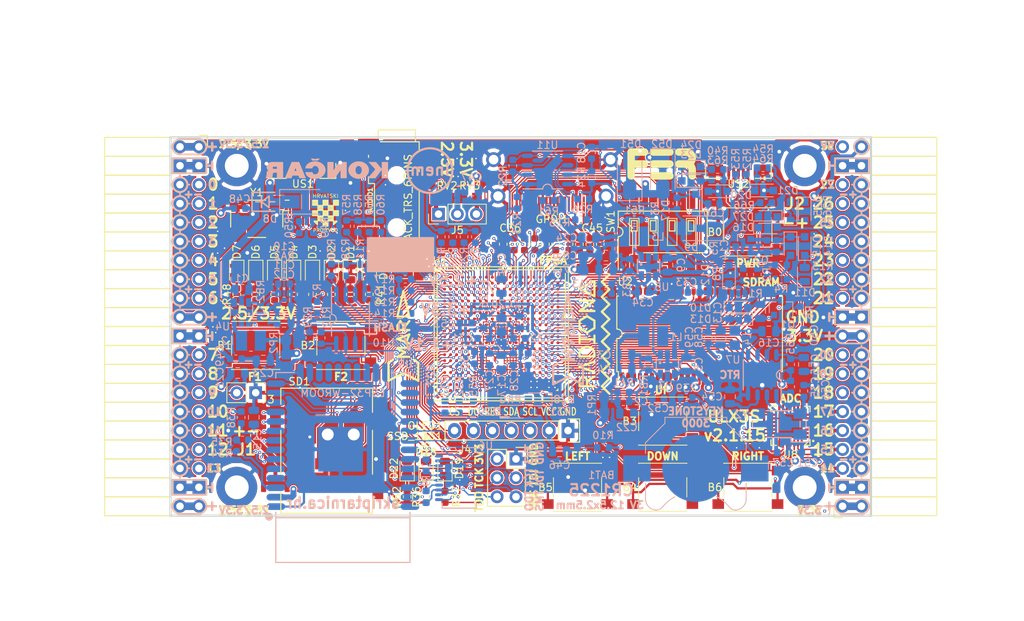
<source format=kicad_pcb>
(kicad_pcb (version 20171130) (host pcbnew 5.0.0+dfsg1-2)
  (layers (0 F.Cu signal) (1 In1.Cu signal) (2 In2.Cu signal) (31 B.Cu signal) (34 B.Paste user) (35 F.Paste user) (36 B.SilkS user) (37 F.SilkS user) (38 B.Mask user) (39 F.Mask user) (44 Edge.Cuts user))
  (net 0 "")
  (net 1 GND)
  (net 2 +5V)
  (net 3 /gpio/IN5V)
  (net 4 /gpio/OUT5V)
  (net 5 +3V3)
  (net 6 BTN_D)
  (net 7 BTN_F1)
  (net 8 BTN_F2)
  (net 9 BTN_L)
  (net 10 BTN_R)
  (net 11 BTN_U)
  (net 12 /power/FB1)
  (net 13 +2V5)
  (net 14 /power/PWREN)
  (net 15 /power/FB3)
  (net 16 /power/FB2)
  (net 17 /power/VBAT)
  (net 18 JTAG_TDI)
  (net 19 JTAG_TCK)
  (net 20 JTAG_TMS)
  (net 21 JTAG_TDO)
  (net 22 /power/WAKEUPn)
  (net 23 /power/WKUP)
  (net 24 /power/SHUT)
  (net 25 /power/WAKE)
  (net 26 /power/HOLD)
  (net 27 /power/WKn)
  (net 28 /power/OSCI_32k)
  (net 29 /power/OSCO_32k)
  (net 30 SHUTDOWN)
  (net 31 GPDI_SDA)
  (net 32 GPDI_SCL)
  (net 33 /gpdi/VREF2)
  (net 34 SD_CMD)
  (net 35 SD_CLK)
  (net 36 SD_D0)
  (net 37 SD_D1)
  (net 38 USB5V)
  (net 39 GPDI_CEC)
  (net 40 nRESET)
  (net 41 FTDI_nDTR)
  (net 42 SDRAM_CKE)
  (net 43 SDRAM_A7)
  (net 44 SDRAM_D15)
  (net 45 SDRAM_BA1)
  (net 46 SDRAM_D7)
  (net 47 SDRAM_A6)
  (net 48 SDRAM_CLK)
  (net 49 SDRAM_D13)
  (net 50 SDRAM_BA0)
  (net 51 SDRAM_D6)
  (net 52 SDRAM_A5)
  (net 53 SDRAM_D14)
  (net 54 SDRAM_A11)
  (net 55 SDRAM_D12)
  (net 56 SDRAM_D5)
  (net 57 SDRAM_A4)
  (net 58 SDRAM_A10)
  (net 59 SDRAM_D11)
  (net 60 SDRAM_A3)
  (net 61 SDRAM_D4)
  (net 62 SDRAM_D10)
  (net 63 SDRAM_D9)
  (net 64 SDRAM_A9)
  (net 65 SDRAM_D3)
  (net 66 SDRAM_D8)
  (net 67 SDRAM_A8)
  (net 68 SDRAM_A2)
  (net 69 SDRAM_A1)
  (net 70 SDRAM_A0)
  (net 71 SDRAM_D2)
  (net 72 SDRAM_D1)
  (net 73 SDRAM_D0)
  (net 74 SDRAM_DQM0)
  (net 75 SDRAM_nCS)
  (net 76 SDRAM_nRAS)
  (net 77 SDRAM_DQM1)
  (net 78 SDRAM_nCAS)
  (net 79 SDRAM_nWE)
  (net 80 /flash/FLASH_nWP)
  (net 81 /flash/FLASH_nHOLD)
  (net 82 /flash/FLASH_MOSI)
  (net 83 /flash/FLASH_MISO)
  (net 84 /flash/FLASH_SCK)
  (net 85 /flash/FLASH_nCS)
  (net 86 /flash/FPGA_PROGRAMN)
  (net 87 /flash/FPGA_DONE)
  (net 88 /flash/FPGA_INITN)
  (net 89 OLED_RES)
  (net 90 OLED_DC)
  (net 91 OLED_CS)
  (net 92 WIFI_EN)
  (net 93 FTDI_nRTS)
  (net 94 FTDI_TXD)
  (net 95 FTDI_RXD)
  (net 96 WIFI_RXD)
  (net 97 WIFI_GPIO0)
  (net 98 WIFI_TXD)
  (net 99 USB_FTDI_D+)
  (net 100 USB_FTDI_D-)
  (net 101 SD_D3)
  (net 102 AUDIO_L3)
  (net 103 AUDIO_L2)
  (net 104 AUDIO_L1)
  (net 105 AUDIO_L0)
  (net 106 AUDIO_R3)
  (net 107 AUDIO_R2)
  (net 108 AUDIO_R1)
  (net 109 AUDIO_R0)
  (net 110 OLED_CLK)
  (net 111 OLED_MOSI)
  (net 112 LED0)
  (net 113 LED1)
  (net 114 LED2)
  (net 115 LED3)
  (net 116 LED4)
  (net 117 LED5)
  (net 118 LED6)
  (net 119 LED7)
  (net 120 BTN_PWRn)
  (net 121 FTDI_nTXLED)
  (net 122 FTDI_nSLEEP)
  (net 123 /blinkey/LED_PWREN)
  (net 124 /blinkey/LED_TXLED)
  (net 125 /sdcard/SD3V3)
  (net 126 SD_D2)
  (net 127 CLK_25MHz)
  (net 128 /blinkey/BTNPUL)
  (net 129 /blinkey/BTNPUR)
  (net 130 USB_FPGA_D+)
  (net 131 /power/FTDI_nSUSPEND)
  (net 132 /blinkey/ALED0)
  (net 133 /blinkey/ALED1)
  (net 134 /blinkey/ALED2)
  (net 135 /blinkey/ALED3)
  (net 136 /blinkey/ALED4)
  (net 137 /blinkey/ALED5)
  (net 138 /blinkey/ALED6)
  (net 139 /blinkey/ALED7)
  (net 140 /usb/FTD-)
  (net 141 /usb/FTD+)
  (net 142 ADC_MISO)
  (net 143 ADC_MOSI)
  (net 144 ADC_CSn)
  (net 145 ADC_SCLK)
  (net 146 SW3)
  (net 147 SW2)
  (net 148 SW1)
  (net 149 USB_FPGA_D-)
  (net 150 /usb/FPD+)
  (net 151 /usb/FPD-)
  (net 152 WIFI_GPIO16)
  (net 153 /usb/ANT_433MHz)
  (net 154 PROG_DONE)
  (net 155 /power/P3V3)
  (net 156 /power/P2V5)
  (net 157 /power/L1)
  (net 158 /power/L3)
  (net 159 /power/L2)
  (net 160 FTDI_TXDEN)
  (net 161 SDRAM_A12)
  (net 162 /analog/AUDIO_V)
  (net 163 AUDIO_V3)
  (net 164 AUDIO_V2)
  (net 165 AUDIO_V1)
  (net 166 AUDIO_V0)
  (net 167 /blinkey/LED_WIFI)
  (net 168 /power/P1V1)
  (net 169 +1V1)
  (net 170 SW4)
  (net 171 /blinkey/SWPU)
  (net 172 /wifi/WIFIEN)
  (net 173 FT2V5)
  (net 174 GN0)
  (net 175 GP0)
  (net 176 GN1)
  (net 177 GP1)
  (net 178 GN2)
  (net 179 GP2)
  (net 180 GN3)
  (net 181 GP3)
  (net 182 GN4)
  (net 183 GP4)
  (net 184 GN5)
  (net 185 GP5)
  (net 186 GN6)
  (net 187 GP6)
  (net 188 GN14)
  (net 189 GP14)
  (net 190 GN15)
  (net 191 GP15)
  (net 192 GN16)
  (net 193 GP16)
  (net 194 GN17)
  (net 195 GP17)
  (net 196 GN18)
  (net 197 GP18)
  (net 198 GN19)
  (net 199 GP19)
  (net 200 GN20)
  (net 201 GP20)
  (net 202 GN21)
  (net 203 GP21)
  (net 204 GN22)
  (net 205 GP22)
  (net 206 GN23)
  (net 207 GP23)
  (net 208 GN24)
  (net 209 GP24)
  (net 210 GN25)
  (net 211 GP25)
  (net 212 GN26)
  (net 213 GP26)
  (net 214 GN27)
  (net 215 GP27)
  (net 216 GN7)
  (net 217 GP7)
  (net 218 GN8)
  (net 219 GP8)
  (net 220 GN9)
  (net 221 GP9)
  (net 222 GN10)
  (net 223 GP10)
  (net 224 GN11)
  (net 225 GP11)
  (net 226 GN12)
  (net 227 GP12)
  (net 228 GN13)
  (net 229 GP13)
  (net 230 WIFI_GPIO5)
  (net 231 WIFI_GPIO17)
  (net 232 USB_FPGA_PULL_D+)
  (net 233 USB_FPGA_PULL_D-)
  (net 234 "Net-(D23-Pad2)")
  (net 235 "Net-(D24-Pad1)")
  (net 236 "Net-(D25-Pad2)")
  (net 237 "Net-(D26-Pad1)")
  (net 238 /gpdi/GPDI_ETH+)
  (net 239 FPDI_ETH+)
  (net 240 /gpdi/GPDI_ETH-)
  (net 241 FPDI_ETH-)
  (net 242 /gpdi/GPDI_D2-)
  (net 243 FPDI_D2-)
  (net 244 /gpdi/GPDI_D1-)
  (net 245 FPDI_D1-)
  (net 246 /gpdi/GPDI_D0-)
  (net 247 FPDI_D0-)
  (net 248 /gpdi/GPDI_CLK-)
  (net 249 FPDI_CLK-)
  (net 250 /gpdi/GPDI_D2+)
  (net 251 FPDI_D2+)
  (net 252 /gpdi/GPDI_D1+)
  (net 253 FPDI_D1+)
  (net 254 /gpdi/GPDI_D0+)
  (net 255 FPDI_D0+)
  (net 256 /gpdi/GPDI_CLK+)
  (net 257 FPDI_CLK+)
  (net 258 FPDI_SDA)
  (net 259 FPDI_SCL)
  (net 260 /gpdi/FPDI_CEC)
  (net 261 2V5_3V3)
  (net 262 /usb/US2VBUS)
  (net 263 /power/SHD)
  (net 264 /power/RTCVDD)
  (net 265 "Net-(D27-Pad2)")
  (net 266 US2_ID)
  (net 267 /analog/AUDIO_L)
  (net 268 /analog/AUDIO_R)
  (net 269 /analog/ADC3V3)
  (net 270 PWRBTn)
  (net 271 USER_PROGRAMN)
  (module jumper:R_0805_2012Metric_Pad1.29x1.40mm_HandSolder_Jumper_NC (layer B.Cu) (at 109.609 89.632 270)
    (fp_text reference RP2 (at -0.635 1.651 270) (layer B.SilkS) (effects (justify mirror)))
    (fp_text value 0 hide)
    (fp_line (start -1 0) (end 1 0) (layer B.Cu) (width 1))
    (pad 2 smd roundrect (at 0.9675 0 270) (size 1.295 1.4) (layers B.Cu B.Mask) (net 13 +2V5))
    (pad 1 smd roundrect (at -0.9675 0 270) (size 1.295 1.4) (layers B.Cu B.Mask) (net 156 /power/P2V5))
  )
  (module jumper:R_0805_2012Metric_Pad1.29x1.40mm_HandSolder_Jumper_NC (layer B.Cu) (at 149.472 78.311 270)
    (fp_text reference RP3 (at 0 3.414 270) (layer B.SilkS) (effects (justify mirror)))
    (fp_text value 0 hide)
    (fp_line (start -1 0) (end 1 0) (layer B.Cu) (width 1))
    (pad 2 smd roundrect (at 0.9675 0 270) (size 1.295 1.4) (layers B.Cu B.Mask) (net 5 +3V3))
    (pad 1 smd roundrect (at -0.9675 0 270) (size 1.295 1.4) (layers B.Cu B.Mask) (net 155 /power/P3V3))
  )
  (module jumper:R_0805_2012Metric_Pad1.29x1.40mm_HandSolder_Jumper_NC (layer B.Cu) (at 152.281 97.361 270)
    (fp_text reference RP1 (at 0 1.65 270) (layer B.SilkS) (effects (justify mirror)))
    (fp_text value 0 hide)
    (fp_line (start -1 0) (end 1 0) (layer B.Cu) (width 1))
    (pad 2 smd roundrect (at 0.9675 0 270) (size 1.295 1.4) (layers B.Cu B.Mask) (net 169 +1V1))
    (pad 1 smd roundrect (at -0.9675 0 270) (size 1.295 1.4) (layers B.Cu B.Mask) (net 168 /power/P1V1))
  )
  (module jumper:D_SMA_Jumper_NC (layer B.Cu) (at 160.155 66.391 270)
    (fp_text reference D52 (at -4.064 0.127) (layer B.SilkS) (effects (justify mirror)))
    (fp_text value 0 hide)
    (fp_line (start -2 0) (end 2 0) (layer B.Cu) (width 1))
    (pad 2 smd roundrect (at 2 0 270) (size 2.5 1.8) (layers B.Cu B.Mask) (net 2 +5V))
    (pad 1 smd roundrect (at -2 0 270) (size 2.5 1.8) (layers B.Cu B.Mask) (net 4 /gpio/OUT5V))
  )
  (module jumper:D_SMA_Jumper_NC (layer B.Cu) (at 155.71 66.518 90)
    (fp_text reference D51 (at 4.191 0.127 180) (layer B.SilkS) (effects (justify mirror)))
    (fp_text value 0 hide)
    (fp_line (start -2 0) (end 2 0) (layer B.Cu) (width 1))
    (pad 2 smd roundrect (at 2 0 90) (size 2.5 1.8) (layers B.Cu B.Mask) (net 3 /gpio/IN5V))
    (pad 1 smd roundrect (at -2 0 90) (size 2.5 1.8) (layers B.Cu B.Mask) (net 2 +5V))
  )
  (module jumper:D_SMA_Jumper_NC (layer B.Cu) (at 164.854 73.63 180)
    (fp_text reference D9 (at 0.889 -2.54 180) (layer B.SilkS) (effects (justify mirror)))
    (fp_text value 0 hide)
    (fp_line (start -2 0) (end 2 0) (layer B.Cu) (width 1))
    (pad 2 smd roundrect (at 2 0 180) (size 2.5 1.8) (layers B.Cu B.Mask) (net 2 +5V))
    (pad 1 smd roundrect (at -2 0 180) (size 2.5 1.8) (layers B.Cu B.Mask) (net 262 /usb/US2VBUS))
  )
  (module lfe5bg381:BGA-381_pitch0.8mm_dia0.4mm (layer F.Cu) (at 138.48 87.8)
    (fp_text reference U1 (at -8.2 -9.8) (layer F.SilkS))
    (fp_text value LFE5U-85F-6BG381C hide)
    (pad Y19 smd circle (at 6.8 7.6) (size 0.4 0.4) (layers F.Cu F.Paste F.Mask) (net 1 GND))
    (pad Y17 smd circle (at 5.2 7.6) (size 0.4 0.4) (layers F.Cu F.Paste F.Mask) (net 1 GND))
    (pad Y16 smd circle (at 4.4 7.6) (size 0.4 0.4) (layers F.Cu F.Paste F.Mask) (net 1 GND))
    (pad Y15 smd circle (at 3.6 7.6) (size 0.4 0.4) (layers F.Cu F.Paste F.Mask) (net 1 GND))
    (pad Y14 smd circle (at 2.8 7.6) (size 0.4 0.4) (layers F.Cu F.Paste F.Mask) (net 1 GND))
    (pad Y12 smd circle (at 1.2 7.6) (size 0.4 0.4) (layers F.Cu F.Paste F.Mask) (net 1 GND))
    (pad Y11 smd circle (at 0.4 7.6) (size 0.4 0.4) (layers F.Cu F.Paste F.Mask) (net 1 GND))
    (pad Y8 smd circle (at -2 7.6) (size 0.4 0.4) (layers F.Cu F.Paste F.Mask) (net 1 GND))
    (pad Y7 smd circle (at -2.8 7.6) (size 0.4 0.4) (layers F.Cu F.Paste F.Mask) (net 1 GND))
    (pad Y6 smd circle (at -3.6 7.6) (size 0.4 0.4) (layers F.Cu F.Paste F.Mask) (net 1 GND))
    (pad Y5 smd circle (at -4.4 7.6) (size 0.4 0.4) (layers F.Cu F.Paste F.Mask) (net 1 GND))
    (pad Y3 smd circle (at -6 7.6) (size 0.4 0.4) (layers F.Cu F.Paste F.Mask) (net 87 /flash/FPGA_DONE))
    (pad Y2 smd circle (at -6.8 7.6) (size 0.4 0.4) (layers F.Cu F.Paste F.Mask) (net 80 /flash/FLASH_nWP))
    (pad W20 smd circle (at 7.6 6.8) (size 0.4 0.4) (layers F.Cu F.Paste F.Mask) (net 1 GND))
    (pad W19 smd circle (at 6.8 6.8) (size 0.4 0.4) (layers F.Cu F.Paste F.Mask) (net 1 GND))
    (pad W18 smd circle (at 6 6.8) (size 0.4 0.4) (layers F.Cu F.Paste F.Mask))
    (pad W17 smd circle (at 5.2 6.8) (size 0.4 0.4) (layers F.Cu F.Paste F.Mask))
    (pad W16 smd circle (at 4.4 6.8) (size 0.4 0.4) (layers F.Cu F.Paste F.Mask) (net 1 GND))
    (pad W15 smd circle (at 3.6 6.8) (size 0.4 0.4) (layers F.Cu F.Paste F.Mask) (net 1 GND))
    (pad W14 smd circle (at 2.8 6.8) (size 0.4 0.4) (layers F.Cu F.Paste F.Mask))
    (pad W13 smd circle (at 2 6.8) (size 0.4 0.4) (layers F.Cu F.Paste F.Mask))
    (pad W12 smd circle (at 1.2 6.8) (size 0.4 0.4) (layers F.Cu F.Paste F.Mask) (net 1 GND))
    (pad W11 smd circle (at 0.4 6.8) (size 0.4 0.4) (layers F.Cu F.Paste F.Mask))
    (pad W10 smd circle (at -0.4 6.8) (size 0.4 0.4) (layers F.Cu F.Paste F.Mask))
    (pad W9 smd circle (at -1.2 6.8) (size 0.4 0.4) (layers F.Cu F.Paste F.Mask))
    (pad W8 smd circle (at -2 6.8) (size 0.4 0.4) (layers F.Cu F.Paste F.Mask))
    (pad W7 smd circle (at -2.8 6.8) (size 0.4 0.4) (layers F.Cu F.Paste F.Mask) (net 1 GND))
    (pad W6 smd circle (at -3.6 6.8) (size 0.4 0.4) (layers F.Cu F.Paste F.Mask) (net 1 GND))
    (pad W5 smd circle (at -4.4 6.8) (size 0.4 0.4) (layers F.Cu F.Paste F.Mask))
    (pad W4 smd circle (at -5.2 6.8) (size 0.4 0.4) (layers F.Cu F.Paste F.Mask))
    (pad W3 smd circle (at -6 6.8) (size 0.4 0.4) (layers F.Cu F.Paste F.Mask) (net 86 /flash/FPGA_PROGRAMN))
    (pad W2 smd circle (at -6.8 6.8) (size 0.4 0.4) (layers F.Cu F.Paste F.Mask) (net 82 /flash/FLASH_MOSI))
    (pad W1 smd circle (at -7.6 6.8) (size 0.4 0.4) (layers F.Cu F.Paste F.Mask) (net 81 /flash/FLASH_nHOLD))
    (pad V20 smd circle (at 7.6 6) (size 0.4 0.4) (layers F.Cu F.Paste F.Mask) (net 1 GND))
    (pad V19 smd circle (at 6.8 6) (size 0.4 0.4) (layers F.Cu F.Paste F.Mask) (net 1 GND))
    (pad V18 smd circle (at 6 6) (size 0.4 0.4) (layers F.Cu F.Paste F.Mask) (net 1 GND))
    (pad V17 smd circle (at 5.2 6) (size 0.4 0.4) (layers F.Cu F.Paste F.Mask) (net 1 GND))
    (pad V16 smd circle (at 4.4 6) (size 0.4 0.4) (layers F.Cu F.Paste F.Mask) (net 1 GND))
    (pad V15 smd circle (at 3.6 6) (size 0.4 0.4) (layers F.Cu F.Paste F.Mask) (net 1 GND))
    (pad V14 smd circle (at 2.8 6) (size 0.4 0.4) (layers F.Cu F.Paste F.Mask) (net 1 GND))
    (pad V13 smd circle (at 2 6) (size 0.4 0.4) (layers F.Cu F.Paste F.Mask) (net 1 GND))
    (pad V12 smd circle (at 1.2 6) (size 0.4 0.4) (layers F.Cu F.Paste F.Mask) (net 1 GND))
    (pad V11 smd circle (at 0.4 6) (size 0.4 0.4) (layers F.Cu F.Paste F.Mask) (net 1 GND))
    (pad V10 smd circle (at -0.4 6) (size 0.4 0.4) (layers F.Cu F.Paste F.Mask) (net 1 GND))
    (pad V9 smd circle (at -1.2 6) (size 0.4 0.4) (layers F.Cu F.Paste F.Mask) (net 1 GND))
    (pad V8 smd circle (at -2 6) (size 0.4 0.4) (layers F.Cu F.Paste F.Mask) (net 1 GND))
    (pad V7 smd circle (at -2.8 6) (size 0.4 0.4) (layers F.Cu F.Paste F.Mask) (net 1 GND))
    (pad V6 smd circle (at -3.6 6) (size 0.4 0.4) (layers F.Cu F.Paste F.Mask) (net 1 GND))
    (pad V5 smd circle (at -4.4 6) (size 0.4 0.4) (layers F.Cu F.Paste F.Mask) (net 1 GND))
    (pad V4 smd circle (at -5.2 6) (size 0.4 0.4) (layers F.Cu F.Paste F.Mask) (net 21 JTAG_TDO))
    (pad V3 smd circle (at -6 6) (size 0.4 0.4) (layers F.Cu F.Paste F.Mask) (net 88 /flash/FPGA_INITN))
    (pad V2 smd circle (at -6.8 6) (size 0.4 0.4) (layers F.Cu F.Paste F.Mask) (net 83 /flash/FLASH_MISO))
    (pad V1 smd circle (at -7.6 6) (size 0.4 0.4) (layers F.Cu F.Paste F.Mask) (net 6 BTN_D))
    (pad U20 smd circle (at 7.6 5.2) (size 0.4 0.4) (layers F.Cu F.Paste F.Mask) (net 46 SDRAM_D7))
    (pad U19 smd circle (at 6.8 5.2) (size 0.4 0.4) (layers F.Cu F.Paste F.Mask) (net 74 SDRAM_DQM0))
    (pad U18 smd circle (at 6 5.2) (size 0.4 0.4) (layers F.Cu F.Paste F.Mask) (net 189 GP14))
    (pad U17 smd circle (at 5.2 5.2) (size 0.4 0.4) (layers F.Cu F.Paste F.Mask) (net 188 GN14))
    (pad U16 smd circle (at 4.4 5.2) (size 0.4 0.4) (layers F.Cu F.Paste F.Mask) (net 142 ADC_MISO))
    (pad U15 smd circle (at 3.6 5.2) (size 0.4 0.4) (layers F.Cu F.Paste F.Mask) (net 1 GND))
    (pad U14 smd circle (at 2.8 5.2) (size 0.4 0.4) (layers F.Cu F.Paste F.Mask) (net 1 GND))
    (pad U13 smd circle (at 2 5.2) (size 0.4 0.4) (layers F.Cu F.Paste F.Mask) (net 1 GND))
    (pad U12 smd circle (at 1.2 5.2) (size 0.4 0.4) (layers F.Cu F.Paste F.Mask) (net 1 GND))
    (pad U11 smd circle (at 0.4 5.2) (size 0.4 0.4) (layers F.Cu F.Paste F.Mask) (net 1 GND))
    (pad U10 smd circle (at -0.4 5.2) (size 0.4 0.4) (layers F.Cu F.Paste F.Mask) (net 1 GND))
    (pad U9 smd circle (at -1.2 5.2) (size 0.4 0.4) (layers F.Cu F.Paste F.Mask) (net 1 GND))
    (pad U8 smd circle (at -2 5.2) (size 0.4 0.4) (layers F.Cu F.Paste F.Mask) (net 1 GND))
    (pad U7 smd circle (at -2.8 5.2) (size 0.4 0.4) (layers F.Cu F.Paste F.Mask) (net 1 GND))
    (pad U6 smd circle (at -3.6 5.2) (size 0.4 0.4) (layers F.Cu F.Paste F.Mask) (net 1 GND))
    (pad U5 smd circle (at -4.4 5.2) (size 0.4 0.4) (layers F.Cu F.Paste F.Mask) (net 20 JTAG_TMS))
    (pad U4 smd circle (at -5.2 5.2) (size 0.4 0.4) (layers F.Cu F.Paste F.Mask) (net 1 GND))
    (pad U3 smd circle (at -6 5.2) (size 0.4 0.4) (layers F.Cu F.Paste F.Mask) (net 84 /flash/FLASH_SCK))
    (pad U2 smd circle (at -6.8 5.2) (size 0.4 0.4) (layers F.Cu F.Paste F.Mask) (net 5 +3V3))
    (pad U1 smd circle (at -7.6 5.2) (size 0.4 0.4) (layers F.Cu F.Paste F.Mask) (net 9 BTN_L))
    (pad T20 smd circle (at 7.6 4.4) (size 0.4 0.4) (layers F.Cu F.Paste F.Mask) (net 79 SDRAM_nWE))
    (pad T19 smd circle (at 6.8 4.4) (size 0.4 0.4) (layers F.Cu F.Paste F.Mask) (net 78 SDRAM_nCAS))
    (pad T18 smd circle (at 6 4.4) (size 0.4 0.4) (layers F.Cu F.Paste F.Mask) (net 56 SDRAM_D5))
    (pad T17 smd circle (at 5.2 4.4) (size 0.4 0.4) (layers F.Cu F.Paste F.Mask) (net 51 SDRAM_D6))
    (pad T16 smd circle (at 4.4 4.4) (size 0.4 0.4) (layers F.Cu F.Paste F.Mask))
    (pad T15 smd circle (at 3.6 4.4) (size 0.4 0.4) (layers F.Cu F.Paste F.Mask) (net 1 GND))
    (pad T14 smd circle (at 2.8 4.4) (size 0.4 0.4) (layers F.Cu F.Paste F.Mask) (net 1 GND))
    (pad T13 smd circle (at 2 4.4) (size 0.4 0.4) (layers F.Cu F.Paste F.Mask) (net 1 GND))
    (pad T12 smd circle (at 1.2 4.4) (size 0.4 0.4) (layers F.Cu F.Paste F.Mask) (net 1 GND))
    (pad T11 smd circle (at 0.4 4.4) (size 0.4 0.4) (layers F.Cu F.Paste F.Mask) (net 1 GND))
    (pad T10 smd circle (at -0.4 4.4) (size 0.4 0.4) (layers F.Cu F.Paste F.Mask) (net 1 GND))
    (pad T9 smd circle (at -1.2 4.4) (size 0.4 0.4) (layers F.Cu F.Paste F.Mask) (net 1 GND))
    (pad T8 smd circle (at -2 4.4) (size 0.4 0.4) (layers F.Cu F.Paste F.Mask) (net 1 GND))
    (pad T7 smd circle (at -2.8 4.4) (size 0.4 0.4) (layers F.Cu F.Paste F.Mask) (net 1 GND))
    (pad T6 smd circle (at -3.6 4.4) (size 0.4 0.4) (layers F.Cu F.Paste F.Mask) (net 1 GND))
    (pad T5 smd circle (at -4.4 4.4) (size 0.4 0.4) (layers F.Cu F.Paste F.Mask) (net 19 JTAG_TCK))
    (pad T4 smd circle (at -5.2 4.4) (size 0.4 0.4) (layers F.Cu F.Paste F.Mask) (net 5 +3V3))
    (pad T3 smd circle (at -6 4.4) (size 0.4 0.4) (layers F.Cu F.Paste F.Mask) (net 5 +3V3))
    (pad T2 smd circle (at -6.8 4.4) (size 0.4 0.4) (layers F.Cu F.Paste F.Mask) (net 5 +3V3))
    (pad T1 smd circle (at -7.6 4.4) (size 0.4 0.4) (layers F.Cu F.Paste F.Mask) (net 8 BTN_F2))
    (pad R20 smd circle (at 7.6 3.6) (size 0.4 0.4) (layers F.Cu F.Paste F.Mask) (net 76 SDRAM_nRAS))
    (pad R19 smd circle (at 6.8 3.6) (size 0.4 0.4) (layers F.Cu F.Paste F.Mask) (net 1 GND))
    (pad R18 smd circle (at 6 3.6) (size 0.4 0.4) (layers F.Cu F.Paste F.Mask) (net 11 BTN_U))
    (pad R17 smd circle (at 5.2 3.6) (size 0.4 0.4) (layers F.Cu F.Paste F.Mask) (net 144 ADC_CSn))
    (pad R16 smd circle (at 4.4 3.6) (size 0.4 0.4) (layers F.Cu F.Paste F.Mask) (net 143 ADC_MOSI))
    (pad R5 smd circle (at -4.4 3.6) (size 0.4 0.4) (layers F.Cu F.Paste F.Mask) (net 18 JTAG_TDI))
    (pad R4 smd circle (at -5.2 3.6) (size 0.4 0.4) (layers F.Cu F.Paste F.Mask) (net 1 GND))
    (pad R3 smd circle (at -6 3.6) (size 0.4 0.4) (layers F.Cu F.Paste F.Mask))
    (pad R2 smd circle (at -6.8 3.6) (size 0.4 0.4) (layers F.Cu F.Paste F.Mask) (net 85 /flash/FLASH_nCS))
    (pad R1 smd circle (at -7.6 3.6) (size 0.4 0.4) (layers F.Cu F.Paste F.Mask) (net 7 BTN_F1))
    (pad P20 smd circle (at 7.6 2.8) (size 0.4 0.4) (layers F.Cu F.Paste F.Mask) (net 75 SDRAM_nCS))
    (pad P19 smd circle (at 6.8 2.8) (size 0.4 0.4) (layers F.Cu F.Paste F.Mask) (net 50 SDRAM_BA0))
    (pad P18 smd circle (at 6 2.8) (size 0.4 0.4) (layers F.Cu F.Paste F.Mask) (net 61 SDRAM_D4))
    (pad P17 smd circle (at 5.2 2.8) (size 0.4 0.4) (layers F.Cu F.Paste F.Mask) (net 145 ADC_SCLK))
    (pad P16 smd circle (at 4.4 2.8) (size 0.4 0.4) (layers F.Cu F.Paste F.Mask) (net 190 GN15))
    (pad P15 smd circle (at 3.6 2.8) (size 0.4 0.4) (layers F.Cu F.Paste F.Mask) (net 13 +2V5))
    (pad P14 smd circle (at 2.8 2.8) (size 0.4 0.4) (layers F.Cu F.Paste F.Mask) (net 1 GND))
    (pad P13 smd circle (at 2 2.8) (size 0.4 0.4) (layers F.Cu F.Paste F.Mask) (net 1 GND))
    (pad P12 smd circle (at 1.2 2.8) (size 0.4 0.4) (layers F.Cu F.Paste F.Mask) (net 1 GND))
    (pad P11 smd circle (at 0.4 2.8) (size 0.4 0.4) (layers F.Cu F.Paste F.Mask) (net 1 GND))
    (pad P10 smd circle (at -0.4 2.8) (size 0.4 0.4) (layers F.Cu F.Paste F.Mask) (net 5 +3V3))
    (pad P9 smd circle (at -1.2 2.8) (size 0.4 0.4) (layers F.Cu F.Paste F.Mask) (net 5 +3V3))
    (pad P8 smd circle (at -2 2.8) (size 0.4 0.4) (layers F.Cu F.Paste F.Mask) (net 1 GND))
    (pad P7 smd circle (at -2.8 2.8) (size 0.4 0.4) (layers F.Cu F.Paste F.Mask) (net 1 GND))
    (pad P6 smd circle (at -3.6 2.8) (size 0.4 0.4) (layers F.Cu F.Paste F.Mask) (net 13 +2V5))
    (pad P5 smd circle (at -4.4 2.8) (size 0.4 0.4) (layers F.Cu F.Paste F.Mask))
    (pad P4 smd circle (at -5.2 2.8) (size 0.4 0.4) (layers F.Cu F.Paste F.Mask) (net 110 OLED_CLK))
    (pad P3 smd circle (at -6 2.8) (size 0.4 0.4) (layers F.Cu F.Paste F.Mask) (net 111 OLED_MOSI))
    (pad P2 smd circle (at -6.8 2.8) (size 0.4 0.4) (layers F.Cu F.Paste F.Mask) (net 89 OLED_RES))
    (pad P1 smd circle (at -7.6 2.8) (size 0.4 0.4) (layers F.Cu F.Paste F.Mask) (net 90 OLED_DC))
    (pad N20 smd circle (at 7.6 2) (size 0.4 0.4) (layers F.Cu F.Paste F.Mask) (net 45 SDRAM_BA1))
    (pad N19 smd circle (at 6.8 2) (size 0.4 0.4) (layers F.Cu F.Paste F.Mask) (net 58 SDRAM_A10))
    (pad N18 smd circle (at 6 2) (size 0.4 0.4) (layers F.Cu F.Paste F.Mask) (net 65 SDRAM_D3))
    (pad N17 smd circle (at 5.2 2) (size 0.4 0.4) (layers F.Cu F.Paste F.Mask) (net 191 GP15))
    (pad N16 smd circle (at 4.4 2) (size 0.4 0.4) (layers F.Cu F.Paste F.Mask) (net 193 GP16))
    (pad N15 smd circle (at 3.6 2) (size 0.4 0.4) (layers F.Cu F.Paste F.Mask) (net 1 GND))
    (pad N14 smd circle (at 2.8 2) (size 0.4 0.4) (layers F.Cu F.Paste F.Mask) (net 1 GND))
    (pad N13 smd circle (at 2 2) (size 0.4 0.4) (layers F.Cu F.Paste F.Mask) (net 169 +1V1))
    (pad N12 smd circle (at 1.2 2) (size 0.4 0.4) (layers F.Cu F.Paste F.Mask) (net 169 +1V1))
    (pad N11 smd circle (at 0.4 2) (size 0.4 0.4) (layers F.Cu F.Paste F.Mask) (net 169 +1V1))
    (pad N10 smd circle (at -0.4 2) (size 0.4 0.4) (layers F.Cu F.Paste F.Mask) (net 169 +1V1))
    (pad N9 smd circle (at -1.2 2) (size 0.4 0.4) (layers F.Cu F.Paste F.Mask) (net 169 +1V1))
    (pad N8 smd circle (at -2 2) (size 0.4 0.4) (layers F.Cu F.Paste F.Mask) (net 169 +1V1))
    (pad N7 smd circle (at -2.8 2) (size 0.4 0.4) (layers F.Cu F.Paste F.Mask) (net 1 GND))
    (pad N6 smd circle (at -3.6 2) (size 0.4 0.4) (layers F.Cu F.Paste F.Mask) (net 1 GND))
    (pad N5 smd circle (at -4.4 2) (size 0.4 0.4) (layers F.Cu F.Paste F.Mask))
    (pad N4 smd circle (at -5.2 2) (size 0.4 0.4) (layers F.Cu F.Paste F.Mask) (net 230 WIFI_GPIO5))
    (pad N3 smd circle (at -6 2) (size 0.4 0.4) (layers F.Cu F.Paste F.Mask) (net 231 WIFI_GPIO17))
    (pad N2 smd circle (at -6.8 2) (size 0.4 0.4) (layers F.Cu F.Paste F.Mask) (net 91 OLED_CS))
    (pad N1 smd circle (at -7.6 2) (size 0.4 0.4) (layers F.Cu F.Paste F.Mask) (net 41 FTDI_nDTR))
    (pad M20 smd circle (at 7.6 1.2) (size 0.4 0.4) (layers F.Cu F.Paste F.Mask) (net 70 SDRAM_A0))
    (pad M19 smd circle (at 6.8 1.2) (size 0.4 0.4) (layers F.Cu F.Paste F.Mask) (net 69 SDRAM_A1))
    (pad M18 smd circle (at 6 1.2) (size 0.4 0.4) (layers F.Cu F.Paste F.Mask) (net 71 SDRAM_D2))
    (pad M17 smd circle (at 5.2 1.2) (size 0.4 0.4) (layers F.Cu F.Paste F.Mask) (net 192 GN16))
    (pad M16 smd circle (at 4.4 1.2) (size 0.4 0.4) (layers F.Cu F.Paste F.Mask) (net 1 GND))
    (pad M15 smd circle (at 3.6 1.2) (size 0.4 0.4) (layers F.Cu F.Paste F.Mask) (net 5 +3V3))
    (pad M14 smd circle (at 2.8 1.2) (size 0.4 0.4) (layers F.Cu F.Paste F.Mask) (net 1 GND))
    (pad M13 smd circle (at 2 1.2) (size 0.4 0.4) (layers F.Cu F.Paste F.Mask) (net 169 +1V1))
    (pad M12 smd circle (at 1.2 1.2) (size 0.4 0.4) (layers F.Cu F.Paste F.Mask) (net 1 GND))
    (pad M11 smd circle (at 0.4 1.2) (size 0.4 0.4) (layers F.Cu F.Paste F.Mask) (net 1 GND))
    (pad M10 smd circle (at -0.4 1.2) (size 0.4 0.4) (layers F.Cu F.Paste F.Mask) (net 1 GND))
    (pad M9 smd circle (at -1.2 1.2) (size 0.4 0.4) (layers F.Cu F.Paste F.Mask) (net 1 GND))
    (pad M8 smd circle (at -2 1.2) (size 0.4 0.4) (layers F.Cu F.Paste F.Mask) (net 169 +1V1))
    (pad M7 smd circle (at -2.8 1.2) (size 0.4 0.4) (layers F.Cu F.Paste F.Mask) (net 1 GND))
    (pad M6 smd circle (at -3.6 1.2) (size 0.4 0.4) (layers F.Cu F.Paste F.Mask) (net 5 +3V3))
    (pad M5 smd circle (at -4.4 1.2) (size 0.4 0.4) (layers F.Cu F.Paste F.Mask))
    (pad M4 smd circle (at -5.2 1.2) (size 0.4 0.4) (layers F.Cu F.Paste F.Mask) (net 271 USER_PROGRAMN))
    (pad M3 smd circle (at -6 1.2) (size 0.4 0.4) (layers F.Cu F.Paste F.Mask) (net 93 FTDI_nRTS))
    (pad M2 smd circle (at -6.8 1.2) (size 0.4 0.4) (layers F.Cu F.Paste F.Mask) (net 1 GND))
    (pad M1 smd circle (at -7.6 1.2) (size 0.4 0.4) (layers F.Cu F.Paste F.Mask) (net 94 FTDI_TXD))
    (pad L20 smd circle (at 7.6 0.4) (size 0.4 0.4) (layers F.Cu F.Paste F.Mask) (net 68 SDRAM_A2))
    (pad L19 smd circle (at 6.8 0.4) (size 0.4 0.4) (layers F.Cu F.Paste F.Mask) (net 60 SDRAM_A3))
    (pad L18 smd circle (at 6 0.4) (size 0.4 0.4) (layers F.Cu F.Paste F.Mask) (net 72 SDRAM_D1))
    (pad L17 smd circle (at 5.2 0.4) (size 0.4 0.4) (layers F.Cu F.Paste F.Mask) (net 194 GN17))
    (pad L16 smd circle (at 4.4 0.4) (size 0.4 0.4) (layers F.Cu F.Paste F.Mask) (net 195 GP17))
    (pad L15 smd circle (at 3.6 0.4) (size 0.4 0.4) (layers F.Cu F.Paste F.Mask) (net 5 +3V3))
    (pad L14 smd circle (at 2.8 0.4) (size 0.4 0.4) (layers F.Cu F.Paste F.Mask) (net 5 +3V3))
    (pad L13 smd circle (at 2 0.4) (size 0.4 0.4) (layers F.Cu F.Paste F.Mask) (net 169 +1V1))
    (pad L12 smd circle (at 1.2 0.4) (size 0.4 0.4) (layers F.Cu F.Paste F.Mask) (net 1 GND))
    (pad L11 smd circle (at 0.4 0.4) (size 0.4 0.4) (layers F.Cu F.Paste F.Mask) (net 1 GND))
    (pad L10 smd circle (at -0.4 0.4) (size 0.4 0.4) (layers F.Cu F.Paste F.Mask) (net 1 GND))
    (pad L9 smd circle (at -1.2 0.4) (size 0.4 0.4) (layers F.Cu F.Paste F.Mask) (net 1 GND))
    (pad L8 smd circle (at -2 0.4) (size 0.4 0.4) (layers F.Cu F.Paste F.Mask) (net 169 +1V1))
    (pad L7 smd circle (at -2.8 0.4) (size 0.4 0.4) (layers F.Cu F.Paste F.Mask) (net 5 +3V3))
    (pad L6 smd circle (at -3.6 0.4) (size 0.4 0.4) (layers F.Cu F.Paste F.Mask) (net 5 +3V3))
    (pad L5 smd circle (at -4.4 0.4) (size 0.4 0.4) (layers F.Cu F.Paste F.Mask))
    (pad L4 smd circle (at -5.2 0.4) (size 0.4 0.4) (layers F.Cu F.Paste F.Mask) (net 95 FTDI_RXD))
    (pad L3 smd circle (at -6 0.4) (size 0.4 0.4) (layers F.Cu F.Paste F.Mask) (net 160 FTDI_TXDEN))
    (pad L2 smd circle (at -6.8 0.4) (size 0.4 0.4) (layers F.Cu F.Paste F.Mask) (net 97 WIFI_GPIO0))
    (pad L1 smd circle (at -7.6 0.4) (size 0.4 0.4) (layers F.Cu F.Paste F.Mask) (net 152 WIFI_GPIO16))
    (pad K20 smd circle (at 7.6 -0.4) (size 0.4 0.4) (layers F.Cu F.Paste F.Mask) (net 57 SDRAM_A4))
    (pad K19 smd circle (at 6.8 -0.4) (size 0.4 0.4) (layers F.Cu F.Paste F.Mask) (net 52 SDRAM_A5))
    (pad K18 smd circle (at 6 -0.4) (size 0.4 0.4) (layers F.Cu F.Paste F.Mask) (net 47 SDRAM_A6))
    (pad K17 smd circle (at 5.2 -0.4) (size 0.4 0.4) (layers F.Cu F.Paste F.Mask))
    (pad K16 smd circle (at 4.4 -0.4) (size 0.4 0.4) (layers F.Cu F.Paste F.Mask))
    (pad K15 smd circle (at 3.6 -0.4) (size 0.4 0.4) (layers F.Cu F.Paste F.Mask) (net 1 GND))
    (pad K14 smd circle (at 2.8 -0.4) (size 0.4 0.4) (layers F.Cu F.Paste F.Mask) (net 1 GND))
    (pad K13 smd circle (at 2 -0.4) (size 0.4 0.4) (layers F.Cu F.Paste F.Mask) (net 169 +1V1))
    (pad K12 smd circle (at 1.2 -0.4) (size 0.4 0.4) (layers F.Cu F.Paste F.Mask) (net 1 GND))
    (pad K11 smd circle (at 0.4 -0.4) (size 0.4 0.4) (layers F.Cu F.Paste F.Mask) (net 1 GND))
    (pad K10 smd circle (at -0.4 -0.4) (size 0.4 0.4) (layers F.Cu F.Paste F.Mask) (net 1 GND))
    (pad K9 smd circle (at -1.2 -0.4) (size 0.4 0.4) (layers F.Cu F.Paste F.Mask) (net 1 GND))
    (pad K8 smd circle (at -2 -0.4) (size 0.4 0.4) (layers F.Cu F.Paste F.Mask) (net 169 +1V1))
    (pad K7 smd circle (at -2.8 -0.4) (size 0.4 0.4) (layers F.Cu F.Paste F.Mask) (net 1 GND))
    (pad K6 smd circle (at -3.6 -0.4) (size 0.4 0.4) (layers F.Cu F.Paste F.Mask) (net 1 GND))
    (pad K5 smd circle (at -4.4 -0.4) (size 0.4 0.4) (layers F.Cu F.Paste F.Mask))
    (pad K4 smd circle (at -5.2 -0.4) (size 0.4 0.4) (layers F.Cu F.Paste F.Mask) (net 98 WIFI_TXD))
    (pad K3 smd circle (at -6 -0.4) (size 0.4 0.4) (layers F.Cu F.Paste F.Mask) (net 96 WIFI_RXD))
    (pad K2 smd circle (at -6.8 -0.4) (size 0.4 0.4) (layers F.Cu F.Paste F.Mask) (net 101 SD_D3))
    (pad K1 smd circle (at -7.6 -0.4) (size 0.4 0.4) (layers F.Cu F.Paste F.Mask) (net 126 SD_D2))
    (pad J20 smd circle (at 7.6 -1.2) (size 0.4 0.4) (layers F.Cu F.Paste F.Mask) (net 43 SDRAM_A7))
    (pad J19 smd circle (at 6.8 -1.2) (size 0.4 0.4) (layers F.Cu F.Paste F.Mask) (net 67 SDRAM_A8))
    (pad J18 smd circle (at 6 -1.2) (size 0.4 0.4) (layers F.Cu F.Paste F.Mask) (net 53 SDRAM_D14))
    (pad J17 smd circle (at 5.2 -1.2) (size 0.4 0.4) (layers F.Cu F.Paste F.Mask) (net 44 SDRAM_D15))
    (pad J16 smd circle (at 4.4 -1.2) (size 0.4 0.4) (layers F.Cu F.Paste F.Mask) (net 73 SDRAM_D0))
    (pad J15 smd circle (at 3.6 -1.2) (size 0.4 0.4) (layers F.Cu F.Paste F.Mask) (net 5 +3V3))
    (pad J14 smd circle (at 2.8 -1.2) (size 0.4 0.4) (layers F.Cu F.Paste F.Mask) (net 1 GND))
    (pad J13 smd circle (at 2 -1.2) (size 0.4 0.4) (layers F.Cu F.Paste F.Mask) (net 169 +1V1))
    (pad J12 smd circle (at 1.2 -1.2) (size 0.4 0.4) (layers F.Cu F.Paste F.Mask) (net 1 GND))
    (pad J11 smd circle (at 0.4 -1.2) (size 0.4 0.4) (layers F.Cu F.Paste F.Mask) (net 1 GND))
    (pad J10 smd circle (at -0.4 -1.2) (size 0.4 0.4) (layers F.Cu F.Paste F.Mask) (net 1 GND))
    (pad J9 smd circle (at -1.2 -1.2) (size 0.4 0.4) (layers F.Cu F.Paste F.Mask) (net 1 GND))
    (pad J8 smd circle (at -2 -1.2) (size 0.4 0.4) (layers F.Cu F.Paste F.Mask) (net 169 +1V1))
    (pad J7 smd circle (at -2.8 -1.2) (size 0.4 0.4) (layers F.Cu F.Paste F.Mask) (net 1 GND))
    (pad J6 smd circle (at -3.6 -1.2) (size 0.4 0.4) (layers F.Cu F.Paste F.Mask) (net 261 2V5_3V3))
    (pad J5 smd circle (at -4.4 -1.2) (size 0.4 0.4) (layers F.Cu F.Paste F.Mask))
    (pad J4 smd circle (at -5.2 -1.2) (size 0.4 0.4) (layers F.Cu F.Paste F.Mask))
    (pad J3 smd circle (at -6 -1.2) (size 0.4 0.4) (layers F.Cu F.Paste F.Mask) (net 36 SD_D0))
    (pad J2 smd circle (at -6.8 -1.2) (size 0.4 0.4) (layers F.Cu F.Paste F.Mask) (net 1 GND))
    (pad J1 smd circle (at -7.6 -1.2) (size 0.4 0.4) (layers F.Cu F.Paste F.Mask) (net 34 SD_CMD))
    (pad H20 smd circle (at 7.6 -2) (size 0.4 0.4) (layers F.Cu F.Paste F.Mask) (net 64 SDRAM_A9))
    (pad H19 smd circle (at 6.8 -2) (size 0.4 0.4) (layers F.Cu F.Paste F.Mask) (net 1 GND))
    (pad H18 smd circle (at 6 -2) (size 0.4 0.4) (layers F.Cu F.Paste F.Mask) (net 197 GP18))
    (pad H17 smd circle (at 5.2 -2) (size 0.4 0.4) (layers F.Cu F.Paste F.Mask) (net 196 GN18))
    (pad H16 smd circle (at 4.4 -2) (size 0.4 0.4) (layers F.Cu F.Paste F.Mask) (net 10 BTN_R))
    (pad H15 smd circle (at 3.6 -2) (size 0.4 0.4) (layers F.Cu F.Paste F.Mask) (net 5 +3V3))
    (pad H14 smd circle (at 2.8 -2) (size 0.4 0.4) (layers F.Cu F.Paste F.Mask) (net 5 +3V3))
    (pad H13 smd circle (at 2 -2) (size 0.4 0.4) (layers F.Cu F.Paste F.Mask) (net 169 +1V1))
    (pad H12 smd circle (at 1.2 -2) (size 0.4 0.4) (layers F.Cu F.Paste F.Mask) (net 169 +1V1))
    (pad H11 smd circle (at 0.4 -2) (size 0.4 0.4) (layers F.Cu F.Paste F.Mask) (net 169 +1V1))
    (pad H10 smd circle (at -0.4 -2) (size 0.4 0.4) (layers F.Cu F.Paste F.Mask) (net 169 +1V1))
    (pad H9 smd circle (at -1.2 -2) (size 0.4 0.4) (layers F.Cu F.Paste F.Mask) (net 169 +1V1))
    (pad H8 smd circle (at -2 -2) (size 0.4 0.4) (layers F.Cu F.Paste F.Mask) (net 169 +1V1))
    (pad H7 smd circle (at -2.8 -2) (size 0.4 0.4) (layers F.Cu F.Paste F.Mask) (net 261 2V5_3V3))
    (pad H6 smd circle (at -3.6 -2) (size 0.4 0.4) (layers F.Cu F.Paste F.Mask) (net 261 2V5_3V3))
    (pad H5 smd circle (at -4.4 -2) (size 0.4 0.4) (layers F.Cu F.Paste F.Mask) (net 166 AUDIO_V0))
    (pad H4 smd circle (at -5.2 -2) (size 0.4 0.4) (layers F.Cu F.Paste F.Mask) (net 229 GP13))
    (pad H3 smd circle (at -6 -2) (size 0.4 0.4) (layers F.Cu F.Paste F.Mask) (net 119 LED7))
    (pad H2 smd circle (at -6.8 -2) (size 0.4 0.4) (layers F.Cu F.Paste F.Mask) (net 35 SD_CLK))
    (pad H1 smd circle (at -7.6 -2) (size 0.4 0.4) (layers F.Cu F.Paste F.Mask) (net 37 SD_D1))
    (pad G20 smd circle (at 7.6 -2.8) (size 0.4 0.4) (layers F.Cu F.Paste F.Mask) (net 54 SDRAM_A11))
    (pad G19 smd circle (at 6.8 -2.8) (size 0.4 0.4) (layers F.Cu F.Paste F.Mask) (net 161 SDRAM_A12))
    (pad G18 smd circle (at 6 -2.8) (size 0.4 0.4) (layers F.Cu F.Paste F.Mask) (net 198 GN19))
    (pad G17 smd circle (at 5.2 -2.8) (size 0.4 0.4) (layers F.Cu F.Paste F.Mask) (net 1 GND))
    (pad G16 smd circle (at 4.4 -2.8) (size 0.4 0.4) (layers F.Cu F.Paste F.Mask) (net 30 SHUTDOWN))
    (pad G15 smd circle (at 3.6 -2.8) (size 0.4 0.4) (layers F.Cu F.Paste F.Mask) (net 1 GND))
    (pad G14 smd circle (at 2.8 -2.8) (size 0.4 0.4) (layers F.Cu F.Paste F.Mask) (net 1 GND))
    (pad G13 smd circle (at 2 -2.8) (size 0.4 0.4) (layers F.Cu F.Paste F.Mask) (net 1 GND))
    (pad G12 smd circle (at 1.2 -2.8) (size 0.4 0.4) (layers F.Cu F.Paste F.Mask) (net 1 GND))
    (pad G11 smd circle (at 0.4 -2.8) (size 0.4 0.4) (layers F.Cu F.Paste F.Mask) (net 1 GND))
    (pad G10 smd circle (at -0.4 -2.8) (size 0.4 0.4) (layers F.Cu F.Paste F.Mask) (net 1 GND))
    (pad G9 smd circle (at -1.2 -2.8) (size 0.4 0.4) (layers F.Cu F.Paste F.Mask) (net 1 GND))
    (pad G8 smd circle (at -2 -2.8) (size 0.4 0.4) (layers F.Cu F.Paste F.Mask) (net 1 GND))
    (pad G7 smd circle (at -2.8 -2.8) (size 0.4 0.4) (layers F.Cu F.Paste F.Mask) (net 1 GND))
    (pad G6 smd circle (at -3.6 -2.8) (size 0.4 0.4) (layers F.Cu F.Paste F.Mask) (net 1 GND))
    (pad G5 smd circle (at -4.4 -2.8) (size 0.4 0.4) (layers F.Cu F.Paste F.Mask) (net 228 GN13))
    (pad G4 smd circle (at -5.2 -2.8) (size 0.4 0.4) (layers F.Cu F.Paste F.Mask) (net 1 GND))
    (pad G3 smd circle (at -6 -2.8) (size 0.4 0.4) (layers F.Cu F.Paste F.Mask) (net 227 GP12))
    (pad G2 smd circle (at -6.8 -2.8) (size 0.4 0.4) (layers F.Cu F.Paste F.Mask) (net 127 CLK_25MHz))
    (pad G1 smd circle (at -7.6 -2.8) (size 0.4 0.4) (layers F.Cu F.Paste F.Mask) (net 153 /usb/ANT_433MHz))
    (pad F20 smd circle (at 7.6 -3.6) (size 0.4 0.4) (layers F.Cu F.Paste F.Mask) (net 42 SDRAM_CKE))
    (pad F19 smd circle (at 6.8 -3.6) (size 0.4 0.4) (layers F.Cu F.Paste F.Mask) (net 48 SDRAM_CLK))
    (pad F18 smd circle (at 6 -3.6) (size 0.4 0.4) (layers F.Cu F.Paste F.Mask) (net 49 SDRAM_D13))
    (pad F17 smd circle (at 5.2 -3.6) (size 0.4 0.4) (layers F.Cu F.Paste F.Mask) (net 199 GP19))
    (pad F16 smd circle (at 4.4 -3.6) (size 0.4 0.4) (layers F.Cu F.Paste F.Mask) (net 149 USB_FPGA_D-))
    (pad F15 smd circle (at 3.6 -3.6) (size 0.4 0.4) (layers F.Cu F.Paste F.Mask) (net 13 +2V5))
    (pad F14 smd circle (at 2.8 -3.6) (size 0.4 0.4) (layers F.Cu F.Paste F.Mask) (net 1 GND))
    (pad F13 smd circle (at 2 -3.6) (size 0.4 0.4) (layers F.Cu F.Paste F.Mask) (net 1 GND))
    (pad F12 smd circle (at 1.2 -3.6) (size 0.4 0.4) (layers F.Cu F.Paste F.Mask) (net 5 +3V3))
    (pad F11 smd circle (at 0.4 -3.6) (size 0.4 0.4) (layers F.Cu F.Paste F.Mask) (net 5 +3V3))
    (pad F10 smd circle (at -0.4 -3.6) (size 0.4 0.4) (layers F.Cu F.Paste F.Mask) (net 261 2V5_3V3))
    (pad F9 smd circle (at -1.2 -3.6) (size 0.4 0.4) (layers F.Cu F.Paste F.Mask) (net 261 2V5_3V3))
    (pad F8 smd circle (at -2 -3.6) (size 0.4 0.4) (layers F.Cu F.Paste F.Mask) (net 1 GND))
    (pad F7 smd circle (at -2.8 -3.6) (size 0.4 0.4) (layers F.Cu F.Paste F.Mask) (net 1 GND))
    (pad F6 smd circle (at -3.6 -3.6) (size 0.4 0.4) (layers F.Cu F.Paste F.Mask) (net 13 +2V5))
    (pad F5 smd circle (at -4.4 -3.6) (size 0.4 0.4) (layers F.Cu F.Paste F.Mask) (net 164 AUDIO_V2))
    (pad F4 smd circle (at -5.2 -3.6) (size 0.4 0.4) (layers F.Cu F.Paste F.Mask) (net 225 GP11))
    (pad F3 smd circle (at -6 -3.6) (size 0.4 0.4) (layers F.Cu F.Paste F.Mask) (net 226 GN12))
    (pad F2 smd circle (at -6.8 -3.6) (size 0.4 0.4) (layers F.Cu F.Paste F.Mask) (net 165 AUDIO_V1))
    (pad F1 smd circle (at -7.6 -3.6) (size 0.4 0.4) (layers F.Cu F.Paste F.Mask) (net 92 WIFI_EN))
    (pad E20 smd circle (at 7.6 -4.4) (size 0.4 0.4) (layers F.Cu F.Paste F.Mask) (net 77 SDRAM_DQM1))
    (pad E19 smd circle (at 6.8 -4.4) (size 0.4 0.4) (layers F.Cu F.Paste F.Mask) (net 66 SDRAM_D8))
    (pad E18 smd circle (at 6 -4.4) (size 0.4 0.4) (layers F.Cu F.Paste F.Mask) (net 55 SDRAM_D12))
    (pad E17 smd circle (at 5.2 -4.4) (size 0.4 0.4) (layers F.Cu F.Paste F.Mask) (net 200 GN20))
    (pad E16 smd circle (at 4.4 -4.4) (size 0.4 0.4) (layers F.Cu F.Paste F.Mask) (net 130 USB_FPGA_D+))
    (pad E15 smd circle (at 3.6 -4.4) (size 0.4 0.4) (layers F.Cu F.Paste F.Mask) (net 149 USB_FPGA_D-))
    (pad E14 smd circle (at 2.8 -4.4) (size 0.4 0.4) (layers F.Cu F.Paste F.Mask) (net 210 GN25))
    (pad E13 smd circle (at 2 -4.4) (size 0.4 0.4) (layers F.Cu F.Paste F.Mask) (net 214 GN27))
    (pad E12 smd circle (at 1.2 -4.4) (size 0.4 0.4) (layers F.Cu F.Paste F.Mask) (net 259 FPDI_SCL))
    (pad E11 smd circle (at 0.4 -4.4) (size 0.4 0.4) (layers F.Cu F.Paste F.Mask))
    (pad E10 smd circle (at -0.4 -4.4) (size 0.4 0.4) (layers F.Cu F.Paste F.Mask))
    (pad E9 smd circle (at -1.2 -4.4) (size 0.4 0.4) (layers F.Cu F.Paste F.Mask))
    (pad E8 smd circle (at -2 -4.4) (size 0.4 0.4) (layers F.Cu F.Paste F.Mask) (net 148 SW1))
    (pad E7 smd circle (at -2.8 -4.4) (size 0.4 0.4) (layers F.Cu F.Paste F.Mask) (net 170 SW4))
    (pad E6 smd circle (at -3.6 -4.4) (size 0.4 0.4) (layers F.Cu F.Paste F.Mask))
    (pad E5 smd circle (at -4.4 -4.4) (size 0.4 0.4) (layers F.Cu F.Paste F.Mask) (net 163 AUDIO_V3))
    (pad E4 smd circle (at -5.2 -4.4) (size 0.4 0.4) (layers F.Cu F.Paste F.Mask) (net 105 AUDIO_L0))
    (pad E3 smd circle (at -6 -4.4) (size 0.4 0.4) (layers F.Cu F.Paste F.Mask) (net 224 GN11))
    (pad E2 smd circle (at -6.8 -4.4) (size 0.4 0.4) (layers F.Cu F.Paste F.Mask) (net 117 LED5))
    (pad E1 smd circle (at -7.6 -4.4) (size 0.4 0.4) (layers F.Cu F.Paste F.Mask) (net 118 LED6))
    (pad D20 smd circle (at 7.6 -5.2) (size 0.4 0.4) (layers F.Cu F.Paste F.Mask) (net 63 SDRAM_D9))
    (pad D19 smd circle (at 6.8 -5.2) (size 0.4 0.4) (layers F.Cu F.Paste F.Mask) (net 62 SDRAM_D10))
    (pad D18 smd circle (at 6 -5.2) (size 0.4 0.4) (layers F.Cu F.Paste F.Mask) (net 201 GP20))
    (pad D17 smd circle (at 5.2 -5.2) (size 0.4 0.4) (layers F.Cu F.Paste F.Mask) (net 202 GN21))
    (pad D16 smd circle (at 4.4 -5.2) (size 0.4 0.4) (layers F.Cu F.Paste F.Mask) (net 208 GN24))
    (pad D15 smd circle (at 3.6 -5.2) (size 0.4 0.4) (layers F.Cu F.Paste F.Mask) (net 130 USB_FPGA_D+))
    (pad D14 smd circle (at 2.8 -5.2) (size 0.4 0.4) (layers F.Cu F.Paste F.Mask) (net 211 GP25))
    (pad D13 smd circle (at 2 -5.2) (size 0.4 0.4) (layers F.Cu F.Paste F.Mask) (net 215 GP27))
    (pad D12 smd circle (at 1.2 -5.2) (size 0.4 0.4) (layers F.Cu F.Paste F.Mask))
    (pad D11 smd circle (at 0.4 -5.2) (size 0.4 0.4) (layers F.Cu F.Paste F.Mask))
    (pad D10 smd circle (at -0.4 -5.2) (size 0.4 0.4) (layers F.Cu F.Paste F.Mask))
    (pad D9 smd circle (at -1.2 -5.2) (size 0.4 0.4) (layers F.Cu F.Paste F.Mask))
    (pad D8 smd circle (at -2 -5.2) (size 0.4 0.4) (layers F.Cu F.Paste F.Mask) (net 147 SW2))
    (pad D7 smd circle (at -2.8 -5.2) (size 0.4 0.4) (layers F.Cu F.Paste F.Mask) (net 146 SW3))
    (pad D6 smd circle (at -3.6 -5.2) (size 0.4 0.4) (layers F.Cu F.Paste F.Mask) (net 120 BTN_PWRn))
    (pad D5 smd circle (at -4.4 -5.2) (size 0.4 0.4) (layers F.Cu F.Paste F.Mask) (net 107 AUDIO_R2))
    (pad D4 smd circle (at -5.2 -5.2) (size 0.4 0.4) (layers F.Cu F.Paste F.Mask) (net 1 GND))
    (pad D3 smd circle (at -6 -5.2) (size 0.4 0.4) (layers F.Cu F.Paste F.Mask) (net 104 AUDIO_L1))
    (pad D2 smd circle (at -6.8 -5.2) (size 0.4 0.4) (layers F.Cu F.Paste F.Mask) (net 115 LED3))
    (pad D1 smd circle (at -7.6 -5.2) (size 0.4 0.4) (layers F.Cu F.Paste F.Mask) (net 116 LED4))
    (pad C20 smd circle (at 7.6 -6) (size 0.4 0.4) (layers F.Cu F.Paste F.Mask) (net 59 SDRAM_D11))
    (pad C19 smd circle (at 6.8 -6) (size 0.4 0.4) (layers F.Cu F.Paste F.Mask) (net 1 GND))
    (pad C18 smd circle (at 6 -6) (size 0.4 0.4) (layers F.Cu F.Paste F.Mask) (net 203 GP21))
    (pad C17 smd circle (at 5.2 -6) (size 0.4 0.4) (layers F.Cu F.Paste F.Mask) (net 206 GN23))
    (pad C16 smd circle (at 4.4 -6) (size 0.4 0.4) (layers F.Cu F.Paste F.Mask) (net 209 GP24))
    (pad C15 smd circle (at 3.6 -6) (size 0.4 0.4) (layers F.Cu F.Paste F.Mask) (net 204 GN22))
    (pad C14 smd circle (at 2.8 -6) (size 0.4 0.4) (layers F.Cu F.Paste F.Mask) (net 245 FPDI_D1-))
    (pad C13 smd circle (at 2 -6) (size 0.4 0.4) (layers F.Cu F.Paste F.Mask) (net 212 GN26))
    (pad C12 smd circle (at 1.2 -6) (size 0.4 0.4) (layers F.Cu F.Paste F.Mask) (net 233 USB_FPGA_PULL_D-))
    (pad C11 smd circle (at 0.4 -6) (size 0.4 0.4) (layers F.Cu F.Paste F.Mask) (net 174 GN0))
    (pad C10 smd circle (at -0.4 -6) (size 0.4 0.4) (layers F.Cu F.Paste F.Mask) (net 180 GN3))
    (pad C9 smd circle (at -1.2 -6) (size 0.4 0.4) (layers F.Cu F.Paste F.Mask))
    (pad C8 smd circle (at -2 -6) (size 0.4 0.4) (layers F.Cu F.Paste F.Mask) (net 185 GP5))
    (pad C7 smd circle (at -2.8 -6) (size 0.4 0.4) (layers F.Cu F.Paste F.Mask) (net 186 GN6))
    (pad C6 smd circle (at -3.6 -6) (size 0.4 0.4) (layers F.Cu F.Paste F.Mask) (net 187 GP6))
    (pad C5 smd circle (at -4.4 -6) (size 0.4 0.4) (layers F.Cu F.Paste F.Mask) (net 106 AUDIO_R3))
    (pad C4 smd circle (at -5.2 -6) (size 0.4 0.4) (layers F.Cu F.Paste F.Mask) (net 223 GP10))
    (pad C3 smd circle (at -6 -6) (size 0.4 0.4) (layers F.Cu F.Paste F.Mask) (net 103 AUDIO_L2))
    (pad C2 smd circle (at -6.8 -6) (size 0.4 0.4) (layers F.Cu F.Paste F.Mask) (net 113 LED1))
    (pad C1 smd circle (at -7.6 -6) (size 0.4 0.4) (layers F.Cu F.Paste F.Mask) (net 114 LED2))
    (pad B20 smd circle (at 7.6 -6.8) (size 0.4 0.4) (layers F.Cu F.Paste F.Mask) (net 241 FPDI_ETH-))
    (pad B19 smd circle (at 6.8 -6.8) (size 0.4 0.4) (layers F.Cu F.Paste F.Mask) (net 258 FPDI_SDA))
    (pad B18 smd circle (at 6 -6.8) (size 0.4 0.4) (layers F.Cu F.Paste F.Mask) (net 249 FPDI_CLK-))
    (pad B17 smd circle (at 5.2 -6.8) (size 0.4 0.4) (layers F.Cu F.Paste F.Mask) (net 207 GP23))
    (pad B16 smd circle (at 4.4 -6.8) (size 0.4 0.4) (layers F.Cu F.Paste F.Mask) (net 247 FPDI_D0-))
    (pad B15 smd circle (at 3.6 -6.8) (size 0.4 0.4) (layers F.Cu F.Paste F.Mask) (net 205 GP22))
    (pad B14 smd circle (at 2.8 -6.8) (size 0.4 0.4) (layers F.Cu F.Paste F.Mask) (net 1 GND))
    (pad B13 smd circle (at 2 -6.8) (size 0.4 0.4) (layers F.Cu F.Paste F.Mask) (net 213 GP26))
    (pad B12 smd circle (at 1.2 -6.8) (size 0.4 0.4) (layers F.Cu F.Paste F.Mask) (net 232 USB_FPGA_PULL_D+))
    (pad B11 smd circle (at 0.4 -6.8) (size 0.4 0.4) (layers F.Cu F.Paste F.Mask) (net 175 GP0))
    (pad B10 smd circle (at -0.4 -6.8) (size 0.4 0.4) (layers F.Cu F.Paste F.Mask) (net 178 GN2))
    (pad B9 smd circle (at -1.2 -6.8) (size 0.4 0.4) (layers F.Cu F.Paste F.Mask) (net 181 GP3))
    (pad B8 smd circle (at -2 -6.8) (size 0.4 0.4) (layers F.Cu F.Paste F.Mask) (net 184 GN5))
    (pad B7 smd circle (at -2.8 -6.8) (size 0.4 0.4) (layers F.Cu F.Paste F.Mask) (net 1 GND))
    (pad B6 smd circle (at -3.6 -6.8) (size 0.4 0.4) (layers F.Cu F.Paste F.Mask) (net 216 GN7))
    (pad B5 smd circle (at -4.4 -6.8) (size 0.4 0.4) (layers F.Cu F.Paste F.Mask) (net 108 AUDIO_R1))
    (pad B4 smd circle (at -5.2 -6.8) (size 0.4 0.4) (layers F.Cu F.Paste F.Mask) (net 222 GN10))
    (pad B3 smd circle (at -6 -6.8) (size 0.4 0.4) (layers F.Cu F.Paste F.Mask) (net 102 AUDIO_L3))
    (pad B2 smd circle (at -6.8 -6.8) (size 0.4 0.4) (layers F.Cu F.Paste F.Mask) (net 112 LED0))
    (pad B1 smd circle (at -7.6 -6.8) (size 0.4 0.4) (layers F.Cu F.Paste F.Mask) (net 220 GN9))
    (pad A19 smd circle (at 6.8 -7.6) (size 0.4 0.4) (layers F.Cu F.Paste F.Mask) (net 239 FPDI_ETH+))
    (pad A18 smd circle (at 6 -7.6) (size 0.4 0.4) (layers F.Cu F.Paste F.Mask) (net 260 /gpdi/FPDI_CEC))
    (pad A17 smd circle (at 5.2 -7.6) (size 0.4 0.4) (layers F.Cu F.Paste F.Mask) (net 257 FPDI_CLK+))
    (pad A16 smd circle (at 4.4 -7.6) (size 0.4 0.4) (layers F.Cu F.Paste F.Mask) (net 255 FPDI_D0+))
    (pad A15 smd circle (at 3.6 -7.6) (size 0.4 0.4) (layers F.Cu F.Paste F.Mask))
    (pad A14 smd circle (at 2.8 -7.6) (size 0.4 0.4) (layers F.Cu F.Paste F.Mask) (net 253 FPDI_D1+))
    (pad A13 smd circle (at 2 -7.6) (size 0.4 0.4) (layers F.Cu F.Paste F.Mask) (net 243 FPDI_D2-))
    (pad A12 smd circle (at 1.2 -7.6) (size 0.4 0.4) (layers F.Cu F.Paste F.Mask) (net 251 FPDI_D2+))
    (pad A11 smd circle (at 0.4 -7.6) (size 0.4 0.4) (layers F.Cu F.Paste F.Mask) (net 176 GN1))
    (pad A10 smd circle (at -0.4 -7.6) (size 0.4 0.4) (layers F.Cu F.Paste F.Mask) (net 177 GP1))
    (pad A9 smd circle (at -1.2 -7.6) (size 0.4 0.4) (layers F.Cu F.Paste F.Mask) (net 179 GP2))
    (pad A8 smd circle (at -2 -7.6) (size 0.4 0.4) (layers F.Cu F.Paste F.Mask) (net 182 GN4))
    (pad A7 smd circle (at -2.8 -7.6) (size 0.4 0.4) (layers F.Cu F.Paste F.Mask) (net 183 GP4))
    (pad A6 smd circle (at -3.6 -7.6) (size 0.4 0.4) (layers F.Cu F.Paste F.Mask) (net 217 GP7))
    (pad A5 smd circle (at -4.4 -7.6) (size 0.4 0.4) (layers F.Cu F.Paste F.Mask) (net 218 GN8))
    (pad A4 smd circle (at -5.2 -7.6) (size 0.4 0.4) (layers F.Cu F.Paste F.Mask) (net 219 GP8))
    (pad A3 smd circle (at -6 -7.6) (size 0.4 0.4) (layers F.Cu F.Paste F.Mask) (net 109 AUDIO_R0))
    (pad A2 smd circle (at -6.8 -7.6) (size 0.4 0.4) (layers F.Cu F.Paste F.Mask) (net 221 GP9))
    (pad X smd oval (at 8.5 -8.5) (size 0.127 0.508) (layers F.Cu F.Mask))
    (pad X smd oval (at 8.5 -8.5) (size 0.508 0.127) (layers F.Cu F.Mask))
    (pad X smd oval (at -8.5 8.5) (size 0.127 0.508) (layers F.Cu F.Mask))
    (pad X smd oval (at -8.5 8.5) (size 0.508 0.127) (layers F.Cu F.Mask))
    (pad X smd oval (at 8.5 8.5) (size 0.508 0.127) (layers F.Cu F.Mask))
    (pad X smd oval (at 8.5 8.5) (size 0.127 0.508) (layers F.Cu F.Mask))
  )
  (module max1112x-tqfn28:MAX1112x-TQFN-28-1EP_5x5mm_Pitch0.5mm (layer F.Cu) (at 177.285 100.155 180)
    (fp_text reference U8 (at 0 -3.875 180) (layer F.SilkS))
    (fp_text value MAX11125 hide)
    (pad 29 smd rect (at -0.8125 -0.8125 180) (size 1.625 1.625) (layers F.Cu F.Paste F.Mask) (net 1 GND))
    (pad 29 smd rect (at -0.8125 0.8125 180) (size 1.625 1.625) (layers F.Cu F.Paste F.Mask) (net 1 GND))
    (pad 29 smd rect (at 0.8125 -0.8125 180) (size 1.625 1.625) (layers F.Cu F.Paste F.Mask) (net 1 GND))
    (pad 29 smd rect (at 0.8125 0.8125 180) (size 1.625 1.625) (layers F.Cu F.Paste F.Mask) (net 1 GND))
    (pad 28 smd oval (at -1.5 -2.34 270) (size 0.95 0.3) (layers F.Cu F.Paste F.Mask) (net 190 GN15))
    (pad 27 smd oval (at -1 -2.34 270) (size 0.95 0.3) (layers F.Cu F.Paste F.Mask) (net 189 GP14))
    (pad 26 smd oval (at -0.5 -2.34 270) (size 0.95 0.3) (layers F.Cu F.Paste F.Mask) (net 188 GN14))
    (pad 25 smd oval (at 0 -2.34 270) (size 0.95 0.3) (layers F.Cu F.Paste F.Mask))
    (pad 24 smd oval (at 0.5 -2.34 270) (size 0.95 0.3) (layers F.Cu F.Paste F.Mask) (net 142 ADC_MISO))
    (pad 23 smd oval (at 1 -2.34 270) (size 0.95 0.3) (layers F.Cu F.Paste F.Mask) (net 269 /analog/ADC3V3))
    (pad 22 smd oval (at 1.5 -2.34 270) (size 0.95 0.3) (layers F.Cu F.Paste F.Mask) (net 1 GND))
    (pad 21 smd oval (at 2.34 -1.5 180) (size 0.95 0.3) (layers F.Cu F.Paste F.Mask) (net 143 ADC_MOSI))
    (pad 20 smd oval (at 2.34 -1 180) (size 0.95 0.3) (layers F.Cu F.Paste F.Mask) (net 144 ADC_CSn))
    (pad 19 smd oval (at 2.34 -0.5 180) (size 0.95 0.3) (layers F.Cu F.Paste F.Mask) (net 145 ADC_SCLK))
    (pad 18 smd oval (at 2.34 0 180) (size 0.95 0.3) (layers F.Cu F.Paste F.Mask) (net 269 /analog/ADC3V3))
    (pad 17 smd oval (at 2.34 0.5 180) (size 0.95 0.3) (layers F.Cu F.Paste F.Mask) (net 269 /analog/ADC3V3))
    (pad 16 smd oval (at 2.34 1 180) (size 0.95 0.3) (layers F.Cu F.Paste F.Mask) (net 1 GND))
    (pad 15 smd oval (at 2.34 1.5 180) (size 0.95 0.3) (layers F.Cu F.Paste F.Mask) (net 269 /analog/ADC3V3))
    (pad 14 smd oval (at 1.5 2.34 270) (size 0.95 0.3) (layers F.Cu F.Paste F.Mask) (net 1 GND))
    (pad 13 smd oval (at 1 2.34 270) (size 0.95 0.3) (layers F.Cu F.Paste F.Mask) (net 1 GND))
    (pad 12 smd oval (at 0.5 2.34 270) (size 0.95 0.3) (layers F.Cu F.Paste F.Mask))
    (pad 11 smd oval (at 0 2.34 270) (size 0.95 0.3) (layers F.Cu F.Paste F.Mask) (net 1 GND))
    (pad 10 smd oval (at -0.5 2.34 270) (size 0.95 0.3) (layers F.Cu F.Paste F.Mask) (net 1 GND))
    (pad 9 smd oval (at -1 2.34 270) (size 0.95 0.3) (layers F.Cu F.Paste F.Mask) (net 1 GND))
    (pad 8 smd oval (at -1.5 2.34 270) (size 0.95 0.3) (layers F.Cu F.Paste F.Mask) (net 1 GND))
    (pad 7 smd oval (at -2.34 1.5 180) (size 0.95 0.3) (layers F.Cu F.Paste F.Mask) (net 1 GND))
    (pad 6 smd oval (at -2.34 1 180) (size 0.95 0.3) (layers F.Cu F.Paste F.Mask) (net 1 GND))
    (pad 5 smd oval (at -2.34 0.5 180) (size 0.95 0.3) (layers F.Cu F.Paste F.Mask) (net 195 GP17))
    (pad 4 smd oval (at -2.34 0 180) (size 0.95 0.3) (layers F.Cu F.Paste F.Mask) (net 194 GN17))
    (pad 3 smd oval (at -2.34 -0.5 180) (size 0.95 0.3) (layers F.Cu F.Paste F.Mask) (net 193 GP16))
    (pad 2 smd oval (at -2.34 -1 180) (size 0.95 0.3) (layers F.Cu F.Paste F.Mask) (net 192 GN16))
    (pad 1 smd rect (at -2.34 -1.5 180) (size 0.95 0.3) (layers F.Cu F.Paste F.Mask) (net 191 GP15))
  )
  (module ft231x:FT231X-SSOP-20_4.4x6.5mm_Pitch0.65mm (layer B.Cu) (at 132.835 107.14 180)
    (fp_text reference U6 (at -3.556 4.318 180) (layer B.SilkS) (effects (justify mirror)))
    (fp_text value FT231XS hide)
    (pad 20 smd oval (at 2.7 2.925 180) (size 1.1 0.4) (layers B.Cu B.Paste B.Mask) (net 94 FTDI_TXD))
    (pad 19 smd oval (at 2.7 2.275 180) (size 1.1 0.4) (layers B.Cu B.Paste B.Mask) (net 122 FTDI_nSLEEP))
    (pad 18 smd oval (at 2.7 1.625 180) (size 1.1 0.4) (layers B.Cu B.Paste B.Mask) (net 160 FTDI_TXDEN))
    (pad 17 smd oval (at 2.7 0.975 180) (size 1.1 0.4) (layers B.Cu B.Paste B.Mask))
    (pad 16 smd oval (at 2.7 0.325 180) (size 1.1 0.4) (layers B.Cu B.Paste B.Mask) (net 1 GND))
    (pad 15 smd oval (at 2.7 -0.325 180) (size 1.1 0.4) (layers B.Cu B.Paste B.Mask) (net 38 USB5V))
    (pad 14 smd oval (at 2.7 -0.975 180) (size 1.1 0.4) (layers B.Cu B.Paste B.Mask) (net 40 nRESET))
    (pad 13 smd oval (at 2.7 -1.625 180) (size 1.1 0.4) (layers B.Cu B.Paste B.Mask) (net 173 FT2V5))
    (pad 12 smd oval (at 2.7 -2.275 180) (size 1.1 0.4) (layers B.Cu B.Paste B.Mask) (net 100 USB_FTDI_D-))
    (pad 11 smd oval (at 2.7 -2.925 180) (size 1.1 0.4) (layers B.Cu B.Paste B.Mask) (net 99 USB_FTDI_D+))
    (pad 10 smd oval (at -2.7 -2.925 180) (size 1.1 0.4) (layers B.Cu B.Paste B.Mask) (net 121 FTDI_nTXLED))
    (pad 9 smd oval (at -2.7 -2.275 180) (size 1.1 0.4) (layers B.Cu B.Paste B.Mask) (net 21 JTAG_TDO))
    (pad 8 smd oval (at -2.7 -1.625 180) (size 1.1 0.4) (layers B.Cu B.Paste B.Mask) (net 20 JTAG_TMS))
    (pad 7 smd oval (at -2.7 -0.975 180) (size 1.1 0.4) (layers B.Cu B.Paste B.Mask) (net 19 JTAG_TCK))
    (pad 6 smd oval (at -2.7 -0.325 180) (size 1.1 0.4) (layers B.Cu B.Paste B.Mask) (net 1 GND))
    (pad 5 smd oval (at -2.7 0.325 180) (size 1.1 0.4) (layers B.Cu B.Paste B.Mask) (net 18 JTAG_TDI))
    (pad 4 smd oval (at -2.7 0.975 180) (size 1.1 0.4) (layers B.Cu B.Paste B.Mask) (net 95 FTDI_RXD))
    (pad 3 smd oval (at -2.7 1.625 180) (size 1.1 0.4) (layers B.Cu B.Paste B.Mask) (net 173 FT2V5))
    (pad 2 smd oval (at -2.7 2.275 180) (size 1.1 0.4) (layers B.Cu B.Paste B.Mask) (net 93 FTDI_nRTS))
    (pad 1 smd rect (at -2.7 2.925 180) (size 1.1 0.4) (layers B.Cu B.Paste B.Mask) (net 41 FTDI_nDTR))
  )
  (module Capacitor_SMD:C_0603_1608Metric (layer F.Cu) (at 151.758 75.771 90)
    (fp_text reference C37 hide)
    (fp_text value 220nF hide)
    (pad 2 smd roundrect (at 0.7875 0 90) (size 0.875 0.95) (layers F.Cu F.Paste F.Mask) (net 240 /gpdi/GPDI_ETH-))
    (pad 1 smd roundrect (at -0.7875 0 90) (size 0.875 0.95) (layers F.Cu F.Paste F.Mask) (net 241 FPDI_ETH-))
  )
  (module Capacitor_SMD:C_0603_1608Metric (layer F.Cu) (at 150.361 75.771 90)
    (fp_text reference C36 (at 2.171 -10.681 180) (layer F.SilkS))
    (fp_text value 220nF hide)
    (pad 2 smd roundrect (at 0.7875 0 90) (size 0.875 0.95) (layers F.Cu F.Paste F.Mask) (net 238 /gpdi/GPDI_ETH+))
    (pad 1 smd roundrect (at -0.7875 0 90) (size 0.875 0.95) (layers F.Cu F.Paste F.Mask) (net 239 FPDI_ETH+))
  )
  (module Capacitor_SMD:C_0603_1608Metric (layer F.Cu) (at 148.964 75.771 90)
    (fp_text reference C41 hide)
    (fp_text value 220nF hide)
    (pad 2 smd roundrect (at 0.7875 0 90) (size 0.875 0.95) (layers F.Cu F.Paste F.Mask) (net 248 /gpdi/GPDI_CLK-))
    (pad 1 smd roundrect (at -0.7875 0 90) (size 0.875 0.95) (layers F.Cu F.Paste F.Mask) (net 249 FPDI_CLK-))
  )
  (module Capacitor_SMD:C_0603_1608Metric (layer F.Cu) (at 147.567 75.759 90)
    (fp_text reference C45 (at 2.159 3.113 180) (layer F.SilkS))
    (fp_text value 220nF hide)
    (pad 2 smd roundrect (at 0.7875 0 90) (size 0.875 0.95) (layers F.Cu F.Paste F.Mask) (net 256 /gpdi/GPDI_CLK+))
    (pad 1 smd roundrect (at -0.7875 0 90) (size 0.875 0.95) (layers F.Cu F.Paste F.Mask) (net 257 FPDI_CLK+))
  )
  (module Capacitor_SMD:C_0603_1608Metric (layer F.Cu) (at 145.789 75.771 90)
    (fp_text reference C40 hide)
    (fp_text value 220nF hide)
    (pad 2 smd roundrect (at 0.7875 0 90) (size 0.875 0.95) (layers F.Cu F.Paste F.Mask) (net 246 /gpdi/GPDI_D0-))
    (pad 1 smd roundrect (at -0.7875 0 90) (size 0.875 0.95) (layers F.Cu F.Paste F.Mask) (net 247 FPDI_D0-))
  )
  (module Capacitor_SMD:C_0603_1608Metric (layer F.Cu) (at 144.392 75.771 90)
    (fp_text reference C44 hide)
    (fp_text value 220nF hide)
    (pad 2 smd roundrect (at 0.7875 0 90) (size 0.875 0.95) (layers F.Cu F.Paste F.Mask) (net 254 /gpdi/GPDI_D0+))
    (pad 1 smd roundrect (at -0.7875 0 90) (size 0.875 0.95) (layers F.Cu F.Paste F.Mask) (net 255 FPDI_D0+))
  )
  (module Capacitor_SMD:C_0603_1608Metric (layer F.Cu) (at 142.995 75.771 90)
    (fp_text reference C39 hide)
    (fp_text value 220nF hide)
    (pad 2 smd roundrect (at 0.7875 0 90) (size 0.875 0.95) (layers F.Cu F.Paste F.Mask) (net 244 /gpdi/GPDI_D1-))
    (pad 1 smd roundrect (at -0.7875 0 90) (size 0.875 0.95) (layers F.Cu F.Paste F.Mask) (net 245 FPDI_D1-))
  )
  (module Capacitor_SMD:C_0603_1608Metric (layer F.Cu) (at 141.598 75.771 90)
    (fp_text reference C43 hide)
    (fp_text value 220nF hide)
    (pad 2 smd roundrect (at 0.7875 0 90) (size 0.875 0.95) (layers F.Cu F.Paste F.Mask) (net 252 /gpdi/GPDI_D1+))
    (pad 1 smd roundrect (at -0.7875 0 90) (size 0.875 0.95) (layers F.Cu F.Paste F.Mask) (net 253 FPDI_D1+))
  )
  (module Capacitor_SMD:C_0603_1608Metric (layer F.Cu) (at 140.201 75.771 90)
    (fp_text reference C38 hide)
    (fp_text value 220nF hide)
    (pad 2 smd roundrect (at 0.7875 0 90) (size 0.875 0.95) (layers F.Cu F.Paste F.Mask) (net 242 /gpdi/GPDI_D2-))
    (pad 1 smd roundrect (at -0.7875 0 90) (size 0.875 0.95) (layers F.Cu F.Paste F.Mask) (net 243 FPDI_D2-))
  )
  (module Capacitor_SMD:C_0603_1608Metric (layer F.Cu) (at 138.7428 75.7636 90)
    (fp_text reference C42 hide)
    (fp_text value 220nF hide)
    (pad 2 smd roundrect (at 0.7875 0 90) (size 0.875 0.95) (layers F.Cu F.Paste F.Mask) (net 250 /gpdi/GPDI_D2+))
    (pad 1 smd roundrect (at -0.7875 0 90) (size 0.875 0.95) (layers F.Cu F.Paste F.Mask) (net 251 FPDI_D2+))
  )
  (module Resistor_SMD:R_0603_1608Metric (layer F.Cu) (at 130.93 109.68 90)
    (fp_text reference R37 (at 0 1.539 90) (layer F.SilkS))
    (fp_text value 680 hide)
    (pad 2 smd roundrect (at 0.7875 0 90) (size 0.875 0.95) (layers F.Cu F.Paste F.Mask) (net 124 /blinkey/LED_TXLED))
    (pad 1 smd roundrect (at -0.7875 0 90) (size 0.875 0.95) (layers F.Cu F.Paste F.Mask) (net 121 FTDI_nTXLED))
  )
  (module Resistor_SMD:R_0603_1608Metric (layer F.Cu) (at 128.39 109.68 270)
    (fp_text reference R36 (at 0.018 1.255 90) (layer F.SilkS))
    (fp_text value 680 hide)
    (pad 2 smd roundrect (at 0.7875 0 270) (size 0.875 0.95) (layers F.Cu F.Paste F.Mask) (net 1 GND))
    (pad 1 smd roundrect (at -0.7875 0 270) (size 0.875 0.95) (layers F.Cu F.Paste F.Mask) (net 123 /blinkey/LED_PWREN))
  )
  (module Resistor_SMD:R_0603_1608Metric (layer F.Cu) (at 125.85 109.68 270)
    (fp_text reference R62 (at 0.018 1.382 270) (layer F.SilkS))
    (fp_text value 680 hide)
    (pad 2 smd roundrect (at 0.7875 0 270) (size 0.875 0.95) (layers F.Cu F.Paste F.Mask) (net 1 GND))
    (pad 1 smd roundrect (at -0.7875 0 270) (size 0.875 0.95) (layers F.Cu F.Paste F.Mask) (net 167 /blinkey/LED_WIFI))
  )
  (module LED_SMD:LED_0805_2012Metric (layer F.Cu) (at 130.93 105.87 90)
    (fp_text reference D19 (at 0 1.92 90) (layer F.SilkS))
    (fp_text value RED hide)
    (pad 2 smd roundrect (at 0.9375 0 90) (size 0.975 1.4) (layers F.Cu F.Paste F.Mask) (net 173 FT2V5))
    (pad 1 smd roundrect (at -0.9375 0 90) (size 0.975 1.4) (layers F.Cu F.Paste F.Mask) (net 124 /blinkey/LED_TXLED))
  )
  (module LED_SMD:LED_0805_2012Metric (layer F.Cu) (at 128.39 105.87 90)
    (fp_text reference D18 (at 2.141 0.015 180) (layer F.SilkS))
    (fp_text value GREEN hide)
    (pad 2 smd roundrect (at 0.9375 0 90) (size 0.975 1.4) (layers F.Cu F.Paste F.Mask) (net 122 FTDI_nSLEEP))
    (pad 1 smd roundrect (at -0.9375 0 90) (size 0.975 1.4) (layers F.Cu F.Paste F.Mask) (net 123 /blinkey/LED_PWREN))
  )
  (module LED_SMD:LED_0805_2012Metric (layer F.Cu) (at 125.85 105.87 90)
    (fp_text reference D22 (at -0.018 -1.763 90) (layer F.SilkS))
    (fp_text value BLUE hide)
    (pad 2 smd roundrect (at 0.9375 0 90) (size 0.975 1.4) (layers F.Cu F.Paste F.Mask) (net 230 WIFI_GPIO5))
    (pad 1 smd roundrect (at -0.9375 0 90) (size 0.975 1.4) (layers F.Cu F.Paste F.Mask) (net 167 /blinkey/LED_WIFI))
  )
  (module Resistor_SMD:R_0603_1608Metric (layer F.Cu) (at 120.77 82.502 90)
    (fp_text reference R41 (at 0 1.539 90) (layer F.SilkS))
    (fp_text value 680 hide)
    (pad 2 smd roundrect (at 0.7875 0 90) (size 0.875 0.95) (layers F.Cu F.Paste F.Mask) (net 132 /blinkey/ALED0))
    (pad 1 smd roundrect (at -0.7875 0 90) (size 0.875 0.95) (layers F.Cu F.Paste F.Mask) (net 112 LED0))
  )
  (module LED_SMD:LED_0805_2012Metric (layer F.Cu) (at 120.77 79.599 270)
    (fp_text reference D0 (at 0 -1.92 270) (layer F.SilkS))
    (fp_text value RED hide)
    (pad 2 smd roundrect (at 0.9375 0 270) (size 0.975 1.4) (layers F.Cu F.Paste F.Mask) (net 132 /blinkey/ALED0))
    (pad 1 smd roundrect (at -0.9375 0 270) (size 0.975 1.4) (layers F.Cu F.Paste F.Mask) (net 1 GND))
  )
  (module Resistor_SMD:R_0603_1608Metric (layer F.Cu) (at 118.23 82.502 90)
    (fp_text reference R42 hide)
    (fp_text value 680 hide)
    (pad 2 smd roundrect (at 0.7875 0 90) (size 0.875 0.95) (layers F.Cu F.Paste F.Mask) (net 133 /blinkey/ALED1))
    (pad 1 smd roundrect (at -0.7875 0 90) (size 0.875 0.95) (layers F.Cu F.Paste F.Mask) (net 113 LED1))
  )
  (module LED_SMD:LED_0805_2012Metric (layer F.Cu) (at 118.23 79.599 270)
    (fp_text reference D1 (at -2.794 -0.015 270) (layer F.SilkS))
    (fp_text value ORANGE hide)
    (pad 2 smd roundrect (at 0.9375 0 270) (size 0.975 1.4) (layers F.Cu F.Paste F.Mask) (net 133 /blinkey/ALED1))
    (pad 1 smd roundrect (at -0.9375 0 270) (size 0.975 1.4) (layers F.Cu F.Paste F.Mask) (net 1 GND))
  )
  (module Resistor_SMD:R_0603_1608Metric (layer F.Cu) (at 115.69 82.502 90)
    (fp_text reference R43 hide)
    (fp_text value 680 hide)
    (pad 2 smd roundrect (at 0.7875 0 90) (size 0.875 0.95) (layers F.Cu F.Paste F.Mask) (net 134 /blinkey/ALED2))
    (pad 1 smd roundrect (at -0.7875 0 90) (size 0.875 0.95) (layers F.Cu F.Paste F.Mask) (net 114 LED2))
  )
  (module LED_SMD:LED_0805_2012Metric (layer F.Cu) (at 115.69 79.599 270)
    (fp_text reference D2 (at -2.794 -0.015 270) (layer F.SilkS))
    (fp_text value GREEN hide)
    (pad 2 smd roundrect (at 0.9375 0 270) (size 0.975 1.4) (layers F.Cu F.Paste F.Mask) (net 134 /blinkey/ALED2))
    (pad 1 smd roundrect (at -0.9375 0 270) (size 0.975 1.4) (layers F.Cu F.Paste F.Mask) (net 1 GND))
  )
  (module Resistor_SMD:R_0603_1608Metric (layer F.Cu) (at 113.15 82.502 90)
    (fp_text reference R44 hide)
    (fp_text value 680 hide)
    (pad 2 smd roundrect (at 0.7875 0 90) (size 0.875 0.95) (layers F.Cu F.Paste F.Mask) (net 135 /blinkey/ALED3))
    (pad 1 smd roundrect (at -0.7875 0 90) (size 0.875 0.95) (layers F.Cu F.Paste F.Mask) (net 115 LED3))
  )
  (module LED_SMD:LED_0805_2012Metric (layer F.Cu) (at 113.15 79.599 270)
    (fp_text reference D3 (at -2.794 -0.015 270) (layer F.SilkS))
    (fp_text value BLUE hide)
    (pad 2 smd roundrect (at 0.9375 0 270) (size 0.975 1.4) (layers F.Cu F.Paste F.Mask) (net 135 /blinkey/ALED3))
    (pad 1 smd roundrect (at -0.9375 0 270) (size 0.975 1.4) (layers F.Cu F.Paste F.Mask) (net 1 GND))
  )
  (module Resistor_SMD:R_0603_1608Metric (layer F.Cu) (at 110.61 82.502 90)
    (fp_text reference R45 hide)
    (fp_text value 680 hide)
    (pad 2 smd roundrect (at 0.7875 0 90) (size 0.875 0.95) (layers F.Cu F.Paste F.Mask) (net 136 /blinkey/ALED4))
    (pad 1 smd roundrect (at -0.7875 0 90) (size 0.875 0.95) (layers F.Cu F.Paste F.Mask) (net 116 LED4))
  )
  (module LED_SMD:LED_0805_2012Metric (layer F.Cu) (at 110.61 79.599 270)
    (fp_text reference D4 (at -2.794 -0.015 270) (layer F.SilkS))
    (fp_text value RED hide)
    (pad 2 smd roundrect (at 0.9375 0 270) (size 0.975 1.4) (layers F.Cu F.Paste F.Mask) (net 136 /blinkey/ALED4))
    (pad 1 smd roundrect (at -0.9375 0 270) (size 0.975 1.4) (layers F.Cu F.Paste F.Mask) (net 1 GND))
  )
  (module Resistor_SMD:R_0603_1608Metric (layer F.Cu) (at 108.07 82.502 90)
    (fp_text reference R46 hide)
    (fp_text value 680 hide)
    (pad 2 smd roundrect (at 0.7875 0 90) (size 0.875 0.95) (layers F.Cu F.Paste F.Mask) (net 137 /blinkey/ALED5))
    (pad 1 smd roundrect (at -0.7875 0 90) (size 0.875 0.95) (layers F.Cu F.Paste F.Mask) (net 117 LED5))
  )
  (module LED_SMD:LED_0805_2012Metric (layer F.Cu) (at 108.07 79.599 270)
    (fp_text reference D5 (at -2.794 -0.015 270) (layer F.SilkS))
    (fp_text value ORANGE hide)
    (pad 2 smd roundrect (at 0.9375 0 270) (size 0.975 1.4) (layers F.Cu F.Paste F.Mask) (net 137 /blinkey/ALED5))
    (pad 1 smd roundrect (at -0.9375 0 270) (size 0.975 1.4) (layers F.Cu F.Paste F.Mask) (net 1 GND))
  )
  (module Resistor_SMD:R_0603_1608Metric (layer F.Cu) (at 105.53 82.502 90)
    (fp_text reference R47 hide)
    (fp_text value 680 hide)
    (pad 2 smd roundrect (at 0.7875 0 90) (size 0.875 0.95) (layers F.Cu F.Paste F.Mask) (net 138 /blinkey/ALED6))
    (pad 1 smd roundrect (at -0.7875 0 90) (size 0.875 0.95) (layers F.Cu F.Paste F.Mask) (net 118 LED6))
  )
  (module LED_SMD:LED_0805_2012Metric (layer F.Cu) (at 105.545 79.599 270)
    (fp_text reference D6 (at -2.794 0 270) (layer F.SilkS))
    (fp_text value GREEN hide)
    (pad 2 smd roundrect (at 0.9375 0 270) (size 0.975 1.4) (layers F.Cu F.Paste F.Mask) (net 138 /blinkey/ALED6))
    (pad 1 smd roundrect (at -0.9375 0 270) (size 0.975 1.4) (layers F.Cu F.Paste F.Mask) (net 1 GND))
  )
  (module Resistor_SMD:R_0603_1608Metric (layer F.Cu) (at 102.99 82.502 90)
    (fp_text reference R48 (at 0 -1.31 90) (layer F.SilkS))
    (fp_text value 680 hide)
    (pad 2 smd roundrect (at 0.7875 0 90) (size 0.875 0.95) (layers F.Cu F.Paste F.Mask) (net 139 /blinkey/ALED7))
    (pad 1 smd roundrect (at -0.7875 0 90) (size 0.875 0.95) (layers F.Cu F.Paste F.Mask) (net 119 LED7))
  )
  (module LED_SMD:LED_0805_2012Metric (layer F.Cu) (at 102.99 79.599 270)
    (fp_text reference D7 (at -2.794 -0.015 270) (layer F.SilkS))
    (fp_text value BLUE hide)
    (pad 2 smd roundrect (at 0.9375 0 270) (size 0.975 1.4) (layers F.Cu F.Paste F.Mask) (net 139 /blinkey/ALED7))
    (pad 1 smd roundrect (at -0.9375 0 270) (size 0.975 1.4) (layers F.Cu F.Paste F.Mask) (net 1 GND))
  )
  (module Capacitor_SMD:C_0805_2012Metric (layer B.Cu) (at 103.7035 81.885)
    (fp_text reference C1 (at -0.0635 -1.524) (layer B.SilkS) (effects (justify mirror)))
    (fp_text value 22uF hide)
    (pad 2 smd roundrect (at 0.9375 0) (size 0.975 1.4) (layers B.Cu B.Paste B.Mask) (net 1 GND))
    (pad 1 smd roundrect (at -0.9375 0) (size 0.975 1.4) (layers B.Cu B.Paste B.Mask) (net 2 +5V))
  )
  (module Resistor_SMD:R_0603_1608Metric (layer B.Cu) (at 128.39 109.68 270)
    (fp_text reference R9 (at -2.141 -0.015 90) (layer B.SilkS) (effects (font (size 1 0.75)) (justify mirror)))
    (fp_text value 15k hide)
    (pad 2 smd roundrect (at 0.7875 0 270) (size 0.875 0.95) (layers B.Cu B.Paste B.Mask) (net 173 FT2V5))
    (pad 1 smd roundrect (at -0.7875 0 270) (size 0.875 0.95) (layers B.Cu B.Paste B.Mask) (net 40 nRESET))
  )
  (module Resistor_SMD:R_0603_1608Metric (layer B.Cu) (at 128.39 105.446 90)
    (fp_text reference R56 (at 2.733 0.015 90) (layer F.SilkS))
    (fp_text value 0 hide)
    (pad 2 smd roundrect (at 0.7875 0 90) (size 0.875 0.95) (layers B.Cu B.Paste B.Mask) (net 160 FTDI_TXDEN))
    (pad 1 smd roundrect (at -0.7875 0 90) (size 0.875 0.95) (layers B.Cu B.Paste B.Mask) (net 1 GND))
  )
  (module Resistor_SMD:R_0603_1608Metric (layer B.Cu) (at 134.74 97.615 270)
    (fp_text reference R55 (at -2.794 0 270) (layer B.SilkS) (effects (justify mirror)))
    (fp_text value 15k hide)
    (pad 2 smd roundrect (at 0.7875 0 270) (size 0.875 0.95) (layers B.Cu B.Paste B.Mask) (net 154 PROG_DONE))
    (pad 1 smd roundrect (at -0.7875 0 270) (size 0.875 0.95) (layers B.Cu B.Paste B.Mask) (net 87 /flash/FPGA_DONE))
  )
  (module Resistor_SMD:R_0603_1608Metric (layer B.Cu) (at 132.835 97.615 90)
    (fp_text reference R32 (at 2.776 0.015 90) (layer B.SilkS) (effects (justify mirror)))
    (fp_text value 15k hide)
    (pad 2 smd roundrect (at 0.7875 0 90) (size 0.875 0.95) (layers B.Cu B.Paste B.Mask) (net 87 /flash/FPGA_DONE))
    (pad 1 smd roundrect (at -0.7875 0 90) (size 0.875 0.95) (layers B.Cu B.Paste B.Mask) (net 5 +3V3))
  )
  (module Resistor_SMD:R_0603_1608Metric (layer B.Cu) (at 130.93 97.615 90)
    (fp_text reference R33 (at 2.776 0.015 90) (layer B.SilkS) (effects (justify mirror)))
    (fp_text value 15k hide)
    (pad 2 smd roundrect (at 0.7875 0 90) (size 0.875 0.95) (layers B.Cu B.Paste B.Mask) (net 88 /flash/FPGA_INITN))
    (pad 1 smd roundrect (at -0.7875 0 90) (size 0.875 0.95) (layers B.Cu B.Paste B.Mask) (net 5 +3V3))
  )
  (module Resistor_SMD:R_0603_1608Metric (layer B.Cu) (at 129.025 96.175 90)
    (fp_text reference R27 (at 2.86 0.015 90) (layer B.SilkS) (effects (justify mirror)))
    (fp_text value 15k hide)
    (pad 2 smd roundrect (at 0.7875 0 90) (size 0.875 0.95) (layers B.Cu B.Paste B.Mask) (net 82 /flash/FLASH_MOSI))
    (pad 1 smd roundrect (at -0.7875 0 90) (size 0.875 0.95) (layers B.Cu B.Paste B.Mask) (net 5 +3V3))
  )
  (module Resistor_SMD:R_0603_1608Metric (layer B.Cu) (at 167.506 65.738)
    (fp_text reference R40 (at 0.015 -2.522) (layer B.SilkS) (effects (justify mirror)))
    (fp_text value 1.2k hide)
    (pad 2 smd roundrect (at 0.7875 0) (size 0.875 0.95) (layers B.Cu B.Paste B.Mask) (net 130 USB_FPGA_D+))
    (pad 1 smd roundrect (at -0.7875 0) (size 0.875 0.95) (layers B.Cu B.Paste B.Mask) (net 235 "Net-(D24-Pad1)"))
  )
  (module Resistor_SMD:R_0603_1608Metric (layer B.Cu) (at 103.752 103.6)
    (fp_text reference R34 (at -2.779 0.256) (layer B.SilkS) (effects (justify mirror)))
    (fp_text value 15k hide)
    (pad 2 smd roundrect (at 0.7875 0) (size 0.875 0.95) (layers B.Cu B.Paste B.Mask) (net 92 WIFI_EN))
    (pad 1 smd roundrect (at -0.7875 0) (size 0.875 0.95) (layers B.Cu B.Paste B.Mask) (net 5 +3V3))
  )
  (module Resistor_SMD:R_0603_1608Metric (layer B.Cu) (at 103.752 102.06 180)
    (fp_text reference R35 (at 2.779 -0.272 180) (layer B.SilkS) (effects (justify mirror)))
    (fp_text value 680 hide)
    (pad 2 smd roundrect (at 0.7875 0 180) (size 0.875 0.95) (layers B.Cu B.Paste B.Mask) (net 172 /wifi/WIFIEN))
    (pad 1 smd roundrect (at -0.7875 0 180) (size 0.875 0.95) (layers B.Cu B.Paste B.Mask) (net 92 WIFI_EN))
  )
  (module Capacitor_SMD:C_0805_2012Metric (layer B.Cu) (at 105.276 99.012 90)
    (fp_text reference C15 (at -2.921 0.508 90) (layer B.SilkS) (effects (justify mirror)))
    (fp_text value 22uF hide)
    (pad 2 smd roundrect (at 0.9375 0 90) (size 0.975 1.4) (layers B.Cu B.Paste B.Mask) (net 1 GND))
    (pad 1 smd roundrect (at -0.9375 0 90) (size 0.975 1.4) (layers B.Cu B.Paste B.Mask) (net 125 /sdcard/SD3V3))
  )
  (module Resistor_SMD:R_0603_1608Metric (layer B.Cu) (at 103.5765 99.03 90)
    (fp_text reference R38 (at 0 -1.3335 90) (layer B.SilkS) (effects (justify mirror)))
    (fp_text value 0.47 hide)
    (pad 2 smd roundrect (at 0.7875 0 90) (size 0.875 0.95) (layers B.Cu B.Paste B.Mask) (net 5 +3V3))
    (pad 1 smd roundrect (at -0.7875 0 90) (size 0.875 0.95) (layers B.Cu B.Paste B.Mask) (net 125 /sdcard/SD3V3))
  )
  (module Capacitor_SMD:C_0805_2012Metric (layer B.Cu) (at 103.117 93.061)
    (fp_text reference C21 (at -2.413 0.635 90) (layer B.SilkS) (effects (justify mirror)))
    (fp_text value 22uF hide)
    (pad 2 smd roundrect (at 0.9375 0) (size 0.975 1.4) (layers B.Cu B.Paste B.Mask) (net 1 GND))
    (pad 1 smd roundrect (at -0.9375 0) (size 0.975 1.4) (layers B.Cu B.Paste B.Mask) (net 5 +3V3))
  )
  (module Capacitor_SMD:C_0603_1608Metric (layer B.Cu) (at 102.863 91.156)
    (fp_text reference C49 (at -2.159 -0.399 90) (layer B.SilkS) (effects (justify mirror)))
    (fp_text value 22nF hide)
    (pad 2 smd roundrect (at 0.7875 0) (size 0.875 0.95) (layers B.Cu B.Paste B.Mask) (net 1 GND))
    (pad 1 smd roundrect (at -0.7875 0) (size 0.875 0.95) (layers B.Cu B.Paste B.Mask) (net 261 2V5_3V3))
  )
  (module Capacitor_SMD:C_0805_2012Metric (layer B.Cu) (at 106.546 91.392 180)
    (fp_text reference C23 (at 0 -1.669 180) (layer B.SilkS) (effects (justify mirror)))
    (fp_text value 2.2uF hide)
    (pad 2 smd roundrect (at 0.9375 0 180) (size 0.975 1.4) (layers B.Cu B.Paste B.Mask) (net 1 GND))
    (pad 1 smd roundrect (at -0.9375 0 180) (size 0.975 1.4) (layers B.Cu B.Paste B.Mask) (net 156 /power/P2V5))
  )
  (module Resistor_SMD:R_0603_1608Metric (layer B.Cu) (at 106.165 84.915 90)
    (fp_text reference RB2 (at 2.903 0.015 90) (layer B.SilkS) (effects (justify mirror)))
    (fp_text value 4.7k hide)
    (pad 2 smd roundrect (at 0.7875 0 90) (size 0.875 0.95) (layers B.Cu B.Paste B.Mask) (net 16 /power/FB2))
    (pad 1 smd roundrect (at -0.7875 0 90) (size 0.875 0.95) (layers B.Cu B.Paste B.Mask) (net 1 GND))
  )
  (module Capacitor_SMD:C_0805_2012Metric (layer B.Cu) (at 109.34 86.185 180)
    (fp_text reference C12 (at -0.015 6.332 180) (layer B.SilkS) (effects (justify mirror)))
    (fp_text value 22uF hide)
    (pad 2 smd roundrect (at 0.9375 0 180) (size 0.975 1.4) (layers B.Cu B.Paste B.Mask) (net 1 GND))
    (pad 1 smd roundrect (at -0.9375 0 180) (size 0.975 1.4) (layers B.Cu B.Paste B.Mask) (net 156 /power/P2V5))
  )
  (module Capacitor_SMD:C_0805_2012Metric (layer B.Cu) (at 109.34 84.28 180)
    (fp_text reference C11 (at -0.015 5.697 180) (layer B.SilkS) (effects (justify mirror)))
    (fp_text value 22uF hide)
    (pad 2 smd roundrect (at 0.9375 0 180) (size 0.975 1.4) (layers B.Cu B.Paste B.Mask) (net 1 GND))
    (pad 1 smd roundrect (at -0.9375 0 180) (size 0.975 1.4) (layers B.Cu B.Paste B.Mask) (net 156 /power/P2V5))
  )
  (module Resistor_SMD:R_0603_1608Metric (layer B.Cu) (at 109.34 82.375 180)
    (fp_text reference RA2 (at -0.015 5.062 180) (layer B.SilkS) (effects (justify mirror)))
    (fp_text value 15k hide)
    (pad 2 smd roundrect (at 0.7875 0 180) (size 0.875 0.95) (layers B.Cu B.Paste B.Mask) (net 16 /power/FB2))
    (pad 1 smd roundrect (at -0.7875 0 180) (size 0.875 0.95) (layers B.Cu B.Paste B.Mask) (net 156 /power/P2V5))
  )
  (module Capacitor_SMD:C_0603_1608Metric (layer B.Cu) (at 109.34 81.105 180)
    (fp_text reference C10 (at -0.015 5.062 180) (layer B.SilkS) (effects (justify mirror)))
    (fp_text value 470pF hide)
    (pad 2 smd roundrect (at 0.7875 0 180) (size 0.875 0.95) (layers B.Cu B.Paste B.Mask) (net 16 /power/FB2))
    (pad 1 smd roundrect (at -0.7875 0 180) (size 0.875 0.95) (layers B.Cu B.Paste B.Mask) (net 156 /power/P2V5))
  )
  (module Resistor_SMD:R_0603_1608Metric (layer B.Cu) (at 112.784 88.344 90)
    (fp_text reference R29 (at 2.794 -0.269 90) (layer B.SilkS) (effects (justify mirror)))
    (fp_text value 1.2k hide)
    (pad 2 smd roundrect (at 0.7875 0 90) (size 0.875 0.95) (layers B.Cu B.Paste B.Mask) (net 84 /flash/FLASH_SCK))
    (pad 1 smd roundrect (at -0.7875 0 90) (size 0.875 0.95) (layers B.Cu B.Paste B.Mask) (net 5 +3V3))
  )
  (module Resistor_SMD:R_0603_1608Metric (layer B.Cu) (at 114.308 88.344 90)
    (fp_text reference R12 (at 2.794 0.747 90) (layer B.SilkS) (effects (justify mirror)))
    (fp_text value 15k hide)
    (pad 2 smd roundrect (at 0.7875 0 90) (size 0.875 0.95) (layers B.Cu B.Paste B.Mask) (net 81 /flash/FLASH_nHOLD))
    (pad 1 smd roundrect (at -0.7875 0 90) (size 0.875 0.95) (layers B.Cu B.Paste B.Mask) (net 5 +3V3))
  )
  (module Resistor_SMD:R_0603_1608Metric (layer B.Cu) (at 113.785 84.28 270)
    (fp_text reference R7 (at -2.286 0 270) (layer B.SilkS) (effects (justify mirror)))
    (fp_text value 150 hide)
    (pad 2 smd roundrect (at 0.7875 0 270) (size 0.875 0.95) (layers B.Cu B.Paste B.Mask) (net 128 /blinkey/BTNPUL))
    (pad 1 smd roundrect (at -0.7875 0 270) (size 0.875 0.95) (layers B.Cu B.Paste B.Mask) (net 5 +3V3))
  )
  (module Resistor_SMD:R_0603_1608Metric (layer B.Cu) (at 115.69 79.218 270)
    (fp_text reference R30 (at -2.776 -0.015 270) (layer B.SilkS) (effects (justify mirror)))
    (fp_text value 4.7k hide)
    (pad 2 smd roundrect (at 0.7875 0 270) (size 0.875 0.95) (layers B.Cu B.Paste B.Mask) (net 85 /flash/FLASH_nCS))
    (pad 1 smd roundrect (at -0.7875 0 270) (size 0.875 0.95) (layers B.Cu B.Paste B.Mask) (net 5 +3V3))
  )
  (module Resistor_SMD:R_0603_1608Metric (layer B.Cu) (at 117.595 79.218 270)
    (fp_text reference R28 (at -2.776 -0.015 270) (layer B.SilkS) (effects (justify mirror)))
    (fp_text value 15k hide)
    (pad 2 smd roundrect (at 0.7875 0 270) (size 0.875 0.95) (layers B.Cu B.Paste B.Mask) (net 83 /flash/FLASH_MISO))
    (pad 1 smd roundrect (at -0.7875 0 270) (size 0.875 0.95) (layers B.Cu B.Paste B.Mask) (net 5 +3V3))
  )
  (module Resistor_SMD:R_0603_1608Metric (layer B.Cu) (at 119.515 79.218 270)
    (fp_text reference R11 (at -2.776 -0.015 270) (layer B.SilkS) (effects (justify mirror)))
    (fp_text value 15k hide)
    (pad 2 smd roundrect (at 0.7875 0 270) (size 0.875 0.95) (layers B.Cu B.Paste B.Mask) (net 80 /flash/FLASH_nWP))
    (pad 1 smd roundrect (at -0.7875 0 270) (size 0.875 0.95) (layers B.Cu B.Paste B.Mask) (net 5 +3V3))
  )
  (module Resistor_SMD:R_0603_1608Metric (layer B.Cu) (at 125.596 80.47 180)
    (fp_text reference R17 (at 2.779 -0.018 180) (layer B.SilkS) (effects (justify mirror)))
    (fp_text value 150 hide)
    (pad 2 smd roundrect (at 0.7875 0 180) (size 0.875 0.95) (layers B.Cu B.Paste B.Mask) (net 267 /analog/AUDIO_L))
    (pad 1 smd roundrect (at -0.7875 0 180) (size 0.875 0.95) (layers B.Cu B.Paste B.Mask) (net 102 AUDIO_L3))
  )
  (module Resistor_SMD:R_0603_1608Metric (layer B.Cu) (at 125.596 82.012 180)
    (fp_text reference R16 (at 2.779 0 180) (layer B.SilkS) (effects (justify mirror)))
    (fp_text value 330 hide)
    (pad 2 smd roundrect (at 0.7875 0 180) (size 0.875 0.95) (layers B.Cu B.Paste B.Mask) (net 267 /analog/AUDIO_L))
    (pad 1 smd roundrect (at -0.7875 0 180) (size 0.875 0.95) (layers B.Cu B.Paste B.Mask) (net 103 AUDIO_L2))
  )
  (module Resistor_SMD:R_0603_1608Metric (layer B.Cu) (at 125.596 83.536 180)
    (fp_text reference R15 (at 2.779 0 180) (layer B.SilkS) (effects (justify mirror)))
    (fp_text value 680 hide)
    (pad 2 smd roundrect (at 0.7875 0 180) (size 0.875 0.95) (layers B.Cu B.Paste B.Mask) (net 267 /analog/AUDIO_L))
    (pad 1 smd roundrect (at -0.7875 0 180) (size 0.875 0.95) (layers B.Cu B.Paste B.Mask) (net 104 AUDIO_L1))
  )
  (module Resistor_SMD:R_0603_1608Metric (layer B.Cu) (at 125.596 85.06 180)
    (fp_text reference R14 (at 2.779 0 180) (layer B.SilkS) (effects (justify mirror)))
    (fp_text value 1.2k hide)
    (pad 2 smd roundrect (at 0.7875 0 180) (size 0.875 0.95) (layers B.Cu B.Paste B.Mask) (net 267 /analog/AUDIO_L))
    (pad 1 smd roundrect (at -0.7875 0 180) (size 0.875 0.95) (layers B.Cu B.Paste B.Mask) (net 105 AUDIO_L0))
  )
  (module Capacitor_SMD:C_0603_1608Metric (layer B.Cu) (at 103.371 70.963)
    (fp_text reference C48 (at 0.012 -1.27) (layer B.SilkS) (effects (justify mirror)))
    (fp_text value 22nF hide)
    (pad 2 smd roundrect (at 0.7875 0) (size 0.875 0.95) (layers B.Cu B.Paste B.Mask) (net 1 GND))
    (pad 1 smd roundrect (at -0.7875 0) (size 0.875 0.95) (layers B.Cu B.Paste B.Mask) (net 261 2V5_3V3))
  )
  (module Resistor_SMD:R_0603_1608Metric (layer B.Cu) (at 111.372 73.485 90)
    (fp_text reference R50 (at -0.018 -1.382 90) (layer B.SilkS) (effects (justify mirror)))
    (fp_text value 27 hide)
    (pad 2 smd roundrect (at 0.7875 0 90) (size 0.875 0.95) (layers B.Cu B.Paste B.Mask) (net 141 /usb/FTD+))
    (pad 1 smd roundrect (at -0.7875 0 90) (size 0.875 0.95) (layers B.Cu B.Paste B.Mask) (net 99 USB_FTDI_D+))
  )
  (module Resistor_SMD:R_0603_1608Metric (layer B.Cu) (at 113.277 73.485 90)
    (fp_text reference R49 (at -0.018 1.539 90) (layer B.SilkS) (effects (justify mirror)))
    (fp_text value 27 hide)
    (pad 2 smd roundrect (at 0.7875 0 90) (size 0.875 0.95) (layers B.Cu B.Paste B.Mask) (net 140 /usb/FTD-))
    (pad 1 smd roundrect (at -0.7875 0 90) (size 0.875 0.95) (layers B.Cu B.Paste B.Mask) (net 100 USB_FTDI_D-))
  )
  (module Resistor_SMD:R_0603_1608Metric (layer B.Cu) (at 117.722 73.358 90)
    (fp_text reference R57 (at 2.903 0.015 90) (layer B.SilkS) (effects (justify mirror)))
    (fp_text value 1.2k hide)
    (pad 2 smd roundrect (at 0.7875 0 90) (size 0.875 0.95) (layers B.Cu B.Paste B.Mask) (net 162 /analog/AUDIO_V))
    (pad 1 smd roundrect (at -0.7875 0 90) (size 0.875 0.95) (layers B.Cu B.Paste B.Mask) (net 166 AUDIO_V0))
  )
  (module Resistor_SMD:R_0603_1608Metric (layer B.Cu) (at 119.246 73.358 90)
    (fp_text reference R58 (at 2.903 0.015 90) (layer B.SilkS) (effects (justify mirror)))
    (fp_text value 680 hide)
    (pad 2 smd roundrect (at 0.7875 0 90) (size 0.875 0.95) (layers B.Cu B.Paste B.Mask) (net 162 /analog/AUDIO_V))
    (pad 1 smd roundrect (at -0.7875 0 90) (size 0.875 0.95) (layers B.Cu B.Paste B.Mask) (net 165 AUDIO_V1))
  )
  (module Resistor_SMD:R_0603_1608Metric (layer B.Cu) (at 120.77 73.358 90)
    (fp_text reference R59 (at 2.903 0.015 90) (layer B.SilkS) (effects (justify mirror)))
    (fp_text value 330 hide)
    (pad 2 smd roundrect (at 0.7875 0 90) (size 0.875 0.95) (layers B.Cu B.Paste B.Mask) (net 162 /analog/AUDIO_V))
    (pad 1 smd roundrect (at -0.7875 0 90) (size 0.875 0.95) (layers B.Cu B.Paste B.Mask) (net 164 AUDIO_V2))
  )
  (module Resistor_SMD:R_0603_1608Metric (layer B.Cu) (at 122.294 73.358 90)
    (fp_text reference R60 (at 2.903 0.015 90) (layer B.SilkS) (effects (justify mirror)))
    (fp_text value 150 hide)
    (pad 2 smd roundrect (at 0.7875 0 90) (size 0.875 0.95) (layers B.Cu B.Paste B.Mask) (net 162 /analog/AUDIO_V))
    (pad 1 smd roundrect (at -0.7875 0 90) (size 0.875 0.95) (layers B.Cu B.Paste B.Mask) (net 163 AUDIO_V3))
  )
  (module Resistor_SMD:R_0603_1608Metric (layer B.Cu) (at 130.422 74.773 90)
    (fp_text reference R18 (at -2.794 0.015 90) (layer B.SilkS) (effects (justify mirror)))
    (fp_text value 1.2k hide)
    (pad 2 smd roundrect (at 0.7875 0 90) (size 0.875 0.95) (layers B.Cu B.Paste B.Mask) (net 268 /analog/AUDIO_R))
    (pad 1 smd roundrect (at -0.7875 0 90) (size 0.875 0.95) (layers B.Cu B.Paste B.Mask) (net 109 AUDIO_R0))
  )
  (module Resistor_SMD:R_0603_1608Metric (layer B.Cu) (at 131.961 74.773 90)
    (fp_text reference R19 (at -2.794 0 90) (layer B.SilkS) (effects (justify mirror)))
    (fp_text value 680 hide)
    (pad 2 smd roundrect (at 0.7875 0 90) (size 0.875 0.95) (layers B.Cu B.Paste B.Mask) (net 268 /analog/AUDIO_R))
    (pad 1 smd roundrect (at -0.7875 0 90) (size 0.875 0.95) (layers B.Cu B.Paste B.Mask) (net 108 AUDIO_R1))
  )
  (module Resistor_SMD:R_0603_1608Metric (layer B.Cu) (at 133.485 74.773 90)
    (fp_text reference R20 (at -2.794 0 90) (layer B.SilkS) (effects (justify mirror)))
    (fp_text value 330 hide)
    (pad 2 smd roundrect (at 0.7875 0 90) (size 0.875 0.95) (layers B.Cu B.Paste B.Mask) (net 268 /analog/AUDIO_R))
    (pad 1 smd roundrect (at -0.7875 0 90) (size 0.875 0.95) (layers B.Cu B.Paste B.Mask) (net 107 AUDIO_R2))
  )
  (module Resistor_SMD:R_0603_1608Metric (layer B.Cu) (at 135.009 74.773 90)
    (fp_text reference R21 (at -2.794 0.127 90) (layer B.SilkS) (effects (justify mirror)))
    (fp_text value 150 hide)
    (pad 2 smd roundrect (at 0.7875 0 90) (size 0.875 0.95) (layers B.Cu B.Paste B.Mask) (net 268 /analog/AUDIO_R))
    (pad 1 smd roundrect (at -0.7875 0 90) (size 0.875 0.95) (layers B.Cu B.Paste B.Mask) (net 106 AUDIO_R3))
  )
  (module Capacitor_SMD:C_0805_2012Metric (layer B.Cu) (at 134.501 68.55)
    (fp_text reference C47 (at 0 -1.778) (layer B.SilkS) (effects (justify mirror)))
    (fp_text value 2.2uF hide)
    (pad 2 smd roundrect (at 0.9375 0) (size 0.975 1.4) (layers B.Cu B.Paste B.Mask) (net 1 GND))
    (pad 1 smd roundrect (at -0.9375 0) (size 0.975 1.4) (layers B.Cu B.Paste B.Mask) (net 261 2V5_3V3))
  )
  (module Capacitor_SMD:C_0603_1608Metric (layer B.Cu) (at 150.5896 63.484 90)
    (fp_text reference C18 (at 0.014 -1.3566 90) (layer B.SilkS) (effects (justify mirror)))
    (fp_text value 470pF hide)
    (pad 2 smd roundrect (at 0.7875 0 90) (size 0.875 0.95) (layers B.Cu B.Paste B.Mask) (net 1 GND))
    (pad 1 smd roundrect (at -0.7875 0 90) (size 0.875 0.95) (layers B.Cu B.Paste B.Mask) (net 33 /gpdi/VREF2))
  )
  (module Resistor_SMD:R_0603_1608Metric (layer B.Cu) (at 150.615 66.772 90)
    (fp_text reference R24 (at 0 -1.382 90) (layer B.SilkS) (effects (justify mirror)))
    (fp_text value 100k hide)
    (pad 2 smd roundrect (at 0.7875 0 90) (size 0.875 0.95) (layers B.Cu B.Paste B.Mask) (net 33 /gpdi/VREF2))
    (pad 1 smd roundrect (at -0.7875 0 90) (size 0.875 0.95) (layers B.Cu B.Paste B.Mask) (net 2 +5V))
  )
  (module Resistor_SMD:R_0603_1608Metric (layer B.Cu) (at 140.0255 65.23 90)
    (fp_text reference R22 (at -1.415 -1.3335 90) (layer B.SilkS) (effects (justify mirror)))
    (fp_text value 3.3k hide)
    (pad 2 smd roundrect (at 0.7875 0 90) (size 0.875 0.95) (layers B.Cu B.Paste B.Mask) (net 258 FPDI_SDA))
    (pad 1 smd roundrect (at -0.7875 0 90) (size 0.875 0.95) (layers B.Cu B.Paste B.Mask) (net 13 +2V5))
  )
  (module Resistor_SMD:R_0603_1608Metric (layer B.Cu) (at 140.597 70.201 270)
    (fp_text reference R23 (at 2.794 0 270) (layer B.SilkS) (effects (justify mirror)))
    (fp_text value 3.3k hide)
    (pad 2 smd roundrect (at 0.7875 0 270) (size 0.875 0.95) (layers B.Cu B.Paste B.Mask) (net 259 FPDI_SCL))
    (pad 1 smd roundrect (at -0.7875 0 270) (size 0.875 0.95) (layers B.Cu B.Paste B.Mask) (net 13 +2V5))
  )
  (module Resistor_SMD:R_0603_1608Metric (layer B.Cu) (at 144.78 69.9 180)
    (fp_text reference R61 (at -0.008 -1.444 180) (layer B.SilkS) (effects (justify mirror)))
    (fp_text value 680 hide)
    (pad 2 smd roundrect (at 0.7875 0 180) (size 0.875 0.95) (layers B.Cu B.Paste B.Mask) (net 260 /gpdi/FPDI_CEC))
    (pad 1 smd roundrect (at -0.7875 0 180) (size 0.875 0.95) (layers B.Cu B.Paste B.Mask) (net 39 GPDI_CEC))
  )
  (module Resistor_SMD:R_0603_1608Metric (layer B.Cu) (at 149.487 69.693 180)
    (fp_text reference R26 (at 0.127 -1.397 180) (layer B.SilkS) (effects (justify mirror)))
    (fp_text value 4.7k hide)
    (pad 2 smd roundrect (at 0.7875 0 180) (size 0.875 0.95) (layers B.Cu B.Paste B.Mask) (net 31 GPDI_SDA))
    (pad 1 smd roundrect (at -0.7875 0 180) (size 0.875 0.95) (layers B.Cu B.Paste B.Mask) (net 2 +5V))
  )
  (module Resistor_SMD:R_0603_1608Metric (layer B.Cu) (at 149.175 72.487 180)
    (fp_text reference R25 (at 2.863 -0.381 180) (layer B.SilkS) (effects (justify mirror)))
    (fp_text value 4.7k hide)
    (pad 2 smd roundrect (at 0.7875 0 180) (size 0.875 0.95) (layers B.Cu B.Paste B.Mask) (net 32 GPDI_SCL))
    (pad 1 smd roundrect (at -0.7875 0 180) (size 0.875 0.95) (layers B.Cu B.Paste B.Mask) (net 2 +5V))
  )
  (module Resistor_SMD:R_0603_1608Metric (layer B.Cu) (at 156.33 72.487 180)
    (fp_text reference R51 (at -0.015 1.27 180) (layer B.SilkS) (effects (justify mirror)))
    (fp_text value 150 hide)
    (pad 2 smd roundrect (at 0.7875 0 180) (size 0.875 0.95) (layers B.Cu B.Paste B.Mask) (net 171 /blinkey/SWPU))
    (pad 1 smd roundrect (at -0.7875 0 180) (size 0.875 0.95) (layers B.Cu B.Paste B.Mask) (net 261 2V5_3V3))
  )
  (module Capacitor_SMD:C_0805_2012Metric (layer B.Cu) (at 150.234 74.882 180)
    (fp_text reference C24 (at 2.9822 -0.018 180) (layer B.SilkS) (effects (justify mirror)))
    (fp_text value 2.2uF hide)
    (pad 2 smd roundrect (at 0.9375 0 180) (size 0.975 1.4) (layers B.Cu B.Paste B.Mask) (net 1 GND))
    (pad 1 smd roundrect (at -0.9375 0 180) (size 0.975 1.4) (layers B.Cu B.Paste B.Mask) (net 155 /power/P3V3))
  )
  (module Capacitor_SMD:C_0805_2012Metric (layer B.Cu) (at 160.775 78.565 90)
    (fp_text reference C9 (at 0 1.85 90) (layer B.SilkS) (effects (justify mirror)))
    (fp_text value 22uF hide)
    (pad 2 smd roundrect (at 0.9375 0 90) (size 0.975 1.4) (layers B.Cu B.Paste B.Mask) (net 1 GND))
    (pad 1 smd roundrect (at -0.9375 0 90) (size 0.975 1.4) (layers B.Cu B.Paste B.Mask) (net 2 +5V))
  )
  (module Capacitor_SMD:C_0603_1608Metric (layer B.Cu) (at 157.5 82.22 180)
    (fp_text reference C34 (at 0.02 -1.38 180) (layer B.SilkS) (effects (justify mirror)))
    (fp_text value 22nF hide)
    (pad 2 smd roundrect (at 0.7875 0 180) (size 0.875 0.95) (layers B.Cu B.Paste B.Mask) (net 1 GND))
    (pad 1 smd roundrect (at -0.7875 0 180) (size 0.875 0.95) (layers B.Cu B.Paste B.Mask) (net 5 +3V3))
  )
  (module Capacitor_SMD:C_0603_1608Metric (layer B.Cu) (at 164.3 82.22)
    (fp_text reference C33 (at -0.97 -1.351) (layer B.SilkS) (effects (justify mirror)))
    (fp_text value 22nF hide)
    (pad 2 smd roundrect (at 0.7875 0) (size 0.875 0.95) (layers B.Cu B.Paste B.Mask) (net 1 GND))
    (pad 1 smd roundrect (at -0.7875 0) (size 0.875 0.95) (layers B.Cu B.Paste B.Mask) (net 5 +3V3))
  )
  (module Resistor_SMD:R_0603_1608Metric (layer B.Cu) (at 143.63 98.25 180)
    (fp_text reference R31 (at -2.794 0 180) (layer B.SilkS) (effects (justify mirror)))
    (fp_text value 15k hide)
    (pad 2 smd roundrect (at 0.7875 0 180) (size 0.875 0.95) (layers B.Cu B.Paste B.Mask) (net 86 /flash/FPGA_PROGRAMN))
    (pad 1 smd roundrect (at -0.7875 0 180) (size 0.875 0.95) (layers B.Cu B.Paste B.Mask) (net 5 +3V3))
  )
  (module Capacitor_SMD:C_0805_2012Metric (layer B.Cu) (at 146.297 103.584)
    (fp_text reference C46 (at 0 1.85) (layer B.SilkS) (effects (justify mirror)))
    (fp_text value 2.2uF hide)
    (pad 2 smd roundrect (at 0.9375 0) (size 0.975 1.4) (layers B.Cu B.Paste B.Mask) (net 1 GND))
    (pad 1 smd roundrect (at -0.9375 0) (size 0.975 1.4) (layers B.Cu B.Paste B.Mask) (net 5 +3V3))
  )
  (module Resistor_SMD:R_0603_1608Metric (layer B.Cu) (at 152.139 103.076 180)
    (fp_text reference R10 (at 0 1.65 180) (layer B.SilkS) (effects (justify mirror)))
    (fp_text value 150 hide)
    (pad 2 smd roundrect (at 0.7875 0 180) (size 0.875 0.95) (layers B.Cu B.Paste B.Mask) (net 122 FTDI_nSLEEP))
    (pad 1 smd roundrect (at -0.7875 0 180) (size 0.875 0.95) (layers B.Cu B.Paste B.Mask) (net 131 /power/FTDI_nSUSPEND))
  )
  (module Capacitor_SMD:C_0805_2012Metric (layer B.Cu) (at 155.314 98.504)
    (fp_text reference C22 (at 0 1.85) (layer B.SilkS) (effects (justify mirror)))
    (fp_text value 2.2uF hide)
    (pad 2 smd roundrect (at 0.9375 0) (size 0.975 1.4) (layers B.Cu B.Paste B.Mask) (net 1 GND))
    (pad 1 smd roundrect (at -0.9375 0) (size 0.975 1.4) (layers B.Cu B.Paste B.Mask) (net 168 /power/P1V1))
  )
  (module Capacitor_SMD:C_0603_1608Metric (layer B.Cu) (at 154.86 96.91)
    (fp_text reference C2 (at 2.374 -0.039) (layer B.SilkS) (effects (justify mirror)))
    (fp_text value 470pF hide)
    (pad 2 smd roundrect (at 0.7875 0) (size 0.875 0.95) (layers B.Cu B.Paste B.Mask) (net 12 /power/FB1))
    (pad 1 smd roundrect (at -0.7875 0) (size 0.875 0.95) (layers B.Cu B.Paste B.Mask) (net 168 /power/P1V1))
  )
  (module Resistor_SMD:R_0603_1608Metric (layer B.Cu) (at 154.86 95.64)
    (fp_text reference RA1 (at 0 -1.309) (layer B.SilkS) (effects (justify mirror)))
    (fp_text value 15k hide)
    (pad 2 smd roundrect (at 0.7875 0) (size 0.875 0.95) (layers B.Cu B.Paste B.Mask) (net 12 /power/FB1))
    (pad 1 smd roundrect (at -0.7875 0) (size 0.875 0.95) (layers B.Cu B.Paste B.Mask) (net 168 /power/P1V1))
  )
  (module Capacitor_SMD:C_0805_2012Metric (layer B.Cu) (at 155.06 90.63)
    (fp_text reference C3 (at -2.78 0.018) (layer B.SilkS) (effects (justify mirror)))
    (fp_text value 22uF hide)
    (pad 2 smd roundrect (at 0.9375 0) (size 0.975 1.4) (layers B.Cu B.Paste B.Mask) (net 1 GND))
    (pad 1 smd roundrect (at -0.9375 0) (size 0.975 1.4) (layers B.Cu B.Paste B.Mask) (net 168 /power/P1V1))
  )
  (module Capacitor_SMD:C_0805_2012Metric (layer B.Cu) (at 155.06 92.535)
    (fp_text reference C4 (at -2.78 0.065) (layer B.SilkS) (effects (justify mirror)))
    (fp_text value 22uF hide)
    (pad 2 smd roundrect (at 0.9375 0) (size 0.975 1.4) (layers B.Cu B.Paste B.Mask) (net 1 GND))
    (pad 1 smd roundrect (at -0.9375 0) (size 0.975 1.4) (layers B.Cu B.Paste B.Mask) (net 168 /power/P1V1))
  )
  (module Resistor_SMD:R_0603_1608Metric (layer B.Cu) (at 158.235 91.9 270)
    (fp_text reference RB1 (at 2.812 0.62 270) (layer B.SilkS) (effects (justify mirror)))
    (fp_text value 18k hide)
    (pad 2 smd roundrect (at 0.7875 0 270) (size 0.875 0.95) (layers B.Cu B.Paste B.Mask) (net 12 /power/FB1))
    (pad 1 smd roundrect (at -0.7875 0 270) (size 0.875 0.95) (layers B.Cu B.Paste B.Mask) (net 1 GND))
  )
  (module Capacitor_SMD:C_0603_1608Metric (layer B.Cu) (at 159.52 96.49 180)
    (fp_text reference C52 (at 0 -1.31 180) (layer B.SilkS) (effects (justify mirror)))
    (fp_text value 22nF hide)
    (pad 2 smd roundrect (at 0.7875 0 180) (size 0.875 0.95) (layers B.Cu B.Paste B.Mask) (net 1 GND))
    (pad 1 smd roundrect (at -0.7875 0 180) (size 0.875 0.95) (layers B.Cu B.Paste B.Mask) (net 5 +3V3))
  )
  (module Resistor_SMD:R_0603_1608Metric (layer B.Cu) (at 163.315 96.345 180)
    (fp_text reference R39 (at -0.015 1.252 180) (layer B.SilkS) (effects (justify mirror)))
    (fp_text value 150 hide)
    (pad 2 smd roundrect (at 0.7875 0 180) (size 0.875 0.95) (layers B.Cu B.Paste B.Mask) (net 129 /blinkey/BTNPUR))
    (pad 1 smd roundrect (at -0.7875 0 180) (size 0.875 0.95) (layers B.Cu B.Paste B.Mask) (net 5 +3V3))
  )
  (module Capacitor_SMD:C_0805_2012Metric (layer B.Cu) (at 163.315 91.9 90)
    (fp_text reference C5 (at 0 1.666 90) (layer B.SilkS) (effects (justify mirror)))
    (fp_text value 22uF hide)
    (pad 2 smd roundrect (at 0.9375 0 90) (size 0.975 1.4) (layers B.Cu B.Paste B.Mask) (net 1 GND))
    (pad 1 smd roundrect (at -0.9375 0 90) (size 0.975 1.4) (layers B.Cu B.Paste B.Mask) (net 2 +5V))
  )
  (module Capacitor_SMD:C_0603_1608Metric (layer B.Cu) (at 166.251 88.362 90)
    (fp_text reference C59 (at 0.127 -2.54 90) (layer B.SilkS) (effects (justify mirror)))
    (fp_text value 220nF hide)
    (pad 2 smd roundrect (at 0.7875 0 90) (size 0.875 0.95) (layers B.Cu B.Paste B.Mask) (net 1 GND))
    (pad 1 smd roundrect (at -0.7875 0 90) (size 0.875 0.95) (layers B.Cu B.Paste B.Mask) (net 269 /analog/ADC3V3))
  )
  (module Capacitor_SMD:C_0805_2012Metric (layer B.Cu) (at 167.902 88.362 90)
    (fp_text reference C58 (at 0.127 -2.921 90) (layer B.SilkS) (effects (justify mirror)))
    (fp_text value 22uF hide)
    (pad 2 smd roundrect (at 0.9375 0 90) (size 0.975 1.4) (layers B.Cu B.Paste B.Mask) (net 1 GND))
    (pad 1 smd roundrect (at -0.9375 0 90) (size 0.975 1.4) (layers B.Cu B.Paste B.Mask) (net 269 /analog/ADC3V3))
  )
  (module Capacitor_SMD:C_0805_2012Metric (layer B.Cu) (at 169.172 96.236 90)
    (fp_text reference C54 (at 0 -2.413) (layer B.SilkS) (effects (justify mirror)))
    (fp_text value 22uF hide)
    (pad 2 smd roundrect (at 0.9375 0 90) (size 0.975 1.4) (layers B.Cu B.Paste B.Mask) (net 1 GND))
    (pad 1 smd roundrect (at -0.9375 0 90) (size 0.975 1.4) (layers B.Cu B.Paste B.Mask) (net 17 /power/VBAT))
  )
  (module Capacitor_SMD:C_0603_1608Metric (layer B.Cu) (at 176.284 103.711 180)
    (fp_text reference C57 (at 0 -1.397 180) (layer B.SilkS) (effects (justify mirror)))
    (fp_text value 3.3pF hide)
    (pad 2 smd roundrect (at 0.7875 0 180) (size 0.875 0.95) (layers B.Cu B.Paste B.Mask) (net 29 /power/OSCO_32k))
    (pad 1 smd roundrect (at -0.7875 0 180) (size 0.875 0.95) (layers B.Cu B.Paste B.Mask) (net 1 GND))
  )
  (module Capacitor_SMD:C_0603_1608Metric (layer B.Cu) (at 179.598 103.711 180)
    (fp_text reference C51 (at 0.012 -1.397 180) (layer B.SilkS) (effects (justify mirror)))
    (fp_text value 22nF hide)
    (pad 2 smd roundrect (at 0.7875 0 180) (size 0.875 0.95) (layers B.Cu B.Paste B.Mask) (net 1 GND))
    (pad 1 smd roundrect (at -0.7875 0 180) (size 0.875 0.95) (layers B.Cu B.Paste B.Mask) (net 5 +3V3))
  )
  (module Capacitor_SMD:C_0603_1608Metric (layer B.Cu) (at 177.3 94.9 270)
    (fp_text reference C35 (at 0.066 -3.302 270) (layer B.SilkS) (effects (justify mirror)))
    (fp_text value 22nF hide)
    (pad 2 smd roundrect (at 0.7875 0 270) (size 0.875 0.95) (layers B.Cu B.Paste B.Mask) (net 1 GND))
    (pad 1 smd roundrect (at -0.7875 0 270) (size 0.875 0.95) (layers B.Cu B.Paste B.Mask) (net 5 +3V3))
  )
  (module Capacitor_SMD:C_0603_1608Metric (layer B.Cu) (at 179.078 95.474 270)
    (fp_text reference C56 (at -0.127 -2.921 270) (layer B.SilkS) (effects (justify mirror)))
    (fp_text value 3.3pF hide)
    (pad 2 smd roundrect (at 0.7875 0 270) (size 0.875 0.95) (layers B.Cu B.Paste B.Mask) (net 28 /power/OSCI_32k))
    (pad 1 smd roundrect (at -0.7875 0 270) (size 0.875 0.95) (layers B.Cu B.Paste B.Mask) (net 1 GND))
  )
  (module Resistor_SMD:R_0603_1608Metric (layer B.Cu) (at 177.3 91.918 90)
    (fp_text reference R65 (at 2.794 0 90) (layer B.SilkS) (effects (justify mirror)))
    (fp_text value 680 hide)
    (pad 2 smd roundrect (at 0.7875 0 90) (size 0.875 0.95) (layers B.Cu B.Paste B.Mask) (net 264 /power/RTCVDD))
    (pad 1 smd roundrect (at -0.7875 0 90) (size 0.875 0.95) (layers B.Cu B.Paste B.Mask) (net 5 +3V3))
  )
  (module Capacitor_SMD:C_0805_2012Metric (layer B.Cu) (at 179.078 91.918 270)
    (fp_text reference C55 (at 0 -1.524 270) (layer B.SilkS) (effects (justify mirror)))
    (fp_text value 22uF hide)
    (pad 2 smd roundrect (at 0.9375 0 270) (size 0.975 1.4) (layers B.Cu B.Paste B.Mask) (net 1 GND))
    (pad 1 smd roundrect (at -0.9375 0 270) (size 0.975 1.4) (layers B.Cu B.Paste B.Mask) (net 264 /power/RTCVDD))
  )
  (module Capacitor_SMD:C_0603_1608Metric (layer B.Cu) (at 179.063 87.981 90)
    (fp_text reference C50 (at 0 1.397 90) (layer B.SilkS) (effects (justify mirror)))
    (fp_text value 22nF hide)
    (pad 2 smd roundrect (at 0.7875 0 90) (size 0.875 0.95) (layers B.Cu B.Paste B.Mask) (net 1 GND))
    (pad 1 smd roundrect (at -0.7875 0 90) (size 0.875 0.95) (layers B.Cu B.Paste B.Mask) (net 5 +3V3))
  )
  (module Capacitor_SMD:C_0805_2012Metric (layer B.Cu) (at 174.379 87.473)
    (fp_text reference C16 (at 0 1.524 180) (layer B.SilkS) (effects (justify mirror)))
    (fp_text value 2.2uF hide)
    (pad 2 smd roundrect (at 0.9375 0) (size 0.975 1.4) (layers B.Cu B.Paste B.Mask) (net 1 GND))
    (pad 1 smd roundrect (at -0.9375 0) (size 0.975 1.4) (layers B.Cu B.Paste B.Mask) (net 5 +3V3))
  )
  (module Capacitor_SMD:C_0805_2012Metric (layer B.Cu) (at 173.221 84.788 90)
    (fp_text reference C13 (at -0.145 -5.7 270) (layer B.SilkS) (effects (justify mirror)))
    (fp_text value 2.2uF hide)
    (pad 2 smd roundrect (at 0.9375 0 90) (size 0.975 1.4) (layers B.Cu B.Paste B.Mask) (net 23 /power/WKUP))
    (pad 1 smd roundrect (at -0.9375 0 90) (size 0.975 1.4) (layers B.Cu B.Paste B.Mask) (net 2 +5V))
  )
  (module Resistor_SMD:R_0603_1608Metric (layer B.Cu) (at 178.555 84.915 270)
    (fp_text reference R6 (at 0.018 -1.285 270) (layer B.SilkS) (effects (justify mirror)))
    (fp_text value 1.2k hide)
    (pad 2 smd roundrect (at 0.7875 0 270) (size 0.875 0.95) (layers B.Cu B.Paste B.Mask) (net 22 /power/WAKEUPn))
    (pad 1 smd roundrect (at -0.7875 0 270) (size 0.875 0.95) (layers B.Cu B.Paste B.Mask) (net 27 /power/WKn))
  )
  (module Resistor_SMD:R_0603_1608Metric (layer B.Cu) (at 170.935 79.835 90)
    (fp_text reference R8 (at 0.109 -3.541 90) (layer B.SilkS) (effects (justify mirror)))
    (fp_text value 1.2k hide)
    (pad 2 smd roundrect (at 0.7875 0 90) (size 0.875 0.95) (layers B.Cu B.Paste B.Mask) (net 263 /power/SHD))
    (pad 1 smd roundrect (at -0.7875 0 90) (size 0.875 0.95) (layers B.Cu B.Paste B.Mask) (net 14 /power/PWREN))
  )
  (module Resistor_SMD:R_0603_1608Metric (layer B.Cu) (at 172.84 79.835 90)
    (fp_text reference R2 (at 0 1.285 90) (layer B.SilkS) (effects (justify mirror)))
    (fp_text value 18k hide)
    (pad 2 smd roundrect (at 0.7875 0 90) (size 0.875 0.95) (layers B.Cu B.Paste B.Mask) (net 1 GND))
    (pad 1 smd roundrect (at -0.7875 0 90) (size 0.875 0.95) (layers B.Cu B.Paste B.Mask) (net 14 /power/PWREN))
  )
  (module Resistor_SMD:R_0603_1608Metric (layer B.Cu) (at 176.015 80.47 180)
    (fp_text reference R4 (at -0.015 -1.288 180) (layer B.SilkS) (effects (justify mirror)))
    (fp_text value 4.7k hide)
    (pad 2 smd roundrect (at 0.7875 0 180) (size 0.875 0.95) (layers B.Cu B.Paste B.Mask) (net 14 /power/PWREN))
    (pad 1 smd roundrect (at -0.7875 0 180) (size 0.875 0.95) (layers B.Cu B.Paste B.Mask) (net 26 /power/HOLD))
  )
  (module Resistor_SMD:R_0603_1608Metric (layer B.Cu) (at 176.015 78.565 180)
    (fp_text reference R13 (at -5.603 -0.145 180) (layer B.SilkS) (effects (justify mirror)))
    (fp_text value 15k hide)
    (pad 2 smd roundrect (at 0.7875 0 180) (size 0.875 0.95) (layers B.Cu B.Paste B.Mask) (net 1 GND))
    (pad 1 smd roundrect (at -0.7875 0 180) (size 0.875 0.95) (layers B.Cu B.Paste B.Mask) (net 30 SHUTDOWN))
  )
  (module LED_SMD:LED_0805_2012Metric (layer B.Cu) (at 179.19 79.835 90)
    (fp_text reference D11 (at -2.431 0.015 180) (layer B.SilkS) (effects (justify mirror)))
    (fp_text value RED hide)
    (pad 2 smd roundrect (at 0.9375 0 90) (size 0.975 1.4) (layers B.Cu B.Paste B.Mask) (net 5 +3V3))
    (pad 1 smd roundrect (at -0.9375 0 90) (size 0.975 1.4) (layers B.Cu B.Paste B.Mask) (net 26 /power/HOLD))
  )
  (module Package_TO_SOT_SMD:SOT-23 (layer B.Cu) (at 170.935 76.025 180)
    (fp_text reference Q2 (at -2.428 -1.923 180) (layer B.SilkS) (effects (justify mirror)))
    (fp_text value 2N7002 hide)
    (pad 3 smd rect (at 1 0 180) (size 0.9 0.8) (layers B.Cu B.Paste B.Mask) (net 263 /power/SHD))
    (pad 2 smd rect (at -1 -0.95 180) (size 0.9 0.8) (layers B.Cu B.Paste B.Mask) (net 1 GND))
    (pad 1 smd rect (at -1 0.95 180) (size 0.9 0.8) (layers B.Cu B.Paste B.Mask) (net 24 /power/SHUT))
  )
  (module Resistor_SMD:R_0603_1608Metric (layer B.Cu) (at 174.11 76.025 270)
    (fp_text reference R5 (at 0.272 7.097 270) (layer B.SilkS) (effects (justify mirror)))
    (fp_text value 2.2M hide)
    (pad 2 smd roundrect (at 0.7875 0 270) (size 0.875 0.95) (layers B.Cu B.Paste B.Mask) (net 1 GND))
    (pad 1 smd roundrect (at -0.7875 0 270) (size 0.875 0.95) (layers B.Cu B.Paste B.Mask) (net 24 /power/SHUT))
  )
  (module Capacitor_SMD:C_0603_1608Metric (layer B.Cu) (at 175.38 76.025 270)
    (fp_text reference C14 (at 0.526 6.97 270) (layer B.SilkS) (effects (justify mirror)))
    (fp_text value 220nF hide)
    (pad 2 smd roundrect (at 0.7875 0 270) (size 0.875 0.95) (layers B.Cu B.Paste B.Mask) (net 1 GND))
    (pad 1 smd roundrect (at -0.7875 0 270) (size 0.875 0.95) (layers B.Cu B.Paste B.Mask) (net 24 /power/SHUT))
  )
  (module Resistor_SMD:R_0603_1608Metric (layer B.Cu) (at 173.998 70.201)
    (fp_text reference R66 (at -2.936 0.363) (layer B.SilkS) (effects (justify mirror)))
    (fp_text value 1.2k hide)
    (pad 2 smd roundrect (at 0.7875 0) (size 0.875 0.95) (layers B.Cu B.Paste B.Mask) (net 265 "Net-(D27-Pad2)"))
    (pad 1 smd roundrect (at -0.7875 0) (size 0.875 0.95) (layers B.Cu B.Paste B.Mask) (net 266 US2_ID))
  )
  (module Resistor_SMD:R_0603_1608Metric (layer B.Cu) (at 173.6 66.899 180)
    (fp_text reference R64 (at 0 2.634 180) (layer B.SilkS) (effects (justify mirror)))
    (fp_text value 15k hide)
    (pad 2 smd roundrect (at 0.7875 0 180) (size 0.875 0.95) (layers B.Cu B.Paste B.Mask) (net 149 USB_FPGA_D-))
    (pad 1 smd roundrect (at -0.7875 0 180) (size 0.875 0.95) (layers B.Cu B.Paste B.Mask) (net 236 "Net-(D25-Pad2)"))
  )
  (module Resistor_SMD:R_0603_1608Metric (layer B.Cu) (at 173.602 65.502)
    (fp_text reference R54 (at 0 -2.522) (layer B.SilkS) (effects (justify mirror)))
    (fp_text value 1.2k hide)
    (pad 2 smd roundrect (at 0.7875 0) (size 0.875 0.95) (layers B.Cu B.Paste B.Mask) (net 237 "Net-(D26-Pad1)"))
    (pad 1 smd roundrect (at -0.7875 0) (size 0.875 0.95) (layers B.Cu B.Paste B.Mask) (net 149 USB_FPGA_D-))
  )
  (module Resistor_SMD:R_0603_1608Metric (layer B.Cu) (at 169.919 67.153 90)
    (fp_text reference R53 (at 2.86 0.015 90) (layer B.SilkS) (effects (justify mirror)))
    (fp_text value 27 hide)
    (pad 2 smd roundrect (at 0.7875 0 90) (size 0.875 0.95) (layers B.Cu B.Paste B.Mask) (net 150 /usb/FPD+))
    (pad 1 smd roundrect (at -0.7875 0 90) (size 0.875 0.95) (layers B.Cu B.Paste B.Mask) (net 130 USB_FPGA_D+))
  )
  (module Resistor_SMD:R_0603_1608Metric (layer B.Cu) (at 171.331 67.153 90)
    (fp_text reference R52 (at 2.86 0.142 90) (layer B.SilkS) (effects (justify mirror)))
    (fp_text value 27 hide)
    (pad 2 smd roundrect (at 0.7875 0 90) (size 0.875 0.95) (layers B.Cu B.Paste B.Mask) (net 151 /usb/FPD-))
    (pad 1 smd roundrect (at -0.7875 0 90) (size 0.875 0.95) (layers B.Cu B.Paste B.Mask) (net 149 USB_FPGA_D-))
  )
  (module Diode_SMD:D_SOD-323_HandSoldering (layer B.Cu) (at 163.95 65.357 180)
    (fp_text reference D24 (at 0 2.903 180) (layer B.SilkS) (effects (justify mirror)))
    (fp_text value 1N914 hide)
    (pad 2 smd rect (at 1.25 0 180) (size 1 1) (layers B.Cu B.Paste B.Mask) (net 232 USB_FPGA_PULL_D+))
    (pad 1 smd rect (at -1.25 0 180) (size 1 1) (layers B.Cu B.Paste B.Mask) (net 235 "Net-(D24-Pad1)"))
  )
  (module Resistor_SMD:R_0603_1608Metric (layer B.Cu) (at 167.506 67.135)
    (fp_text reference R63 (at 0.015 -2.649) (layer B.SilkS) (effects (justify mirror)))
    (fp_text value 15k hide)
    (pad 2 smd roundrect (at 0.7875 0) (size 0.875 0.95) (layers B.Cu B.Paste B.Mask) (net 130 USB_FPGA_D+))
    (pad 1 smd roundrect (at -0.7875 0) (size 0.875 0.95) (layers B.Cu B.Paste B.Mask) (net 234 "Net-(D23-Pad2)"))
  )
  (module Diode_SMD:D_SOD-323_HandSoldering (layer B.Cu) (at 167.506 68.659 180)
    (fp_text reference D20 (at -3.175 -0.508) (layer B.SilkS) (effects (justify mirror)))
    (fp_text value 3.6V hide)
    (pad 2 smd rect (at 1.25 0 180) (size 1 1) (layers B.Cu B.Paste B.Mask) (net 1 GND))
    (pad 1 smd rect (at -1.25 0 180) (size 1 1) (layers B.Cu B.Paste B.Mask) (net 130 USB_FPGA_D+))
  )
  (module Resistor_SMD:R_0603_1608Metric (layer B.Cu) (at 162.045 70.31 90)
    (fp_text reference R3 (at -0.653 -2.906 90) (layer B.SilkS) (effects (justify mirror)))
    (fp_text value 4.7k hide)
    (pad 2 smd roundrect (at 0.7875 0 90) (size 0.875 0.95) (layers B.Cu B.Paste B.Mask) (net 270 PWRBTn))
    (pad 1 smd roundrect (at -0.7875 0 90) (size 0.875 0.95) (layers B.Cu B.Paste B.Mask) (net 2 +5V))
  )
  (module Diode_SMD:D_SOD-323_HandSoldering (layer B.Cu) (at 164.585 70.31 270)
    (fp_text reference D17 (at 0.907 4.049 270) (layer B.SilkS) (effects (justify mirror)))
    (fp_text value 1N914 hide)
    (pad 2 smd rect (at 1.25 0 270) (size 1 1) (layers B.Cu B.Paste B.Mask) (net 120 BTN_PWRn))
    (pad 1 smd rect (at -1.25 0 270) (size 1 1) (layers B.Cu B.Paste B.Mask) (net 270 PWRBTn))
  )
  (module TSOT-25:TSOT-25 (layer B.Cu) (at 158.235 78.692)
    (fp_text reference U5 (at 1.793 2.812) (layer B.SilkS) (effects (justify mirror)))
    (fp_text value TLV62569DBV hide)
    (pad 1 smd rect (at -0.95 -1.3) (size 0.7 1.2) (layers B.Cu B.Paste B.Mask) (net 14 /power/PWREN))
    (pad 2 smd rect (at 0 -1.3) (size 0.7 1.2) (layers B.Cu B.Paste B.Mask) (net 1 GND))
    (pad 3 smd rect (at 0.95 -1.3) (size 0.7 1.2) (layers B.Cu B.Paste B.Mask) (net 158 /power/L3))
    (pad 4 smd rect (at 0.95 1.3) (size 0.7 1.2) (layers B.Cu B.Paste B.Mask) (net 2 +5V))
    (pad 5 smd rect (at -0.95 1.3) (size 0.7 1.2) (layers B.Cu B.Paste B.Mask) (net 15 /power/FB3))
  )
  (module Resistor_SMD:R_0603_1608Metric (layer B.Cu) (at 155.695 78.565 270)
    (fp_text reference RB3 (at 2.812 0.366 270) (layer B.SilkS) (effects (justify mirror)))
    (fp_text value 3.3k hide)
    (pad 2 smd roundrect (at 0.7875 0 270) (size 0.875 0.95) (layers B.Cu B.Paste B.Mask) (net 15 /power/FB3))
    (pad 1 smd roundrect (at -0.7875 0 270) (size 0.875 0.95) (layers B.Cu B.Paste B.Mask) (net 1 GND))
  )
  (module Capacitor_SMD:C_0805_2012Metric (layer B.Cu) (at 152.52 77.295)
    (fp_text reference C8 (at -4.811 0.018) (layer B.SilkS) (effects (justify mirror)))
    (fp_text value 22uF hide)
    (pad 2 smd roundrect (at 0.9375 0) (size 0.975 1.4) (layers B.Cu B.Paste B.Mask) (net 1 GND))
    (pad 1 smd roundrect (at -0.9375 0) (size 0.975 1.4) (layers B.Cu B.Paste B.Mask) (net 155 /power/P3V3))
  )
  (module Capacitor_SMD:C_0805_2012Metric (layer B.Cu) (at 152.52 79.2)
    (fp_text reference C7 (at -4.811 -0.109) (layer B.SilkS) (effects (justify mirror)))
    (fp_text value 22uF hide)
    (pad 2 smd roundrect (at 0.9375 0) (size 0.975 1.4) (layers B.Cu B.Paste B.Mask) (net 1 GND))
    (pad 1 smd roundrect (at -0.9375 0) (size 0.975 1.4) (layers B.Cu B.Paste B.Mask) (net 155 /power/P3V3))
  )
  (module Resistor_SMD:R_0603_1608Metric (layer B.Cu) (at 152.52 81.105)
    (fp_text reference RA3 (at -3.16 0.018) (layer B.SilkS) (effects (justify mirror)))
    (fp_text value 15k hide)
    (pad 2 smd roundrect (at 0.7875 0) (size 0.875 0.95) (layers B.Cu B.Paste B.Mask) (net 15 /power/FB3))
    (pad 1 smd roundrect (at -0.7875 0) (size 0.875 0.95) (layers B.Cu B.Paste B.Mask) (net 155 /power/P3V3))
  )
  (module Capacitor_SMD:C_0603_1608Metric (layer B.Cu) (at 152.52 82.375)
    (fp_text reference C6 (at -2.779 0.018) (layer B.SilkS) (effects (justify mirror)))
    (fp_text value 470pF hide)
    (pad 2 smd roundrect (at 0.7875 0) (size 0.875 0.95) (layers B.Cu B.Paste B.Mask) (net 15 /power/FB3))
    (pad 1 smd roundrect (at -0.7875 0) (size 0.875 0.95) (layers B.Cu B.Paste B.Mask) (net 155 /power/P3V3))
  )
  (module Capacitor_SMD:C_0805_2012Metric (layer B.Cu) (at 138.5 81.42 90)
    (fp_text reference C19 (at 3.091 0.065 90) (layer B.SilkS) (effects (justify mirror)))
    (fp_text value 2.2uF hide)
    (pad 2 smd roundrect (at 0.9375 0 90) (size 0.975 1.4) (layers B.Cu B.Paste B.Mask) (net 1 GND))
    (pad 1 smd roundrect (at -0.9375 0 90) (size 0.975 1.4) (layers B.Cu B.Paste B.Mask) (net 13 +2V5))
  )
  (module Capacitor_SMD:C_0603_1608Metric (layer B.Cu) (at 133.7022 86.33 180)
    (fp_text reference C53 (at 2.8842 -0.127 180) (layer B.SilkS) (effects (justify mirror)))
    (fp_text value 22nF hide)
    (pad 2 smd roundrect (at 0.7875 0 180) (size 0.875 0.95) (layers B.Cu B.Paste B.Mask) (net 1 GND))
    (pad 1 smd roundrect (at -0.7875 0 180) (size 0.875 0.95) (layers B.Cu B.Paste B.Mask) (net 261 2V5_3V3))
  )
  (module Capacitor_SMD:C_0603_1608Metric (layer B.Cu) (at 136.1 86.22 270)
    (fp_text reference C26 (at -3.319 -0.052 270) (layer B.SilkS) (effects (justify mirror)))
    (fp_text value 22nF hide)
    (pad 2 smd roundrect (at 0.7875 0 270) (size 0.875 0.95) (layers B.Cu B.Paste B.Mask) (net 1 GND))
    (pad 1 smd roundrect (at -0.7875 0 270) (size 0.875 0.95) (layers B.Cu B.Paste B.Mask) (net 261 2V5_3V3))
  )
  (module Capacitor_SMD:C_0603_1608Metric (layer B.Cu) (at 140.9 86.22 270)
    (fp_text reference C25 (at -2.938 -0.078 270) (layer B.SilkS) (effects (justify mirror)))
    (fp_text value 22nF hide)
    (pad 2 smd roundrect (at 0.7875 0 270) (size 0.875 0.95) (layers B.Cu B.Paste B.Mask) (net 1 GND))
    (pad 1 smd roundrect (at -0.7875 0 270) (size 0.875 0.95) (layers B.Cu B.Paste B.Mask) (net 5 +3V3))
  )
  (module Capacitor_SMD:C_0805_2012Metric (layer B.Cu) (at 138.5 86.62 270)
    (fp_text reference C20 (at -2.83 -0.065) (layer B.SilkS) (effects (justify mirror)))
    (fp_text value 2.2uF hide)
    (pad 2 smd roundrect (at 0.9375 0 270) (size 0.975 1.4) (layers B.Cu B.Paste B.Mask) (net 1 GND))
    (pad 1 smd roundrect (at -0.9375 0 270) (size 0.975 1.4) (layers B.Cu B.Paste B.Mask) (net 5 +3V3))
  )
  (module Capacitor_SMD:C_0603_1608Metric (layer B.Cu) (at 134.9 91.02 270)
    (fp_text reference C30 (at 0.136 1.288 270) (layer B.SilkS) (effects (justify mirror)))
    (fp_text value 22nF hide)
    (pad 2 smd roundrect (at 0.7875 0 270) (size 0.875 0.95) (layers B.Cu B.Paste B.Mask) (net 1 GND))
    (pad 1 smd roundrect (at -0.7875 0 270) (size 0.875 0.95) (layers B.Cu B.Paste B.Mask) (net 13 +2V5))
  )
  (module Capacitor_SMD:C_0603_1608Metric (layer B.Cu) (at 136.9 91.22 270)
    (fp_text reference C27 (at 2.857 -0.014 270) (layer B.SilkS) (effects (justify mirror)))
    (fp_text value 22nF hide)
    (pad 2 smd roundrect (at 0.7875 0 270) (size 0.875 0.95) (layers B.Cu B.Paste B.Mask) (net 1 GND))
    (pad 1 smd roundrect (at -0.7875 0 270) (size 0.875 0.95) (layers B.Cu B.Paste B.Mask) (net 169 +1V1))
  )
  (module Capacitor_SMD:C_0805_2012Metric (layer B.Cu) (at 138.5 91.62 270)
    (fp_text reference C17 (at 3.074 -0.05 270) (layer B.SilkS) (effects (justify mirror)))
    (fp_text value 2.2uF hide)
    (pad 2 smd roundrect (at 0.9375 0 270) (size 0.975 1.4) (layers B.Cu B.Paste B.Mask) (net 1 GND))
    (pad 1 smd roundrect (at -0.9375 0 270) (size 0.975 1.4) (layers B.Cu B.Paste B.Mask) (net 169 +1V1))
  )
  (module Capacitor_SMD:C_0603_1608Metric (layer B.Cu) (at 140.1 91.22 270)
    (fp_text reference C28 (at 2.857 -0.116 270) (layer B.SilkS) (effects (justify mirror)))
    (fp_text value 22nF hide)
    (pad 2 smd roundrect (at 0.7875 0 270) (size 0.875 0.95) (layers B.Cu B.Paste B.Mask) (net 1 GND))
    (pad 1 smd roundrect (at -0.7875 0 270) (size 0.875 0.95) (layers B.Cu B.Paste B.Mask) (net 169 +1V1))
  )
  (module Capacitor_SMD:C_0603_1608Metric (layer B.Cu) (at 142.1 91.22 270)
    (fp_text reference C29 (at 0.063 -1.291 270) (layer B.SilkS) (effects (justify mirror)))
    (fp_text value 22nF hide)
    (pad 2 smd roundrect (at 0.7875 0 270) (size 0.875 0.95) (layers B.Cu B.Paste B.Mask) (net 1 GND))
    (pad 1 smd roundrect (at -0.7875 0 270) (size 0.875 0.95) (layers B.Cu B.Paste B.Mask) (net 13 +2V5))
  )
  (module Capacitor_SMD:C_0603_1608Metric (layer B.Cu) (at 140.9 88.42 180)
    (fp_text reference C32 (at -2.857 0.0125 180) (layer B.SilkS) (effects (justify mirror)))
    (fp_text value 22nF hide)
    (pad 2 smd roundrect (at 0.7875 0 180) (size 0.875 0.95) (layers B.Cu B.Paste B.Mask) (net 1 GND))
    (pad 1 smd roundrect (at -0.7875 0 180) (size 0.875 0.95) (layers B.Cu B.Paste B.Mask) (net 5 +3V3))
  )
  (module Capacitor_SMD:C_0603_1608Metric (layer B.Cu) (at 136.1 88.42)
    (fp_text reference C31 (at -2.869 -0.058) (layer B.SilkS) (effects (justify mirror)))
    (fp_text value 22nF hide)
    (pad 2 smd roundrect (at 0.7875 0) (size 0.875 0.95) (layers B.Cu B.Paste B.Mask) (net 1 GND))
    (pad 1 smd roundrect (at -0.7875 0) (size 0.875 0.95) (layers B.Cu B.Paste B.Mask) (net 5 +3V3))
  )
  (module TSOP54:TSOP54 (layer F.Cu) (at 165.093 87.8 90)
    (fp_text reference U2 (at 6.98 -9.993 180) (layer F.SilkS))
    (fp_text value MT48LC16M16A2TG hide)
    (pad 28 smd oval (at 5.73 10.4 90) (size 1.1 0.56) (layers F.Cu F.Paste F.Mask) (net 1 GND))
    (pad 1 smd rect (at -5.73 -10.4 90) (size 1.1 0.56) (layers F.Cu F.Paste F.Mask) (net 5 +3V3))
    (pad 2 smd oval (at -5.73 -9.6 90) (size 1.1 0.56) (layers F.Cu F.Paste F.Mask) (net 73 SDRAM_D0))
    (pad 3 smd oval (at -5.73 -8.8 90) (size 1.1 0.56) (layers F.Cu F.Paste F.Mask) (net 5 +3V3))
    (pad 4 smd oval (at -5.73 -8 90) (size 1.1 0.56) (layers F.Cu F.Paste F.Mask) (net 72 SDRAM_D1))
    (pad 5 smd oval (at -5.73 -7.2 90) (size 1.1 0.56) (layers F.Cu F.Paste F.Mask) (net 71 SDRAM_D2))
    (pad 6 smd oval (at -5.73 -6.4 90) (size 1.1 0.56) (layers F.Cu F.Paste F.Mask) (net 1 GND))
    (pad 7 smd oval (at -5.73 -5.6 90) (size 1.1 0.56) (layers F.Cu F.Paste F.Mask) (net 65 SDRAM_D3))
    (pad 8 smd oval (at -5.73 -4.8 90) (size 1.1 0.56) (layers F.Cu F.Paste F.Mask) (net 61 SDRAM_D4))
    (pad 9 smd oval (at -5.73 -4 90) (size 1.1 0.56) (layers F.Cu F.Paste F.Mask) (net 5 +3V3))
    (pad 10 smd oval (at -5.73 -3.2 90) (size 1.1 0.56) (layers F.Cu F.Paste F.Mask) (net 56 SDRAM_D5))
    (pad 11 smd oval (at -5.73 -2.4 90) (size 1.1 0.56) (layers F.Cu F.Paste F.Mask) (net 51 SDRAM_D6))
    (pad 12 smd oval (at -5.73 -1.6 90) (size 1.1 0.56) (layers F.Cu F.Paste F.Mask) (net 1 GND))
    (pad 13 smd oval (at -5.73 -0.8 90) (size 1.1 0.56) (layers F.Cu F.Paste F.Mask) (net 46 SDRAM_D7))
    (pad 14 smd oval (at -5.73 0 90) (size 1.1 0.56) (layers F.Cu F.Paste F.Mask) (net 5 +3V3))
    (pad 15 smd oval (at -5.73 0.8 90) (size 1.1 0.56) (layers F.Cu F.Paste F.Mask) (net 74 SDRAM_DQM0))
    (pad 16 smd oval (at -5.73 1.6 90) (size 1.1 0.56) (layers F.Cu F.Paste F.Mask) (net 79 SDRAM_nWE))
    (pad 17 smd oval (at -5.73 2.4 90) (size 1.1 0.56) (layers F.Cu F.Paste F.Mask) (net 78 SDRAM_nCAS))
    (pad 18 smd oval (at -5.73 3.2 90) (size 1.1 0.56) (layers F.Cu F.Paste F.Mask) (net 76 SDRAM_nRAS))
    (pad 19 smd oval (at -5.73 4 90) (size 1.1 0.56) (layers F.Cu F.Paste F.Mask) (net 75 SDRAM_nCS))
    (pad 20 smd oval (at -5.73 4.8 90) (size 1.1 0.56) (layers F.Cu F.Paste F.Mask) (net 50 SDRAM_BA0))
    (pad 21 smd oval (at -5.73 5.6 90) (size 1.1 0.56) (layers F.Cu F.Paste F.Mask) (net 45 SDRAM_BA1))
    (pad 22 smd oval (at -5.73 6.4 90) (size 1.1 0.56) (layers F.Cu F.Paste F.Mask) (net 58 SDRAM_A10))
    (pad 23 smd oval (at -5.73 7.2 90) (size 1.1 0.56) (layers F.Cu F.Paste F.Mask) (net 70 SDRAM_A0))
    (pad 24 smd oval (at -5.73 8 90) (size 1.1 0.56) (layers F.Cu F.Paste F.Mask) (net 69 SDRAM_A1))
    (pad 25 smd oval (at -5.73 8.8 90) (size 1.1 0.56) (layers F.Cu F.Paste F.Mask) (net 68 SDRAM_A2))
    (pad 26 smd oval (at -5.73 9.6 90) (size 1.1 0.56) (layers F.Cu F.Paste F.Mask) (net 60 SDRAM_A3))
    (pad 27 smd oval (at -5.73 10.4 90) (size 1.1 0.56) (layers F.Cu F.Paste F.Mask) (net 5 +3V3))
    (pad 29 smd oval (at 5.73 9.6 90) (size 1.1 0.56) (layers F.Cu F.Paste F.Mask) (net 57 SDRAM_A4))
    (pad 30 smd oval (at 5.73 8.8 90) (size 1.1 0.56) (layers F.Cu F.Paste F.Mask) (net 52 SDRAM_A5))
    (pad 31 smd oval (at 5.73 8 90) (size 1.1 0.56) (layers F.Cu F.Paste F.Mask) (net 47 SDRAM_A6))
    (pad 32 smd oval (at 5.73 7.2 90) (size 1.1 0.56) (layers F.Cu F.Paste F.Mask) (net 43 SDRAM_A7))
    (pad 33 smd oval (at 5.73 6.4 90) (size 1.1 0.56) (layers F.Cu F.Paste F.Mask) (net 67 SDRAM_A8))
    (pad 34 smd oval (at 5.73 5.6 90) (size 1.1 0.56) (layers F.Cu F.Paste F.Mask) (net 64 SDRAM_A9))
    (pad 35 smd oval (at 5.73 4.8 90) (size 1.1 0.56) (layers F.Cu F.Paste F.Mask) (net 54 SDRAM_A11))
    (pad 36 smd oval (at 5.73 4 90) (size 1.1 0.56) (layers F.Cu F.Paste F.Mask) (net 161 SDRAM_A12))
    (pad 37 smd oval (at 5.73 3.2 90) (size 1.1 0.56) (layers F.Cu F.Paste F.Mask) (net 42 SDRAM_CKE))
    (pad 38 smd oval (at 5.73 2.4 90) (size 1.1 0.56) (layers F.Cu F.Paste F.Mask) (net 48 SDRAM_CLK))
    (pad 39 smd oval (at 5.73 1.6 90) (size 1.1 0.56) (layers F.Cu F.Paste F.Mask) (net 77 SDRAM_DQM1))
    (pad 40 smd oval (at 5.73 0.8 90) (size 1.1 0.56) (layers F.Cu F.Paste F.Mask))
    (pad 41 smd oval (at 5.73 0 90) (size 1.1 0.56) (layers F.Cu F.Paste F.Mask) (net 1 GND))
    (pad 42 smd oval (at 5.73 -0.8 90) (size 1.1 0.56) (layers F.Cu F.Paste F.Mask) (net 66 SDRAM_D8))
    (pad 43 smd oval (at 5.73 -1.6 90) (size 1.1 0.56) (layers F.Cu F.Paste F.Mask) (net 5 +3V3))
    (pad 44 smd oval (at 5.73 -2.4 90) (size 1.1 0.56) (layers F.Cu F.Paste F.Mask) (net 63 SDRAM_D9))
    (pad 45 smd oval (at 5.73 -3.2 90) (size 1.1 0.56) (layers F.Cu F.Paste F.Mask) (net 62 SDRAM_D10))
    (pad 46 smd oval (at 5.73 -4 90) (size 1.1 0.56) (layers F.Cu F.Paste F.Mask) (net 1 GND))
    (pad 47 smd oval (at 5.73 -4.8 90) (size 1.1 0.56) (layers F.Cu F.Paste F.Mask) (net 59 SDRAM_D11))
    (pad 48 smd oval (at 5.73 -5.6 90) (size 1.1 0.56) (layers F.Cu F.Paste F.Mask) (net 55 SDRAM_D12))
    (pad 49 smd oval (at 5.73 -6.4 90) (size 1.1 0.56) (layers F.Cu F.Paste F.Mask) (net 5 +3V3))
    (pad 50 smd oval (at 5.73 -7.2 90) (size 1.1 0.56) (layers F.Cu F.Paste F.Mask) (net 49 SDRAM_D13))
    (pad 51 smd oval (at 5.73 -8 90) (size 1.1 0.56) (layers F.Cu F.Paste F.Mask) (net 53 SDRAM_D14))
    (pad 52 smd oval (at 5.73 -8.8 90) (size 1.1 0.56) (layers F.Cu F.Paste F.Mask) (net 1 GND))
    (pad 53 smd oval (at 5.73 -9.6 90) (size 1.1 0.56) (layers F.Cu F.Paste F.Mask) (net 44 SDRAM_D15))
    (pad 54 smd oval (at 5.73 -10.4 90) (size 1.1 0.56) (layers F.Cu F.Paste F.Mask) (net 1 GND))
  )
  (module dipswitch:SW_DIP_x4_W8.61mm_Slide_LowProfile (layer F.Cu) (at 160.14 74.12 90)
    (fp_text reference SW1 (at 1.379 -6.97 90) (layer F.SilkS))
    (fp_text value SW_DIP_x04 hide)
    (pad 8 smd rect (at 4.305 -3.81 90) (size 2.44 1.12) (layers F.Cu F.Paste F.Mask) (net 148 SW1))
    (pad 4 smd rect (at -4.305 3.81 90) (size 2.44 1.12) (layers F.Cu F.Paste F.Mask) (net 171 /blinkey/SWPU))
    (pad 7 smd rect (at 4.305 -1.27 90) (size 2.44 1.12) (layers F.Cu F.Paste F.Mask) (net 147 SW2))
    (pad 3 smd rect (at -4.305 1.27 90) (size 2.44 1.12) (layers F.Cu F.Paste F.Mask) (net 171 /blinkey/SWPU))
    (pad 6 smd rect (at 4.305 1.27 90) (size 2.44 1.12) (layers F.Cu F.Paste F.Mask) (net 146 SW3))
    (pad 2 smd rect (at -4.305 -1.27 90) (size 2.44 1.12) (layers F.Cu F.Paste F.Mask) (net 171 /blinkey/SWPU))
    (pad 5 smd rect (at 4.305 3.81 90) (size 2.44 1.12) (layers F.Cu F.Paste F.Mask) (net 170 SW4))
    (pad 1 smd rect (at -4.305 -3.81 90) (size 2.44 1.12) (layers F.Cu F.Paste F.Mask) (net 171 /blinkey/SWPU))
  )
  (module usb_otg:USB-MICRO-B-FCI-10118192-0001LF (layer F.Cu) (at 111.88 63.325 180)
    (fp_text reference US1 (at 0 -4.336 180) (layer F.SilkS))
    (fp_text value MICRO_USB hide)
    (pad 6 smd rect (at 3.8 0 180) (size 1.8 1.9) (layers F.Cu F.Paste F.Mask) (net 1 GND))
    (pad 6 smd rect (at -3.8 0 180) (size 1.8 1.9) (layers F.Cu F.Paste F.Mask) (net 1 GND))
    (pad 5 smd rect (at 1.3 -2.675 180) (size 0.4 1.35) (layers F.Cu F.Paste F.Mask) (net 1 GND))
    (pad 4 smd rect (at 0.65 -2.675 180) (size 0.4 1.35) (layers F.Cu F.Paste F.Mask))
    (pad 3 smd rect (at 0 -2.675 180) (size 0.4 1.35) (layers F.Cu F.Paste F.Mask) (net 141 /usb/FTD+))
    (pad 2 smd rect (at -0.65 -2.675 180) (size 0.4 1.35) (layers F.Cu F.Paste F.Mask) (net 140 /usb/FTD-))
    (pad 1 smd rect (at -1.3 -2.675 180) (size 0.4 1.35) (layers F.Cu F.Paste F.Mask) (net 38 USB5V))
    (pad 6 smd rect (at 1.2 0 180) (size 1.9 1.9) (layers F.Cu F.Paste F.Mask) (net 1 GND))
    (pad 6 smd rect (at -1.2 0 180) (size 1.9 1.9) (layers F.Cu F.Paste F.Mask) (net 1 GND))
    (pad 6 smd rect (at 3.1 -2.55 180) (size 2.1 1.6) (layers F.Cu F.Paste F.Mask) (net 1 GND))
    (pad 6 smd rect (at -3.1 -2.55 180) (size 2.1 1.6) (layers F.Cu F.Paste F.Mask) (net 1 GND))
  )
  (module audio-jack:CUI_SJ-43516-SMT (layer F.Cu) (at 124.468 69.518)
    (fp_text reference AUDIO1 (at -3.560502 0.28335 270) (layer F.SilkS) (effects (font (size 0.6096 0.6096) (thickness 0.1524))))
    (fp_text value JACK_TRS_6PINS (at 1.519498 0.28335 270) (layer F.SilkS))
    (pad 1 smd rect (at -3.8 -6.9 270) (size 2 2.8) (layers F.Cu F.Paste F.Mask) (net 1 GND))
    (pad 4 smd rect (at -3.8 -4.1 270) (size 2.2 2.8) (layers F.Cu F.Paste F.Mask) (net 162 /analog/AUDIO_V))
    (pad 2 smd rect (at -3.8 5.3 270) (size 2.8 2.8) (layers F.Cu F.Paste F.Mask) (net 267 /analog/AUDIO_L))
    (pad 5 smd rect (at 0.75 9.4 270) (size 2.8 2.8) (layers F.Cu F.Paste F.Mask))
    (pad 3 smd rect (at 3.8 -2.2 270) (size 2.2 2.8) (layers F.Cu F.Paste F.Mask) (net 268 /analog/AUDIO_R))
    (pad 6 smd rect (at 3.8 -5 270) (size 2 2.8) (layers F.Cu F.Paste F.Mask))
    (pad "" np_thru_hole circle (at 0 -3 270) (size 1.7 1.7) (drill 1.7) (layers *.Cu *.Mask F.SilkS) (clearance 0.4))
    (pad "" np_thru_hole circle (at 0 4 270) (size 1.7 1.7) (drill 1.7) (layers *.Cu *.Mask F.SilkS) (clearance 0.4))
  )
  (module conn-fci:CONN-10029449-111RLF (layer F.Cu) (at 145.296 69.312 180)
    (fp_text reference GPDI1 (at 0 -3.1115 180) (layer F.SilkS))
    (fp_text value GPDI-D hide)
    (pad 19 smd rect (at -4.25 -1 180) (size 0.3 1.9) (layers F.Cu F.Paste F.Mask) (net 240 /gpdi/GPDI_ETH-))
    (pad 18 smd rect (at -3.75 -1 180) (size 0.3 1.9) (layers F.Cu F.Paste F.Mask) (net 2 +5V))
    (pad 17 smd rect (at -3.25 -1 180) (size 0.3 1.9) (layers F.Cu F.Paste F.Mask) (net 1 GND))
    (pad 16 smd rect (at -2.75 -1 180) (size 0.3 1.9) (layers F.Cu F.Paste F.Mask) (net 31 GPDI_SDA))
    (pad 15 smd rect (at -2.25 -1 180) (size 0.3 1.9) (layers F.Cu F.Paste F.Mask) (net 32 GPDI_SCL))
    (pad 14 smd rect (at -1.75 -1 180) (size 0.3 1.9) (layers F.Cu F.Paste F.Mask) (net 238 /gpdi/GPDI_ETH+))
    (pad 13 smd rect (at -1.25 -1 180) (size 0.3 1.9) (layers F.Cu F.Paste F.Mask) (net 39 GPDI_CEC))
    (pad 12 smd rect (at -0.75 -1 180) (size 0.3 1.9) (layers F.Cu F.Paste F.Mask) (net 248 /gpdi/GPDI_CLK-))
    (pad 11 smd rect (at -0.25 -1 180) (size 0.3 1.9) (layers F.Cu F.Paste F.Mask) (net 1 GND))
    (pad 10 smd rect (at 0.25 -1 180) (size 0.3 1.9) (layers F.Cu F.Paste F.Mask) (net 256 /gpdi/GPDI_CLK+))
    (pad 9 smd rect (at 0.75 -1 180) (size 0.3 1.9) (layers F.Cu F.Paste F.Mask) (net 246 /gpdi/GPDI_D0-))
    (pad 8 smd rect (at 1.25 -1 180) (size 0.3 1.9) (layers F.Cu F.Paste F.Mask) (net 1 GND))
    (pad 7 smd rect (at 1.75 -1 180) (size 0.3 1.9) (layers F.Cu F.Paste F.Mask) (net 254 /gpdi/GPDI_D0+))
    (pad 6 smd rect (at 2.25 -1 180) (size 0.3 1.9) (layers F.Cu F.Paste F.Mask) (net 244 /gpdi/GPDI_D1-))
    (pad 5 smd rect (at 2.75 -1 180) (size 0.3 1.9) (layers F.Cu F.Paste F.Mask) (net 1 GND))
    (pad 4 smd rect (at 3.25 -1 180) (size 0.3 1.9) (layers F.Cu F.Paste F.Mask) (net 252 /gpdi/GPDI_D1+))
    (pad 3 smd rect (at 3.75 -1 180) (size 0.3 1.9) (layers F.Cu F.Paste F.Mask) (net 242 /gpdi/GPDI_D2-))
    (pad 2 smd rect (at 4.25 -1 180) (size 0.3 1.9) (layers F.Cu F.Paste F.Mask) (net 1 GND))
    (pad 1 smd rect (at 4.75 -1 180) (size 0.3 1.9) (layers F.Cu F.Paste F.Mask) (net 250 /gpdi/GPDI_D2+))
    (pad 0 thru_hole circle (at -7.25 0 180) (size 2 2) (drill 1.3) (layers *.Cu *.Mask F.Paste) (net 1 GND))
    (pad 0 thru_hole circle (at 7.25 0 180) (size 2 2) (drill 1.3) (layers *.Cu *.Mask F.Paste) (net 1 GND))
    (pad 0 thru_hole circle (at -7.85 4.9 180) (size 2 2) (drill 1.3) (layers *.Cu *.Mask F.Paste) (net 1 GND))
    (pad 0 thru_hole circle (at 7.85 4.9 180) (size 2 2) (drill 1.3) (layers *.Cu *.Mask F.Paste) (net 1 GND))
  )
  (module Keystone_3000_1x12mm-CoinCell:Keystone_3000_1x12mm-CoinCell (layer B.Cu) (at 164.585 105.87 90)
    (fp_text reference BAT1 (at -0.907 -12.685 180) (layer B.SilkS) (effects (justify mirror)))
    (fp_text value CR1225 hide)
    (pad 1 smd rect (at 0 7.9 180) (size 3.7 3.5) (layers B.Cu B.Paste B.Mask) (net 17 /power/VBAT) (clearance 0.7))
    (pad 1 smd rect (at 0 -7.9 180) (size 3.7 3.5) (layers B.Cu B.Paste B.Mask) (net 17 /power/VBAT) (clearance 0.7))
    (pad 2 smd circle (at 0 0 180) (size 9 9) (layers B.Cu B.Mask) (net 1 GND))
  )
  (module abs25:Crystal_SMD_ABS25 (layer B.Cu) (at 175.776 99.922 180)
    (fp_text reference Y2 (at 5.08 1.273 180) (layer B.SilkS) (effects (justify mirror)))
    (fp_text value 32768Hz hide)
    (pad 4 smd rect (at -2.8 1.4 180) (size 1.8 1.4) (layers B.Cu B.Paste B.Mask) (net 28 /power/OSCI_32k))
    (pad 3 smd rect (at 2.8 1.4 180) (size 1.8 1.4) (layers B.Cu B.Paste B.Mask))
    (pad 2 smd rect (at 2.8 -1.4 180) (size 1.8 1.4) (layers B.Cu B.Paste B.Mask))
    (pad 1 smd rect (at -2.8 -1.4 180) (size 1.8 1.4) (layers B.Cu B.Paste B.Mask) (net 29 /power/OSCO_32k))
  )
  (module micro-sd-schd3a0100:SCHD3A100 (layer F.Cu) (at 115.05 103.5 270)
    (fp_text reference SD1 (at -9.296 3.663 180) (layer F.SilkS))
    (fp_text value SCHD3A0100 hide)
    (pad 1 smd rect (at 1.75 -3.2) (size 0.7 1.5) (layers F.Cu F.Paste F.Mask) (net 126 SD_D2))
    (pad 2 smd rect (at 1.75 -2.1) (size 0.7 1.5) (layers F.Cu F.Paste F.Mask) (net 101 SD_D3))
    (pad 3 smd rect (at 1.75 -1) (size 0.7 1.5) (layers F.Cu F.Paste F.Mask) (net 34 SD_CMD))
    (pad 4 smd rect (at 1.75 0.1) (size 0.7 1.5) (layers F.Cu F.Paste F.Mask) (net 125 /sdcard/SD3V3))
    (pad 5 smd rect (at 1.75 1.2) (size 0.7 1.5) (layers F.Cu F.Paste F.Mask) (net 35 SD_CLK))
    (pad 6 smd rect (at 1.75 2.3) (size 0.7 1.5) (layers F.Cu F.Paste F.Mask) (net 1 GND))
    (pad 7 smd rect (at 1.75 3.4) (size 0.7 1.5) (layers F.Cu F.Paste F.Mask) (net 36 SD_D0))
    (pad 8 smd rect (at 1.75 4.5) (size 0.7 1.5) (layers F.Cu F.Paste F.Mask) (net 37 SD_D1))
    (pad 10 smd rect (at 6.05 -6.875) (size 1.45 0.9) (layers F.Cu F.Paste F.Mask) (net 1 GND))
    (pad 11 smd rect (at -5.65 6.875 90) (size 0.9 1.45) (layers F.Cu F.Paste F.Mask) (net 1 GND))
    (pad 9 smd rect (at 4.35 6.875) (size 1.45 2) (layers F.Cu F.Paste F.Mask) (net 1 GND))
    (pad 9 smd rect (at 4.35 -6.875) (size 1.45 2) (layers F.Cu F.Paste F.Mask) (net 1 GND))
    (pad 9 smd rect (at -3.95 -6.875) (size 1.45 2) (layers F.Cu F.Paste F.Mask) (net 1 GND))
    (pad 9 smd rect (at -3.95 6.875) (size 1.45 2) (layers F.Cu F.Paste F.Mask) (net 1 GND))
  )
  (module oscxo:Crystal_SMD_7050_4Pads (layer F.Cu) (at 105.672 72.36 180)
    (fp_text reference Y1 (at 0 3.556 180) (layer F.SilkS))
    (fp_text value FNETHE025 hide)
    (pad 1 smd rect (at -2.54 2.2 180) (size 2.2 1.8) (layers F.Cu F.Paste F.Mask) (net 5 +3V3))
    (pad 2 smd rect (at 2.54 2.2 180) (size 2.2 1.8) (layers F.Cu F.Paste F.Mask) (net 1 GND))
    (pad 3 smd rect (at 2.54 -2.2 180) (size 2.2 1.8) (layers F.Cu F.Paste F.Mask) (net 127 CLK_25MHz))
    (pad 4 smd rect (at -2.54 -2.2 180) (size 2.2 1.8) (layers F.Cu F.Paste F.Mask) (net 5 +3V3))
  )
  (module oled:oled_13xx (layer F.Cu) (at 139.82 100.79 180)
    (fp_text reference OLED1 (at 11.557 0.635 180) (layer F.SilkS))
    (fp_text value SSD_1331 (at 12.954 -0.762 180) (layer F.SilkS))
    (fp_text user CS (at 7.62 2.54 180) (layer F.SilkS) (effects (font (size 1 0.75))))
    (fp_text user DC (at 5.08 2.54 180) (layer F.SilkS) (effects (font (size 1 0.75))))
    (fp_text user RES (at 2.54 2.54 180) (layer F.SilkS) (effects (font (size 1 0.75))))
    (fp_text user SDA (at 0 2.54 180) (layer F.SilkS) (effects (font (size 1 0.75))))
    (fp_text user SCL (at -2.54 2.54 180) (layer F.SilkS) (effects (font (size 1 0.75))))
    (fp_text user VCC (at -5.08 2.54 180) (layer F.SilkS) (effects (font (size 1 0.75))))
    (fp_text user GND (at -7.62 2.54 180) (layer F.SilkS) (effects (font (size 1 0.75))))
    (pad 1 thru_hole rect (at -7.62 0 180) (size 1.7272 2.032) (drill 1.016) (layers *.Cu *.Mask) (net 1 GND))
    (pad 2 thru_hole oval (at -5.08 0 180) (size 1.7272 2.032) (drill 1.016) (layers *.Cu *.Mask) (net 5 +3V3))
    (pad 3 thru_hole oval (at -2.54 0 180) (size 1.7272 2.032) (drill 1.016) (layers *.Cu *.Mask) (net 110 OLED_CLK))
    (pad 4 thru_hole oval (at 0 0 180) (size 1.7272 2.032) (drill 1.016) (layers *.Cu *.Mask) (net 111 OLED_MOSI))
    (pad 5 thru_hole oval (at 2.54 0 180) (size 1.7272 2.032) (drill 1.016) (layers *.Cu *.Mask) (net 89 OLED_RES))
    (pad 6 thru_hole oval (at 5.08 0 180) (size 1.7272 2.032) (drill 1.016) (layers *.Cu *.Mask) (net 90 OLED_DC))
    (pad 7 thru_hole oval (at 7.62 0 180) (size 1.7272 2.032) (drill 1.016) (layers *.Cu *.Mask) (net 91 OLED_CS))
  )
  (module TSOT-25:TSOT-25 (layer B.Cu) (at 160.775 91.9)
    (fp_text reference U3 (at -0.295 2.9) (layer B.SilkS) (effects (justify mirror)))
    (fp_text value TLV62569DBV hide)
    (pad 1 smd rect (at -0.95 -1.3) (size 0.7 1.2) (layers B.Cu B.Paste B.Mask) (net 14 /power/PWREN))
    (pad 2 smd rect (at 0 -1.3) (size 0.7 1.2) (layers B.Cu B.Paste B.Mask) (net 1 GND))
    (pad 3 smd rect (at 0.95 -1.3) (size 0.7 1.2) (layers B.Cu B.Paste B.Mask) (net 157 /power/L1))
    (pad 4 smd rect (at 0.95 1.3) (size 0.7 1.2) (layers B.Cu B.Paste B.Mask) (net 2 +5V))
    (pad 5 smd rect (at -0.95 1.3) (size 0.7 1.2) (layers B.Cu B.Paste B.Mask) (net 12 /power/FB1))
  )
  (module TSOT-25:TSOT-25 (layer B.Cu) (at 103.625 84.915 180)
    (fp_text reference U4 (at 2.54 -1.905 180) (layer B.SilkS) (effects (justify mirror)))
    (fp_text value TLV62569DBV hide)
    (pad 1 smd rect (at -0.95 -1.3 180) (size 0.7 1.2) (layers B.Cu B.Paste B.Mask) (net 14 /power/PWREN))
    (pad 2 smd rect (at 0 -1.3 180) (size 0.7 1.2) (layers B.Cu B.Paste B.Mask) (net 1 GND))
    (pad 3 smd rect (at 0.95 -1.3 180) (size 0.7 1.2) (layers B.Cu B.Paste B.Mask) (net 159 /power/L2))
    (pad 4 smd rect (at 0.95 1.3 180) (size 0.7 1.2) (layers B.Cu B.Paste B.Mask) (net 2 +5V))
    (pad 5 smd rect (at -0.95 1.3 180) (size 0.7 1.2) (layers B.Cu B.Paste B.Mask) (net 16 /power/FB2))
  )
  (module SOT96-1:SOT96-1 (layer B.Cu) (at 173.49 93.315 90)
    (fp_text reference U7 (at 2.032 -3.937 180) (layer B.SilkS) (effects (justify mirror)))
    (fp_text value MCP7940NT hide)
    (pad 1 smd rect (at -2.7 1.905 90) (size 1.55 0.6) (layers B.Cu B.Paste B.Mask) (net 28 /power/OSCI_32k))
    (pad 2 smd oval (at -2.7 0.635 90) (size 1.55 0.6) (layers B.Cu B.Paste B.Mask) (net 29 /power/OSCO_32k))
    (pad 3 smd oval (at -2.7 -0.635 90) (size 1.55 0.6) (layers B.Cu B.Paste B.Mask) (net 17 /power/VBAT))
    (pad 4 smd oval (at -2.7 -1.905 90) (size 1.55 0.6) (layers B.Cu B.Paste B.Mask) (net 1 GND))
    (pad 5 smd oval (at 2.7 -1.905 90) (size 1.55 0.6) (layers B.Cu B.Paste B.Mask) (net 258 FPDI_SDA))
    (pad 6 smd oval (at 2.7 -0.635 90) (size 1.55 0.6) (layers B.Cu B.Paste B.Mask) (net 259 FPDI_SCL))
    (pad 7 smd oval (at 2.7 0.635 90) (size 1.55 0.6) (layers B.Cu B.Paste B.Mask) (net 22 /power/WAKEUPn))
    (pad 8 smd oval (at 2.7 1.905 90) (size 1.55 0.6) (layers B.Cu B.Paste B.Mask) (net 264 /power/RTCVDD))
  )
  (module SM8:SM8 (layer B.Cu) (at 144.68 65.8015 90)
    (fp_text reference U11 (at 3.3475 -0.019 -180) (layer B.SilkS) (effects (justify mirror)))
    (fp_text value PCA9306D hide)
    (pad 1 smd rect (at -1.905 -2.7) (size 1.55 0.6) (layers B.Cu B.Paste B.Mask) (net 1 GND))
    (pad 2 smd oval (at -0.635 -2.7) (size 1.55 0.6) (layers B.Cu B.Paste B.Mask) (net 13 +2V5))
    (pad 3 smd oval (at 0.635 -2.7) (size 1.55 0.6) (layers B.Cu B.Paste B.Mask) (net 259 FPDI_SCL))
    (pad 4 smd oval (at 1.905 -2.7) (size 1.55 0.6) (layers B.Cu B.Paste B.Mask) (net 258 FPDI_SDA))
    (pad 5 smd oval (at 1.905 2.7) (size 1.55 0.6) (layers B.Cu B.Paste B.Mask) (net 31 GPDI_SDA))
    (pad 6 smd oval (at 0.635 2.7) (size 1.55 0.6) (layers B.Cu B.Paste B.Mask) (net 32 GPDI_SCL))
    (pad 7 smd oval (at -0.635 2.7) (size 1.55 0.6) (layers B.Cu B.Paste B.Mask) (net 33 /gpdi/VREF2))
    (pad 8 smd oval (at -1.905 2.7) (size 1.55 0.6) (layers B.Cu B.Paste B.Mask) (net 5 +3V3))
  )
  (module SOA008-150mil:SOA008-150-208mil (layer B.Cu) (at 118.245 85.822 270)
    (fp_text reference U10 (at 3.175 -4.445) (layer B.SilkS) (effects (justify mirror)))
    (fp_text value IS25LP128F-JBLE hide)
    (pad 1 smd rect (at -3.302 1.905 270) (size 2.1 0.6) (layers B.Cu B.Paste B.Mask) (net 85 /flash/FLASH_nCS))
    (pad 2 smd oval (at -3.302 0.635 270) (size 2.1 0.6) (layers B.Cu B.Paste B.Mask) (net 83 /flash/FLASH_MISO))
    (pad 3 smd oval (at -3.302 -0.635 270) (size 2.1 0.6) (layers B.Cu B.Paste B.Mask) (net 80 /flash/FLASH_nWP))
    (pad 4 smd oval (at -3.302 -1.905 270) (size 2.1 0.6) (layers B.Cu B.Paste B.Mask) (net 1 GND))
    (pad 5 smd oval (at 3.302 -1.905 270) (size 2.1 0.6) (layers B.Cu B.Paste B.Mask) (net 82 /flash/FLASH_MOSI))
    (pad 6 smd oval (at 3.302 -0.635 270) (size 2.1 0.6) (layers B.Cu B.Paste B.Mask) (net 84 /flash/FLASH_SCK))
    (pad 7 smd oval (at 3.302 0.635 270) (size 2.1 0.6) (layers B.Cu B.Paste B.Mask) (net 81 /flash/FLASH_nHOLD))
    (pad 8 smd oval (at 3.302 1.905 270) (size 2.1 0.6) (layers B.Cu B.Paste B.Mask) (net 5 +3V3))
  )
  (module ESP32:ESP32-WROOM (layer B.Cu) (at 117.23 105.75 180)
    (fp_text reference U9 (at -8.366 13.85 180) (layer B.SilkS) (effects (justify mirror)))
    (fp_text value ESP-WROOM32 hide)
    (fp_text user ESP32-WROOM (at 0 10 180) (layer B.SilkS) (effects (justify mirror)))
    (pad 38 smd oval (at -9 -5.25 180) (size 2.5 0.9) (layers B.Cu B.Mask) (net 1 GND))
    (pad 37 smd oval (at -9 -3.98 180) (size 2.5 0.9) (layers B.Cu B.Mask) (net 18 JTAG_TDI))
    (pad 36 smd oval (at -9 -2.71 180) (size 2.5 0.9) (layers B.Cu B.Mask) (net 154 PROG_DONE))
    (pad 35 smd oval (at -9 -1.44 180) (size 2.5 0.9) (layers B.Cu B.Mask) (net 98 WIFI_TXD))
    (pad 34 smd oval (at -9 -0.17 180) (size 2.5 0.9) (layers B.Cu B.Mask) (net 96 WIFI_RXD))
    (pad 33 smd oval (at -9 1.1 180) (size 2.5 0.9) (layers B.Cu B.Mask) (net 20 JTAG_TMS))
    (pad 32 smd oval (at -9 2.37 180) (size 2.5 0.9) (layers B.Cu B.Mask))
    (pad 31 smd oval (at -9 3.64 180) (size 2.5 0.9) (layers B.Cu B.Mask) (net 21 JTAG_TDO))
    (pad 30 smd oval (at -9 4.91 180) (size 2.5 0.9) (layers B.Cu B.Mask) (net 19 JTAG_TCK))
    (pad 29 smd oval (at -9 6.18 180) (size 2.5 0.9) (layers B.Cu B.Mask) (net 230 WIFI_GPIO5))
    (pad 28 smd oval (at -9 7.45 180) (size 2.5 0.9) (layers B.Cu B.Mask) (net 231 WIFI_GPIO17))
    (pad 27 smd oval (at -9 8.72 180) (size 2.5 0.9) (layers B.Cu B.Mask) (net 152 WIFI_GPIO16))
    (pad 26 smd oval (at -9 9.99 180) (size 2.5 0.9) (layers B.Cu B.Mask) (net 37 SD_D1))
    (pad 25 smd oval (at -9 11.26 180) (size 2.5 0.9) (layers B.Cu B.Mask) (net 97 WIFI_GPIO0))
    (pad 24 smd oval (at -5.715 12.75 180) (size 0.9 2.5) (layers B.Cu B.Mask) (net 36 SD_D0))
    (pad 23 smd oval (at -4.445 12.75 180) (size 0.9 2.5) (layers B.Cu B.Mask) (net 34 SD_CMD))
    (pad 22 smd oval (at -3.175 12.75 180) (size 0.9 2.5) (layers B.Cu B.Mask))
    (pad 21 smd oval (at -1.905 12.75 180) (size 0.9 2.5) (layers B.Cu B.Mask))
    (pad 20 smd oval (at -0.635 12.75 180) (size 0.9 2.5) (layers B.Cu B.Mask))
    (pad 19 smd oval (at 0.635 12.75 180) (size 0.9 2.5) (layers B.Cu B.Mask))
    (pad 18 smd oval (at 1.905 12.75 180) (size 0.9 2.5) (layers B.Cu B.Mask))
    (pad 17 smd oval (at 3.175 12.75 180) (size 0.9 2.5) (layers B.Cu B.Mask))
    (pad 16 smd oval (at 4.445 12.75 180) (size 0.9 2.5) (layers B.Cu B.Mask) (net 101 SD_D3))
    (pad 15 smd oval (at 5.715 12.75 180) (size 0.9 2.5) (layers B.Cu B.Mask) (net 1 GND))
    (pad 14 smd oval (at 9 11.26 180) (size 2.5 0.9) (layers B.Cu B.Mask) (net 126 SD_D2))
    (pad 13 smd oval (at 9 9.99 180) (size 2.5 0.9) (layers B.Cu B.Mask) (net 35 SD_CLK))
    (pad 12 smd oval (at 9 8.72 180) (size 2.5 0.9) (layers B.Cu B.Mask))
    (pad 11 smd oval (at 9 7.45 180) (size 2.5 0.9) (layers B.Cu B.Mask) (net 225 GP11))
    (pad 10 smd oval (at 9 6.18 180) (size 2.5 0.9) (layers B.Cu B.Mask) (net 224 GN11))
    (pad 9 smd oval (at 9 4.91 180) (size 2.5 0.9) (layers B.Cu B.Mask) (net 227 GP12))
    (pad 8 smd oval (at 9 3.64 180) (size 2.5 0.9) (layers B.Cu B.Mask) (net 226 GN12))
    (pad 7 smd oval (at 9 2.37 180) (size 2.5 0.9) (layers B.Cu B.Mask) (net 229 GP13))
    (pad 6 smd oval (at 9 1.1 180) (size 2.5 0.9) (layers B.Cu B.Mask) (net 228 GN13))
    (pad 5 smd oval (at 9 -0.17 180) (size 2.5 0.9) (layers B.Cu B.Mask))
    (pad 4 smd oval (at 9 -1.44 180) (size 2.5 0.9) (layers B.Cu B.Mask))
    (pad 3 smd oval (at 9 -2.71 180) (size 2.5 0.9) (layers B.Cu B.Mask) (net 172 /wifi/WIFIEN))
    (pad 2 smd oval (at 9 -3.98 180) (size 2.5 0.9) (layers B.Cu B.Mask) (net 5 +3V3))
    (pad 1 smd oval (at 9 -5.25 180) (size 2.5 0.9) (layers B.Cu B.Mask) (net 1 GND))
    (pad 39 smd rect (at 0.3 2.45 180) (size 6 6) (layers B.Cu B.Mask) (net 1 GND))
  )
  (module inem:inem (layer B.Cu) (at 128.913 65.883)
    (fp_text reference REF** hide)
    (fp_text value inem hide)
    (fp_text user inem (at 0 -0.1) (layer B.SilkS) (effects (font (size 1.5 1.5) (thickness 0.3)) (justify mirror)))
  )
  (module fer:fer4mm6 (layer F.Cu) (at 159.901 64.994)
    (fp_text reference fer hide)
    (fp_text value fer hide)
  )
  (module Socket_Strips:Socket_Strip_Angled_2x20 (layer F.Cu) (at 97.91 62.69 270)
    (fp_text reference J1 (at 40.64 -6.35) (layer F.SilkS) (effects (font (size 1.5 1.5) (thickness 0.3))))
    (fp_text value CONN_02X20 hide)
    (pad 1 thru_hole oval (at 0 0 270) (size 1.7272 1.7272) (drill 1.016) (layers *.Cu *.Mask) (net 261 2V5_3V3))
    (pad 2 thru_hole oval (at 0 2.54 270) (size 1.7272 1.7272) (drill 1.016) (layers *.Cu *.Mask) (net 261 2V5_3V3))
    (pad 3 thru_hole rect (at 2.54 0 270) (size 1.7272 1.7272) (drill 1.016) (layers *.Cu *.Mask) (net 1 GND))
    (pad 4 thru_hole rect (at 2.54 2.54 270) (size 1.7272 1.7272) (drill 1.016) (layers *.Cu *.Mask) (net 1 GND))
    (pad 5 thru_hole oval (at 5.08 0 270) (size 1.7272 1.7272) (drill 1.016) (layers *.Cu *.Mask) (net 174 GN0))
    (pad 6 thru_hole oval (at 5.08 2.54 270) (size 1.7272 1.7272) (drill 1.016) (layers *.Cu *.Mask) (net 175 GP0))
    (pad 7 thru_hole oval (at 7.62 0 270) (size 1.7272 1.7272) (drill 1.016) (layers *.Cu *.Mask) (net 176 GN1))
    (pad 8 thru_hole oval (at 7.62 2.54 270) (size 1.7272 1.7272) (drill 1.016) (layers *.Cu *.Mask) (net 177 GP1))
    (pad 9 thru_hole oval (at 10.16 0 270) (size 1.7272 1.7272) (drill 1.016) (layers *.Cu *.Mask) (net 178 GN2))
    (pad 10 thru_hole oval (at 10.16 2.54 270) (size 1.7272 1.7272) (drill 1.016) (layers *.Cu *.Mask) (net 179 GP2))
    (pad 11 thru_hole oval (at 12.7 0 270) (size 1.7272 1.7272) (drill 1.016) (layers *.Cu *.Mask) (net 180 GN3))
    (pad 12 thru_hole oval (at 12.7 2.54 270) (size 1.7272 1.7272) (drill 1.016) (layers *.Cu *.Mask) (net 181 GP3))
    (pad 13 thru_hole oval (at 15.24 0 270) (size 1.7272 1.7272) (drill 1.016) (layers *.Cu *.Mask) (net 182 GN4))
    (pad 14 thru_hole oval (at 15.24 2.54 270) (size 1.7272 1.7272) (drill 1.016) (layers *.Cu *.Mask) (net 183 GP4))
    (pad 15 thru_hole oval (at 17.78 0 270) (size 1.7272 1.7272) (drill 1.016) (layers *.Cu *.Mask) (net 184 GN5))
    (pad 16 thru_hole oval (at 17.78 2.54 270) (size 1.7272 1.7272) (drill 1.016) (layers *.Cu *.Mask) (net 185 GP5))
    (pad 17 thru_hole oval (at 20.32 0 270) (size 1.7272 1.7272) (drill 1.016) (layers *.Cu *.Mask) (net 186 GN6))
    (pad 18 thru_hole oval (at 20.32 2.54 270) (size 1.7272 1.7272) (drill 1.016) (layers *.Cu *.Mask) (net 187 GP6))
    (pad 19 thru_hole oval (at 22.86 0 270) (size 1.7272 1.7272) (drill 1.016) (layers *.Cu *.Mask) (net 261 2V5_3V3))
    (pad 20 thru_hole oval (at 22.86 2.54 270) (size 1.7272 1.7272) (drill 1.016) (layers *.Cu *.Mask) (net 261 2V5_3V3))
    (pad 21 thru_hole rect (at 25.4 0 270) (size 1.7272 1.7272) (drill 1.016) (layers *.Cu *.Mask) (net 1 GND))
    (pad 22 thru_hole rect (at 25.4 2.54 270) (size 1.7272 1.7272) (drill 1.016) (layers *.Cu *.Mask) (net 1 GND))
    (pad 23 thru_hole oval (at 27.94 0 270) (size 1.7272 1.7272) (drill 1.016) (layers *.Cu *.Mask) (net 216 GN7))
    (pad 24 thru_hole oval (at 27.94 2.54 270) (size 1.7272 1.7272) (drill 1.016) (layers *.Cu *.Mask) (net 217 GP7))
    (pad 25 thru_hole oval (at 30.48 0 270) (size 1.7272 1.7272) (drill 1.016) (layers *.Cu *.Mask) (net 218 GN8))
    (pad 26 thru_hole oval (at 30.48 2.54 270) (size 1.7272 1.7272) (drill 1.016) (layers *.Cu *.Mask) (net 219 GP8))
    (pad 27 thru_hole oval (at 33.02 0 270) (size 1.7272 1.7272) (drill 1.016) (layers *.Cu *.Mask) (net 220 GN9))
    (pad 28 thru_hole oval (at 33.02 2.54 270) (size 1.7272 1.7272) (drill 1.016) (layers *.Cu *.Mask) (net 221 GP9))
    (pad 29 thru_hole oval (at 35.56 0 270) (size 1.7272 1.7272) (drill 1.016) (layers *.Cu *.Mask) (net 222 GN10))
    (pad 30 thru_hole oval (at 35.56 2.54 270) (size 1.7272 1.7272) (drill 1.016) (layers *.Cu *.Mask) (net 223 GP10))
    (pad 31 thru_hole oval (at 38.1 0 270) (size 1.7272 1.7272) (drill 1.016) (layers *.Cu *.Mask) (net 224 GN11))
    (pad 32 thru_hole oval (at 38.1 2.54 270) (size 1.7272 1.7272) (drill 1.016) (layers *.Cu *.Mask) (net 225 GP11))
    (pad 33 thru_hole oval (at 40.64 0 270) (size 1.7272 1.7272) (drill 1.016) (layers *.Cu *.Mask) (net 226 GN12))
    (pad 34 thru_hole oval (at 40.64 2.54 270) (size 1.7272 1.7272) (drill 1.016) (layers *.Cu *.Mask) (net 227 GP12))
    (pad 35 thru_hole oval (at 43.18 0 270) (size 1.7272 1.7272) (drill 1.016) (layers *.Cu *.Mask) (net 228 GN13))
    (pad 36 thru_hole oval (at 43.18 2.54 270) (size 1.7272 1.7272) (drill 1.016) (layers *.Cu *.Mask) (net 229 GP13))
    (pad 37 thru_hole rect (at 45.72 0 270) (size 1.7272 1.7272) (drill 1.016) (layers *.Cu *.Mask) (net 1 GND))
    (pad 38 thru_hole rect (at 45.72 2.54 270) (size 1.7272 1.7272) (drill 1.016) (layers *.Cu *.Mask) (net 1 GND))
    (pad 39 thru_hole oval (at 48.26 0 270) (size 1.7272 1.7272) (drill 1.016) (layers *.Cu *.Mask) (net 261 2V5_3V3))
    (pad 40 thru_hole oval (at 48.26 2.54 270) (size 1.7272 1.7272) (drill 1.016) (layers *.Cu *.Mask) (net 261 2V5_3V3))
  )
  (module Socket_Strips:Socket_Strip_Angled_2x20 (layer F.Cu) (at 184.27 110.95 90)
    (fp_text reference J2 (at 40.64 -6.35 180) (layer F.SilkS) (effects (font (size 1.5 1.5) (thickness 0.3))))
    (fp_text value CONN_02X20 hide)
    (pad 1 thru_hole oval (at 0 0 90) (size 1.7272 1.7272) (drill 1.016) (layers *.Cu *.Mask) (net 5 +3V3))
    (pad 2 thru_hole oval (at 0 2.54 90) (size 1.7272 1.7272) (drill 1.016) (layers *.Cu *.Mask) (net 5 +3V3))
    (pad 3 thru_hole rect (at 2.54 0 90) (size 1.7272 1.7272) (drill 1.016) (layers *.Cu *.Mask) (net 1 GND))
    (pad 4 thru_hole rect (at 2.54 2.54 90) (size 1.7272 1.7272) (drill 1.016) (layers *.Cu *.Mask) (net 1 GND))
    (pad 5 thru_hole oval (at 5.08 0 90) (size 1.7272 1.7272) (drill 1.016) (layers *.Cu *.Mask) (net 188 GN14))
    (pad 6 thru_hole oval (at 5.08 2.54 90) (size 1.7272 1.7272) (drill 1.016) (layers *.Cu *.Mask) (net 189 GP14))
    (pad 7 thru_hole oval (at 7.62 0 90) (size 1.7272 1.7272) (drill 1.016) (layers *.Cu *.Mask) (net 190 GN15))
    (pad 8 thru_hole oval (at 7.62 2.54 90) (size 1.7272 1.7272) (drill 1.016) (layers *.Cu *.Mask) (net 191 GP15))
    (pad 9 thru_hole oval (at 10.16 0 90) (size 1.7272 1.7272) (drill 1.016) (layers *.Cu *.Mask) (net 192 GN16))
    (pad 10 thru_hole oval (at 10.16 2.54 90) (size 1.7272 1.7272) (drill 1.016) (layers *.Cu *.Mask) (net 193 GP16))
    (pad 11 thru_hole oval (at 12.7 0 90) (size 1.7272 1.7272) (drill 1.016) (layers *.Cu *.Mask) (net 194 GN17))
    (pad 12 thru_hole oval (at 12.7 2.54 90) (size 1.7272 1.7272) (drill 1.016) (layers *.Cu *.Mask) (net 195 GP17))
    (pad 13 thru_hole oval (at 15.24 0 90) (size 1.7272 1.7272) (drill 1.016) (layers *.Cu *.Mask) (net 196 GN18))
    (pad 14 thru_hole oval (at 15.24 2.54 90) (size 1.7272 1.7272) (drill 1.016) (layers *.Cu *.Mask) (net 197 GP18))
    (pad 15 thru_hole oval (at 17.78 0 90) (size 1.7272 1.7272) (drill 1.016) (layers *.Cu *.Mask) (net 198 GN19))
    (pad 16 thru_hole oval (at 17.78 2.54 90) (size 1.7272 1.7272) (drill 1.016) (layers *.Cu *.Mask) (net 199 GP19))
    (pad 17 thru_hole oval (at 20.32 0 90) (size 1.7272 1.7272) (drill 1.016) (layers *.Cu *.Mask) (net 200 GN20))
    (pad 18 thru_hole oval (at 20.32 2.54 90) (size 1.7272 1.7272) (drill 1.016) (layers *.Cu *.Mask) (net 201 GP20))
    (pad 19 thru_hole oval (at 22.86 0 90) (size 1.7272 1.7272) (drill 1.016) (layers *.Cu *.Mask) (net 5 +3V3))
    (pad 20 thru_hole oval (at 22.86 2.54 90) (size 1.7272 1.7272) (drill 1.016) (layers *.Cu *.Mask) (net 5 +3V3))
    (pad 21 thru_hole rect (at 25.4 0 90) (size 1.7272 1.7272) (drill 1.016) (layers *.Cu *.Mask) (net 1 GND))
    (pad 22 thru_hole rect (at 25.4 2.54 90) (size 1.7272 1.7272) (drill 1.016) (layers *.Cu *.Mask) (net 1 GND))
    (pad 23 thru_hole oval (at 27.94 0 90) (size 1.7272 1.7272) (drill 1.016) (layers *.Cu *.Mask) (net 202 GN21))
    (pad 24 thru_hole oval (at 27.94 2.54 90) (size 1.7272 1.7272) (drill 1.016) (layers *.Cu *.Mask) (net 203 GP21))
    (pad 25 thru_hole oval (at 30.48 0 90) (size 1.7272 1.7272) (drill 1.016) (layers *.Cu *.Mask) (net 204 GN22))
    (pad 26 thru_hole oval (at 30.48 2.54 90) (size 1.7272 1.7272) (drill 1.016) (layers *.Cu *.Mask) (net 205 GP22))
    (pad 27 thru_hole oval (at 33.02 0 90) (size 1.7272 1.7272) (drill 1.016) (layers *.Cu *.Mask) (net 206 GN23))
    (pad 28 thru_hole oval (at 33.02 2.54 90) (size 1.7272 1.7272) (drill 1.016) (layers *.Cu *.Mask) (net 207 GP23))
    (pad 29 thru_hole oval (at 35.56 0 90) (size 1.7272 1.7272) (drill 1.016) (layers *.Cu *.Mask) (net 208 GN24))
    (pad 30 thru_hole oval (at 35.56 2.54 90) (size 1.7272 1.7272) (drill 1.016) (layers *.Cu *.Mask) (net 209 GP24))
    (pad 31 thru_hole oval (at 38.1 0 90) (size 1.7272 1.7272) (drill 1.016) (layers *.Cu *.Mask) (net 210 GN25))
    (pad 32 thru_hole oval (at 38.1 2.54 90) (size 1.7272 1.7272) (drill 1.016) (layers *.Cu *.Mask) (net 211 GP25))
    (pad 33 thru_hole oval (at 40.64 0 90) (size 1.7272 1.7272) (drill 1.016) (layers *.Cu *.Mask) (net 212 GN26))
    (pad 34 thru_hole oval (at 40.64 2.54 90) (size 1.7272 1.7272) (drill 1.016) (layers *.Cu *.Mask) (net 213 GP26))
    (pad 35 thru_hole oval (at 43.18 0 90) (size 1.7272 1.7272) (drill 1.016) (layers *.Cu *.Mask) (net 214 GN27))
    (pad 36 thru_hole oval (at 43.18 2.54 90) (size 1.7272 1.7272) (drill 1.016) (layers *.Cu *.Mask) (net 215 GP27))
    (pad 37 thru_hole rect (at 45.72 0 90) (size 1.7272 1.7272) (drill 1.016) (layers *.Cu *.Mask) (net 1 GND))
    (pad 38 thru_hole rect (at 45.72 2.54 90) (size 1.7272 1.7272) (drill 1.016) (layers *.Cu *.Mask) (net 1 GND))
    (pad 39 thru_hole oval (at 48.26 0 90) (size 1.7272 1.7272) (drill 1.016) (layers *.Cu *.Mask) (net 3 /gpio/IN5V))
    (pad 40 thru_hole oval (at 48.26 2.54 90) (size 1.7272 1.7272) (drill 1.016) (layers *.Cu *.Mask) (net 4 /gpio/OUT5V))
  )
  (module Mounting_Holes:MountingHole_3.2mm_M3_ISO14580_Pad (layer F.Cu) (at 102.99 108.41)
    (fp_text reference H1 hide)
    (fp_text value HOLE hide)
    (pad 1 thru_hole circle (at 0 0) (size 5.5 5.5) (drill 3.2) (layers *.Cu *.Mask) (net 1 GND))
  )
  (module Mounting_Holes:MountingHole_3.2mm_M3_ISO14580_Pad (layer F.Cu) (at 179.19 108.41)
    (fp_text reference H2 hide)
    (fp_text value HOLE hide)
    (pad 1 thru_hole circle (at 0 0) (size 5.5 5.5) (drill 3.2) (layers *.Cu *.Mask) (net 1 GND))
  )
  (module Mounting_Holes:MountingHole_3.2mm_M3_ISO14580_Pad (layer F.Cu) (at 179.19 65.23)
    (fp_text reference H3 hide)
    (fp_text value HOLE hide)
    (pad 1 thru_hole circle (at 0 0) (size 5.5 5.5) (drill 3.2) (layers *.Cu *.Mask) (net 1 GND))
  )
  (module Mounting_Holes:MountingHole_3.2mm_M3_ISO14580_Pad (layer F.Cu) (at 102.99 65.23)
    (fp_text reference H4 hide)
    (fp_text value HOLE hide)
    (pad 1 thru_hole circle (at 0 0) (size 5.5 5.5) (drill 3.2) (layers *.Cu *.Mask) (net 1 GND))
  )
  (module Socket_Strips:Socket_Strip_Straight_2x03 (layer F.Cu) (at 140.455 104.6 270)
    (fp_text reference J4 (at -1.252 6.843) (layer F.SilkS))
    (fp_text value CONN_02X03 hide)
    (pad 1 thru_hole rect (at 0 0 270) (size 1.7272 1.7272) (drill 1.016) (layers *.Cu *.Mask) (net 1 GND))
    (pad 2 thru_hole oval (at 0 2.54 270) (size 1.7272 1.7272) (drill 1.016) (layers *.Cu *.Mask) (net 5 +3V3))
    (pad 3 thru_hole oval (at 2.54 0 270) (size 1.7272 1.7272) (drill 1.016) (layers *.Cu *.Mask) (net 18 JTAG_TDI))
    (pad 4 thru_hole oval (at 2.54 2.54 270) (size 1.7272 1.7272) (drill 1.016) (layers *.Cu *.Mask) (net 19 JTAG_TCK))
    (pad 5 thru_hole oval (at 5.08 0 270) (size 1.7272 1.7272) (drill 1.016) (layers *.Cu *.Mask) (net 20 JTAG_TMS))
    (pad 6 thru_hole oval (at 5.08 2.54 270) (size 1.7272 1.7272) (drill 1.016) (layers *.Cu *.Mask) (net 21 JTAG_TDO))
  )
  (module radiona:radiona (layer F.Cu) (at 149.98 87.836 90)
    (fp_text reference radiona hide)
    (fp_text value radiona hide)
  )
  (module emard:emard12mm (layer B.Cu) (at 147.44 88.979 90)
    (fp_text reference REF** hide)
    (fp_text value emard12mm hide)
  )
  (module emard:emard12mm (layer F.Cu) (at 125.342 88.489 90)
    (fp_text reference REF** hide)
    (fp_text value emard12mm hide)
  )
  (module hrvatski_proizvod_veci:hrvatski (layer F.Cu) (at 114.9 71.598)
    (fp_text reference HR hide)
    (fp_text value HR hide)
    (fp_text user PROIZVOD (at 0 2.3) (layer F.SilkS) (effects (font (size 0.45 0.45) (thickness 0.075))))
    (fp_text user HRVATSKI (at 0 -2.3) (layer F.SilkS) (effects (font (size 0.5 0.5) (thickness 0.075))))
  )
  (module Diode_SMD:D_SOD-323_HandSoldering (layer B.Cu) (at 170.3 84.28)
    (fp_text reference D10 (at -5.065 0.018) (layer B.SilkS) (effects (justify mirror)))
    (fp_text value 1N914 hide)
    (pad 1 smd rect (at -1.25 0) (size 1 1) (layers B.Cu B.Paste B.Mask) (net 25 /power/WAKE))
    (pad 2 smd rect (at 1.25 0) (size 1 1) (layers B.Cu B.Paste B.Mask) (net 23 /power/WKUP))
  )
  (module Diode_SMD:D_SOD-323_HandSoldering (layer B.Cu) (at 169.03 79.835 90)
    (fp_text reference D12 (at -0.018 -3.16 90) (layer B.SilkS) (effects (justify mirror)))
    (fp_text value BAT54W hide)
    (pad 2 smd rect (at 1.25 0 90) (size 1 1) (layers B.Cu B.Paste B.Mask) (net 131 /power/FTDI_nSUSPEND))
    (pad 1 smd rect (at -1.25 0 90) (size 1 1) (layers B.Cu B.Paste B.Mask) (net 14 /power/PWREN))
  )
  (module Diode_SMD:D_SOD-323_HandSoldering (layer B.Cu) (at 170.3 85.804 180)
    (fp_text reference D13 (at 5.065 -0.018 180) (layer B.SilkS) (effects (justify mirror)))
    (fp_text value 1N914 hide)
    (pad 1 smd rect (at -1.25 0 180) (size 1 1) (layers B.Cu B.Paste B.Mask) (net 23 /power/WKUP))
    (pad 2 smd rect (at 1.25 0 180) (size 1 1) (layers B.Cu B.Paste B.Mask) (net 1 GND))
  )
  (module Diode_SMD:D_SOD-323_HandSoldering (layer B.Cu) (at 179.19 76.025 90)
    (fp_text reference D14 (at -0.018 3.19 270) (layer B.SilkS) (effects (justify mirror)))
    (fp_text value 1N914 hide)
    (pad 2 smd rect (at 1.25 0 90) (size 1 1) (layers B.Cu B.Paste B.Mask) (net 24 /power/SHUT))
    (pad 1 smd rect (at -1.25 0 90) (size 1 1) (layers B.Cu B.Paste B.Mask) (net 5 +3V3))
  )
  (module Diode_SMD:D_SOD-323_HandSoldering (layer B.Cu) (at 177.285 76.025 270)
    (fp_text reference D15 (at 0.018 -3.571 90) (layer B.SilkS) (effects (justify mirror)))
    (fp_text value BAT54W hide)
    (pad 2 smd rect (at 1.25 0 270) (size 1 1) (layers B.Cu B.Paste B.Mask) (net 30 SHUTDOWN))
    (pad 1 smd rect (at -1.25 0 270) (size 1 1) (layers B.Cu B.Paste B.Mask) (net 24 /power/SHUT))
  )
  (module Diode_SMD:D_SOD-323_HandSoldering (layer B.Cu) (at 174.237 73.503)
    (fp_text reference D16 (at -3.287 0) (layer B.SilkS) (effects (justify mirror)))
    (fp_text value 1N914 hide)
    (pad 1 smd rect (at -1.25 0) (size 1 1) (layers B.Cu B.Paste B.Mask) (net 270 PWRBTn))
    (pad 2 smd rect (at 1.25 0) (size 1 1) (layers B.Cu B.Paste B.Mask) (net 22 /power/WAKEUPn))
  )
  (module Diode_SMD:D_SOD-323_HandSoldering (layer B.Cu) (at 173.729 68.55)
    (fp_text reference D21 (at 3.19 0 180) (layer B.SilkS) (effects (justify mirror)))
    (fp_text value 3.6V hide)
    (pad 2 smd rect (at 1.25 0) (size 1 1) (layers B.Cu B.Paste B.Mask) (net 1 GND))
    (pad 1 smd rect (at -1.25 0) (size 1 1) (layers B.Cu B.Paste B.Mask) (net 149 USB_FPGA_D-))
  )
  (module Diode_SMD:D_SOD-323_HandSoldering (layer B.Cu) (at 163.95 67.262)
    (fp_text reference D23 (at 0 -3.538) (layer B.SilkS) (effects (justify mirror)))
    (fp_text value 1N914 hide)
    (pad 2 smd rect (at 1.25 0) (size 1 1) (layers B.Cu B.Paste B.Mask) (net 234 "Net-(D23-Pad2)"))
    (pad 1 smd rect (at -1.25 0) (size 1 1) (layers B.Cu B.Paste B.Mask) (net 232 USB_FPGA_PULL_D+))
  )
  (module Diode_SMD:D_SOD-323_HandSoldering (layer B.Cu) (at 177.285 71.344 90)
    (fp_text reference D25 (at 0.744 3.698 270) (layer B.SilkS) (effects (justify mirror)))
    (fp_text value 1N914 hide)
    (pad 1 smd rect (at -1.25 0 90) (size 1 1) (layers B.Cu B.Paste B.Mask) (net 233 USB_FPGA_PULL_D-))
    (pad 2 smd rect (at 1.25 0 90) (size 1 1) (layers B.Cu B.Paste B.Mask) (net 236 "Net-(D25-Pad2)"))
  )
  (module Diode_SMD:D_SOD-323_HandSoldering (layer B.Cu) (at 179.19 71.344 270)
    (fp_text reference D26 (at -0.744 -3.063 90) (layer B.SilkS) (effects (justify mirror)))
    (fp_text value 1N914 hide)
    (pad 1 smd rect (at -1.25 0 270) (size 1 1) (layers B.Cu B.Paste B.Mask) (net 237 "Net-(D26-Pad1)"))
    (pad 2 smd rect (at 1.25 0 270) (size 1 1) (layers B.Cu B.Paste B.Mask) (net 233 USB_FPGA_PULL_D-))
  )
  (module TestPoint:TestPoint_Pad_D1.0mm (layer B.Cu) (at 181.872 111.603)
    (fp_text reference AE1 hide)
    (fp_text value 433MHz hide)
    (pad 1 smd circle (at 0 0) (size 0.3 0.3) (layers B.Cu B.Mask) (net 153 /usb/ANT_433MHz))
  )
  (module Connector_PinHeader_2.54mm:PinHeader_1x02_P2.54mm_Vertical (layer F.Cu) (at 105.53 95.71 270)
    (fp_text reference J3 (at 0.907 -1.666) (layer F.SilkS))
    (fp_text value WIFI_OFF hide)
    (pad 1 thru_hole rect (at 0 0 270) (size 1.7 1.7) (drill 1) (layers *.Cu *.Mask) (net 1 GND))
    (pad 2 thru_hole oval (at 0 2.54 270) (size 1.7 1.7) (drill 1) (layers *.Cu *.Mask) (net 172 /wifi/WIFIEN))
  )
  (module Connector_PinHeader_2.54mm:PinHeader_1x03_P2.54mm_Vertical (layer F.Cu) (at 130.056 71.725 90)
    (fp_text reference J5 (at -2.159 2.54 180) (layer F.SilkS))
    (fp_text value VJ1 hide)
    (pad 1 thru_hole rect (at 0 0 90) (size 1.7 1.7) (drill 1) (layers *.Cu *.Mask) (net 13 +2V5))
    (pad 2 thru_hole oval (at 0 2.54 90) (size 1.7 1.7) (drill 1) (layers *.Cu *.Mask) (net 261 2V5_3V3))
    (pad 3 thru_hole oval (at 0 5.08 90) (size 1.7 1.7) (drill 1) (layers *.Cu *.Mask) (net 5 +3V3))
  )
  (module L_1008_1210:L_1008_1210 (layer B.Cu) (at 158.87 88.09 180)
    (fp_text reference L1 (at -3.063 -0.145 180) (layer B.SilkS) (effects (justify mirror)))
    (fp_text value 2.2uH hide)
    (pad 1 smd rect (at -1.27 0 180) (size 1.5 2.7) (layers B.Cu B.Paste B.Mask) (net 157 /power/L1))
    (pad 2 smd rect (at 1.27 0 180) (size 1.5 2.7) (layers B.Cu B.Paste B.Mask) (net 168 /power/P1V1))
  )
  (module L_1008_1210:L_1008_1210 (layer B.Cu) (at 104.895 88.725)
    (fp_text reference L2 (at -3.16 0.018) (layer B.SilkS) (effects (justify mirror)))
    (fp_text value 2.2uH hide)
    (pad 1 smd rect (at -1.27 0) (size 1.5 2.7) (layers B.Cu B.Paste B.Mask) (net 159 /power/L2))
    (pad 2 smd rect (at 1.27 0) (size 1.5 2.7) (layers B.Cu B.Paste B.Mask) (net 156 /power/P2V5))
  )
  (module L_1008_1210:L_1008_1210 (layer B.Cu) (at 156.33 74.755 180)
    (fp_text reference L3 (at -3.19 -0.018 180) (layer B.SilkS) (effects (justify mirror)))
    (fp_text value 2.2uH hide)
    (pad 2 smd rect (at 1.27 0 180) (size 1.5 2.7) (layers B.Cu B.Paste B.Mask) (net 155 /power/P3V3))
    (pad 1 smd rect (at -1.27 0 180) (size 1.5 2.7) (layers B.Cu B.Paste B.Mask) (net 158 /power/L3))
  )
  (module Resistor_SMD:R_0603_1608Metric (layer B.Cu) (at 170.3 82.375)
    (fp_text reference R1 (at 2.301 0.018) (layer B.SilkS) (effects (justify mirror)))
    (fp_text value 4.7k hide)
    (pad 2 smd rect (at 0.875 0) (size 0.67 1) (layers B.Cu B.Paste B.Mask) (net 14 /power/PWREN))
    (pad 1 smd rect (at -0.875 0) (size 0.67 1) (layers B.Cu B.Paste B.Mask) (net 25 /power/WAKE))
  )
  (module Resistor_SMD:R_0805_2012Metric_Pad1.29x1.40mm_HandSolder (layer F.Cu) (at 130.564 69.566)
    (fp_text reference RV2 (at 0.635 -1.651) (layer F.SilkS))
    (fp_text value 0 hide)
    (pad 2 smd rect (at 0.9675 0) (size 1.295 1.4) (layers F.Cu F.Paste F.Mask) (net 261 2V5_3V3))
    (pad 1 smd rect (at -0.9675 0) (size 1.295 1.4) (layers F.Cu F.Paste F.Mask) (net 13 +2V5))
  )
  (module Resistor_SMD:R_0805_2012Metric_Pad1.29x1.40mm_HandSolder (layer F.Cu) (at 134.247 69.566)
    (fp_text reference RV3 (at 0 -1.65) (layer F.SilkS))
    (fp_text value 0 hide)
    (pad 1 smd rect (at -0.9675 0) (size 1.295 1.4) (layers F.Cu F.Paste F.Mask) (net 261 2V5_3V3))
    (pad 2 smd rect (at 0.9675 0) (size 1.295 1.4) (layers F.Cu F.Paste F.Mask) (net 5 +3V3))
  )
  (module Diode_SMD:D_SMA (layer B.Cu) (at 112.149 70.074)
    (fp_text reference D8 (at -4.699 2.286) (layer B.SilkS) (effects (justify mirror)))
    (fp_text value STPS2L30AF hide)
    (pad 1 smd rect (at -2 0) (size 2.5 1.8) (layers B.Cu B.Paste B.Mask) (net 2 +5V))
    (pad 2 smd rect (at 2 0) (size 2.5 1.8) (layers B.Cu B.Paste B.Mask) (net 38 USB5V))
  )
  (module Package_TO_SOT_SMD:SOT-23 (layer B.Cu) (at 176.015 84.28 90)
    (fp_text reference Q1 (at -2.304 0.889 180) (layer B.SilkS) (effects (justify mirror)))
    (fp_text value BC857 hide)
    (pad 3 smd rect (at 1 0 90) (size 0.9 0.8) (layers B.Cu B.Paste B.Mask) (net 23 /power/WKUP))
    (pad 2 smd rect (at -1 -0.95 90) (size 0.9 0.8) (layers B.Cu B.Paste B.Mask) (net 2 +5V))
    (pad 1 smd rect (at -1 0.95 90) (size 0.9 0.8) (layers B.Cu B.Paste B.Mask) (net 27 /power/WKn))
  )
  (module usb_otg:USB-MICRO-B-FCI-10118192-0001LF (layer F.Cu) (at 170.3 63.325 180)
    (fp_text reference US2 (at 0 -4.336 180) (layer F.SilkS))
    (fp_text value MICRO_USB hide)
    (pad 6 smd rect (at -3.1 -2.55 180) (size 2.1 1.6) (layers F.Cu F.Paste F.Mask) (net 1 GND))
    (pad 6 smd rect (at 3.1 -2.55 180) (size 2.1 1.6) (layers F.Cu F.Paste F.Mask) (net 1 GND))
    (pad 6 smd rect (at -1.2 0 180) (size 1.9 1.9) (layers F.Cu F.Paste F.Mask) (net 1 GND))
    (pad 6 smd rect (at 1.2 0 180) (size 1.9 1.9) (layers F.Cu F.Paste F.Mask) (net 1 GND))
    (pad 1 smd rect (at -1.3 -2.675 180) (size 0.4 1.35) (layers F.Cu F.Paste F.Mask) (net 262 /usb/US2VBUS))
    (pad 2 smd rect (at -0.65 -2.675 180) (size 0.4 1.35) (layers F.Cu F.Paste F.Mask) (net 151 /usb/FPD-))
    (pad 3 smd rect (at 0 -2.675 180) (size 0.4 1.35) (layers F.Cu F.Paste F.Mask) (net 150 /usb/FPD+))
    (pad 4 smd rect (at 0.65 -2.675 180) (size 0.4 1.35) (layers F.Cu F.Paste F.Mask) (net 266 US2_ID))
    (pad 5 smd rect (at 1.3 -2.675 180) (size 0.4 1.35) (layers F.Cu F.Paste F.Mask) (net 1 GND))
    (pad 6 smd rect (at -3.8 0 180) (size 1.8 1.9) (layers F.Cu F.Paste F.Mask) (net 1 GND))
    (pad 6 smd rect (at 3.8 0 180) (size 1.8 1.9) (layers F.Cu F.Paste F.Mask) (net 1 GND))
  )
  (module koncar:koncar (layer B.Cu) (at 115.07 65.629 180)
    (fp_text reference svg2mod hide)
    (fp_text value G*** hide)
  )
  (module Diode_SMD:D_SOD-323_HandSoldering (layer B.Cu) (at 174.252 72.106 180)
    (fp_text reference D27 (at 3.302 0 180) (layer B.SilkS) (effects (justify mirror)))
    (fp_text value 1N914 hide)
    (pad 1 smd rect (at -1.25 0 180) (size 1 1) (layers B.Cu B.Paste B.Mask) (net 22 /power/WAKEUPn))
    (pad 2 smd rect (at 1.25 0 180) (size 1 1) (layers B.Cu B.Paste B.Mask) (net 265 "Net-(D27-Pad2)"))
  )
  (module Inductor_SMD:L_0805_2012Metric_Pad1.29x1.40mm_HandSolder (layer B.Cu) (at 169.807 88.362 270)
    (fp_text reference L4 (at 0.127 -1.651 270) (layer B.SilkS) (effects (justify mirror)))
    (fp_text value 33uH hide)
    (pad 1 smd rect (at -0.9675 0 270) (size 1.295 1.4) (layers B.Cu B.Paste B.Mask) (net 5 +3V3))
    (pad 2 smd rect (at 0.9675 0 270) (size 1.295 1.4) (layers B.Cu B.Paste B.Mask) (net 269 /analog/ADC3V3))
  )
  (module Button_Switch_SMD:SW_SPST_PTS645 (layer F.Cu) (at 171.57 74.12 180)
    (fp_text reference B0 (at 4.43 -0.018 180) (layer F.SilkS))
    (fp_text value PTS645 hide)
    (pad 2 smd rect (at -3.98 2.25 180) (size 1.55 1.3) (layers F.Cu F.Paste F.Mask) (net 1 GND))
    (pad 1 smd rect (at -3.98 -2.25 180) (size 1.55 1.3) (layers F.Cu F.Paste F.Mask) (net 270 PWRBTn))
    (pad 1 smd rect (at 3.98 -2.25 180) (size 1.55 1.3) (layers F.Cu F.Paste F.Mask) (net 270 PWRBTn))
    (pad 2 smd rect (at 3.98 2.25 180) (size 1.55 1.3) (layers F.Cu F.Paste F.Mask) (net 1 GND))
  )
  (module Button_Switch_SMD:SW_SPST_PTS645 (layer F.Cu) (at 105.53 89.36)
    (fp_text reference B1 (at -4.176 0) (layer F.SilkS))
    (fp_text value PTS645 hide)
    (pad 2 smd rect (at 3.98 2.25) (size 1.55 1.3) (layers F.Cu F.Paste F.Mask) (net 7 BTN_F1))
    (pad 1 smd rect (at 3.98 -2.25) (size 1.55 1.3) (layers F.Cu F.Paste F.Mask) (net 128 /blinkey/BTNPUL))
    (pad 1 smd rect (at -3.98 -2.25) (size 1.55 1.3) (layers F.Cu F.Paste F.Mask) (net 128 /blinkey/BTNPUL))
    (pad 2 smd rect (at -3.98 2.25) (size 1.55 1.3) (layers F.Cu F.Paste F.Mask) (net 7 BTN_F1))
  )
  (module Button_Switch_SMD:SW_SPST_PTS645 (layer F.Cu) (at 116.96 89.36)
    (fp_text reference B2 (at -4.43 0) (layer F.SilkS))
    (fp_text value PTS645 hide)
    (pad 2 smd rect (at -3.98 2.25) (size 1.55 1.3) (layers F.Cu F.Paste F.Mask) (net 8 BTN_F2))
    (pad 1 smd rect (at -3.98 -2.25) (size 1.55 1.3) (layers F.Cu F.Paste F.Mask) (net 128 /blinkey/BTNPUL))
    (pad 1 smd rect (at 3.98 -2.25) (size 1.55 1.3) (layers F.Cu F.Paste F.Mask) (net 128 /blinkey/BTNPUL))
    (pad 2 smd rect (at 3.98 2.25) (size 1.55 1.3) (layers F.Cu F.Paste F.Mask) (net 8 BTN_F2))
  )
  (module Button_Switch_SMD:SW_SPST_PTS645 (layer F.Cu) (at 160.14 99.52)
    (fp_text reference B3 (at -4.43 0) (layer F.SilkS))
    (fp_text value PTS645 hide)
    (pad 2 smd rect (at 3.98 2.25) (size 1.55 1.3) (layers F.Cu F.Paste F.Mask) (net 11 BTN_U))
    (pad 1 smd rect (at 3.98 -2.25) (size 1.55 1.3) (layers F.Cu F.Paste F.Mask) (net 129 /blinkey/BTNPUR))
    (pad 1 smd rect (at -3.98 -2.25) (size 1.55 1.3) (layers F.Cu F.Paste F.Mask) (net 129 /blinkey/BTNPUR))
    (pad 2 smd rect (at -3.98 2.25) (size 1.55 1.3) (layers F.Cu F.Paste F.Mask) (net 11 BTN_U))
  )
  (module Button_Switch_SMD:SW_SPST_PTS645 (layer F.Cu) (at 160.14 108.41 180)
    (fp_text reference B4 (at 4.43 0 180) (layer F.SilkS))
    (fp_text value PTS645 hide)
    (pad 2 smd rect (at -3.98 2.25 180) (size 1.55 1.3) (layers F.Cu F.Paste F.Mask) (net 6 BTN_D))
    (pad 1 smd rect (at -3.98 -2.25 180) (size 1.55 1.3) (layers F.Cu F.Paste F.Mask) (net 129 /blinkey/BTNPUR))
    (pad 1 smd rect (at 3.98 -2.25 180) (size 1.55 1.3) (layers F.Cu F.Paste F.Mask) (net 129 /blinkey/BTNPUR))
    (pad 2 smd rect (at 3.98 2.25 180) (size 1.55 1.3) (layers F.Cu F.Paste F.Mask) (net 6 BTN_D))
  )
  (module Button_Switch_SMD:SW_SPST_PTS645 (layer F.Cu) (at 148.71 108.41 180)
    (fp_text reference B5 (at 4.303 0 180) (layer F.SilkS))
    (fp_text value PTS645 hide)
    (pad 2 smd rect (at 3.98 2.25 180) (size 1.55 1.3) (layers F.Cu F.Paste F.Mask) (net 9 BTN_L))
    (pad 1 smd rect (at 3.98 -2.25 180) (size 1.55 1.3) (layers F.Cu F.Paste F.Mask) (net 129 /blinkey/BTNPUR))
    (pad 1 smd rect (at -3.98 -2.25 180) (size 1.55 1.3) (layers F.Cu F.Paste F.Mask) (net 129 /blinkey/BTNPUR))
    (pad 2 smd rect (at -3.98 2.25 180) (size 1.55 1.3) (layers F.Cu F.Paste F.Mask) (net 9 BTN_L))
  )
  (module Button_Switch_SMD:SW_SPST_PTS645 (layer F.Cu) (at 171.57 108.41 180)
    (fp_text reference B6 (at 4.43 0 180) (layer F.SilkS))
    (fp_text value PTS645 hide)
    (pad 2 smd rect (at -3.98 2.25 180) (size 1.55 1.3) (layers F.Cu F.Paste F.Mask) (net 10 BTN_R))
    (pad 1 smd rect (at -3.98 -2.25 180) (size 1.55 1.3) (layers F.Cu F.Paste F.Mask) (net 129 /blinkey/BTNPUR))
    (pad 1 smd rect (at 3.98 -2.25 180) (size 1.55 1.3) (layers F.Cu F.Paste F.Mask) (net 129 /blinkey/BTNPUR))
    (pad 2 smd rect (at 3.98 2.25 180) (size 1.55 1.3) (layers F.Cu F.Paste F.Mask) (net 10 BTN_R))
  )
  (module Diode_SMD:D_SOD-323_HandSoldering (layer B.Cu) (at 143.376 96.599 180)
    (fp_text reference D28 (at -3.556 0 180) (layer B.SilkS) (effects (justify mirror)))
    (fp_text value 1N914 hide)
    (pad 1 smd rect (at -1.25 0 180) (size 1 1) (layers B.Cu B.Paste B.Mask) (net 270 PWRBTn))
    (pad 2 smd rect (at 1.25 0 180) (size 1 1) (layers B.Cu B.Paste B.Mask) (net 86 /flash/FPGA_PROGRAMN))
  )
  (module Diode_SMD:D_SOD-323_HandSoldering (layer B.Cu) (at 140.201 98.25)
    (fp_text reference D29 (at -3.409 0) (layer B.SilkS) (effects (justify mirror)))
    (fp_text value 1N914 hide)
    (pad 1 smd rect (at -1.25 0) (size 1 1) (layers B.Cu B.Paste B.Mask) (net 271 USER_PROGRAMN))
    (pad 2 smd rect (at 1.25 0) (size 1 1) (layers B.Cu B.Paste B.Mask) (net 86 /flash/FPGA_PROGRAMN))
  )
  (module Capacitor_SMD:C_0603_1608Metric (layer B.Cu) (at 166.998 70.31)
    (fp_text reference C60 (at 0 1.27) (layer B.SilkS) (effects (justify mirror)))
    (fp_text value 220nF hide)
    (pad 1 smd roundrect (at -0.7875 0) (size 0.875 0.95) (layers B.Cu B.Paste B.Mask) (net 270 PWRBTn))
    (pad 2 smd roundrect (at 0.7875 0) (size 0.875 0.95) (layers B.Cu B.Paste B.Mask) (net 1 GND))
  )
  (gr_text skriptarnica.hr (at 117.23 110.5) (layer B.SilkS) (effects (font (size 1.5 1.4) (thickness 0.3)) (justify mirror)))
  (gr_poly (pts (xy 129.406 74.882) (xy 120.516 74.882) (xy 120.516 79.454) (xy 129.406 79.454)) (layer B.SilkS) (width 0.15))
  (gr_line (start 185.54 72.85) (end 185.794 72.85) (layer B.SilkS) (width 0.2))
  (gr_text PRG (at 139.693 96.599) (layer B.SilkS) (effects (font (size 1 1)) (justify mirror)))
  (gr_text F2 (at 116.975 93.569) (layer F.SilkS) (effects (font (size 1 1) (thickness 0.25))))
  (gr_text F1 (at 105.418 93.569) (layer F.SilkS) (effects (font (size 1 1) (thickness 0.25))))
  (gr_text RIGHT (at 171.57 104.237) (layer F.SilkS) (effects (font (size 1 1) (thickness 0.25))))
  (gr_text UP (at 160.14 95.347) (layer F.SilkS) (effects (font (size 1 1) (thickness 0.25))))
  (gr_text DOWN (at 160.14 104.237) (layer F.SilkS) (effects (font (size 1 1) (thickness 0.25))))
  (gr_text LEFT (at 148.71 104.237) (layer F.SilkS) (effects (font (size 1 1) (thickness 0.25))))
  (gr_text PWR (at 171.585 78.329) (layer F.SilkS) (effects (font (size 1 1) (thickness 0.25))))
  (gr_line (start 136.66 80.742) (end 135.644 80.742) (layer B.SilkS) (width 0.2))
  (gr_line (start 137.422 82.393) (end 136.66 80.742) (layer B.SilkS) (width 0.2))
  (gr_line (start 138.057 84.679) (end 134.628 84.679) (layer B.SilkS) (width 0.2))
  (gr_line (start 138.311 84.933) (end 138.057 84.679) (layer B.SilkS) (width 0.2))
  (gr_line (start 138.057 89.378) (end 138.438 89.886) (layer B.SilkS) (width 0.2))
  (gr_line (start 132.342 89.378) (end 138.057 89.378) (layer B.SilkS) (width 0.2))
  (gr_text 9 (at 99.703 95.728) (layer B.SilkS) (effects (font (size 1 1) (thickness 0.25)) (justify mirror)))
  (gr_text 11 (at 99.957 100.808) (layer B.SilkS) (effects (font (size 1 1) (thickness 0.25)) (justify mirror)))
  (gr_line (start 105.037 68.804) (end 108.085 68.804) (layer B.SilkS) (width 0.2))
  (gr_line (start 105.037 71.344) (end 105.037 68.804) (layer B.SilkS) (width 0.2))
  (gr_line (start 108.085 71.344) (end 105.037 71.344) (layer B.SilkS) (width 0.2))
  (gr_line (start 107.323 70.074) (end 108.085 70.074) (layer B.SilkS) (width 0.2))
  (gr_line (start 106.307 70.074) (end 105.545 70.074) (layer B.SilkS) (width 0.2))
  (gr_line (start 106.307 70.836) (end 106.307 70.074) (layer B.SilkS) (width 0.2))
  (gr_line (start 106.307 69.312) (end 106.307 70.836) (layer B.SilkS) (width 0.2))
  (gr_line (start 107.323 69.312) (end 107.323 70.836) (layer B.SilkS) (width 0.2))
  (gr_line (start 106.307 70.074) (end 107.323 69.312) (layer B.SilkS) (width 0.2))
  (gr_line (start 107.323 70.836) (end 106.307 70.074) (layer B.SilkS) (width 0.2))
  (gr_text 25 (at 182.126 72.868) (layer B.SilkS) (effects (font (size 1 1) (thickness 0.25)) (justify mirror)))
  (gr_text 22 (at 182.126 80.488) (layer B.SilkS) (effects (font (size 1 1) (thickness 0.25)) (justify mirror)))
  (gr_text 21 (at 182.126 83.028) (layer B.SilkS) (effects (font (size 1 1) (thickness 0.25)) (justify mirror)))
  (gr_text 20 (at 182.126 90.648) (layer B.SilkS) (effects (font (size 1 1) (thickness 0.25)) (justify mirror)))
  (gr_text 19 (at 182.126 93.188) (layer B.SilkS) (effects (font (size 1 1) (thickness 0.25)) (justify mirror)))
  (gr_text FLASH (at 123.579 86.965) (layer B.SilkS) (effects (font (size 1 1) (thickness 0.25)) (justify mirror)))
  (gr_text "3V 12.5x2.5mm" (at 151.68 110.8) (layer B.SilkS) (effects (font (size 1 1) (thickness 0.25)) (justify mirror)))
  (gr_text 3.3V (at 133.739 64.359 270) (layer F.SilkS) (effects (font (size 1.5 1.5) (thickness 0.3))))
  (gr_text 2.5V (at 131.199 64.359 270) (layer F.SilkS) (effects (font (size 1.5 1.5) (thickness 0.3))))
  (gr_text +- (at 104.26 100.79) (layer F.SilkS) (effects (font (size 1.5 1.5) (thickness 0.3))))
  (gr_text v2.1.15 (at 169.807 101.443) (layer F.SilkS) (effects (font (size 1.5 1.5) (thickness 0.3))))
  (gr_text "KEYSTONE\n3000" (at 164.585 99) (layer B.SilkS) (effects (font (size 1 1) (thickness 0.25)) (justify mirror)))
  (gr_line (start 182.492 87.582) (end 182.492 88.598) (layer F.SilkS) (width 0.3))
  (gr_line (start 181.984 88.09) (end 183.254 88.09) (layer F.SilkS) (width 0.3))
  (gr_line (start 182.492 87.582) (end 182.492 88.598) (layer B.SilkS) (width 0.3))
  (gr_line (start 183.254 88.09) (end 181.984 88.09) (layer B.SilkS) (width 0.3))
  (gr_line (start 182.492 110.442) (end 182.492 111.458) (layer B.SilkS) (width 0.3))
  (gr_line (start 183.254 110.95) (end 181.984 110.95) (layer B.SilkS) (width 0.3))
  (gr_line (start 182.492 110.442) (end 182.492 111.458) (layer F.SilkS) (width 0.3))
  (gr_line (start 183.254 110.95) (end 181.984 110.95) (layer F.SilkS) (width 0.3))
  (gr_line (start 99.688 110.442) (end 99.688 111.458) (layer F.SilkS) (width 0.3))
  (gr_line (start 98.926 110.95) (end 100.196 110.95) (layer F.SilkS) (width 0.3))
  (gr_line (start 99.688 62.182) (end 99.688 63.198) (layer B.SilkS) (width 0.3))
  (gr_line (start 98.926 62.69) (end 100.196 62.69) (layer B.SilkS) (width 0.3))
  (gr_line (start 99.688 110.442) (end 99.688 111.458) (layer B.SilkS) (width 0.3))
  (gr_line (start 98.926 110.95) (end 100.196 110.95) (layer B.SilkS) (width 0.3))
  (gr_line (start 99.688 85.042) (end 99.688 86.058) (layer B.SilkS) (width 0.3))
  (gr_line (start 98.926 85.55) (end 100.196 85.55) (layer B.SilkS) (width 0.3))
  (gr_line (start 99.688 62.182) (end 99.688 63.198) (layer F.SilkS) (width 0.3))
  (gr_line (start 98.926 62.69) (end 100.196 62.69) (layer F.SilkS) (width 0.3))
  (gr_line (start 99.688 85.042) (end 99.688 86.058) (layer F.SilkS) (width 0.3))
  (gr_line (start 98.926 85.55) (end 100.196 85.55) (layer F.SilkS) (width 0.3))
  (gr_arc (start 97.91 62.69) (end 97.91 61.674) (angle 180) (layer F.SilkS) (width 0.2))
  (gr_circle (center 186.81 62.69) (end 186.81 63.706) (layer B.SilkS) (width 0.2))
  (gr_line (start 184.27 87.074) (end 186.81 87.074) (layer B.SilkS) (width 0.2))
  (gr_line (start 184.27 89.106) (end 186.81 89.106) (layer B.SilkS) (width 0.2))
  (gr_arc (start 184.27 88.09) (end 184.27 89.106) (angle 180) (layer B.SilkS) (width 0.2))
  (gr_arc (start 186.81 88.09) (end 186.81 87.074) (angle 180) (layer B.SilkS) (width 0.2))
  (gr_arc (start 184.27 110.95) (end 184.27 111.966) (angle 180) (layer F.SilkS) (width 0.2))
  (gr_line (start 184.27 111.966) (end 186.81 111.966) (layer B.SilkS) (width 0.2))
  (gr_line (start 184.27 109.934) (end 186.81 109.934) (layer B.SilkS) (width 0.2))
  (gr_arc (start 184.27 110.95) (end 184.27 111.966) (angle 180) (layer B.SilkS) (width 0.2))
  (gr_arc (start 186.81 110.95) (end 186.81 109.934) (angle 180) (layer B.SilkS) (width 0.2))
  (gr_arc (start 97.91 62.69) (end 97.91 61.674) (angle 180) (layer B.SilkS) (width 0.2))
  (gr_line (start 95.37 61.674) (end 97.91 61.674) (layer B.SilkS) (width 0.2))
  (gr_line (start 95.37 63.706) (end 97.91 63.706) (layer B.SilkS) (width 0.2))
  (gr_arc (start 95.37 62.69) (end 95.37 63.706) (angle 180) (layer B.SilkS) (width 0.2))
  (gr_line (start 95.37 86.566) (end 97.91 86.566) (layer B.SilkS) (width 0.2))
  (gr_line (start 95.37 84.534) (end 97.91 84.534) (layer B.SilkS) (width 0.2))
  (gr_arc (start 95.37 85.55) (end 95.37 86.566) (angle 180) (layer B.SilkS) (width 0.2))
  (gr_arc (start 97.91 85.55) (end 97.91 84.534) (angle 180) (layer B.SilkS) (width 0.2))
  (gr_line (start 95.37 111.966) (end 97.91 111.966) (layer B.SilkS) (width 0.2))
  (gr_line (start 95.37 109.934) (end 97.91 109.934) (layer B.SilkS) (width 0.2))
  (gr_arc (start 95.37 110.95) (end 95.37 111.966) (angle 180) (layer B.SilkS) (width 0.2))
  (gr_arc (start 97.91 110.95) (end 97.91 109.934) (angle 180) (layer B.SilkS) (width 0.2))
  (gr_line (start 95.37 111.966) (end 97.91 111.966) (layer F.SilkS) (width 0.2))
  (gr_line (start 95.37 109.934) (end 97.91 109.934) (layer F.SilkS) (width 0.2))
  (gr_arc (start 97.91 110.95) (end 97.91 109.934) (angle 180) (layer F.SilkS) (width 0.2))
  (gr_arc (start 95.37 110.95) (end 95.37 111.966) (angle 180) (layer F.SilkS) (width 0.2))
  (gr_line (start 95.37 61.674) (end 97.91 61.674) (layer F.SilkS) (width 0.2))
  (gr_line (start 95.37 63.706) (end 97.91 63.706) (layer F.SilkS) (width 0.2))
  (gr_arc (start 95.37 62.69) (end 95.37 63.706) (angle 180) (layer F.SilkS) (width 0.2))
  (gr_line (start 95.37 84.534) (end 97.91 84.534) (layer F.SilkS) (width 0.2))
  (gr_line (start 95.37 86.566) (end 97.91 86.566) (layer F.SilkS) (width 0.2))
  (gr_arc (start 95.37 85.55) (end 95.37 86.566) (angle 180) (layer F.SilkS) (width 0.2))
  (gr_arc (start 97.91 85.55) (end 97.91 84.534) (angle 180) (layer F.SilkS) (width 0.2))
  (gr_circle (center 186.81 62.69) (end 187.826 62.69) (layer F.SilkS) (width 0.2))
  (gr_line (start 184.27 89.106) (end 186.81 89.106) (layer F.SilkS) (width 0.2))
  (gr_line (start 184.27 87.074) (end 186.81 87.074) (layer F.SilkS) (width 0.2))
  (gr_arc (start 184.27 88.09) (end 184.27 89.106) (angle 180) (layer F.SilkS) (width 0.2))
  (gr_arc (start 186.81 88.09) (end 186.81 87.074) (angle 180) (layer F.SilkS) (width 0.2))
  (gr_line (start 186.81 111.966) (end 184.27 111.966) (layer F.SilkS) (width 0.2))
  (gr_line (start 186.81 109.934) (end 184.27 109.934) (layer F.SilkS) (width 0.2))
  (gr_arc (start 186.81 110.95) (end 186.81 109.934) (angle 180) (layer F.SilkS) (width 0.2))
  (gr_line (start 98.926 107.394) (end 94.354 107.394) (layer B.SilkS) (width 0.2))
  (gr_line (start 98.926 109.426) (end 98.926 107.394) (layer B.SilkS) (width 0.2))
  (gr_line (start 94.354 109.426) (end 98.926 109.426) (layer B.SilkS) (width 0.2))
  (gr_line (start 94.354 107.394) (end 94.354 109.426) (layer B.SilkS) (width 0.2))
  (gr_line (start 187.826 107.394) (end 183.254 107.394) (layer B.SilkS) (width 0.2))
  (gr_line (start 187.826 109.426) (end 187.826 107.394) (layer B.SilkS) (width 0.2))
  (gr_line (start 183.254 109.426) (end 187.826 109.426) (layer B.SilkS) (width 0.2))
  (gr_line (start 183.254 107.394) (end 183.254 109.426) (layer B.SilkS) (width 0.2))
  (gr_line (start 187.826 84.534) (end 183.254 84.534) (layer B.SilkS) (width 0.2))
  (gr_line (start 187.826 86.566) (end 187.826 84.534) (layer B.SilkS) (width 0.2))
  (gr_line (start 183.254 86.566) (end 187.826 86.566) (layer B.SilkS) (width 0.2))
  (gr_line (start 183.254 84.534) (end 183.254 86.566) (layer B.SilkS) (width 0.2))
  (gr_line (start 187.826 64.214) (end 183.254 64.214) (layer B.SilkS) (width 0.2))
  (gr_line (start 187.826 66.246) (end 187.826 64.214) (layer B.SilkS) (width 0.2))
  (gr_line (start 183.254 66.246) (end 187.826 66.246) (layer B.SilkS) (width 0.2))
  (gr_line (start 183.254 64.214) (end 183.254 66.246) (layer B.SilkS) (width 0.2))
  (gr_line (start 98.926 64.214) (end 94.354 64.214) (layer B.SilkS) (width 0.2))
  (gr_line (start 98.926 66.246) (end 98.926 64.214) (layer B.SilkS) (width 0.2))
  (gr_line (start 94.354 66.246) (end 98.926 66.246) (layer B.SilkS) (width 0.2))
  (gr_line (start 94.354 64.214) (end 94.354 66.246) (layer B.SilkS) (width 0.2))
  (gr_line (start 98.926 87.074) (end 94.354 87.074) (layer B.SilkS) (width 0.2))
  (gr_line (start 98.926 89.106) (end 98.926 87.074) (layer B.SilkS) (width 0.2))
  (gr_line (start 94.354 89.106) (end 98.926 89.106) (layer B.SilkS) (width 0.2))
  (gr_line (start 94.354 87.074) (end 94.354 89.106) (layer B.SilkS) (width 0.2))
  (gr_line (start 94.354 66.246) (end 94.354 64.214) (layer F.SilkS) (width 0.2))
  (gr_line (start 98.926 66.246) (end 94.354 66.246) (layer F.SilkS) (width 0.2))
  (gr_line (start 98.926 64.214) (end 98.926 66.246) (layer F.SilkS) (width 0.2))
  (gr_line (start 94.354 64.214) (end 98.926 64.214) (layer F.SilkS) (width 0.2))
  (gr_line (start 94.354 87.074) (end 98.926 87.074) (layer F.SilkS) (width 0.2))
  (gr_line (start 94.354 89.106) (end 94.354 87.074) (layer F.SilkS) (width 0.2))
  (gr_line (start 98.926 89.106) (end 94.354 89.106) (layer F.SilkS) (width 0.2))
  (gr_line (start 98.926 87.074) (end 98.926 89.106) (layer F.SilkS) (width 0.2))
  (gr_line (start 94.354 109.426) (end 98.926 109.426) (layer F.SilkS) (width 0.2))
  (gr_line (start 94.354 107.394) (end 94.354 109.426) (layer F.SilkS) (width 0.2))
  (gr_line (start 98.926 107.394) (end 94.354 107.394) (layer F.SilkS) (width 0.2))
  (gr_line (start 98.926 109.426) (end 98.926 107.394) (layer F.SilkS) (width 0.2))
  (gr_line (start 183.254 109.426) (end 187.826 109.426) (layer F.SilkS) (width 0.2))
  (gr_line (start 183.254 107.394) (end 183.254 109.426) (layer F.SilkS) (width 0.2))
  (gr_line (start 187.826 107.394) (end 187.826 109.426) (layer F.SilkS) (width 0.2))
  (gr_line (start 183.254 107.394) (end 187.826 107.394) (layer F.SilkS) (width 0.2))
  (gr_line (start 183.254 66.246) (end 187.826 66.246) (layer F.SilkS) (width 0.2))
  (gr_line (start 183.254 64.214) (end 183.254 66.246) (layer F.SilkS) (width 0.2))
  (gr_line (start 187.826 64.214) (end 183.254 64.214) (layer F.SilkS) (width 0.2))
  (gr_line (start 187.826 66.246) (end 187.826 64.214) (layer F.SilkS) (width 0.2))
  (gr_line (start 183.254 84.534) (end 187.826 84.534) (layer F.SilkS) (width 0.2))
  (gr_line (start 183.254 86.566) (end 183.254 84.534) (layer F.SilkS) (width 0.2))
  (gr_line (start 187.826 86.566) (end 183.254 86.566) (layer F.SilkS) (width 0.2))
  (gr_line (start 187.826 84.534) (end 187.826 86.566) (layer F.SilkS) (width 0.2))
  (gr_text +- (at 185.032 91.9) (layer B.SilkS) (effects (font (size 1 1) (thickness 0.25)) (justify mirror)))
  (gr_text +- (at 185.032 69.04) (layer B.SilkS) (effects (font (size 1 1) (thickness 0.25)) (justify mirror)))
  (gr_text +- (at 185.032 81.74) (layer B.SilkS) (effects (font (size 1 1) (thickness 0.25)) (justify mirror)))
  (gr_text +- (at 185.032 104.6) (layer B.SilkS) (effects (font (size 1 1) (thickness 0.25)) (justify mirror)))
  (gr_text -+ (at 97.148 104.6) (layer B.SilkS) (effects (font (size 1 1) (thickness 0.25)) (justify mirror)))
  (gr_text -+ (at 97.148 91.9) (layer B.SilkS) (effects (font (size 1 1) (thickness 0.25)) (justify mirror)))
  (gr_text -+ (at 97.148 81.74) (layer B.SilkS) (effects (font (size 1 1) (thickness 0.25)) (justify mirror)))
  (gr_text -+ (at 97.148 69.04) (layer B.SilkS) (effects (font (size 1 1) (thickness 0.25)) (justify mirror)))
  (gr_text +- (at 97.148 69.04) (layer F.SilkS) (effects (font (size 1 1) (thickness 0.25))))
  (gr_text +- (at 97.148 81.74) (layer F.SilkS) (effects (font (size 1 1) (thickness 0.25))))
  (gr_text +- (at 97.148 91.9) (layer F.SilkS) (effects (font (size 1 1) (thickness 0.25))))
  (gr_text +- (at 97.148 104.6) (layer F.SilkS) (effects (font (size 1 1) (thickness 0.25))))
  (gr_text -+ (at 185.032 104.6) (layer F.SilkS) (effects (font (size 1 1) (thickness 0.25))))
  (gr_text -+ (at 185.032 91.9) (layer F.SilkS) (effects (font (size 1 1) (thickness 0.25))))
  (gr_text -+ (at 185.032 81.74) (layer F.SilkS) (effects (font (size 1 1) (thickness 0.25))))
  (gr_text -+ (at 185.032 69.04) (layer F.SilkS) (effects (font (size 1 1) (thickness 0.25))))
  (gr_line (start 182.492 107.902) (end 182.492 108.918) (layer B.SilkS) (width 0.3))
  (gr_line (start 183.254 108.41) (end 182.492 108.41) (layer B.SilkS) (width 0.3))
  (gr_line (start 95.37 96.726) (end 95.37 97.234) (layer B.SilkS) (width 0.2))
  (gr_line (start 96.386 95.71) (end 96.64 95.71) (layer B.SilkS) (width 0.2))
  (gr_line (start 94.354 95.71) (end 94.1 95.71) (layer B.SilkS) (width 0.2))
  (gr_line (start 187.826 98.25) (end 188.08 98.25) (layer B.SilkS) (width 0.2))
  (gr_line (start 187.826 83.01) (end 188.08 83.01) (layer B.SilkS) (width 0.2))
  (gr_text -+ (at 177.92 72.85) (layer F.SilkS) (effects (font (size 1.5 1.5) (thickness 0.3))))
  (gr_line (start 95.37 107.14) (end 95.37 106.886) (layer B.SilkS) (width 0.2))
  (gr_line (start 96.386 105.87) (end 96.64 105.87) (layer B.SilkS) (width 0.2))
  (gr_line (start 94.354 105.87) (end 94.1 105.87) (layer B.SilkS) (width 0.2))
  (gr_line (start 94.354 103.33) (end 94.1 103.33) (layer B.SilkS) (width 0.2))
  (gr_line (start 95.37 104.346) (end 95.37 104.854) (layer B.SilkS) (width 0.2))
  (gr_line (start 96.386 103.33) (end 96.64 103.33) (layer B.SilkS) (width 0.2))
  (gr_line (start 94.354 100.79) (end 94.1 100.79) (layer B.SilkS) (width 0.2))
  (gr_line (start 95.37 102.314) (end 95.37 101.806) (layer B.SilkS) (width 0.2))
  (gr_line (start 96.386 100.79) (end 96.64 100.79) (layer B.SilkS) (width 0.2))
  (gr_line (start 95.37 99.266) (end 95.37 99.774) (layer B.SilkS) (width 0.2))
  (gr_line (start 94.354 98.25) (end 94.1 98.25) (layer B.SilkS) (width 0.2))
  (gr_line (start 96.386 98.25) (end 96.64 98.25) (layer B.SilkS) (width 0.2))
  (gr_line (start 95.37 94.186) (end 95.37 94.694) (layer B.SilkS) (width 0.2))
  (gr_line (start 96.386 93.17) (end 96.64 93.17) (layer B.SilkS) (width 0.2))
  (gr_line (start 94.354 93.17) (end 94.1 93.17) (layer B.SilkS) (width 0.2))
  (gr_line (start 94.354 90.63) (end 94.1 90.63) (layer B.SilkS) (width 0.2))
  (gr_line (start 95.37 91.646) (end 95.37 92.154) (layer B.SilkS) (width 0.2))
  (gr_line (start 96.64 90.63) (end 96.386 90.63) (layer B.SilkS) (width 0.2))
  (gr_line (start 95.37 89.36) (end 95.37 89.614) (layer B.SilkS) (width 0.2))
  (gr_line (start 94.354 83.01) (end 94.1 83.01) (layer B.SilkS) (width 0.2))
  (gr_line (start 95.37 84.28) (end 95.37 84.026) (layer B.SilkS) (width 0.2))
  (gr_line (start 96.386 83.01) (end 96.64 83.01) (layer B.SilkS) (width 0.2))
  (gr_line (start 95.37 81.486) (end 95.37 81.994) (layer B.SilkS) (width 0.2))
  (gr_line (start 94.354 80.47) (end 94.1 80.47) (layer B.SilkS) (width 0.2))
  (gr_line (start 96.64 80.47) (end 96.386 80.47) (layer B.SilkS) (width 0.2))
  (gr_line (start 95.37 78.946) (end 95.37 79.454) (layer B.SilkS) (width 0.2))
  (gr_line (start 96.386 77.93) (end 96.64 77.93) (layer B.SilkS) (width 0.2))
  (gr_line (start 94.354 77.93) (end 94.1 77.93) (layer B.SilkS) (width 0.2))
  (gr_line (start 95.37 76.406) (end 95.37 76.914) (layer B.SilkS) (width 0.2))
  (gr_line (start 94.354 75.39) (end 94.1 75.39) (layer B.SilkS) (width 0.2))
  (gr_line (start 96.386 75.39) (end 96.64 75.39) (layer B.SilkS) (width 0.2))
  (gr_line (start 95.37 73.866) (end 95.37 74.374) (layer B.SilkS) (width 0.2))
  (gr_line (start 96.386 72.85) (end 96.64 72.85) (layer B.SilkS) (width 0.2))
  (gr_line (start 94.1 72.85) (end 94.354 72.85) (layer B.SilkS) (width 0.2))
  (gr_line (start 94.354 70.31) (end 94.1 70.31) (layer B.SilkS) (width 0.2))
  (gr_line (start 96.64 70.31) (end 96.386 70.31) (layer B.SilkS) (width 0.2))
  (gr_line (start 95.37 71.326) (end 95.37 71.834) (layer B.SilkS) (width 0.2))
  (gr_line (start 95.37 68.786) (end 95.37 69.294) (layer B.SilkS) (width 0.2))
  (gr_line (start 96.386 67.77) (end 96.64 67.77) (layer B.SilkS) (width 0.2))
  (gr_line (start 94.354 67.77) (end 94.1 67.77) (layer B.SilkS) (width 0.2))
  (gr_line (start 95.37 66.5) (end 95.37 66.754) (layer B.SilkS) (width 0.2))
  (gr_line (start 187.826 105.87) (end 188.08 105.87) (layer B.SilkS) (width 0.2))
  (gr_line (start 186.81 107.14) (end 186.81 106.886) (layer B.SilkS) (width 0.2))
  (gr_line (start 185.54 105.87) (end 185.794 105.87) (layer B.SilkS) (width 0.2))
  (gr_line (start 186.81 104.346) (end 186.81 104.854) (layer B.SilkS) (width 0.2))
  (gr_line (start 187.826 103.33) (end 188.08 103.33) (layer B.SilkS) (width 0.2))
  (gr_line (start 185.54 103.33) (end 185.794 103.33) (layer B.SilkS) (width 0.2))
  (gr_line (start 186.81 101.806) (end 186.81 102.314) (layer B.SilkS) (width 0.2))
  (gr_line (start 187.826 100.79) (end 188.08 100.79) (layer B.SilkS) (width 0.2))
  (gr_line (start 185.54 100.79) (end 185.794 100.79) (layer B.SilkS) (width 0.2))
  (gr_line (start 186.81 99.266) (end 186.81 99.774) (layer B.SilkS) (width 0.2))
  (gr_line (start 185.54 98.25) (end 185.794 98.25) (layer B.SilkS) (width 0.2))
  (gr_line (start 186.81 97.234) (end 186.81 96.726) (layer B.SilkS) (width 0.2))
  (gr_line (start 187.826 95.71) (end 188.08 95.71) (layer B.SilkS) (width 0.2))
  (gr_line (start 185.54 95.71) (end 185.794 95.71) (layer B.SilkS) (width 0.2))
  (gr_line (start 186.81 94.694) (end 186.81 94.186) (layer B.SilkS) (width 0.2))
  (gr_line (start 187.826 93.17) (end 188.08 93.17) (layer B.SilkS) (width 0.2))
  (gr_line (start 185.54 93.17) (end 185.794 93.17) (layer B.SilkS) (width 0.2))
  (gr_line (start 186.81 92.154) (end 186.81 91.646) (layer B.SilkS) (width 0.2))
  (gr_line (start 187.826 90.63) (end 188.08 90.63) (layer B.SilkS) (width 0.2))
  (gr_line (start 185.54 90.63) (end 185.794 90.63) (layer B.SilkS) (width 0.2))
  (gr_line (start 186.81 89.36) (end 186.81 89.614) (layer B.SilkS) (width 0.2))
  (gr_line (start 186.81 84.28) (end 186.81 84.026) (layer B.SilkS) (width 0.2))
  (gr_line (start 185.54 83.01) (end 185.794 83.01) (layer B.SilkS) (width 0.2))
  (gr_line (start 186.81 81.994) (end 186.81 81.486) (layer B.SilkS) (width 0.2))
  (gr_line (start 185.794 80.47) (end 185.54 80.47) (layer B.SilkS) (width 0.2))
  (gr_line (start 187.826 80.47) (end 188.08 80.47) (layer B.SilkS) (width 0.2))
  (gr_line (start 186.81 78.946) (end 186.81 79.454) (layer B.SilkS) (width 0.2))
  (gr_line (start 185.794 77.93) (end 185.54 77.93) (layer B.SilkS) (width 0.2))
  (gr_line (start 187.826 77.93) (end 188.08 77.93) (layer B.SilkS) (width 0.2))
  (gr_line (start 186.81 76.406) (end 186.81 76.914) (layer B.SilkS) (width 0.2))
  (gr_line (start 186.81 73.866) (end 186.81 74.374) (layer B.SilkS) (width 0.2))
  (gr_line (start 185.794 75.39) (end 185.54 75.39) (layer B.SilkS) (width 0.2))
  (gr_line (start 187.826 75.39) (end 188.08 75.39) (layer B.SilkS) (width 0.2))
  (gr_line (start 187.826 72.85) (end 188.08 72.85) (layer B.SilkS) (width 0.2))
  (gr_line (start 186.81 71.834) (end 186.81 71.326) (layer B.SilkS) (width 0.2))
  (gr_line (start 187.826 70.31) (end 188.08 70.31) (layer B.SilkS) (width 0.2))
  (gr_line (start 185.54 70.31) (end 185.794 70.31) (layer B.SilkS) (width 0.2))
  (gr_line (start 187.826 67.77) (end 188.08 67.77) (layer B.SilkS) (width 0.2))
  (gr_line (start 186.81 68.786) (end 186.81 69.294) (layer B.SilkS) (width 0.2))
  (gr_line (start 185.54 67.77) (end 185.794 67.77) (layer B.SilkS) (width 0.2))
  (gr_line (start 186.81 66.5) (end 186.81 66.754) (layer B.SilkS) (width 0.2))
  (gr_circle (center 186.81 67.77) (end 187.826 67.77) (layer B.SilkS) (width 0.2))
  (gr_circle (center 186.81 70.31) (end 187.826 70.31) (layer B.SilkS) (width 0.2))
  (gr_circle (center 186.81 72.85) (end 187.826 72.85) (layer B.SilkS) (width 0.2))
  (gr_circle (center 186.81 75.39) (end 187.826 75.39) (layer B.SilkS) (width 0.2))
  (gr_circle (center 186.81 77.93) (end 187.826 77.93) (layer B.SilkS) (width 0.2))
  (gr_circle (center 186.81 80.47) (end 187.826 80.47) (layer B.SilkS) (width 0.2))
  (gr_circle (center 186.81 83.01) (end 187.826 83.01) (layer B.SilkS) (width 0.2))
  (gr_circle (center 186.81 90.63) (end 187.826 90.63) (layer B.SilkS) (width 0.2))
  (gr_circle (center 186.81 93.17) (end 187.826 93.17) (layer B.SilkS) (width 0.2))
  (gr_circle (center 186.81 95.71) (end 187.826 95.71) (layer B.SilkS) (width 0.2))
  (gr_circle (center 186.81 98.25) (end 187.826 98.25) (layer B.SilkS) (width 0.2))
  (gr_circle (center 186.81 100.79) (end 187.826 100.79) (layer B.SilkS) (width 0.2))
  (gr_circle (center 186.81 103.33) (end 187.826 103.33) (layer B.SilkS) (width 0.2))
  (gr_circle (center 186.81 105.87) (end 187.826 105.87) (layer B.SilkS) (width 0.2))
  (gr_circle (center 186.81 67.77) (end 187.826 67.77) (layer F.SilkS) (width 0.2))
  (gr_circle (center 186.81 70.31) (end 187.826 70.31) (layer F.SilkS) (width 0.2))
  (gr_circle (center 186.81 72.85) (end 187.826 72.85) (layer F.SilkS) (width 0.2))
  (gr_circle (center 186.81 75.39) (end 187.826 75.39) (layer F.SilkS) (width 0.2))
  (gr_circle (center 186.81 77.93) (end 187.826 77.93) (layer F.SilkS) (width 0.2))
  (gr_circle (center 186.81 80.47) (end 187.826 80.47) (layer F.SilkS) (width 0.2))
  (gr_circle (center 186.81 83.01) (end 187.826 83.01) (layer F.SilkS) (width 0.2))
  (gr_circle (center 186.81 90.63) (end 187.826 90.63) (layer F.SilkS) (width 0.2))
  (gr_circle (center 186.81 93.17) (end 187.826 93.17) (layer F.SilkS) (width 0.2))
  (gr_circle (center 186.81 95.71) (end 187.826 95.71) (layer F.SilkS) (width 0.2))
  (gr_circle (center 186.81 98.25) (end 187.826 98.25) (layer F.SilkS) (width 0.2))
  (gr_circle (center 186.81 100.79) (end 187.826 100.79) (layer F.SilkS) (width 0.2))
  (gr_circle (center 186.81 103.33) (end 187.826 103.33) (layer F.SilkS) (width 0.2))
  (gr_circle (center 186.81 105.87) (end 187.826 105.87) (layer F.SilkS) (width 0.2))
  (gr_circle (center 95.37 105.87) (end 96.386 105.87) (layer F.SilkS) (width 0.2))
  (gr_circle (center 95.37 103.33) (end 96.386 103.33) (layer F.SilkS) (width 0.2))
  (gr_circle (center 95.37 100.79) (end 96.386 100.79) (layer F.SilkS) (width 0.2))
  (gr_circle (center 95.37 98.25) (end 96.386 98.25) (layer F.SilkS) (width 0.2))
  (gr_circle (center 95.37 95.71) (end 96.386 95.71) (layer F.SilkS) (width 0.2))
  (gr_circle (center 95.37 93.17) (end 96.386 93.17) (layer F.SilkS) (width 0.2))
  (gr_circle (center 95.37 90.63) (end 96.386 90.63) (layer F.SilkS) (width 0.2))
  (gr_circle (center 95.37 83.01) (end 96.386 83.01) (layer F.SilkS) (width 0.2))
  (gr_circle (center 95.37 80.47) (end 96.386 80.47) (layer F.SilkS) (width 0.2))
  (gr_circle (center 95.37 77.93) (end 96.386 77.93) (layer F.SilkS) (width 0.2))
  (gr_circle (center 95.37 75.39) (end 96.386 75.39) (layer F.SilkS) (width 0.2))
  (gr_circle (center 95.37 72.85) (end 96.386 72.85) (layer F.SilkS) (width 0.2))
  (gr_circle (center 95.37 70.31) (end 96.386 70.31) (layer F.SilkS) (width 0.2))
  (gr_circle (center 95.37 67.77) (end 96.386 67.77) (layer F.SilkS) (width 0.2))
  (gr_circle (center 95.37 105.87) (end 96.386 105.87) (layer B.SilkS) (width 0.2))
  (gr_circle (center 95.37 103.33) (end 96.386 103.33) (layer B.SilkS) (width 0.2))
  (gr_circle (center 95.37 100.79) (end 96.386 100.79) (layer B.SilkS) (width 0.2))
  (gr_circle (center 95.37 98.25) (end 96.386 98.25) (layer B.SilkS) (width 0.2))
  (gr_circle (center 95.37 95.71) (end 96.386 95.71) (layer B.SilkS) (width 0.2))
  (gr_circle (center 95.37 93.17) (end 96.386 93.17) (layer B.SilkS) (width 0.2))
  (gr_circle (center 95.37 90.63) (end 96.386 90.63) (layer B.SilkS) (width 0.2))
  (gr_circle (center 95.37 83.01) (end 96.386 83.01) (layer B.SilkS) (width 0.2))
  (gr_circle (center 95.37 80.47) (end 96.386 80.47) (layer B.SilkS) (width 0.2))
  (gr_circle (center 95.37 77.93) (end 96.386 77.93) (layer B.SilkS) (width 0.2))
  (gr_circle (center 95.37 75.39) (end 96.386 75.39) (layer B.SilkS) (width 0.2))
  (gr_circle (center 95.37 72.85) (end 96.386 72.85) (layer B.SilkS) (width 0.2))
  (gr_circle (center 95.37 70.31) (end 96.386 70.31) (layer B.SilkS) (width 0.2))
  (gr_circle (center 95.37 67.77) (end 96.386 67.77) (layer B.SilkS) (width 0.2))
  (gr_text 5V (at 182.238 62.563) (layer B.SilkS) (effects (font (size 1 1) (thickness 0.25)) (justify mirror)))
  (gr_line (start 182.492 64.722) (end 182.492 65.738) (layer B.SilkS) (width 0.3))
  (gr_line (start 183.254 65.23) (end 182.492 65.23) (layer B.SilkS) (width 0.3))
  (gr_text 27 (at 182.238 67.77) (layer B.SilkS) (effects (font (size 1 1) (thickness 0.25)) (justify mirror)))
  (gr_line (start 182.492 85.042) (end 182.492 86.058) (layer B.SilkS) (width 0.3))
  (gr_line (start 183.254 85.55) (end 182.492 85.55) (layer B.SilkS) (width 0.3))
  (gr_text 17 (at 182.238 98.25) (layer B.SilkS) (effects (font (size 1 1) (thickness 0.25)) (justify mirror)))
  (gr_text 16 (at 182.238 100.79) (layer B.SilkS) (effects (font (size 1 1) (thickness 0.25)) (justify mirror)))
  (gr_text 15 (at 182.238 103.33) (layer B.SilkS) (effects (font (size 1 1) (thickness 0.25)) (justify mirror)))
  (gr_text 14 (at 182.238 105.87) (layer B.SilkS) (effects (font (size 1 1) (thickness 0.25)) (justify mirror)))
  (gr_text 3.3V (at 181.618 111.476) (layer B.SilkS) (effects (font (size 1 1) (thickness 0.25)) (justify left mirror)))
  (gr_line (start 99.688 108.918) (end 99.688 107.902) (layer B.SilkS) (width 0.3))
  (gr_line (start 98.926 108.41) (end 99.688 108.41) (layer B.SilkS) (width 0.3))
  (gr_line (start 99.688 88.598) (end 99.688 87.582) (layer B.SilkS) (width 0.3))
  (gr_line (start 98.926 88.09) (end 99.688 88.09) (layer B.SilkS) (width 0.3))
  (gr_line (start 99.688 64.722) (end 99.688 65.738) (layer B.SilkS) (width 0.3))
  (gr_line (start 98.926 65.23) (end 99.688 65.23) (layer B.SilkS) (width 0.3))
  (gr_text 2.5/3.3V (at 100.465 111.476) (layer B.SilkS) (effects (font (size 1 1) (thickness 0.25)) (justify right mirror)))
  (gr_text 13 (at 99.942 105.87) (layer B.SilkS) (effects (font (size 1 1) (thickness 0.25)) (justify mirror)))
  (gr_text 10 (at 99.957 98.268) (layer B.SilkS) (effects (font (size 1 1) (thickness 0.25)) (justify mirror)))
  (gr_text 6 (at 99.703 83.01) (layer B.SilkS) (effects (font (size 1 1) (thickness 0.25)) (justify mirror)))
  (gr_text 5 (at 99.703 80.47) (layer B.SilkS) (effects (font (size 1 1) (thickness 0.25)) (justify mirror)))
  (gr_text 4 (at 99.703 77.93) (layer B.SilkS) (effects (font (size 1 1) (thickness 0.25)) (justify mirror)))
  (gr_text 3 (at 99.688 75.39) (layer B.SilkS) (effects (font (size 1 1) (thickness 0.25)) (justify mirror)))
  (gr_text 2 (at 99.688 72.85) (layer B.SilkS) (effects (font (size 1 1) (thickness 0.25)) (justify mirror)))
  (gr_text 1 (at 99.688 70.31) (layer B.SilkS) (effects (font (size 1 1) (thickness 0.25)) (justify mirror)))
  (gr_text 0 (at 99.703 67.77) (layer B.SilkS) (effects (font (size 1 1) (thickness 0.25)) (justify mirror)))
  (gr_text 2.5/3.3V (at 100.465 62.327) (layer B.SilkS) (effects (font (size 1 1) (thickness 0.25)) (justify right mirror)))
  (gr_text GND (at 178.936 85.55) (layer F.SilkS) (effects (font (size 1.5 1.5) (thickness 0.3))))
  (gr_line (start 182.492 86.058) (end 182.492 85.042) (layer F.SilkS) (width 0.3))
  (gr_line (start 183.254 85.55) (end 182.492 85.55) (layer F.SilkS) (width 0.3))
  (gr_line (start 182.492 107.902) (end 182.492 108.918) (layer F.SilkS) (width 0.3))
  (gr_line (start 182.492 108.41) (end 183.254 108.41) (layer F.SilkS) (width 0.3))
  (gr_text 14 (at 182.238 105.87) (layer F.SilkS) (effects (font (size 1 1) (thickness 0.25))))
  (gr_text 27 (at 182.238 67.77) (layer F.SilkS) (effects (font (size 1 1) (thickness 0.25))))
  (gr_line (start 182.492 64.722) (end 182.492 65.738) (layer F.SilkS) (width 0.3))
  (gr_line (start 182.492 65.23) (end 183.254 65.23) (layer F.SilkS) (width 0.3))
  (gr_line (start 99.688 107.902) (end 99.688 108.918) (layer F.SilkS) (width 0.3))
  (gr_line (start 98.926 108.41) (end 99.688 108.41) (layer F.SilkS) (width 0.3))
  (gr_text 3 (at 99.815 75.39) (layer F.SilkS) (effects (font (size 1.5 1.5) (thickness 0.3))))
  (gr_text 4 (at 99.815 77.93) (layer F.SilkS) (effects (font (size 1.5 1.5) (thickness 0.3))))
  (gr_text 5 (at 99.815 80.47) (layer F.SilkS) (effects (font (size 1.5 1.5) (thickness 0.3))))
  (gr_text 13 (at 99.942 105.87) (layer F.SilkS) (effects (font (size 1 1) (thickness 0.25))))
  (gr_text 7 (at 99.815 90.63) (layer F.SilkS) (effects (font (size 1.5 1.5) (thickness 0.3))))
  (gr_line (start 99.688 87.582) (end 99.688 88.598) (layer F.SilkS) (width 0.3))
  (gr_line (start 98.926 88.09) (end 99.688 88.09) (layer F.SilkS) (width 0.3))
  (gr_line (start 99.688 64.722) (end 99.688 65.738) (layer F.SilkS) (width 0.3))
  (gr_line (start 98.926 65.23) (end 99.688 65.23) (layer F.SilkS) (width 0.3))
  (gr_text 2.5/3.3V (at 100.465 62.327) (layer F.SilkS) (effects (font (size 1 1) (thickness 0.25)) (justify left)))
  (gr_text 3.3V (at 181.618 111.458) (layer F.SilkS) (effects (font (size 1 1) (thickness 0.25)) (justify right)))
  (gr_text 2.5/3.3V (at 100.719 85.06) (layer F.SilkS) (effects (font (size 1.5 1.5) (thickness 0.3)) (justify left)))
  (gr_text 2.5/3.3V (at 100.465 111.476) (layer F.SilkS) (effects (font (size 1 1) (thickness 0.25)) (justify left)))
  (gr_text 5V (at 182.238 62.563) (layer F.SilkS) (effects (font (size 1 1) (thickness 0.25))))
  (gr_text 26 (at 181.73 70.31) (layer F.SilkS) (effects (font (size 1.5 1.5) (thickness 0.3))))
  (gr_text 25 (at 181.73 72.85) (layer F.SilkS) (effects (font (size 1.5 1.5) (thickness 0.3))))
  (gr_text 24 (at 181.73 75.39) (layer F.SilkS) (effects (font (size 1.5 1.5) (thickness 0.3))))
  (gr_text 23 (at 181.73 77.93) (layer F.SilkS) (effects (font (size 1.5 1.5) (thickness 0.3))))
  (gr_text 22 (at 181.73 80.47) (layer F.SilkS) (effects (font (size 1.5 1.5) (thickness 0.3))))
  (gr_text 21 (at 181.73 83.01) (layer F.SilkS) (effects (font (size 1.5 1.5) (thickness 0.3))))
  (gr_text 3.3V (at 179.19 88.09) (layer F.SilkS) (effects (font (size 1.5 1.5) (thickness 0.3))))
  (gr_text 20 (at 181.73 90.63) (layer F.SilkS) (effects (font (size 1.5 1.5) (thickness 0.3))))
  (gr_text 19 (at 181.73 93.17) (layer F.SilkS) (effects (font (size 1.5 1.5) (thickness 0.3))))
  (gr_text 18 (at 181.73 95.71) (layer F.SilkS) (effects (font (size 1.5 1.5) (thickness 0.3))))
  (gr_text 17 (at 181.73 98.25) (layer F.SilkS) (effects (font (size 1.5 1.5) (thickness 0.3))))
  (gr_text 16 (at 181.73 100.79) (layer F.SilkS) (effects (font (size 1.5 1.5) (thickness 0.3))))
  (gr_text 15 (at 181.73 103.33) (layer F.SilkS) (effects (font (size 1.5 1.5) (thickness 0.3))))
  (gr_line (start 186.81 66.5) (end 186.81 66.754) (layer F.SilkS) (width 0.2))
  (gr_line (start 187.826 67.77) (end 188.08 67.77) (layer F.SilkS) (width 0.2))
  (gr_line (start 185.54 67.77) (end 185.794 67.77) (layer F.SilkS) (width 0.2))
  (gr_line (start 186.81 69.294) (end 186.81 68.786) (layer F.SilkS) (width 0.2))
  (gr_line (start 187.826 70.31) (end 188.08 70.31) (layer F.SilkS) (width 0.2))
  (gr_line (start 185.54 70.31) (end 185.794 70.31) (layer F.SilkS) (width 0.2))
  (gr_line (start 186.81 71.326) (end 186.81 71.834) (layer F.SilkS) (width 0.2))
  (gr_line (start 187.826 72.85) (end 188.08 72.85) (layer F.SilkS) (width 0.2))
  (gr_line (start 185.54 72.85) (end 185.794 72.85) (layer F.SilkS) (width 0.2))
  (gr_line (start 186.81 73.866) (end 186.81 74.374) (layer F.SilkS) (width 0.2))
  (gr_line (start 187.826 75.39) (end 188.08 75.39) (layer F.SilkS) (width 0.2))
  (gr_line (start 185.54 75.39) (end 185.794 75.39) (layer F.SilkS) (width 0.2))
  (gr_line (start 186.81 76.406) (end 186.81 76.914) (layer F.SilkS) (width 0.2))
  (gr_line (start 187.826 77.93) (end 188.08 77.93) (layer F.SilkS) (width 0.2))
  (gr_line (start 185.54 77.93) (end 185.794 77.93) (layer F.SilkS) (width 0.2))
  (gr_line (start 186.81 79.454) (end 186.81 78.946) (layer F.SilkS) (width 0.2))
  (gr_line (start 187.826 80.47) (end 188.08 80.47) (layer F.SilkS) (width 0.2))
  (gr_line (start 185.54 80.47) (end 185.794 80.47) (layer F.SilkS) (width 0.2))
  (gr_line (start 186.81 81.994) (end 186.81 81.486) (layer F.SilkS) (width 0.2))
  (gr_line (start 187.826 83.01) (end 188.08 83.01) (layer F.SilkS) (width 0.2))
  (gr_line (start 185.54 83.01) (end 185.794 83.01) (layer F.SilkS) (width 0.2))
  (gr_line (start 186.81 84.026) (end 186.81 84.28) (layer F.SilkS) (width 0.2))
  (gr_line (start 186.81 89.36) (end 186.81 89.614) (layer F.SilkS) (width 0.2))
  (gr_line (start 187.826 90.63) (end 188.08 90.63) (layer F.SilkS) (width 0.2))
  (gr_line (start 185.54 90.63) (end 185.794 90.63) (layer F.SilkS) (width 0.2))
  (gr_line (start 186.81 91.646) (end 186.81 92.154) (layer F.SilkS) (width 0.2))
  (gr_line (start 187.826 93.17) (end 188.08 93.17) (layer F.SilkS) (width 0.2))
  (gr_line (start 185.54 93.17) (end 185.794 93.17) (layer F.SilkS) (width 0.2))
  (gr_line (start 186.81 94.186) (end 186.81 94.694) (layer F.SilkS) (width 0.2))
  (gr_line (start 187.826 95.71) (end 188.08 95.71) (layer F.SilkS) (width 0.2))
  (gr_line (start 185.54 95.71) (end 185.794 95.71) (layer F.SilkS) (width 0.2))
  (gr_line (start 186.81 97.234) (end 186.81 96.726) (layer F.SilkS) (width 0.2))
  (gr_line (start 187.826 98.25) (end 188.08 98.25) (layer F.SilkS) (width 0.2))
  (gr_line (start 185.54 98.25) (end 185.794 98.25) (layer F.SilkS) (width 0.2))
  (gr_line (start 187.826 100.79) (end 188.08 100.79) (layer F.SilkS) (width 0.2))
  (gr_line (start 185.54 100.79) (end 185.794 100.79) (layer F.SilkS) (width 0.2))
  (gr_line (start 186.81 99.266) (end 186.81 99.774) (layer F.SilkS) (width 0.2))
  (gr_line (start 186.81 102.314) (end 186.81 101.806) (layer F.SilkS) (width 0.2))
  (gr_line (start 187.826 103.33) (end 188.08 103.33) (layer F.SilkS) (width 0.2))
  (gr_line (start 185.54 103.33) (end 185.794 103.33) (layer F.SilkS) (width 0.2))
  (gr_line (start 186.81 104.346) (end 186.81 104.854) (layer F.SilkS) (width 0.2))
  (gr_line (start 185.54 105.87) (end 185.794 105.87) (layer F.SilkS) (width 0.2))
  (gr_line (start 187.826 105.87) (end 188.08 105.87) (layer F.SilkS) (width 0.2))
  (gr_line (start 186.81 106.886) (end 186.81 107.14) (layer F.SilkS) (width 0.2))
  (gr_line (start 95.37 66.754) (end 95.37 66.5) (layer F.SilkS) (width 0.2))
  (gr_line (start 96.386 67.77) (end 96.64 67.77) (layer F.SilkS) (width 0.2))
  (gr_line (start 94.1 67.77) (end 94.354 67.77) (layer F.SilkS) (width 0.2))
  (gr_line (start 95.37 68.786) (end 95.37 69.294) (layer F.SilkS) (width 0.2))
  (gr_line (start 96.386 70.31) (end 96.64 70.31) (layer F.SilkS) (width 0.2))
  (gr_line (start 94.1 70.31) (end 94.354 70.31) (layer F.SilkS) (width 0.2))
  (gr_line (start 95.37 71.326) (end 95.37 71.834) (layer F.SilkS) (width 0.2))
  (gr_line (start 96.386 72.85) (end 96.64 72.85) (layer F.SilkS) (width 0.2))
  (gr_line (start 94.1 72.85) (end 94.354 72.85) (layer F.SilkS) (width 0.2))
  (gr_line (start 95.37 73.866) (end 95.37 74.374) (layer F.SilkS) (width 0.2))
  (gr_line (start 96.386 75.39) (end 96.64 75.39) (layer F.SilkS) (width 0.2))
  (gr_line (start 95.37 76.406) (end 95.37 76.914) (layer F.SilkS) (width 0.2))
  (gr_line (start 96.386 77.93) (end 96.64 77.93) (layer F.SilkS) (width 0.2))
  (gr_line (start 94.1 77.93) (end 94.354 77.93) (layer F.SilkS) (width 0.2))
  (gr_line (start 95.37 79.454) (end 95.37 78.946) (layer F.SilkS) (width 0.2))
  (gr_line (start 96.386 80.47) (end 96.64 80.47) (layer F.SilkS) (width 0.2))
  (gr_line (start 94.1 80.47) (end 94.354 80.47) (layer F.SilkS) (width 0.2))
  (gr_line (start 95.37 81.486) (end 95.37 81.994) (layer F.SilkS) (width 0.2))
  (gr_line (start 96.386 83.01) (end 96.64 83.01) (layer F.SilkS) (width 0.2))
  (gr_line (start 95.37 84.026) (end 95.37 84.28) (layer F.SilkS) (width 0.2))
  (gr_line (start 94.1 83.01) (end 94.354 83.01) (layer F.SilkS) (width 0.2))
  (gr_line (start 95.37 106.886) (end 95.37 107.14) (layer F.SilkS) (width 0.2))
  (gr_line (start 95.37 89.36) (end 95.37 89.614) (layer F.SilkS) (width 0.2))
  (gr_line (start 96.386 93.17) (end 96.64 93.17) (layer F.SilkS) (width 0.2))
  (gr_line (start 94.1 93.17) (end 94.354 93.17) (layer F.SilkS) (width 0.2))
  (gr_line (start 95.37 94.186) (end 95.37 94.694) (layer F.SilkS) (width 0.2))
  (gr_line (start 94.1 90.63) (end 94.354 90.63) (layer F.SilkS) (width 0.2))
  (gr_line (start 96.386 90.63) (end 96.64 90.63) (layer F.SilkS) (width 0.2))
  (gr_line (start 95.37 92.154) (end 95.37 91.646) (layer F.SilkS) (width 0.2))
  (gr_line (start 96.386 95.71) (end 96.64 95.71) (layer F.SilkS) (width 0.2))
  (gr_line (start 94.1 95.71) (end 94.354 95.71) (layer F.SilkS) (width 0.2))
  (gr_line (start 96.386 98.25) (end 96.64 98.25) (layer F.SilkS) (width 0.2))
  (gr_line (start 94.354 98.25) (end 94.1 98.25) (layer F.SilkS) (width 0.2))
  (gr_line (start 95.37 96.726) (end 95.37 97.234) (layer F.SilkS) (width 0.2))
  (gr_line (start 95.37 99.266) (end 95.37 99.774) (layer F.SilkS) (width 0.2))
  (gr_line (start 94.1 100.79) (end 94.354 100.79) (layer F.SilkS) (width 0.2))
  (gr_line (start 96.386 100.79) (end 96.64 100.79) (layer F.SilkS) (width 0.2))
  (gr_line (start 94.1 103.33) (end 94.354 103.33) (layer F.SilkS) (width 0.2))
  (gr_line (start 96.386 103.33) (end 96.64 103.33) (layer F.SilkS) (width 0.2))
  (gr_line (start 95.37 101.806) (end 95.37 102.314) (layer F.SilkS) (width 0.2))
  (gr_line (start 95.37 104.346) (end 95.37 104.854) (layer F.SilkS) (width 0.2))
  (gr_line (start 96.386 105.87) (end 96.64 105.87) (layer F.SilkS) (width 0.2))
  (gr_line (start 94.1 105.87) (end 94.354 105.87) (layer F.SilkS) (width 0.2))
  (gr_text 12 (at 100.45 103.33) (layer F.SilkS) (effects (font (size 1.5 1.5) (thickness 0.3))))
  (gr_text 11 (at 100.45 100.79) (layer F.SilkS) (effects (font (size 1.5 1.5) (thickness 0.3))))
  (gr_text 10 (at 100.45 98.25) (layer F.SilkS) (effects (font (size 1.5 1.5) (thickness 0.3))))
  (gr_text 9 (at 99.815 95.71) (layer F.SilkS) (effects (font (size 1.5 1.5) (thickness 0.3))))
  (gr_text 8 (at 99.815 93.17) (layer F.SilkS) (effects (font (size 1.5 1.5) (thickness 0.3))))
  (gr_text 6 (at 99.815 83.01) (layer F.SilkS) (effects (font (size 1.5 1.5) (thickness 0.3))))
  (gr_text 2 (at 99.815 72.85) (layer F.SilkS) (effects (font (size 1.5 1.5) (thickness 0.3))))
  (gr_text 1 (at 99.815 70.31) (layer F.SilkS) (effects (font (size 1.5 1.5) (thickness 0.3))))
  (gr_text 0 (at 99.815 67.77) (layer F.SilkS) (effects (font (size 1.5 1.5) (thickness 0.3))))
  (gr_text CR1225 (at 151.885 108.8) (layer B.SilkS) (effects (font (size 1.5 1.5) (thickness 0.3)) (justify mirror)))
  (gr_text +2.5V (at 132.088 80.615) (layer B.SilkS) (effects (font (size 1.5 1.5) (thickness 0.3)) (justify mirror)))
  (gr_text +3.3V (at 131.072 84.552) (layer B.SilkS) (effects (font (size 1.5 1.5) (thickness 0.3)) (justify mirror)))
  (gr_text +1.1V (at 128.786 89.251) (layer B.SilkS) (effects (font (size 1.5 1.5) (thickness 0.3)) (justify mirror)))
  (gr_text TCK (at 142.233 107.14 90) (layer B.SilkS) (effects (font (size 1 1) (thickness 0.25)) (justify mirror)))
  (gr_text 3V3 (at 142.233 103.965 90) (layer B.SilkS) (effects (font (size 1 1) (thickness 0.25)) (justify mirror)))
  (gr_text TDO (at 142.233 110.188 90) (layer B.SilkS) (effects (font (size 1 1) (thickness 0.25)) (justify mirror)))
  (gr_text GND (at 143.63 103.838 90) (layer B.SilkS) (effects (font (size 1 1) (thickness 0.25)) (justify mirror)))
  (gr_text TDI (at 143.63 107.14 90) (layer B.SilkS) (effects (font (size 1 1) (thickness 0.25)) (justify mirror)))
  (gr_text TMS (at 143.63 110.188 90) (layer B.SilkS) (effects (font (size 1 1) (thickness 0.25)) (justify mirror)))
  (gr_text RTC (at 169.172 93.315) (layer B.SilkS) (effects (font (size 1 1) (thickness 0.25)) (justify mirror)))
  (gr_text ULX3S (at 169.68 98.903) (layer F.SilkS) (effects (font (size 1.5 1.5) (thickness 0.3))))
  (gr_text FPGA (at 145.423 77.948) (layer F.SilkS) (effects (font (size 1 1) (thickness 0.25))))
  (gr_text SDRAM (at 173.363 80.869) (layer F.SilkS) (effects (font (size 1 1) (thickness 0.25))))
  (gr_text ADC (at 177.3 96.49) (layer F.SilkS) (effects (font (size 1 1) (thickness 0.25))))
  (gr_text TMS (at 142.883 110.188 90) (layer F.SilkS) (effects (font (size 1 1) (thickness 0.25))))
  (gr_text TDI (at 142.883 107.14 90) (layer F.SilkS) (effects (font (size 1 1) (thickness 0.25))))
  (gr_text GND (at 142.883 103.965 90) (layer F.SilkS) (effects (font (size 1 1) (thickness 0.25))))
  (gr_text TDO (at 135.517 110.315 90) (layer F.SilkS) (effects (font (size 1 1) (thickness 0.25))))
  (gr_text TCK (at 135.517 107.14 90) (layer F.SilkS) (effects (font (size 1 1) (thickness 0.25))))
  (gr_text 3V3 (at 135.517 103.965 90) (layer F.SilkS) (effects (font (size 1 1) (thickness 0.25))))
  (gr_line (start 94.1 61.42) (end 94.1 112.22) (layer Edge.Cuts) (width 0.3))
  (gr_line (start 188.08 61.42) (end 94.1 61.42) (layer Edge.Cuts) (width 0.3))
  (gr_line (start 188.08 112.22) (end 188.08 61.42) (layer Edge.Cuts) (width 0.3))
  (gr_line (start 94.1 112.22) (end 188.08 112.22) (layer Edge.Cuts) (width 0.3))
  (via (at 118.6895 101.316) (size 2) (drill 1.6) (layers F.Cu B.Cu) (net 1))
  (segment (start 153.146 64.412) (end 151.466 64.412) (width 0.3) (layer F.Cu) (net 1))
  (segment (start 151.466 64.412) (end 151.392 64.486) (width 0.3) (layer F.Cu) (net 1))
  (segment (start 118.23 78.644) (end 120.77 78.644) (width 0.3) (layer F.Cu) (net 1))
  (segment (start 115.69 78.644) (end 118.23 78.644) (width 0.3) (layer F.Cu) (net 1))
  (segment (start 113.15 78.644) (end 115.69 78.644) (width 0.3) (layer F.Cu) (net 1))
  (segment (start 110.61 78.644) (end 113.15 78.644) (width 0.3) (layer F.Cu) (net 1))
  (segment (start 108.07 78.644) (end 110.61 78.644) (width 0.3) (layer F.Cu) (net 1))
  (segment (start 105.545 78.644) (end 108.07 78.644) (width 0.3) (layer F.Cu) (net 1))
  (segment (start 102.99 78.644) (end 105.545 78.644) (width 0.3) (layer F.Cu) (net 1))
  (segment (start 152.154 69.704) (end 152.154 70.610213) (width 0.3) (layer B.Cu) (net 1))
  (segment (start 152.154 70.610213) (end 152.408 70.864213) (width 0.3) (layer B.Cu) (net 1))
  (segment (start 152.408 70.864213) (end 152.408 72.1695) (width 0.3) (layer B.Cu) (net 1))
  (via (at 152.408 72.1695) (size 0.419) (drill 0.2) (layers F.Cu B.Cu) (net 1))
  (segment (start 148.4075 68.3595) (end 148.598 68.55) (width 0.3) (layer F.Cu) (net 1))
  (segment (start 144.046 70.312) (end 144.046 68.951) (width 0.3) (layer F.Cu) (net 1))
  (segment (start 145.546 70.312) (end 145.546 69.062) (width 0.3) (layer F.Cu) (net 1))
  (segment (start 145.546 69.062) (end 145.55 69.058) (width 0.3) (layer F.Cu) (net 1))
  (segment (start 142.5655 69.3755) (end 142.5655 69.058) (width 0.3) (layer F.Cu) (net 1))
  (segment (start 142.546 70.312) (end 142.546 69.395) (width 0.3) (layer F.Cu) (net 1))
  (segment (start 142.546 69.395) (end 142.5655 69.3755) (width 0.3) (layer F.Cu) (net 1))
  (segment (start 140.08 92.2) (end 140.08 92.6) (width 0.127) (layer F.Cu) (net 1))
  (segment (start 135.28 87) (end 136.07 87) (width 0.3) (layer B.Cu) (net 1))
  (segment (start 136.07 87) (end 136.1 86.97) (width 0.3) (layer B.Cu) (net 1))
  (via (at 135.28 87) (size 0.419) (drill 0.2) (layers F.Cu B.Cu) (net 1))
  (segment (start 133.68 91) (end 132.88 91.8) (width 0.3) (layer B.Cu) (net 1))
  (segment (start 134.45 91.77) (end 133.68 91) (width 0.3) (layer B.Cu) (net 1))
  (segment (start 134.9 91.77) (end 134.45 91.77) (width 0.3) (layer B.Cu) (net 1))
  (segment (start 177.3 95.85) (end 177.3 96.766645) (width 0.3) (layer B.Cu) (net 1))
  (segment (start 177.3 96.766645) (end 177.287984 96.778661) (width 0.3) (layer B.Cu) (net 1))
  (segment (start 177.285 96.781645) (end 177.287984 96.778661) (width 0.3) (layer F.Cu) (net 1))
  (via (at 177.287984 96.778661) (size 0.419) (drill 0.2) (layers F.Cu B.Cu) (net 1))
  (segment (start 184.23 85.55) (end 182.920003 84.240003) (width 0.5) (layer F.Cu) (net 1))
  (segment (start 182.920003 84.240003) (end 182.920003 84.225534) (width 0.5) (layer F.Cu) (net 1))
  (segment (start 184.27 85.55) (end 184.23 85.55) (width 0.3) (layer F.Cu) (net 1))
  (segment (start 184.27 85.61) (end 182.952738 86.927262) (width 0.5) (layer F.Cu) (net 1))
  (segment (start 182.952738 86.927262) (end 182.916738 86.927262) (width 0.5) (layer F.Cu) (net 1))
  (segment (start 184.27 85.55) (end 184.27 85.61) (width 0.3) (layer F.Cu) (net 1))
  (segment (start 97.91 88.09) (end 99.203955 86.796045) (width 0.5) (layer F.Cu) (net 1))
  (segment (start 99.203955 86.796045) (end 99.203955 86.791266) (width 0.5) (layer F.Cu) (net 1))
  (segment (start 139.16386 75.537864) (end 137.472985 77.228739) (width 0.3) (layer B.Cu) (net 1))
  (segment (start 139.16386 73.73386) (end 139.16386 75.537864) (width 0.3) (layer B.Cu) (net 1))
  (segment (start 137.472985 77.228739) (end 137.472985 78.092985) (width 0.3) (layer B.Cu) (net 1))
  (segment (start 137.68 71.55) (end 137.68 72.25) (width 0.3) (layer B.Cu) (net 1))
  (segment (start 137.68 72.25) (end 139.16386 73.73386) (width 0.3) (layer B.Cu) (net 1))
  (segment (start 138.5 79.12) (end 138.5 80.17) (width 0.3) (layer B.Cu) (net 1))
  (segment (start 137.472985 78.092985) (end 138.5 79.12) (width 0.3) (layer B.Cu) (net 1))
  (segment (start 105.276 97.762) (end 105.276 95.964) (width 0.4) (layer B.Cu) (net 1))
  (segment (start 105.276 95.964) (end 105.53 95.71) (width 0.4) (layer B.Cu) (net 1))
  (segment (start 139.28 88.6) (end 139.23 88.6) (width 0.3) (layer B.Cu) (net 1))
  (segment (start 147.547 100.897) (end 147.44 100.79) (width 0.3) (layer B.Cu) (net 1))
  (segment (start 136.11099 86.995403) (end 136.11099 87.288031) (width 0.3) (layer B.Cu) (net 1))
  (via (at 177.658444 82.281349) (size 1) (drill 0.5) (layers F.Cu B.Cu) (net 1))
  (segment (start 121.925 107.45) (end 121.925 109.15) (width 0.3) (layer F.Cu) (net 1))
  (via (at 163.203 94.966) (size 1) (drill 0.5) (layers F.Cu B.Cu) (net 1))
  (via (at 158.539988 94.868772) (size 1) (drill 0.5) (layers F.Cu B.Cu) (net 1))
  (via (at 123.437 108.972) (size 0.6) (drill 0.3) (layers F.Cu B.Cu) (net 1))
  (segment (start 184.27 108.41) (end 186.81 108.41) (width 1) (layer B.Cu) (net 1))
  (segment (start 184.27 85.55) (end 186.81 85.55) (width 1) (layer B.Cu) (net 1))
  (segment (start 184.27 65.23) (end 186.81 65.23) (width 1) (layer B.Cu) (net 1))
  (segment (start 95.37 65.23) (end 97.91 65.23) (width 1) (layer B.Cu) (net 1))
  (segment (start 95.37 88.09) (end 97.91 88.09) (width 1) (layer B.Cu) (net 1))
  (segment (start 95.37 108.41) (end 97.91 108.41) (width 1) (layer B.Cu) (net 1))
  (segment (start 184.27 65.23) (end 186.81 65.23) (width 1) (layer F.Cu) (net 1))
  (segment (start 184.27 85.55) (end 186.81 85.55) (width 1) (layer F.Cu) (net 1))
  (segment (start 184.27 108.41) (end 186.81 108.41) (width 1) (layer F.Cu) (net 1))
  (segment (start 95.37 108.41) (end 97.91 108.41) (width 1) (layer F.Cu) (net 1))
  (segment (start 97.91 88.09) (end 99.01359 89.19359) (width 0.5) (layer F.Cu) (net 1))
  (segment (start 99.01359 89.19359) (end 99.060056 89.19359) (width 0.3) (layer F.Cu) (net 1))
  (segment (start 95.37 88.09) (end 97.91 88.09) (width 1) (layer F.Cu) (net 1))
  (segment (start 95.37 65.23) (end 97.91 65.23) (width 1) (layer F.Cu) (net 1))
  (via (at 170.309539 85.441529) (size 0.419) (drill 0.2) (layers F.Cu B.Cu) (net 1))
  (via (at 137.68 88.6) (size 0.419) (drill 0.2) (layers F.Cu B.Cu) (net 1))
  (via (at 142.48 95) (size 0.419) (drill 0.2) (layers F.Cu B.Cu) (net 1))
  (segment (start 142.48 94.6) (end 142.48 95) (width 0.127) (layer F.Cu) (net 1))
  (segment (start 141.68 92.2) (end 141.68 92.6) (width 0.127) (layer F.Cu) (net 1))
  (segment (start 143.590561 93.8) (end 143.68 93.8) (width 0.3) (layer F.Cu) (net 1))
  (segment (start 138.55 92.769) (end 138.649 92.769) (width 0.3) (layer B.Cu) (net 1))
  (segment (start 138.55 92.769) (end 138.311 92.769) (width 0.3) (layer B.Cu) (net 1))
  (via (at 116.880503 64.80294) (size 1) (drill 0.5) (layers F.Cu B.Cu) (net 1))
  (via (at 106.974809 64.953974) (size 1) (drill 0.5) (layers F.Cu B.Cu) (net 1))
  (segment (start 175.495631 72.230631) (end 175.495631 71.740274) (width 0.3) (layer F.Cu) (net 1))
  (segment (start 175.535 72.27) (end 175.495631 72.230631) (width 0.3) (layer F.Cu) (net 1))
  (segment (start 178.785 97.705) (end 178.785 98.655) (width 0.19) (layer F.Cu) (net 1))
  (segment (start 175.785 102.605) (end 175.785 101.655) (width 0.19) (layer F.Cu) (net 1))
  (segment (start 175.785 101.655) (end 176.4475 100.9925) (width 0.19) (layer F.Cu) (net 1))
  (segment (start 178.1225 99.3175) (end 178.1225 100.9925) (width 0.3) (layer F.Cu) (net 1))
  (segment (start 176.4475 99.3175) (end 178.1225 99.3175) (width 0.3) (layer F.Cu) (net 1))
  (segment (start 176.4475 100.9925) (end 178.1225 100.9925) (width 0.3) (layer F.Cu) (net 1))
  (segment (start 178.285 99.155) (end 179.735 99.155) (width 0.19) (layer F.Cu) (net 1))
  (segment (start 175.785 97.705) (end 175.785 98.655) (width 0.19) (layer F.Cu) (net 1))
  (segment (start 175.785 98.655) (end 176.4475 99.3175) (width 0.19) (layer F.Cu) (net 1))
  (segment (start 174.835 99.155) (end 176.285 99.155) (width 0.19) (layer F.Cu) (net 1))
  (segment (start 103.625 86.215) (end 103.625 84.915) (width 0.3) (layer B.Cu) (net 1))
  (segment (start 175.23 77.125) (end 175.38 76.975) (width 0.3) (layer B.Cu) (net 1))
  (segment (start 173.96 76.975) (end 174.11 77.125) (width 0.3) (layer B.Cu) (net 1))
  (via (at 142.48 94.2) (size 0.419) (drill 0.2) (layers F.Cu B.Cu) (net 1))
  (segment (start 142.48 93.8) (end 142.48 94.2) (width 0.127) (layer F.Cu) (net 1))
  (via (at 140.88 93.4) (size 0.419) (drill 0.2) (layers F.Cu B.Cu) (net 1))
  (segment (start 140.88 93) (end 140.88 93.4) (width 0.127) (layer F.Cu) (net 1))
  (via (at 139.28 93.4) (size 0.419) (drill 0.2) (layers F.Cu B.Cu) (net 1))
  (segment (start 139.28 93) (end 139.28 93.4) (width 0.127) (layer F.Cu) (net 1))
  (via (at 137.68 93.4) (size 0.419) (drill 0.2) (layers F.Cu B.Cu) (net 1))
  (segment (start 137.68 93) (end 137.68 93.4) (width 0.127) (layer F.Cu) (net 1))
  (via (at 135.28 92.6) (size 0.419) (drill 0.2) (layers F.Cu B.Cu) (net 1))
  (segment (start 133.28 91.4) (end 132.88 91.8) (width 0.127) (layer F.Cu) (net 1))
  (via (at 132.88 91.8) (size 0.419) (drill 0.2) (layers F.Cu B.Cu) (net 1))
  (via (at 132.88 93.4) (size 0.419) (drill 0.2) (layers F.Cu B.Cu) (net 1))
  (segment (start 133.28 93) (end 132.88 93.4) (width 0.127) (layer F.Cu) (net 1))
  (segment (start 158.235 77.235) (end 158.235 78.365) (width 0.3) (layer B.Cu) (net 1))
  (segment (start 163.315 90.65) (end 163.315 90.834602) (width 0.3) (layer B.Cu) (net 1))
  (segment (start 163.315 90.834602) (end 162.249602 91.9) (width 0.3) (layer B.Cu) (net 1))
  (segment (start 162.249602 91.9) (end 160.775 91.9) (width 0.3) (layer B.Cu) (net 1))
  (segment (start 106.165 85.944374) (end 106.165 86.015) (width 0.3) (layer B.Cu) (net 1))
  (segment (start 160.775 90.6) (end 160.775 91.9) (width 0.3) (layer B.Cu) (net 1))
  (segment (start 108.07 84.26) (end 108.09 84.28) (width 0.3) (layer B.Cu) (net 1))
  (via (at 136.08 84.6) (size 0.419) (drill 0.2) (layers F.Cu B.Cu) (net 1))
  (via (at 139.28 88.6) (size 0.419) (drill 0.2) (layers F.Cu B.Cu) (net 1))
  (segment (start 103.625 82.9795) (end 103.625 84.915) (width 0.3) (layer B.Cu) (net 1))
  (segment (start 104.6585 81.885) (end 104.6585 81.946) (width 0.3) (layer B.Cu) (net 1))
  (segment (start 104.6585 81.946) (end 103.625 82.9795) (width 0.3) (layer B.Cu) (net 1))
  (segment (start 109.555 66) (end 109.28 65.725) (width 0.3) (layer F.Cu) (net 1))
  (segment (start 167.975 66) (end 167.7 65.725) (width 0.3) (layer F.Cu) (net 1))
  (segment (start 172.84 78.96) (end 172.84 77.087) (width 0.3) (layer B.Cu) (net 1))
  (via (at 175.776 63.343) (size 1) (drill 0.5) (layers F.Cu B.Cu) (net 1))
  (segment (start 175.068894 63.343) (end 164.854 63.343) (width 0.3) (layer B.Cu) (net 1))
  (segment (start 175.776 63.343) (end 175.068894 63.343) (width 0.3) (layer B.Cu) (net 1))
  (via (at 164.854 63.343) (size 1) (drill 0.5) (layers F.Cu B.Cu) (net 1))
  (segment (start 158.645 96.49) (end 158.645 98.635) (width 0.3) (layer B.Cu) (net 1))
  (via (at 158.645 98.635) (size 1) (drill 0.5) (layers F.Cu B.Cu) (net 1))
  (via (at 104.402 76.932) (size 1) (drill 0.5) (layers F.Cu B.Cu) (net 1))
  (via (at 123.198 64.232) (size 1) (drill 0.5) (layers F.Cu B.Cu) (net 1))
  (via (at 170.061 103.094) (size 0.419) (drill 0.2) (layers F.Cu B.Cu) (net 1))
  (via (at 173.109 103.094) (size 0.419) (drill 0.2) (layers F.Cu B.Cu) (net 1))
  (via (at 166.632 96.363) (size 1) (drill 0.5) (layers F.Cu B.Cu) (net 1))
  (via (at 173.49 94.694) (size 1) (drill 0.6) (layers F.Cu B.Cu) (net 1))
  (via (at 122.944 67.788) (size 0.419) (drill 0.2) (layers F.Cu B.Cu) (net 1))
  (via (at 118.245 67.534) (size 1) (drill 0.5) (layers F.Cu B.Cu) (net 1))
  (via (at 114.181 76.678) (size 0.419) (drill 0.2) (layers F.Cu B.Cu) (net 1))
  (via (at 111.006 76.551) (size 0.419) (drill 0.2) (layers F.Cu B.Cu) (net 1))
  (via (at 107.435 76.787) (size 0.419) (drill 0.2) (layers F.Cu B.Cu) (net 1))
  (via (at 101.354 76.297) (size 0.419) (drill 0.2) (layers F.Cu B.Cu) (net 1))
  (via (at 121.674 104.618) (size 1) (drill 0.5) (layers F.Cu B.Cu) (net 1))
  (via (at 108.339 71.852) (size 1) (drill 0.5) (layers F.Cu B.Cu) (net 1))
  (via (at 147.455 107.031) (size 1) (drill 0.5) (layers F.Cu B.Cu) (net 1))
  (via (at 149.741 108.809) (size 1) (drill 0.5) (layers F.Cu B.Cu) (net 1))
  (via (at 152.408 92.9975) (size 0.6) (drill 0.3) (layers F.Cu B.Cu) (net 1))
  (via (at 180.221 94.712) (size 1) (drill 0.4) (layers F.Cu B.Cu) (net 1))
  (segment (start 161.08 82.27) (end 161.044 82.234) (width 0.3) (layer F.Cu) (net 1))
  (via (at 115.197 101.316) (size 2) (drill 1.6) (layers F.Cu B.Cu) (net 1))
  (segment (start 153.117 64.412) (end 153.146 64.412) (width 0.3) (layer F.Cu) (net 1))
  (segment (start 153.146 64.412) (end 152.99 64.412) (width 0.3) (layer F.Cu) (net 1))
  (segment (start 152.99 64.412) (end 152.154 65.248) (width 0.3) (layer F.Cu) (net 1))
  (segment (start 152.154 65.248) (end 152.027 65.375) (width 0.3) (layer F.Cu) (net 1))
  (segment (start 152.027 65.375) (end 151.519 65.375) (width 0.3) (layer F.Cu) (net 1))
  (via (at 180.46 74.374) (size 0.419) (drill 0.2) (layers F.Cu B.Cu) (net 1))
  (via (at 116.452 74.247) (size 0.419) (drill 0.2) (layers F.Cu B.Cu) (net 1))
  (via (at 100.45 103.838) (size 0.419) (drill 0.2) (layers F.Cu B.Cu) (net 1))
  (segment (start 105.355 91.156) (end 105.591 91.392) (width 0.6) (layer B.Cu) (net 1))
  (segment (start 131.28 89.4) (end 131.68 89) (width 0.127) (layer F.Cu) (net 1))
  (via (at 131.28 89.4) (size 0.419) (drill 0.2) (layers F.Cu B.Cu) (net 1))
  (segment (start 131.28 86.2) (end 131.68 86.6) (width 0.127) (layer F.Cu) (net 1))
  (via (at 131.28 86.2) (size 0.419) (drill 0.2) (layers F.Cu B.Cu) (net 1))
  (segment (start 132.88 82.2) (end 133.28 82.6) (width 0.127) (layer F.Cu) (net 1))
  (via (at 132.88 82.2) (size 0.419) (drill 0.2) (layers F.Cu B.Cu) (net 1))
  (segment (start 135.28 80.6) (end 135.68 81) (width 0.127) (layer F.Cu) (net 1))
  (via (at 135.28 80.6) (size 0.419) (drill 0.2) (layers F.Cu B.Cu) (net 1))
  (segment (start 132.88 84.6) (end 133.28 85) (width 0.127) (layer F.Cu) (net 1))
  (via (at 132.88 84.6) (size 0.419) (drill 0.2) (layers F.Cu B.Cu) (net 1))
  (via (at 134.48 94.2) (size 0.419) (drill 0.2) (layers F.Cu B.Cu) (net 1))
  (via (at 135.28 94.2) (size 0.419) (drill 0.2) (layers F.Cu B.Cu) (net 1))
  (segment (start 135.28 94.2) (end 135.288625 94.191375) (width 0.3) (layer F.Cu) (net 1))
  (via (at 135.28 95) (size 0.419) (drill 0.2) (layers F.Cu B.Cu) (net 1))
  (segment (start 135.28 95) (end 135.284627 95.004627) (width 0.3) (layer F.Cu) (net 1))
  (via (at 136.08 93.4) (size 0.419) (drill 0.2) (layers F.Cu B.Cu) (net 1))
  (segment (start 136.08 93.4) (end 136.095958 93.384042) (width 0.3) (layer F.Cu) (net 1))
  (via (at 145.68 94.2) (size 0.419) (drill 0.2) (layers F.Cu B.Cu) (net 1))
  (segment (start 145.68 94.2) (end 145.691238 94.188762) (width 0.3) (layer F.Cu) (net 1))
  (segment (start 145.68 85.4) (end 145.28 85.8) (width 0.127) (layer F.Cu) (net 1))
  (via (at 145.68 85.4) (size 0.419) (drill 0.2) (layers F.Cu B.Cu) (net 1))
  (segment (start 145.68 81.4) (end 145.28 81.8) (width 0.127) (layer F.Cu) (net 1))
  (via (at 145.68 81.4) (size 0.419) (drill 0.2) (layers F.Cu B.Cu) (net 1))
  (segment (start 144.08 84.6) (end 143.68 85) (width 0.127) (layer F.Cu) (net 1))
  (via (at 144.08 84.6) (size 0.419) (drill 0.2) (layers F.Cu B.Cu) (net 1))
  (via (at 140.88 81.4) (size 0.419) (drill 0.2) (layers F.Cu B.Cu) (net 1))
  (segment (start 140.88 81.4) (end 141.28 81) (width 0.127) (layer F.Cu) (net 1))
  (segment (start 145.68 91) (end 145.28 91.4) (width 0.127) (layer F.Cu) (net 1))
  (via (at 145.68 91) (size 0.419) (drill 0.2) (layers F.Cu B.Cu) (net 1))
  (via (at 140.88 84.6) (size 0.419) (drill 0.2) (layers F.Cu B.Cu) (net 1))
  (segment (start 139.28 91.8) (end 139.264636 91.784636) (width 0.3) (layer F.Cu) (net 1))
  (segment (start 139.28 91.8) (end 139.264636 91.815364) (width 0.3) (layer B.Cu) (net 1))
  (via (at 139.28 91.8) (size 0.419) (drill 0.2) (layers F.Cu B.Cu) (net 1))
  (segment (start 139.93 91.8) (end 140.1 91.97) (width 0.3) (layer B.Cu) (net 1))
  (segment (start 140.48 90.6) (end 140.48 91) (width 0.127) (layer F.Cu) (net 1))
  (segment (start 139.68 91) (end 139.28 91) (width 0.127) (layer F.Cu) (net 1))
  (segment (start 139.68 90.6) (end 139.68 91) (width 0.127) (layer F.Cu) (net 1))
  (segment (start 140.88 91.4) (end 140.48 91.4) (width 0.127) (layer F.Cu) (net 1))
  (via (at 140.88 91.4) (size 0.419) (drill 0.2) (layers F.Cu B.Cu) (net 1))
  (via (at 141.48 68.8) (size 0.419) (drill 0.2) (layers F.Cu B.Cu) (net 1))
  (segment (start 141.28 68.828) (end 141.046 69.062) (width 0.3) (layer F.Cu) (net 1))
  (segment (start 141.046 69.062) (end 141.046 70.312) (width 0.3) (layer F.Cu) (net 1))
  (segment (start 141.48 68.8) (end 141.28 68.8) (width 0.3) (layer F.Cu) (net 1))
  (segment (start 141.28 68.8) (end 141.28 68.828) (width 0.3) (layer F.Cu) (net 1))
  (segment (start 145.546 69.062) (end 145.546 68.534) (width 0.3) (layer F.Cu) (net 1))
  (segment (start 145.546 68.534) (end 145.966502 68.113498) (width 0.3) (layer F.Cu) (net 1))
  (segment (start 148.161498 68.113498) (end 148.4075 68.3595) (width 0.3) (layer F.Cu) (net 1))
  (segment (start 145.966502 68.113498) (end 148.161498 68.113498) (width 0.3) (layer F.Cu) (net 1))
  (segment (start 148.546 69.062) (end 148.546 70.312) (width 0.3) (layer F.Cu) (net 1))
  (segment (start 148.546 68.602) (end 148.546 69.062) (width 0.3) (layer F.Cu) (net 1))
  (segment (start 148.598 68.55) (end 148.546 68.602) (width 0.3) (layer F.Cu) (net 1))
  (segment (start 148.948 68.2) (end 148.598 68.55) (width 0.3) (layer F.Cu) (net 1))
  (segment (start 152.546 69.312) (end 151.434 68.2) (width 0.3) (layer F.Cu) (net 1))
  (segment (start 151.434 68.2) (end 148.948 68.2) (width 0.3) (layer F.Cu) (net 1))
  (via (at 174.313117 71.127457) (size 0.419) (drill 0.2) (layers F.Cu B.Cu) (net 1))
  (segment (start 175.55 71.87) (end 174.475 71.87) (width 0.3) (layer F.Cu) (net 1))
  (segment (start 174.313117 71.423734) (end 174.313117 71.127457) (width 0.3) (layer F.Cu) (net 1))
  (segment (start 174.475 71.87) (end 174.313117 71.708117) (width 0.3) (layer F.Cu) (net 1))
  (segment (start 174.313117 71.708117) (end 174.313117 71.423734) (width 0.3) (layer F.Cu) (net 1))
  (via (at 180.435 70.61) (size 0.6) (drill 0.3) (layers F.Cu B.Cu) (net 1))
  (segment (start 169.947068 85.804) (end 170.309539 85.441529) (width 0.3) (layer B.Cu) (net 1))
  (segment (start 169.05 85.804) (end 169.947068 85.804) (width 0.3) (layer B.Cu) (net 1))
  (via (at 105.149 71.72701) (size 1) (drill 0.5) (layers F.Cu B.Cu) (net 1))
  (via (at 180.714 91.9) (size 1) (drill 0.5) (layers F.Cu B.Cu) (net 1))
  (via (at 154.567 79.178521) (size 0.6) (drill 0.3) (layers F.Cu B.Cu) (net 1))
  (via (at 101.847 100.79) (size 1) (drill 0.5) (layers F.Cu B.Cu) (net 1))
  (via (at 181.705 85.596) (size 1) (drill 0.5) (layers F.Cu B.Cu) (net 1))
  (via (at 159.266 72.205935) (size 1) (drill 0.5) (layers F.Cu B.Cu) (net 1))
  (segment (start 160.775 75.52) (end 159.266 74.011) (width 0.3) (layer B.Cu) (net 1))
  (segment (start 159.266 72.913041) (end 159.266 72.205935) (width 0.3) (layer B.Cu) (net 1))
  (segment (start 160.775 77.61) (end 160.775 75.52) (width 0.3) (layer B.Cu) (net 1))
  (segment (start 159.266 74.011) (end 159.266 72.913041) (width 0.3) (layer B.Cu) (net 1))
  (via (at 173.0305 77.212479) (size 0.8) (drill 0.4) (layers F.Cu B.Cu) (net 1))
  (via (at 112.794578 101.644078) (size 0.8) (drill 0.4) (layers F.Cu B.Cu) (net 1))
  (segment (start 112.75 101.688656) (end 112.794578 101.644078) (width 0.7) (layer F.Cu) (net 1))
  (segment (start 112.75 105.25) (end 112.75 101.688656) (width 0.7) (layer F.Cu) (net 1))
  (via (at 101.974 88.7885) (size 0.419) (drill 0.2) (layers F.Cu B.Cu) (net 1))
  (via (at 100.0055 79.962) (size 0.419) (drill 0.2) (layers F.Cu B.Cu) (net 1))
  (segment (start 142.48 95) (end 142.88 95) (width 0.127) (layer F.Cu) (net 1))
  (segment (start 142.88 95.4) (end 142.88 95) (width 0.127) (layer F.Cu) (net 1))
  (segment (start 142.48 95) (end 142.08 95) (width 0.127) (layer F.Cu) (net 1))
  (segment (start 142.08 95.4) (end 142.08 95) (width 0.127) (layer F.Cu) (net 1))
  (segment (start 142.48 94.2) (end 142.88 94.2) (width 0.127) (layer F.Cu) (net 1))
  (segment (start 142.88 94.2) (end 142.88 93.8) (width 0.127) (layer F.Cu) (net 1))
  (segment (start 142.48 94.2) (end 142.08 94.2) (width 0.127) (layer F.Cu) (net 1))
  (segment (start 142.48 94.2) (end 142.48 94.6) (width 0.127) (layer F.Cu) (net 1))
  (segment (start 135.28 92.6) (end 135.28 92.2) (width 0.127) (layer F.Cu) (net 1))
  (segment (start 136.88 92.6) (end 136.88 92.2) (width 0.127) (layer F.Cu) (net 1))
  (segment (start 136.88 92.6) (end 137.28 92.6) (width 0.127) (layer F.Cu) (net 1))
  (segment (start 138.48 92.6) (end 138.48 93) (width 0.127) (layer F.Cu) (net 1))
  (segment (start 138.48 92.6) (end 138.88 92.6) (width 0.127) (layer F.Cu) (net 1))
  (segment (start 138.88 92.6) (end 138.88 93) (width 0.127) (layer F.Cu) (net 1))
  (segment (start 138.48 92.6) (end 138.08 92.6) (width 0.127) (layer F.Cu) (net 1))
  (segment (start 138.08 92.2) (end 138.08 92.6) (width 0.127) (layer F.Cu) (net 1))
  (segment (start 138.08 92.6) (end 138.08 93) (width 0.127) (layer F.Cu) (net 1))
  (segment (start 139.28 91.8) (end 139.28 92.2) (width 0.127) (layer F.Cu) (net 1))
  (segment (start 139.28 91.8) (end 139.68 91.8) (width 0.127) (layer F.Cu) (net 1))
  (segment (start 139.68 91.8) (end 139.68 92.2) (width 0.127) (layer F.Cu) (net 1))
  (segment (start 140.08 92.6) (end 140.48 92.6) (width 0.127) (layer F.Cu) (net 1))
  (segment (start 140.48 93) (end 140.48 92.6) (width 0.127) (layer F.Cu) (net 1))
  (segment (start 140.08 92.6) (end 139.68 92.6) (width 0.127) (layer F.Cu) (net 1))
  (segment (start 139.68 92.6) (end 139.68 93) (width 0.127) (layer F.Cu) (net 1))
  (segment (start 140.88 93.4) (end 140.48 93.4) (width 0.127) (layer F.Cu) (net 1))
  (segment (start 140.88 93.4) (end 141.28 93.4) (width 0.127) (layer F.Cu) (net 1))
  (segment (start 141.28 93.4) (end 141.28 93.8) (width 0.127) (layer F.Cu) (net 1))
  (segment (start 140.88 93.4) (end 140.88 93.8) (width 0.127) (layer F.Cu) (net 1))
  (segment (start 141.28 93) (end 141.28 92.6) (width 0.127) (layer F.Cu) (net 1))
  (segment (start 141.68 92.6) (end 141.28 92.6) (width 0.127) (layer F.Cu) (net 1))
  (segment (start 140.48 85) (end 140.48 84.6) (width 0.127) (layer F.Cu) (net 1))
  (segment (start 140.88 84.6) (end 140.48 84.6) (width 0.127) (layer F.Cu) (net 1))
  (segment (start 140.48 84.6) (end 140.48 84.2) (width 0.127) (layer F.Cu) (net 1))
  (segment (start 140.88 84.6) (end 140.88 85) (width 0.127) (layer F.Cu) (net 1))
  (segment (start 135.68 84.2) (end 135.68 85) (width 0.127) (layer F.Cu) (net 1))
  (segment (start 136.08 84.6) (end 136.08 85) (width 0.127) (layer F.Cu) (net 1))
  (segment (start 136.08 84.6) (end 136.48 84.6) (width 0.127) (layer F.Cu) (net 1))
  (segment (start 136.48 84.2) (end 136.48 84.6) (width 0.127) (layer F.Cu) (net 1))
  (segment (start 136.08 84.6) (end 135.68 84.6) (width 0.127) (layer F.Cu) (net 1))
  (segment (start 141.28 86.6) (end 141.28 87) (width 0.127) (layer F.Cu) (net 1))
  (segment (start 141.28 87) (end 141.28 87.4) (width 0.127) (layer F.Cu) (net 1))
  (via (at 135.28 89.4) (size 0.419) (drill 0.2) (layers F.Cu B.Cu) (net 1))
  (segment (start 135.28 89.4) (end 135.28 89.8) (width 0.127) (layer F.Cu) (net 1))
  (segment (start 135.28 89.4) (end 135.68 89.4) (width 0.127) (layer F.Cu) (net 1))
  (segment (start 135.68 89) (end 135.68 89.4) (width 0.127) (layer F.Cu) (net 1))
  (segment (start 135.68 89.4) (end 135.68 89.8) (width 0.127) (layer F.Cu) (net 1))
  (segment (start 135.68 87.4) (end 135.68 87) (width 0.127) (layer F.Cu) (net 1))
  (segment (start 135.68 87) (end 135.68 86.6) (width 0.127) (layer F.Cu) (net 1))
  (segment (start 137.68 87) (end 138.08 87) (width 0.127) (layer F.Cu) (net 1))
  (segment (start 138.08 87) (end 138.08 86.6) (width 0.127) (layer F.Cu) (net 1))
  (segment (start 138.88 86.6) (end 138.88 87) (width 0.127) (layer F.Cu) (net 1))
  (segment (start 138.48 87) (end 138.88 87) (width 0.127) (layer F.Cu) (net 1))
  (segment (start 138.08 87) (end 138.48 87) (width 0.127) (layer F.Cu) (net 1))
  (segment (start 138.48 87) (end 138.48 87.4) (width 0.127) (layer F.Cu) (net 1))
  (segment (start 139.28 87) (end 138.88 87) (width 0.127) (layer F.Cu) (net 1))
  (segment (start 139.28 87) (end 139.28 87.4) (width 0.127) (layer F.Cu) (net 1))
  (segment (start 139.28 87.4) (end 139.68 87.4) (width 0.127) (layer F.Cu) (net 1))
  (segment (start 137.28 87.4) (end 137.68 87.4) (width 0.127) (layer F.Cu) (net 1))
  (segment (start 137.68 87.8) (end 138.08 87.8) (width 0.127) (layer F.Cu) (net 1))
  (segment (start 138.48 87.4) (end 138.48 87.8) (width 0.127) (layer F.Cu) (net 1))
  (segment (start 138.08 87.8) (end 138.48 87.8) (width 0.127) (layer F.Cu) (net 1))
  (segment (start 138.48 87.8) (end 138.88 87.8) (width 0.127) (layer F.Cu) (net 1))
  (segment (start 138.48 87.8) (end 138.48 88.2) (width 0.127) (layer F.Cu) (net 1))
  (segment (start 139.28 87.4) (end 139.28 87.8) (width 0.127) (layer F.Cu) (net 1))
  (segment (start 139.28 87.8) (end 139.28 88.2) (width 0.127) (layer F.Cu) (net 1))
  (segment (start 137.68 88.6) (end 137.68 88.2) (width 0.127) (layer F.Cu) (net 1))
  (segment (start 137.68 88.6) (end 138.08 88.6) (width 0.127) (layer F.Cu) (net 1))
  (segment (start 138.08 89) (end 138.08 88.6) (width 0.127) (layer F.Cu) (net 1))
  (segment (start 138.08 88.6) (end 138.48 88.6) (width 0.127) (layer F.Cu) (net 1))
  (segment (start 138.88 88.6) (end 138.88 89) (width 0.127) (layer F.Cu) (net 1))
  (segment (start 138.48 88.2) (end 138.48 88.6) (width 0.127) (layer F.Cu) (net 1))
  (segment (start 139.28 88.6) (end 139.28 88.2) (width 0.127) (layer F.Cu) (net 1))
  (segment (start 139.28 88.6) (end 138.88 88.6) (width 0.127) (layer F.Cu) (net 1))
  (segment (start 145.68 94.2) (end 145.68 94.6) (width 0.127) (layer F.Cu) (net 1))
  (segment (start 145.28 94.2) (end 145.68 94.2) (width 0.127) (layer F.Cu) (net 1))
  (segment (start 145.28 93.8) (end 145.28 94.2) (width 0.127) (layer F.Cu) (net 1))
  (segment (start 142.88 95) (end 143.28 95) (width 0.127) (layer F.Cu) (net 1))
  (segment (start 141.68 95) (end 142.08 95) (width 0.127) (layer F.Cu) (net 1))
  (segment (start 140.88 95) (end 140.88 95.4) (width 0.127) (layer F.Cu) (net 1))
  (segment (start 140.08 95) (end 140.08 95.4) (width 0.127) (layer F.Cu) (net 1))
  (segment (start 139.68 95) (end 140.08 95) (width 0.127) (layer F.Cu) (net 1))
  (segment (start 139.68 94.2) (end 140.08 94.2) (width 0.127) (layer F.Cu) (net 1))
  (segment (start 140.08 95) (end 140.08 94.2) (width 0.127) (layer F.Cu) (net 1))
  (segment (start 139.68 94.2) (end 139.68 94.6) (width 0.127) (layer F.Cu) (net 1))
  (segment (start 134.48 94.2) (end 134.88 94.2) (width 0.127) (layer F.Cu) (net 1))
  (segment (start 135.28 94.2) (end 135.28 94.6) (width 0.127) (layer F.Cu) (net 1))
  (segment (start 135.28 94.2) (end 134.88 94.2) (width 0.127) (layer F.Cu) (net 1))
  (segment (start 135.28 94.2) (end 135.68 94.2) (width 0.127) (layer F.Cu) (net 1))
  (segment (start 135.28 94.6) (end 135.28 95) (width 0.127) (layer F.Cu) (net 1))
  (segment (start 135.28 95) (end 134.88 95) (width 0.127) (layer F.Cu) (net 1))
  (segment (start 134.88 95) (end 134.88 95.4) (width 0.127) (layer F.Cu) (net 1))
  (segment (start 135.28 95) (end 135.68 95) (width 0.127) (layer F.Cu) (net 1))
  (segment (start 135.68 95.4) (end 135.68 95) (width 0.127) (layer F.Cu) (net 1))
  (segment (start 134.48 95) (end 134.88 95) (width 0.127) (layer F.Cu) (net 1))
  (segment (start 135.28 84.6) (end 135.68 84.6) (width 0.127) (layer F.Cu) (net 1))
  (segment (start 136.48 84.6) (end 136.88 84.6) (width 0.127) (layer F.Cu) (net 1))
  (segment (start 140.08 84.6) (end 140.48 84.6) (width 0.127) (layer F.Cu) (net 1))
  (segment (start 137.68 95) (end 137.68 95.4) (width 0.127) (layer F.Cu) (net 1))
  (segment (start 135.68 95) (end 136.08 95) (width 0.127) (layer F.Cu) (net 1))
  (segment (start 139.28 95) (end 139.68 95) (width 0.127) (layer F.Cu) (net 1))
  (segment (start 137.28 95) (end 137.28 95.4) (width 0.127) (layer F.Cu) (net 1))
  (segment (start 136.88 95.4) (end 137.28 95.4) (width 0.127) (layer F.Cu) (net 1))
  (segment (start 137.28 95.4) (end 137.68 95.4) (width 0.127) (layer F.Cu) (net 1))
  (segment (start 137.28 95) (end 137.68 95) (width 0.127) (layer F.Cu) (net 1))
  (segment (start 136.88 95) (end 137.28 95) (width 0.127) (layer F.Cu) (net 1))
  (segment (start 138.08 95) (end 138.08 95.4) (width 0.127) (layer F.Cu) (net 1))
  (segment (start 137.68 95.4) (end 138.08 95.4) (width 0.127) (layer F.Cu) (net 1))
  (segment (start 138.08 95) (end 138.48 95) (width 0.127) (layer F.Cu) (net 1))
  (segment (start 138.08 95.4) (end 138.48 95.4) (width 0.127) (layer F.Cu) (net 1))
  (segment (start 137.68 95) (end 138.08 95) (width 0.127) (layer F.Cu) (net 1))
  (segment (start 140.48 95) (end 140.48 95.4) (width 0.127) (layer F.Cu) (net 1))
  (segment (start 140.48 95.4) (end 140.88 95.4) (width 0.127) (layer F.Cu) (net 1))
  (segment (start 140.08 95.4) (end 140.48 95.4) (width 0.127) (layer F.Cu) (net 1))
  (segment (start 140.48 95) (end 140.88 95) (width 0.127) (layer F.Cu) (net 1))
  (segment (start 140.08 95) (end 140.48 95) (width 0.127) (layer F.Cu) (net 1))
  (segment (start 140.48 91) (end 140.88 91) (width 0.127) (layer F.Cu) (net 1))
  (segment (start 140.48 91) (end 140.48 91.4) (width 0.127) (layer F.Cu) (net 1))
  (segment (start 139.68 91.62047) (end 139.68 91.8) (width 0.127) (layer F.Cu) (net 1))
  (segment (start 140.08 91) (end 140.48 91) (width 0.127) (layer F.Cu) (net 1))
  (segment (start 139.68 91) (end 140.08 91) (width 0.127) (layer F.Cu) (net 1))
  (segment (start 140.88 84.6) (end 141.25953 84.6) (width 0.127) (layer F.Cu) (net 1))
  (segment (start 141.28 84.57953) (end 141.28 84.2) (width 0.127) (layer F.Cu) (net 1))
  (segment (start 141.25953 84.6) (end 141.28 84.57953) (width 0.127) (layer F.Cu) (net 1))
  (segment (start 141.28 84.62047) (end 141.28 85) (width 0.127) (layer F.Cu) (net 1))
  (segment (start 141.25953 84.6) (end 141.28 84.62047) (width 0.127) (layer F.Cu) (net 1))
  (segment (start 141.25953 84.6) (end 141.68 84.6) (width 0.127) (layer F.Cu) (net 1))
  (segment (start 136.08 93.4) (end 136.08 93.8) (width 0.127) (layer F.Cu) (net 1))
  (segment (start 136.45953 93.4) (end 136.48 93.42047) (width 0.127) (layer F.Cu) (net 1))
  (segment (start 136.08 93.4) (end 136.45953 93.4) (width 0.127) (layer F.Cu) (net 1))
  (segment (start 136.48 93.42047) (end 136.48 93.8) (width 0.127) (layer F.Cu) (net 1))
  (segment (start 137.68 93.4) (end 137.68 93.8) (width 0.127) (layer F.Cu) (net 1))
  (segment (start 137.68 93.4) (end 137.28 93.4) (width 0.127) (layer F.Cu) (net 1))
  (segment (start 137.28 93.8) (end 137.28 93.4) (width 0.127) (layer F.Cu) (net 1))
  (segment (start 138.08 93.8) (end 138.08 93.4) (width 0.127) (layer F.Cu) (net 1))
  (segment (start 137.68 93.4) (end 138.08 93.4) (width 0.127) (layer F.Cu) (net 1))
  (segment (start 139.28 93.4) (end 138.88 93.4) (width 0.127) (layer F.Cu) (net 1))
  (segment (start 138.88 93.4) (end 138.88 93.8) (width 0.127) (layer F.Cu) (net 1))
  (segment (start 139.28 93.4) (end 139.28 93.8) (width 0.127) (layer F.Cu) (net 1))
  (segment (start 139.28 93.4) (end 139.68 93.4) (width 0.127) (layer F.Cu) (net 1))
  (segment (start 139.68 93.8) (end 139.68 93.4) (width 0.127) (layer F.Cu) (net 1))
  (segment (start 135.28 87) (end 135.68 87) (width 0.127) (layer F.Cu) (net 1))
  (segment (start 140.88 91.4) (end 140.88 91) (width 0.127) (layer F.Cu) (net 1))
  (segment (start 138.48 88.6) (end 138.88 88.6) (width 0.127) (layer F.Cu) (net 1))
  (via (at 138.48 88.6) (size 0.419) (drill 0.2) (layers F.Cu B.Cu) (net 1))
  (via (at 169.2205 79.6445) (size 0.6) (drill 0.3) (layers F.Cu B.Cu) (net 1))
  (via (at 174.11 79.581) (size 0.8) (drill 0.4) (layers F.Cu B.Cu) (net 1))
  (via (at 135.28 84.6) (size 0.419) (drill 0.2) (layers F.Cu B.Cu) (net 1))
  (via (at 136.88 84.6) (size 0.419) (drill 0.2) (layers F.Cu B.Cu) (net 1))
  (via (at 140.08 84.6) (size 0.419) (drill 0.2) (layers F.Cu B.Cu) (net 1))
  (via (at 141.68 84.6) (size 0.419) (drill 0.2) (layers F.Cu B.Cu) (net 1))
  (via (at 141.68 89.4) (size 0.419) (drill 0.2) (layers F.Cu B.Cu) (net 1))
  (via (at 134.48 95) (size 0.419) (drill 0.2) (layers F.Cu B.Cu) (net 1))
  (via (at 136.88 95) (size 0.419) (drill 0.2) (layers F.Cu B.Cu) (net 1))
  (segment (start 138.48 95) (end 138.526247 95) (width 0.127) (layer F.Cu) (net 1))
  (via (at 137.68 95) (size 0.419) (drill 0.2) (layers F.Cu B.Cu) (net 1))
  (via (at 138.48 95) (size 0.419) (drill 0.2) (layers F.Cu B.Cu) (net 1))
  (segment (start 138.48 95) (end 138.48 95.4) (width 0.127) (layer F.Cu) (net 1))
  (via (at 139.28 95) (size 0.419) (drill 0.2) (layers F.Cu B.Cu) (net 1))
  (via (at 140.08 95) (size 0.419) (drill 0.2) (layers F.Cu B.Cu) (net 1))
  (via (at 143.28 95) (size 0.419) (drill 0.2) (layers F.Cu B.Cu) (net 1))
  (segment (start 145.68 94.6) (end 145.68 95) (width 0.127) (layer F.Cu) (net 1))
  (via (at 145.68 95) (size 0.419) (drill 0.2) (layers F.Cu B.Cu) (net 1))
  (segment (start 145.68 95) (end 145.28 95) (width 0.127) (layer F.Cu) (net 1))
  (segment (start 145.28 95) (end 145.28 95.4) (width 0.127) (layer F.Cu) (net 1))
  (segment (start 134.48 94.2) (end 134.48 94.6) (width 0.127) (layer F.Cu) (net 1))
  (segment (start 134.48 94.6) (end 134.48 95) (width 0.127) (layer F.Cu) (net 1))
  (segment (start 142.88 94.2) (end 143.28 94.2) (width 0.127) (layer F.Cu) (net 1))
  (segment (start 144.88 94.2) (end 145.28 94.2) (width 0.127) (layer F.Cu) (net 1))
  (via (at 144.88 94.2) (size 0.419) (drill 0.2) (layers F.Cu B.Cu) (net 1))
  (segment (start 144.88 94.2) (end 144.88 94.6) (width 0.127) (layer F.Cu) (net 1))
  (via (at 144.88 95) (size 0.419) (drill 0.2) (layers F.Cu B.Cu) (net 1))
  (segment (start 144.88 94.6) (end 144.88 95) (width 0.127) (layer F.Cu) (net 1))
  (segment (start 145.28 95) (end 144.88 95) (width 0.127) (layer F.Cu) (net 1))
  (segment (start 147.44 100.6376) (end 147.44 100.79) (width 0.127) (layer B.Cu) (net 1))
  (via (at 143.28 94.2) (size 0.419) (drill 0.2) (layers F.Cu B.Cu) (net 1))
  (segment (start 144.08 94.2) (end 144.08 95) (width 0.127) (layer F.Cu) (net 1))
  (segment (start 144.08 95) (end 144.08 95.4) (width 0.127) (layer F.Cu) (net 1))
  (segment (start 144.88 95) (end 144.88 95.4) (width 0.127) (layer F.Cu) (net 1))
  (segment (start 136.88 84.6) (end 136.88 85) (width 0.127) (layer F.Cu) (net 1))
  (segment (start 138.48 92.6) (end 138.48 92.6) (width 0.19) (layer F.Cu) (net 1))
  (segment (start 135.68 94.2) (end 136.08 94.2) (width 0.127) (layer F.Cu) (net 1))
  (segment (start 136.88 95) (end 136.88 94.2) (width 0.127) (layer F.Cu) (net 1))
  (segment (start 137.68 95) (end 137.68 94.2) (width 0.127) (layer F.Cu) (net 1))
  (segment (start 137.68 94.2) (end 137.68 93.8) (width 0.127) (layer F.Cu) (net 1))
  (segment (start 138.48 95) (end 138.48 94.2) (width 0.127) (layer F.Cu) (net 1))
  (segment (start 139.28 95) (end 139.28 94.2) (width 0.127) (layer F.Cu) (net 1))
  (segment (start 139.28 94.2) (end 139.28 93.8) (width 0.127) (layer F.Cu) (net 1))
  (segment (start 139.28 94.2) (end 139.68 94.2) (width 0.127) (layer F.Cu) (net 1))
  (segment (start 140.88 95) (end 140.88 94.2) (width 0.127) (layer F.Cu) (net 1))
  (segment (start 140.88 94.2) (end 140.88 93.8) (width 0.127) (layer F.Cu) (net 1))
  (segment (start 141.68 94.2) (end 141.68 95) (width 0.127) (layer F.Cu) (net 1))
  (segment (start 141.68 94.2) (end 142.08 94.2) (width 0.127) (layer F.Cu) (net 1))
  (segment (start 136.08 94.2) (end 136.48 94.2) (width 0.127) (layer F.Cu) (net 1))
  (segment (start 136.48 94.2) (end 136.88 94.2) (width 0.127) (layer F.Cu) (net 1))
  (segment (start 136.88 94.2) (end 137.28 94.2) (width 0.127) (layer F.Cu) (net 1))
  (segment (start 137.28 94.2) (end 137.68 94.2) (width 0.127) (layer F.Cu) (net 1))
  (segment (start 137.68 94.2) (end 138.08 94.2) (width 0.127) (layer F.Cu) (net 1))
  (segment (start 138.08 94.2) (end 138.48 94.2) (width 0.127) (layer F.Cu) (net 1))
  (segment (start 138.48 94.2) (end 138.88 94.2) (width 0.127) (layer F.Cu) (net 1))
  (segment (start 138.88 94.2) (end 139.28 94.2) (width 0.127) (layer F.Cu) (net 1))
  (segment (start 140.08 94.2) (end 140.48 94.2) (width 0.127) (layer F.Cu) (net 1))
  (segment (start 140.48 94.2) (end 140.88 94.2) (width 0.127) (layer F.Cu) (net 1))
  (segment (start 140.88 94.2) (end 141.28 94.2) (width 0.127) (layer F.Cu) (net 1))
  (segment (start 141.28 94.2) (end 141.68 94.2) (width 0.127) (layer F.Cu) (net 1))
  (segment (start 136.08 95) (end 136.48 95) (width 0.127) (layer F.Cu) (net 1))
  (segment (start 136.48 95) (end 136.88 95) (width 0.127) (layer F.Cu) (net 1))
  (segment (start 138.48 95) (end 138.88 95) (width 0.127) (layer F.Cu) (net 1))
  (segment (start 138.88 95) (end 139.28 95) (width 0.127) (layer F.Cu) (net 1))
  (segment (start 140.88 95) (end 141.28 95) (width 0.127) (layer F.Cu) (net 1))
  (segment (start 141.28 95) (end 141.68 95) (width 0.127) (layer F.Cu) (net 1))
  (segment (start 143.68 95.4) (end 143.68 95) (width 0.127) (layer F.Cu) (net 1))
  (segment (start 143.28 95) (end 143.68 95) (width 0.127) (layer F.Cu) (net 1))
  (segment (start 143.68 95) (end 144.08 95) (width 0.127) (layer F.Cu) (net 1))
  (segment (start 143.68 93.8) (end 143.68 94.2) (width 0.127) (layer F.Cu) (net 1))
  (segment (start 143.28 94.2) (end 143.68 94.2) (width 0.127) (layer F.Cu) (net 1))
  (segment (start 144.48 93.8) (end 144.48 94.2) (width 0.127) (layer F.Cu) (net 1))
  (segment (start 143.68 94.2) (end 144.48 94.2) (width 0.127) (layer F.Cu) (net 1))
  (segment (start 144.48 94.2) (end 144.88 94.2) (width 0.127) (layer F.Cu) (net 1))
  (segment (start 144.08 95.4) (end 144.48 95.4) (width 0.127) (layer F.Cu) (net 1))
  (segment (start 144.48 95) (end 144.88 95) (width 0.127) (layer F.Cu) (net 1))
  (segment (start 144.48 95) (end 144.48 95.4) (width 0.127) (layer F.Cu) (net 1))
  (segment (start 144.48 95.4) (end 144.88 95.4) (width 0.127) (layer F.Cu) (net 1))
  (segment (start 144.08 95) (end 144.48 95) (width 0.127) (layer F.Cu) (net 1))
  (segment (start 136.08 95) (end 136.08 94.6) (width 0.127) (layer F.Cu) (net 1))
  (segment (start 136.08 94.6) (end 136.08 93.8) (width 0.127) (layer F.Cu) (net 1))
  (segment (start 139.28 87.8) (end 138.88 87.8) (width 0.127) (layer F.Cu) (net 1))
  (segment (start 137.68 87.8) (end 137.68 87.4) (width 0.127) (layer F.Cu) (net 1))
  (segment (start 137.68 87.8) (end 137.68 88.2) (width 0.127) (layer F.Cu) (net 1))
  (segment (start 135.28 89.8) (end 135.28 90.2) (width 0.127) (layer F.Cu) (net 1))
  (segment (start 140.778941 87) (end 141.383723 87) (width 0.3) (layer B.Cu) (net 1))
  (segment (start 140.773938 86.994997) (end 140.778941 87) (width 0.3) (layer B.Cu) (net 1))
  (via (at 141.68 87) (size 0.419) (drill 0.2) (layers F.Cu B.Cu) (net 1))
  (segment (start 141.675979 87.004021) (end 141.68 87) (width 0.3) (layer F.Cu) (net 1))
  (segment (start 141.383723 87) (end 141.68 87) (width 0.3) (layer B.Cu) (net 1))
  (segment (start 143.28 94.2) (end 143.28 94.6) (width 0.127) (layer F.Cu) (net 1))
  (segment (start 143.28 94.6) (end 143.28 95) (width 0.127) (layer F.Cu) (net 1))
  (segment (start 135.68 91) (end 136.08 91) (width 0.127) (layer F.Cu) (net 1))
  (segment (start 136.08 91) (end 136.08 90.6) (width 0.127) (layer F.Cu) (net 1))
  (segment (start 135.68 91) (end 135.68 91.4) (width 0.127) (layer F.Cu) (net 1))
  (segment (start 136.08 91) (end 136.48 91) (width 0.127) (layer F.Cu) (net 1))
  (segment (start 135.68 91.8) (end 136.08 91.8) (width 0.127) (layer F.Cu) (net 1))
  (segment (start 135.68 91.8) (end 135.68 92.2) (width 0.127) (layer F.Cu) (net 1))
  (segment (start 135.68 91.4) (end 135.68 91.8) (width 0.127) (layer F.Cu) (net 1))
  (segment (start 136.08 91.8) (end 136.48 91.8) (width 0.127) (layer F.Cu) (net 1))
  (segment (start 136.48 91.4) (end 136.48 91.8) (width 0.127) (layer F.Cu) (net 1))
  (segment (start 136.48 91.8) (end 136.48 92.2) (width 0.127) (layer F.Cu) (net 1))
  (segment (start 139.68 91.4) (end 139.68 91.62047) (width 0.127) (layer F.Cu) (net 1))
  (segment (start 139.68 91.4) (end 140.08 91.4) (width 0.127) (layer F.Cu) (net 1))
  (segment (start 140.08 91) (end 140.08 91.4) (width 0.127) (layer F.Cu) (net 1))
  (segment (start 139.68 91) (end 139.68 91.4) (width 0.127) (layer F.Cu) (net 1))
  (segment (start 140.08 91.4) (end 140.48 91.4) (width 0.127) (layer F.Cu) (net 1))
  (segment (start 139.68 91.8) (end 140.08 91.8) (width 0.127) (layer F.Cu) (net 1))
  (segment (start 140.08 91.8) (end 140.08 92.2) (width 0.127) (layer F.Cu) (net 1))
  (segment (start 140.08 91.8) (end 140.48 91.8) (width 0.127) (layer F.Cu) (net 1))
  (segment (start 140.48 91.8) (end 140.48 92.2) (width 0.127) (layer F.Cu) (net 1))
  (segment (start 136.48 91) (end 136.48 91.4) (width 0.127) (layer F.Cu) (net 1))
  (segment (start 140.48 91.4) (end 140.48 91.8) (width 0.127) (layer F.Cu) (net 1))
  (segment (start 138.88 90.6) (end 138.88 91) (width 0.127) (layer F.Cu) (net 1))
  (segment (start 138.88 91) (end 139.28 91) (width 0.127) (layer F.Cu) (net 1))
  (segment (start 135.28 90.2) (end 135.28 90.6) (width 0.127) (layer F.Cu) (net 1))
  (segment (start 138.519 92.8) (end 138.55 92.769) (width 0.3) (layer B.Cu) (net 1))
  (segment (start 137.08 88.315) (end 136.975 88.42) (width 0.127) (layer B.Cu) (net 1))
  (segment (start 136.11099 86.995403) (end 137.08 86.995403) (width 0.3) (layer B.Cu) (net 1))
  (segment (start 139.88 88.275) (end 140.025 88.42) (width 0.127) (layer B.Cu) (net 1))
  (segment (start 139.88 87) (end 141.68 87) (width 0.3) (layer B.Cu) (net 1))
  (segment (start 139.88 87.8) (end 139.88 88.275) (width 0.3) (layer B.Cu) (net 1))
  (segment (start 132.88 93.4) (end 133.68 94.2) (width 0.127) (layer B.Cu) (net 1))
  (segment (start 132.88 93.4) (end 132.48 93) (width 0.127) (layer B.Cu) (net 1))
  (segment (start 132.48 93) (end 132.48 92.2) (width 0.127) (layer B.Cu) (net 1))
  (segment (start 132.48 92.2) (end 132.88 91.8) (width 0.127) (layer B.Cu) (net 1))
  (segment (start 132.88 93.4) (end 133.28 93) (width 0.127) (layer B.Cu) (net 1))
  (segment (start 133.28 93) (end 133.28 92.2) (width 0.127) (layer B.Cu) (net 1))
  (segment (start 133.28 92.2) (end 132.88 91.8) (width 0.127) (layer B.Cu) (net 1))
  (segment (start 108.385 84.015) (end 109.3 83.1) (width 0.3) (layer B.Cu) (net 1))
  (segment (start 108.385 84.28) (end 108.385 84.015) (width 0.3) (layer B.Cu) (net 1))
  (segment (start 135.28 91.8) (end 135.28 92.2) (width 0.127) (layer F.Cu) (net 1))
  (segment (start 135.28 91.8) (end 135.68 91.8) (width 0.127) (layer F.Cu) (net 1))
  (segment (start 135.28 91.4) (end 135.28 91.8) (width 0.127) (layer F.Cu) (net 1))
  (segment (start 135.28 91.4) (end 135.68 91.4) (width 0.127) (layer F.Cu) (net 1))
  (segment (start 135.68 91) (end 135.28 91) (width 0.127) (layer F.Cu) (net 1))
  (segment (start 135.28 90.6) (end 135.28 91) (width 0.127) (layer F.Cu) (net 1))
  (segment (start 135.28 91) (end 135.28 91.4) (width 0.127) (layer F.Cu) (net 1))
  (segment (start 136.88 92.2) (end 136.88 91.8) (width 0.127) (layer F.Cu) (net 1))
  (segment (start 136.88 91.8) (end 136.48 91.8) (width 0.127) (layer F.Cu) (net 1))
  (segment (start 136.48 91.4) (end 136.88 91.4) (width 0.127) (layer F.Cu) (net 1))
  (segment (start 136.88 91.4) (end 136.88 91.8) (width 0.127) (layer F.Cu) (net 1))
  (segment (start 136.88 91.8) (end 137.28 91.8) (width 0.127) (layer F.Cu) (net 1))
  (segment (start 137.28 91.8) (end 137.28 92.2) (width 0.127) (layer F.Cu) (net 1))
  (segment (start 138.88 91.8) (end 139.28 91.8) (width 0.127) (layer F.Cu) (net 1))
  (segment (start 139.28 91.8) (end 139.28 91.4) (width 0.127) (layer F.Cu) (net 1))
  (segment (start 139.28 91.4) (end 139.68 91.4) (width 0.127) (layer F.Cu) (net 1))
  (segment (start 139.28 91.4) (end 139.28 91) (width 0.127) (layer F.Cu) (net 1))
  (segment (start 139.28 91.4) (end 138.88 91.4) (width 0.127) (layer F.Cu) (net 1))
  (segment (start 138.88 91.8) (end 138.88 91.4) (width 0.127) (layer F.Cu) (net 1))
  (segment (start 138.88 91.4) (end 138.88 91) (width 0.127) (layer F.Cu) (net 1))
  (segment (start 140.48 91.8) (end 140.88 91.8) (width 0.127) (layer F.Cu) (net 1))
  (segment (start 140.88 91.4) (end 140.88 91.8) (width 0.127) (layer F.Cu) (net 1))
  (segment (start 140.88 91.8) (end 140.88 92.2) (width 0.127) (layer F.Cu) (net 1))
  (segment (start 140.88 91.8) (end 141.28 91.8) (width 0.127) (layer F.Cu) (net 1))
  (segment (start 141.28 91.8) (end 141.28 92.2) (width 0.127) (layer F.Cu) (net 1))
  (segment (start 141.68 92.2) (end 141.68 91.8) (width 0.127) (layer F.Cu) (net 1))
  (segment (start 141.28 91.8) (end 141.68 91.8) (width 0.127) (layer F.Cu) (net 1))
  (via (at 179.8 83.183) (size 0.419) (drill 0.2) (layers F.Cu B.Cu) (net 1))
  (via (at 135.096 64.26) (size 0.419) (drill 0.2) (layers F.Cu B.Cu) (net 1))
  (via (at 132.556 64.26) (size 0.419) (drill 0.2) (layers F.Cu B.Cu) (net 1))
  (via (at 132.683 66.673) (size 0.419) (drill 0.2) (layers F.Cu B.Cu) (net 1))
  (via (at 117.57 71.245) (size 0.419) (drill 0.2) (layers F.Cu B.Cu) (net 1))
  (via (at 100.425 74.039) (size 0.419) (drill 0.2) (layers F.Cu B.Cu) (net 1))
  (via (at 100.425 76.96) (size 0.419) (drill 0.2) (layers F.Cu B.Cu) (net 1))
  (via (at 100.171 87.628) (size 0.419) (drill 0.2) (layers F.Cu B.Cu) (net 1))
  (via (at 99.79 86.866) (size 0.419) (drill 0.2) (layers F.Cu B.Cu) (net 1))
  (via (at 152.114 104.392) (size 0.419) (drill 0.2) (layers F.Cu B.Cu) (net 1))
  (via (at 153.003 104.392) (size 0.419) (drill 0.2) (layers F.Cu B.Cu) (net 1))
  (via (at 178.022 89.66) (size 0.419) (drill 0.2) (layers F.Cu B.Cu) (net 1))
  (via (at 153.13 101.09) (size 0.419) (drill 0.2) (layers F.Cu B.Cu) (net 1))
  (via (at 111.474 94.994) (size 0.419) (drill 0.2) (layers F.Cu B.Cu) (net 1))
  (segment (start 164.585 105.87) (end 164.585 105.743) (width 0.127) (layer B.Cu) (net 1))
  (segment (start 164.585 105.743) (end 168.268 102.06) (width 0.127) (layer B.Cu) (net 1))
  (segment (start 169.027 102.06) (end 170.061 103.094) (width 0.127) (layer B.Cu) (net 1))
  (segment (start 168.268 102.06) (end 169.027 102.06) (width 0.127) (layer B.Cu) (net 1))
  (segment (start 158.435 78.565) (end 158.235 78.365) (width 0.3) (layer B.Cu) (net 1))
  (segment (start 159.65 78.565) (end 158.435 78.565) (width 0.3) (layer B.Cu) (net 1))
  (segment (start 160.775 77.315) (end 160.775 77.44) (width 0.3) (layer B.Cu) (net 1))
  (segment (start 160.775 77.44) (end 159.65 78.565) (width 0.3) (layer B.Cu) (net 1))
  (segment (start 134.9685 91.9635) (end 134.9 91.895) (width 0.3) (layer B.Cu) (net 1))
  (segment (start 136.88 95) (end 136.88 95.4) (width 0.127) (layer F.Cu) (net 1))
  (segment (start 134.9 93.78) (end 134.88 93.8) (width 0.127) (layer F.Cu) (net 1))
  (segment (start 134.9 93.4) (end 134.9 93.78) (width 0.127) (layer F.Cu) (net 1))
  (segment (start 134.9 93.4) (end 134.48 93.4) (width 0.127) (layer F.Cu) (net 1))
  (segment (start 135.68 93.42) (end 135.7 93.4) (width 0.127) (layer F.Cu) (net 1))
  (segment (start 135.68 93.8) (end 135.68 93.42) (width 0.127) (layer F.Cu) (net 1))
  (segment (start 136.08 93.4) (end 135.7 93.4) (width 0.127) (layer F.Cu) (net 1))
  (segment (start 135.28 93.42) (end 135.3 93.4) (width 0.127) (layer F.Cu) (net 1))
  (segment (start 135.28 94.2) (end 135.28 93.42) (width 0.127) (layer F.Cu) (net 1))
  (segment (start 135.7 93.4) (end 135.3 93.4) (width 0.127) (layer F.Cu) (net 1))
  (segment (start 135.3 93.4) (end 134.9 93.4) (width 0.127) (layer F.Cu) (net 1))
  (segment (start 136.50047 93.4) (end 136.48 93.42047) (width 0.127) (layer F.Cu) (net 1))
  (segment (start 136.9 93.4) (end 136.50047 93.4) (width 0.127) (layer F.Cu) (net 1))
  (segment (start 137.28 93.4) (end 136.9 93.4) (width 0.127) (layer F.Cu) (net 1))
  (segment (start 136.88 93.42) (end 136.9 93.4) (width 0.127) (layer F.Cu) (net 1))
  (segment (start 136.88 94.2) (end 136.88 93.42) (width 0.127) (layer F.Cu) (net 1))
  (segment (start 138.48 94.2) (end 138.48 93.42) (width 0.127) (layer F.Cu) (net 1))
  (segment (start 138.88 93.4) (end 138.5 93.4) (width 0.127) (layer F.Cu) (net 1))
  (segment (start 138.48 93.42) (end 138.5 93.4) (width 0.127) (layer F.Cu) (net 1))
  (segment (start 138.5 93.4) (end 138.08 93.4) (width 0.127) (layer F.Cu) (net 1))
  (segment (start 138.48 93.42) (end 138.48 93) (width 0.127) (layer F.Cu) (net 1))
  (segment (start 142.08 93.42) (end 142.1 93.4) (width 0.127) (layer F.Cu) (net 1))
  (segment (start 142.08 93.8) (end 142.08 93.42) (width 0.127) (layer F.Cu) (net 1))
  (segment (start 142.1 93.4) (end 142.48 93.4) (width 0.127) (layer F.Cu) (net 1))
  (segment (start 139.68 93.4) (end 140.1 93.4) (width 0.127) (layer F.Cu) (net 1))
  (segment (start 140.08 93.42) (end 140.1 93.4) (width 0.127) (layer F.Cu) (net 1))
  (segment (start 140.08 94.2) (end 140.08 93.42) (width 0.127) (layer F.Cu) (net 1))
  (segment (start 140.1 93.4) (end 140.48 93.4) (width 0.127) (layer F.Cu) (net 1))
  (segment (start 140.48 93.4) (end 140.48 93.8) (width 0.127) (layer F.Cu) (net 1))
  (segment (start 141.68 94.2) (end 141.68 93.42) (width 0.127) (layer F.Cu) (net 1))
  (segment (start 141.28 93.4) (end 141.7 93.4) (width 0.127) (layer F.Cu) (net 1))
  (segment (start 141.68 93.42) (end 141.7 93.4) (width 0.127) (layer F.Cu) (net 1))
  (segment (start 141.7 93.4) (end 142.1 93.4) (width 0.127) (layer F.Cu) (net 1))
  (segment (start 142.48 93.8) (end 142.48 93.4) (width 0.127) (layer F.Cu) (net 1))
  (segment (start 137.28 93) (end 137.28 92.6) (width 0.127) (layer F.Cu) (net 1))
  (segment (start 137.7 92.6) (end 138.08 92.6) (width 0.127) (layer F.Cu) (net 1))
  (segment (start 137.28 92.6) (end 137.7 92.6) (width 0.127) (layer F.Cu) (net 1))
  (segment (start 139.28 93) (end 139.28 92.64) (width 0.127) (layer F.Cu) (net 1))
  (segment (start 139.28 92.64) (end 139.3 92.62) (width 0.127) (layer F.Cu) (net 1))
  (segment (start 139.28 92.6) (end 139.28 92.2) (width 0.127) (layer F.Cu) (net 1))
  (segment (start 139.28 92.6) (end 139.3 92.62) (width 0.127) (layer F.Cu) (net 1))
  (segment (start 138.88 92.6) (end 139.28 92.6) (width 0.127) (layer F.Cu) (net 1))
  (segment (start 139.28 92.6) (end 139.68 92.6) (width 0.127) (layer F.Cu) (net 1))
  (segment (start 140.48 92.6) (end 140.88 92.6) (width 0.127) (layer F.Cu) (net 1))
  (segment (start 141.28 92.6) (end 140.88 92.6) (width 0.127) (layer F.Cu) (net 1))
  (segment (start 140.88 92.6) (end 140.88 93) (width 0.127) (layer F.Cu) (net 1))
  (segment (start 140.88 92.6) (end 140.88 92.2) (width 0.127) (layer F.Cu) (net 1))
  (segment (start 138.88 92.6) (end 138.88 92.2) (width 0.127) (layer F.Cu) (net 1))
  (segment (start 141.3 89.02) (end 141.28 89) (width 0.127) (layer F.Cu) (net 1))
  (segment (start 137.68 85.4) (end 138.08 85.4) (width 0.127) (layer F.Cu) (net 1))
  (segment (start 137.28 85.4) (end 137.68 85.4) (width 0.127) (layer F.Cu) (net 1))
  (segment (start 136.48 85.4) (end 136.88 85.4) (width 0.127) (layer F.Cu) (net 1))
  (segment (start 136.88 85) (end 136.88 85.4) (width 0.127) (layer F.Cu) (net 1))
  (segment (start 136.88 85.4) (end 137.28 85.4) (width 0.127) (layer F.Cu) (net 1))
  (segment (start 138.48 85.4) (end 138.88 85.4) (width 0.127) (layer F.Cu) (net 1))
  (segment (start 138.08 85.4) (end 138.48 85.4) (width 0.127) (layer F.Cu) (net 1))
  (segment (start 138.88 85.4) (end 139.68 85.4) (width 0.127) (layer F.Cu) (net 1))
  (segment (start 140.48 85.4) (end 140.88 85.4) (width 0.127) (layer F.Cu) (net 1))
  (segment (start 140.88 85.4) (end 140.88 85) (width 0.127) (layer F.Cu) (net 1))
  (segment (start 136.48 85.4) (end 136.08 85.4) (width 0.127) (layer F.Cu) (net 1))
  (segment (start 136.08 85) (end 136.08 85.4) (width 0.127) (layer F.Cu) (net 1))
  (segment (start 139.28 88.2) (end 139.68 88.2) (width 0.127) (layer F.Cu) (net 1))
  (segment (start 134.08 93.8) (end 134.48 93.8) (width 0.127) (layer F.Cu) (net 1))
  (segment (start 134.48 94.2) (end 134.48 93.8) (width 0.127) (layer F.Cu) (net 1))
  (segment (start 134.48 93.8) (end 134.48 93.4) (width 0.127) (layer F.Cu) (net 1))
  (segment (start 146.08 94.6) (end 145.68 94.6) (width 0.127) (layer F.Cu) (net 1))
  (segment (start 145.28 94.6) (end 144.88 94.6) (width 0.127) (layer F.Cu) (net 1))
  (segment (start 142.88 94.6) (end 143.28 94.6) (width 0.127) (layer F.Cu) (net 1))
  (segment (start 142.08 94.6) (end 142.48 94.6) (width 0.127) (layer F.Cu) (net 1))
  (segment (start 134.88 94.6) (end 135.28 94.6) (width 0.127) (layer F.Cu) (net 1))
  (segment (start 135.68 94.6) (end 136.08 94.6) (width 0.127) (layer F.Cu) (net 1))
  (segment (start 136.48 95.4) (end 136.88 95.4) (width 0.127) (layer F.Cu) (net 1))
  (segment (start 138.48 95.4) (end 138.88 95.4) (width 0.127) (layer F.Cu) (net 1))
  (segment (start 137.68 92.62) (end 137.68 93) (width 0.127) (layer F.Cu) (net 1))
  (segment (start 137.7 92.6) (end 137.68 92.62) (width 0.127) (layer F.Cu) (net 1))
  (segment (start 135.68 90.6) (end 135.68 91) (width 0.127) (layer F.Cu) (net 1))
  (segment (start 136.48 90.6) (end 136.48 91) (width 0.127) (layer F.Cu) (net 1))
  (segment (start 136.08 90.6) (end 136.08 90.2) (width 0.127) (layer F.Cu) (net 1))
  (segment (start 136.08 90.2) (end 135.68 90.2) (width 0.127) (layer F.Cu) (net 1))
  (segment (start 135.68 90.2) (end 135.28 90.2) (width 0.127) (layer F.Cu) (net 1))
  (segment (start 137.68 88.6) (end 137.28 89) (width 0.127) (layer F.Cu) (net 1))
  (segment (start 139.28 88.6) (end 139.68 89) (width 0.127) (layer F.Cu) (net 1))
  (segment (start 139.28 87) (end 139.68 86.6) (width 0.127) (layer F.Cu) (net 1))
  (segment (start 137.68 87) (end 137.28 86.6) (width 0.127) (layer F.Cu) (net 1))
  (segment (start 137.28 88.2) (end 137.68 88.2) (width 0.127) (layer F.Cu) (net 1))
  (segment (start 138.279999 88.000001) (end 138.48 87.8) (width 0.127) (layer F.Cu) (net 1))
  (segment (start 138.08 88.2) (end 138.279999 88.000001) (width 0.127) (layer F.Cu) (net 1))
  (segment (start 138.48 87.8) (end 138.08 87.4) (width 0.127) (layer F.Cu) (net 1))
  (segment (start 138.48 87.8) (end 138.88 87.4) (width 0.127) (layer F.Cu) (net 1))
  (segment (start 138.48 87.8) (end 138.88 88.2) (width 0.127) (layer F.Cu) (net 1))
  (segment (start 139.68 85.4) (end 140.08 85.4) (width 0.127) (layer F.Cu) (net 1))
  (segment (start 140.08 85.4) (end 140.48 85.4) (width 0.127) (layer F.Cu) (net 1))
  (segment (start 134.08 95.4) (end 134.48 95) (width 0.127) (layer F.Cu) (net 1))
  (segment (start 145.68 94.2) (end 146.08 93.8) (width 0.127) (layer F.Cu) (net 1))
  (segment (start 135.3 93.4) (end 135.28 93.38) (width 0.127) (layer F.Cu) (net 1))
  (segment (start 136.88 93.42) (end 136.88 92.6) (width 0.127) (layer F.Cu) (net 1))
  (segment (start 140.08 93.38) (end 140.1 93.4) (width 0.127) (layer F.Cu) (net 1))
  (segment (start 140.08 92.6) (end 140.08 93.38) (width 0.127) (layer F.Cu) (net 1))
  (segment (start 141.68 93.38) (end 141.7 93.4) (width 0.127) (layer F.Cu) (net 1))
  (segment (start 134.88 89.8) (end 135.28 89.8) (width 0.127) (layer F.Cu) (net 1))
  (segment (start 135.28 87) (end 134.88 87.4) (width 0.127) (layer F.Cu) (net 1))
  (segment (start 135.28 84.6) (end 134.88 85) (width 0.127) (layer F.Cu) (net 1))
  (segment (start 141.68 84.6) (end 142.08 85) (width 0.127) (layer F.Cu) (net 1))
  (segment (start 141.68 87) (end 142.08 87.4) (width 0.127) (layer F.Cu) (net 1))
  (segment (start 141.68 89.4) (end 141.28 89) (width 0.127) (layer F.Cu) (net 1))
  (segment (start 141.28 89.8) (end 141.68 89.8) (width 0.127) (layer F.Cu) (net 1))
  (segment (start 141.68 89.4) (end 141.68 89.8) (width 0.127) (layer F.Cu) (net 1))
  (segment (start 141.68 89.8) (end 142.08 89.8) (width 0.127) (layer F.Cu) (net 1))
  (segment (start 135.28 93.38) (end 135.28 93) (width 0.127) (layer F.Cu) (net 1))
  (segment (start 134.88 93) (end 135.28 93) (width 0.127) (layer F.Cu) (net 1))
  (segment (start 135.28 93) (end 135.28 92.6) (width 0.127) (layer F.Cu) (net 1))
  (segment (start 142.08 93) (end 141.68 93) (width 0.127) (layer F.Cu) (net 1))
  (segment (start 141.68 92.6) (end 141.68 93) (width 0.127) (layer F.Cu) (net 1))
  (segment (start 141.68 93) (end 141.68 93.38) (width 0.127) (layer F.Cu) (net 1))
  (segment (start 134.88 92.2) (end 135.28 92.2) (width 0.127) (layer F.Cu) (net 1))
  (segment (start 142.08 92.2) (end 141.68 92.2) (width 0.127) (layer F.Cu) (net 1))
  (segment (start 136.08 84.6) (end 136.08 83.8) (width 0.127) (layer F.Cu) (net 1))
  (segment (start 136.08 83.8) (end 136.88 83.8) (width 0.127) (layer F.Cu) (net 1))
  (segment (start 136.88 83.8) (end 136.88 84.6) (width 0.127) (layer F.Cu) (net 1))
  (segment (start 136.88 83.8) (end 138.48 83.8) (width 0.127) (layer F.Cu) (net 1))
  (segment (start 138.48 83.8) (end 138.48 85.4) (width 0.127) (layer F.Cu) (net 1))
  (segment (start 138.48 83.8) (end 140.08 83.8) (width 0.127) (layer F.Cu) (net 1))
  (segment (start 140.08 83.8) (end 140.08 84.6) (width 0.127) (layer F.Cu) (net 1))
  (segment (start 140.08 83.8) (end 140.88 83.8) (width 0.127) (layer F.Cu) (net 1))
  (segment (start 140.88 83.8) (end 140.88 84.6) (width 0.127) (layer F.Cu) (net 1))
  (segment (start 136.48 84.6) (end 136.48 85) (width 0.127) (layer F.Cu) (net 1))
  (segment (start 137.28 85) (end 136.88 85) (width 0.127) (layer F.Cu) (net 1))
  (segment (start 139.68 85) (end 140.08 85) (width 0.127) (layer F.Cu) (net 1))
  (segment (start 140.08 84.6) (end 140.08 85) (width 0.127) (layer F.Cu) (net 1))
  (segment (start 140.08 85) (end 140.08 85.4) (width 0.127) (layer F.Cu) (net 1))
  (segment (start 138.08 85) (end 138.48 85) (width 0.127) (layer F.Cu) (net 1))
  (segment (start 138.48 85) (end 138.88 85) (width 0.127) (layer F.Cu) (net 1))
  (segment (start 178.785 96.829) (end 178.785 97.705) (width 0.19) (layer F.Cu) (net 1))
  (segment (start 178.734661 96.778661) (end 178.785 96.829) (width 0.19) (layer F.Cu) (net 1))
  (segment (start 178.285 96.794661) (end 178.301 96.778661) (width 0.127) (layer F.Cu) (net 1))
  (segment (start 178.285 97.705) (end 178.285 96.794661) (width 0.19) (layer F.Cu) (net 1))
  (segment (start 178.301 96.778661) (end 178.734661 96.778661) (width 0.19) (layer F.Cu) (net 1))
  (segment (start 177.287984 96.778661) (end 177.793 96.778661) (width 0.19) (layer F.Cu) (net 1))
  (segment (start 177.785 96.786661) (end 177.793 96.778661) (width 0.127) (layer F.Cu) (net 1))
  (segment (start 177.785 97.705) (end 177.785 96.786661) (width 0.19) (layer F.Cu) (net 1))
  (segment (start 177.793 96.778661) (end 178.301 96.778661) (width 0.19) (layer F.Cu) (net 1))
  (segment (start 178.785 98.655) (end 178.1225 99.3175) (width 0.19) (layer F.Cu) (net 1))
  (segment (start 179.735 98.655) (end 178.785 98.655) (width 0.19) (layer F.Cu) (net 1))
  (segment (start 176.285 99.155) (end 176.4475 99.3175) (width 0.19) (layer F.Cu) (net 1))
  (segment (start 176.285 97.705) (end 176.285 99.155) (width 0.19) (layer F.Cu) (net 1))
  (segment (start 136.08 92.6) (end 136.08 93.4) (width 0.127) (layer F.Cu) (net 1))
  (segment (start 136.08 92.6) (end 136.48 92.6) (width 0.127) (layer F.Cu) (net 1))
  (segment (start 136.48 92.6) (end 136.88 92.6) (width 0.127) (layer F.Cu) (net 1))
  (segment (start 136.08 92.6) (end 136.08 91.8) (width 0.127) (layer F.Cu) (net 1))
  (segment (start 135.28 92.6) (end 135.68 92.6) (width 0.127) (layer F.Cu) (net 1))
  (segment (start 135.68 93) (end 135.68 92.6) (width 0.127) (layer F.Cu) (net 1))
  (segment (start 135.68 92.6) (end 136.08 92.6) (width 0.127) (layer F.Cu) (net 1))
  (segment (start 136.48 93) (end 136.48 92.6) (width 0.127) (layer F.Cu) (net 1))
  (segment (start 140.08 91.4) (end 140.08 91.8) (width 0.127) (layer F.Cu) (net 1))
  (segment (start 137.68 87.4) (end 137.68 87) (width 0.127) (layer F.Cu) (net 1))
  (segment (start 139.68 95.4) (end 139.68 95) (width 0.127) (layer F.Cu) (net 1))
  (segment (start 141.28 95.4) (end 141.28 95) (width 0.127) (layer F.Cu) (net 1))
  (segment (start 135.68 91.4) (end 136.08 91.4) (width 0.127) (layer F.Cu) (net 1))
  (segment (start 136.08 91.8) (end 136.08 91.4) (width 0.127) (layer F.Cu) (net 1))
  (segment (start 136.08 91.4) (end 136.08 91) (width 0.127) (layer F.Cu) (net 1))
  (segment (start 136.08 91.4) (end 136.48 91.4) (width 0.127) (layer F.Cu) (net 1))
  (segment (start 178.285 99.155) (end 178.1225 99.3175) (width 0.19) (layer F.Cu) (net 1))
  (segment (start 178.285 97.705) (end 178.285 99.155) (width 0.19) (layer F.Cu) (net 1))
  (segment (start 175.785 97.705) (end 175.785 96.829) (width 0.19) (layer F.Cu) (net 1))
  (segment (start 175.785 96.829) (end 175.835339 96.778661) (width 0.19) (layer F.Cu) (net 1))
  (segment (start 175.835339 96.778661) (end 176.396 96.778661) (width 0.19) (layer F.Cu) (net 1))
  (segment (start 176.396 96.778661) (end 177.287984 96.778661) (width 0.19) (layer F.Cu) (net 1))
  (segment (start 177.785 98.98) (end 178.1225 99.3175) (width 0.19) (layer F.Cu) (net 1))
  (segment (start 177.785 97.705) (end 177.785 98.98) (width 0.19) (layer F.Cu) (net 1))
  (segment (start 110.58 66) (end 110.58 67.232) (width 0.3) (layer F.Cu) (net 1))
  (segment (start 169 66) (end 169 67.546) (width 0.3) (layer F.Cu) (net 1))
  (segment (start 176.285 96.837) (end 176.3325 96.7895) (width 0.19) (layer F.Cu) (net 1))
  (segment (start 176.285 97.705) (end 176.285 96.837) (width 0.19) (layer F.Cu) (net 1))
  (segment (start 180.2535 99.155) (end 179.735 99.155) (width 0.19) (layer F.Cu) (net 1))
  (segment (start 179.735 98.655) (end 180.7535 98.655) (width 0.19) (layer F.Cu) (net 1))
  (segment (start 180.7535 98.655) (end 180.2535 99.155) (width 0.19) (layer F.Cu) (net 1))
  (segment (start 142.48 89.4) (end 142.88 89) (width 0.127) (layer F.Cu) (net 1))
  (segment (start 141.68 89.4) (end 142.48 89.4) (width 0.127) (layer F.Cu) (net 1))
  (segment (start 141.68 87) (end 141.28 87) (width 0.127) (layer F.Cu) (net 1))
  (segment (start 177.7215 99.3175) (end 178.1225 99.3175) (width 0.19) (layer F.Cu) (net 1))
  (segment (start 177.285 96.781645) (end 177.285 98.881) (width 0.19) (layer F.Cu) (net 1))
  (segment (start 177.285 98.881) (end 177.7215 99.3175) (width 0.19) (layer F.Cu) (net 1))
  (segment (start 129.081 106.815) (end 129.935 106.815) (width 0.19) (layer B.Cu) (net 1))
  (segment (start 128.39 106.321) (end 128.587 106.321) (width 0.19) (layer B.Cu) (net 1))
  (segment (start 128.587 106.321) (end 129.081 106.815) (width 0.19) (layer B.Cu) (net 1))
  (via (at 155.949 81.249578) (size 0.419) (drill 0.2) (layers F.Cu B.Cu) (net 1))
  (segment (start 156.158499 81.459077) (end 155.949 81.249578) (width 0.3) (layer F.Cu) (net 1))
  (segment (start 155.958522 81.240056) (end 155.949 81.249578) (width 0.3) (layer B.Cu) (net 1))
  (segment (start 156.28 82.27) (end 156.28 81.580578) (width 0.3) (layer F.Cu) (net 1))
  (segment (start 156.28 81.580578) (end 156.158499 81.459077) (width 0.3) (layer F.Cu) (net 1))
  (segment (start 155.952645 81.5495) (end 155.957056 81.5495) (width 0.127) (layer B.Cu) (net 1))
  (segment (start 155.949 81.545855) (end 155.952645 81.5495) (width 0.127) (layer B.Cu) (net 1))
  (segment (start 155.949 81.249578) (end 155.949 81.545855) (width 0.3) (layer B.Cu) (net 1))
  (via (at 161.3465 81.105) (size 0.5) (drill 0.25) (layers F.Cu B.Cu) (net 1))
  (segment (start 140.88 91.4) (end 141.1535 91.1265) (width 0.3) (layer B.Cu) (net 1))
  (segment (start 141.1535 89.9265) (end 141.68 89.4) (width 0.3) (layer B.Cu) (net 1))
  (segment (start 141.1535 91.1265) (end 141.1535 89.9265) (width 0.3) (layer B.Cu) (net 1))
  (segment (start 135.883 92.0905) (end 135.8875 92.095) (width 0.127) (layer B.Cu) (net 1))
  (segment (start 135.883 89.5505) (end 135.883 92.0905) (width 0.3) (layer B.Cu) (net 1))
  (segment (start 135.28 89.4) (end 135.7325 89.4) (width 0.3) (layer B.Cu) (net 1))
  (segment (start 135.7325 89.4) (end 135.883 89.5505) (width 0.3) (layer B.Cu) (net 1))
  (segment (start 109.3 83.1) (end 109.34 83.06) (width 0.127) (layer B.Cu) (net 1))
  (segment (start 158.235 90.8) (end 158.235 91.0745) (width 0.3) (layer B.Cu) (net 1))
  (segment (start 159.0605 91.9) (end 160.775 91.9) (width 0.3) (layer B.Cu) (net 1))
  (segment (start 158.235 91.0745) (end 159.0605 91.9) (width 0.3) (layer B.Cu) (net 1))
  (segment (start 156.457 78.565) (end 155.695 77.803) (width 0.3) (layer B.Cu) (net 1))
  (segment (start 158.235 78.365) (end 158.035 78.565) (width 0.3) (layer B.Cu) (net 1))
  (segment (start 158.035 78.565) (end 156.457 78.565) (width 0.3) (layer B.Cu) (net 1))
  (segment (start 107.689 84.28) (end 108.4025 84.28) (width 0.3) (layer B.Cu) (net 1))
  (segment (start 103.625 84.915) (end 107.054 84.915) (width 0.3) (layer B.Cu) (net 1))
  (segment (start 107.054 84.915) (end 107.689 84.28) (width 0.3) (layer B.Cu) (net 1))
  (via (at 132.912468 107.435302) (size 0.419) (drill 0.2) (layers F.Cu B.Cu) (net 1))
  (segment (start 135.735 107.465) (end 135.705302 107.435302) (width 0.19) (layer B.Cu) (net 1))
  (segment (start 132.292166 106.815) (end 132.912468 107.435302) (width 0.19) (layer B.Cu) (net 1))
  (segment (start 130.135 106.815) (end 132.292166 106.815) (width 0.19) (layer B.Cu) (net 1))
  (segment (start 132.942166 107.465) (end 132.912468 107.435302) (width 0.19) (layer B.Cu) (net 1))
  (segment (start 135.535 107.465) (end 132.942166 107.465) (width 0.19) (layer B.Cu) (net 1))
  (segment (start 108.23 111) (end 111.449 111) (width 0.3) (layer B.Cu) (net 1))
  (segment (start 111.449 111) (end 112.007 110.442) (width 0.3) (layer B.Cu) (net 1))
  (segment (start 112.007 110.442) (end 112.007 108.283) (width 0.3) (layer B.Cu) (net 1))
  (segment (start 123.437 109.007) (end 123.437 108.972) (width 0.127) (layer B.Cu) (net 1))
  (segment (start 123.437 110.061) (end 123.437 109.007) (width 0.3) (layer B.Cu) (net 1))
  (segment (start 126.23 111) (end 124.376 111) (width 0.3) (layer B.Cu) (net 1))
  (segment (start 124.376 111) (end 123.437 110.061) (width 0.3) (layer B.Cu) (net 1))
  (segment (start 124.907 110.442) (end 123.437 108.972) (width 0.3) (layer F.Cu) (net 1))
  (segment (start 128.112 110.442) (end 124.907 110.442) (width 0.3) (layer F.Cu) (net 1))
  (segment (start 128.39 110.555) (end 128.225 110.555) (width 0.3) (layer F.Cu) (net 1))
  (segment (start 128.225 110.555) (end 128.112 110.442) (width 0.3) (layer F.Cu) (net 1))
  (segment (start 123.437 108.547736) (end 123.437 108.972) (width 0.3) (layer F.Cu) (net 1))
  (segment (start 123.437 108.156) (end 123.437 108.547736) (width 0.3) (layer F.Cu) (net 1))
  (segment (start 121.925 107.85) (end 123.131 107.85) (width 0.3) (layer F.Cu) (net 1))
  (segment (start 123.131 107.85) (end 123.437 108.156) (width 0.3) (layer F.Cu) (net 1))
  (segment (start 137.68 88.6) (end 138.48 88.6) (width 0.3) (layer B.Cu) (net 1))
  (segment (start 138.48 88.6) (end 139.28 88.6) (width 0.3) (layer B.Cu) (net 1))
  (segment (start 133.68 91) (end 133.28 90.6) (width 0.127) (layer B.Cu) (net 1))
  (segment (start 132.9147 87.8347) (end 132.9147 86.33) (width 0.127) (layer B.Cu) (net 1))
  (segment (start 133.28 88.2) (end 132.9147 87.8347) (width 0.127) (layer B.Cu) (net 1))
  (segment (start 133.28 90.6) (end 133.28 88.2) (width 0.127) (layer B.Cu) (net 1))
  (via (at 140.88 92.6) (size 0.419) (drill 0.2) (layers F.Cu B.Cu) (net 1))
  (segment (start 141.065 93.153) (end 141.089499 93.177499) (width 0.127) (layer B.Cu) (net 1))
  (segment (start 140.88 91.444) (end 141.065 91.629) (width 0.3) (layer B.Cu) (net 1))
  (segment (start 141.089499 93.190501) (end 140.88 93.4) (width 0.3) (layer B.Cu) (net 1))
  (segment (start 141.089499 93.177499) (end 141.089499 93.190501) (width 0.127) (layer B.Cu) (net 1))
  (segment (start 140.88 91.4) (end 140.88 91.444) (width 0.127) (layer B.Cu) (net 1))
  (segment (start 141.02 92.6) (end 141.065 92.645) (width 0.3) (layer B.Cu) (net 1))
  (segment (start 140.88 92.6) (end 141.02 92.6) (width 0.3) (layer B.Cu) (net 1))
  (segment (start 141.065 91.629) (end 141.065 92.645) (width 0.3) (layer B.Cu) (net 1))
  (segment (start 141.065 92.645) (end 141.065 93.153) (width 0.3) (layer B.Cu) (net 1))
  (segment (start 140.88 90.2) (end 141.28 89.8) (width 0.127) (layer F.Cu) (net 1))
  (segment (start 140.893 90.6) (end 141.28 90.6) (width 0.127) (layer F.Cu) (net 1))
  (segment (start 140.88 90.613) (end 140.893 90.6) (width 0.127) (layer F.Cu) (net 1))
  (segment (start 140.88 90.613) (end 140.88 90.2) (width 0.127) (layer F.Cu) (net 1))
  (segment (start 140.88 91) (end 140.88 90.613) (width 0.127) (layer F.Cu) (net 1))
  (segment (start 135.883 92.906723) (end 135.883 92.0905) (width 0.3) (layer B.Cu) (net 1))
  (segment (start 136.08 93.103723) (end 135.883 92.906723) (width 0.3) (layer B.Cu) (net 1))
  (segment (start 136.08 93.4) (end 136.08 93.103723) (width 0.3) (layer B.Cu) (net 1))
  (segment (start 137.08 86.995403) (end 137.08 86.978) (width 0.127) (layer B.Cu) (net 1))
  (segment (start 137.08 86.978) (end 137.382 86.676) (width 0.3) (layer B.Cu) (net 1))
  (segment (start 139.556 86.676) (end 139.88 87) (width 0.3) (layer B.Cu) (net 1))
  (segment (start 137.382 86.676) (end 138.525 86.676) (width 0.3) (layer B.Cu) (net 1))
  (segment (start 138.525 86.676) (end 139.556 86.676) (width 0.3) (layer B.Cu) (net 1))
  (segment (start 138.525 87.565) (end 138.525 86.676) (width 0.3) (layer B.Cu) (net 1))
  (segment (start 138.5 87.5575) (end 138.5175 87.5575) (width 0.3) (layer B.Cu) (net 1))
  (segment (start 138.5175 87.5575) (end 138.525 87.565) (width 0.3) (layer B.Cu) (net 1))
  (segment (start 138.48 87.5775) (end 138.5 87.5575) (width 0.3) (layer B.Cu) (net 1))
  (segment (start 138.48 88.6) (end 138.48 87.5775) (width 0.3) (layer B.Cu) (net 1))
  (segment (start 137.68 88.165) (end 137.08 87.565) (width 0.127) (layer B.Cu) (net 1))
  (segment (start 137.68 88.6) (end 137.68 88.165) (width 0.127) (layer B.Cu) (net 1))
  (segment (start 137.08 86.995403) (end 137.08 87.565) (width 0.3) (layer B.Cu) (net 1))
  (segment (start 137.08 87.565) (end 137.08 88.315) (width 0.3) (layer B.Cu) (net 1))
  (segment (start 139.88 87) (end 139.88 87.565) (width 0.3) (layer B.Cu) (net 1))
  (segment (start 139.88 87.565) (end 139.88 87.8) (width 0.3) (layer B.Cu) (net 1))
  (segment (start 139.414 88.031) (end 139.88 87.565) (width 0.127) (layer B.Cu) (net 1))
  (segment (start 139.28 88.6) (end 139.414 88.466) (width 0.127) (layer B.Cu) (net 1))
  (segment (start 139.414 88.466) (end 139.414 88.031) (width 0.127) (layer B.Cu) (net 1))
  (via (at 137.68 89.4) (size 0.419) (drill 0.2) (layers F.Cu B.Cu) (net 1))
  (via (at 139.28 89.4) (size 0.419) (drill 0.2) (layers F.Cu B.Cu) (net 1))
  (via (at 138.48 89.4) (size 0.419) (drill 0.2) (layers F.Cu B.Cu) (net 1))
  (segment (start 138.48 88.6) (end 138.48 89.4) (width 0.127) (layer F.Cu) (net 1))
  (segment (start 137.68 89.4) (end 137.68 88.6) (width 0.127) (layer F.Cu) (net 1))
  (segment (start 139.28 89.4) (end 139.28 88.6) (width 0.127) (layer F.Cu) (net 1))
  (via (at 176.396 87.201) (size 0.8) (drill 0.4) (layers F.Cu B.Cu) (net 1))
  (via (at 154.044 81.74) (size 0.5) (drill 0.25) (layers F.Cu B.Cu) (net 1))
  (segment (start 154.693 82.77) (end 154.693 82.07) (width 0.3) (layer F.Cu) (net 1))
  (segment (start 156.293 82.07) (end 156.293 82.793) (width 0.3) (layer F.Cu) (net 1))
  (segment (start 154.933 83.01) (end 154.693 82.77) (width 0.3) (layer F.Cu) (net 1))
  (segment (start 156.076 83.01) (end 154.933 83.01) (width 0.3) (layer F.Cu) (net 1))
  (segment (start 156.293 82.793) (end 156.076 83.01) (width 0.3) (layer F.Cu) (net 1))
  (segment (start 103.77 91.156) (end 105.355 91.156) (width 0.5) (layer B.Cu) (net 1))
  (segment (start 103.752 91.138) (end 103.77 91.156) (width 0.5) (layer B.Cu) (net 1))
  (segment (start 175.38 76.8125) (end 176.1165 76.8125) (width 0.3) (layer B.Cu) (net 1))
  (segment (start 176.1165 76.8125) (end 176.7425 76.1865) (width 0.3) (layer B.Cu) (net 1))
  (segment (start 109.34 83.06) (end 109.34 81.74) (width 0.3) (layer B.Cu) (net 1))
  (segment (start 109.34 80.2795) (end 109.34 81.74) (width 0.3) (layer B.Cu) (net 1))
  (via (at 109.34 81.74) (size 0.419) (drill 0.2) (layers F.Cu B.Cu) (net 1))
  (segment (start 111.515 92.2) (end 111.499 92.184) (width 0.127) (layer B.Cu) (net 1))
  (segment (start 111.515 93) (end 111.515 92.2) (width 0.127) (layer B.Cu) (net 1))
  (segment (start 111.499 91.265) (end 111.753 91.011) (width 0.3) (layer B.Cu) (net 1))
  (segment (start 110.229 92.027) (end 110.991 91.265) (width 0.3) (layer B.Cu) (net 1))
  (segment (start 110.991 91.265) (end 111.499 91.265) (width 0.3) (layer B.Cu) (net 1))
  (segment (start 111.515 93) (end 110.567 93) (width 0.3) (layer B.Cu) (net 1))
  (segment (start 110.567 93) (end 110.229 92.662) (width 0.3) (layer B.Cu) (net 1))
  (segment (start 110.229 92.662) (end 110.229 92.027) (width 0.3) (layer B.Cu) (net 1))
  (via (at 173.729 68.532) (size 1) (drill 0.5) (layers F.Cu B.Cu) (net 1))
  (segment (start 167.473 68.692) (end 167.506 68.659) (width 0.3) (layer B.Cu) (net 1))
  (via (at 167.506 68.659) (size 0.8) (drill 0.4) (layers F.Cu B.Cu) (net 1))
  (segment (start 135.059 92.6) (end 135.28 92.6) (width 0.3) (layer B.Cu) (net 1))
  (segment (start 134.9 91.8075) (end 134.9 92.441) (width 0.3) (layer B.Cu) (net 1))
  (segment (start 134.9 92.441) (end 135.059 92.6) (width 0.3) (layer B.Cu) (net 1))
  (segment (start 160.742 79.52) (end 160.536 79.726) (width 0.3) (layer B.Cu) (net 2))
  (segment (start 160.775 79.52) (end 160.742 79.52) (width 0.3) (layer B.Cu) (net 2))
  (segment (start 150.615 67.647) (end 152.770962 67.647) (width 0.3) (layer B.Cu) (net 2))
  (segment (start 152.770962 67.647) (end 154.123962 69) (width 0.3) (layer B.Cu) (net 2))
  (segment (start 150.362 68.8815) (end 150.615 68.6285) (width 0.3) (layer B.Cu) (net 2))
  (segment (start 150.615 68.6285) (end 150.615 67.647) (width 0.3) (layer B.Cu) (net 2))
  (segment (start 154.123962 69) (end 155.695 69) (width 0.3) (layer B.Cu) (net 2))
  (segment (start 155.695 69) (end 157.8 69) (width 1) (layer B.Cu) (net 2))
  (segment (start 157.8 69) (end 160.14 69) (width 1) (layer B.Cu) (net 2))
  (segment (start 157.807568 68.376375) (end 157.8 68.383943) (width 0.3) (layer B.Cu) (net 2))
  (segment (start 157.807568 67.669269) (end 157.807568 68.376375) (width 1) (layer B.Cu) (net 2))
  (segment (start 157.8 68.383943) (end 157.8 69) (width 1) (layer B.Cu) (net 2))
  (via (at 157.807568 67.669269) (size 1) (drill 0.5) (layers F.Cu B.Cu) (net 2))
  (via (at 166.284693 95.025145) (size 1) (drill 0.5) (layers F.Cu B.Cu) (net 2))
  (segment (start 101.684316 83.665) (end 101.913492 83.435824) (width 0.3) (layer B.Cu) (net 2))
  (segment (start 160.79 79.8) (end 160.775 79.815) (width 0.3) (layer B.Cu) (net 2))
  (segment (start 160.755 79.835) (end 160.775 79.815) (width 0.3) (layer B.Cu) (net 2))
  (segment (start 163.265 93.2) (end 163.315 93.15) (width 0.3) (layer B.Cu) (net 2))
  (segment (start 102.625 83.665) (end 102.675 83.615) (width 0.3) (layer B.Cu) (net 2))
  (segment (start 102.025 83.615) (end 102.675 83.615) (width 0.7) (layer B.Cu) (net 2))
  (segment (start 101.913492 83.503492) (end 102.025 83.615) (width 0.3) (layer B.Cu) (net 2))
  (segment (start 101.913492 83.435824) (end 101.913492 83.503492) (width 0.3) (layer B.Cu) (net 2))
  (segment (start 160.155 68.985) (end 160.14 69) (width 0.3) (layer B.Cu) (net 2))
  (segment (start 160.155 67.3585) (end 160.155 68.985) (width 1) (layer B.Cu) (net 2))
  (segment (start 155.71 68.985) (end 155.695 69) (width 0.3) (layer B.Cu) (net 2))
  (segment (start 155.71 67.4855) (end 155.71 68.985) (width 1) (layer B.Cu) (net 2))
  (segment (start 174.602 85.743) (end 175.065 85.28) (width 0.3) (layer B.Cu) (net 2))
  (segment (start 174.379 85.743) (end 174.602 85.743) (width 0.3) (layer B.Cu) (net 2))
  (via (at 174.379 85.743) (size 0.419) (drill 0.2) (layers F.Cu B.Cu) (net 2))
  (segment (start 173.221 85.743) (end 174.379 85.743) (width 0.3) (layer B.Cu) (net 2))
  (segment (start 166.284693 94.494693) (end 166.284693 95.025145) (width 0.8) (layer B.Cu) (net 2))
  (segment (start 163.3785 92.8525) (end 164.6425 92.8525) (width 0.6) (layer B.Cu) (net 2))
  (segment (start 164.6425 92.8525) (end 166.284693 94.494693) (width 0.8) (layer B.Cu) (net 2))
  (via (at 149.08 68.8) (size 0.419) (drill 0.2) (layers F.Cu B.Cu) (net 2))
  (segment (start 149.046 68.834) (end 149.08 68.8) (width 0.3) (layer F.Cu) (net 2))
  (segment (start 149.046 70.312) (end 149.046 68.834) (width 0.3) (layer F.Cu) (net 2))
  (segment (start 150.362 68.8815) (end 150.2805 68.8) (width 0.3) (layer B.Cu) (net 2))
  (segment (start 150.2805 68.8) (end 149.362842 68.8) (width 0.3) (layer B.Cu) (net 2))
  (segment (start 149.362842 68.8) (end 149.08 68.8) (width 0.3) (layer B.Cu) (net 2))
  (segment (start 166.316527 79.52) (end 166.363006 79.473521) (width 1) (layer B.Cu) (net 2))
  (via (at 166.363006 79.473521) (size 1) (drill 0.5) (layers F.Cu B.Cu) (net 2))
  (segment (start 160.775 79.52) (end 166.316527 79.52) (width 0.6) (layer B.Cu) (net 2))
  (via (at 165.982 76.801043) (size 1) (drill 0.5) (layers F.Cu B.Cu) (net 2))
  (segment (start 101.466 82.502) (end 101.811871 82.502) (width 0.3) (layer B.Cu) (net 2))
  (via (at 101.466 82.502) (size 1) (drill 0.5) (layers F.Cu B.Cu) (net 2))
  (segment (start 101.811871 82.502) (end 101.913492 82.603621) (width 0.3) (layer B.Cu) (net 2))
  (segment (start 101.466 82.9465) (end 101.466 82.502) (width 1) (layer B.Cu) (net 2))
  (segment (start 101.913492 83.435824) (end 101.913492 83.393992) (width 1) (layer B.Cu) (net 2))
  (segment (start 101.913492 83.393992) (end 101.466 82.9465) (width 1) (layer B.Cu) (net 2))
  (segment (start 101.611 81.885) (end 102.7485 81.885) (width 0.8) (layer B.Cu) (net 2))
  (segment (start 101.593 81.867) (end 101.611 81.885) (width 1) (layer B.Cu) (net 2))
  (segment (start 101.466 82.502) (end 101.593 82.375) (width 1) (layer B.Cu) (net 2))
  (segment (start 101.593 82.375) (end 101.593 81.867) (width 1) (layer B.Cu) (net 2))
  (segment (start 149.98 71.2625) (end 149.98 72.469) (width 0.3) (layer B.Cu) (net 2))
  (segment (start 150.249 70.9935) (end 149.98 71.2625) (width 0.3) (layer B.Cu) (net 2))
  (segment (start 150.362 68.8815) (end 150.362 69.693) (width 0.3) (layer B.Cu) (net 2))
  (segment (start 150.249 69.806) (end 150.249 70.9935) (width 0.3) (layer B.Cu) (net 2))
  (segment (start 150.362 69.693) (end 150.249 69.806) (width 0.3) (layer B.Cu) (net 2))
  (segment (start 165.482001 76.301044) (end 165.982 76.801043) (width 1) (layer B.Cu) (net 2))
  (segment (start 163.981044 76.301044) (end 165.482001 76.301044) (width 1) (layer B.Cu) (net 2))
  (segment (start 160.8005 71.0975) (end 160.14 70.437) (width 0.6) (layer B.Cu) (net 2))
  (segment (start 162.045 71.0975) (end 160.8005 71.0975) (width 0.3) (layer B.Cu) (net 2))
  (segment (start 160.155 70.422) (end 160.155 68.391) (width 0.6) (layer B.Cu) (net 2))
  (segment (start 160.14 70.437) (end 160.155 70.422) (width 0.3) (layer B.Cu) (net 2))
  (segment (start 101.48 77.760786) (end 106.8 72.440786) (width 1) (layer B.Cu) (net 2))
  (segment (start 101.48 81.488185) (end 101.48 77.760786) (width 1) (layer B.Cu) (net 2))
  (segment (start 101.466 82.502) (end 101.466 81.502185) (width 1) (layer B.Cu) (net 2))
  (segment (start 101.466 81.502185) (end 101.48 81.488185) (width 1) (layer B.Cu) (net 2))
  (segment (start 110.149 70.074) (end 107.199 70.074) (width 1) (layer B.Cu) (net 2))
  (via (at 107.435 67.516) (size 1) (drill 0.5) (layers F.Cu B.Cu) (net 2))
  (segment (start 107.435 68.223106) (end 107.435 67.516) (width 1) (layer B.Cu) (net 2))
  (segment (start 107.435 69.04) (end 107.435 68.223106) (width 1) (layer B.Cu) (net 2))
  (segment (start 107.435 69.838) (end 107.199 70.074) (width 1) (layer B.Cu) (net 2))
  (segment (start 107.435 69.04) (end 107.435 69.838) (width 1) (layer B.Cu) (net 2))
  (segment (start 106.8 70.473) (end 107.199 70.074) (width 1) (layer B.Cu) (net 2))
  (segment (start 106.8 72.440786) (end 106.8 70.473) (width 1) (layer B.Cu) (net 2))
  (segment (start 162.426 92.8525) (end 162.807 92.8525) (width 0.6) (layer B.Cu) (net 2))
  (segment (start 161.918 93.17) (end 162.1085 93.17) (width 0.6) (layer B.Cu) (net 2))
  (segment (start 162.1085 93.17) (end 162.426 92.8525) (width 0.6) (layer B.Cu) (net 2))
  (segment (start 160.7115 79.5175) (end 159.886 79.5175) (width 0.5) (layer B.Cu) (net 2))
  (segment (start 159.4415 79.962) (end 159.3145 79.962) (width 0.5) (layer B.Cu) (net 2))
  (segment (start 159.886 79.5175) (end 159.4415 79.962) (width 0.5) (layer B.Cu) (net 2))
  (segment (start 163.981044 76.301044) (end 163.972044 76.301044) (width 0.3) (layer B.Cu) (net 2))
  (segment (start 162.854 75.183) (end 162.854 73.63) (width 0.6) (layer B.Cu) (net 2))
  (segment (start 163.972044 76.301044) (end 162.854 75.183) (width 0.6) (layer B.Cu) (net 2))
  (segment (start 162.045 71.834) (end 162.045 71.41) (width 0.3) (layer B.Cu) (net 2))
  (segment (start 162.854 73.63) (end 162.854 72.63) (width 0.6) (layer B.Cu) (net 2))
  (segment (start 162.058 71.834) (end 162.854 72.63) (width 0.3) (layer B.Cu) (net 2))
  (segment (start 162.045 71.834) (end 162.058 71.834) (width 0.3) (layer B.Cu) (net 2))
  (via (at 157.107 63.216) (size 1) (drill 0.5) (layers F.Cu B.Cu) (net 3))
  (segment (start 155.71 65.5505) (end 155.71 64.613) (width 1) (layer B.Cu) (net 3))
  (segment (start 155.71 64.613) (end 156.607001 63.715999) (width 1) (layer B.Cu) (net 3))
  (segment (start 156.607001 63.715999) (end 157.107 63.216) (width 1) (layer B.Cu) (net 3))
  (segment (start 185.54 63.96) (end 186.81 62.69) (width 0.5) (layer B.Cu) (net 4))
  (segment (start 183 63.96) (end 185.54 63.96) (width 0.5) (layer B.Cu) (net 4))
  (segment (start 186.81 62.877865) (end 186.81 62.69) (width 0.3) (layer F.Cu) (net 4))
  (segment (start 183 63.96) (end 182.906 63.96) (width 0.3) (layer B.Cu) (net 4))
  (via (at 158.376998 64.105) (size 1) (drill 0.5) (layers F.Cu B.Cu) (net 4))
  (segment (start 160.155 64.476) (end 159.784 64.105) (width 0.3) (layer B.Cu) (net 4))
  (segment (start 159.869 64.105) (end 160.155 64.391) (width 1) (layer B.Cu) (net 4))
  (segment (start 158.376998 64.105) (end 159.869 64.105) (width 1) (layer B.Cu) (net 4))
  (via (at 180.444709 69.29244) (size 1) (drill 0.5) (layers F.Cu B.Cu) (net 4))
  (segment (start 180.944708 68.792441) (end 180.444709 69.29244) (width 0.5) (layer B.Cu) (net 4))
  (segment (start 182.906 63.96) (end 182.906 66.831149) (width 0.5) (layer B.Cu) (net 4))
  (segment (start 182.906 66.831149) (end 180.944708 68.792441) (width 0.5) (layer B.Cu) (net 4))
  (segment (start 156.28 93.33) (end 156.28 94.396) (width 0.3) (layer F.Cu) (net 5))
  (segment (start 156.28 94.396) (end 156.091 94.585) (width 0.3) (layer F.Cu) (net 5))
  (segment (start 154.693 94.457) (end 154.694 94.458) (width 0.3) (layer F.Cu) (net 5))
  (segment (start 154.693 93.33) (end 154.693 94.457) (width 0.3) (layer F.Cu) (net 5))
  (segment (start 154.694 94.458) (end 154.593901 94.558099) (width 0.3) (layer F.Cu) (net 5))
  (segment (start 154.593901 94.558099) (end 154.593901 94.607945) (width 0.3) (layer F.Cu) (net 5))
  (segment (start 144.9 99.523) (end 144.505 99.128) (width 0.3) (layer B.Cu) (net 5))
  (segment (start 144.9 100.79) (end 144.9 99.523) (width 0.3) (layer B.Cu) (net 5))
  (segment (start 144.505 99.128) (end 144.505 98.25) (width 0.3) (layer B.Cu) (net 5))
  (segment (start 144.73 100.62) (end 144.9 100.79) (width 0.3) (layer B.Cu) (net 5))
  (segment (start 129.025 98.522) (end 129.025 98.8) (width 0.3) (layer B.Cu) (net 5))
  (segment (start 129.025 97.275) (end 129.025 98.522) (width 0.3) (layer B.Cu) (net 5))
  (segment (start 130.93 98.49) (end 129.057 98.49) (width 0.3) (layer B.Cu) (net 5))
  (segment (start 129.057 98.49) (end 129.025 98.522) (width 0.3) (layer B.Cu) (net 5))
  (segment (start 132.835 98.49) (end 130.93 98.49) (width 0.3) (layer B.Cu) (net 5))
  (via (at 119.692151 77.49412) (size 0.419) (drill 0.2) (layers F.Cu B.Cu) (net 5))
  (via (at 156.091 94.585) (size 0.6) (drill 0.3) (layers F.Cu B.Cu) (net 5))
  (segment (start 135.0317 71.6207) (end 135.136 71.725) (width 0.3) (layer F.Cu) (net 5))
  (segment (start 142.08 85.8) (end 142.08 86.2) (width 0.127) (layer F.Cu) (net 5))
  (segment (start 142.08 86.2) (end 142.08 86.6) (width 0.127) (layer F.Cu) (net 5))
  (segment (start 141.68 86.2) (end 142.08 86.2) (width 0.127) (layer F.Cu) (net 5))
  (via (at 181.155918 104.980708) (size 0.6) (drill 0.3) (layers F.Cu B.Cu) (net 5))
  (via (at 135.105588 66.616618) (size 1) (drill 0.5) (layers F.Cu B.Cu) (net 5))
  (segment (start 135.105588 66.805157) (end 135.105588 66.616618) (width 0.3) (layer F.Cu) (net 5))
  (segment (start 135.037757 66.872988) (end 135.105588 66.805157) (width 0.3) (layer F.Cu) (net 5))
  (segment (start 135.105588 71.694588) (end 135.136 71.725) (width 0.3) (layer F.Cu) (net 5))
  (segment (start 149.080093 79.019093) (end 149.472 79.411) (width 0.3) (layer B.Cu) (net 5))
  (segment (start 141.68 85.4) (end 140.9 85.4) (width 0.4) (layer B.Cu) (net 5))
  (segment (start 140.5 85.47) (end 140.83 85.47) (width 0.3) (layer B.Cu) (net 5))
  (segment (start 140.83 85.47) (end 140.9 85.4) (width 0.3) (layer B.Cu) (net 5))
  (segment (start 138.43 85.44) (end 138.5 85.37) (width 0.3) (layer B.Cu) (net 5))
  (segment (start 138.53 85.4) (end 138.5 85.37) (width 0.3) (layer B.Cu) (net 5))
  (segment (start 113.785 83.138366) (end 114.313936 82.60943) (width 0.3) (layer B.Cu) (net 5))
  (segment (start 113.785 83.18) (end 113.785 83.138366) (width 0.3) (layer B.Cu) (net 5))
  (segment (start 114.313936 82.60943) (end 114.513935 82.409431) (width 0.3) (layer B.Cu) (net 5))
  (via (at 114.513935 82.409431) (size 0.419) (drill 0.2) (layers F.Cu B.Cu) (net 5))
  (segment (start 179.19 78.735) (end 179.19 77.275) (width 0.3) (layer B.Cu) (net 5))
  (via (at 165.803369 97.344883) (size 0.419) (drill 0.2) (layers F.Cu B.Cu) (net 5))
  (via (at 154.593901 94.607945) (size 0.6) (drill 0.3) (layers F.Cu B.Cu) (net 5))
  (segment (start 165.08 93.33) (end 165.125729 93.375729) (width 0.3) (layer F.Cu) (net 5))
  (via (at 164.62573 94.982471) (size 1) (drill 0.5) (layers F.Cu B.Cu) (net 5))
  (segment (start 110.593913 109.202143) (end 110.593913 108.636458) (width 0.8) (layer B.Cu) (net 5))
  (segment (start 110.593913 109.476859) (end 110.593913 109.202143) (width 0.8) (layer B.Cu) (net 5))
  (segment (start 110.310434 109.760338) (end 110.593913 109.476859) (width 0.8) (layer B.Cu) (net 5))
  (segment (start 108.260434 109.760338) (end 110.310434 109.760338) (width 0.8) (layer B.Cu) (net 5))
  (via (at 110.593913 108.636458) (size 0.8) (drill 0.4) (layers F.Cu B.Cu) (net 5))
  (segment (start 184.27 110.95) (end 186.81 110.95) (width 1) (layer B.Cu) (net 5))
  (segment (start 184.27 88.09) (end 186.81 88.09) (width 1) (layer B.Cu) (net 5))
  (segment (start 184.27 88.09) (end 186.81 88.09) (width 1) (layer F.Cu) (net 5))
  (segment (start 184.27 110.95) (end 186.81 110.95) (width 1) (layer F.Cu) (net 5))
  (segment (start 129.025 98.8) (end 129.025 100.155) (width 0.3) (layer B.Cu) (net 5))
  (segment (start 129.025 100.155) (end 129.005202 100.174798) (width 0.3) (layer B.Cu) (net 5))
  (via (at 129.005202 100.174798) (size 0.419) (drill 0.2) (layers F.Cu B.Cu) (net 5))
  (segment (start 129.025 97.275) (end 129.025 98.175) (width 0.3) (layer B.Cu) (net 5))
  (segment (start 142.08 88.6) (end 142.08 89) (width 0.127) (layer F.Cu) (net 5))
  (segment (start 142.08 88.2) (end 142.08 88.6) (width 0.127) (layer F.Cu) (net 5))
  (via (at 141.68 86.2) (size 0.419) (drill 0.2) (layers F.Cu B.Cu) (net 5))
  (segment (start 141.68 85.8) (end 141.68 86.2) (width 0.127) (layer F.Cu) (net 5))
  (via (at 132.88 92.6) (size 0.419) (drill 0.2) (layers F.Cu B.Cu) (net 5))
  (via (at 141.68 85.4) (size 0.419) (drill 0.2) (layers F.Cu B.Cu) (net 5))
  (segment (start 141.68 85.8) (end 141.68 85.4) (width 0.127) (layer F.Cu) (net 5))
  (segment (start 103.5765 98.155) (end 103.5625 98.141) (width 0.7) (layer B.Cu) (net 5))
  (segment (start 119.515 77.671271) (end 119.692151 77.49412) (width 0.3) (layer B.Cu) (net 5))
  (segment (start 119.515 78.343) (end 119.515 77.671271) (width 0.3) (layer B.Cu) (net 5))
  (segment (start 119.515 78.343) (end 117.595 78.343) (width 0.3) (layer B.Cu) (net 5))
  (segment (start 117.595 78.343) (end 115.69 78.343) (width 0.3) (layer B.Cu) (net 5))
  (segment (start 109.612 70.16) (end 110.117 70.665) (width 0.3) (layer F.Cu) (net 5))
  (segment (start 108.212 70.16) (end 109.612 70.16) (width 0.3) (layer F.Cu) (net 5))
  (segment (start 109.612 74.56) (end 110.117 74.055) (width 0.3) (layer F.Cu) (net 5))
  (segment (start 108.212 74.56) (end 109.612 74.56) (width 0.3) (layer F.Cu) (net 5))
  (via (at 110.117 71.852) (size 0.419) (drill 0.2) (layers F.Cu B.Cu) (net 5))
  (segment (start 110.117 74.055) (end 110.117 71.852) (width 0.3) (layer F.Cu) (net 5))
  (segment (start 110.117 71.852) (end 110.117 70.665) (width 0.3) (layer F.Cu) (net 5))
  (segment (start 169.7585 87.473) (end 169.68 87.3945) (width 0.3) (layer B.Cu) (net 5))
  (segment (start 114.784 89.124) (end 114.689 89.219) (width 0.3) (layer B.Cu) (net 5))
  (segment (start 116.34 89.124) (end 114.784 89.124) (width 0.3) (layer B.Cu) (net 5))
  (segment (start 113.926996 89.218996) (end 113.927 89.219) (width 0.3) (layer B.Cu) (net 5))
  (segment (start 114.689 89.219) (end 113.927 89.219) (width 0.3) (layer B.Cu) (net 5))
  (segment (start 113.546 89.219) (end 113.165 89.219) (width 0.3) (layer B.Cu) (net 5))
  (segment (start 113.927 89.219) (end 113.546 89.219) (width 0.3) (layer B.Cu) (net 5))
  (segment (start 184.27 88.09) (end 181.353 88.09) (width 0.5) (layer B.Cu) (net 5))
  (segment (start 180.46 104.28479) (end 181.155918 104.980708) (width 0.6) (layer B.Cu) (net 5))
  (segment (start 180.46 103.711) (end 180.46 104.28479) (width 0.6) (layer B.Cu) (net 5))
  (via (at 102.101 103.838) (size 0.419) (drill 0.2) (layers F.Cu B.Cu) (net 5))
  (segment (start 102.877 103.6) (end 102.242 103.6) (width 0.3) (layer B.Cu) (net 5))
  (segment (start 102.101 103.741) (end 102.101 103.838) (width 0.3) (layer B.Cu) (net 5))
  (segment (start 102.242 103.6) (end 102.101 103.741) (width 0.3) (layer B.Cu) (net 5))
  (segment (start 165.60337 97.13477) (end 164.8136 96.345) (width 0.3) (layer B.Cu) (net 5))
  (segment (start 165.60337 97.144884) (end 165.60337 97.13477) (width 0.3) (layer B.Cu) (net 5))
  (segment (start 165.803369 97.344883) (end 165.60337 97.144884) (width 0.3) (layer B.Cu) (net 5))
  (segment (start 164.415 96.345) (end 164.8136 96.345) (width 0.3) (layer B.Cu) (net 5))
  (via (at 132.08 92.6) (size 0.419) (drill 0.2) (layers F.Cu B.Cu) (net 5))
  (segment (start 132.08 92.6) (end 132.110753 92.569247) (width 0.3) (layer F.Cu) (net 5))
  (segment (start 135.263 88.333) (end 135.35 88.42) (width 0.3) (layer B.Cu) (net 5))
  (segment (start 139.28 84.6) (end 139.272517 84.592517) (width 0.3) (layer F.Cu) (net 5))
  (segment (start 138.851 85.314) (end 138.5 85.665) (width 0.3) (layer B.Cu) (net 5))
  (via (at 139.28 84.6) (size 0.419) (drill 0.2) (layers F.Cu B.Cu) (net 5))
  (segment (start 147.38 67.7065) (end 148.573506 67.7065) (width 0.3) (layer B.Cu) (net 5))
  (segment (start 148.573506 67.7065) (end 148.680006 67.6) (width 0.3) (layer B.Cu) (net 5))
  (via (at 148.680006 67.6) (size 0.419) (drill 0.2) (layers F.Cu B.Cu) (net 5))
  (segment (start 102.101 93.678) (end 101.394499 94.384501) (width 0.8) (layer B.Cu) (net 5))
  (segment (start 101.394499 94.384501) (end 100.8945 94.8845) (width 0.8) (layer B.Cu) (net 5))
  (via (at 100.8945 94.8845) (size 1) (drill 0.5) (layers F.Cu B.Cu) (net 5))
  (segment (start 102.101 93.043) (end 102.101 93.678) (width 0.8) (layer B.Cu) (net 5))
  (segment (start 113.546 89.219) (end 113.546 88.559731) (width 0.3) (layer B.Cu) (net 5))
  (via (at 113.546 88.559731) (size 0.419) (drill 0.2) (layers F.Cu B.Cu) (net 5))
  (via (at 180.255508 77.402208) (size 0.419) (drill 0.2) (layers F.Cu B.Cu) (net 5))
  (segment (start 179.19 77.075) (end 179.517208 77.402208) (width 0.3) (layer B.Cu) (net 5))
  (segment (start 179.517208 77.402208) (end 179.959231 77.402208) (width 0.3) (layer B.Cu) (net 5))
  (segment (start 179.959231 77.402208) (end 180.255508 77.402208) (width 0.3) (layer B.Cu) (net 5))
  (segment (start 149.472 79.2735) (end 149.354521 79.156021) (width 1) (layer B.Cu) (net 5))
  (segment (start 149.354521 79.156021) (end 148.975493 79.156021) (width 1) (layer B.Cu) (net 5))
  (segment (start 148.975493 79.156021) (end 148.268387 79.156021) (width 1) (layer B.Cu) (net 5))
  (via (at 148.268387 79.156021) (size 1) (drill 0.5) (layers F.Cu B.Cu) (net 5))
  (segment (start 141.68 88.6) (end 142.08 88.6) (width 0.127) (layer F.Cu) (net 5))
  (segment (start 141.68 88.6) (end 141.68 88.2) (width 0.127) (layer F.Cu) (net 5))
  (segment (start 132.110753 92.569247) (end 132.08 92.538494) (width 0.127) (layer F.Cu) (net 5))
  (segment (start 135.246 88.2) (end 135.28 88.2) (width 0.127) (layer F.Cu) (net 5))
  (segment (start 135.28 88.6) (end 135.28 88.2) (width 0.127) (layer F.Cu) (net 5))
  (segment (start 132.08 92.6) (end 132.48 92.6) (width 0.127) (layer F.Cu) (net 5))
  (segment (start 132.48 92.6) (end 132.88 92.6) (width 0.127) (layer F.Cu) (net 5))
  (segment (start 137.88 91.6) (end 137.68 91.4) (width 0.3) (layer F.Cu) (net 5))
  (via (at 137.88 91.6) (size 0.419) (drill 0.2) (layers F.Cu B.Cu) (net 5))
  (segment (start 137.68 91.4) (end 137.68 91) (width 0.3) (layer F.Cu) (net 5))
  (via (at 160.900006 95.02) (size 1) (drill 0.5) (layers F.Cu B.Cu) (net 5))
  (segment (start 160.395 96.49) (end 160.395 95.525006) (width 0.3) (layer B.Cu) (net 5))
  (segment (start 160.400007 95.519999) (end 160.900006 95.02) (width 0.3) (layer B.Cu) (net 5))
  (segment (start 160.395 95.525006) (end 160.400007 95.519999) (width 0.3) (layer B.Cu) (net 5))
  (segment (start 132.48 92.2) (end 132.48 92.6) (width 0.127) (layer F.Cu) (net 5))
  (segment (start 131.68 92.2) (end 132.08 92.6) (width 0.127) (layer F.Cu) (net 5))
  (segment (start 131.68 93) (end 132.08 92.6) (width 0.127) (layer F.Cu) (net 5))
  (segment (start 132.88 92.6) (end 133.28 92.2) (width 0.127) (layer F.Cu) (net 5))
  (segment (start 135.28 88.6) (end 134.88 89) (width 0.127) (layer F.Cu) (net 5))
  (segment (start 139.28 84.6) (end 138.88 84.2) (width 0.127) (layer F.Cu) (net 5))
  (segment (start 139.28 84.6) (end 139.68 84.2) (width 0.127) (layer F.Cu) (net 5))
  (segment (start 141.28 85.8) (end 141.68 85.8) (width 0.127) (layer F.Cu) (net 5))
  (segment (start 137.28 90.6) (end 137.68 91) (width 0.127) (layer F.Cu) (net 5))
  (segment (start 138.08 90.6) (end 137.68 91) (width 0.127) (layer F.Cu) (net 5))
  (segment (start 141.28 88.2) (end 141.68 88.2) (width 0.127) (layer F.Cu) (net 5))
  (segment (start 134.88 88.2) (end 135.28 88.2) (width 0.127) (layer F.Cu) (net 5))
  (segment (start 135.28 88.2) (end 135.68 88.2) (width 0.127) (layer F.Cu) (net 5))
  (segment (start 158.6795 81.592764) (end 158.6795 81.1685) (width 0.3) (layer F.Cu) (net 5))
  (segment (start 158.68 82.27) (end 158.6795 82.2695) (width 0.3) (layer F.Cu) (net 5))
  (segment (start 158.6795 82.2695) (end 158.6795 81.592764) (width 0.3) (layer F.Cu) (net 5))
  (via (at 158.6795 81.1685) (size 0.5) (drill 0.25) (layers F.Cu B.Cu) (net 5))
  (segment (start 163.35 82.22) (end 163.5055 82.0645) (width 0.3) (layer B.Cu) (net 5))
  (segment (start 163.5055 81.592764) (end 163.5055 81.1685) (width 0.3) (layer F.Cu) (net 5))
  (segment (start 163.5055 82.2445) (end 163.5055 81.592764) (width 0.3) (layer F.Cu) (net 5))
  (segment (start 163.48 82.27) (end 163.5055 82.2445) (width 0.3) (layer F.Cu) (net 5))
  (segment (start 163.5055 82.0645) (end 163.5055 81.592764) (width 0.5) (layer B.Cu) (net 5))
  (via (at 163.5055 81.1685) (size 0.5) (drill 0.25) (layers F.Cu B.Cu) (net 5))
  (segment (start 163.5055 81.592764) (end 163.5055 81.1685) (width 0.5) (layer B.Cu) (net 5))
  (segment (start 160.900006 94.441994) (end 160.900006 95.02) (width 0.3) (layer F.Cu) (net 5))
  (segment (start 161.08 93.636243) (end 161.08 94.262) (width 0.3) (layer F.Cu) (net 5))
  (segment (start 161.08 94.262) (end 160.900006 94.441994) (width 0.3) (layer F.Cu) (net 5))
  (via (at 176.142 94.567) (size 1) (drill 0.5) (layers F.Cu B.Cu) (net 5))
  (segment (start 175.522 93.947) (end 175.642001 94.067001) (width 0.3) (layer F.Cu) (net 5))
  (segment (start 175.642001 94.067001) (end 176.142 94.567) (width 0.3) (layer F.Cu) (net 5))
  (segment (start 175.522 93.442) (end 175.522 93.947) (width 0.3) (layer F.Cu) (net 5))
  (segment (start 165.093 94.515201) (end 164.62573 94.982471) (width 0.3) (layer F.Cu) (net 5))
  (segment (start 165.093 93.53) (end 165.093 94.515201) (width 0.3) (layer F.Cu) (net 5))
  (via (at 134.480008 87.8) (size 0.419) (drill 0.2) (layers F.Cu B.Cu) (net 5))
  (segment (start 134.480008 87.800008) (end 134.480008 87.8) (width 0.127) (layer F.Cu) (net 5))
  (segment (start 134.88 88.2) (end 134.480008 87.800008) (width 0.127) (layer F.Cu) (net 5))
  (segment (start 142.08 88.2) (end 142.48 87.8) (width 0.127) (layer F.Cu) (net 5))
  (via (at 142.48 87.8) (size 0.419) (drill 0.2) (layers F.Cu B.Cu) (net 5))
  (segment (start 141.86 88.42) (end 142.48 87.8) (width 0.3) (layer B.Cu) (net 5))
  (segment (start 141.6875 88.42) (end 141.86 88.42) (width 0.3) (layer B.Cu) (net 5))
  (segment (start 138.5 85.6825) (end 138.5 84.796) (width 0.5) (layer B.Cu) (net 5))
  (segment (start 138.696 84.6) (end 139.28 84.6) (width 0.3) (layer B.Cu) (net 5))
  (segment (start 138.5 84.796) (end 138.696 84.6) (width 0.3) (layer B.Cu) (net 5))
  (segment (start 140.1125 85.4325) (end 140.9 85.4325) (width 0.3) (layer B.Cu) (net 5))
  (segment (start 139.28 84.6) (end 140.1125 85.4325) (width 0.3) (layer B.Cu) (net 5))
  (segment (start 144.9 102.06) (end 144.9 100.79) (width 0.6) (layer B.Cu) (net 5))
  (segment (start 145.3595 103.584) (end 145.3595 102.5195) (width 0.6) (layer B.Cu) (net 5))
  (segment (start 145.3595 102.5195) (end 144.9 102.06) (width 0.6) (layer B.Cu) (net 5))
  (segment (start 177.3 93.424) (end 177.3 94.025) (width 0.3) (layer B.Cu) (net 5))
  (segment (start 177.3 92.793) (end 177.3 93.424) (width 0.3) (layer B.Cu) (net 5))
  (segment (start 135.2145 71.6465) (end 135.136 71.725) (width 0.6) (layer F.Cu) (net 5))
  (segment (start 135.2145 69.566) (end 135.2145 71.6465) (width 0.6) (layer F.Cu) (net 5))
  (segment (start 135.2145 66.72553) (end 135.105588 66.616618) (width 0.6) (layer F.Cu) (net 5))
  (segment (start 135.2145 69.566) (end 135.2145 66.72553) (width 0.6) (layer F.Cu) (net 5))
  (segment (start 173.406 87.455) (end 172.262685 87.455) (width 0.6) (layer B.Cu) (net 5))
  (segment (start 173.424 87.473) (end 173.406 87.455) (width 0.3) (layer B.Cu) (net 5))
  (segment (start 172.262685 87.455) (end 171.697 87.455) (width 0.6) (layer B.Cu) (net 5))
  (via (at 171.697 87.455) (size 0.8) (drill 0.4) (layers F.Cu B.Cu) (net 5))
  (segment (start 171.6365 87.3945) (end 171.697 87.455) (width 0.3) (layer B.Cu) (net 5))
  (segment (start 169.807 87.3945) (end 171.6365 87.3945) (width 0.3) (layer B.Cu) (net 5))
  (segment (start 180.6745 88.7685) (end 181.353 88.09) (width 0.5) (layer B.Cu) (net 5))
  (segment (start 179.063 88.7685) (end 180.6745 88.7685) (width 0.5) (layer B.Cu) (net 5))
  (segment (start 103.5765 98.2425) (end 102.4895 98.2425) (width 0.4) (layer B.Cu) (net 5))
  (via (at 102.482 98.25) (size 0.7) (drill 0.35) (layers F.Cu B.Cu) (net 5))
  (segment (start 102.4895 98.2425) (end 102.482 98.25) (width 0.6) (layer B.Cu) (net 5))
  (segment (start 176.142 93.043) (end 176.142 93.551) (width 0.3) (layer B.Cu) (net 5))
  (segment (start 177.3 92.7055) (end 176.4795 92.7055) (width 0.3) (layer B.Cu) (net 5))
  (segment (start 176.142 93.551) (end 176.142 94.567) (width 0.3) (layer B.Cu) (net 5))
  (segment (start 176.4795 92.7055) (end 176.142 93.043) (width 0.3) (layer B.Cu) (net 5))
  (segment (start 176.5965 94.1125) (end 176.142 94.567) (width 0.3) (layer B.Cu) (net 5))
  (segment (start 177.3 94.1125) (end 176.5965 94.1125) (width 0.3) (layer B.Cu) (net 5))
  (segment (start 159.3145 82.0575) (end 159.3145 81.8035) (width 0.5) (layer B.Cu) (net 5))
  (segment (start 159.3145 81.8035) (end 158.6795 81.1685) (width 0.5) (layer B.Cu) (net 5))
  (segment (start 158.2875 82.22) (end 159.152 82.22) (width 0.5) (layer B.Cu) (net 5))
  (segment (start 159.152 82.22) (end 159.3145 82.0575) (width 0.5) (layer B.Cu) (net 5))
  (segment (start 158.2875 82.22) (end 158.2875 81.5605) (width 0.5) (layer B.Cu) (net 5))
  (segment (start 158.2875 81.5605) (end 158.6795 81.1685) (width 0.5) (layer B.Cu) (net 5))
  (via (at 177.92 104.854) (size 1) (drill 0.5) (layers F.Cu B.Cu) (net 5))
  (segment (start 135.100008 88.42) (end 134.480008 87.8) (width 0.3) (layer B.Cu) (net 5))
  (segment (start 135.3125 88.42) (end 135.100008 88.42) (width 0.3) (layer B.Cu) (net 5))
  (segment (start 156.16 106.16) (end 156.16 105.210986) (width 0.19) (layer F.Cu) (net 6))
  (segment (start 156.16 105.210986) (end 156.218 105.152986) (width 0.19) (layer F.Cu) (net 6))
  (segment (start 157.996 106.16) (end 164.12 106.16) (width 0.19) (layer F.Cu) (net 6))
  (segment (start 156.69 106.56) (end 156.355014 106.56) (width 0.19) (layer F.Cu) (net 6))
  (segment (start 157.219 106.033) (end 157.346 106.16) (width 0.19) (layer F.Cu) (net 6))
  (segment (start 157.219 105.152986) (end 157.219 106.033) (width 0.19) (layer F.Cu) (net 6))
  (segment (start 157.346 106.16) (end 157.996 106.16) (width 0.19) (layer F.Cu) (net 6))
  (segment (start 156.16 106.16) (end 157.346 106.16) (width 0.19) (layer F.Cu) (net 6))
  (segment (start 156.218 105.152986) (end 157.219 105.152986) (width 0.19) (layer F.Cu) (net 6))
  (segment (start 131.48 97.2) (end 129.730953 95.450953) (width 0.19) (layer F.Cu) (net 6))
  (segment (start 135.22928 96.85072) (end 134.88 97.2) (width 0.19) (layer F.Cu) (net 6))
  (segment (start 136.009197 96.85072) (end 135.22928 96.85072) (width 0.19) (layer F.Cu) (net 6))
  (segment (start 154.948 105.152986) (end 148.153982 98.358968) (width 0.19) (layer F.Cu) (net 6))
  (segment (start 134.88 97.2) (end 131.48 97.2) (width 0.19) (layer F.Cu) (net 6))
  (segment (start 156.218 105.152986) (end 154.948 105.152986) (width 0.19) (layer F.Cu) (net 6))
  (segment (start 148.153982 98.358968) (end 145.980952 98.358968) (width 0.19) (layer F.Cu) (net 6))
  (segment (start 145.980952 98.358968) (end 144.481958 96.859974) (width 0.19) (layer F.Cu) (net 6))
  (segment (start 144.481958 96.859974) (end 136.018451 96.859974) (width 0.19) (layer F.Cu) (net 6))
  (segment (start 136.018451 96.859974) (end 136.009197 96.85072) (width 0.19) (layer F.Cu) (net 6))
  (segment (start 130.680001 93.999999) (end 130.88 93.8) (width 0.127) (layer F.Cu) (net 6))
  (segment (start 130.680001 94.240452) (end 130.680001 93.999999) (width 0.127) (layer F.Cu) (net 6))
  (segment (start 129.730953 95.450953) (end 129.730953 95.1895) (width 0.19) (layer F.Cu) (net 6))
  (segment (start 129.730953 95.1895) (end 130.680001 94.240452) (width 0.127) (layer F.Cu) (net 6))
  (segment (start 109.51 91.61) (end 108.085 91.61) (width 0.19) (layer F.Cu) (net 7))
  (segment (start 108.085 91.61) (end 101.55 91.61) (width 0.19) (layer F.Cu) (net 7))
  (segment (start 110.641664 91.626664) (end 110.625 91.61) (width 0.127) (layer F.Cu) (net 7))
  (segment (start 109.51 91.61) (end 110.625 91.61) (width 0.19) (layer F.Cu) (net 7))
  (segment (start 130.301999 91.533001) (end 130.0925 91.7425) (width 0.127) (layer F.Cu) (net 7))
  (segment (start 130.88 91.4) (end 130.489025 91.4) (width 0.127) (layer F.Cu) (net 7))
  (via (at 130.0925 91.7425) (size 0.419) (drill 0.2) (layers F.Cu B.Cu) (net 7))
  (segment (start 130.356024 91.533001) (end 130.301999 91.533001) (width 0.127) (layer F.Cu) (net 7))
  (segment (start 130.489025 91.4) (end 130.356024 91.533001) (width 0.127) (layer F.Cu) (net 7))
  (via (at 122.520963 90.982169) (size 0.419) (drill 0.2) (layers F.Cu B.Cu) (net 7))
  (segment (start 121.787794 90.249) (end 122.311464 90.77267) (width 0.19) (layer F.Cu) (net 7))
  (segment (start 110.625 91.61) (end 111.06 91.61) (width 0.19) (layer F.Cu) (net 7))
  (segment (start 122.311464 90.77267) (end 122.520963 90.982169) (width 0.19) (layer F.Cu) (net 7))
  (segment (start 112.421 90.249) (end 121.787794 90.249) (width 0.19) (layer F.Cu) (net 7))
  (segment (start 111.06 91.61) (end 112.421 90.249) (width 0.19) (layer F.Cu) (net 7))
  (segment (start 110.641664 92.536336) (end 110.641664 91.626664) (width 0.19) (layer F.Cu) (net 7))
  (segment (start 108.339 92.553) (end 108.367 92.581) (width 0.19) (layer F.Cu) (net 7))
  (segment (start 110.597 92.581) (end 110.641664 92.536336) (width 0.19) (layer F.Cu) (net 7))
  (segment (start 108.085 91.61) (end 108.339 91.61) (width 0.19) (layer F.Cu) (net 7))
  (segment (start 108.367 92.581) (end 110.597 92.581) (width 0.19) (layer F.Cu) (net 7))
  (segment (start 108.339 91.61) (end 108.339 92.553) (width 0.19) (layer F.Cu) (net 7))
  (segment (start 119.642 90.648) (end 119.657 90.663) (width 0.19) (layer F.Cu) (net 8))
  (via (at 130.283002 92.694998) (size 0.419) (drill 0.2) (layers F.Cu B.Cu) (net 8))
  (segment (start 130.88 92.2) (end 130.385002 92.694998) (width 0.127) (layer F.Cu) (net 8))
  (segment (start 130.385002 92.694998) (end 130.283002 92.694998) (width 0.19) (layer F.Cu) (net 8))
  (via (at 122.116566 91.386566) (size 0.419) (drill 0.2) (layers F.Cu B.Cu) (net 8))
  (segment (start 119.729 90.735) (end 119.642 90.648) (width 0.19) (layer F.Cu) (net 8))
  (segment (start 120.94 91.61) (end 119.729 91.61) (width 0.19) (layer F.Cu) (net 8))
  (segment (start 119.729 91.61) (end 119.729 90.735) (width 0.19) (layer F.Cu) (net 8))
  (segment (start 119.624 90.63) (end 119.642 90.648) (width 0.19) (layer F.Cu) (net 8))
  (segment (start 112.98 91.61) (end 112.98 90.77) (width 0.19) (layer F.Cu) (net 8))
  (segment (start 113.12 90.63) (end 119.624 90.63) (width 0.19) (layer F.Cu) (net 8))
  (segment (start 112.98 90.77) (end 113.12 90.63) (width 0.19) (layer F.Cu) (net 8))
  (segment (start 120.94 91.61) (end 120.94 90.7775) (width 0.19) (layer F.Cu) (net 8))
  (segment (start 120.94 90.673) (end 120.897 90.63) (width 0.19) (layer F.Cu) (net 8))
  (segment (start 120.94 90.7775) (end 120.94 90.673) (width 0.19) (layer F.Cu) (net 8))
  (segment (start 119.624 90.63) (end 120.897 90.63) (width 0.19) (layer F.Cu) (net 8))
  (segment (start 121.9765 91.2465) (end 122.116566 91.386566) (width 0.19) (layer F.Cu) (net 8))
  (segment (start 121.9765 90.9475) (end 121.9765 91.2465) (width 0.19) (layer F.Cu) (net 8))
  (segment (start 120.897 90.63) (end 121.659 90.63) (width 0.19) (layer F.Cu) (net 8))
  (segment (start 121.659 90.63) (end 121.9765 90.9475) (width 0.19) (layer F.Cu) (net 8))
  (segment (start 151.170694 104.872) (end 151.170694 106.127306) (width 0.19) (layer F.Cu) (net 9))
  (segment (start 144.73 106.16) (end 151.138 106.16) (width 0.19) (layer F.Cu) (net 9))
  (segment (start 151.138 106.16) (end 152.69 106.16) (width 0.19) (layer F.Cu) (net 9))
  (segment (start 151.170694 106.127306) (end 151.138 106.16) (width 0.19) (layer F.Cu) (net 9))
  (segment (start 130.88 93) (end 130.6765 93) (width 0.127) (layer F.Cu) (net 9))
  (segment (start 129.749856 93.926644) (end 129.749856 94.073465) (width 0.127) (layer F.Cu) (net 9))
  (segment (start 130.6765 93) (end 129.749856 93.926644) (width 0.127) (layer F.Cu) (net 9))
  (segment (start 152.69 105.154) (end 152.69 106.16) (width 0.19) (layer F.Cu) (net 9))
  (segment (start 151.225 105.154) (end 152.69 105.154) (width 0.19) (layer F.Cu) (net 9))
  (segment (start 151.170694 104.872) (end 151.170694 105.099694) (width 0.19) (layer F.Cu) (net 9))
  (segment (start 151.170694 105.099694) (end 151.225 105.154) (width 0.19) (layer F.Cu) (net 9))
  (segment (start 129.958679 97.6) (end 135.040496 97.6) (width 0.19) (layer F.Cu) (net 9))
  (segment (start 129.749856 94.073465) (end 129.152489 94.670832) (width 0.19) (layer F.Cu) (net 9))
  (segment (start 135.040496 97.6) (end 135.463511 97.176985) (width 0.19) (layer F.Cu) (net 9))
  (segment (start 135.463511 97.176985) (end 144.350648 97.176985) (width 0.19) (layer F.Cu) (net 9))
  (segment (start 129.152489 94.670832) (end 129.152489 96.79381) (width 0.19) (layer F.Cu) (net 9))
  (segment (start 145.849642 98.675979) (end 148.022673 98.675979) (width 0.19) (layer F.Cu) (net 9))
  (segment (start 144.350648 97.176985) (end 145.849642 98.675979) (width 0.19) (layer F.Cu) (net 9))
  (segment (start 151.170694 101.824) (end 151.170694 104.872) (width 0.19) (layer F.Cu) (net 9))
  (segment (start 129.152489 96.79381) (end 129.958679 97.6) (width 0.19) (layer F.Cu) (net 9))
  (segment (start 148.022673 98.675979) (end 151.170694 101.824) (width 0.19) (layer F.Cu) (net 9))
  (via (at 143.28 86.2) (size 0.419) (drill 0.2) (layers F.Cu B.Cu) (net 10))
  (segment (start 142.88 85.8) (end 143.28 86.2) (width 0.127) (layer F.Cu) (net 10))
  (via (at 146.48 85.4) (size 0.419) (drill 0.2) (layers F.Cu B.Cu) (net 10))
  (via (at 181.68 93.2) (size 0.419) (drill 0.2) (layers F.Cu B.Cu) (net 10))
  (segment (start 174.455 106.16) (end 174.28 106.16) (width 0.127) (layer F.Cu) (net 10))
  (via (at 175.507 105.108) (size 0.419) (drill 0.2) (layers F.Cu B.Cu) (net 10))
  (segment (start 175.55 105.151) (end 175.55 106.16) (width 0.19) (layer F.Cu) (net 10))
  (segment (start 174.28 106.16) (end 174.618 106.16) (width 0.19) (layer F.Cu) (net 10))
  (segment (start 174.618 106.16) (end 175.55 106.16) (width 0.19) (layer F.Cu) (net 10))
  (segment (start 175.507 105.108) (end 175.55 105.151) (width 0.19) (layer F.Cu) (net 10))
  (segment (start 174.491 105.108) (end 174.491 106.124) (width 0.19) (layer F.Cu) (net 10))
  (segment (start 175.507 105.108) (end 174.491 105.108) (width 0.19) (layer F.Cu) (net 10))
  (segment (start 173.8715 106.5685) (end 174.28 106.16) (width 0.19) (layer F.Cu) (net 10))
  (segment (start 169.03 106.5685) (end 173.8715 106.5685) (width 0.19) (layer F.Cu) (net 10))
  (segment (start 167.59 106.16) (end 168.6215 106.16) (width 0.19) (layer F.Cu) (net 10))
  (segment (start 168.6215 106.16) (end 169.03 106.5685) (width 0.19) (layer F.Cu) (net 10))
  (segment (start 157.488 101.77) (end 156.16 101.77) (width 0.19) (layer F.Cu) (net 11))
  (segment (start 157.742 101.77) (end 157.488 101.77) (width 0.19) (layer F.Cu) (net 11))
  (segment (start 154.821 101.77) (end 156.16 101.77) (width 0.19) (layer F.Cu) (net 11))
  (segment (start 164.12 101.77) (end 157.742 101.77) (width 0.19) (layer F.Cu) (net 11))
  (via (at 144.88 91.8) (size 0.419) (drill 0.2) (layers F.Cu B.Cu) (net 11))
  (segment (start 144.88 91.8) (end 144.48 91.4) (width 0.127) (layer F.Cu) (net 11))
  (via (at 147.047006 97.267) (size 0.419) (drill 0.2) (layers F.Cu B.Cu) (net 11))
  (segment (start 150.318 97.267) (end 147.343283 97.267) (width 0.19) (layer F.Cu) (net 11))
  (segment (start 147.343283 97.267) (end 147.047006 97.267) (width 0.19) (layer F.Cu) (net 11))
  (segment (start 154.821 101.77) (end 150.318 97.267) (width 0.19) (layer F.Cu) (net 11))
  (via (at 147.7 93.76849) (size 0.419) (drill 0.2) (layers F.Cu B.Cu) (net 11))
  (segment (start 147.490501 93.977989) (end 147.7 93.76849) (width 0.127) (layer B.Cu) (net 11))
  (segment (start 146.88 94.58849) (end 147.490501 93.977989) (width 0.127) (layer B.Cu) (net 11))
  (segment (start 147.047006 97.267) (end 146.88 97.099994) (width 0.127) (layer B.Cu) (net 11))
  (segment (start 146.88 97.099994) (end 146.88 94.58849) (width 0.127) (layer B.Cu) (net 11))
  (segment (start 157.366 101.77) (end 157.488 101.77) (width 0.19) (layer F.Cu) (net 11))
  (segment (start 154.821 101.77) (end 154.866 101.725) (width 0.19) (layer F.Cu) (net 11))
  (segment (start 155.035 101.725) (end 155.035 100.709) (width 0.19) (layer F.Cu) (net 11))
  (segment (start 155.035 100.709) (end 157.321 100.709) (width 0.19) (layer F.Cu) (net 11))
  (segment (start 157.321 100.709) (end 157.321 101.725) (width 0.19) (layer F.Cu) (net 11))
  (segment (start 154.866 101.725) (end 155.035 101.725) (width 0.19) (layer F.Cu) (net 11))
  (segment (start 157.321 101.725) (end 157.366 101.77) (width 0.19) (layer F.Cu) (net 11))
  (segment (start 159.625 93) (end 159.825 93.2) (width 0.3) (layer B.Cu) (net 12))
  (segment (start 157.92 93) (end 158.235 93) (width 0.3) (layer B.Cu) (net 12))
  (segment (start 155.735 95.64) (end 156.687 95.64) (width 0.3) (layer B.Cu) (net 12))
  (segment (start 155.6475 96.91) (end 155.6475 95.64) (width 0.3) (layer B.Cu) (net 12))
  (segment (start 155.6475 96.91) (end 156.5905 96.91) (width 0.3) (layer B.Cu) (net 12))
  (segment (start 156.687 96.8135) (end 156.687 95.64) (width 0.3) (layer B.Cu) (net 12))
  (segment (start 156.5905 96.91) (end 156.687 96.8135) (width 0.3) (layer B.Cu) (net 12))
  (segment (start 159.281 93.2) (end 159.825 93.2) (width 0.3) (layer B.Cu) (net 12))
  (segment (start 159.281 93.2) (end 159.221 93.2) (width 0.3) (layer B.Cu) (net 12))
  (segment (start 159.221 93.0985) (end 159.221 93.2) (width 0.3) (layer B.Cu) (net 12))
  (segment (start 158.81 92.6875) (end 159.221 93.0985) (width 0.3) (layer B.Cu) (net 12))
  (segment (start 158.235 92.6875) (end 158.81 92.6875) (width 0.3) (layer B.Cu) (net 12))
  (segment (start 157.145126 92.862874) (end 157.145126 95.181874) (width 0.3) (layer B.Cu) (net 12))
  (segment (start 157.145126 95.181874) (end 156.687 95.64) (width 0.3) (layer B.Cu) (net 12))
  (segment (start 158.235 92.6875) (end 157.3205 92.6875) (width 0.3) (layer B.Cu) (net 12))
  (segment (start 157.3205 92.6875) (end 157.145126 92.862874) (width 0.3) (layer B.Cu) (net 12))
  (segment (start 141.98 66.435) (end 141.612 66.435) (width 0.3) (layer B.Cu) (net 13))
  (segment (start 142.521001 89.778999) (end 142.48 89.82) (width 0.4) (layer B.Cu) (net 13))
  (segment (start 142.679999 89.620001) (end 142.521001 89.778999) (width 0.4) (layer B.Cu) (net 13))
  (segment (start 138.5 82.375) (end 138.5 83.75) (width 0.5) (layer B.Cu) (net 13))
  (segment (start 138.5 83.75) (end 138.55 83.8) (width 0.3) (layer B.Cu) (net 13))
  (segment (start 134.48 83.8) (end 134.48 85.1445) (width 0.4) (layer B.Cu) (net 13))
  (segment (start 134.48 85.1445) (end 134.3105 85.314) (width 0.4) (layer B.Cu) (net 13))
  (segment (start 142.48 89.82) (end 142.280331 90.019669) (width 0.4) (layer B.Cu) (net 13))
  (segment (start 142.65 89.42) (end 142.65 89.65) (width 0.3) (layer B.Cu) (net 13))
  (segment (start 142.65 89.65) (end 142.48 89.82) (width 0.3) (layer B.Cu) (net 13))
  (segment (start 138.55 83.8) (end 142.48 83.8) (width 0.4) (layer B.Cu) (net 13))
  (segment (start 142.254999 84.025001) (end 142.48 83.8) (width 0.127) (layer F.Cu) (net 13))
  (via (at 142.48 83.8) (size 0.419) (drill 0.2) (layers F.Cu B.Cu) (net 13))
  (segment (start 142.08 84.2) (end 142.254999 84.025001) (width 0.127) (layer F.Cu) (net 13))
  (via (at 134.48 83.8) (size 0.419) (drill 0.2) (layers F.Cu B.Cu) (net 13))
  (segment (start 134.88 84.2) (end 134.48 83.8) (width 0.127) (layer F.Cu) (net 13))
  (via (at 134.48 91) (size 0.419) (drill 0.2) (layers F.Cu B.Cu) (net 13))
  (segment (start 134.88 90.6) (end 134.48 91) (width 0.127) (layer F.Cu) (net 13))
  (segment (start 140.0255 66.33) (end 140.026862 66.518) (width 0.3) (layer B.Cu) (net 13))
  (via (at 139.2 66.137) (size 0.419) (drill 0.2) (layers F.Cu B.Cu) (net 13))
  (segment (start 140.0255 66.105) (end 139.232 66.105) (width 0.3) (layer B.Cu) (net 13))
  (segment (start 139.232 66.105) (end 139.2 66.137) (width 0.3) (layer B.Cu) (net 13))
  (segment (start 129.7235 71.3925) (end 130.056 71.725) (width 0.8) (layer F.Cu) (net 13))
  (segment (start 129.7235 69.566) (end 129.7235 71.3925) (width 0.6) (layer F.Cu) (net 13))
  (segment (start 136.406 66.137) (end 139.2 66.137) (width 0.3) (layer F.Cu) (net 13))
  (segment (start 135.771 65.502) (end 136.406 66.137) (width 0.3) (layer F.Cu) (net 13))
  (segment (start 134.628 65.502) (end 135.771 65.502) (width 0.3) (layer F.Cu) (net 13))
  (segment (start 129.5965 69.5135) (end 130.941 68.169) (width 0.3) (layer F.Cu) (net 13))
  (segment (start 133.231 68.169) (end 133.993 67.407) (width 0.3) (layer F.Cu) (net 13))
  (segment (start 129.5965 69.566) (end 129.5965 69.5135) (width 0.3) (layer F.Cu) (net 13))
  (segment (start 133.993 67.407) (end 133.993 66.137) (width 0.3) (layer F.Cu) (net 13))
  (segment (start 130.941 68.169) (end 133.231 68.169) (width 0.3) (layer F.Cu) (net 13))
  (segment (start 133.993 66.137) (end 134.628 65.502) (width 0.3) (layer F.Cu) (net 13))
  (via (at 111.0251 90.4131) (size 1) (drill 0.5) (layers F.Cu B.Cu) (net 13))
  (segment (start 140.03243 67.28693) (end 140.026862 66.518) (width 0.3) (layer B.Cu) (net 13))
  (segment (start 140.597 69.326) (end 140.597 67.915) (width 0.3) (layer B.Cu) (net 13))
  (segment (start 140.03243 67.35043) (end 140.03243 67.28693) (width 0.3) (layer B.Cu) (net 13))
  (segment (start 140.597 67.915) (end 140.03243 67.35043) (width 0.3) (layer B.Cu) (net 13))
  (segment (start 140.0369 66.0936) (end 140.0255 66.105) (width 0.3) (layer B.Cu) (net 13))
  (segment (start 141.98 66.4365) (end 141.0265 66.4365) (width 0.3) (layer B.Cu) (net 13))
  (segment (start 140.6836 66.0936) (end 140.0369 66.0936) (width 0.3) (layer B.Cu) (net 13))
  (segment (start 141.0265 66.4365) (end 140.6836 66.0936) (width 0.3) (layer B.Cu) (net 13))
  (segment (start 134.48 83.8) (end 138.55 83.8) (width 0.4) (layer B.Cu) (net 13))
  (segment (start 134.296398 85.383602) (end 134.296398 85.314) (width 0.127) (layer B.Cu) (net 13))
  (segment (start 134.9 90.145) (end 134.825 90.145) (width 0.127) (layer B.Cu) (net 13))
  (segment (start 134.825 90.145) (end 134.08 89.4) (width 0.4) (layer B.Cu) (net 13))
  (via (at 133.68 90.2) (size 0.419) (drill 0.2) (layers F.Cu B.Cu) (net 13))
  (segment (start 134.08 89.8) (end 134.08 89.4) (width 0.4) (layer B.Cu) (net 13))
  (segment (start 133.68 90.2) (end 134.08 89.8) (width 0.4) (layer B.Cu) (net 13))
  (segment (start 133.7185 86) (end 133.68 86) (width 0.19) (layer B.Cu) (net 13))
  (segment (start 134.296398 85.383602) (end 134.296398 85.422102) (width 0.19) (layer B.Cu) (net 13))
  (segment (start 134.296398 85.422102) (end 133.7185 86) (width 0.19) (layer B.Cu) (net 13))
  (segment (start 133.68 87) (end 133.68 86) (width 0.4) (layer B.Cu) (net 13))
  (segment (start 134.08 89.4) (end 133.68 89) (width 0.4) (layer B.Cu) (net 13))
  (segment (start 133.68 89) (end 133.68 87) (width 0.4) (layer B.Cu) (net 13))
  (segment (start 142.679999 88.4) (end 142.68 88.4) (width 0.127) (layer B.Cu) (net 13))
  (segment (start 142.679999 88.4) (end 142.679999 89.620001) (width 0.4) (layer B.Cu) (net 13))
  (segment (start 142.679999 83.999999) (end 142.48 83.8) (width 0.4) (layer B.Cu) (net 13))
  (segment (start 142.679999 87.199999) (end 142.679999 83.999999) (width 0.4) (layer B.Cu) (net 13))
  (segment (start 142.68 88.4) (end 143.28 87.8) (width 0.4) (layer B.Cu) (net 13))
  (segment (start 143.28 87.8) (end 142.679999 87.199999) (width 0.4) (layer B.Cu) (net 13))
  (via (at 141.64 91.107) (size 0.419) (drill 0.2) (layers F.Cu B.Cu) (net 13))
  (segment (start 141.573 91.107) (end 141.64 91.107) (width 0.127) (layer F.Cu) (net 13))
  (segment (start 142.08 90.6) (end 141.64 91.107) (width 0.127) (layer F.Cu) (net 13))
  (segment (start 142.1 90.97) (end 142.1 90.4325) (width 0.19) (layer B.Cu) (net 13))
  (segment (start 109.7954 90.4131) (end 110.317994 90.4131) (width 1) (layer B.Cu) (net 13))
  (segment (start 109.609 90.5995) (end 109.7954 90.4131) (width 1) (layer B.Cu) (net 13))
  (segment (start 110.317994 90.4131) (end 111.0251 90.4131) (width 1) (layer B.Cu) (net 13))
  (segment (start 134.751 91) (end 134.48 91) (width 0.3) (layer B.Cu) (net 13))
  (segment (start 134.9 90.2325) (end 134.9 90.851) (width 0.3) (layer B.Cu) (net 13))
  (segment (start 134.9 90.851) (end 134.751 91) (width 0.3) (layer B.Cu) (net 13))
  (segment (start 141.963 91.107) (end 141.64 91.107) (width 0.19) (layer B.Cu) (net 13))
  (segment (start 142.1 90.97) (end 141.963 91.107) (width 0.19) (layer B.Cu) (net 13))
  (segment (start 157.156 77.235) (end 156.319773 76.398773) (width 0.3) (layer B.Cu) (net 14))
  (segment (start 157.285 77.235) (end 157.156 77.235) (width 0.3) (layer B.Cu) (net 14))
  (segment (start 156.319773 71.574763) (end 156.33 71.564536) (width 0.3) (layer B.Cu) (net 14))
  (segment (start 171.175 81.602) (end 171.175 82.375) (width 0.3) (layer B.Cu) (net 14))
  (segment (start 174.157 80.71) (end 174.397 80.47) (width 0.3) (layer B.Cu) (net 14))
  (segment (start 174.397 80.47) (end 175.14 80.47) (width 0.3) (layer B.Cu) (net 14))
  (segment (start 172.84 80.71) (end 174.157 80.71) (width 0.5) (layer B.Cu) (net 14))
  (segment (start 169.718 81.085) (end 170.093 80.71) (width 0.3) (layer B.Cu) (net 14))
  (segment (start 169.03 81.085) (end 169.718 81.085) (width 0.3) (layer B.Cu) (net 14))
  (segment (start 170.093 80.71) (end 170.935 80.71) (width 0.3) (layer B.Cu) (net 14))
  (segment (start 154.313 69.785342) (end 154.313 69.5025) (width 0.3) (layer B.Cu) (net 14))
  (via (at 154.313 69.5025) (size 0.419) (drill 0.2) (layers F.Cu B.Cu) (net 14))
  (via (at 122.926177 66.532317) (size 0.419) (drill 0.2) (layers F.Cu B.Cu) (net 14))
  (segment (start 154.855658 70.328) (end 154.313 69.785342) (width 0.3) (layer B.Cu) (net 14))
  (segment (start 156.319773 70.353227) (end 156.345 70.328) (width 0.3) (layer B.Cu) (net 14))
  (segment (start 156.345 70.328) (end 154.855658 70.328) (width 0.3) (layer B.Cu) (net 14))
  (segment (start 156.319773 71.725) (end 156.319773 71.574763) (width 0.3) (layer B.Cu) (net 14))
  (segment (start 156.319773 71.725) (end 156.319773 70.353227) (width 0.3) (layer B.Cu) (net 14))
  (segment (start 156.319773 76.398773) (end 156.319773 71.725) (width 0.3) (layer B.Cu) (net 14))
  (segment (start 104.575 86.215) (end 105.225 86.215) (width 0.3) (layer B.Cu) (net 14))
  (segment (start 105.4545 86.4445) (end 105.4545 86.599) (width 0.3) (layer B.Cu) (net 14))
  (via (at 105.4545 86.599) (size 0.419) (drill 0.2) (layers F.Cu B.Cu) (net 14))
  (segment (start 105.225 86.215) (end 105.4545 86.4445) (width 0.3) (layer B.Cu) (net 14))
  (segment (start 120.664983 71.140233) (end 120.664983 71.43651) (width 0.3) (layer B.Cu) (net 14))
  (segment (start 122.926177 66.532317) (end 120.664983 68.793511) (width 0.3) (layer B.Cu) (net 14))
  (via (at 120.664983 71.43651) (size 0.419) (drill 0.2) (layers F.Cu B.Cu) (net 14))
  (segment (start 120.664983 68.793511) (end 120.664983 71.140233) (width 0.3) (layer B.Cu) (net 14))
  (segment (start 166.66774 78.396548) (end 167.18355 78.912358) (width 0.3) (layer B.Cu) (net 14))
  (segment (start 160.79 74.519) (end 164.667548 78.396548) (width 0.3) (layer B.Cu) (net 14))
  (segment (start 156.345 70.328) (end 158.758 70.328) (width 0.3) (layer B.Cu) (net 14))
  (segment (start 158.758 70.328) (end 160.79 72.36) (width 0.3) (layer B.Cu) (net 14))
  (segment (start 160.79 72.36) (end 160.79 74.519) (width 0.3) (layer B.Cu) (net 14))
  (segment (start 167.18355 78.912358) (end 167.18355 81.105) (width 0.3) (layer B.Cu) (net 14))
  (segment (start 164.667548 78.396548) (end 166.66774 78.396548) (width 0.3) (layer B.Cu) (net 14))
  (segment (start 159.348 90.6) (end 159.825 90.6) (width 0.3) (layer B.Cu) (net 14))
  (segment (start 167.18355 81.105) (end 167.18355 82.68145) (width 0.3) (layer B.Cu) (net 14))
  (segment (start 167.18355 82.68145) (end 166.265 83.6) (width 0.3) (layer B.Cu) (net 14))
  (segment (start 166.265 83.6) (end 161.08 83.6) (width 0.3) (layer B.Cu) (net 14))
  (segment (start 161.08 83.6) (end 158.88 85.8) (width 0.3) (layer B.Cu) (net 14))
  (segment (start 158.88 90.132) (end 159.348 90.6) (width 0.3) (layer B.Cu) (net 14))
  (segment (start 158.88 85.8) (end 158.88 90.132) (width 0.3) (layer B.Cu) (net 14))
  (segment (start 171.824 80.71) (end 171.824 80.953) (width 0.3) (layer B.Cu) (net 14))
  (segment (start 171.824 80.953) (end 171.175 81.602) (width 0.3) (layer B.Cu) (net 14))
  (segment (start 171.824 80.71) (end 172.84 80.71) (width 0.5) (layer B.Cu) (net 14))
  (segment (start 170.935 80.71) (end 171.824 80.71) (width 0.3) (layer B.Cu) (net 14))
  (segment (start 167.20355 81.085) (end 167.18355 81.105) (width 0.3) (layer B.Cu) (net 14))
  (segment (start 169.03 81.085) (end 167.20355 81.085) (width 0.3) (layer B.Cu) (net 14))
  (segment (start 157.115 79.665) (end 157.285 79.835) (width 0.3) (layer B.Cu) (net 15))
  (segment (start 153.409 82.314) (end 153.47 82.375) (width 0.3) (layer B.Cu) (net 15))
  (segment (start 153.62 81.105) (end 153.409 81.316) (width 0.3) (layer B.Cu) (net 15))
  (segment (start 153.409 81.316) (end 153.409 82.314) (width 0.3) (layer B.Cu) (net 15))
  (segment (start 154.0695 80.343) (end 153.3075 81.105) (width 0.3) (layer B.Cu) (net 15))
  (segment (start 155.695 79.3525) (end 155.2885 79.3525) (width 0.3) (layer B.Cu) (net 15))
  (segment (start 154.298 80.343) (end 154.0695 80.343) (width 0.3) (layer B.Cu) (net 15))
  (segment (start 155.2885 79.3525) (end 154.298 80.343) (width 0.3) (layer B.Cu) (net 15))
  (segment (start 156.741 79.992) (end 157.285 79.992) (width 0.3) (layer B.Cu) (net 15))
  (segment (start 155.695 79.3525) (end 156.1015 79.3525) (width 0.3) (layer B.Cu) (net 15))
  (segment (start 156.1015 79.3525) (end 156.741 79.992) (width 0.3) (layer B.Cu) (net 15))
  (segment (start 108.465 82.375) (end 108.465 81.105) (width 0.3) (layer B.Cu) (net 16))
  (segment (start 107.83 82.375) (end 108.465 82.375) (width 0.3) (layer B.Cu) (net 16))
  (segment (start 104.575 83.615) (end 105.74 83.615) (width 0.3) (layer B.Cu) (net 16))
  (segment (start 105.74 83.615) (end 106.165 84.04) (width 0.3) (layer B.Cu) (net 16))
  (segment (start 107.83 82.375) (end 106.165 84.04) (width 0.3) (layer B.Cu) (net 16))
  (segment (start 104.775 83.815) (end 104.575 83.615) (width 0.3) (layer B.Cu) (net 16))
  (segment (start 169.172 97.2785) (end 170.222 97.2785) (width 0.5) (layer B.Cu) (net 17))
  (segment (start 170.222 97.2785) (end 170.619505 97.676005) (width 0.5) (layer B.Cu) (net 17))
  (segment (start 170.619505 97.676005) (end 171.566133 97.676005) (width 0.3) (layer B.Cu) (net 17))
  (segment (start 172.855 96.015) (end 172.855 97.011291) (width 0.3) (layer B.Cu) (net 17))
  (segment (start 172.855 97.011291) (end 172.567532 97.298759) (width 0.3) (layer B.Cu) (net 17))
  (segment (start 172.567532 97.298759) (end 171.943379 97.298759) (width 0.3) (layer B.Cu) (net 17))
  (segment (start 171.943379 97.298759) (end 171.566133 97.676005) (width 0.3) (layer B.Cu) (net 17))
  (segment (start 171.566133 97.676005) (end 171.566133 103.001133) (width 0.3) (layer B.Cu) (net 17))
  (segment (start 172.485 103.92) (end 172.485 105.87) (width 0.3) (layer B.Cu) (net 17))
  (segment (start 171.566133 103.001133) (end 172.485 103.92) (width 0.3) (layer B.Cu) (net 17))
  (segment (start 172.585 105.87) (end 172.485 105.87) (width 0.3) (layer B.Cu) (net 17))
  (via (at 156.725998 108.301) (size 0.419) (drill 0.2) (layers F.Cu B.Cu) (net 17))
  (segment (start 156.685 108.260002) (end 156.725998 108.301) (width 0.3) (layer B.Cu) (net 17))
  (segment (start 156.685 105.87) (end 156.685 108.260002) (width 0.3) (layer B.Cu) (net 17))
  (via (at 170.426996 107.8385) (size 0.419) (drill 0.2) (layers F.Cu B.Cu) (net 17))
  (segment (start 170.000496 107.412) (end 170.217497 107.629001) (width 0.3) (layer F.Cu) (net 17))
  (segment (start 170.217497 107.629001) (end 170.426996 107.8385) (width 0.3) (layer F.Cu) (net 17))
  (segment (start 157.614998 107.412) (end 170.000496 107.412) (width 0.3) (layer F.Cu) (net 17))
  (segment (start 156.725998 108.301) (end 157.614998 107.412) (width 0.3) (layer F.Cu) (net 17))
  (segment (start 172.395496 105.87) (end 170.636495 107.629001) (width 0.3) (layer B.Cu) (net 17))
  (segment (start 172.485 105.87) (end 172.395496 105.87) (width 0.3) (layer B.Cu) (net 17))
  (segment (start 170.636495 107.629001) (end 170.426996 107.8385) (width 0.3) (layer B.Cu) (net 17))
  (via (at 132.708 109.68) (size 0.419) (drill 0.2) (layers F.Cu B.Cu) (net 18))
  (segment (start 137.254415 105.873269) (end 139.188269 105.873269) (width 0.19) (layer B.Cu) (net 18))
  (segment (start 139.188269 105.873269) (end 140.455 107.14) (width 0.19) (layer B.Cu) (net 18))
  (via (at 133.68 91.8) (size 0.419) (drill 0.2) (layers F.Cu B.Cu) (net 18))
  (segment (start 134.08 91.4) (end 133.68 91.8) (width 0.127) (layer F.Cu) (net 18))
  (via (at 136.28 98.2) (size 0.419) (drill 0.2) (layers F.Cu B.Cu) (net 18))
  (segment (start 133.879999 91.999999) (end 133.68 91.8) (width 0.127) (layer B.Cu) (net 18))
  (segment (start 135.059378 93.301878) (end 133.879999 92.122499) (width 0.127) (layer B.Cu) (net 18))
  (segment (start 133.879999 92.122499) (end 133.879999 91.999999) (width 0.127) (layer B.Cu) (net 18))
  (segment (start 135.181878 93.301878) (end 135.059378 93.301878) (width 0.127) (layer B.Cu) (net 18))
  (segment (start 136.28 98.2) (end 136.28 94.4) (width 0.127) (layer B.Cu) (net 18))
  (segment (start 136.28 94.4) (end 135.181878 93.301878) (width 0.127) (layer B.Cu) (net 18))
  (segment (start 137.254415 105.873269) (end 137.206731 105.873269) (width 0.127) (layer B.Cu) (net 18))
  (via (at 127.882014 109.68) (size 0.419) (drill 0.2) (layers F.Cu B.Cu) (net 18))
  (segment (start 127.107096 109.807) (end 127.234096 109.68) (width 0.19) (layer B.Cu) (net 18))
  (segment (start 127.585737 109.68) (end 127.882014 109.68) (width 0.19) (layer B.Cu) (net 18))
  (segment (start 127.234096 109.68) (end 127.585737 109.68) (width 0.19) (layer B.Cu) (net 18))
  (via (at 134.359 106.759) (size 0.419) (drill 0.2) (layers F.Cu B.Cu) (net 18))
  (segment (start 137.206731 105.873269) (end 136.321 106.759) (width 0.19) (layer B.Cu) (net 18))
  (segment (start 134.415 106.815) (end 134.359 106.759) (width 0.19) (layer B.Cu) (net 18))
  (segment (start 135.535 106.815) (end 134.415 106.815) (width 0.19) (layer B.Cu) (net 18))
  (segment (start 136.265 106.815) (end 136.321 106.759) (width 0.19) (layer B.Cu) (net 18))
  (segment (start 135.535 106.815) (end 136.265 106.815) (width 0.19) (layer B.Cu) (net 18))
  (segment (start 134.149501 106.968499) (end 134.359 106.759) (width 0.19) (layer F.Cu) (net 18))
  (segment (start 132.708 109.383723) (end 132.911499 109.180224) (width 0.19) (layer F.Cu) (net 18))
  (segment (start 132.911499 108.206501) (end 134.149501 106.968499) (width 0.19) (layer F.Cu) (net 18))
  (segment (start 132.911499 109.180224) (end 132.911499 108.206501) (width 0.19) (layer F.Cu) (net 18))
  (segment (start 132.708 109.68) (end 132.708 109.383723) (width 0.19) (layer F.Cu) (net 18))
  (segment (start 133.449289 102.232615) (end 131.722624 102.232615) (width 0.19) (layer B.Cu) (net 19))
  (segment (start 127.700434 100.870338) (end 126.260434 100.870338) (width 0.19) (layer B.Cu) (net 19))
  (segment (start 131.722624 102.232615) (end 130.360347 100.870338) (width 0.19) (layer B.Cu) (net 19))
  (segment (start 130.360347 100.870338) (end 127.700434 100.870338) (width 0.19) (layer B.Cu) (net 19))
  (via (at 133.449289 102.232615) (size 0.454) (drill 0.254) (layers F.Cu B.Cu) (net 19))
  (via (at 133.68 92.6) (size 0.419) (drill 0.2) (layers F.Cu B.Cu) (net 19))
  (segment (start 134.08 92.2) (end 133.68 92.6) (width 0.127) (layer F.Cu) (net 19))
  (segment (start 134.88 93.8) (end 133.68 92.6) (width 0.127) (layer B.Cu) (net 19))
  (segment (start 134.88 94.4) (end 134.88 93.8) (width 0.127) (layer B.Cu) (net 19))
  (segment (start 135.08 94.6) (end 134.88 94.4) (width 0.127) (layer B.Cu) (net 19))
  (segment (start 135.516999 94.6) (end 135.08 94.6) (width 0.127) (layer B.Cu) (net 19))
  (segment (start 135.716999 94.8) (end 135.516999 94.6) (width 0.127) (layer B.Cu) (net 19))
  (via (at 135.68 97.8) (size 0.419) (drill 0.2) (layers F.Cu B.Cu) (net 19))
  (segment (start 135.68 97.8) (end 135.716999 97.763001) (width 0.127) (layer B.Cu) (net 19))
  (segment (start 135.716999 97.763001) (end 135.716999 94.8) (width 0.127) (layer B.Cu) (net 19))
  (segment (start 137.051401 108.003599) (end 137.915 107.14) (width 0.19) (layer B.Cu) (net 19))
  (segment (start 136.94 108.115) (end 137.051401 108.003599) (width 0.19) (layer B.Cu) (net 19))
  (segment (start 135.535 108.115) (end 136.94 108.115) (width 0.19) (layer B.Cu) (net 19))
  (via (at 134.420353 108.024504) (size 0.419) (drill 0.2) (layers F.Cu B.Cu) (net 19))
  (segment (start 134.510849 108.115) (end 134.420353 108.024504) (width 0.19) (layer B.Cu) (net 19))
  (segment (start 135.535 108.115) (end 134.510849 108.115) (width 0.19) (layer B.Cu) (net 19))
  (segment (start 126.816481 104.680338) (end 127.219092 104.277727) (width 0.19) (layer B.Cu) (net 20))
  (segment (start 127.219092 104.277727) (end 127.419091 104.077728) (width 0.19) (layer B.Cu) (net 20))
  (segment (start 126.260434 104.680338) (end 126.816481 104.680338) (width 0.19) (layer B.Cu) (net 20))
  (via (at 127.419091 104.077728) (size 0.419) (drill 0.2) (layers F.Cu B.Cu) (net 20))
  (segment (start 133.68 93.4) (end 134.08 93) (width 0.127) (layer F.Cu) (net 20))
  (via (at 133.68 93.4) (size 0.419) (drill 0.2) (layers F.Cu B.Cu) (net 20))
  (segment (start 132.665508 103.6805) (end 132.615997 103.630989) (width 0.19) (layer F.Cu) (net 20))
  (segment (start 132.95 103.6805) (end 132.665508 103.6805) (width 0.19) (layer F.Cu) (net 20))
  (via (at 132.95 103.6805) (size 0.419) (drill 0.2) (layers F.Cu B.Cu) (net 20))
  (segment (start 127.86583 103.630989) (end 127.419091 104.077728) (width 0.19) (layer F.Cu) (net 20))
  (segment (start 132.615997 103.630989) (end 127.86583 103.630989) (width 0.19) (layer F.Cu) (net 20))
  (segment (start 139.207011 108.432011) (end 140.455 109.68) (width 0.19) (layer B.Cu) (net 20))
  (segment (start 137.130989 108.432011) (end 139.207011 108.432011) (width 0.19) (layer B.Cu) (net 20))
  (segment (start 135.535 108.765) (end 136.798 108.765) (width 0.19) (layer B.Cu) (net 20))
  (segment (start 136.798 108.765) (end 137.130989 108.432011) (width 0.19) (layer B.Cu) (net 20))
  (via (at 134.232 108.537) (size 0.419) (drill 0.2) (layers F.Cu B.Cu) (net 20))
  (segment (start 134.46 108.765) (end 134.441499 108.746499) (width 0.19) (layer B.Cu) (net 20))
  (segment (start 134.441499 108.746499) (end 134.232 108.537) (width 0.19) (layer B.Cu) (net 20))
  (segment (start 135.535 108.765) (end 134.46 108.765) (width 0.19) (layer B.Cu) (net 20))
  (segment (start 126.260434 102.140338) (end 130.99241 102.140338) (width 0.19) (layer B.Cu) (net 21))
  (segment (start 130.99241 102.140338) (end 131.039072 102.187) (width 0.19) (layer B.Cu) (net 21))
  (via (at 131.039072 102.187) (size 0.419) (drill 0.2) (layers F.Cu B.Cu) (net 21))
  (segment (start 132.88 94.2) (end 133.28 93.8) (width 0.127) (layer F.Cu) (net 21))
  (via (at 132.88 94.2) (size 0.419) (drill 0.2) (layers F.Cu B.Cu) (net 21))
  (via (at 131.9975 96.505) (size 0.419) (drill 0.2) (layers F.Cu B.Cu) (net 21))
  (segment (start 131.9975 96.0395) (end 131.9975 96.208723) (width 0.19) (layer B.Cu) (net 21))
  (segment (start 132.88 94.2) (end 132.88 95.157) (width 0.19) (layer B.Cu) (net 21))
  (segment (start 131.9975 96.208723) (end 131.9975 96.505) (width 0.19) (layer B.Cu) (net 21))
  (segment (start 132.88 95.157) (end 131.9975 96.0395) (width 0.19) (layer B.Cu) (net 21))
  (via (at 133.343 108.664) (size 0.419) (drill 0.2) (layers F.Cu B.Cu) (net 21))
  (segment (start 133.552499 108.873499) (end 133.343 108.664) (width 0.19) (layer B.Cu) (net 21))
  (segment (start 137.915 109.68) (end 136.693686 109.68) (width 0.19) (layer B.Cu) (net 21))
  (segment (start 133.901501 109.222501) (end 133.552499 108.873499) (width 0.19) (layer B.Cu) (net 21))
  (segment (start 136.477 109.68) (end 136.693686 109.68) (width 0.19) (layer B.Cu) (net 21))
  (segment (start 136.212 109.415) (end 136.477 109.68) (width 0.19) (layer B.Cu) (net 21))
  (segment (start 135.535 109.415) (end 136.212 109.415) (width 0.19) (layer B.Cu) (net 21))
  (segment (start 135.535 109.415) (end 134.094 109.415) (width 0.19) (layer B.Cu) (net 21))
  (segment (start 134.094 109.415) (end 133.901501 109.222501) (width 0.19) (layer B.Cu) (net 21))
  (segment (start 175.502 73.488) (end 175.487 73.503) (width 0.3) (layer B.Cu) (net 22))
  (segment (start 175.502 72.106) (end 175.502 73.488) (width 0.3) (layer B.Cu) (net 22))
  (segment (start 178.555 85.79) (end 178.555 85.804) (width 0.3) (layer B.Cu) (net 22))
  (segment (start 181.7 74.42) (end 181.7 82.72) (width 0.3) (layer B.Cu) (net 22))
  (segment (start 180.91 73.63) (end 181.7 74.42) (width 0.3) (layer B.Cu) (net 22))
  (segment (start 175.487 73.503) (end 175.614 73.63) (width 0.3) (layer B.Cu) (net 22))
  (segment (start 181.7 82.72) (end 178.555 85.865) (width 0.3) (layer B.Cu) (net 22))
  (segment (start 175.614 73.63) (end 180.91 73.63) (width 0.3) (layer B.Cu) (net 22))
  (segment (start 177.781 86.4765) (end 178.555 85.7025) (width 0.3) (layer B.Cu) (net 22))
  (segment (start 177.781 89.012) (end 177.781 86.4765) (width 0.3) (layer B.Cu) (net 22))
  (segment (start 177.368623 89.424377) (end 177.781 89.012) (width 0.3) (layer B.Cu) (net 22))
  (segment (start 174.840623 89.424377) (end 177.368623 89.424377) (width 0.3) (layer B.Cu) (net 22))
  (segment (start 174.125 90.615) (end 174.125 90.14) (width 0.3) (layer B.Cu) (net 22))
  (segment (start 174.125 90.14) (end 174.840623 89.424377) (width 0.3) (layer B.Cu) (net 22))
  (segment (start 171.984 84.28) (end 172.431 83.833) (width 0.3) (layer B.Cu) (net 23))
  (segment (start 171.55 84.28) (end 171.984 84.28) (width 0.3) (layer B.Cu) (net 23))
  (segment (start 172.431 83.833) (end 173.221 83.833) (width 0.3) (layer B.Cu) (net 23))
  (segment (start 171.55 84.28) (end 171.55 85.804) (width 0.3) (layer B.Cu) (net 23))
  (segment (start 173.774 83.28) (end 173.221 83.833) (width 0.3) (layer B.Cu) (net 23))
  (segment (start 176.015 83.28) (end 173.774 83.28) (width 0.3) (layer B.Cu) (net 23))
  (segment (start 177.285 74.775) (end 179.19 74.775) (width 0.3) (layer B.Cu) (net 24))
  (segment (start 174.11 75.15) (end 175.38 75.15) (width 0.5) (layer B.Cu) (net 24))
  (segment (start 174.035 75.075) (end 174.11 75.15) (width 0.3) (layer B.Cu) (net 24))
  (segment (start 172.01 75.15) (end 171.935 75.075) (width 0.3) (layer B.Cu) (net 24))
  (segment (start 174.11 75.15) (end 172.01 75.15) (width 0.5) (layer B.Cu) (net 24))
  (segment (start 176.5665 74.775) (end 177.285 74.775) (width 0.3) (layer B.Cu) (net 24))
  (segment (start 175.38 75.15) (end 176.1915 75.15) (width 0.5) (layer B.Cu) (net 24))
  (segment (start 176.1915 75.15) (end 176.5665 74.775) (width 0.3) (layer B.Cu) (net 24))
  (segment (start 169.05 83.404) (end 169.425 83.029) (width 0.3) (layer B.Cu) (net 25))
  (segment (start 169.05 84.28) (end 169.05 83.404) (width 0.3) (layer B.Cu) (net 25))
  (segment (start 169.425 83.029) (end 169.425 82.375) (width 0.3) (layer B.Cu) (net 25))
  (segment (start 177.9685 80.7725) (end 179.19 80.7725) (width 0.3) (layer B.Cu) (net 26))
  (segment (start 176.8025 80.47) (end 177.666 80.47) (width 0.3) (layer B.Cu) (net 26))
  (segment (start 177.666 80.47) (end 177.9685 80.7725) (width 0.3) (layer B.Cu) (net 26))
  (segment (start 178.169 84.026) (end 178.5296 84.026) (width 0.3) (layer B.Cu) (net 27))
  (segment (start 176.965 85.23) (end 178.169 84.026) (width 0.3) (layer B.Cu) (net 27))
  (segment (start 179.332 98.87) (end 179.344 98.882) (width 0.3) (layer B.Cu) (net 28))
  (segment (start 179.078 98.02) (end 178.576 98.522) (width 0.3) (layer B.Cu) (net 28))
  (segment (start 179.078 96.274) (end 179.078 98.02) (width 0.5) (layer B.Cu) (net 28))
  (segment (start 176.967958 98.522) (end 178.576 98.522) (width 0.3) (layer B.Cu) (net 28))
  (segment (start 175.395 96.015) (end 175.395 96.949042) (width 0.3) (layer B.Cu) (net 28))
  (segment (start 175.395 96.949042) (end 176.967958 98.522) (width 0.3) (layer B.Cu) (net 28))
  (segment (start 178.576 101.322) (end 175.363 101.322) (width 0.5) (layer B.Cu) (net 29))
  (segment (start 175.363 101.322) (end 175.357 101.316) (width 0.3) (layer B.Cu) (net 29))
  (segment (start 174.125 96.995) (end 174.125 96.015) (width 0.3) (layer B.Cu) (net 29))
  (segment (start 175.357 101.316) (end 175.357 98.227) (width 0.3) (layer B.Cu) (net 29))
  (segment (start 175.357 98.227) (end 174.125 96.995) (width 0.3) (layer B.Cu) (net 29))
  (segment (start 175.357 103.6626) (end 175.357 101.316) (width 0.5) (layer B.Cu) (net 29))
  (segment (start 175.38 103.6856) (end 175.357 103.6626) (width 0.3) (layer B.Cu) (net 29))
  (via (at 143.26 84.62) (size 0.419) (drill 0.2) (layers F.Cu B.Cu) (net 30))
  (segment (start 142.88 85) (end 143.26 84.62) (width 0.127) (layer F.Cu) (net 30))
  (via (at 175.761 84.28) (size 0.419) (drill 0.2) (layers F.Cu B.Cu) (net 30))
  (segment (start 176.523 81.486) (end 176.1 81.063) (width 0.19) (layer B.Cu) (net 30))
  (via (at 176.523 81.486) (size 0.419) (drill 0.2) (layers F.Cu B.Cu) (net 30))
  (segment (start 176.8025 79.14) (end 176.3615 79.581) (width 0.3) (layer B.Cu) (net 30))
  (segment (start 176.8025 78.565) (end 176.8025 79.14) (width 0.3) (layer B.Cu) (net 30))
  (segment (start 176.8025 77.7575) (end 177.285 77.275) (width 0.3) (layer B.Cu) (net 30))
  (segment (start 176.8025 78.565) (end 176.8025 77.7575) (width 0.3) (layer B.Cu) (net 30))
  (segment (start 176.1075 79.835) (end 176.3615 79.581) (width 0.19) (layer B.Cu) (net 30))
  (segment (start 176.1 79.835) (end 176.1075 79.835) (width 0.127) (layer B.Cu) (net 30))
  (segment (start 176.1 81.063) (end 176.1 79.835) (width 0.19) (layer B.Cu) (net 30))
  (segment (start 148.3975 69.566) (end 148.5245 69.693) (width 0.19) (layer B.Cu) (net 31))
  (via (at 148.05949 68.8) (size 0.419) (drill 0.2) (layers F.Cu B.Cu) (net 31))
  (segment (start 148.046 70.312) (end 148.046 68.81349) (width 0.19) (layer F.Cu) (net 31))
  (segment (start 148.05949 68.97549) (end 148.05949 68.8) (width 0.3) (layer B.Cu) (net 31))
  (segment (start 148.612 69.693) (end 148.612 69.528) (width 0.19) (layer B.Cu) (net 31))
  (segment (start 148.046 68.81349) (end 148.05949 68.8) (width 0.19) (layer F.Cu) (net 31))
  (segment (start 148.612 69.528) (end 148.05949 68.97549) (width 0.3) (layer B.Cu) (net 31))
  (segment (start 147.2 68.8) (end 147.763213 68.8) (width 0.19) (layer B.Cu) (net 31))
  (segment (start 146.058 66.264) (end 146.058 67.658) (width 0.19) (layer B.Cu) (net 31))
  (segment (start 146.566 65.756) (end 146.058 66.264) (width 0.19) (layer B.Cu) (net 31))
  (segment (start 148.324189 65.756) (end 146.566 65.756) (width 0.19) (layer B.Cu) (net 31))
  (segment (start 148.01 63.895) (end 148.608485 64.493485) (width 0.19) (layer B.Cu) (net 31))
  (segment (start 147.38 63.895) (end 148.01 63.895) (width 0.19) (layer B.Cu) (net 31))
  (segment (start 147.763213 68.8) (end 148.05949 68.8) (width 0.19) (layer B.Cu) (net 31))
  (segment (start 148.608485 65.471704) (end 148.324189 65.756) (width 0.19) (layer B.Cu) (net 31))
  (segment (start 146.058 67.658) (end 147.2 68.8) (width 0.19) (layer B.Cu) (net 31))
  (segment (start 148.608485 64.493485) (end 148.608485 65.471704) (width 0.19) (layer B.Cu) (net 31))
  (segment (start 147.546 70.312) (end 147.546 71.498498) (width 0.19) (layer F.Cu) (net 32))
  (segment (start 147.546 71.498498) (end 147.582 71.534498) (width 0.19) (layer F.Cu) (net 32))
  (via (at 147.582 71.534498) (size 0.419) (drill 0.2) (layers F.Cu B.Cu) (net 32))
  (segment (start 148.219998 71.534498) (end 147.582 71.534498) (width 0.3) (layer B.Cu) (net 32))
  (segment (start 148.3875 72.487) (end 148.3875 71.702) (width 0.3) (layer B.Cu) (net 32))
  (segment (start 148.3875 71.702) (end 148.219998 71.534498) (width 0.3) (layer B.Cu) (net 32))
  (segment (start 145.740989 67.78931) (end 147.582 69.630321) (width 0.19) (layer B.Cu) (net 32))
  (segment (start 147.582 69.630321) (end 147.582 71.238221) (width 0.19) (layer B.Cu) (net 32))
  (segment (start 145.740989 66.13269) (end 145.740989 67.78931) (width 0.19) (layer B.Cu) (net 32))
  (segment (start 146.708679 65.165) (end 145.740989 66.13269) (width 0.19) (layer B.Cu) (net 32))
  (segment (start 147.38 65.165) (end 146.708679 65.165) (width 0.19) (layer B.Cu) (net 32))
  (segment (start 147.582 71.238221) (end 147.582 71.534498) (width 0.19) (layer B.Cu) (net 32))
  (segment (start 150.615 65.672) (end 150.615 64.3844) (width 0.3) (layer B.Cu) (net 33))
  (segment (start 150.615 64.3844) (end 150.5896 64.359) (width 0.3) (layer B.Cu) (net 33))
  (segment (start 147.38 66.4365) (end 149.8505 66.4365) (width 0.3) (layer B.Cu) (net 33))
  (segment (start 149.8505 66.4365) (end 150.615 65.672) (width 0.3) (layer B.Cu) (net 33))
  (segment (start 121.728001 95.655001) (end 121.928 95.855) (width 0.19) (layer B.Cu) (net 34))
  (via (at 121.928 95.855) (size 0.419) (drill 0.2) (layers F.Cu B.Cu) (net 34))
  (segment (start 121.675 95.602) (end 121.728001 95.655001) (width 0.127) (layer B.Cu) (net 34))
  (segment (start 121.675 93) (end 121.675 95.602) (width 0.19) (layer B.Cu) (net 34))
  (segment (start 127.305616 88.00166) (end 126.567266 88.00166) (width 0.127) (layer F.Cu) (net 34))
  (segment (start 122.224277 95.855) (end 121.928 95.855) (width 0.127) (layer F.Cu) (net 34))
  (segment (start 126.567266 88.00166) (end 125.951891 88.617035) (width 0.127) (layer F.Cu) (net 34))
  (segment (start 123.182956 92.342718) (end 123.182956 95.078142) (width 0.127) (layer F.Cu) (net 34))
  (segment (start 123.182956 95.078142) (end 122.406098 95.855) (width 0.127) (layer F.Cu) (net 34))
  (segment (start 127.564081 88.260126) (end 127.305616 88.00166) (width 0.127) (layer F.Cu) (net 34))
  (segment (start 125.09074 88.617035) (end 123.682997 90.024778) (width 0.127) (layer F.Cu) (net 34))
  (segment (start 122.406098 95.855) (end 122.224277 95.855) (width 0.127) (layer F.Cu) (net 34))
  (segment (start 128.257179 87.960534) (end 127.957587 88.260126) (width 0.127) (layer F.Cu) (net 34))
  (segment (start 130.88 86.6) (end 130.393051 86.6) (width 0.127) (layer F.Cu) (net 34))
  (segment (start 123.682997 91.842678) (end 123.182956 92.342718) (width 0.127) (layer F.Cu) (net 34))
  (segment (start 129.032517 87.960534) (end 128.257179 87.960534) (width 0.127) (layer F.Cu) (net 34))
  (segment (start 127.957587 88.260126) (end 127.564081 88.260126) (width 0.127) (layer F.Cu) (net 34))
  (segment (start 130.393051 86.6) (end 129.032517 87.960534) (width 0.127) (layer F.Cu) (net 34))
  (segment (start 125.951891 88.617035) (end 125.09074 88.617035) (width 0.127) (layer F.Cu) (net 34))
  (segment (start 123.682997 90.024778) (end 123.682997 91.842678) (width 0.127) (layer F.Cu) (net 34))
  (segment (start 121.631723 95.855) (end 121.928 95.855) (width 0.19) (layer F.Cu) (net 34))
  (segment (start 118.614 95.855) (end 121.631723 95.855) (width 0.19) (layer F.Cu) (net 34))
  (segment (start 116.05 102.622) (end 116.832989 101.839011) (width 0.19) (layer F.Cu) (net 34))
  (segment (start 116.05 105.25) (end 116.05 102.622) (width 0.19) (layer F.Cu) (net 34))
  (segment (start 116.832989 101.839011) (end 116.832989 98.621157) (width 0.19) (layer F.Cu) (net 34))
  (segment (start 118.2935 96.1755) (end 118.614 95.855) (width 0.19) (layer F.Cu) (net 34))
  (segment (start 116.832989 98.621157) (end 118.2935 97.160646) (width 0.19) (layer F.Cu) (net 34))
  (segment (start 118.2935 97.160646) (end 118.2935 96.1755) (width 0.19) (layer F.Cu) (net 34))
  (segment (start 108.260434 95.790338) (end 107.460434 95.790338) (width 0.127) (layer B.Cu) (net 35))
  (segment (start 108.23 95.76) (end 110.279 95.76) (width 0.19) (layer B.Cu) (net 35))
  (segment (start 112.896 98.377) (end 114.949223 98.377) (width 0.19) (layer B.Cu) (net 35))
  (segment (start 115.2455 98.080723) (end 115.2455 98.377) (width 0.19) (layer F.Cu) (net 35))
  (via (at 115.2455 98.377) (size 0.419) (drill 0.2) (layers F.Cu B.Cu) (net 35))
  (segment (start 114.949223 98.377) (end 115.2455 98.377) (width 0.19) (layer B.Cu) (net 35))
  (segment (start 110.279 95.76) (end 112.896 98.377) (width 0.19) (layer B.Cu) (net 35))
  (segment (start 115.2455 97.244753) (end 115.2455 98.080723) (width 0.19) (layer F.Cu) (net 35))
  (segment (start 120.837557 94.340844) (end 118.149409 94.340844) (width 0.19) (layer F.Cu) (net 35))
  (segment (start 118.149409 94.340844) (end 115.2455 97.244753) (width 0.19) (layer F.Cu) (net 35))
  (segment (start 116.438522 99.025478) (end 116.438522 98.673277) (width 0.19) (layer F.Cu) (net 35))
  (segment (start 115.957479 99.506521) (end 116.438522 99.025478) (width 0.19) (layer F.Cu) (net 35))
  (segment (start 113.85 100.471) (end 114.814479 99.506521) (width 0.19) (layer F.Cu) (net 35))
  (segment (start 113.85 105.25) (end 113.85 100.471) (width 0.19) (layer F.Cu) (net 35))
  (segment (start 115.2455 98.377) (end 116.438522 98.377) (width 0.19) (layer B.Cu) (net 35))
  (via (at 116.438522 98.377) (size 0.419) (drill 0.2) (layers F.Cu B.Cu) (net 35))
  (segment (start 116.438522 98.673277) (end 116.438522 98.377) (width 0.19) (layer F.Cu) (net 35))
  (segment (start 114.814479 99.506521) (end 115.957479 99.506521) (width 0.19) (layer F.Cu) (net 35))
  (segment (start 120.837557 94.340844) (end 121.250156 94.340844) (width 0.19) (layer F.Cu) (net 35))
  (segment (start 122.920966 89.709135) (end 124.775098 87.855003) (width 0.127) (layer F.Cu) (net 35))
  (segment (start 131.480001 85.600001) (end 131.68 85.8) (width 0.127) (layer F.Cu) (net 35))
  (segment (start 122.920965 91.527036) (end 122.920966 89.709135) (width 0.127) (layer F.Cu) (net 35))
  (segment (start 126.285148 87.206105) (end 128.888176 87.206105) (width 0.127) (layer F.Cu) (net 35))
  (segment (start 128.888176 87.206105) (end 130.69428 85.4) (width 0.127) (layer F.Cu) (net 35))
  (segment (start 130.69428 85.4) (end 131.28 85.4) (width 0.127) (layer F.Cu) (net 35))
  (segment (start 125.636249 87.855003) (end 126.285148 87.206105) (width 0.127) (layer F.Cu) (net 35))
  (segment (start 121.250156 94.340844) (end 121.250156 93.197844) (width 0.127) (layer F.Cu) (net 35))
  (segment (start 131.28 85.4) (end 131.480001 85.600001) (width 0.127) (layer F.Cu) (net 35))
  (segment (start 121.250156 93.197844) (end 122.920965 91.527036) (width 0.127) (layer F.Cu) (net 35))
  (segment (start 124.775098 87.855003) (end 125.636249 87.855003) (width 0.127) (layer F.Cu) (net 35))
  (segment (start 122.945 94.711) (end 122.309 95.347) (width 0.19) (layer B.Cu) (net 36))
  (segment (start 122.945 93) (end 122.945 94.711) (width 0.19) (layer B.Cu) (net 36))
  (via (at 122.309 95.347) (size 0.419) (drill 0.2) (layers F.Cu B.Cu) (net 36))
  (segment (start 132.08 86.2) (end 132.48 86.6) (width 0.127) (layer F.Cu) (net 36))
  (via (at 132.08 86.2) (size 0.419) (drill 0.2) (layers F.Cu B.Cu) (net 36))
  (segment (start 118.466 95.347) (end 122.012723 95.347) (width 0.19) (layer F.Cu) (net 36))
  (segment (start 116.00701 97.80599) (end 118.466 95.347) (width 0.19) (layer F.Cu) (net 36))
  (segment (start 115.63949 99.18951) (end 116.00701 98.82199) (width 0.19) (layer F.Cu) (net 36))
  (segment (start 113.79799 99.18951) (end 115.63949 99.18951) (width 0.19) (layer F.Cu) (net 36))
  (segment (start 122.012723 95.347) (end 122.309 95.347) (width 0.19) (layer F.Cu) (net 36))
  (segment (start 111.65 105.25) (end 111.65 101.3375) (width 0.19) (layer F.Cu) (net 36))
  (segment (start 111.65 101.3375) (end 113.79799 99.18951) (width 0.19) (layer F.Cu) (net 36))
  (segment (start 116.00701 98.82199) (end 116.00701 97.80599) (width 0.19) (layer F.Cu) (net 36))
  (via (at 127.747678 87.860116) (size 0.419) (drill 0.2) (layers F.Cu B.Cu) (net 36))
  (segment (start 128.043955 87.860116) (end 127.747678 87.860116) (width 0.127) (layer B.Cu) (net 36))
  (segment (start 130.419884 87.860116) (end 128.043955 87.860116) (width 0.127) (layer B.Cu) (net 36))
  (segment (start 132.08 86.2) (end 130.419884 87.860116) (width 0.127) (layer B.Cu) (net 36))
  (segment (start 122.928945 92.237504) (end 123.428986 91.737464) (width 0.127) (layer F.Cu) (net 36))
  (segment (start 124.985526 88.363024) (end 125.846678 88.363024) (width 0.127) (layer F.Cu) (net 36))
  (segment (start 122.309 95.347) (end 122.928945 94.727055) (width 0.127) (layer F.Cu) (net 36))
  (segment (start 123.428986 89.919564) (end 124.985526 88.363024) (width 0.127) (layer F.Cu) (net 36))
  (segment (start 123.428986 91.737464) (end 123.428986 89.919564) (width 0.127) (layer F.Cu) (net 36))
  (segment (start 122.928945 94.727055) (end 122.928945 92.237504) (width 0.127) (layer F.Cu) (net 36))
  (segment (start 126.462052 87.747649) (end 127.635211 87.747649) (width 0.127) (layer F.Cu) (net 36))
  (segment (start 127.635211 87.747649) (end 127.747678 87.860116) (width 0.127) (layer F.Cu) (net 36))
  (segment (start 125.846678 88.363024) (end 126.462052 87.747649) (width 0.127) (layer F.Cu) (net 36))
  (via (at 122.203636 94.585375) (size 0.419) (drill 0.2) (layers F.Cu B.Cu) (net 37))
  (segment (start 110.55 105.25) (end 110.55 101.989179) (width 0.19) (layer F.Cu) (net 37))
  (segment (start 110.55 101.989179) (end 113.666678 98.872501) (width 0.19) (layer F.Cu) (net 37))
  (segment (start 115.69 97.488) (end 118.383126 94.794874) (width 0.19) (layer F.Cu) (net 37))
  (segment (start 115.69 98.588002) (end 115.69 97.488) (width 0.19) (layer F.Cu) (net 37))
  (segment (start 115.405501 98.872501) (end 115.69 98.588002) (width 0.19) (layer F.Cu) (net 37))
  (segment (start 118.383126 94.794874) (end 121.994137 94.794874) (width 0.19) (layer F.Cu) (net 37))
  (segment (start 121.994137 94.794874) (end 122.203636 94.585375) (width 0.19) (layer F.Cu) (net 37))
  (segment (start 113.666678 98.872501) (end 115.405501 98.872501) (width 0.19) (layer F.Cu) (net 37))
  (segment (start 126.23 95.76) (end 124.757 95.76) (width 0.127) (layer B.Cu) (net 37))
  (segment (start 124.757 95.76) (end 124.707 95.71) (width 0.127) (layer B.Cu) (net 37))
  (via (at 124.707 95.71) (size 0.419) (drill 0.2) (layers F.Cu B.Cu) (net 37))
  (segment (start 124.880312 88.109013) (end 125.741463 88.109013) (width 0.127) (layer F.Cu) (net 37))
  (segment (start 126.390362 87.460115) (end 128.99339 87.460115) (width 0.127) (layer F.Cu) (net 37))
  (segment (start 123.174975 89.81435) (end 124.880312 88.109013) (width 0.127) (layer F.Cu) (net 37))
  (segment (start 123.174975 91.63225) (end 123.174975 89.81435) (width 0.127) (layer F.Cu) (net 37))
  (segment (start 122.203636 94.585375) (end 122.203636 92.603589) (width 0.127) (layer F.Cu) (net 37))
  (segment (start 122.203636 92.603589) (end 123.174975 91.63225) (width 0.127) (layer F.Cu) (net 37))
  (segment (start 130.453506 85.999999) (end 130.680001 85.999999) (width 0.127) (layer F.Cu) (net 37))
  (segment (start 128.99339 87.460115) (end 130.453506 85.999999) (width 0.127) (layer F.Cu) (net 37))
  (segment (start 125.741463 88.109013) (end 126.390362 87.460115) (width 0.127) (layer F.Cu) (net 37))
  (segment (start 130.680001 85.999999) (end 130.88 85.8) (width 0.127) (layer F.Cu) (net 37))
  (segment (start 113.15725 69.68225) (end 113.15725 67.626471) (width 0.3) (layer B.Cu) (net 38))
  (segment (start 113.277 69.802) (end 113.15725 69.68225) (width 0.3) (layer B.Cu) (net 38))
  (via (at 113.15725 67.343629) (size 0.419) (drill 0.2) (layers F.Cu B.Cu) (net 38))
  (segment (start 113.15725 67.060787) (end 113.15725 67.343629) (width 0.3) (layer F.Cu) (net 38))
  (segment (start 113.15725 66.65775) (end 113.15725 67.060787) (width 0.3) (layer F.Cu) (net 38))
  (segment (start 113.18 66.635) (end 113.15725 66.65775) (width 0.3) (layer F.Cu) (net 38))
  (segment (start 113.15725 67.626471) (end 113.15725 67.343629) (width 0.3) (layer B.Cu) (net 38))
  (segment (start 127.786602 107.675045) (end 127.586603 107.875044) (width 0.19) (layer B.Cu) (net 38))
  (segment (start 129.935 107.465) (end 127.996647 107.465) (width 0.19) (layer B.Cu) (net 38))
  (segment (start 127.996647 107.465) (end 127.786602 107.675045) (width 0.19) (layer B.Cu) (net 38))
  (via (at 127.586603 107.875044) (size 0.419) (drill 0.2) (layers F.Cu B.Cu) (net 38))
  (segment (start 115.88 73.503723) (end 115.88 73.8) (width 0.3) (layer B.Cu) (net 38))
  (segment (start 115.88 70.921) (end 115.88 73.503723) (width 0.3) (layer B.Cu) (net 38))
  (segment (start 114.761 69.802) (end 115.88 70.921) (width 0.3) (layer B.Cu) (net 38))
  (via (at 115.88 73.8) (size 0.419) (drill 0.2) (layers F.Cu B.Cu) (net 38))
  (segment (start 145.655 69.9) (end 145.655 69.21) (width 0.19) (layer B.Cu) (net 39))
  (segment (start 146.174 68.8) (end 146.08 68.8) (width 0.19) (layer F.Cu) (net 39))
  (segment (start 146.546 70.312) (end 146.546 69.172) (width 0.19) (layer F.Cu) (net 39))
  (segment (start 146.546 69.172) (end 146.174 68.8) (width 0.19) (layer F.Cu) (net 39))
  (segment (start 145.655 69.21) (end 146.065 68.8) (width 0.19) (layer B.Cu) (net 39))
  (via (at 146.08 68.8) (size 0.419) (drill 0.2) (layers F.Cu B.Cu) (net 39))
  (segment (start 146.065 68.8) (end 146.08 68.8) (width 0.19) (layer B.Cu) (net 39))
  (segment (start 128.670831 108.637169) (end 128.373228 108.637169) (width 0.19) (layer B.Cu) (net 40))
  (segment (start 129.935 108.115) (end 129.193 108.115) (width 0.19) (layer B.Cu) (net 40))
  (segment (start 129.193 108.115) (end 128.670831 108.637169) (width 0.19) (layer B.Cu) (net 40))
  (via (at 131.299 103.1725) (size 0.419) (drill 0.2) (layers F.Cu B.Cu) (net 41))
  (segment (start 130.212653 89.8) (end 130.597158 89.8) (width 0.127) (layer F.Cu) (net 41))
  (segment (start 129.652708 90.359945) (end 130.212653 89.8) (width 0.127) (layer F.Cu) (net 41))
  (segment (start 127.28 92.162996) (end 129.083051 90.359945) (width 0.127) (layer F.Cu) (net 41))
  (segment (start 130.597158 89.8) (end 130.88 89.8) (width 0.127) (layer F.Cu) (net 41))
  (segment (start 127.28 93.285978) (end 127.28 92.162996) (width 0.127) (layer F.Cu) (net 41))
  (segment (start 127.194489 93.371489) (end 127.28 93.285978) (width 0.127) (layer F.Cu) (net 41))
  (segment (start 129.083051 90.359945) (end 129.652708 90.359945) (width 0.127) (layer F.Cu) (net 41))
  (segment (start 127.12 93.445978) (end 127.194489 93.371489) (width 0.19) (layer F.Cu) (net 41))
  (segment (start 127.12 98.9935) (end 127.12 93.445978) (width 0.19) (layer F.Cu) (net 41))
  (segment (start 131.299 103.1725) (end 127.12 98.9935) (width 0.19) (layer F.Cu) (net 41))
  (segment (start 131.463208 103.008292) (end 131.299 103.1725) (width 0.19) (layer B.Cu) (net 41))
  (segment (start 133.402292 103.008292) (end 131.463208 103.008292) (width 0.19) (layer B.Cu) (net 41))
  (segment (start 135.735 104.215) (end 134.609 104.215) (width 0.19) (layer B.Cu) (net 41))
  (segment (start 134.609 104.215) (end 133.402292 103.008292) (width 0.19) (layer B.Cu) (net 41))
  (segment (start 146.08 84.2) (end 146.9955 84.2) (width 0.127) (layer F.Cu) (net 42))
  (segment (start 146.9955 84.2) (end 147.994812 84.2) (width 0.19) (layer F.Cu) (net 42))
  (segment (start 147.994812 84.2) (end 147.995 84.2) (width 0.127) (layer F.Cu) (net 42))
  (segment (start 148.901543 84.979543) (end 166.679457 84.979543) (width 0.19) (layer F.Cu) (net 42))
  (segment (start 147.995 84.2) (end 148.122 84.2) (width 0.19) (layer F.Cu) (net 42))
  (segment (start 166.679457 84.979543) (end 168.28 83.379) (width 0.19) (layer F.Cu) (net 42))
  (segment (start 148.122 84.2) (end 148.901543 84.979543) (width 0.19) (layer F.Cu) (net 42))
  (segment (start 168.28 83.379) (end 168.28 82.27) (width 0.19) (layer F.Cu) (net 42))
  (segment (start 168.306506 86.566) (end 147.567 86.566) (width 0.19) (layer F.Cu) (net 43))
  (segment (start 172.293 82.847) (end 172.293 82.27) (width 0.19) (layer F.Cu) (net 43))
  (segment (start 168.574 86.566) (end 172.293 82.847) (width 0.19) (layer F.Cu) (net 43))
  (segment (start 168.306506 86.566) (end 168.574 86.566) (width 0.19) (layer F.Cu) (net 43))
  (segment (start 147.533 86.6) (end 147.567 86.566) (width 0.127) (layer F.Cu) (net 43))
  (segment (start 146.08 86.6) (end 147.533 86.6) (width 0.127) (layer F.Cu) (net 43))
  (via (at 144.08 86.2) (size 0.419) (drill 0.2) (layers F.Cu B.Cu) (net 44))
  (segment (start 143.68 86.6) (end 144.08 86.2) (width 0.127) (layer F.Cu) (net 44))
  (segment (start 150.252999 84.017034) (end 150.252999 82.182276) (width 0.127) (layer B.Cu) (net 44))
  (segment (start 148.470033 85.8) (end 150.252999 84.017034) (width 0.127) (layer B.Cu) (net 44))
  (segment (start 144.08 86.2) (end 144.48 85.8) (width 0.127) (layer B.Cu) (net 44))
  (segment (start 144.48 85.8) (end 148.470033 85.8) (width 0.127) (layer B.Cu) (net 44))
  (via (at 150.107 81.74) (size 0.419) (drill 0.2) (layers F.Cu B.Cu) (net 44))
  (segment (start 150.252999 82.182276) (end 150.107 82.036277) (width 0.127) (layer B.Cu) (net 44))
  (segment (start 150.107 82.036277) (end 150.107 81.74) (width 0.127) (layer B.Cu) (net 44))
  (segment (start 150.618622 81.74) (end 150.403277 81.74) (width 0.19) (layer F.Cu) (net 44))
  (segment (start 155.48 81.528622) (end 155.086423 81.135045) (width 0.19) (layer F.Cu) (net 44))
  (segment (start 150.403277 81.74) (end 150.107 81.74) (width 0.19) (layer F.Cu) (net 44))
  (segment (start 155.086423 81.135045) (end 151.223577 81.135045) (width 0.19) (layer F.Cu) (net 44))
  (segment (start 155.48 82.27) (end 155.48 81.528622) (width 0.19) (layer F.Cu) (net 44))
  (segment (start 151.223577 81.135045) (end 150.618622 81.74) (width 0.19) (layer F.Cu) (net 44))
  (segment (start 147.118875 89.8) (end 147.228392 89.690483) (width 0.127) (layer F.Cu) (net 45))
  (segment (start 146.08 89.8) (end 147.118875 89.8) (width 0.127) (layer F.Cu) (net 45))
  (segment (start 147.228392 89.690483) (end 150.614913 89.690483) (width 0.127) (layer F.Cu) (net 45))
  (segment (start 150.614913 89.690483) (end 150.754361 89.551035) (width 0.127) (layer F.Cu) (net 45))
  (segment (start 150.754361 89.551035) (end 168.075035 89.551035) (width 0.19) (layer F.Cu) (net 45))
  (segment (start 170.693 92.169) (end 168.075035 89.551035) (width 0.19) (layer F.Cu) (net 45))
  (segment (start 170.693 93.53) (end 170.693 92.169) (width 0.19) (layer F.Cu) (net 45))
  (segment (start 146.08 93) (end 146.881538 93) (width 0.127) (layer F.Cu) (net 46))
  (segment (start 151.673531 91.770112) (end 150.887353 92.55629) (width 0.19) (layer F.Cu) (net 46))
  (segment (start 150.887353 92.55629) (end 147.32525 92.55629) (width 0.19) (layer F.Cu) (net 46))
  (segment (start 163.375612 91.770112) (end 151.673531 91.770112) (width 0.19) (layer F.Cu) (net 46))
  (segment (start 164.293 93.53) (end 164.293 92.6875) (width 0.19) (layer F.Cu) (net 46))
  (segment (start 147.32525 92.55629) (end 146.881538 93) (width 0.19) (layer F.Cu) (net 46))
  (segment (start 164.293 92.6875) (end 163.375612 91.770112) (width 0.19) (layer F.Cu) (net 46))
  (via (at 144.88 87) (size 0.419) (drill 0.2) (layers F.Cu B.Cu) (net 47))
  (segment (start 144.88 87) (end 144.48 87.4) (width 0.127) (layer F.Cu) (net 47))
  (via (at 149.575498 87.09301) (size 0.419) (drill 0.2) (layers F.Cu B.Cu) (net 47))
  (segment (start 149.365999 86.883511) (end 149.575498 87.09301) (width 0.127) (layer B.Cu) (net 47))
  (segment (start 149.668498 87.00001) (end 149.575498 87.09301) (width 0.127) (layer F.Cu) (net 47))
  (segment (start 144.88 87) (end 145.28 86.6) (width 0.127) (layer B.Cu) (net 47))
  (segment (start 145.28 86.6) (end 149.082488 86.6) (width 0.127) (layer B.Cu) (net 47))
  (segment (start 149.082488 86.6) (end 149.365999 86.883511) (width 0.127) (layer B.Cu) (net 47))
  (segment (start 149.785008 86.8835) (end 149.668498 87.00001) (width 0.19) (layer F.Cu) (net 47))
  (segment (start 169.665 86.8835) (end 149.785008 86.8835) (width 0.19) (layer F.Cu) (net 47))
  (segment (start 173.093 82.27) (end 173.093 83.4555) (width 0.19) (layer F.Cu) (net 47))
  (segment (start 173.093 83.4555) (end 169.665 86.8835) (width 0.19) (layer F.Cu) (net 47))
  (segment (start 145.28 84.2) (end 145.677833 83.802167) (width 0.127) (layer F.Cu) (net 48))
  (segment (start 145.677833 83.802167) (end 146.9955 83.802167) (width 0.127) (layer F.Cu) (net 48))
  (segment (start 167.493 83.285) (end 167.493 82.27) (width 0.19) (layer F.Cu) (net 48))
  (segment (start 166.115468 84.662532) (end 167.493 83.285) (width 0.19) (layer F.Cu) (net 48))
  (segment (start 149.085089 84.662532) (end 166.115468 84.662532) (width 0.19) (layer F.Cu) (net 48))
  (segment (start 146.9955 83.802167) (end 148.224724 83.802167) (width 0.19) (layer F.Cu) (net 48))
  (segment (start 148.224724 83.802167) (end 149.085089 84.662532) (width 0.19) (layer F.Cu) (net 48))
  (segment (start 144.88 83.8) (end 144.48 84.2) (width 0.127) (layer F.Cu) (net 49))
  (via (at 144.88 83.8) (size 0.419) (drill 0.2) (layers F.Cu B.Cu) (net 49))
  (via (at 150.013807 81.172725) (size 0.419) (drill 0.2) (layers F.Cu B.Cu) (net 49))
  (segment (start 149.804308 81.382224) (end 150.013807 81.172725) (width 0.127) (layer B.Cu) (net 49))
  (segment (start 149.364001 81.822531) (end 149.804308 81.382224) (width 0.127) (layer B.Cu) (net 49))
  (segment (start 149.364001 83.646501) (end 149.364001 81.822531) (width 0.127) (layer B.Cu) (net 49))
  (segment (start 149.210502 83.8) (end 149.364001 83.646501) (width 0.127) (layer B.Cu) (net 49))
  (segment (start 144.88 83.8) (end 149.210502 83.8) (width 0.127) (layer B.Cu) (net 49))
  (segment (start 157.893 82.07) (end 157.893 81.33) (width 0.19) (layer F.Cu) (net 49))
  (segment (start 157.893 81.33) (end 157.064023 80.501023) (width 0.19) (layer F.Cu) (net 49))
  (segment (start 157.064023 80.501023) (end 150.389232 80.501023) (width 0.19) (layer F.Cu) (net 49))
  (segment (start 150.389232 80.501023) (end 150.013807 80.876448) (width 0.19) (layer F.Cu) (net 49))
  (segment (start 150.013807 80.876448) (end 150.013807 81.172725) (width 0.19) (layer F.Cu) (net 49))
  (segment (start 147.228392 90.654224) (end 150.099493 90.654224) (width 0.127) (layer F.Cu) (net 50))
  (segment (start 145.678604 90.201396) (end 146.775564 90.201396) (width 0.127) (layer F.Cu) (net 50))
  (segment (start 145.28 90.6) (end 145.678604 90.201396) (width 0.127) (layer F.Cu) (net 50))
  (segment (start 150.099493 90.654224) (end 150.885671 89.868046) (width 0.127) (layer F.Cu) (net 50))
  (segment (start 146.775564 90.201396) (end 147.228392 90.654224) (width 0.127) (layer F.Cu) (net 50))
  (segment (start 167.569546 89.868046) (end 150.885671 89.868046) (width 0.19) (layer F.Cu) (net 50))
  (segment (start 169.893 93.53) (end 169.893 92.1915) (width 0.19) (layer F.Cu) (net 50))
  (segment (start 169.893 92.1915) (end 167.569546 89.868046) (width 0.19) (layer F.Cu) (net 50))
  (segment (start 151.018663 92.873301) (end 147.687716 92.873301) (width 0.19) (layer F.Cu) (net 51))
  (segment (start 151.804841 92.087123) (end 151.018663 92.873301) (width 0.19) (layer F.Cu) (net 51))
  (segment (start 147.687716 92.873301) (end 147.57089 92.990127) (width 0.19) (layer F.Cu) (net 51))
  (segment (start 147.57089 92.990127) (end 147.343891 93.217126) (width 0.19) (layer F.Cu) (net 51))
  (segment (start 162.235543 92.087123) (end 151.804841 92.087123) (width 0.19) (layer F.Cu) (net 51))
  (via (at 147.343891 93.217126) (size 0.419) (drill 0.2) (layers F.Cu B.Cu) (net 51))
  (via (at 144.08 92.6) (size 0.419) (drill 0.2) (layers F.Cu B.Cu) (net 51))
  (segment (start 144.08 92.6) (end 143.68 92.2) (width 0.127) (layer F.Cu) (net 51))
  (segment (start 147.022865 93.217126) (end 147.343891 93.217126) (width 0.127) (layer B.Cu) (net 51))
  (segment (start 146.805739 93) (end 147.022865 93.217126) (width 0.127) (layer B.Cu) (net 51))
  (segment (start 144.08 92.6) (end 144.48 93) (width 0.127) (layer B.Cu) (net 51))
  (segment (start 144.48 93) (end 146.805739 93) (width 0.127) (layer B.Cu) (net 51))
  (segment (start 162.693 92.54458) (end 162.235543 92.087123) (width 0.19) (layer F.Cu) (net 51))
  (segment (start 162.693 93.53) (end 162.693 92.54458) (width 0.19) (layer F.Cu) (net 51))
  (segment (start 149.813991 87.493012) (end 150.106003 87.201) (width 0.127) (layer F.Cu) (net 52))
  (segment (start 145.68 87) (end 147.536772 87) (width 0.127) (layer F.Cu) (net 52))
  (segment (start 145.28 87.4) (end 145.68 87) (width 0.127) (layer F.Cu) (net 52))
  (segment (start 147.536772 87) (end 147.589761 86.947011) (width 0.127) (layer F.Cu) (net 52))
  (segment (start 147.589761 86.947011) (end 148.837495 86.947011) (width 0.127) (layer F.Cu) (net 52))
  (segment (start 150.106003 87.201) (end 150.107 87.201) (width 0.127) (layer F.Cu) (net 52))
  (segment (start 148.837495 86.947011) (end 149.383496 87.493012) (width 0.127) (layer F.Cu) (net 52))
  (segment (start 149.383496 87.493012) (end 149.813991 87.493012) (width 0.127) (layer F.Cu) (net 52))
  (segment (start 173.893 83.354) (end 173.893 82.27) (width 0.19) (layer F.Cu) (net 52))
  (segment (start 150.107 87.201) (end 170.046 87.201) (width 0.19) (layer F.Cu) (net 52))
  (segment (start 170.046 87.201) (end 173.893 83.354) (width 0.19) (layer F.Cu) (net 52))
  (segment (start 144.88 86.2) (end 144.48 86.6) (width 0.127) (layer F.Cu) (net 53))
  (via (at 144.88 86.2) (size 0.419) (drill 0.2) (layers F.Cu B.Cu) (net 53))
  (segment (start 150.559802 84.207423) (end 150.559802 81.464712) (width 0.127) (layer B.Cu) (net 53))
  (segment (start 150.559802 81.464712) (end 150.559802 81.168435) (width 0.127) (layer B.Cu) (net 53))
  (segment (start 144.88 86.2) (end 148.567225 86.2) (width 0.127) (layer B.Cu) (net 53))
  (via (at 150.559802 81.168435) (size 0.419) (drill 0.2) (layers F.Cu B.Cu) (net 53))
  (segment (start 148.567225 86.2) (end 150.559802 84.207423) (width 0.127) (layer B.Cu) (net 53))
  (segment (start 156.581034 80.818034) (end 150.910203 80.818034) (width 0.19) (layer F.Cu) (net 53))
  (segment (start 157.093 81.33) (end 156.581034 80.818034) (width 0.19) (layer F.Cu) (net 53))
  (segment (start 157.093 82.07) (end 157.093 81.33) (width 0.19) (layer F.Cu) (net 53))
  (segment (start 150.910203 80.818034) (end 150.769301 80.958936) (width 0.19) (layer F.Cu) (net 53))
  (segment (start 150.769301 80.958936) (end 150.559802 81.168435) (width 0.19) (layer F.Cu) (net 53))
  (segment (start 148.614509 85.581509) (end 148.6465 85.6135) (width 0.127) (layer F.Cu) (net 54))
  (segment (start 148.591737 85.581509) (end 148.614509 85.581509) (width 0.127) (layer F.Cu) (net 54))
  (segment (start 146.981501 84.865499) (end 147.875727 84.865499) (width 0.127) (layer F.Cu) (net 54))
  (segment (start 147.875727 84.865499) (end 148.591737 85.581509) (width 0.127) (layer F.Cu) (net 54))
  (segment (start 146.847 85) (end 146.981501 84.865499) (width 0.127) (layer F.Cu) (net 54))
  (segment (start 146.08 85) (end 146.847 85) (width 0.127) (layer F.Cu) (net 54))
  (segment (start 148.6465 85.6135) (end 148.646565 85.613565) (width 0.19) (layer F.Cu) (net 54))
  (segment (start 148.646565 85.613565) (end 167.282718 85.613565) (width 0.19) (layer F.Cu) (net 54))
  (segment (start 169.88 83.016283) (end 169.88 82.27) (width 0.19) (layer F.Cu) (net 54))
  (segment (start 167.282718 85.613565) (end 169.88 83.016283) (width 0.19) (layer F.Cu) (net 54))
  (via (at 144.88 83) (size 0.419) (drill 0.2) (layers F.Cu B.Cu) (net 55))
  (segment (start 144.88 83) (end 144.48 83.4) (width 0.127) (layer F.Cu) (net 55))
  (via (at 149.471988 81.105) (size 0.419) (drill 0.2) (layers F.Cu B.Cu) (net 55))
  (segment (start 148.233 83) (end 148.964 82.269) (width 0.127) (layer B.Cu) (net 55))
  (segment (start 144.88 83) (end 148.233 83) (width 0.127) (layer B.Cu) (net 55))
  (segment (start 148.964 82.269) (end 148.964 81.612988) (width 0.127) (layer B.Cu) (net 55))
  (segment (start 149.262489 81.314499) (end 149.471988 81.105) (width 0.127) (layer B.Cu) (net 55))
  (segment (start 148.964 81.612988) (end 149.262489 81.314499) (width 0.127) (layer B.Cu) (net 55))
  (segment (start 159.493 80.835748) (end 158.841264 80.184012) (width 0.19) (layer F.Cu) (net 55))
  (segment (start 158.841264 80.184012) (end 150.096699 80.184012) (width 0.19) (layer F.Cu) (net 55))
  (segment (start 150.096699 80.184012) (end 149.471988 80.808723) (width 0.19) (layer F.Cu) (net 55))
  (segment (start 149.471988 80.808723) (end 149.471988 81.105) (width 0.19) (layer F.Cu) (net 55))
  (segment (start 159.493 82.07) (end 159.493 80.835748) (width 0.19) (layer F.Cu) (net 55))
  (segment (start 148.670036 93.322307) (end 148.34901 93.322307) (width 0.19) (layer F.Cu) (net 56))
  (segment (start 161.88 92.661103) (end 161.623031 92.404134) (width 0.19) (layer F.Cu) (net 56))
  (segment (start 161.88 93.33) (end 161.88 92.661103) (width 0.19) (layer F.Cu) (net 56))
  (segment (start 151.017978 93.322307) (end 148.670036 93.322307) (width 0.19) (layer F.Cu) (net 56))
  (segment (start 151.936151 92.404134) (end 151.017978 93.322307) (width 0.19) (layer F.Cu) (net 56))
  (segment (start 161.623031 92.404134) (end 151.936151 92.404134) (width 0.19) (layer F.Cu) (net 56))
  (via (at 148.34901 93.322307) (size 0.419) (drill 0.2) (layers F.Cu B.Cu) (net 56))
  (segment (start 148.122011 93.095308) (end 148.34901 93.322307) (width 0.127) (layer B.Cu) (net 56))
  (segment (start 144.88 92.6) (end 147.626703 92.6) (width 0.127) (layer B.Cu) (net 56))
  (via (at 144.88 92.6) (size 0.419) (drill 0.2) (layers F.Cu B.Cu) (net 56))
  (segment (start 147.626703 92.6) (end 148.122011 93.095308) (width 0.127) (layer B.Cu) (net 56))
  (segment (start 144.88 92.6) (end 144.48 92.2) (width 0.127) (layer F.Cu) (net 56))
  (segment (start 147.789251 87.201452) (end 148.732711 87.201452) (width 0.127) (layer F.Cu) (net 57))
  (segment (start 147.590703 87.4) (end 147.789251 87.201452) (width 0.127) (layer F.Cu) (net 57))
  (segment (start 149.963752 87.747023) (end 150.061806 87.648969) (width 0.127) (layer F.Cu) (net 57))
  (segment (start 146.08 87.4) (end 147.590703 87.4) (width 0.127) (layer F.Cu) (net 57))
  (segment (start 148.732711 87.201452) (end 149.278282 87.747023) (width 0.127) (layer F.Cu) (net 57))
  (segment (start 149.278282 87.747023) (end 149.963752 87.747023) (width 0.127) (layer F.Cu) (net 57))
  (segment (start 150.061806 87.648969) (end 150.128775 87.582) (width 0.127) (layer F.Cu) (net 57))
  (segment (start 174.693 82.847) (end 174.693 82.27) (width 0.19) (layer F.Cu) (net 57))
  (segment (start 174.693 83.316) (end 174.693 82.847) (width 0.19) (layer F.Cu) (net 57))
  (segment (start 170.4905 87.5185) (end 174.693 83.316) (width 0.19) (layer F.Cu) (net 57))
  (segment (start 150.128775 87.582) (end 150.192275 87.5185) (width 0.127) (layer F.Cu) (net 57))
  (segment (start 150.192275 87.5185) (end 170.4905 87.5185) (width 0.19) (layer F.Cu) (net 57))
  (segment (start 145.28 89.8) (end 145.68 89.4) (width 0.127) (layer F.Cu) (net 58))
  (segment (start 145.68 89.4) (end 147.070554 89.4) (width 0.127) (layer F.Cu) (net 58))
  (segment (start 150.483603 89.373472) (end 147.097082 89.373472) (width 0.19) (layer F.Cu) (net 58))
  (segment (start 150.623051 89.234024) (end 150.483603 89.373472) (width 0.19) (layer F.Cu) (net 58))
  (segment (start 168.520024 89.234024) (end 150.623051 89.234024) (width 0.19) (layer F.Cu) (net 58))
  (segment (start 171.493 93.53) (end 171.493 92.207) (width 0.19) (layer F.Cu) (net 58))
  (segment (start 147.097082 89.373472) (end 147.070554 89.4) (width 0.19) (layer F.Cu) (net 58))
  (segment (start 171.493 92.207) (end 168.520024 89.234024) (width 0.19) (layer F.Cu) (net 58))
  (segment (start 146.08 81.8) (end 148.001978 79.878022) (width 0.127) (layer F.Cu) (net 59))
  (segment (start 160.28 81.63) (end 160.28 82.27) (width 0.19) (layer F.Cu) (net 59))
  (segment (start 159.447001 79.867001) (end 160.28 80.7) (width 0.19) (layer F.Cu) (net 59))
  (segment (start 160.28 80.7) (end 160.28 81.63) (width 0.19) (layer F.Cu) (net 59))
  (segment (start 148.001978 79.878022) (end 148.614948 79.878022) (width 0.19) (layer F.Cu) (net 59))
  (segment (start 148.625969 79.867001) (end 159.447001 79.867001) (width 0.19) (layer F.Cu) (net 59))
  (segment (start 148.614948 79.878022) (end 148.625969 79.867001) (width 0.19) (layer F.Cu) (net 59))
  (segment (start 145.28 88.2) (end 145.68 87.8) (width 0.127) (layer F.Cu) (net 60))
  (segment (start 145.68 87.8) (end 147.28307 87.8) (width 0.127) (layer F.Cu) (net 60))
  (segment (start 147.28307 87.8) (end 147.588498 88.105428) (width 0.127) (layer F.Cu) (net 60))
  (segment (start 147.588498 88.105428) (end 150.002912 88.105428) (width 0.127) (layer F.Cu) (net 60))
  (segment (start 150.14534 87.963) (end 150.002912 88.105428) (width 0.127) (layer F.Cu) (net 60))
  (segment (start 150.4245 87.963) (end 150.14534 87.963) (width 0.127) (layer F.Cu) (net 60))
  (segment (start 174.693 92.1655) (end 174.693 93.53) (width 0.19) (layer F.Cu) (net 60))
  (segment (start 150.4245 87.963) (end 170.4905 87.963) (width 0.19) (layer F.Cu) (net 60))
  (segment (start 170.4905 87.963) (end 174.693 92.1655) (width 0.19) (layer F.Cu) (net 60))
  (segment (start 160.28 93.33) (end 160.28 94.645645) (width 0.19) (layer F.Cu) (net 61))
  (via (at 149.091 95.964) (size 0.419) (drill 0.2) (layers F.Cu B.Cu) (net 61))
  (segment (start 149.524999 96.397999) (end 149.290999 96.163999) (width 0.19) (layer F.Cu) (net 61))
  (segment (start 149.290999 96.163999) (end 149.091 95.964) (width 0.19) (layer F.Cu) (net 61))
  (segment (start 160.28 94.645645) (end 158.527646 96.397999) (width 0.19) (layer F.Cu) (net 61))
  (segment (start 158.527646 96.397999) (end 149.524999 96.397999) (width 0.19) (layer F.Cu) (net 61))
  (segment (start 144.88 91) (end 144.48 90.6) (width 0.127) (layer F.Cu) (net 61))
  (via (at 144.88 91) (size 0.419) (drill 0.2) (layers F.Cu B.Cu) (net 61))
  (segment (start 148.891001 95.764001) (end 149.091 95.964) (width 0.127) (layer B.Cu) (net 61))
  (segment (start 145.298647 91.418647) (end 148.291913 91.418647) (width 0.127) (layer B.Cu) (net 61))
  (segment (start 148.637001 94.147161) (end 148.637001 95.510001) (width 0.127) (layer B.Cu) (net 61))
  (segment (start 148.291913 91.418647) (end 149.115023 92.241757) (width 0.127) (layer B.Cu) (net 61))
  (segment (start 149.115023 92.241757) (end 149.115023 93.669139) (width 0.127) (layer B.Cu) (net 61))
  (segment (start 148.637001 95.510001) (end 148.891001 95.764001) (width 0.127) (layer B.Cu) (net 61))
  (segment (start 144.88 91) (end 145.298647 91.418647) (width 0.127) (layer B.Cu) (net 61))
  (segment (start 149.115023 93.669139) (end 148.637001 94.147161) (width 0.127) (layer B.Cu) (net 61))
  (segment (start 145.28 82.6) (end 145.682999 82.197001) (width 0.127) (layer F.Cu) (net 62))
  (segment (start 151.244978 83.385978) (end 161.669022 83.385978) (width 0.19) (layer F.Cu) (net 62))
  (segment (start 149.928757 82.197001) (end 150.056001 82.197001) (width 0.19) (layer F.Cu) (net 62))
  (segment (start 150.056001 82.197001) (end 151.244978 83.385978) (width 0.19) (layer F.Cu) (net 62))
  (segment (start 161.88 82.816264) (end 161.88 82.27) (width 0.19) (layer F.Cu) (net 62))
  (segment (start 161.88 83.175) (end 161.88 82.816264) (width 0.19) (layer F.Cu) (net 62))
  (segment (start 161.669022 83.385978) (end 161.88 83.175) (width 0.19) (layer F.Cu) (net 62))
  (segment (start 145.682999 82.197001) (end 147.3765 82.197001) (width 0.127) (layer F.Cu) (net 62))
  (segment (start 147.3765 82.197001) (end 149.928757 82.197001) (width 0.19) (layer F.Cu) (net 62))
  (segment (start 162.68 83.139269) (end 162.68 82.27) (width 0.19) (layer F.Cu) (net 63))
  (segment (start 149.927984 82.6) (end 149.972531 82.6) (width 0.19) (layer F.Cu) (net 63))
  (segment (start 149.972531 82.6) (end 151.07552 83.702989) (width 0.19) (layer F.Cu) (net 63))
  (segment (start 151.07552 83.702989) (end 162.11628 83.702989) (width 0.19) (layer F.Cu) (net 63))
  (segment (start 162.11628 83.702989) (end 162.68 83.139269) (width 0.19) (layer F.Cu) (net 63))
  (segment (start 146.08 82.6) (end 147.3765 82.6) (width 0.127) (layer F.Cu) (net 63))
  (segment (start 147.3765 82.6) (end 149.927984 82.6) (width 0.19) (layer F.Cu) (net 63))
  (segment (start 170.693 82.9345) (end 170.693 82.27) (width 0.19) (layer F.Cu) (net 64))
  (segment (start 167.6965 85.931) (end 170.693 82.9345) (width 0.19) (layer F.Cu) (net 64))
  (segment (start 147.6305 85.931) (end 167.6965 85.931) (width 0.19) (layer F.Cu) (net 64))
  (segment (start 147.4995 85.8) (end 147.6305 85.931) (width 0.127) (layer F.Cu) (net 64))
  (segment (start 146.08 85.8) (end 147.4995 85.8) (width 0.127) (layer F.Cu) (net 64))
  (segment (start 144.88 90.2) (end 144.48 89.8) (width 0.127) (layer F.Cu) (net 65))
  (via (at 144.88 90.2) (size 0.419) (drill 0.2) (layers F.Cu B.Cu) (net 65))
  (segment (start 144.88 90.2) (end 144.886085 90.193915) (width 0.19) (layer B.Cu) (net 65))
  (segment (start 158.380626 96.080988) (end 150.686978 96.080988) (width 0.19) (layer F.Cu) (net 65))
  (segment (start 149.977489 95.371499) (end 149.77749 95.1715) (width 0.19) (layer F.Cu) (net 65))
  (segment (start 144.886085 90.193915) (end 146.768083 90.193915) (width 0.127) (layer B.Cu) (net 65))
  (segment (start 149.77749 94.888658) (end 149.77749 95.1715) (width 0.127) (layer B.Cu) (net 65))
  (segment (start 146.768083 90.193915) (end 147.228392 90.654224) (width 0.127) (layer B.Cu) (net 65))
  (segment (start 148.424131 90.654224) (end 149.749045 91.979138) (width 0.127) (layer B.Cu) (net 65))
  (segment (start 149.749045 94.860213) (end 149.77749 94.888658) (width 0.127) (layer B.Cu) (net 65))
  (segment (start 149.749045 91.979138) (end 149.749045 94.860213) (width 0.127) (layer B.Cu) (net 65))
  (segment (start 150.686978 96.080988) (end 149.977489 95.371499) (width 0.19) (layer F.Cu) (net 65))
  (segment (start 147.228392 90.654224) (end 148.424131 90.654224) (width 0.127) (layer B.Cu) (net 65))
  (via (at 149.77749 95.1715) (size 0.419) (drill 0.2) (layers F.Cu B.Cu) (net 65))
  (segment (start 158.380626 96.050076) (end 159.493 94.937702) (width 0.19) (layer F.Cu) (net 65))
  (segment (start 158.380626 96.080988) (end 158.380626 96.050076) (width 0.127) (layer F.Cu) (net 65))
  (segment (start 159.493 93.53) (end 159.493 94.937702) (width 0.19) (layer F.Cu) (net 65))
  (segment (start 164.28 83.169703) (end 164.28 82.27) (width 0.19) (layer F.Cu) (net 66))
  (segment (start 149.88471 82.960499) (end 150.944211 84.02) (width 0.19) (layer F.Cu) (net 66))
  (segment (start 163.429703 84.02) (end 164.28 83.169703) (width 0.19) (layer F.Cu) (net 66))
  (segment (start 150.944211 84.02) (end 163.429703 84.02) (width 0.19) (layer F.Cu) (net 66))
  (segment (start 147.320001 83.002999) (end 147.395501 82.927499) (width 0.127) (layer F.Cu) (net 66))
  (segment (start 145.28 83.4) (end 145.677001 83.002999) (width 0.127) (layer F.Cu) (net 66))
  (segment (start 149.85171 82.927499) (end 149.88471 82.960499) (width 0.127) (layer F.Cu) (net 66))
  (segment (start 147.395501 82.927499) (end 149.85171 82.927499) (width 0.19) (layer F.Cu) (net 66))
  (segment (start 145.677001 83.002999) (end 147.320001 83.002999) (width 0.127) (layer F.Cu) (net 66))
  (segment (start 147.388501 86.197001) (end 147.44 86.2485) (width 0.127) (layer F.Cu) (net 67))
  (segment (start 145.28 86.6) (end 145.682999 86.197001) (width 0.127) (layer F.Cu) (net 67))
  (segment (start 145.682999 86.197001) (end 147.388501 86.197001) (width 0.127) (layer F.Cu) (net 67))
  (segment (start 147.44 86.2485) (end 168.1545 86.2485) (width 0.19) (layer F.Cu) (net 67))
  (segment (start 171.493 82.91) (end 171.493 82.27) (width 0.19) (layer F.Cu) (net 67))
  (segment (start 168.1545 86.2485) (end 171.493 82.91) (width 0.19) (layer F.Cu) (net 67))
  (segment (start 146.327487 88.2) (end 146.08 88.2) (width 0.127) (layer F.Cu) (net 68))
  (segment (start 147.234749 88.2) (end 146.327487 88.2) (width 0.127) (layer F.Cu) (net 68))
  (segment (start 150.231612 88.2805) (end 150.089673 88.422439) (width 0.19) (layer F.Cu) (net 68))
  (segment (start 150.089673 88.422439) (end 147.457188 88.422439) (width 0.19) (layer F.Cu) (net 68))
  (segment (start 169.919 88.2805) (end 150.231612 88.2805) (width 0.19) (layer F.Cu) (net 68))
  (segment (start 147.457188 88.422439) (end 147.234749 88.2) (width 0.19) (layer F.Cu) (net 68))
  (segment (start 173.893 93.53) (end 173.893 92.2545) (width 0.19) (layer F.Cu) (net 68))
  (segment (start 173.893 92.2545) (end 169.919 88.2805) (width 0.19) (layer F.Cu) (net 68))
  (segment (start 145.28 89) (end 145.68 88.6) (width 0.127) (layer F.Cu) (net 69))
  (segment (start 145.68 88.6) (end 147.186428 88.6) (width 0.127) (layer F.Cu) (net 69))
  (segment (start 169.413002 88.600002) (end 173.093 92.28) (width 0.19) (layer F.Cu) (net 69))
  (segment (start 150.360431 88.600002) (end 169.413002 88.600002) (width 0.19) (layer F.Cu) (net 69))
  (segment (start 150.220983 88.73945) (end 150.360431 88.600002) (width 0.19) (layer F.Cu) (net 69))
  (segment (start 173.093 92.28) (end 173.093 93.53) (width 0.19) (layer F.Cu) (net 69))
  (segment (start 147.186428 88.6) (end 147.325878 88.73945) (width 0.19) (layer F.Cu) (net 69))
  (segment (start 147.325878 88.73945) (end 150.220983 88.73945) (width 0.19) (layer F.Cu) (net 69))
  (segment (start 146.08 89) (end 146.327487 89) (width 0.127) (layer F.Cu) (net 70))
  (segment (start 146.88 89) (end 146.936461 89.056461) (width 0.19) (layer F.Cu) (net 70))
  (segment (start 146.327487 89) (end 146.88 89) (width 0.127) (layer F.Cu) (net 70))
  (segment (start 146.936461 89.056461) (end 150.352293 89.056461) (width 0.19) (layer F.Cu) (net 70))
  (segment (start 150.352293 89.056461) (end 150.491741 88.917013) (width 0.19) (layer F.Cu) (net 70))
  (segment (start 150.491741 88.917013) (end 168.965013 88.917013) (width 0.19) (layer F.Cu) (net 70))
  (segment (start 172.293 92.245) (end 168.965013 88.917013) (width 0.19) (layer F.Cu) (net 70))
  (segment (start 172.293 93.53) (end 172.293 92.245) (width 0.19) (layer F.Cu) (net 70))
  (via (at 144.88 89.4) (size 0.419) (drill 0.2) (layers F.Cu B.Cu) (net 71))
  (segment (start 144.88 89.4) (end 144.48 89) (width 0.127) (layer F.Cu) (net 71))
  (segment (start 150.259189 95.040253) (end 150.390436 95.1715) (width 0.19) (layer B.Cu) (net 71))
  (via (at 150.476 95.1715) (size 0.419) (drill 0.2) (layers F.Cu B.Cu) (net 71))
  (segment (start 150.390436 95.1715) (end 150.476 95.1715) (width 0.19) (layer B.Cu) (net 71))
  (segment (start 150.028441 91.810214) (end 150.028441 94.780999) (width 0.127) (layer B.Cu) (net 71))
  (segment (start 150.259189 95.011747) (end 150.259189 95.040253) (width 0.127) (layer B.Cu) (net 71))
  (segment (start 144.88 89.4) (end 147.618227 89.4) (width 0.127) (layer B.Cu) (net 71))
  (segment (start 150.028441 94.780999) (end 150.259189 95.011747) (width 0.127) (layer B.Cu) (net 71))
  (segment (start 147.618227 89.4) (end 150.028441 91.810214) (width 0.127) (layer B.Cu) (net 71))
  (segment (start 150.675999 95.371499) (end 150.476 95.1715) (width 0.19) (layer F.Cu) (net 71))
  (segment (start 151.068477 95.763977) (end 150.675999 95.371499) (width 0.19) (layer F.Cu) (net 71))
  (segment (start 156.466523 95.763977) (end 151.068477 95.763977) (width 0.19) (layer F.Cu) (net 71))
  (segment (start 157.893 94.3375) (end 157.893 93.53) (width 0.19) (layer F.Cu) (net 71))
  (segment (start 156.466523 95.763977) (end 157.893 94.3375) (width 0.19) (layer F.Cu) (net 71))
  (segment (start 144.88 88.6) (end 144.48 88.2) (width 0.127) (layer F.Cu) (net 72))
  (via (at 144.88 88.6) (size 0.419) (drill 0.2) (layers F.Cu B.Cu) (net 72))
  (via (at 150.5395 94.346) (size 0.419) (drill 0.2) (layers F.Cu B.Cu) (net 72))
  (segment (start 147.266548 88.6) (end 150.5395 91.872952) (width 0.127) (layer B.Cu) (net 72))
  (segment (start 150.5395 94.049723) (end 150.5395 94.346) (width 0.127) (layer B.Cu) (net 72))
  (segment (start 150.5395 91.872952) (end 150.5395 94.049723) (width 0.127) (layer B.Cu) (net 72))
  (segment (start 144.88 88.6) (end 147.266548 88.6) (width 0.127) (layer B.Cu) (net 72))
  (segment (start 150.748999 94.819935) (end 150.748999 94.555499) (width 0.19) (layer F.Cu) (net 72))
  (segment (start 150.748999 94.555499) (end 150.5395 94.346) (width 0.19) (layer F.Cu) (net 72))
  (segment (start 156.170669 95.446966) (end 151.37603 95.446966) (width 0.19) (layer F.Cu) (net 72))
  (segment (start 151.37603 95.446966) (end 150.748999 94.819935) (width 0.19) (layer F.Cu) (net 72))
  (segment (start 157.093 94.524635) (end 157.093 93.53) (width 0.19) (layer F.Cu) (net 72))
  (segment (start 156.170669 95.446966) (end 157.093 94.524635) (width 0.19) (layer F.Cu) (net 72))
  (via (at 143.28 87) (size 0.419) (drill 0.2) (layers F.Cu B.Cu) (net 73))
  (segment (start 142.88 86.6) (end 143.28 87) (width 0.127) (layer F.Cu) (net 73))
  (segment (start 151.669268 95.129955) (end 151.399658 94.860345) (width 0.19) (layer F.Cu) (net 73))
  (segment (start 151.399658 94.860345) (end 151.190159 94.650846) (width 0.19) (layer F.Cu) (net 73))
  (via (at 151.190159 94.650846) (size 0.419) (drill 0.2) (layers F.Cu B.Cu) (net 73))
  (segment (start 155.003244 95.129955) (end 151.669268 95.129955) (width 0.19) (layer F.Cu) (net 73))
  (segment (start 151.190159 94.354569) (end 151.190159 94.650846) (width 0.127) (layer B.Cu) (net 73))
  (segment (start 143.68 87.4) (end 146.88 87.4) (width 0.127) (layer B.Cu) (net 73))
  (segment (start 147.335594 86.944406) (end 148.834892 86.944406) (width 0.127) (layer B.Cu) (net 73))
  (segment (start 151.190159 89.299673) (end 151.190159 94.354569) (width 0.127) (layer B.Cu) (net 73))
  (segment (start 143.28 87) (end 143.68 87.4) (width 0.127) (layer B.Cu) (net 73))
  (segment (start 148.834892 86.944406) (end 151.190159 89.299673) (width 0.127) (layer B.Cu) (net 73))
  (segment (start 146.88 87.4) (end 147.335594 86.944406) (width 0.127) (layer B.Cu) (net 73))
  (segment (start 155.493 94.640199) (end 155.493 93.53) (width 0.19) (layer F.Cu) (net 73))
  (segment (start 155.003244 95.129955) (end 155.493 94.640199) (width 0.19) (layer F.Cu) (net 73))
  (segment (start 145.68 92.6) (end 146.833217 92.6) (width 0.127) (layer F.Cu) (net 74))
  (segment (start 145.28 93) (end 145.68 92.6) (width 0.127) (layer F.Cu) (net 74))
  (segment (start 146.833217 92.6) (end 147.19394 92.239279) (width 0.127) (layer F.Cu) (net 74))
  (segment (start 165.88 92.7955) (end 165.88 93.33) (width 0.19) (layer F.Cu) (net 74))
  (segment (start 164.537601 91.453101) (end 165.88 92.7955) (width 0.19) (layer F.Cu) (net 74))
  (segment (start 151.542221 91.453101) (end 164.537601 91.453101) (width 0.19) (layer F.Cu) (net 74))
  (segment (start 147.19394 92.239279) (end 150.756043 92.239279) (width 0.19) (layer F.Cu) (net 74))
  (segment (start 150.756043 92.239279) (end 151.542221 91.453101) (width 0.19) (layer F.Cu) (net 74))
  (segment (start 166.277659 90.185057) (end 169.08 92.987398) (width 0.19) (layer F.Cu) (net 75))
  (segment (start 151.016981 90.185057) (end 166.277659 90.185057) (width 0.19) (layer F.Cu) (net 75))
  (segment (start 146.08 90.6) (end 146.451235 90.971235) (width 0.127) (layer F.Cu) (net 75))
  (segment (start 169.08 92.987398) (end 169.08 93.33) (width 0.19) (layer F.Cu) (net 75))
  (segment (start 146.451235 90.971235) (end 150.230803 90.971235) (width 0.19) (layer F.Cu) (net 75))
  (segment (start 150.230803 90.971235) (end 151.016981 90.185057) (width 0.19) (layer F.Cu) (net 75))
  (segment (start 146.08 91.4) (end 146.327487 91.4) (width 0.127) (layer F.Cu) (net 76))
  (segment (start 146.439241 91.288246) (end 150.362113 91.288246) (width 0.19) (layer F.Cu) (net 76))
  (segment (start 151.148291 90.502068) (end 165.79467 90.502068) (width 0.19) (layer F.Cu) (net 76))
  (segment (start 146.327487 91.4) (end 146.439241 91.288246) (width 0.127) (layer F.Cu) (net 76))
  (segment (start 165.79467 90.502068) (end 168.28 92.987398) (width 0.19) (layer F.Cu) (net 76))
  (segment (start 150.362113 91.288246) (end 151.148291 90.502068) (width 0.19) (layer F.Cu) (net 76))
  (segment (start 168.28 92.987398) (end 168.28 93.33) (width 0.19) (layer F.Cu) (net 76))
  (segment (start 146.08 83.4) (end 146.9955 83.4) (width 0.127) (layer F.Cu) (net 77))
  (segment (start 148.270878 83.4) (end 149.216399 84.345521) (width 0.19) (layer F.Cu) (net 77))
  (segment (start 146.9955 83.4) (end 148.270878 83.4) (width 0.19) (layer F.Cu) (net 77))
  (segment (start 149.216399 84.345521) (end 165.601965 84.345521) (width 0.19) (layer F.Cu) (net 77))
  (segment (start 165.601965 84.345521) (end 166.68 83.267486) (width 0.19) (layer F.Cu) (net 77))
  (segment (start 166.68 83.267486) (end 166.68 82.27) (width 0.19) (layer F.Cu) (net 77))
  (segment (start 146.93132 91.605257) (end 150.493423 91.605257) (width 0.19) (layer F.Cu) (net 78))
  (segment (start 167.48 92.987398) (end 167.48 93.33) (width 0.19) (layer F.Cu) (net 78))
  (segment (start 151.279601 90.819079) (end 165.311681 90.819079) (width 0.19) (layer F.Cu) (net 78))
  (segment (start 150.493423 91.605257) (end 151.279601 90.819079) (width 0.19) (layer F.Cu) (net 78))
  (segment (start 165.311681 90.819079) (end 167.48 92.987398) (width 0.19) (layer F.Cu) (net 78))
  (segment (start 146.736576 91.8) (end 146.93132 91.605257) (width 0.19) (layer F.Cu) (net 78))
  (segment (start 145.68 91.8) (end 146.736576 91.8) (width 0.127) (layer F.Cu) (net 78))
  (segment (start 145.28 92.2) (end 145.68 91.8) (width 0.127) (layer F.Cu) (net 78))
  (segment (start 147.06263 91.922268) (end 150.624733 91.922268) (width 0.19) (layer F.Cu) (net 79))
  (segment (start 166.68 92.987398) (end 166.68 93.33) (width 0.19) (layer F.Cu) (net 79))
  (segment (start 151.410911 91.13609) (end 164.828692 91.13609) (width 0.19) (layer F.Cu) (net 79))
  (segment (start 146.08 92.2) (end 146.784897 92.2) (width 0.127) (layer F.Cu) (net 79))
  (segment (start 146.784897 92.2) (end 147.06263 91.922268) (width 0.19) (layer F.Cu) (net 79))
  (segment (start 164.828692 91.13609) (end 166.68 92.987398) (width 0.19) (layer F.Cu) (net 79))
  (segment (start 150.624733 91.922268) (end 151.410911 91.13609) (width 0.19) (layer F.Cu) (net 79))
  (segment (start 131.68 95.4) (end 131.68 95.42047) (width 0.19) (layer F.Cu) (net 80))
  (segment (start 131.68 95.42047) (end 131.5337 95.56677) (width 0.127) (layer F.Cu) (net 80))
  (segment (start 131.5337 95.56677) (end 131.087306 95.56677) (width 0.127) (layer F.Cu) (net 80))
  (segment (start 131.087306 95.56677) (end 131.084713 95.564177) (width 0.19) (layer F.Cu) (net 80))
  (via (at 131.084713 95.564177) (size 0.419) (drill 0.2) (layers F.Cu B.Cu) (net 80))
  (segment (start 119.515 80.093) (end 119.515 80.615) (width 0.19) (layer B.Cu) (net 80))
  (segment (start 119.515 80.645) (end 119.515 80.615) (width 0.19) (layer B.Cu) (net 80))
  (segment (start 118.88 81.28) (end 119.515 80.645) (width 0.19) (layer B.Cu) (net 80))
  (segment (start 118.88 82.52) (end 118.88 81.28) (width 0.19) (layer B.Cu) (net 80))
  (segment (start 122.551332 85.822) (end 126.866998 90.137666) (width 0.19) (layer B.Cu) (net 80))
  (via (at 129.861888 93.188963) (size 0.419) (drill 0.2) (layers F.Cu B.Cu) (net 80))
  (segment (start 129.495253 92.822328) (end 129.652389 92.979464) (width 0.19) (layer B.Cu) (net 80))
  (segment (start 126.866998 90.137666) (end 126.866998 90.933616) (width 0.19) (layer B.Cu) (net 80))
  (segment (start 129.652389 92.979464) (end 129.861888 93.188963) (width 0.19) (layer B.Cu) (net 80))
  (segment (start 128.75571 92.822328) (end 129.495253 92.822328) (width 0.19) (layer B.Cu) (net 80))
  (segment (start 126.866998 90.933616) (end 128.75571 92.822328) (width 0.19) (layer B.Cu) (net 80))
  (segment (start 121.432 85.822) (end 122.551332 85.822) (width 0.19) (layer B.Cu) (net 80))
  (segment (start 118.88 83.27) (end 121.432 85.822) (width 0.19) (layer B.Cu) (net 80))
  (segment (start 118.88 82.52) (end 118.88 83.27) (width 0.19) (layer B.Cu) (net 80))
  (segment (start 117.61 87.854) (end 117.61 89.124) (width 0.19) (layer B.Cu) (net 81))
  (segment (start 114.689 87.469) (end 117.225 87.469) (width 0.19) (layer B.Cu) (net 81))
  (segment (start 117.225 87.469) (end 117.61 87.854) (width 0.19) (layer B.Cu) (net 81))
  (segment (start 130.88 94.6) (end 130.405479 95.074521) (width 0.127) (layer F.Cu) (net 81))
  (segment (start 130.405479 95.074521) (end 130.405479 95.16803) (width 0.19) (layer F.Cu) (net 81))
  (via (at 130.405479 95.464307) (size 0.419) (drill 0.2) (layers F.Cu B.Cu) (net 81))
  (segment (start 130.405479 95.16803) (end 130.405479 95.464307) (width 0.19) (layer F.Cu) (net 81))
  (segment (start 120.178438 90.884) (end 121.006026 90.056412) (width 0.19) (layer B.Cu) (net 81))
  (segment (start 117.595 88.115) (end 117.595 90.379) (width 0.19) (layer B.Cu) (net 81))
  (segment (start 125.281943 90.794216) (end 125.281943 91.590174) (width 0.19) (layer B.Cu) (net 81))
  (segment (start 125.281943 91.590174) (end 128.136 94.444231) (width 0.19) (layer B.Cu) (net 81))
  (segment (start 118.1 90.884) (end 120.178438 90.884) (width 0.19) (layer B.Cu) (net 81))
  (segment (start 121.006026 90.056412) (end 124.544139 90.056412) (width 0.19) (layer B.Cu) (net 81))
  (segment (start 128.136 94.444231) (end 128.136 95.964) (width 0.19) (layer B.Cu) (net 81))
  (segment (start 130.19598 95.673806) (end 130.405479 95.464307) (width 0.19) (layer B.Cu) (net 81))
  (segment (start 117.595 90.379) (end 118.1 90.884) (width 0.19) (layer B.Cu) (net 81))
  (segment (start 129.651786 96.218) (end 130.19598 95.673806) (width 0.19) (layer B.Cu) (net 81))
  (segment (start 128.136 95.964) (end 128.39 96.218) (width 0.19) (layer B.Cu) (net 81))
  (segment (start 128.39 96.218) (end 129.651786 96.218) (width 0.19) (layer B.Cu) (net 81))
  (segment (start 124.544139 90.056412) (end 125.281943 90.794216) (width 0.19) (layer B.Cu) (net 81))
  (segment (start 131.28 95) (end 131.68 94.6) (width 0.127) (layer F.Cu) (net 82))
  (via (at 131.28 95) (size 0.419) (drill 0.2) (layers F.Cu B.Cu) (net 82))
  (segment (start 120.64 89.124) (end 120.15 89.124) (width 0.19) (layer B.Cu) (net 82))
  (segment (start 124.060048 89.124) (end 120.64 89.124) (width 0.19) (layer B.Cu) (net 82))
  (segment (start 129.025 94.88491) (end 125.598954 91.458864) (width 0.19) (layer B.Cu) (net 82))
  (segment (start 125.598954 91.458864) (end 125.598954 90.662906) (width 0.19) (layer B.Cu) (net 82))
  (segment (start 125.598954 90.662906) (end 124.060048 89.124) (width 0.19) (layer B.Cu) (net 82))
  (segment (start 129.025 94.88491) (end 129.025 95.3) (width 0.19) (layer B.Cu) (net 82))
  (segment (start 129.9255 95) (end 131.28 95) (width 0.19) (layer B.Cu) (net 82))
  (segment (start 129.025 95.3) (end 129.6255 95.3) (width 0.19) (layer B.Cu) (net 82))
  (segment (start 129.6255 95.3) (end 129.9255 95) (width 0.19) (layer B.Cu) (net 82))
  (segment (start 117.595 82.505) (end 117.61 82.52) (width 0.19) (layer B.Cu) (net 83))
  (segment (start 117.595 80.093) (end 117.595 82.505) (width 0.19) (layer B.Cu) (net 83))
  (segment (start 130.38568 93.716267) (end 130.38568 93.942771) (width 0.127) (layer F.Cu) (net 83))
  (via (at 130.176181 94.15227) (size 0.419) (drill 0.2) (layers F.Cu B.Cu) (net 83))
  (segment (start 130.701947 93.4) (end 130.38568 93.716267) (width 0.127) (layer F.Cu) (net 83))
  (segment (start 117.61 82.52) (end 117.61 83.27) (width 0.19) (layer B.Cu) (net 83))
  (segment (start 120.543 86.203) (end 122.484011 86.203) (width 0.19) (layer B.Cu) (net 83))
  (segment (start 122.484011 86.203) (end 126.549987 90.268976) (width 0.19) (layer B.Cu) (net 83))
  (segment (start 130.38568 93.942771) (end 130.176181 94.15227) (width 0.127) (layer F.Cu) (net 83))
  (segment (start 131.28 93.4) (end 130.701947 93.4) (width 0.127) (layer F.Cu) (net 83))
  (segment (start 131.68 93.8) (end 131.28 93.4) (width 0.127) (layer F.Cu) (net 83))
  (segment (start 129.966682 93.942771) (end 130.176181 94.15227) (width 0.19) (layer B.Cu) (net 83))
  (segment (start 129.966682 93.904006) (end 129.966682 93.942771) (width 0.19) (layer B.Cu) (net 83))
  (segment (start 126.549987 90.268976) (end 126.549987 91.064934) (width 0.19) (layer B.Cu) (net 83))
  (segment (start 117.61 83.27) (end 120.543 86.203) (width 0.19) (layer B.Cu) (net 83))
  (segment (start 129.50704 93.444364) (end 129.966682 93.904006) (width 0.19) (layer B.Cu) (net 83))
  (segment (start 128.929417 93.444364) (end 129.50704 93.444364) (width 0.19) (layer B.Cu) (net 83))
  (segment (start 126.549987 91.064934) (end 128.929417 93.444364) (width 0.19) (layer B.Cu) (net 83))
  (segment (start 118.865 88.235) (end 118.865 89.52) (width 0.19) (layer B.Cu) (net 84))
  (segment (start 118.865 89.52) (end 118.865 89.045) (width 0.19) (layer B.Cu) (net 84))
  (segment (start 118.865 87.869) (end 118.865 88.235) (width 0.19) (layer B.Cu) (net 84))
  (segment (start 118.865 86.98) (end 118.88 86.965) (width 0.19) (layer B.Cu) (net 84))
  (segment (start 118.865 88.235) (end 118.865 86.98) (width 0.19) (layer B.Cu) (net 84))
  (via (at 132.08 93.4) (size 0.419) (drill 0.2) (layers F.Cu B.Cu) (net 84))
  (segment (start 132.08 93.4) (end 132.48 93) (width 0.127) (layer F.Cu) (net 84))
  (segment (start 130.8165 94.6635) (end 129.251911 94.6635) (width 0.19) (layer B.Cu) (net 84))
  (segment (start 129.251911 94.6635) (end 125.915965 91.327554) (width 0.19) (layer B.Cu) (net 84))
  (segment (start 125.915965 91.327554) (end 125.915965 90.531596) (width 0.19) (layer B.Cu) (net 84))
  (segment (start 125.915965 90.531596) (end 122.349369 86.965) (width 0.19) (layer B.Cu) (net 84))
  (segment (start 122.349369 86.965) (end 118.88 86.965) (width 0.19) (layer B.Cu) (net 84))
  (segment (start 132.08 93.4) (end 130.8165 94.6635) (width 0.19) (layer B.Cu) (net 84))
  (segment (start 112.784 86.936) (end 112.784 87.469) (width 0.19) (layer B.Cu) (net 84))
  (segment (start 113.1 86.62) (end 112.784 86.936) (width 0.19) (layer B.Cu) (net 84))
  (segment (start 117.646 86.62) (end 113.1 86.62) (width 0.19) (layer B.Cu) (net 84))
  (segment (start 118.88 86.965) (end 117.991 86.965) (width 0.19) (layer B.Cu) (net 84))
  (segment (start 117.991 86.965) (end 117.646 86.62) (width 0.19) (layer B.Cu) (net 84))
  (segment (start 131.68 91.4) (end 131.28 91.8) (width 0.127) (layer F.Cu) (net 85))
  (segment (start 115.69 80.6) (end 115.69 80.093) (width 0.19) (layer B.Cu) (net 85))
  (segment (start 116.34 82.52) (end 116.34 81.25) (width 0.19) (layer B.Cu) (net 85))
  (segment (start 116.34 81.25) (end 115.69 80.6) (width 0.19) (layer B.Cu) (net 85))
  (segment (start 129.711344 92.729259) (end 129.318354 93.122249) (width 0.19) (layer F.Cu) (net 85))
  (segment (start 130.176441 92.174002) (end 129.711344 92.639099) (width 0.19) (layer F.Cu) (net 85))
  (segment (start 129.711344 92.639099) (end 129.711344 92.729259) (width 0.19) (layer F.Cu) (net 85))
  (via (at 129.318354 93.878451) (size 0.419) (drill 0.2) (layers F.Cu B.Cu) (net 85))
  (segment (start 129.022077 93.878451) (end 129.318354 93.878451) (width 0.19) (layer B.Cu) (net 85))
  (segment (start 119.654 86.584) (end 122.41669 86.584) (width 0.19) (layer B.Cu) (net 85))
  (segment (start 126.232976 91.196244) (end 128.915183 93.878451) (width 0.19) (layer B.Cu) (net 85))
  (segment (start 128.915183 93.878451) (end 129.022077 93.878451) (width 0.19) (layer B.Cu) (net 85))
  (segment (start 129.318354 93.122249) (end 129.318354 93.582174) (width 0.19) (layer F.Cu) (net 85))
  (segment (start 126.232976 90.400286) (end 126.232976 91.196244) (width 0.19) (layer B.Cu) (net 85))
  (segment (start 129.318354 93.582174) (end 129.318354 93.878451) (width 0.19) (layer F.Cu) (net 85))
  (segment (start 116.34 83.27) (end 119.654 86.584) (width 0.19) (layer B.Cu) (net 85))
  (segment (start 116.34 82.52) (end 116.34 83.27) (width 0.19) (layer B.Cu) (net 85))
  (segment (start 122.41669 86.584) (end 126.232976 90.400286) (width 0.19) (layer B.Cu) (net 85))
  (segment (start 130.299622 92.174002) (end 130.176441 92.174002) (width 0.19) (layer F.Cu) (net 85))
  (segment (start 130.578266 91.895358) (end 130.299622 92.174002) (width 0.127) (layer F.Cu) (net 85))
  (segment (start 130.584642 91.895358) (end 130.68 91.8) (width 0.127) (layer F.Cu) (net 85))
  (segment (start 130.578266 91.895358) (end 130.584642 91.895358) (width 0.127) (layer F.Cu) (net 85))
  (segment (start 131.28 91.8) (end 130.68 91.8) (width 0.127) (layer F.Cu) (net 85))
  (segment (start 141.558 98.25) (end 142.755 98.25) (width 0.19) (layer B.Cu) (net 86))
  (segment (start 141.872 97.936) (end 141.558 98.25) (width 0.19) (layer B.Cu) (net 86))
  (segment (start 141.558 97.167) (end 142.126 96.599) (width 0.19) (layer B.Cu) (net 86))
  (segment (start 141.558 98.25) (end 141.558 97.167) (width 0.19) (layer B.Cu) (net 86))
  (segment (start 141.872 96.345) (end 142.126 96.599) (width 0.19) (layer B.Cu) (net 86))
  (via (at 139.439 96.345) (size 0.419) (drill 0.2) (layers F.Cu B.Cu) (net 86))
  (segment (start 139.439 96.345) (end 141.872 96.345) (width 0.19) (layer B.Cu) (net 86))
  (via (at 133.88 96) (size 0.419) (drill 0.2) (layers F.Cu B.Cu) (net 86))
  (segment (start 133.88 96) (end 132.48 94.6) (width 0.127) (layer F.Cu) (net 86))
  (segment (start 134.12 96.74) (end 134.74 96.74) (width 0.19) (layer B.Cu) (net 87))
  (segment (start 133.997 96.617) (end 134.12 96.74) (width 0.19) (layer B.Cu) (net 87))
  (via (at 133.68 96.6) (size 0.419) (drill 0.2) (layers F.Cu B.Cu) (net 87))
  (segment (start 133.68 96.6) (end 133.54 96.74) (width 0.19) (layer B.Cu) (net 87))
  (segment (start 133.54 96.74) (end 132.835 96.74) (width 0.19) (layer B.Cu) (net 87))
  (segment (start 133.68 96.6) (end 132.48 95.4) (width 0.127) (layer F.Cu) (net 87))
  (segment (start 133.68 96.6) (end 133.697 96.617) (width 0.19) (layer B.Cu) (net 87))
  (segment (start 133.697 96.617) (end 133.997 96.617) (width 0.19) (layer B.Cu) (net 87))
  (segment (start 132.08 94.2) (end 132.08 95.400986) (width 0.19) (layer B.Cu) (net 88))
  (segment (start 132.08 95.400986) (end 130.965986 96.515) (width 0.19) (layer B.Cu) (net 88))
  (segment (start 130.965986 96.515) (end 130.93 96.515) (width 0.19) (layer B.Cu) (net 88))
  (via (at 132.08 94.2) (size 0.419) (drill 0.2) (layers F.Cu B.Cu) (net 88))
  (segment (start 132.48 93.8) (end 132.08 94.2) (width 0.127) (layer F.Cu) (net 88))
  (segment (start 130.434659 90.997087) (end 131.282913 90.997087) (width 0.127) (layer F.Cu) (net 89))
  (segment (start 131.505001 90.774999) (end 131.68 90.6) (width 0.127) (layer F.Cu) (net 89))
  (segment (start 131.282913 90.997087) (end 131.505001 90.774999) (width 0.127) (layer F.Cu) (net 89))
  (segment (start 137.28 100.6376) (end 136.2264 99.584) (width 0.19) (layer F.Cu) (net 89))
  (segment (start 130.120768 91.310978) (end 130.434659 90.997087) (width 0.19) (layer F.Cu) (net 89))
  (segment (start 129.432434 91.310978) (end 130.120768 91.310978) (width 0.19) (layer F.Cu) (net 89))
  (segment (start 128.199533 97.185817) (end 128.199533 92.543879) (width 0.19) (layer F.Cu) (net 89))
  (segment (start 135.400617 99.584) (end 134.956106 99.139489) (width 0.19) (layer F.Cu) (net 89))
  (segment (start 128.199533 92.543879) (end 129.432434 91.310978) (width 0.19) (layer F.Cu) (net 89))
  (segment (start 134.956106 99.139489) (end 130.153205 99.139489) (width 0.19) (layer F.Cu) (net 89))
  (segment (start 136.2264 99.584) (end 135.400617 99.584) (width 0.19) (layer F.Cu) (net 89))
  (segment (start 137.28 100.79) (end 137.28 100.6376) (width 0.19) (layer F.Cu) (net 89))
  (segment (start 130.153205 99.139489) (end 128.199533 97.185817) (width 0.19) (layer F.Cu) (net 89))
  (segment (start 130.309295 90.6) (end 130.597158 90.6) (width 0.127) (layer F.Cu) (net 90))
  (segment (start 130.597158 90.6) (end 130.88 90.6) (width 0.127) (layer F.Cu) (net 90))
  (segment (start 129.301124 90.993967) (end 129.915328 90.993967) (width 0.19) (layer F.Cu) (net 90))
  (segment (start 129.915328 90.993967) (end 130.101029 90.808266) (width 0.19) (layer F.Cu) (net 90))
  (segment (start 127.882522 92.412569) (end 129.301124 90.993967) (width 0.19) (layer F.Cu) (net 90))
  (segment (start 133.5589 99.4565) (end 130.021895 99.4565) (width 0.19) (layer F.Cu) (net 90))
  (segment (start 134.74 100.79) (end 134.74 100.6376) (width 0.19) (layer F.Cu) (net 90))
  (segment (start 130.021895 99.4565) (end 127.882522 97.317127) (width 0.19) (layer F.Cu) (net 90))
  (segment (start 134.74 100.6376) (end 133.5589 99.4565) (width 0.19) (layer F.Cu) (net 90))
  (segment (start 130.101029 90.808266) (end 130.309295 90.6) (width 0.19) (layer F.Cu) (net 90))
  (segment (start 127.882522 97.317127) (end 127.882522 92.412569) (width 0.19) (layer F.Cu) (net 90))
  (segment (start 131.68 89.8) (end 131.277001 90.202999) (width 0.127) (layer F.Cu) (net 91))
  (segment (start 131.277001 90.202999) (end 130.257975 90.202999) (width 0.127) (layer F.Cu) (net 91))
  (segment (start 131.1464 100.79) (end 132.2 100.79) (width 0.19) (layer F.Cu) (net 91))
  (segment (start 130.907074 100.79) (end 131.1464 100.79) (width 0.19) (layer F.Cu) (net 91))
  (segment (start 127.565511 92.281259) (end 127.565511 97.448437) (width 0.19) (layer F.Cu) (net 91))
  (segment (start 130.257975 90.202999) (end 129.784018 90.676956) (width 0.19) (layer F.Cu) (net 91))
  (segment (start 129.169812 90.676956) (end 127.565511 92.281259) (width 0.19) (layer F.Cu) (net 91))
  (segment (start 127.565511 97.448437) (end 130.907074 100.79) (width 0.19) (layer F.Cu) (net 91))
  (segment (start 129.784018 90.676956) (end 129.169812 90.676956) (width 0.19) (layer F.Cu) (net 91))
  (segment (start 104.627 102.06) (end 104.627 103.6) (width 0.3) (layer B.Cu) (net 92))
  (via (at 105.53 103.584) (size 0.419) (drill 0.2) (layers F.Cu B.Cu) (net 92))
  (segment (start 105.514 103.6) (end 105.53 103.584) (width 0.127) (layer B.Cu) (net 92))
  (segment (start 104.627 103.6) (end 105.514 103.6) (width 0.19) (layer B.Cu) (net 92))
  (segment (start 129.671818 84.724382) (end 128.997417 84.724382) (width 0.127) (layer F.Cu) (net 92))
  (via (at 128.70114 84.724382) (size 0.419) (drill 0.2) (layers F.Cu B.Cu) (net 92))
  (segment (start 128.997417 84.724382) (end 128.70114 84.724382) (width 0.127) (layer F.Cu) (net 92))
  (segment (start 130.142099 84.254101) (end 129.671818 84.724382) (width 0.127) (layer F.Cu) (net 92))
  (segment (start 130.543057 84.254101) (end 130.142099 84.254101) (width 0.127) (layer F.Cu) (net 92))
  (segment (start 130.597158 84.2) (end 130.543057 84.254101) (width 0.127) (layer F.Cu) (net 92))
  (segment (start 130.88 84.2) (end 130.597158 84.2) (width 0.127) (layer F.Cu) (net 92))
  (via (at 129.449238 89.937935) (size 0.419) (drill 0.2) (layers F.Cu B.Cu) (net 93))
  (segment (start 129.73208 89.937935) (end 129.449238 89.937935) (width 0.127) (layer B.Cu) (net 93))
  (segment (start 132.08 89.4) (end 132.48 89) (width 0.127) (layer F.Cu) (net 93))
  (segment (start 131.542065 89.937935) (end 129.73208 89.937935) (width 0.127) (layer B.Cu) (net 93))
  (via (at 132.08 89.4) (size 0.419) (drill 0.2) (layers F.Cu B.Cu) (net 93))
  (segment (start 132.08 89.4) (end 131.542065 89.937935) (width 0.127) (layer B.Cu) (net 93))
  (via (at 130.537 103.109) (size 0.419) (drill 0.2) (layers F.Cu B.Cu) (net 93))
  (segment (start 133.45415 104.865) (end 135.735 104.865) (width 0.19) (layer B.Cu) (net 93))
  (segment (start 132.670562 104.081412) (end 133.45415 104.865) (width 0.19) (layer B.Cu) (net 93))
  (segment (start 130.537 103.109) (end 131.509412 104.081412) (width 0.19) (layer B.Cu) (net 93))
  (segment (start 131.509412 104.081412) (end 132.670562 104.081412) (width 0.19) (layer B.Cu) (net 93))
  (segment (start 127.025989 93.054011) (end 127.025989 92.057782) (width 0.127) (layer F.Cu) (net 93))
  (segment (start 127.025989 92.057782) (end 129.145836 89.937935) (width 0.127) (layer F.Cu) (net 93))
  (segment (start 129.145836 89.937935) (end 129.152961 89.937935) (width 0.127) (layer F.Cu) (net 93))
  (segment (start 126.8025 93.2775) (end 127.025989 93.054011) (width 0.127) (layer F.Cu) (net 93))
  (segment (start 129.152961 89.937935) (end 129.449238 89.937935) (width 0.127) (layer F.Cu) (net 93))
  (segment (start 126.8025 99.3745) (end 126.8025 93.2775) (width 0.19) (layer F.Cu) (net 93))
  (segment (start 130.537 103.109) (end 126.8025 99.3745) (width 0.19) (layer F.Cu) (net 93))
  (segment (start 128.806823 103.386823) (end 128.806823 103.1859) (width 0.19) (layer B.Cu) (net 94))
  (segment (start 129.635 104.215) (end 128.806823 103.386823) (width 0.19) (layer B.Cu) (net 94))
  (segment (start 129.935 104.215) (end 129.635 104.215) (width 0.19) (layer B.Cu) (net 94))
  (via (at 128.806823 103.1859) (size 0.419) (drill 0.2) (layers F.Cu B.Cu) (net 94))
  (segment (start 130.88 89) (end 130.373855 89.506145) (width 0.127) (layer F.Cu) (net 94))
  (segment (start 129.173855 89.506145) (end 128.239641 90.440359) (width 0.127) (layer F.Cu) (net 94))
  (segment (start 130.373855 89.506145) (end 129.173855 89.506145) (width 0.127) (layer F.Cu) (net 94))
  (segment (start 126.484022 100.566822) (end 128.806823 102.889623) (width 0.19) (layer F.Cu) (net 94))
  (segment (start 126.726051 91.953948) (end 126.726051 92.753949) (width 0.19) (layer F.Cu) (net 94))
  (segment (start 128.239641 90.440359) (end 126.726051 91.953948) (width 0.19) (layer F.Cu) (net 94))
  (segment (start 126.484022 92.995978) (end 126.484022 100.566822) (width 0.19) (layer F.Cu) (net 94))
  (segment (start 126.726051 92.753949) (end 126.484022 92.995978) (width 0.19) (layer F.Cu) (net 94))
  (segment (start 128.806823 102.889623) (end 128.806823 103.1859) (width 0.19) (layer F.Cu) (net 94))
  (segment (start 135.798078 106.180319) (end 135.792529 106.185868) (width 0.19) (layer B.Cu) (net 95))
  (via (at 132.162861 106.185868) (size 0.419) (drill 0.2) (layers F.Cu B.Cu) (net 95))
  (via (at 132.88 88.6) (size 0.419) (drill 0.2) (layers F.Cu B.Cu) (net 95))
  (segment (start 133.28 88.2) (end 132.88 88.6) (width 0.127) (layer F.Cu) (net 95))
  (via (at 128.132185 89.930183) (size 0.419) (drill 0.2) (layers F.Cu B.Cu) (net 95))
  (segment (start 132.48 89) (end 129.062368 89) (width 0.127) (layer B.Cu) (net 95))
  (segment (start 128.341684 89.720684) (end 128.132185 89.930183) (width 0.127) (layer B.Cu) (net 95))
  (segment (start 132.88 88.6) (end 132.48 89) (width 0.127) (layer B.Cu) (net 95))
  (segment (start 129.062368 89) (end 128.341684 89.720684) (width 0.127) (layer B.Cu) (net 95))
  (segment (start 127.642765 90.123326) (end 127.835908 89.930183) (width 0.19) (layer F.Cu) (net 95))
  (segment (start 126.941521 102.311342) (end 125.85 101.219821) (width 0.19) (layer F.Cu) (net 95))
  (segment (start 127.374 105.87) (end 126.941521 105.437521) (width 0.19) (layer F.Cu) (net 95))
  (segment (start 126.0459 92.385589) (end 126.0459 91.1704) (width 0.19) (layer F.Cu) (net 95))
  (segment (start 131.846993 105.87) (end 127.374 105.87) (width 0.19) (layer F.Cu) (net 95))
  (segment (start 127.40523 90.123326) (end 127.642765 90.123326) (width 0.19) (layer F.Cu) (net 95))
  (segment (start 127.401056 90.1275) (end 127.40523 90.123326) (width 0.19) (layer F.Cu) (net 95))
  (segment (start 125.85 101.219821) (end 125.85 92.581489) (width 0.19) (layer F.Cu) (net 95))
  (segment (start 132.162861 106.185868) (end 131.846993 105.87) (width 0.19) (layer F.Cu) (net 95))
  (segment (start 126.941521 105.437521) (end 126.941521 102.311342) (width 0.19) (layer F.Cu) (net 95))
  (segment (start 125.85 92.581489) (end 126.0459 92.385589) (width 0.19) (layer F.Cu) (net 95))
  (segment (start 126.0459 91.1704) (end 127.088799 90.127501) (width 0.19) (layer F.Cu) (net 95))
  (segment (start 127.088799 90.127501) (end 127.401056 90.1275) (width 0.19) (layer F.Cu) (net 95))
  (segment (start 127.835908 89.930183) (end 128.132185 89.930183) (width 0.19) (layer F.Cu) (net 95))
  (segment (start 132.183729 106.165) (end 132.162861 106.185868) (width 0.19) (layer B.Cu) (net 95))
  (segment (start 135.535 106.165) (end 132.183729 106.165) (width 0.19) (layer B.Cu) (net 95))
  (via (at 132.08 87) (size 0.419) (drill 0.2) (layers F.Cu B.Cu) (net 96))
  (segment (start 132.48 87.4) (end 132.08 87) (width 0.127) (layer F.Cu) (net 96))
  (segment (start 127.219563 88.929791) (end 126.923286 88.929791) (width 0.127) (layer B.Cu) (net 96))
  (segment (start 128.066678 88.151034) (end 127.287921 88.929791) (width 0.127) (layer B.Cu) (net 96))
  (segment (start 132.08 87) (end 130.928966 88.151034) (width 0.127) (layer B.Cu) (net 96))
  (segment (start 130.928966 88.151034) (end 128.066678 88.151034) (width 0.127) (layer B.Cu) (net 96))
  (via (at 126.923286 88.929791) (size 0.419) (drill 0.2) (layers F.Cu B.Cu) (net 96))
  (segment (start 127.287921 88.929791) (end 127.219563 88.929791) (width 0.127) (layer B.Cu) (net 96))
  (via (at 123.802408 105.9665) (size 0.419) (drill 0.2) (layers F.Cu B.Cu) (net 96))
  (segment (start 123.848908 105.92) (end 123.802408 105.9665) (width 0.19) (layer B.Cu) (net 96))
  (segment (start 126.23 105.92) (end 123.848908 105.92) (width 0.19) (layer B.Cu) (net 96))
  (segment (start 124.99103 90.655572) (end 124.99103 91.637746) (width 0.127) (layer F.Cu) (net 96))
  (segment (start 123.944989 92.683786) (end 123.944989 105.527642) (width 0.127) (layer F.Cu) (net 96))
  (segment (start 123.802408 105.670223) (end 123.802408 105.9665) (width 0.127) (layer F.Cu) (net 96))
  (segment (start 123.944989 105.527642) (end 123.802408 105.670223) (width 0.127) (layer F.Cu) (net 96))
  (segment (start 124.99103 91.637746) (end 123.944989 92.683786) (width 0.127) (layer F.Cu) (net 96))
  (segment (start 126.923286 88.929791) (end 126.71681 88.929791) (width 0.127) (layer F.Cu) (net 96))
  (segment (start 126.71681 88.929791) (end 124.99103 90.655572) (width 0.127) (layer F.Cu) (net 96))
  (segment (start 131.280204 88.599796) (end 130.63486 88.599796) (width 0.127) (layer F.Cu) (net 97))
  (segment (start 125.437489 93.247501) (end 125.29149 93.3935) (width 0.127) (layer F.Cu) (net 97))
  (segment (start 128.483658 89.530181) (end 127.633349 89.530181) (width 0.127) (layer F.Cu) (net 97))
  (segment (start 128.78325 89.230589) (end 128.483658 89.530181) (width 0.127) (layer F.Cu) (net 97))
  (segment (start 131.68 88.2) (end 131.280204 88.599796) (width 0.127) (layer F.Cu) (net 97))
  (segment (start 125.753065 90.971212) (end 125.753065 92.274651) (width 0.127) (layer F.Cu) (net 97))
  (via (at 125.29149 93.3935) (size 0.419) (drill 0.2) (layers F.Cu B.Cu) (net 97))
  (segment (start 130.63486 88.599796) (end 130.004067 89.230589) (width 0.127) (layer F.Cu) (net 97))
  (segment (start 125.753065 92.274651) (end 125.437489 92.590227) (width 0.127) (layer F.Cu) (net 97))
  (segment (start 126.882287 89.84199) (end 125.753065 90.971212) (width 0.127) (layer F.Cu) (net 97))
  (segment (start 130.004067 89.230589) (end 128.78325 89.230589) (width 0.127) (layer F.Cu) (net 97))
  (segment (start 126.260434 94.520338) (end 126.260434 94.362444) (width 0.127) (layer B.Cu) (net 97))
  (segment (start 127.32154 89.84199) (end 126.882287 89.84199) (width 0.127) (layer F.Cu) (net 97))
  (segment (start 127.633349 89.530181) (end 127.32154 89.84199) (width 0.127) (layer F.Cu) (net 97))
  (segment (start 125.437489 92.590227) (end 125.437489 93.247501) (width 0.127) (layer F.Cu) (net 97))
  (segment (start 125.2785 93.40649) (end 125.29149 93.3935) (width 0.19) (layer B.Cu) (net 97))
  (segment (start 125.2785 93.9955) (end 125.2785 93.40649) (width 0.19) (layer B.Cu) (net 97))
  (segment (start 126.260434 94.362444) (end 125.645444 94.362444) (width 0.19) (layer B.Cu) (net 97))
  (segment (start 125.645444 94.362444) (end 125.2785 93.9955) (width 0.19) (layer B.Cu) (net 97))
  (segment (start 126.260434 107.220338) (end 124.215117 107.220338) (width 0.19) (layer B.Cu) (net 98))
  (segment (start 124.215117 107.220338) (end 124.202418 107.207639) (width 0.19) (layer B.Cu) (net 98))
  (via (at 124.202418 107.207639) (size 0.419) (drill 0.2) (layers F.Cu B.Cu) (net 98))
  (segment (start 133.080001 87.599999) (end 133.28 87.4) (width 0.127) (layer F.Cu) (net 98))
  (segment (start 132.88 87.8) (end 133.080001 87.599999) (width 0.127) (layer F.Cu) (net 98))
  (segment (start 129.615447 88.722567) (end 130.538014 87.8) (width 0.127) (layer F.Cu) (net 98))
  (segment (start 128.572821 88.722567) (end 129.615447 88.722567) (width 0.127) (layer F.Cu) (net 98))
  (segment (start 128.273229 89.022159) (end 128.572821 88.722567) (width 0.127) (layer F.Cu) (net 98))
  (segment (start 127.422922 89.022159) (end 128.273229 89.022159) (width 0.127) (layer F.Cu) (net 98))
  (segment (start 126.676034 89.329793) (end 127.115288 89.329793) (width 0.127) (layer F.Cu) (net 98))
  (segment (start 125.245041 91.742959) (end 125.245041 90.760786) (width 0.127) (layer F.Cu) (net 98))
  (segment (start 124.199 92.789) (end 125.245041 91.742959) (width 0.127) (layer F.Cu) (net 98))
  (segment (start 124.199 95.876164) (end 124.199 92.789) (width 0.127) (layer F.Cu) (net 98))
  (segment (start 124.202418 95.879582) (end 124.199 95.876164) (width 0.127) (layer F.Cu) (net 98))
  (segment (start 130.538014 87.8) (end 132.88 87.8) (width 0.127) (layer F.Cu) (net 98))
  (segment (start 125.245041 90.760786) (end 126.676034 89.329793) (width 0.127) (layer F.Cu) (net 98))
  (segment (start 127.115288 89.329793) (end 127.422922 89.022159) (width 0.127) (layer F.Cu) (net 98))
  (segment (start 124.202418 107.207639) (end 124.202418 95.879582) (width 0.127) (layer F.Cu) (net 98))
  (segment (start 111.372 74.585) (end 110.603467 74.585) (width 0.19) (layer B.Cu) (net 99))
  (segment (start 110.603467 74.585) (end 110.599084 74.589383) (width 0.19) (layer B.Cu) (net 99))
  (via (at 110.599084 74.589383) (size 0.419) (drill 0.2) (layers F.Cu B.Cu) (net 99))
  (via (at 131.8825 109.7435) (size 0.419) (drill 0.2) (layers F.Cu B.Cu) (net 99))
  (segment (start 131.682501 109.943499) (end 131.8825 109.7435) (width 0.19) (layer B.Cu) (net 99))
  (segment (start 131.561 110.065) (end 131.682501 109.943499) (width 0.19) (layer B.Cu) (net 99))
  (segment (start 130.135 110.065) (end 131.561 110.065) (width 0.19) (layer B.Cu) (net 99))
  (segment (start 114.076884 74.585) (end 114.10408 74.612196) (width 0.19) (layer B.Cu) (net 100))
  (segment (start 113.277 74.585) (end 114.076884 74.585) (width 0.19) (layer B.Cu) (net 100))
  (via (at 114.10408 74.612196) (size 0.419) (drill 0.2) (layers F.Cu B.Cu) (net 100))
  (via (at 132.275111 109.182963) (size 0.419) (drill 0.2) (layers F.Cu B.Cu) (net 100))
  (segment (start 131.300037 109.182963) (end 131.992269 109.182963) (width 0.19) (layer B.Cu) (net 100))
  (segment (start 131.992269 109.182963) (end 132.275111 109.182963) (width 0.19) (layer B.Cu) (net 100))
  (segment (start 129.935 109.415) (end 131.068 109.415) (width 0.19) (layer B.Cu) (net 100))
  (segment (start 131.068 109.415) (end 131.300037 109.182963) (width 0.19) (layer B.Cu) (net 100))
  (via (at 118.804124 96.541124) (size 0.419) (drill 0.2) (layers F.Cu B.Cu) (net 101))
  (segment (start 117.15 98.752467) (end 118.804124 97.098343) (width 0.19) (layer F.Cu) (net 101))
  (segment (start 118.804124 96.837401) (end 118.804124 96.541124) (width 0.19) (layer F.Cu) (net 101))
  (segment (start 117.15 105.25) (end 117.15 98.752467) (width 0.19) (layer F.Cu) (net 101))
  (segment (start 118.804124 97.098343) (end 118.804124 96.837401) (width 0.19) (layer F.Cu) (net 101))
  (segment (start 114.679624 96.541124) (end 118.507847 96.541124) (width 0.19) (layer B.Cu) (net 101))
  (segment (start 112.785 93) (end 112.785 94.6465) (width 0.19) (layer B.Cu) (net 101))
  (segment (start 118.507847 96.541124) (end 118.804124 96.541124) (width 0.19) (layer B.Cu) (net 101))
  (segment (start 112.785 94.6465) (end 114.679624 96.541124) (width 0.19) (layer B.Cu) (net 101))
  (segment (start 123.436967 95.183356) (end 122.079199 96.541124) (width 0.127) (layer F.Cu) (net 101))
  (segment (start 123.937008 91.973318) (end 123.436967 92.473358) (width 0.127) (layer F.Cu) (net 101))
  (segment (start 127.200402 88.255671) (end 126.67248 88.255671) (width 0.127) (layer F.Cu) (net 101))
  (segment (start 127.458866 88.514136) (end 127.200402 88.255671) (width 0.127) (layer F.Cu) (net 101))
  (segment (start 128.062801 88.514137) (end 127.458866 88.514136) (width 0.127) (layer F.Cu) (net 101))
  (segment (start 128.362393 88.214545) (end 128.062801 88.514137) (width 0.127) (layer F.Cu) (net 101))
  (segment (start 129.137731 88.214545) (end 128.362393 88.214545) (width 0.127) (layer F.Cu) (net 101))
  (segment (start 119.100401 96.541124) (end 118.804124 96.541124) (width 0.19) (layer F.Cu) (net 101))
  (segment (start 131.28 87) (end 130.352276 87) (width 0.127) (layer F.Cu) (net 101))
  (segment (start 123.436967 92.473358) (end 123.436967 95.183356) (width 0.127) (layer F.Cu) (net 101))
  (segment (start 126.67248 88.255671) (end 126.057106 88.871046) (width 0.127) (layer F.Cu) (net 101))
  (segment (start 123.937008 90.129992) (end 123.937008 91.973318) (width 0.127) (layer F.Cu) (net 101))
  (segment (start 126.057106 88.871046) (end 125.195954 88.871046) (width 0.127) (layer F.Cu) (net 101))
  (segment (start 131.68 87.4) (end 131.28 87) (width 0.127) (layer F.Cu) (net 101))
  (segment (start 125.195954 88.871046) (end 123.937008 90.129992) (width 0.127) (layer F.Cu) (net 101))
  (segment (start 130.352276 87) (end 129.137731 88.214545) (width 0.127) (layer F.Cu) (net 101))
  (segment (start 122.079199 96.541124) (end 119.100401 96.541124) (width 0.19) (layer F.Cu) (net 101))
  (segment (start 132.48 81) (end 132.082999 80.602999) (width 0.127) (layer F.Cu) (net 102))
  (via (at 131.297848 79.823446) (size 0.419) (drill 0.2) (layers F.Cu B.Cu) (net 102))
  (segment (start 131.869607 79.774765) (end 131.346529 79.774765) (width 0.127) (layer F.Cu) (net 102))
  (segment (start 132.082999 79.988157) (end 131.869607 79.774765) (width 0.127) (layer F.Cu) (net 102))
  (segment (start 131.346529 79.774765) (end 131.297848 79.823446) (width 0.127) (layer F.Cu) (net 102))
  (segment (start 132.082999 80.602999) (end 132.082999 79.988157) (width 0.127) (layer F.Cu) (net 102))
  (segment (start 131.001571 79.823446) (end 131.297848 79.823446) (width 0.127) (layer B.Cu) (net 102))
  (segment (start 126.696 80.47) (end 127.159502 80.933502) (width 0.127) (layer B.Cu) (net 102))
  (segment (start 127.159502 80.933502) (end 129.63205 80.933502) (width 0.127) (layer B.Cu) (net 102))
  (segment (start 129.63205 80.933502) (end 130.742106 79.823446) (width 0.127) (layer B.Cu) (net 102))
  (segment (start 130.742106 79.823446) (end 131.001571 79.823446) (width 0.127) (layer B.Cu) (net 102))
  (via (at 132.08 81.4) (size 0.419) (drill 0.2) (layers F.Cu B.Cu) (net 103))
  (segment (start 132.48 81.8) (end 132.08 81.4) (width 0.127) (layer F.Cu) (net 103))
  (segment (start 127.630498 81.314502) (end 126.933 82.012) (width 0.127) (layer B.Cu) (net 103))
  (segment (start 126.933 82.012) (end 126.471 82.012) (width 0.127) (layer B.Cu) (net 103))
  (segment (start 130.039498 81.314502) (end 127.630498 81.314502) (width 0.127) (layer B.Cu) (net 103))
  (segment (start 132.08 81.4) (end 130.124996 81.4) (width 0.127) (layer B.Cu) (net 103))
  (segment (start 130.124996 81.4) (end 130.039498 81.314502) (width 0.127) (layer B.Cu) (net 103))
  (segment (start 132.08 82.2) (end 132.48 82.6) (width 0.127) (layer F.Cu) (net 104))
  (via (at 132.08 82.2) (size 0.419) (drill 0.2) (layers F.Cu B.Cu) (net 104))
  (segment (start 132.08 82.2) (end 130.565771 82.2) (width 0.127) (layer B.Cu) (net 104))
  (segment (start 128.216782 81.625218) (end 126.471 83.371) (width 0.127) (layer B.Cu) (net 104))
  (segment (start 126.471 83.371) (end 126.471 83.536) (width 0.127) (layer B.Cu) (net 104))
  (segment (start 130.565771 82.2) (end 129.990989 81.625218) (width 0.127) (layer B.Cu) (net 104))
  (segment (start 129.990989 81.625218) (end 128.216782 81.625218) (width 0.127) (layer B.Cu) (net 104))
  (segment (start 132.88 83) (end 133.28 83.4) (width 0.127) (layer F.Cu) (net 105))
  (via (at 132.88 83) (size 0.419) (drill 0.2) (layers F.Cu B.Cu) (net 105))
  (segment (start 130.490837 82.6) (end 129.770066 81.879229) (width 0.127) (layer B.Cu) (net 105))
  (segment (start 127.100999 83.325999) (end 127.100999 84.265001) (width 0.127) (layer B.Cu) (net 105))
  (segment (start 129.770066 81.879229) (end 128.547769 81.879229) (width 0.127) (layer B.Cu) (net 105))
  (segment (start 128.547769 81.879229) (end 127.100999 83.325999) (width 0.127) (layer B.Cu) (net 105))
  (segment (start 132.48 82.6) (end 130.490837 82.6) (width 0.127) (layer B.Cu) (net 105))
  (segment (start 132.88 83) (end 132.48 82.6) (width 0.127) (layer B.Cu) (net 105))
  (segment (start 126.471 84.895) (end 126.471 85.06) (width 0.127) (layer B.Cu) (net 105))
  (segment (start 127.100999 84.265001) (end 126.471 84.895) (width 0.127) (layer B.Cu) (net 105))
  (segment (start 133.664491 81.384491) (end 133.664491 76.973509) (width 0.127) (layer B.Cu) (net 106))
  (segment (start 133.664491 76.973509) (end 134.99 75.648) (width 0.127) (layer B.Cu) (net 106))
  (segment (start 133.68 81.4) (end 133.664491 81.384491) (width 0.127) (layer B.Cu) (net 106))
  (via (at 133.68 81.4) (size 0.419) (drill 0.2) (layers F.Cu B.Cu) (net 106))
  (segment (start 134.99 75.648) (end 135.009 75.648) (width 0.127) (layer B.Cu) (net 106))
  (segment (start 133.68 81.4) (end 134.08 81.8) (width 0.127) (layer F.Cu) (net 106))
  (segment (start 133.68 82.2) (end 134.08 82.6) (width 0.127) (layer F.Cu) (net 107))
  (via (at 133.68 82.2) (size 0.419) (drill 0.2) (layers F.Cu B.Cu) (net 107))
  (segment (start 133.485 76.137) (end 133.485 75.648) (width 0.127) (layer B.Cu) (net 107))
  (segment (start 133.68 82.2) (end 133.28 81.8) (width 0.127) (layer B.Cu) (net 107))
  (segment (start 133.28 76.342) (end 133.485 76.137) (width 0.127) (layer B.Cu) (net 107))
  (segment (start 133.28 81.8) (end 133.28 76.342) (width 0.127) (layer B.Cu) (net 107))
  (segment (start 131.961 76.65201) (end 131.495154 77.117856) (width 0.127) (layer B.Cu) (net 108))
  (segment (start 133.677001 80.597001) (end 133.677001 79.718701) (width 0.127) (layer F.Cu) (net 108))
  (segment (start 131.495154 77.536854) (end 131.285655 77.327355) (width 0.127) (layer F.Cu) (net 108))
  (segment (start 134.08 81) (end 133.677001 80.597001) (width 0.127) (layer F.Cu) (net 108))
  (segment (start 131.961 75.648) (end 131.961 76.65201) (width 0.127) (layer B.Cu) (net 108))
  (segment (start 131.495154 77.117856) (end 131.285655 77.327355) (width 0.127) (layer B.Cu) (net 108))
  (via (at 131.285655 77.327355) (size 0.419) (drill 0.2) (layers F.Cu B.Cu) (net 108))
  (segment (start 133.677001 79.718701) (end 131.495154 77.536854) (width 0.127) (layer F.Cu) (net 108))
  (segment (start 130.314001 76.217999) (end 130.314001 78.297418) (width 0.127) (layer B.Cu) (net 109))
  (segment (start 130.422 76.11) (end 130.314001 76.217999) (width 0.127) (layer B.Cu) (net 109))
  (segment (start 130.422 75.648) (end 130.422 76.11) (width 0.127) (layer B.Cu) (net 109))
  (segment (start 132.48 79.9695) (end 131.933945 79.423445) (width 0.127) (layer F.Cu) (net 109))
  (segment (start 131.081855 79.423445) (end 130.492552 78.834142) (width 0.127) (layer F.Cu) (net 109))
  (segment (start 130.492552 78.834142) (end 130.283053 78.624643) (width 0.127) (layer F.Cu) (net 109))
  (via (at 130.283053 78.624643) (size 0.419) (drill 0.2) (layers F.Cu B.Cu) (net 109))
  (segment (start 132.48 80.2) (end 132.48 79.9695) (width 0.127) (layer F.Cu) (net 109))
  (segment (start 130.283053 78.328366) (end 130.283053 78.624643) (width 0.127) (layer B.Cu) (net 109))
  (segment (start 130.314001 78.297418) (end 130.283053 78.328366) (width 0.127) (layer B.Cu) (net 109))
  (segment (start 131.933945 79.423445) (end 131.081855 79.423445) (width 0.127) (layer F.Cu) (net 109))
  (segment (start 133.28 90.6) (end 132.88 91) (width 0.127) (layer F.Cu) (net 110))
  (via (at 132.88 91) (size 0.419) (drill 0.2) (layers F.Cu B.Cu) (net 110))
  (segment (start 132.88 91) (end 131.737499 92.142501) (width 0.127) (layer B.Cu) (net 110))
  (segment (start 129.753777 92.1235) (end 129.4575 92.1235) (width 0.127) (layer B.Cu) (net 110))
  (via (at 129.4575 92.1235) (size 0.419) (drill 0.2) (layers F.Cu B.Cu) (net 110))
  (segment (start 129.772778 92.142501) (end 129.753777 92.1235) (width 0.127) (layer B.Cu) (net 110))
  (segment (start 131.737499 92.142501) (end 129.772778 92.142501) (width 0.127) (layer B.Cu) (net 110))
  (segment (start 129.4575 92.419777) (end 129.4575 92.1235) (width 0.19) (layer F.Cu) (net 110))
  (segment (start 129.394333 92.482944) (end 129.4575 92.419777) (width 0.19) (layer F.Cu) (net 110))
  (segment (start 130.415825 98.505467) (end 128.833555 96.923197) (width 0.19) (layer F.Cu) (net 110))
  (segment (start 140.521401 98.799001) (end 135.51226 98.799001) (width 0.19) (layer F.Cu) (net 110))
  (segment (start 128.833555 96.923197) (end 128.833555 93.158727) (width 0.19) (layer F.Cu) (net 110))
  (segment (start 135.218726 98.505467) (end 130.415825 98.505467) (width 0.19) (layer F.Cu) (net 110))
  (segment (start 135.51226 98.799001) (end 135.218726 98.505467) (width 0.19) (layer F.Cu) (net 110))
  (segment (start 142.36 100.79) (end 142.36 100.6376) (width 0.19) (layer F.Cu) (net 110))
  (segment (start 142.36 100.6376) (end 140.521401 98.799001) (width 0.19) (layer F.Cu) (net 110))
  (segment (start 128.833555 93.158727) (end 129.394333 92.597949) (width 0.19) (layer F.Cu) (net 110))
  (segment (start 129.394333 92.597949) (end 129.394333 92.482944) (width 0.19) (layer F.Cu) (net 110))
  (via (at 132.077338 91.00201) (size 0.419) (drill 0.2) (layers F.Cu B.Cu) (net 111))
  (segment (start 132.48 90.6) (end 132.07799 91.00201) (width 0.127) (layer F.Cu) (net 111))
  (segment (start 132.07799 91.00201) (end 132.077338 91.00201) (width 0.19) (layer F.Cu) (net 111))
  (segment (start 139.82 100.79) (end 139.82 100.9424) (width 0.19) (layer F.Cu) (net 111))
  (segment (start 128.962831 92.046894) (end 128.962831 92.09455) (width 0.127) (layer B.Cu) (net 111))
  (segment (start 128.962831 92.09455) (end 128.962831 92.390827) (width 0.127) (layer B.Cu) (net 111))
  (via (at 128.962831 92.390827) (size 0.419) (drill 0.2) (layers F.Cu B.Cu) (net 111))
  (segment (start 130.007715 91.00201) (end 128.962831 92.046894) (width 0.127) (layer B.Cu) (net 111))
  (segment (start 132.077338 91.00201) (end 130.007715 91.00201) (width 0.127) (layer B.Cu) (net 111))
  (segment (start 139.82 100.6376) (end 138.298412 99.116012) (width 0.19) (layer F.Cu) (net 111))
  (segment (start 128.753332 92.600326) (end 128.962831 92.390827) (width 0.19) (layer F.Cu) (net 111))
  (segment (start 128.516544 92.837114) (end 128.753332 92.600326) (width 0.19) (layer F.Cu) (net 111))
  (segment (start 128.516544 97.054507) (end 128.516544 92.837114) (width 0.19) (layer F.Cu) (net 111))
  (segment (start 130.284515 98.822478) (end 128.516544 97.054507) (width 0.19) (layer F.Cu) (net 111))
  (segment (start 135.087416 98.822478) (end 130.284515 98.822478) (width 0.19) (layer F.Cu) (net 111))
  (segment (start 138.298412 99.116012) (end 135.38095 99.116012) (width 0.19) (layer F.Cu) (net 111))
  (segment (start 135.38095 99.116012) (end 135.087416 98.822478) (width 0.19) (layer F.Cu) (net 111))
  (segment (start 139.82 100.79) (end 139.82 100.6376) (width 0.19) (layer F.Cu) (net 111))
  (via (at 131.28 80.623627) (size 0.419) (drill 0.2) (layers F.Cu B.Cu) (net 112))
  (segment (start 131.68 81) (end 131.303627 80.623627) (width 0.127) (layer F.Cu) (net 112))
  (segment (start 131.303627 80.623627) (end 131.28 80.623627) (width 0.19) (layer F.Cu) (net 112))
  (segment (start 130.504499 80.768501) (end 130.295 80.978) (width 0.19) (layer B.Cu) (net 112))
  (segment (start 131.28 80.623627) (end 130.649373 80.623627) (width 0.19) (layer B.Cu) (net 112))
  (segment (start 130.649373 80.623627) (end 130.504499 80.768501) (width 0.19) (layer B.Cu) (net 112))
  (via (at 130.295 80.978) (size 0.419) (drill 0.2) (layers F.Cu B.Cu) (net 112))
  (segment (start 128.362495 80.857375) (end 128.36887 80.851) (width 0.19) (layer F.Cu) (net 112))
  (segment (start 120.77 83.377) (end 124.213 83.377) (width 0.19) (layer F.Cu) (net 112))
  (segment (start 128.36887 80.851) (end 130.168 80.851) (width 0.19) (layer F.Cu) (net 112))
  (segment (start 130.168 80.851) (end 130.295 80.978) (width 0.19) (layer F.Cu) (net 112))
  (segment (start 126.732625 80.857375) (end 128.362495 80.857375) (width 0.19) (layer F.Cu) (net 112))
  (segment (start 124.213 83.377) (end 126.732625 80.857375) (width 0.19) (layer F.Cu) (net 112))
  (segment (start 129.8505 81.1685) (end 130.060001 81.378001) (width 0.127) (layer F.Cu) (net 113))
  (segment (start 130.680059 81.378001) (end 130.692559 81.390501) (width 0.127) (layer F.Cu) (net 113))
  (segment (start 130.692559 81.390501) (end 131.270501 81.390501) (width 0.127) (layer F.Cu) (net 113))
  (segment (start 131.270501 81.390501) (end 131.480001 81.600001) (width 0.127) (layer F.Cu) (net 113))
  (segment (start 130.060001 81.378001) (end 130.680059 81.378001) (width 0.127) (layer F.Cu) (net 113))
  (segment (start 131.480001 81.600001) (end 131.68 81.8) (width 0.127) (layer F.Cu) (net 113))
  (segment (start 119.561922 84.018922) (end 118.92 83.377) (width 0.19) (layer F.Cu) (net 113))
  (segment (start 124.34431 83.694008) (end 124.321388 83.694008) (width 0.19) (layer F.Cu) (net 113))
  (segment (start 126.863933 81.174387) (end 124.34431 83.694008) (width 0.19) (layer F.Cu) (net 113))
  (segment (start 128.493772 81.174387) (end 126.863933 81.174387) (width 0.19) (layer F.Cu) (net 113))
  (segment (start 128.499659 81.1685) (end 128.493772 81.174387) (width 0.19) (layer F.Cu) (net 113))
  (segment (start 129.8505 81.1685) (end 128.499659 81.1685) (width 0.19) (layer F.Cu) (net 113))
  (segment (start 123.989396 84.026) (end 122.818849 84.026) (width 0.19) (layer F.Cu) (net 113))
  (segment (start 118.92 83.377) (end 118.23 83.377) (width 0.19) (layer F.Cu) (net 113))
  (segment (start 122.811771 84.018922) (end 119.561922 84.018922) (width 0.19) (layer F.Cu) (net 113))
  (segment (start 122.818849 84.026) (end 122.811771 84.018922) (width 0.19) (layer F.Cu) (net 113))
  (segment (start 124.321388 83.694008) (end 123.989396 84.026) (width 0.19) (layer F.Cu) (net 113))
  (segment (start 130.742833 81.8) (end 130.88 81.8) (width 0.127) (layer F.Cu) (net 114))
  (segment (start 129.812823 81.632012) (end 130.574845 81.632012) (width 0.127) (layer F.Cu) (net 114))
  (segment (start 130.574845 81.632012) (end 130.742834 81.8) (width 0.127) (layer F.Cu) (net 114))
  (segment (start 129.666811 81.486) (end 129.812823 81.632012) (width 0.127) (layer F.Cu) (net 114))
  (segment (start 130.742834 81.8) (end 130.88 81.8) (width 0.127) (layer F.Cu) (net 114))
  (segment (start 122.680461 84.335933) (end 122.687539 84.343011) (width 0.19) (layer F.Cu) (net 114))
  (segment (start 128.625131 81.491398) (end 128.630529 81.486) (width 0.19) (layer F.Cu) (net 114))
  (segment (start 128.630529 81.486) (end 129.666811 81.486) (width 0.19) (layer F.Cu) (net 114))
  (segment (start 126.995243 81.491398) (end 128.625131 81.491398) (width 0.19) (layer F.Cu) (net 114))
  (segment (start 124.14363 84.343011) (end 126.995243 81.491398) (width 0.19) (layer F.Cu) (net 114))
  (segment (start 122.687539 84.343011) (end 124.14363 84.343011) (width 0.19) (layer F.Cu) (net 114))
  (segment (start 116.648933 84.335933) (end 122.680461 84.335933) (width 0.19) (layer F.Cu) (net 114))
  (segment (start 115.69 83.377) (end 116.648933 84.335933) (width 0.19) (layer F.Cu) (net 114))
  (segment (start 129.556117 81.8035) (end 129.63864 81.886023) (width 0.127) (layer F.Cu) (net 115))
  (segment (start 131.277001 82.197001) (end 131.480001 82.400001) (width 0.127) (layer F.Cu) (net 115))
  (segment (start 130.40064 81.886023) (end 130.711618 82.197001) (width 0.127) (layer F.Cu) (net 115))
  (segment (start 130.711618 82.197001) (end 131.277001 82.197001) (width 0.127) (layer F.Cu) (net 115))
  (segment (start 129.63864 81.886023) (end 130.40064 81.886023) (width 0.127) (layer F.Cu) (net 115))
  (segment (start 131.480001 82.400001) (end 131.68 82.6) (width 0.127) (layer F.Cu) (net 115))
  (segment (start 122.556229 84.660022) (end 122.549151 84.652944) (width 0.19) (layer F.Cu) (net 115))
  (segment (start 127.126553 81.808409) (end 124.27494 84.660022) (width 0.19) (layer F.Cu) (net 115))
  (segment (start 124.27494 84.660022) (end 122.556229 84.660022) (width 0.19) (layer F.Cu) (net 115))
  (segment (start 122.549151 84.652944) (end 115.300944 84.652944) (width 0.19) (layer F.Cu) (net 115))
  (segment (start 115.300944 84.652944) (end 114.025 83.377) (width 0.19) (layer F.Cu) (net 115))
  (segment (start 114.025 83.377) (end 113.84 83.377) (width 0.19) (layer F.Cu) (net 115))
  (segment (start 113.84 83.377) (end 113.15 83.377) (width 0.19) (layer F.Cu) (net 115))
  (segment (start 128.75646 81.808409) (end 127.126553 81.808409) (width 0.19) (layer F.Cu) (net 115))
  (segment (start 129.556117 81.8035) (end 128.761369 81.8035) (width 0.19) (layer F.Cu) (net 115))
  (segment (start 128.761369 81.8035) (end 128.75646 81.808409) (width 0.19) (layer F.Cu) (net 115))
  (segment (start 130.88 82.6) (end 130.672941 82.6) (width 0.127) (layer F.Cu) (net 116))
  (segment (start 130.597158 82.6) (end 130.88 82.6) (width 0.127) (layer F.Cu) (net 116))
  (segment (start 129.247031 82.121) (end 129.266065 82.140034) (width 0.127) (layer F.Cu) (net 116))
  (segment (start 129.266065 82.140034) (end 130.137192 82.140034) (width 0.127) (layer F.Cu) (net 116))
  (segment (start 130.137192 82.140034) (end 130.597158 82.6) (width 0.127) (layer F.Cu) (net 116))
  (segment (start 122.417841 84.969955) (end 115.169634 84.969955) (width 0.19) (layer F.Cu) (net 116))
  (segment (start 111.4495 84.2165) (end 110.61 83.377) (width 0.19) (layer F.Cu) (net 116))
  (segment (start 127.257841 82.125442) (end 124.40625 84.977033) (width 0.19) (layer F.Cu) (net 116))
  (segment (start 124.40625 84.977033) (end 122.424919 84.977033) (width 0.19) (layer F.Cu) (net 116))
  (segment (start 114.416179 84.2165) (end 111.4495 84.2165) (width 0.19) (layer F.Cu) (net 116))
  (segment (start 129.247031 82.121) (end 128.892222 82.121) (width 0.19) (layer F.Cu) (net 116))
  (segment (start 115.169634 84.969955) (end 114.416179 84.2165) (width 0.19) (layer F.Cu) (net 116))
  (segment (start 122.424919 84.977033) (end 122.417841 84.969955) (width 0.19) (layer F.Cu) (net 116))
  (segment (start 128.88778 82.125442) (end 127.257841 82.125442) (width 0.19) (layer F.Cu) (net 116))
  (segment (start 128.892222 82.121) (end 128.88778 82.125442) (width 0.19) (layer F.Cu) (net 116))
  (segment (start 131.277001 82.997001) (end 131.480001 83.200001) (width 0.127) (layer F.Cu) (net 117))
  (segment (start 129.999276 82.4385) (end 130.557777 82.997001) (width 0.127) (layer F.Cu) (net 117))
  (segment (start 129.09678 82.4385) (end 129.999276 82.4385) (width 0.127) (layer F.Cu) (net 117))
  (segment (start 131.480001 83.200001) (end 131.68 83.4) (width 0.127) (layer F.Cu) (net 117))
  (segment (start 130.557777 82.997001) (end 131.277001 82.997001) (width 0.127) (layer F.Cu) (net 117))
  (segment (start 129.092827 82.442453) (end 127.389151 82.442453) (width 0.19) (layer F.Cu) (net 117))
  (segment (start 114.412358 84.661) (end 109.354 84.661) (width 0.19) (layer F.Cu) (net 117))
  (segment (start 109.354 84.661) (end 108.07 83.377) (width 0.19) (layer F.Cu) (net 117))
  (segment (start 124.53756 85.294044) (end 122.293609 85.294044) (width 0.19) (layer F.Cu) (net 117))
  (segment (start 115.038324 85.286966) (end 114.412358 84.661) (width 0.19) (layer F.Cu) (net 117))
  (segment (start 122.293609 85.294044) (end 122.286531 85.286966) (width 0.19) (layer F.Cu) (net 117))
  (segment (start 122.286531 85.286966) (end 115.038324 85.286966) (width 0.19) (layer F.Cu) (net 117))
  (segment (start 127.389151 82.442453) (end 124.53756 85.294044) (width 0.19) (layer F.Cu) (net 117))
  (segment (start 129.09678 82.4385) (end 129.092827 82.442453) (width 0.19) (layer F.Cu) (net 117))
  (segment (start 130.597158 83.4) (end 130.88 83.4) (width 0.127) (layer F.Cu) (net 118))
  (segment (start 128.610002 83.4) (end 128.644 83.4) (width 0.127) (layer F.Cu) (net 118))
  (segment (start 128.644 83.4) (end 130.597158 83.4) (width 0.127) (layer F.Cu) (net 118))
  (segment (start 128.635 83.391) (end 128.644 83.4) (width 0.127) (layer F.Cu) (net 118))
  (segment (start 127.425704 83.3275) (end 127.489204 83.391) (width 0.127) (layer F.Cu) (net 118))
  (segment (start 127.489204 83.391) (end 128.635 83.391) (width 0.127) (layer F.Cu) (net 118))
  (segment (start 122.155221 85.603977) (end 122.162299 85.611055) (width 0.19) (layer F.Cu) (net 118))
  (segment (start 122.162299 85.611055) (end 125.142149 85.611055) (width 0.19) (layer F.Cu) (net 118))
  (segment (start 114.907014 85.603977) (end 122.155221 85.603977) (width 0.19) (layer F.Cu) (net 118))
  (segment (start 114.281537 84.9785) (end 114.907014 85.603977) (width 0.19) (layer F.Cu) (net 118))
  (segment (start 125.142149 85.611055) (end 127.425704 83.3275) (width 0.19) (layer F.Cu) (net 118))
  (segment (start 107.1315 84.9785) (end 114.281537 84.9785) (width 0.19) (layer F.Cu) (net 118))
  (segment (start 105.53 83.377) (end 107.1315 84.9785) (width 0.19) (layer F.Cu) (net 118))
  (via (at 132.08 85.414999) (size 0.419) (drill 0.2) (layers F.Cu B.Cu) (net 119))
  (segment (start 132.094999 85.414999) (end 132.08 85.414999) (width 0.127) (layer F.Cu) (net 119))
  (segment (start 132.48 85.8) (end 132.094999 85.414999) (width 0.127) (layer F.Cu) (net 119))
  (via (at 127.374 86.058) (size 0.419) (drill 0.2) (layers F.Cu B.Cu) (net 119))
  (segment (start 130.049001 85.414999) (end 128.984019 86.479981) (width 0.127) (layer B.Cu) (net 119))
  (segment (start 132.08 85.414999) (end 130.049001 85.414999) (width 0.127) (layer B.Cu) (net 119))
  (segment (start 128.984019 86.479981) (end 127.795981 86.479981) (width 0.127) (layer B.Cu) (net 119))
  (segment (start 127.583499 86.267499) (end 127.374 86.058) (width 0.127) (layer B.Cu) (net 119))
  (segment (start 127.795981 86.479981) (end 127.583499 86.267499) (width 0.127) (layer B.Cu) (net 119))
  (segment (start 102.99 83.377) (end 104.940811 85.327811) (width 0.19) (layer F.Cu) (net 119))
  (segment (start 104.940811 85.327811) (end 114.182527 85.327811) (width 0.19) (layer F.Cu) (net 119))
  (segment (start 114.182527 85.327811) (end 114.775704 85.920988) (width 0.19) (layer F.Cu) (net 119))
  (segment (start 122.023911 85.920988) (end 122.160923 86.058) (width 0.19) (layer F.Cu) (net 119))
  (segment (start 122.160923 86.058) (end 127.077723 86.058) (width 0.19) (layer F.Cu) (net 119))
  (segment (start 127.077723 86.058) (end 127.374 86.058) (width 0.19) (layer F.Cu) (net 119))
  (segment (start 114.775704 85.920988) (end 122.023911 85.920988) (width 0.19) (layer F.Cu) (net 119))
  (segment (start 134.48 82.2) (end 134.88 82.6) (width 0.127) (layer F.Cu) (net 120))
  (via (at 134.48 82.2) (size 0.419) (drill 0.2) (layers F.Cu B.Cu) (net 120))
  (via (at 146.565997 71.97799) (size 0.419) (drill 0.2) (layers F.Cu B.Cu) (net 120))
  (segment (start 134.08 78.424372) (end 134.250196 78.254176) (width 0.127) (layer B.Cu) (net 120))
  (segment (start 134.08 81.8) (end 134.08 78.424372) (width 0.127) (layer B.Cu) (net 120))
  (via (at 134.250196 78.254176) (size 0.419) (drill 0.2) (layers F.Cu B.Cu) (net 120))
  (segment (start 134.48 82.2) (end 134.08 81.8) (width 0.127) (layer B.Cu) (net 120))
  (segment (start 163.987178 71.416935) (end 163.690901 71.416935) (width 0.127) (layer B.Cu) (net 120))
  (segment (start 164.585 71.36) (end 164.528065 71.416935) (width 0.127) (layer B.Cu) (net 120))
  (segment (start 164.528065 71.416935) (end 163.987178 71.416935) (width 0.127) (layer B.Cu) (net 120))
  (via (at 163.690901 71.416935) (size 0.419) (drill 0.2) (layers F.Cu B.Cu) (net 120))
  (segment (start 135.656559 110.32787) (end 135.656559 110.610712) (width 0.19) (layer B.Cu) (net 121))
  (segment (start 135.815 110.065) (end 135.656559 110.223441) (width 0.19) (layer B.Cu) (net 121))
  (segment (start 135.656559 110.223441) (end 135.656559 110.32787) (width 0.19) (layer B.Cu) (net 121))
  (via (at 135.656559 110.610712) (size 0.419) (drill 0.2) (layers F.Cu B.Cu) (net 121))
  (segment (start 135.487847 110.442) (end 135.656559 110.610712) (width 0.19) (layer F.Cu) (net 121))
  (segment (start 130.93 110.442) (end 135.487847 110.442) (width 0.19) (layer F.Cu) (net 121))
  (segment (start 149.822128 103.076) (end 149.77728 103.120848) (width 0.19) (layer B.Cu) (net 122))
  (segment (start 151.039 103.076) (end 149.822128 103.076) (width 0.19) (layer B.Cu) (net 122))
  (segment (start 149.294439 103.320847) (end 149.577281 103.320847) (width 0.3) (layer F.Cu) (net 122))
  (segment (start 135.053034 103.320847) (end 149.294439 103.320847) (width 0.3) (layer F.Cu) (net 122))
  (segment (start 134.805677 103.568204) (end 135.053034 103.320847) (width 0.3) (layer F.Cu) (net 122))
  (segment (start 149.77728 103.120848) (end 149.577281 103.320847) (width 0.19) (layer B.Cu) (net 122))
  (via (at 149.577281 103.320847) (size 0.419) (drill 0.2) (layers F.Cu B.Cu) (net 122))
  (segment (start 132.207264 104.867736) (end 129.931513 104.867736) (width 0.19) (layer B.Cu) (net 122))
  (segment (start 132.442 104.633) (end 132.207264 104.867736) (width 0.19) (layer B.Cu) (net 122))
  (segment (start 133.740881 104.633) (end 134.805677 103.568204) (width 0.19) (layer F.Cu) (net 122))
  (segment (start 132.442 104.633) (end 132.442 104.477412) (width 0.19) (layer F.Cu) (net 122))
  (via (at 132.442 104.633) (size 0.419) (drill 0.2) (layers F.Cu B.Cu) (net 122))
  (segment (start 132.442 104.477412) (end 131.912587 103.947999) (width 0.19) (layer F.Cu) (net 122))
  (segment (start 132.442 104.633) (end 133.740881 104.633) (width 0.19) (layer F.Cu) (net 122))
  (segment (start 131.912587 103.947999) (end 129.262981 103.947999) (width 0.19) (layer F.Cu) (net 122))
  (segment (start 129.262981 103.947999) (end 128.39 104.82098) (width 0.19) (layer F.Cu) (net 122))
  (segment (start 128.39 106.91902) (end 128.39 108.58) (width 0.3) (layer F.Cu) (net 123))
  (segment (start 130.93 108.58) (end 130.93 107.17302) (width 0.3) (layer F.Cu) (net 124))
  (segment (start 104.872 99.858) (end 105.276 100.262) (width 0.3) (layer B.Cu) (net 125))
  (segment (start 114.95 105.25) (end 114.943 102.967) (width 0.7) (layer F.Cu) (net 125))
  (segment (start 105.276 101.792974) (end 105.276 101.538974) (width 0.7) (layer F.Cu) (net 125))
  (segment (start 105.276 101.538974) (end 105.276 101.044) (width 0.7) (layer F.Cu) (net 125))
  (segment (start 114.873 106.777) (end 110.260026 106.777) (width 0.7) (layer F.Cu) (net 125))
  (segment (start 114.95 106.7) (end 114.873 106.777) (width 0.7) (layer F.Cu) (net 125))
  (segment (start 114.95 105.25) (end 114.95 106.7) (width 0.7) (layer F.Cu) (net 125))
  (segment (start 110.260026 106.777) (end 105.276 101.792974) (width 0.7) (layer F.Cu) (net 125))
  (via (at 105.276 101.044) (size 0.7) (drill 0.3) (layers F.Cu B.Cu) (net 125))
  (segment (start 105.276 101.044) (end 105.276 99.9495) (width 0.4) (layer B.Cu) (net 125))
  (segment (start 105.276 101.044) (end 103.752 101.044) (width 0.4) (layer B.Cu) (net 125))
  (segment (start 103.5765 100.8685) (end 103.5765 99.8175) (width 0.4) (layer B.Cu) (net 125))
  (segment (start 103.752 101.044) (end 103.5765 100.8685) (width 0.4) (layer B.Cu) (net 125))
  (segment (start 118.25 105.25) (end 118.25 102.845) (width 0.19) (layer F.Cu) (net 126))
  (segment (start 118.25 102.845) (end 118.372 102.723) (width 0.19) (layer F.Cu) (net 126))
  (segment (start 118.372 102.723) (end 119.886 102.723) (width 0.19) (layer F.Cu) (net 126))
  (segment (start 119.886 102.723) (end 120.277 102.332) (width 0.19) (layer F.Cu) (net 126))
  (segment (start 123.535 96.345) (end 122.755 97.125) (width 0.19) (layer F.Cu) (net 126))
  (segment (start 127.353654 88.768148) (end 127.109069 88.523563) (width 0.127) (layer F.Cu) (net 126))
  (segment (start 128.168015 88.768148) (end 127.353654 88.768148) (width 0.127) (layer F.Cu) (net 126))
  (segment (start 129.242945 88.468556) (end 128.467607 88.468556) (width 0.127) (layer F.Cu) (net 126))
  (segment (start 124.737019 90.550358) (end 124.737019 91.532533) (width 0.127) (layer F.Cu) (net 126))
  (segment (start 127.109069 88.523563) (end 126.763814 88.523563) (width 0.127) (layer F.Cu) (net 126))
  (segment (start 130.311501 87.4) (end 129.242945 88.468556) (width 0.127) (layer F.Cu) (net 126))
  (segment (start 128.467607 88.468556) (end 128.168015 88.768148) (width 0.127) (layer F.Cu) (net 126))
  (segment (start 123.690978 96.189022) (end 123.535 96.345) (width 0.127) (layer F.Cu) (net 126))
  (segment (start 130.88 87.4) (end 130.311501 87.4) (width 0.127) (layer F.Cu) (net 126))
  (segment (start 126.763814 88.523563) (end 124.737019 90.550358) (width 0.127) (layer F.Cu) (net 126))
  (segment (start 124.737019 91.532533) (end 123.690978 92.578572) (width 0.127) (layer F.Cu) (net 126))
  (segment (start 123.690978 92.578572) (end 123.690978 96.189022) (width 0.127) (layer F.Cu) (net 126))
  (segment (start 108.23 94.49) (end 109.898 94.49) (width 0.19) (layer B.Cu) (net 126))
  (via (at 119.5 97.82) (size 0.419) (drill 0.2) (layers F.Cu B.Cu) (net 126))
  (segment (start 113.228 97.82) (end 119.203723 97.82) (width 0.19) (layer B.Cu) (net 126))
  (segment (start 119.203723 97.82) (end 119.5 97.82) (width 0.19) (layer B.Cu) (net 126))
  (segment (start 109.898 94.49) (end 113.228 97.82) (width 0.19) (layer B.Cu) (net 126))
  (segment (start 119.5 97.82) (end 120.277 97.82) (width 0.19) (layer F.Cu) (net 126))
  (segment (start 120.277 102.332) (end 120.277 97.82) (width 0.19) (layer F.Cu) (net 126))
  (segment (start 122.6915 97.1885) (end 122.755 97.125) (width 0.19) (layer F.Cu) (net 126))
  (segment (start 120.277 97.4115) (end 120.5 97.1885) (width 0.19) (layer F.Cu) (net 126))
  (segment (start 120.277 97.42) (end 120.277 97.4115) (width 0.127) (layer F.Cu) (net 126))
  (segment (start 120.5 97.1885) (end 122.6915 97.1885) (width 0.19) (layer F.Cu) (net 126))
  (segment (start 120.277 97.82) (end 120.277 97.42) (width 0.19) (layer F.Cu) (net 126))
  (segment (start 131.282999 84.602999) (end 130.427442 84.602999) (width 0.127) (layer F.Cu) (net 127))
  (segment (start 131.68 85) (end 131.282999 84.602999) (width 0.127) (layer F.Cu) (net 127))
  (segment (start 114.006822 85.644822) (end 103.378892 85.644822) (width 0.19) (layer F.Cu) (net 127))
  (segment (start 121.892601 86.237999) (end 114.599999 86.237999) (width 0.19) (layer F.Cu) (net 127))
  (segment (start 114.599999 86.237999) (end 114.006822 85.644822) (width 0.19) (layer F.Cu) (net 127))
  (segment (start 103.378892 85.644822) (end 100.718726 82.984656) (width 0.19) (layer F.Cu) (net 127))
  (segment (start 100.718726 78.063274) (end 103.132 75.65) (width 0.19) (layer F.Cu) (net 127))
  (segment (start 128.536859 86.493582) (end 122.148184 86.493582) (width 0.19) (layer F.Cu) (net 127))
  (segment (start 100.718726 82.984656) (end 100.718726 78.063274) (width 0.19) (layer F.Cu) (net 127))
  (segment (start 122.148184 86.493582) (end 121.892601 86.237999) (width 0.19) (layer F.Cu) (net 127))
  (segment (start 103.132 75.65) (end 103.132 74.56) (width 0.19) (layer F.Cu) (net 127))
  (segment (start 130.427442 84.602999) (end 128.536859 86.493582) (width 0.19) (layer F.Cu) (net 127))
  (segment (start 107.704 87.11) (end 101.55 87.11) (width 0.3) (layer F.Cu) (net 128))
  (segment (start 109.51 87.11) (end 107.704 87.11) (width 0.3) (layer F.Cu) (net 128))
  (segment (start 114.689 87.11) (end 112.98 87.11) (width 0.3) (layer F.Cu) (net 128))
  (segment (start 120.94 87.11) (end 114.689 87.11) (width 0.3) (layer F.Cu) (net 128))
  (segment (start 111.895217 86.25379) (end 111.133 86.25379) (width 0.3) (layer F.Cu) (net 128))
  (segment (start 111.133 86.25379) (end 110.36621 86.25379) (width 0.3) (layer F.Cu) (net 128))
  (segment (start 111.905 87.11) (end 111.133 87.11) (width 0.3) (layer F.Cu) (net 128))
  (segment (start 111.133 87.11) (end 109.51 87.11) (width 0.3) (layer F.Cu) (net 128))
  (segment (start 111.133 86.25379) (end 111.133 87.11) (width 0.3) (layer F.Cu) (net 128))
  (segment (start 110.36621 86.25379) (end 109.51 87.11) (width 0.3) (layer F.Cu) (net 128))
  (segment (start 111.895217 86.25379) (end 112.12379 86.25379) (width 0.3) (layer F.Cu) (net 128))
  (segment (start 112.12379 86.25379) (end 112.98 87.11) (width 0.3) (layer F.Cu) (net 128))
  (via (at 111.895217 86.25379) (size 0.419) (drill 0.2) (layers F.Cu B.Cu) (net 128))
  (segment (start 112.98 87.11) (end 111.905 87.11) (width 0.3) (layer F.Cu) (net 128))
  (segment (start 101.520779 87.11) (end 101.485717 87.145062) (width 0.3) (layer F.Cu) (net 128))
  (segment (start 112.949007 85.2) (end 112.095216 86.053791) (width 0.3) (layer B.Cu) (net 128))
  (segment (start 112.095216 86.053791) (end 111.895217 86.25379) (width 0.3) (layer B.Cu) (net 128))
  (segment (start 113.605 85.2) (end 112.949007 85.2) (width 0.3) (layer B.Cu) (net 128))
  (segment (start 162.441 97.27) (end 156.16 97.27) (width 0.3) (layer F.Cu) (net 129))
  (segment (start 164.12 97.27) (end 162.441 97.27) (width 0.3) (layer F.Cu) (net 129))
  (segment (start 162.44 97.269) (end 162.441 97.27) (width 0.3) (layer B.Cu) (net 129))
  (segment (start 162.44 96.345) (end 162.44 97.269) (width 0.3) (layer B.Cu) (net 129))
  (via (at 162.441 97.27) (size 0.419) (drill 0.2) (layers F.Cu B.Cu) (net 129))
  (segment (start 162.215 96.345) (end 162.365 96.345) (width 0.3) (layer B.Cu) (net 129))
  (segment (start 167.59 108.063726) (end 167.48 107.953726) (width 0.3) (layer F.Cu) (net 129))
  (segment (start 152.69 110.66) (end 152.69 107.993726) (width 0.3) (layer F.Cu) (net 129))
  (segment (start 152.69 107.993726) (end 152.73 107.953726) (width 0.3) (layer F.Cu) (net 129))
  (segment (start 152.73 107.953726) (end 148.447328 107.953726) (width 0.3) (layer F.Cu) (net 129))
  (segment (start 145.23 107.95) (end 144.73 108.45) (width 0.3) (layer F.Cu) (net 129))
  (segment (start 144.73 108.45) (end 144.73 110.66) (width 0.3) (layer F.Cu) (net 129))
  (segment (start 148.443602 107.95) (end 145.23 107.95) (width 0.3) (layer F.Cu) (net 129))
  (segment (start 148.447328 107.953726) (end 148.443602 107.95) (width 0.3) (layer F.Cu) (net 129))
  (segment (start 167.59 110.66) (end 167.59 108.809) (width 0.3) (layer F.Cu) (net 129))
  (segment (start 167.590002 108.808998) (end 167.59 108.809) (width 0.3) (layer F.Cu) (net 129))
  (segment (start 167.59 108.809) (end 167.59 108.063726) (width 0.3) (layer F.Cu) (net 129))
  (segment (start 152.73 107.953726) (end 156.013998 107.953726) (width 0.3) (layer F.Cu) (net 129))
  (segment (start 156.013998 107.953726) (end 156.16 108.099728) (width 0.3) (layer F.Cu) (net 129))
  (segment (start 156.16 109.063) (end 157.234 109.063) (width 0.3) (layer F.Cu) (net 129))
  (segment (start 156.16 109.063) (end 156.16 108.099728) (width 0.3) (layer F.Cu) (net 129))
  (segment (start 156.16 110.66) (end 156.16 109.063) (width 0.3) (layer F.Cu) (net 129))
  (segment (start 157.234 109.063) (end 158.343274 107.953726) (width 0.3) (layer F.Cu) (net 129))
  (segment (start 164.12 110.66) (end 164.12 107.981726) (width 0.3) (layer F.Cu) (net 129))
  (segment (start 164.12 107.981726) (end 164.092 107.953726) (width 0.3) (layer F.Cu) (net 129))
  (segment (start 158.343274 107.953726) (end 164.092 107.953726) (width 0.3) (layer F.Cu) (net 129))
  (segment (start 164.092 107.953726) (end 167.48 107.953726) (width 0.3) (layer F.Cu) (net 129))
  (segment (start 162.441 97.9325) (end 162.441 98.011) (width 0.3) (layer F.Cu) (net 129))
  (segment (start 162.441 97.9325) (end 162.441 97.27) (width 0.3) (layer F.Cu) (net 129))
  (segment (start 162.934 98.504) (end 164.12 98.504) (width 0.3) (layer F.Cu) (net 129))
  (segment (start 162.441 98.011) (end 162.934 98.504) (width 0.3) (layer F.Cu) (net 129))
  (segment (start 164.12 97.27) (end 164.12 98.504) (width 0.3) (layer F.Cu) (net 129))
  (segment (start 170.191999 108.556001) (end 169.589724 107.953726) (width 0.3) (layer F.Cu) (net 129))
  (segment (start 175.55 110.66) (end 175.55 108.834) (width 0.3) (layer F.Cu) (net 129))
  (segment (start 169.589724 107.953726) (end 167.48 107.953726) (width 0.3) (layer F.Cu) (net 129))
  (segment (start 175.272001 108.556001) (end 170.191999 108.556001) (width 0.3) (layer F.Cu) (net 129))
  (segment (start 175.55 108.834) (end 175.272001 108.556001) (width 0.3) (layer F.Cu) (net 129))
  (via (at 175.244514 107.267) (size 0.419) (drill 0.2) (layers F.Cu B.Cu) (net 129))
  (segment (start 175.244514 108.528514) (end 175.244514 107.563277) (width 0.3) (layer F.Cu) (net 129))
  (segment (start 175.244514 107.563277) (end 175.244514 107.267) (width 0.3) (layer F.Cu) (net 129))
  (segment (start 175.272001 108.556001) (end 175.244514 108.528514) (width 0.3) (layer F.Cu) (net 129))
  (via (at 169.725488 105.743002) (size 0.419) (drill 0.2) (layers F.Cu B.Cu) (net 129))
  (segment (start 169.725488 105.446725) (end 169.725488 105.743002) (width 0.3) (layer F.Cu) (net 129))
  (segment (start 169.725488 104.109488) (end 169.725488 105.446725) (width 0.3) (layer F.Cu) (net 129))
  (segment (start 164.12 98.504) (end 169.725488 104.109488) (width 0.3) (layer F.Cu) (net 129))
  (segment (start 169.919 68.553) (end 169.813 68.659) (width 0.19) (layer B.Cu) (net 130))
  (segment (start 169.813 68.659) (end 168.756 68.659) (width 0.19) (layer B.Cu) (net 130))
  (segment (start 169.919 68.553) (end 169.919 68.028) (width 0.19) (layer B.Cu) (net 130))
  (segment (start 168.381 67.135) (end 168.381 67.915) (width 0.3) (layer B.Cu) (net 130))
  (segment (start 168.381 67.915) (end 168.381 68.284) (width 0.3) (layer B.Cu) (net 130))
  (segment (start 168.381 67.915) (end 168.456 67.84) (width 0.19) (layer B.Cu) (net 130))
  (segment (start 168.456 67.84) (end 169.919 67.84) (width 0.19) (layer B.Cu) (net 130))
  (segment (start 168.381 68.284) (end 168.756 68.659) (width 0.127) (layer B.Cu) (net 130))
  (segment (start 168.381 65.738) (end 168.381 67.135) (width 0.3) (layer B.Cu) (net 130))
  (segment (start 142.48 82.2) (end 142.08 82.6) (width 0.127) (layer F.Cu) (net 130))
  (via (at 142.48 82.2) (size 0.419) (drill 0.2) (layers F.Cu B.Cu) (net 130))
  (via (at 143.28 83) (size 0.419) (drill 0.2) (layers F.Cu B.Cu) (net 130))
  (segment (start 143.28 83) (end 142.88 83.4) (width 0.127) (layer F.Cu) (net 130))
  (via (at 168.903 74.755) (size 0.419) (drill 0.2) (layers F.Cu B.Cu) (net 130))
  (segment (start 170.260999 68.894999) (end 169.919 68.553) (width 0.19) (layer B.Cu) (net 130))
  (segment (start 170.260999 72.635001) (end 170.260999 68.894999) (width 0.19) (layer B.Cu) (net 130))
  (segment (start 168.903 74.755) (end 168.903 73.993) (width 0.19) (layer B.Cu) (net 130))
  (segment (start 168.903 73.993) (end 170.260999 72.635001) (width 0.19) (layer B.Cu) (net 130))
  (segment (start 154.337346 103.076) (end 154.42558 102.987766) (width 0.3) (layer B.Cu) (net 131))
  (segment (start 153.239 103.076) (end 154.337346 103.076) (width 0.3) (layer B.Cu) (net 131))
  (via (at 154.42558 102.987766) (size 0.419) (drill 0.2) (layers F.Cu B.Cu) (net 131))
  (via (at 168.014 79.327) (size 0.419) (drill 0.2) (layers F.Cu B.Cu) (net 131))
  (segment (start 168.488 79.327) (end 168.310277 79.327) (width 0.3) (layer B.Cu) (net 131))
  (segment (start 169.03 78.785) (end 168.488 79.327) (width 0.3) (layer B.Cu) (net 131))
  (segment (start 168.310277 79.327) (end 168.014 79.327) (width 0.3) (layer B.Cu) (net 131))
  (segment (start 120.77 80.935) (end 120.77 81.752) (width 0.3) (layer F.Cu) (net 132))
  (segment (start 118.23 80.935) (end 118.23 81.752) (width 0.3) (layer F.Cu) (net 133))
  (segment (start 115.69 80.935) (end 115.69 81.752) (width 0.3) (layer F.Cu) (net 134))
  (segment (start 113.15 80.935) (end 113.15 81.752) (width 0.3) (layer F.Cu) (net 135))
  (segment (start 110.61 80.935) (end 110.61 81.752) (width 0.3) (layer F.Cu) (net 136))
  (segment (start 108.07 80.935) (end 108.07 81.752) (width 0.3) (layer F.Cu) (net 137))
  (segment (start 105.53 80.935) (end 105.53 81.752) (width 0.3) (layer F.Cu) (net 138))
  (segment (start 102.99 80.935) (end 102.99 81.752) (width 0.3) (layer F.Cu) (net 139))
  (segment (start 112.53 73.076735) (end 112.7055 73.252235) (width 0.3) (layer F.Cu) (net 140))
  (segment (start 112.7055 73.252235) (end 112.7055 73.548512) (width 0.3) (layer F.Cu) (net 140))
  (segment (start 112.53 66.635) (end 112.53 73.076735) (width 0.3) (layer F.Cu) (net 140))
  (via (at 112.7055 73.548512) (size 0.419) (drill 0.2) (layers F.Cu B.Cu) (net 140))
  (segment (start 112.914999 73.339013) (end 112.7055 73.548512) (width 0.3) (layer B.Cu) (net 140))
  (segment (start 113.105487 73.339013) (end 112.914999 73.339013) (width 0.3) (layer B.Cu) (net 140))
  (segment (start 113.277 72.6595) (end 113.277 73.1675) (width 0.3) (layer B.Cu) (net 140))
  (segment (start 113.277 73.1675) (end 113.105487 73.339013) (width 0.3) (layer B.Cu) (net 140))
  (segment (start 111.88 66.635) (end 111.88 73.548496) (width 0.3) (layer F.Cu) (net 141))
  (via (at 111.88 73.548496) (size 0.419) (drill 0.2) (layers F.Cu B.Cu) (net 141))
  (segment (start 111.88 73.548496) (end 111.689496 73.548496) (width 0.3) (layer B.Cu) (net 141))
  (segment (start 111.372 73.231) (end 111.372 72.6975) (width 0.3) (layer B.Cu) (net 141))
  (segment (start 111.689496 73.548496) (end 111.372 73.231) (width 0.3) (layer B.Cu) (net 141))
  (via (at 143.28 93.4) (size 0.419) (drill 0.2) (layers F.Cu B.Cu) (net 142))
  (segment (start 143.28 93.4) (end 142.88 93) (width 0.127) (layer F.Cu) (net 142))
  (segment (start 176.785 103.957) (end 176.478499 104.263501) (width 0.19) (layer F.Cu) (net 142))
  (segment (start 176.785 102.605) (end 176.785 103.957) (width 0.19) (layer F.Cu) (net 142))
  (segment (start 176.478499 104.263501) (end 176.269 104.473) (width 0.19) (layer F.Cu) (net 142))
  (via (at 176.269 104.473) (size 0.419) (drill 0.2) (layers F.Cu B.Cu) (net 142))
  (segment (start 142.88 91.4) (end 143.28 91.8) (width 0.127) (layer F.Cu) (net 143))
  (via (at 143.28 91.8) (size 0.419) (drill 0.2) (layers F.Cu B.Cu) (net 143))
  (via (at 171.05 101.62849) (size 0.419) (drill 0.2) (layers F.Cu B.Cu) (net 143))
  (segment (start 171.07651 101.655) (end 171.05 101.62849) (width 0.19) (layer F.Cu) (net 143))
  (segment (start 174.835 101.655) (end 171.07651 101.655) (width 0.19) (layer F.Cu) (net 143))
  (segment (start 144.08 91.8) (end 143.68 91.4) (width 0.127) (layer F.Cu) (net 144))
  (via (at 144.08 91.8) (size 0.419) (drill 0.2) (layers F.Cu B.Cu) (net 144))
  (via (at 170.8595 101.077) (size 0.419) (drill 0.2) (layers F.Cu B.Cu) (net 144))
  (segment (start 170.9375 101.155) (end 174.835 101.155) (width 0.19) (layer F.Cu) (net 144))
  (segment (start 170.8595 101.077) (end 170.9375 101.155) (width 0.19) (layer F.Cu) (net 144))
  (segment (start 144.08 91) (end 143.68 90.6) (width 0.127) (layer F.Cu) (net 145))
  (via (at 144.08 91) (size 0.419) (drill 0.2) (layers F.Cu B.Cu) (net 145))
  (segment (start 171.263 100.655) (end 174.835 100.655) (width 0.19) (layer F.Cu) (net 145))
  (via (at 171.05 100.442) (size 0.419) (drill 0.2) (layers F.Cu B.Cu) (net 145))
  (segment (start 171.05 100.442) (end 171.263 100.655) (width 0.19) (layer F.Cu) (net 145))
  (via (at 135.28 82.2) (size 0.419) (drill 0.2) (layers F.Cu B.Cu) (net 146))
  (segment (start 135.28 82.2) (end 135.68 82.6) (width 0.127) (layer F.Cu) (net 146))
  (via (at 135.591505 78.376591) (size 0.419) (drill 0.2) (layers F.Cu B.Cu) (net 146))
  (segment (start 137.485989 67.597011) (end 136.655692 68.427308) (width 0.127) (layer F.Cu) (net 146))
  (segment (start 137.548511 71.27619) (end 137.548511 73.114847) (width 0.127) (layer F.Cu) (net 146))
  (segment (start 136.655692 70.383371) (end 137.548511 71.27619) (width 0.127) (layer F.Cu) (net 146))
  (segment (start 135.591505 78.080314) (end 135.591505 78.376591) (width 0.127) (layer F.Cu) (net 146))
  (segment (start 140.279989 67.597011) (end 137.485989 67.597011) (width 0.127) (layer F.Cu) (net 146))
  (segment (start 135.309997 77.568001) (end 135.591505 77.849509) (width 0.127) (layer F.Cu) (net 146))
  (segment (start 136.655692 68.427308) (end 136.655692 70.383371) (width 0.127) (layer F.Cu) (net 146))
  (segment (start 155.768299 66.264978) (end 141.612022 66.264978) (width 0.127) (layer F.Cu) (net 146))
  (segment (start 134.530498 76.9155) (end 135.182999 77.568001) (width 0.127) (layer F.Cu) (net 146))
  (segment (start 141.612022 66.264978) (end 140.279989 67.597011) (width 0.127) (layer F.Cu) (net 146))
  (segment (start 134.530498 76.13286) (end 134.530498 76.9155) (width 0.127) (layer F.Cu) (net 146))
  (segment (start 135.591505 77.849509) (end 135.591505 78.080314) (width 0.127) (layer F.Cu) (net 146))
  (segment (start 135.182999 77.568001) (end 135.309997 77.568001) (width 0.127) (layer F.Cu) (net 146))
  (segment (start 158.306111 66.732076) (end 156.235397 66.732076) (width 0.127) (layer F.Cu) (net 146))
  (segment (start 161.382213 69.808178) (end 158.306111 66.732076) (width 0.127) (layer F.Cu) (net 146))
  (segment (start 137.548511 73.114847) (end 134.530498 76.13286) (width 0.127) (layer F.Cu) (net 146))
  (segment (start 156.235397 66.732076) (end 155.768299 66.264978) (width 0.127) (layer F.Cu) (net 146))
  (segment (start 136.08 82.2) (end 136.48 82.6) (width 0.127) (layer F.Cu) (net 147))
  (via (at 136.08 82.2) (size 0.419) (drill 0.2) (layers F.Cu B.Cu) (net 147))
  (via (at 134.993992 76.7235) (size 0.419) (drill 0.2) (layers F.Cu B.Cu) (net 147))
  (segment (start 158.87 69.155) (end 158.12 68.405) (width 0.19) (layer F.Cu) (net 147))
  (segment (start 157.46 68.405) (end 155.636989 66.581989) (width 0.19) (layer F.Cu) (net 147))
  (segment (start 141.86269 66.581989) (end 139.644989 68.79969) (width 0.19) (layer F.Cu) (net 147))
  (segment (start 134.993992 76.427223) (end 134.993992 76.7235) (width 0.19) (layer F.Cu) (net 147))
  (segment (start 155.636989 66.581989) (end 141.86269 66.581989) (width 0.19) (layer F.Cu) (net 147))
  (segment (start 134.993992 76.117687) (end 134.993992 76.427223) (width 0.19) (layer F.Cu) (net 147))
  (segment (start 139.644989 71.46669) (end 134.993992 76.117687) (width 0.19) (layer F.Cu) (net 147))
  (segment (start 158.87 69.815) (end 158.87 69.155) (width 0.19) (layer F.Cu) (net 147))
  (segment (start 158.12 68.405) (end 157.46 68.405) (width 0.19) (layer F.Cu) (net 147))
  (segment (start 139.644989 68.79969) (end 139.644989 71.46669) (width 0.19) (layer F.Cu) (net 147))
  (via (at 136.08 83) (size 0.419) (drill 0.2) (layers F.Cu B.Cu) (net 148))
  (segment (start 136.48 83.4) (end 136.08 83) (width 0.19) (layer F.Cu) (net 148))
  (segment (start 156.33 69.815) (end 156.33 69.155) (width 0.19) (layer F.Cu) (net 148))
  (segment (start 135.5655 75.9945) (end 135.5655 76.871723) (width 0.19) (layer F.Cu) (net 148))
  (segment (start 135.5655 76.871723) (end 135.5655 77.168) (width 0.19) (layer F.Cu) (net 148))
  (segment (start 139.962 71.598) (end 135.5655 75.9945) (width 0.19) (layer F.Cu) (net 148))
  (segment (start 139.962 68.931) (end 139.962 71.598) (width 0.19) (layer F.Cu) (net 148))
  (segment (start 141.994 66.899) (end 139.962 68.931) (width 0.19) (layer F.Cu) (net 148))
  (segment (start 154.074 66.899) (end 141.994 66.899) (width 0.19) (layer F.Cu) (net 148))
  (segment (start 135.861777 77.168) (end 135.5655 77.168) (width 0.127) (layer B.Cu) (net 148))
  (segment (start 136.472596 77.470758) (end 136.169838 77.168) (width 0.127) (layer B.Cu) (net 148))
  (segment (start 136.655341 78.267325) (end 136.472596 78.08458) (width 0.127) (layer B.Cu) (net 148))
  (segment (start 156.33 69.155) (end 154.074 66.899) (width 0.19) (layer F.Cu) (net 148))
  (segment (start 136.08 83) (end 136.655341 82.424659) (width 0.127) (layer B.Cu) (net 148))
  (segment (start 136.169838 77.168) (end 135.861777 77.168) (width 0.127) (layer B.Cu) (net 148))
  (segment (start 136.655341 82.424659) (end 136.655341 78.267325) (width 0.127) (layer B.Cu) (net 148))
  (segment (start 136.472596 78.08458) (end 136.472596 77.470758) (width 0.127) (layer B.Cu) (net 148))
  (via (at 135.5655 77.168) (size 0.419) (drill 0.2) (layers F.Cu B.Cu) (net 148))
  (segment (start 171.331 68.677) (end 171.331 68.028) (width 0.19) (layer B.Cu) (net 149))
  (segment (start 172.479 68.659) (end 171.349 68.659) (width 0.19) (layer B.Cu) (net 149))
  (segment (start 171.349 68.659) (end 171.331 68.677) (width 0.127) (layer B.Cu) (net 149))
  (segment (start 172.725 67.915) (end 172.725 68.413) (width 0.3) (layer B.Cu) (net 149))
  (segment (start 172.725 67.12) (end 172.725 67.915) (width 0.3) (layer B.Cu) (net 149))
  (segment (start 171.316 67.84) (end 172.65 67.84) (width 0.19) (layer B.Cu) (net 149))
  (segment (start 172.65 67.84) (end 172.725 67.915) (width 0.127) (layer B.Cu) (net 149))
  (segment (start 172.725 68.413) (end 172.479 68.659) (width 0.19) (layer B.Cu) (net 149))
  (segment (start 172.727 65.738) (end 172.727 67.118) (width 0.3) (layer B.Cu) (net 149))
  (segment (start 172.727 67.118) (end 172.725 67.12) (width 0.127) (layer B.Cu) (net 149))
  (via (at 142.46 83.02) (size 0.419) (drill 0.2) (layers F.Cu B.Cu) (net 149))
  (segment (start 142.08 83.4) (end 142.46 83.02) (width 0.127) (layer F.Cu) (net 149))
  (via (at 143.28 83.8) (size 0.419) (drill 0.2) (layers F.Cu B.Cu) (net 149))
  (segment (start 142.88 84.2) (end 143.28 83.8) (width 0.127) (layer F.Cu) (net 149))
  (segment (start 172.852 67.118) (end 172.85 67.12) (width 0.127) (layer B.Cu) (net 149))
  (segment (start 171.331 73.949) (end 171.331 68.677) (width 0.19) (layer B.Cu) (net 149))
  (segment (start 170.68 74.6) (end 171.331 73.949) (width 0.19) (layer B.Cu) (net 149))
  (via (at 170.68 74.6) (size 0.419) (drill 0.2) (layers F.Cu B.Cu) (net 149))
  (via (at 142.785835 77.336599) (size 0.419) (drill 0.2) (layers F.Cu B.Cu) (net 149))
  (segment (start 170.3 66) (end 170.3 67.008) (width 0.3) (layer F.Cu) (net 150))
  (segment (start 170.3 67.008) (end 170.173 67.135) (width 0.3) (layer F.Cu) (net 150))
  (via (at 170.173 67.135) (size 0.419) (drill 0.2) (layers F.Cu B.Cu) (net 150))
  (segment (start 170.046 67.135) (end 170.173 67.135) (width 0.3) (layer B.Cu) (net 150))
  (segment (start 169.919 66.3655) (end 169.919 67.008) (width 0.3) (layer B.Cu) (net 150))
  (segment (start 169.919 67.008) (end 170.046 67.135) (width 0.3) (layer B.Cu) (net 150))
  (segment (start 170.95 66) (end 170.95 67.12) (width 0.3) (layer F.Cu) (net 151))
  (via (at 170.935 67.135) (size 0.419) (drill 0.2) (layers F.Cu B.Cu) (net 151))
  (segment (start 170.95 67.12) (end 170.935 67.135) (width 0.3) (layer F.Cu) (net 151))
  (segment (start 171.331 66.993) (end 171.331 66.3655) (width 0.3) (layer B.Cu) (net 151))
  (segment (start 170.935 67.135) (end 171.189 67.135) (width 0.3) (layer B.Cu) (net 151))
  (segment (start 171.189 67.135) (end 171.331 66.993) (width 0.3) (layer B.Cu) (net 151))
  (segment (start 130.88 88.2) (end 130.586335 88.2) (width 0.127) (layer F.Cu) (net 152))
  (segment (start 128.678035 88.976578) (end 128.378443 89.27617) (width 0.127) (layer F.Cu) (net 152))
  (segment (start 127.528135 89.27617) (end 127.216326 89.587979) (width 0.127) (layer F.Cu) (net 152))
  (segment (start 130.586335 88.2) (end 129.809757 88.976578) (width 0.127) (layer F.Cu) (net 152))
  (segment (start 128.378443 89.27617) (end 127.528135 89.27617) (width 0.127) (layer F.Cu) (net 152))
  (segment (start 124.963994 92.570853) (end 124.963994 92.660331) (width 0.127) (layer F.Cu) (net 152))
  (segment (start 124.963994 92.660331) (end 124.963994 92.956608) (width 0.127) (layer F.Cu) (net 152))
  (via (at 124.963994 92.956608) (size 0.419) (drill 0.2) (layers F.Cu B.Cu) (net 152))
  (segment (start 127.216326 89.587979) (end 126.777072 89.587979) (width 0.127) (layer F.Cu) (net 152))
  (segment (start 126.777072 89.587979) (end 125.499054 90.865998) (width 0.127) (layer F.Cu) (net 152))
  (segment (start 129.809757 88.976578) (end 128.678035 88.976578) (width 0.127) (layer F.Cu) (net 152))
  (segment (start 125.499054 92.035793) (end 124.963994 92.570853) (width 0.127) (layer F.Cu) (net 152))
  (segment (start 125.499054 90.865998) (end 125.499054 92.035793) (width 0.127) (layer F.Cu) (net 152))
  (segment (start 126.260434 97.060338) (end 125.310214 97.060338) (width 0.127) (layer B.Cu) (net 152))
  (segment (start 124.211998 95.962122) (end 124.211998 95.375878) (width 0.19) (layer B.Cu) (net 152))
  (segment (start 124.2625 93.658102) (end 124.754495 93.166107) (width 0.19) (layer B.Cu) (net 152))
  (segment (start 125.310214 97.060338) (end 124.211998 95.962122) (width 0.19) (layer B.Cu) (net 152))
  (segment (start 124.211998 95.375878) (end 124.2625 95.325376) (width 0.19) (layer B.Cu) (net 152))
  (segment (start 124.754495 93.166107) (end 124.963994 92.956608) (width 0.19) (layer B.Cu) (net 152))
  (segment (start 124.2625 95.325376) (end 124.2625 93.658102) (width 0.19) (layer B.Cu) (net 152))
  (via (at 181.872 111.603) (size 0.419) (drill 0.2) (layers F.Cu B.Cu) (net 153))
  (via (at 125.488374 87.410874) (size 0.419) (drill 0.2) (layers F.Cu B.Cu) (net 153))
  (segment (start 126.033655 86.865593) (end 125.697873 87.201375) (width 0.3) (layer F.Cu) (net 153))
  (segment (start 128.731565 86.865593) (end 126.033655 86.865593) (width 0.3) (layer F.Cu) (net 153))
  (segment (start 130.597158 85) (end 128.731565 86.865593) (width 0.127) (layer F.Cu) (net 153))
  (segment (start 130.88 85) (end 130.597158 85) (width 0.127) (layer F.Cu) (net 153))
  (segment (start 125.697873 87.201375) (end 125.488374 87.410874) (width 0.3) (layer F.Cu) (net 153))
  (via (at 129.66 100.155) (size 0.419) (drill 0.2) (layers F.Cu B.Cu) (net 154))
  (via (at 123.425447 101.564351) (size 0.419) (drill 0.2) (layers F.Cu B.Cu) (net 154))
  (segment (start 124.025338 108.490338) (end 123.215948 107.680948) (width 0.3) (layer B.Cu) (net 154))
  (segment (start 126.260434 108.490338) (end 124.025338 108.490338) (width 0.3) (layer B.Cu) (net 154))
  (segment (start 123.215948 101.77385) (end 123.425447 101.564351) (width 0.3) (layer B.Cu) (net 154))
  (segment (start 123.215948 107.680948) (end 123.215948 101.77385) (width 0.3) (layer B.Cu) (net 154))
  (segment (start 134.575 98.49) (end 134.74 98.49) (width 0.19) (layer B.Cu) (net 154))
  (segment (start 133.7355 99.3295) (end 134.575 98.49) (width 0.19) (layer B.Cu) (net 154))
  (segment (start 129.66 100.155) (end 130.4855 99.3295) (width 0.19) (layer B.Cu) (net 154))
  (segment (start 130.4855 99.3295) (end 133.7355 99.3295) (width 0.19) (layer B.Cu) (net 154))
  (segment (start 149.472 77.211) (end 151.186 77.211) (width 0.6) (layer B.Cu) (net 155))
  (segment (start 151.27 77.295) (end 151.264735 77.289735) (width 0.8) (layer B.Cu) (net 155))
  (segment (start 153.03 74.755) (end 154.33 74.755) (width 0.6) (layer B.Cu) (net 155))
  (segment (start 151.645 82.375) (end 151.645 81.105) (width 0.3) (layer B.Cu) (net 155))
  (segment (start 151.645 79.28) (end 151.565 79.2) (width 0.3) (layer B.Cu) (net 155))
  (segment (start 151.645 81.105) (end 151.645 79.28) (width 0.3) (layer B.Cu) (net 155))
  (segment (start 151.565 79.2) (end 151.565 77.295) (width 0.5) (layer B.Cu) (net 155))
  (segment (start 151.1715 75.9465) (end 151.1715 74.882) (width 0.6) (layer B.Cu) (net 155))
  (segment (start 151.5825 77.295) (end 151.5825 76.3575) (width 0.6) (layer B.Cu) (net 155))
  (segment (start 151.5825 76.3575) (end 151.1715 75.9465) (width 0.6) (layer B.Cu) (net 155))
  (segment (start 152.903 74.882) (end 153.03 74.755) (width 0.6) (layer B.Cu) (net 155))
  (segment (start 151.1715 74.882) (end 152.903 74.882) (width 0.6) (layer B.Cu) (net 155))
  (segment (start 151.5825 79.2) (end 151.5825 78.961) (width 0.3) (layer B.Cu) (net 155))
  (segment (start 150.2825 77.3435) (end 149.472 77.3435) (width 0.3) (layer B.Cu) (net 155))
  (segment (start 107.53 91.126) (end 107.796 91.392) (width 0.3) (layer B.Cu) (net 156))
  (segment (start 110.07 86.705) (end 110.59 86.185) (width 0.3) (layer B.Cu) (net 156))
  (segment (start 110.215 81.105) (end 110.215 82.375) (width 0.3) (layer B.Cu) (net 156))
  (segment (start 110.215 84.2) (end 110.295 84.28) (width 0.3) (layer B.Cu) (net 156))
  (segment (start 110.215 82.375) (end 110.215 84.2) (width 0.3) (layer B.Cu) (net 156))
  (segment (start 110.295 84.28) (end 110.295 86.185) (width 0.6) (layer B.Cu) (net 156))
  (segment (start 109.609 87.8845) (end 109.609 88.6645) (width 0.6) (layer B.Cu) (net 156))
  (segment (start 110.295 86.185) (end 110.295 87.1985) (width 0.6) (layer B.Cu) (net 156))
  (segment (start 110.295 87.1985) (end 109.609 87.8845) (width 0.6) (layer B.Cu) (net 156))
  (segment (start 107.94 88.6645) (end 109.609 88.6645) (width 0.6) (layer B.Cu) (net 156))
  (segment (start 107.9 88.7045) (end 107.94 88.6645) (width 0.3) (layer B.Cu) (net 156))
  (segment (start 107.937 88.6615) (end 107.94 88.6645) (width 0.6) (layer B.Cu) (net 156))
  (segment (start 106.165 88.725) (end 106.2285 88.6615) (width 0.6) (layer B.Cu) (net 156))
  (segment (start 106.2285 88.6615) (end 107.937 88.6615) (width 0.6) (layer B.Cu) (net 156))
  (segment (start 107.53 90.281) (end 107.53 91.126) (width 0.6) (layer B.Cu) (net 156))
  (segment (start 107.9 88.7045) (end 107.9 89.911) (width 0.6) (layer B.Cu) (net 156))
  (segment (start 107.9 89.911) (end 107.53 90.281) (width 0.6) (layer B.Cu) (net 156))
  (segment (start 161.725 88.532) (end 161.725 90.6) (width 0.6) (layer B.Cu) (net 157))
  (segment (start 160.87 88.09) (end 161.283 88.09) (width 0.6) (layer B.Cu) (net 157))
  (segment (start 161.283 88.09) (end 161.725 88.532) (width 0.6) (layer B.Cu) (net 157))
  (segment (start 158.743 74.755) (end 158.33 74.755) (width 0.5) (layer B.Cu) (net 158))
  (segment (start 159.185 77.235) (end 159.185 75.197) (width 0.5) (layer B.Cu) (net 158))
  (segment (start 159.185 75.197) (end 158.743 74.755) (width 0.5) (layer B.Cu) (net 158))
  (segment (start 103.1 88.295) (end 103.53 88.725) (width 0.5) (layer B.Cu) (net 159))
  (segment (start 103.1 87.692) (end 103.1 88.295) (width 0.5) (layer B.Cu) (net 159))
  (segment (start 102.675 86.215) (end 102.675 87.267) (width 0.5) (layer B.Cu) (net 159))
  (segment (start 102.675 87.267) (end 103.1 87.692) (width 0.5) (layer B.Cu) (net 159))
  (segment (start 132.08 88.6) (end 132.48 88.2) (width 0.127) (layer F.Cu) (net 160))
  (via (at 132.08 88.6) (size 0.419) (drill 0.2) (layers F.Cu B.Cu) (net 160))
  (via (at 128.1875 103.109) (size 0.419) (drill 0.2) (layers F.Cu B.Cu) (net 160))
  (segment (start 128.39 103.3115) (end 128.39 105.136) (width 0.19) (layer B.Cu) (net 160))
  (segment (start 128.1875 103.109) (end 128.39 103.3115) (width 0.19) (layer B.Cu) (net 160))
  (segment (start 128.39 105.136) (end 128.769 105.515) (width 0.19) (layer B.Cu) (net 160))
  (segment (start 128.769 105.515) (end 129.935 105.515) (width 0.19) (layer B.Cu) (net 160))
  (segment (start 128.522988 88.6) (end 127.438343 89.684645) (width 0.19) (layer B.Cu) (net 160))
  (segment (start 127.438343 90.261119) (end 127.438343 90.557396) (width 0.19) (layer B.Cu) (net 160))
  (segment (start 132.08 88.6) (end 128.522988 88.6) (width 0.19) (layer B.Cu) (net 160))
  (segment (start 127.438343 89.684645) (end 127.438343 90.261119) (width 0.19) (layer B.Cu) (net 160))
  (via (at 127.438343 90.557396) (size 0.419) (drill 0.2) (layers F.Cu B.Cu) (net 160))
  (segment (start 126.362911 92.516899) (end 126.362911 91.632828) (width 0.19) (layer F.Cu) (net 160))
  (segment (start 126.362911 91.632828) (end 127.228844 90.766895) (width 0.19) (layer F.Cu) (net 160))
  (segment (start 128.1875 103.109) (end 126.167011 101.088511) (width 0.19) (layer F.Cu) (net 160))
  (segment (start 126.167011 101.088511) (end 126.167011 92.712799) (width 0.19) (layer F.Cu) (net 160))
  (segment (start 126.167011 92.712799) (end 126.362911 92.516899) (width 0.19) (layer F.Cu) (net 160))
  (segment (start 127.228844 90.766895) (end 127.438343 90.557396) (width 0.19) (layer F.Cu) (net 160))
  (segment (start 145.28 85) (end 145.68 84.6) (width 0.127) (layer F.Cu) (net 161))
  (segment (start 145.68 84.6) (end 146.9955 84.6) (width 0.127) (layer F.Cu) (net 161))
  (segment (start 146.9955 84.6) (end 148.014 84.6) (width 0.14) (layer F.Cu) (net 161))
  (segment (start 148.710554 85.296554) (end 166.997446 85.296554) (width 0.19) (layer F.Cu) (net 161))
  (segment (start 169.08 83.214) (end 169.08 82.27) (width 0.19) (layer F.Cu) (net 161))
  (segment (start 166.997446 85.296554) (end 169.08 83.214) (width 0.19) (layer F.Cu) (net 161))
  (segment (start 148.014 84.6) (end 148.710554 85.296554) (width 0.19) (layer F.Cu) (net 161))
  (segment (start 120.023 72.483) (end 120.77 72.483) (width 0.3) (layer B.Cu) (net 162))
  (segment (start 119.246 72.483) (end 120.023 72.483) (width 0.3) (layer B.Cu) (net 162))
  (segment (start 120.008 72.468) (end 120.023 72.483) (width 0.3) (layer B.Cu) (net 162))
  (segment (start 120.008 67.008) (end 120.008 72.468) (width 0.3) (layer B.Cu) (net 162))
  (segment (start 120.77 72.483) (end 122.294 72.483) (width 0.3) (layer B.Cu) (net 162))
  (segment (start 117.722 72.483) (end 119.246 72.483) (width 0.3) (layer B.Cu) (net 162))
  (segment (start 120.008 67.008) (end 120.008 66.312) (width 0.3) (layer F.Cu) (net 162))
  (segment (start 120.008 66.312) (end 120.88 65.44) (width 0.3) (layer F.Cu) (net 162))
  (via (at 120.008 67.008) (size 0.419) (drill 0.2) (layers F.Cu B.Cu) (net 162))
  (via (at 133.68 83) (size 0.419) (drill 0.2) (layers F.Cu B.Cu) (net 163))
  (segment (start 134.08 83.4) (end 133.68 83) (width 0.127) (layer F.Cu) (net 163))
  (via (at 129.947106 80.044312) (size 0.419) (drill 0.2) (layers F.Cu B.Cu) (net 163))
  (segment (start 127.470934 78.082989) (end 128.728433 79.340488) (width 0.19) (layer B.Cu) (net 163))
  (segment (start 129.243282 79.340488) (end 129.737607 79.834813) (width 0.19) (layer B.Cu) (net 163))
  (segment (start 125.918989 78.082989) (end 127.470934 78.082989) (width 0.19) (layer B.Cu) (net 163))
  (segment (start 128.728433 79.340488) (end 129.243282 79.340488) (width 0.19) (layer B.Cu) (net 163))
  (segment (start 129.737607 79.834813) (end 129.947106 80.044312) (width 0.19) (layer B.Cu) (net 163))
  (segment (start 122.294 74.458) (end 125.918989 78.082989) (width 0.19) (layer B.Cu) (net 163))
  (via (at 133.68 83.8) (size 0.419) (drill 0.2) (layers F.Cu B.Cu) (net 164))
  (segment (start 134.08 84.2) (end 133.68 83.8) (width 0.127) (layer F.Cu) (net 164))
  (via (at 129.507513 80.4065) (size 0.419) (drill 0.2) (layers F.Cu B.Cu) (net 164))
  (segment (start 129.054789 79.657499) (end 129.507513 80.110223) (width 0.19) (layer B.Cu) (net 164))
  (segment (start 128.593501 79.657499) (end 129.054789 79.657499) (width 0.19) (layer B.Cu) (net 164))
  (segment (start 120.77 74.458) (end 121.297978 74.985978) (width 0.19) (layer B.Cu) (net 164))
  (segment (start 121.297978 74.985978) (end 122.36262 74.985978) (width 0.19) (layer B.Cu) (net 164))
  (segment (start 125.77664 78.4) (end 127.336002 78.4) (width 0.19) (layer B.Cu) (net 164))
  (segment (start 127.336002 78.4) (end 128.593501 79.657499) (width 0.19) (layer B.Cu) (net 164))
  (segment (start 129.507513 80.110223) (end 129.507513 80.4065) (width 0.19) (layer B.Cu) (net 164))
  (segment (start 122.36262 74.985978) (end 125.77664 78.4) (width 0.19) (layer B.Cu) (net 164))
  (via (at 130.3341 83.8541) (size 0.419) (drill 0.2) (layers F.Cu B.Cu) (net 165))
  (segment (start 130.684477 83.8) (end 130.630377 83.8541) (width 0.127) (layer F.Cu) (net 165))
  (segment (start 131.68 84.2) (end 131.28 83.8) (width 0.127) (layer F.Cu) (net 165))
  (segment (start 130.630377 83.8541) (end 130.3341 83.8541) (width 0.127) (layer F.Cu) (net 165))
  (segment (start 131.28 83.8) (end 130.684477 83.8) (width 0.127) (layer F.Cu) (net 165))
  (via (at 128.8345 80.089) (size 0.419) (drill 0.2) (layers F.Cu B.Cu) (net 165))
  (segment (start 119.246 74.2724) (end 120.276589 75.302989) (width 0.19) (layer B.Cu) (net 165))
  (segment (start 120.276589 75.302989) (end 122.23131 75.302989) (width 0.19) (layer B.Cu) (net 165))
  (segment (start 128.720498 79.974998) (end 128.8345 80.089) (width 0.19) (layer B.Cu) (net 165))
  (segment (start 122.23131 75.302989) (end 125.661788 78.733468) (width 0.19) (layer B.Cu) (net 165))
  (segment (start 127.213468 78.733468) (end 128.454998 79.974998) (width 0.19) (layer B.Cu) (net 165))
  (segment (start 125.661788 78.733468) (end 127.213468 78.733468) (width 0.19) (layer B.Cu) (net 165))
  (segment (start 128.454998 79.974998) (end 128.720498 79.974998) (width 0.19) (layer B.Cu) (net 165))
  (via (at 133.68 85.4) (size 0.419) (drill 0.2) (layers F.Cu B.Cu) (net 166))
  (segment (start 133.68 85.4) (end 134.08 85.8) (width 0.127) (layer F.Cu) (net 166))
  (via (at 128.4535 83.899) (size 0.419) (drill 0.2) (layers F.Cu B.Cu) (net 166))
  (via (at 128.39 80.4065) (size 0.419) (drill 0.2) (layers F.Cu B.Cu) (net 166))
  (segment (start 128.4535 83.899) (end 128.244001 84.108499) (width 0.127) (layer F.Cu) (net 166))
  (via (at 128.340716 86.062072) (size 0.419) (drill 0.2) (layers F.Cu B.Cu) (net 166))
  (segment (start 128.550215 85.852573) (end 128.340716 86.062072) (width 0.127) (layer B.Cu) (net 166))
  (segment (start 128.244001 85.965357) (end 128.340716 86.062072) (width 0.127) (layer F.Cu) (net 166))
  (segment (start 128.244001 84.108499) (end 128.244001 85.965357) (width 0.127) (layer F.Cu) (net 166))
  (segment (start 129.402788 85) (end 128.550215 85.852573) (width 0.127) (layer B.Cu) (net 166))
  (segment (start 133.28 85) (end 129.402788 85) (width 0.127) (layer B.Cu) (net 166))
  (segment (start 133.68 85.4) (end 133.28 85) (width 0.127) (layer B.Cu) (net 166))
  (segment (start 127.2035 79.22) (end 128.180501 80.197001) (width 0.19) (layer B.Cu) (net 166))
  (segment (start 125.7 79.22) (end 127.2035 79.22) (width 0.19) (layer B.Cu) (net 166))
  (segment (start 119.0696 75.62) (end 122.1 75.62) (width 0.19) (layer B.Cu) (net 166))
  (segment (start 128.180501 80.197001) (end 128.39 80.4065) (width 0.19) (layer B.Cu) (net 166))
  (segment (start 122.1 75.62) (end 125.7 79.22) (width 0.19) (layer B.Cu) (net 166))
  (segment (start 117.722 74.2724) (end 119.0696 75.62) (width 0.19) (layer B.Cu) (net 166))
  (segment (start 125.85 106.97) (end 125.85 108.58) (width 0.3) (layer F.Cu) (net 167))
  (segment (start 152.281 95.822) (end 153.620686 94.482314) (width 0.8) (layer B.Cu) (net 168))
  (segment (start 152.281 96.3935) (end 152.281 95.822) (width 0.8) (layer B.Cu) (net 168))
  (segment (start 153.620686 94.482314) (end 153.620686 93.783814) (width 0.6) (layer B.Cu) (net 168))
  (segment (start 154.0725 95.64) (end 154.0725 96.91) (width 0.3) (layer B.Cu) (net 168))
  (segment (start 154.3765 97.757) (end 154.3765 98.504) (width 0.5) (layer B.Cu) (net 168))
  (segment (start 154.0725 96.91) (end 154.0725 97.453) (width 0.5) (layer B.Cu) (net 168))
  (segment (start 154.0725 97.453) (end 154.3765 97.757) (width 0.5) (layer B.Cu) (net 168))
  (segment (start 155.187 88.09) (end 156.87 88.09) (width 0.8) (layer B.Cu) (net 168))
  (segment (start 154.1075 89.1695) (end 155.187 88.09) (width 0.6) (layer B.Cu) (net 168))
  (segment (start 154.1075 89.2965) (end 154.171 89.233) (width 0.6) (layer B.Cu) (net 168))
  (segment (start 153.620686 93.783814) (end 154.1075 93.297) (width 0.6) (layer B.Cu) (net 168))
  (segment (start 154.1075 93.297) (end 154.1075 89.2965) (width 0.6) (layer B.Cu) (net 168))
  (segment (start 152.281 96.076) (end 152.281 96.3935) (width 0.3) (layer B.Cu) (net 168))
  (segment (start 152.717 95.64) (end 152.281 96.076) (width 0.3) (layer B.Cu) (net 168))
  (segment (start 153.282 95.64) (end 153.282 96.853) (width 0.3) (layer B.Cu) (net 168))
  (segment (start 153.282 95.64) (end 152.717 95.64) (width 0.3) (layer B.Cu) (net 168))
  (segment (start 154.0725 95.64) (end 153.282 95.64) (width 0.3) (layer B.Cu) (net 168))
  (segment (start 153.339 96.91) (end 154.0725 96.91) (width 0.3) (layer B.Cu) (net 168))
  (segment (start 153.282 96.853) (end 153.339 96.91) (width 0.3) (layer B.Cu) (net 168))
  (via (at 136.08 87.8) (size 0.419) (drill 0.2) (layers F.Cu B.Cu) (net 169))
  (via (at 140.08 89.4) (size 0.419) (drill 0.2) (layers F.Cu B.Cu) (net 169))
  (via (at 136.88 89.4) (size 0.419) (drill 0.2) (layers F.Cu B.Cu) (net 169))
  (segment (start 138.6 90.47) (end 138.5 90.37) (width 0.3) (layer B.Cu) (net 169))
  (segment (start 138.4 90.47) (end 138.5 90.37) (width 0.3) (layer B.Cu) (net 169))
  (segment (start 152.393 98.392) (end 152.393 99.139) (width 1) (layer B.Cu) (net 169))
  (segment (start 152.393 99.139) (end 151.758 99.774) (width 1) (layer B.Cu) (net 169))
  (via (at 151.758 99.774) (size 1) (drill 0.5) (layers F.Cu B.Cu) (net 169))
  (via (at 136.88 86.2) (size 0.419) (drill 0.2) (layers F.Cu B.Cu) (net 169))
  (via (at 140.08 86.2) (size 0.419) (drill 0.2) (layers F.Cu B.Cu) (net 169))
  (segment (start 140.08 89.4) (end 140.08 89.8) (width 0.127) (layer F.Cu) (net 169))
  (segment (start 140.08 89.8) (end 140.08 90.2) (width 0.127) (layer F.Cu) (net 169))
  (segment (start 136.48 87.8) (end 136.88 87.8) (width 0.127) (layer F.Cu) (net 169))
  (segment (start 136.88 89.8) (end 136.88 90.2) (width 0.127) (layer F.Cu) (net 169))
  (segment (start 136.08 87.8) (end 136.48 87.8) (width 0.127) (layer F.Cu) (net 169))
  (segment (start 140.08 87.8) (end 140.48 87.8) (width 0.127) (layer F.Cu) (net 169))
  (segment (start 136.88 89.4) (end 136.88 89.8) (width 0.127) (layer F.Cu) (net 169))
  (segment (start 136.48 89) (end 136.88 89) (width 0.127) (layer F.Cu) (net 169))
  (segment (start 136.88 89.4) (end 136.88 89) (width 0.127) (layer F.Cu) (net 169))
  (segment (start 136.88 89) (end 136.88 88.6) (width 0.127) (layer F.Cu) (net 169))
  (segment (start 136.88 88.6) (end 136.88 88.2) (width 0.127) (layer F.Cu) (net 169))
  (segment (start 136.88 88.2) (end 136.88 87.8) (width 0.127) (layer F.Cu) (net 169))
  (segment (start 136.88 87.8) (end 136.88 87.4) (width 0.127) (layer F.Cu) (net 169))
  (segment (start 136.88 87.4) (end 136.88 87) (width 0.127) (layer F.Cu) (net 169))
  (segment (start 136.48 86.6) (end 136.88 86.6) (width 0.127) (layer F.Cu) (net 169))
  (segment (start 136.88 87) (end 136.88 86.6) (width 0.127) (layer F.Cu) (net 169))
  (segment (start 136.88 86.6) (end 136.88 86.2) (width 0.127) (layer F.Cu) (net 169))
  (segment (start 136.88 86.2) (end 137.28 86.2) (width 0.127) (layer F.Cu) (net 169))
  (segment (start 137.28 85.8) (end 137.28 86.2) (width 0.127) (layer F.Cu) (net 169))
  (segment (start 137.28 86.2) (end 137.68 86.2) (width 0.127) (layer F.Cu) (net 169))
  (segment (start 137.68 86.2) (end 138.08 86.2) (width 0.127) (layer F.Cu) (net 169))
  (segment (start 138.08 85.8) (end 138.08 86.2) (width 0.127) (layer F.Cu) (net 169))
  (segment (start 138.08 86.2) (end 138.48 86.2) (width 0.127) (layer F.Cu) (net 169))
  (segment (start 138.88 85.8) (end 138.88 86.2) (width 0.127) (layer F.Cu) (net 169))
  (segment (start 138.48 86.2) (end 138.88 86.2) (width 0.127) (layer F.Cu) (net 169))
  (segment (start 138.88 86.2) (end 139.28 86.2) (width 0.127) (layer F.Cu) (net 169))
  (segment (start 139.28 86.2) (end 139.68 86.2) (width 0.127) (layer F.Cu) (net 169))
  (segment (start 139.68 85.8) (end 139.68 86.2) (width 0.127) (layer F.Cu) (net 169))
  (segment (start 139.68 86.2) (end 140.08 86.2) (width 0.127) (layer F.Cu) (net 169))
  (segment (start 140.48 86.6) (end 140.08 86.6) (width 0.127) (layer F.Cu) (net 169))
  (segment (start 140.08 86.2) (end 140.08 86.6) (width 0.127) (layer F.Cu) (net 169))
  (segment (start 140.08 86.6) (end 140.08 87) (width 0.127) (layer F.Cu) (net 169))
  (segment (start 140.08 87) (end 140.08 87.4) (width 0.127) (layer F.Cu) (net 169))
  (segment (start 140.08 87.4) (end 140.08 87.8) (width 0.127) (layer F.Cu) (net 169))
  (segment (start 140.08 87.8) (end 140.08 88.2) (width 0.127) (layer F.Cu) (net 169))
  (segment (start 140.08 88.2) (end 140.08 88.6) (width 0.127) (layer F.Cu) (net 169))
  (segment (start 140.48 89) (end 140.08 89) (width 0.127) (layer F.Cu) (net 169))
  (segment (start 140.08 88.6) (end 140.08 89) (width 0.127) (layer F.Cu) (net 169))
  (segment (start 140.08 89) (end 140.08 89.4) (width 0.127) (layer F.Cu) (net 169))
  (segment (start 140.88 87.8) (end 140.48 87.8) (width 0.127) (layer F.Cu) (net 169))
  (via (at 140.88 87.8) (size 0.419) (drill 0.2) (layers F.Cu B.Cu) (net 169))
  (segment (start 136.08 88.6) (end 136.88 88.6) (width 0.127) (layer F.Cu) (net 169))
  (segment (start 136.08 88.6) (end 136.08 89.4) (width 0.127) (layer F.Cu) (net 169))
  (segment (start 136.08 89.4) (end 136.88 89.4) (width 0.127) (layer F.Cu) (net 169))
  (segment (start 136.08 87) (end 136.88 87) (width 0.127) (layer F.Cu) (net 169))
  (segment (start 136.08 87) (end 136.08 86.2) (width 0.127) (layer F.Cu) (net 169))
  (segment (start 140.88 86.2) (end 140.88 87) (width 0.127) (layer F.Cu) (net 169))
  (segment (start 140.88 87) (end 140.08 87) (width 0.127) (layer F.Cu) (net 169))
  (segment (start 140.88 88.6) (end 140.08 88.6) (width 0.127) (layer F.Cu) (net 169))
  (segment (start 140.88 89.4) (end 140.08 89.4) (width 0.127) (layer F.Cu) (net 169))
  (segment (start 136.48 85.8) (end 136.48 86.2) (width 0.127) (layer F.Cu) (net 169))
  (segment (start 136.08 86.2) (end 136.48 86.2) (width 0.127) (layer F.Cu) (net 169))
  (segment (start 136.48 86.2) (end 136.88 86.2) (width 0.127) (layer F.Cu) (net 169))
  (segment (start 140.48 85.8) (end 140.48 86.2) (width 0.127) (layer F.Cu) (net 169))
  (segment (start 140.08 86.2) (end 140.48 86.2) (width 0.127) (layer F.Cu) (net 169))
  (segment (start 140.48 86.2) (end 140.88 86.2) (width 0.127) (layer F.Cu) (net 169))
  (segment (start 136.48 89.8) (end 136.88 89.8) (width 0.127) (layer F.Cu) (net 169))
  (segment (start 140.48 89.8) (end 140.08 89.8) (width 0.127) (layer F.Cu) (net 169))
  (segment (start 136.48 87.4) (end 136.08 87.4) (width 0.127) (layer F.Cu) (net 169))
  (segment (start 136.08 87.8) (end 136.08 87.4) (width 0.127) (layer F.Cu) (net 169))
  (segment (start 136.08 87.4) (end 136.08 87) (width 0.127) (layer F.Cu) (net 169))
  (segment (start 136.48 88.2) (end 136.08 88.2) (width 0.127) (layer F.Cu) (net 169))
  (segment (start 136.08 87.8) (end 136.08 88.2) (width 0.127) (layer F.Cu) (net 169))
  (segment (start 136.08 88.2) (end 136.08 88.6) (width 0.127) (layer F.Cu) (net 169))
  (segment (start 140.48 88.2) (end 140.88 88.2) (width 0.127) (layer F.Cu) (net 169))
  (segment (start 140.88 87.8) (end 140.88 88.2) (width 0.127) (layer F.Cu) (net 169))
  (segment (start 140.88 88.2) (end 140.88 88.6) (width 0.127) (layer F.Cu) (net 169))
  (segment (start 140.88 88.6) (end 140.88 89) (width 0.127) (layer F.Cu) (net 169))
  (segment (start 140.88 89) (end 140.88 89.4) (width 0.127) (layer F.Cu) (net 169))
  (segment (start 140.88 87) (end 140.88 87.4) (width 0.127) (layer F.Cu) (net 169))
  (segment (start 140.48 87.4) (end 140.88 87.4) (width 0.127) (layer F.Cu) (net 169))
  (segment (start 140.88 87.4) (end 140.88 87.8) (width 0.127) (layer F.Cu) (net 169))
  (segment (start 136.88 90.4125) (end 136.9 90.4325) (width 0.127) (layer B.Cu) (net 169))
  (segment (start 136.88 89.4) (end 136.88 90.4125) (width 0.3) (layer B.Cu) (net 169))
  (segment (start 138.48 90.6625) (end 138.5 90.6825) (width 0.127) (layer B.Cu) (net 169))
  (segment (start 140.08 90.4125) (end 140.1 90.4325) (width 0.127) (layer B.Cu) (net 169))
  (segment (start 140.08 89.4) (end 140.08 90.4125) (width 0.3) (layer B.Cu) (net 169))
  (segment (start 137.68 90.451) (end 137.661 90.47) (width 0.127) (layer B.Cu) (net 169))
  (segment (start 136.9 90.47) (end 137.661 90.47) (width 0.3) (layer B.Cu) (net 169))
  (segment (start 137.661 90.47) (end 138.4 90.47) (width 0.3) (layer B.Cu) (net 169))
  (segment (start 139.28 90.311) (end 139.439 90.47) (width 0.127) (layer B.Cu) (net 169))
  (segment (start 140.1 90.47) (end 139.439 90.47) (width 0.3) (layer B.Cu) (net 169))
  (segment (start 139.439 90.47) (end 138.6 90.47) (width 0.3) (layer B.Cu) (net 169))
  (segment (start 138.48 90.2) (end 139.28 90.2) (width 0.127) (layer F.Cu) (net 169))
  (segment (start 139.28 90.2) (end 140.08 90.2) (width 0.127) (layer F.Cu) (net 169))
  (segment (start 138.08 89.8) (end 138.08 90.2) (width 0.127) (layer F.Cu) (net 169))
  (segment (start 137.68 90.2) (end 138.08 90.2) (width 0.127) (layer F.Cu) (net 169))
  (segment (start 138.08 90.2) (end 138.48 90.2) (width 0.127) (layer F.Cu) (net 169))
  (segment (start 138.88 89.8) (end 138.88 90.2) (width 0.127) (layer F.Cu) (net 169))
  (segment (start 136.88 90.2) (end 137.28 90.2) (width 0.127) (layer F.Cu) (net 169))
  (segment (start 137.28 90.2) (end 137.68 90.2) (width 0.127) (layer F.Cu) (net 169))
  (segment (start 137.28 89.8) (end 136.88 89.8) (width 0.127) (layer F.Cu) (net 169))
  (segment (start 139.68 89.8) (end 140.08 89.8) (width 0.127) (layer F.Cu) (net 169))
  (via (at 135.02132 79.02495) (size 0.419) (drill 0.2) (layers F.Cu B.Cu) (net 170))
  (segment (start 135.28 83) (end 135.68 83.4) (width 0.127) (layer F.Cu) (net 170))
  (via (at 135.28 83) (size 0.419) (drill 0.2) (layers F.Cu B.Cu) (net 170))
  (segment (start 134.821321 79.224949) (end 135.02132 79.02495) (width 0.127) (layer B.Cu) (net 170))
  (segment (start 134.821321 80.733884) (end 134.821321 79.224949) (width 0.127) (layer B.Cu) (net 170))
  (segment (start 135.28 83) (end 134.88 82.6) (width 0.127) (layer B.Cu) (net 170))
  (segment (start 134.88 80.792563) (end 134.821321 80.733884) (width 0.127) (layer B.Cu) (net 170))
  (segment (start 134.88 82.6) (end 134.88 80.792563) (width 0.127) (layer B.Cu) (net 170))
  (segment (start 134.68375 77.47425) (end 134.68375 78.68738) (width 0.127) (layer F.Cu) (net 170))
  (segment (start 141.294033 65.947967) (end 139.962 67.28) (width 0.127) (layer F.Cu) (net 170))
  (segment (start 134.68375 78.68738) (end 134.811821 78.815451) (width 0.127) (layer F.Cu) (net 170))
  (segment (start 134.255328 75.959709) (end 134.255328 77.045828) (width 0.127) (layer F.Cu) (net 170))
  (segment (start 152.428129 65.951012) (end 152.425084 65.947967) (width 0.127) (layer F.Cu) (net 170))
  (segment (start 155.902654 65.951012) (end 152.428129 65.951012) (width 0.127) (layer F.Cu) (net 170))
  (segment (start 163.95 69.155) (end 161.059 66.264) (width 0.127) (layer F.Cu) (net 170))
  (segment (start 137.295 67.28) (end 136.279 68.296) (width 0.127) (layer F.Cu) (net 170))
  (segment (start 139.962 67.28) (end 137.295 67.28) (width 0.127) (layer F.Cu) (net 170))
  (segment (start 163.95 69.815) (end 163.95 69.155) (width 0.127) (layer F.Cu) (net 170))
  (segment (start 134.255328 77.045828) (end 134.68375 77.47425) (width 0.127) (layer F.Cu) (net 170))
  (segment (start 161.059 66.264) (end 156.215642 66.264) (width 0.127) (layer F.Cu) (net 170))
  (segment (start 152.425084 65.947967) (end 141.294033 65.947967) (width 0.127) (layer F.Cu) (net 170))
  (segment (start 136.279 68.296) (end 136.279 70.455) (width 0.127) (layer F.Cu) (net 170))
  (segment (start 136.279 70.455) (end 137.2315 71.4075) (width 0.127) (layer F.Cu) (net 170))
  (segment (start 137.2315 72.983537) (end 134.255328 75.959709) (width 0.127) (layer F.Cu) (net 170))
  (segment (start 137.2315 71.4075) (end 137.2315 72.983537) (width 0.127) (layer F.Cu) (net 170))
  (segment (start 134.811821 78.815451) (end 135.02132 79.02495) (width 0.127) (layer F.Cu) (net 170))
  (segment (start 156.215642 66.264) (end 155.902654 65.951012) (width 0.127) (layer F.Cu) (net 170))
  (segment (start 161.41 78.425) (end 163.95 78.425) (width 0.3) (layer F.Cu) (net 171))
  (segment (start 158.87 78.425) (end 161.41 78.425) (width 0.3) (layer F.Cu) (net 171))
  (segment (start 156.33 78.425) (end 158.87 78.425) (width 0.3) (layer F.Cu) (net 171))
  (segment (start 154.893999 72.686999) (end 154.694 72.487) (width 0.3) (layer F.Cu) (net 171))
  (segment (start 156.33 78.425) (end 156.33 74.123) (width 0.3) (layer F.Cu) (net 171))
  (segment (start 156.33 74.123) (end 154.893999 72.686999) (width 0.3) (layer F.Cu) (net 171))
  (segment (start 155.455 72.487) (end 154.694 72.487) (width 0.3) (layer B.Cu) (net 171))
  (via (at 154.694 72.487) (size 0.419) (drill 0.2) (layers F.Cu B.Cu) (net 171))
  (segment (start 107.460434 108.490338) (end 108.260434 108.490338) (width 0.19) (layer B.Cu) (net 172))
  (segment (start 109.060434 108.490338) (end 108.260434 108.490338) (width 0.19) (layer B.Cu) (net 172))
  (via (at 100.45 101.044) (size 0.419) (drill 0.2) (layers F.Cu B.Cu) (net 172))
  (segment (start 101.372 95.71) (end 102.99 95.71) (width 0.3) (layer F.Cu) (net 172))
  (segment (start 100.45 101.044) (end 100.45 96.632) (width 0.3) (layer F.Cu) (net 172))
  (segment (start 100.45 96.632) (end 101.372 95.71) (width 0.3) (layer F.Cu) (net 172))
  (segment (start 101.466 102.06) (end 100.45 101.044) (width 0.3) (layer B.Cu) (net 172))
  (segment (start 102.877 102.06) (end 101.466 102.06) (width 0.3) (layer B.Cu) (net 172))
  (segment (start 103.752 102.822) (end 102.99 102.06) (width 0.3) (layer B.Cu) (net 172))
  (segment (start 103.752 104.092) (end 103.752 102.822) (width 0.3) (layer B.Cu) (net 172))
  (segment (start 102.99 102.06) (end 102.877 102.06) (width 0.3) (layer B.Cu) (net 172))
  (segment (start 104.874765 104.452765) (end 104.112765 104.452765) (width 0.3) (layer B.Cu) (net 172))
  (segment (start 106.94 108.46) (end 106.380588 107.900588) (width 0.3) (layer B.Cu) (net 172))
  (segment (start 108.23 108.46) (end 106.94 108.46) (width 0.3) (layer B.Cu) (net 172))
  (segment (start 106.380588 107.900588) (end 106.380588 105.958588) (width 0.3) (layer B.Cu) (net 172))
  (segment (start 106.380588 105.958588) (end 104.874765 104.452765) (width 0.3) (layer B.Cu) (net 172))
  (segment (start 104.112765 104.452765) (end 103.752 104.092) (width 0.3) (layer B.Cu) (net 172))
  (segment (start 130.93 104.77) (end 131.83 104.77) (width 0.3) (layer F.Cu) (net 173))
  (segment (start 131.83 104.77) (end 132.612318 105.552318) (width 0.3) (layer F.Cu) (net 173))
  (segment (start 132.612318 105.552318) (end 132.835 105.552318) (width 0.3) (layer F.Cu) (net 173))
  (segment (start 135.728447 105.508447) (end 135.735 105.515) (width 0.3) (layer B.Cu) (net 173))
  (segment (start 129.935 108.765) (end 129.386398 108.765) (width 0.2) (layer B.Cu) (net 173))
  (segment (start 129.386398 108.765) (end 129.14 109.011398) (width 0.2) (layer B.Cu) (net 173))
  (segment (start 129.14 109.011398) (end 129.14 109.88) (width 0.2) (layer B.Cu) (net 173))
  (segment (start 129.14 109.88) (end 128.39 110.63) (width 0.2) (layer B.Cu) (net 173))
  (segment (start 135.798078 105.537513) (end 135.769012 105.508447) (width 0.3) (layer B.Cu) (net 173))
  (via (at 132.442 108.5065) (size 0.419) (drill 0.2) (layers F.Cu B.Cu) (net 173))
  (segment (start 131.713168 108.769832) (end 129.908439 108.769832) (width 0.19) (layer B.Cu) (net 173))
  (segment (start 131.946 108.537) (end 131.713168 108.769832) (width 0.19) (layer B.Cu) (net 173))
  (segment (start 132.442 108.5065) (end 132.4115 108.537) (width 0.3) (layer B.Cu) (net 173))
  (segment (start 132.4115 108.537) (end 131.946 108.537) (width 0.19) (layer B.Cu) (net 173))
  (segment (start 132.835 105.552318) (end 132.898318 105.489) (width 0.3) (layer F.Cu) (net 173))
  (segment (start 135.728447 105.508447) (end 135.709 105.489) (width 0.19) (layer B.Cu) (net 173))
  (via (at 134.232 105.489) (size 0.419) (drill 0.2) (layers F.Cu B.Cu) (net 173))
  (segment (start 133.935723 105.489) (end 134.232 105.489) (width 0.3) (layer F.Cu) (net 173))
  (segment (start 132.898318 105.489) (end 133.935723 105.489) (width 0.3) (layer F.Cu) (net 173))
  (segment (start 132.835 106.792748) (end 132.835 105.552318) (width 0.3) (layer F.Cu) (net 173))
  (segment (start 132.232501 107.395247) (end 132.835 106.792748) (width 0.3) (layer F.Cu) (net 173))
  (segment (start 132.232501 108.297001) (end 132.232501 107.395247) (width 0.3) (layer F.Cu) (net 173))
  (segment (start 132.442 108.5065) (end 132.232501 108.297001) (width 0.3) (layer F.Cu) (net 173))
  (segment (start 134.258 105.515) (end 134.232 105.489) (width 0.19) (layer B.Cu) (net 173))
  (segment (start 135.535 105.515) (end 134.258 105.515) (width 0.19) (layer B.Cu) (net 173))
  (segment (start 139.28 81.4) (end 138.88 81.8) (width 0.127) (layer F.Cu) (net 174))
  (via (at 139.28 81.4) (size 0.419) (drill 0.2) (layers F.Cu B.Cu) (net 174))
  (segment (start 139.277001 79.700499) (end 139.344501 79.632999) (width 0.127) (layer F.Cu) (net 175))
  (via (at 139.554 79.4235) (size 0.419) (drill 0.2) (layers F.Cu B.Cu) (net 175))
  (segment (start 138.88 81) (end 139.277001 80.602999) (width 0.127) (layer F.Cu) (net 175))
  (segment (start 139.277001 80.602999) (end 139.277001 79.700499) (width 0.127) (layer F.Cu) (net 175))
  (segment (start 139.344501 79.632999) (end 139.554 79.4235) (width 0.127) (layer F.Cu) (net 175))
  (segment (start 139.046 78.9155) (end 138.88 79.0815) (width 0.127) (layer F.Cu) (net 176))
  (via (at 139.046 78.9155) (size 0.419) (drill 0.2) (layers F.Cu B.Cu) (net 176))
  (segment (start 138.88 79.0815) (end 138.88 80.2) (width 0.127) (layer F.Cu) (net 176))
  (segment (start 138.7285 78.2805) (end 138.584652 78.424348) (width 0.127) (layer F.Cu) (net 177))
  (segment (start 138.08 79.093524) (end 138.08 80.2) (width 0.127) (layer F.Cu) (net 177))
  (via (at 138.7285 78.2805) (size 0.419) (drill 0.2) (layers F.Cu B.Cu) (net 177))
  (segment (start 138.584652 78.424348) (end 138.584652 78.588872) (width 0.127) (layer F.Cu) (net 177))
  (segment (start 138.584652 78.588872) (end 138.08 79.093524) (width 0.127) (layer F.Cu) (net 177))
  (segment (start 138.267641 77.689817) (end 138.405916 77.551542) (width 0.127) (layer F.Cu) (net 178))
  (segment (start 137.68263 79.042572) (end 138.267641 78.457562) (width 0.127) (layer F.Cu) (net 178))
  (segment (start 138.08 81) (end 137.68263 80.60263) (width 0.127) (layer F.Cu) (net 178))
  (segment (start 138.267641 78.457562) (end 138.267641 77.689817) (width 0.127) (layer F.Cu) (net 178))
  (segment (start 137.68263 80.60263) (end 137.68263 79.042572) (width 0.127) (layer F.Cu) (net 178))
  (via (at 138.405916 77.551542) (size 0.419) (drill 0.2) (layers F.Cu B.Cu) (net 178))
  (segment (start 137.95063 76.1192) (end 137.95063 78.326252) (width 0.127) (layer F.Cu) (net 179))
  (segment (start 137.28 78.996882) (end 137.28 80.2) (width 0.127) (layer F.Cu) (net 179))
  (segment (start 137.95063 78.326252) (end 137.28 78.996882) (width 0.127) (layer F.Cu) (net 179))
  (segment (start 137.95063 76.1192) (end 137.95063 75.47063) (width 0.127) (layer F.Cu) (net 179))
  (via (at 137.48 75) (size 0.419) (drill 0.2) (layers F.Cu B.Cu) (net 179))
  (segment (start 137.95063 75.47063) (end 137.48 75) (width 0.127) (layer F.Cu) (net 179))
  (segment (start 137.68 81.4) (end 138.08 81.8) (width 0.127) (layer F.Cu) (net 180))
  (via (at 137.68 81.4) (size 0.419) (drill 0.2) (layers F.Cu B.Cu) (net 180))
  (via (at 136.742593 75.579407) (size 0.419) (drill 0.2) (layers F.Cu B.Cu) (net 181))
  (segment (start 137.28 81) (end 136.880115 80.600115) (width 0.127) (layer F.Cu) (net 181))
  (segment (start 136.880115 80.600115) (end 136.880115 78.948446) (width 0.127) (layer F.Cu) (net 181))
  (segment (start 137.633619 78.194942) (end 137.633619 76.470433) (width 0.127) (layer F.Cu) (net 181))
  (segment (start 136.942592 75.779406) (end 136.742593 75.579407) (width 0.127) (layer F.Cu) (net 181))
  (segment (start 137.633619 76.470433) (end 136.942592 75.779406) (width 0.127) (layer F.Cu) (net 181))
  (segment (start 136.880115 78.948446) (end 137.633619 78.194942) (width 0.127) (layer F.Cu) (net 181))
  (via (at 137.174375 76.624866) (size 0.419) (drill 0.2) (layers F.Cu B.Cu) (net 182))
  (segment (start 136.48 78.90024) (end 137.316608 78.063632) (width 0.127) (layer F.Cu) (net 182))
  (segment (start 137.316608 77.049941) (end 137.174375 76.907708) (width 0.127) (layer F.Cu) (net 182))
  (segment (start 137.316608 78.063632) (end 137.316608 77.049941) (width 0.127) (layer F.Cu) (net 182))
  (segment (start 137.174375 76.907708) (end 137.174375 76.624866) (width 0.127) (layer F.Cu) (net 182))
  (segment (start 136.48 80.2) (end 136.48 78.90024) (width 0.127) (layer F.Cu) (net 182))
  (via (at 136.8632 77.2876) (size 0.419) (drill 0.2) (layers F.Cu B.Cu) (net 183))
  (segment (start 135.68 78.880098) (end 136.472595 78.087503) (width 0.127) (layer F.Cu) (net 183))
  (segment (start 136.472595 78.087503) (end 136.472595 77.678205) (width 0.127) (layer F.Cu) (net 183))
  (segment (start 136.472595 77.678205) (end 136.653701 77.497099) (width 0.127) (layer F.Cu) (net 183))
  (segment (start 136.653701 77.497099) (end 136.8632 77.2876) (width 0.127) (layer F.Cu) (net 183))
  (segment (start 135.68 80.2) (end 135.68 78.880098) (width 0.127) (layer F.Cu) (net 183))
  (via (at 136.894606 77.86107) (size 0.419) (drill 0.2) (layers F.Cu B.Cu) (net 184))
  (segment (start 136.48 81) (end 136.077561 80.597561) (width 0.127) (layer F.Cu) (net 184))
  (segment (start 136.894606 78.024716) (end 136.894606 77.86107) (width 0.127) (layer F.Cu) (net 184))
  (segment (start 136.077561 78.841761) (end 136.894606 78.024716) (width 0.127) (layer F.Cu) (net 184))
  (segment (start 136.077561 80.597561) (end 136.077561 78.841761) (width 0.127) (layer F.Cu) (net 184))
  (via (at 136.048819 77.645502) (size 0.419) (drill 0.2) (layers F.Cu B.Cu) (net 185))
  (segment (start 136.08 81.4) (end 136.48 81.8) (width 0.127) (layer F.Cu) (net 185))
  (via (at 136.08 81.4) (size 0.419) (drill 0.2) (layers F.Cu B.Cu) (net 185))
  (segment (start 136.048819 77.928344) (end 136.048819 77.645502) (width 0.127) (layer B.Cu) (net 185))
  (segment (start 136.08 81.4) (end 136.08 77.959525) (width 0.127) (layer B.Cu) (net 185))
  (segment (start 136.08 77.959525) (end 136.048819 77.928344) (width 0.127) (layer B.Cu) (net 185))
  (segment (start 135.28 81.4) (end 135.68 81.8) (width 0.127) (layer F.Cu) (net 186))
  (via (at 135.28 81.4) (size 0.419) (drill 0.2) (layers F.Cu B.Cu) (net 186))
  (segment (start 135.1725 78.555892) (end 135.1725 78.322777) (width 0.127) (layer B.Cu) (net 186))
  (segment (start 135.68 81) (end 135.68 79.063392) (width 0.127) (layer B.Cu) (net 186))
  (segment (start 135.1725 78.322777) (end 135.1725 78.0265) (width 0.127) (layer B.Cu) (net 186))
  (segment (start 135.68 79.063392) (end 135.1725 78.555892) (width 0.127) (layer B.Cu) (net 186))
  (segment (start 135.28 81.4) (end 135.68 81) (width 0.127) (layer B.Cu) (net 186))
  (via (at 135.1725 78.0265) (size 0.419) (drill 0.2) (layers F.Cu B.Cu) (net 186))
  (segment (start 134.48 81.4) (end 134.88 81.8) (width 0.127) (layer F.Cu) (net 187))
  (via (at 134.48 81.4) (size 0.419) (drill 0.2) (layers F.Cu B.Cu) (net 187))
  (segment (start 134.672178 78.23672) (end 134.649499 78.214041) (width 0.127) (layer B.Cu) (net 187))
  (segment (start 134.672178 78.456368) (end 134.672178 78.23672) (width 0.127) (layer B.Cu) (net 187))
  (segment (start 134.649499 78.021815) (end 134.421133 77.793449) (width 0.127) (layer B.Cu) (net 187))
  (segment (start 134.48 81.4) (end 134.48 78.648546) (width 0.127) (layer B.Cu) (net 187))
  (segment (start 134.649499 78.214041) (end 134.649499 78.021815) (width 0.127) (layer B.Cu) (net 187))
  (segment (start 134.421133 77.793449) (end 134.211634 77.58395) (width 0.127) (layer B.Cu) (net 187))
  (via (at 134.211634 77.58395) (size 0.419) (drill 0.2) (layers F.Cu B.Cu) (net 187))
  (segment (start 134.48 78.648546) (end 134.672178 78.456368) (width 0.127) (layer B.Cu) (net 187))
  (segment (start 182.873 105.87) (end 184.27 105.87) (width 0.5) (layer F.Cu) (net 188))
  (segment (start 143.68 93) (end 144.08 93.4) (width 0.127) (layer F.Cu) (net 188))
  (via (at 144.08 93.4) (size 0.419) (drill 0.2) (layers F.Cu B.Cu) (net 188))
  (segment (start 181.43625 104.43325) (end 182.873 105.87) (width 0.19) (layer F.Cu) (net 188))
  (segment (start 177.785 102.605) (end 177.785 103.449) (width 0.19) (layer F.Cu) (net 188))
  (segment (start 178.76925 104.43325) (end 181.43625 104.43325) (width 0.19) (layer F.Cu) (net 188))
  (segment (start 177.785 103.449) (end 178.76925 104.43325) (width 0.19) (layer F.Cu) (net 188))
  (via (at 147.7 96.62) (size 0.419) (drill 0.2) (layers F.Cu B.Cu) (net 188))
  (via (at 144.88 93.4) (size 0.419) (drill 0.2) (layers F.Cu B.Cu) (net 189))
  (segment (start 185.946401 105.006401) (end 186.81 105.87) (width 0.5) (layer F.Cu) (net 189))
  (segment (start 182.873 104.6) (end 185.54 104.6) (width 0.5) (layer F.Cu) (net 189))
  (segment (start 185.54 104.6) (end 185.946401 105.006401) (width 0.5) (layer F.Cu) (net 189))
  (segment (start 144.48 93) (end 144.88 93.4) (width 0.127) (layer F.Cu) (net 189))
  (segment (start 182.139239 103.993239) (end 182.746 104.6) (width 0.19) (layer F.Cu) (net 189))
  (segment (start 179.027739 103.993239) (end 182.139239 103.993239) (width 0.19) (layer F.Cu) (net 189))
  (segment (start 178.285 102.605) (end 178.285 103.2505) (width 0.19) (layer F.Cu) (net 189))
  (segment (start 178.285 103.2505) (end 179.027739 103.993239) (width 0.19) (layer F.Cu) (net 189))
  (segment (start 143.28 91) (end 142.88 90.6) (width 0.127) (layer F.Cu) (net 190))
  (via (at 143.28 91) (size 0.419) (drill 0.2) (layers F.Cu B.Cu) (net 190))
  (segment (start 182.873 103.33) (end 184.27 103.33) (width 0.5) (layer F.Cu) (net 190))
  (via (at 147.956791 95.311091) (size 0.419) (drill 0.2) (layers F.Cu B.Cu) (net 190))
  (segment (start 144.28 91.4) (end 144.48 91.6) (width 0.127) (layer B.Cu) (net 190))
  (segment (start 143.68 91.4) (end 144.28 91.4) (width 0.127) (layer B.Cu) (net 190))
  (segment (start 144.48 91.6) (end 144.48 92) (width 0.127) (layer B.Cu) (net 190))
  (segment (start 144.48 92) (end 144.68 92.2) (width 0.127) (layer B.Cu) (net 190))
  (segment (start 148.798012 93.106785) (end 148.798012 93.537829) (width 0.127) (layer B.Cu) (net 190))
  (segment (start 144.68 92.2) (end 147.891227 92.2) (width 0.127) (layer B.Cu) (net 190))
  (segment (start 147.891227 92.2) (end 148.798012 93.106785) (width 0.127) (layer B.Cu) (net 190))
  (segment (start 143.28 91) (end 143.68 91.4) (width 0.127) (layer B.Cu) (net 190))
  (segment (start 147.956791 94.37905) (end 147.956791 95.014814) (width 0.127) (layer B.Cu) (net 190))
  (segment (start 148.798012 93.537829) (end 147.956791 94.37905) (width 0.127) (layer B.Cu) (net 190))
  (segment (start 147.956791 95.014814) (end 147.956791 95.311091) (width 0.127) (layer B.Cu) (net 190))
  (segment (start 178.936 103.33) (end 182.873 103.33) (width 0.19) (layer F.Cu) (net 190))
  (segment (start 178.785 102.605) (end 178.785 103.179) (width 0.19) (layer F.Cu) (net 190))
  (segment (start 178.785 103.179) (end 178.936 103.33) (width 0.19) (layer F.Cu) (net 190))
  (segment (start 144.08 90.2) (end 143.68 89.8) (width 0.127) (layer F.Cu) (net 191))
  (via (at 144.08 90.2) (size 0.419) (drill 0.2) (layers F.Cu B.Cu) (net 191))
  (via (at 149.206 95.362) (size 0.419) (drill 0.2) (layers F.Cu B.Cu) (net 191))
  (segment (start 144.08 90.2) (end 144.48 90.6) (width 0.127) (layer B.Cu) (net 191))
  (segment (start 146.676866 90.6) (end 147.048101 90.971235) (width 0.127) (layer B.Cu) (net 191))
  (segment (start 144.48 90.6) (end 146.676866 90.6) (width 0.127) (layer B.Cu) (net 191))
  (segment (start 149.432034 92.110448) (end 149.432034 93.800449) (width 0.127) (layer B.Cu) (net 191))
  (segment (start 149.432034 93.800449) (end 149.206 94.026483) (width 0.127) (layer B.Cu) (net 191))
  (segment (start 149.206 94.026483) (end 149.206 95.079158) (width 0.127) (layer B.Cu) (net 191))
  (segment (start 149.206 95.079158) (end 149.206 95.362) (width 0.127) (layer B.Cu) (net 191))
  (segment (start 147.048101 90.971235) (end 148.292821 90.971235) (width 0.127) (layer B.Cu) (net 191))
  (segment (start 148.292821 90.971235) (end 149.432034 92.110448) (width 0.127) (layer B.Cu) (net 191))
  (segment (start 185.946401 102.466401) (end 186.81 103.33) (width 0.5) (layer F.Cu) (net 191))
  (segment (start 185.54 102.06) (end 185.946401 102.466401) (width 0.5) (layer F.Cu) (net 191))
  (segment (start 182.873 102.06) (end 185.54 102.06) (width 0.5) (layer F.Cu) (net 191))
  (segment (start 181.857 102.06) (end 182.873 102.06) (width 0.19) (layer F.Cu) (net 191))
  (segment (start 179.735 101.655) (end 181.452 101.655) (width 0.19) (layer F.Cu) (net 191))
  (segment (start 181.452 101.655) (end 181.857 102.06) (width 0.19) (layer F.Cu) (net 191))
  (via (at 144.08 89.4) (size 0.419) (drill 0.2) (layers F.Cu B.Cu) (net 192))
  (segment (start 144.08 89.4) (end 143.68 89) (width 0.127) (layer F.Cu) (net 192))
  (segment (start 182.873 100.79) (end 184.27 100.79) (width 0.5) (layer F.Cu) (net 192))
  (segment (start 181.43349 101.15001) (end 181.7935 100.79) (width 0.19) (layer F.Cu) (net 192))
  (segment (start 181.7935 100.79) (end 182.873 100.79) (width 0.19) (layer F.Cu) (net 192))
  (segment (start 179.735 101.155) (end 179.73999 101.15001) (width 0.19) (layer F.Cu) (net 192))
  (segment (start 179.73999 101.15001) (end 181.43349 101.15001) (width 0.19) (layer F.Cu) (net 192))
  (segment (start 144.48 89.8) (end 146.997932 89.8) (width 0.127) (layer B.Cu) (net 192))
  (segment (start 146.997932 89.8) (end 147.221454 90.023522) (width 0.127) (layer B.Cu) (net 192))
  (via (at 147.430953 90.233021) (size 0.419) (drill 0.2) (layers F.Cu B.Cu) (net 192))
  (segment (start 147.221454 90.023522) (end 147.430953 90.233021) (width 0.127) (layer B.Cu) (net 192))
  (segment (start 144.08 89.4) (end 144.48 89.8) (width 0.127) (layer B.Cu) (net 192))
  (segment (start 143.28 90.2) (end 142.88 89.8) (width 0.19) (layer F.Cu) (net 193))
  (via (at 143.28 90.2) (size 0.419) (drill 0.2) (layers F.Cu B.Cu) (net 193))
  (segment (start 185.946401 99.926401) (end 186.81 100.79) (width 0.5) (layer F.Cu) (net 193))
  (segment (start 182.873 99.52) (end 185.54 99.52) (width 0.5) (layer F.Cu) (net 193))
  (segment (start 185.54 99.52) (end 185.946401 99.926401) (width 0.5) (layer F.Cu) (net 193))
  (segment (start 182.111 99.52) (end 182.873 99.52) (width 0.19) (layer F.Cu) (net 193))
  (segment (start 179.735 100.655) (end 180.976 100.655) (width 0.19) (layer F.Cu) (net 193))
  (segment (start 180.976 100.655) (end 182.111 99.52) (width 0.19) (layer F.Cu) (net 193))
  (via (at 147.910791 87.683418) (size 0.419) (drill 0.2) (layers F.Cu B.Cu) (net 194))
  (segment (start 147.710792 87.883417) (end 147.910791 87.683418) (width 0.127) (layer B.Cu) (net 194))
  (segment (start 144.50201 88.17799) (end 147.416219 88.17799) (width 0.127) (layer B.Cu) (net 194))
  (segment (start 144.08 88.6) (end 144.50201 88.17799) (width 0.127) (layer B.Cu) (net 194))
  (via (at 144.08 88.6) (size 0.419) (drill 0.2) (layers F.Cu B.Cu) (net 194))
  (segment (start 147.416219 88.17799) (end 147.710792 87.883417) (width 0.127) (layer B.Cu) (net 194))
  (segment (start 144.08 88.6) (end 143.68 88.2) (width 0.127) (layer F.Cu) (net 194))
  (segment (start 182.873 98.25) (end 184.27 98.25) (width 0.5) (layer F.Cu) (net 194))
  (segment (start 180.587 100.155) (end 179.735 100.155) (width 0.19) (layer F.Cu) (net 194))
  (segment (start 182.873 98.25) (end 182.492 98.25) (width 0.19) (layer F.Cu) (net 194))
  (segment (start 182.492 98.25) (end 180.587 100.155) (width 0.19) (layer F.Cu) (net 194))
  (via (at 148.483539 87.623462) (size 0.419) (drill 0.2) (layers F.Cu B.Cu) (net 195))
  (segment (start 143.28 88.6) (end 142.88 88.2) (width 0.127) (layer F.Cu) (net 195))
  (via (at 143.28 88.6) (size 0.419) (drill 0.2) (layers F.Cu B.Cu) (net 195))
  (segment (start 148.28354 87.423463) (end 148.483539 87.623462) (width 0.127) (layer B.Cu) (net 195))
  (segment (start 148.121494 87.261417) (end 148.28354 87.423463) (width 0.127) (layer B.Cu) (net 195))
  (segment (start 147.618583 87.261417) (end 148.121494 87.261417) (width 0.127) (layer B.Cu) (net 195))
  (segment (start 147.08 87.8) (end 147.618583 87.261417) (width 0.127) (layer B.Cu) (net 195))
  (segment (start 143.28 88.6) (end 144.08 87.8) (width 0.127) (layer B.Cu) (net 195))
  (segment (start 144.08 87.8) (end 147.08 87.8) (width 0.127) (layer B.Cu) (net 195))
  (segment (start 185.54 96.98) (end 182.873 96.98) (width 0.5) (layer F.Cu) (net 195))
  (segment (start 186.81 98.25) (end 185.54 96.98) (width 0.5) (layer F.Cu) (net 195))
  (segment (start 182.873 97.0435) (end 182.873 96.98) (width 0.19) (layer F.Cu) (net 195))
  (segment (start 180.2695 99.647) (end 182.873 97.0435) (width 0.19) (layer F.Cu) (net 195))
  (segment (start 179.772 99.647) (end 180.2695 99.647) (width 0.19) (layer F.Cu) (net 195))
  (segment (start 179.735 99.655) (end 179.735 99.61) (width 0.19) (layer F.Cu) (net 195))
  (segment (start 179.735 99.61) (end 179.772 99.647) (width 0.19) (layer F.Cu) (net 195))
  (segment (start 144.08 85.4) (end 143.68 85.8) (width 0.127) (layer F.Cu) (net 196))
  (via (at 144.08 85.4) (size 0.419) (drill 0.2) (layers F.Cu B.Cu) (net 196))
  (via (at 144.88 85.4) (size 0.419) (drill 0.2) (layers F.Cu B.Cu) (net 197))
  (segment (start 144.88 85.4) (end 144.48 85.8) (width 0.127) (layer F.Cu) (net 197))
  (segment (start 147.31436 84.974061) (end 147.402655 85.062356) (width 0.127) (layer B.Cu) (net 197))
  (segment (start 144.88 85.4) (end 145.305939 84.974061) (width 0.127) (layer B.Cu) (net 197))
  (segment (start 147.402655 85.062356) (end 147.612154 85.271855) (width 0.127) (layer B.Cu) (net 197))
  (segment (start 145.305939 84.974061) (end 147.31436 84.974061) (width 0.127) (layer B.Cu) (net 197))
  (via (at 147.612154 85.271855) (size 0.419) (drill 0.2) (layers F.Cu B.Cu) (net 197))
  (segment (start 144.88 84.6) (end 144.48 85) (width 0.127) (layer F.Cu) (net 198))
  (via (at 144.88 84.6) (size 0.419) (drill 0.2) (layers F.Cu B.Cu) (net 198))
  (via (at 149.764011 83.91402) (size 0.419) (drill 0.2) (layers F.Cu B.Cu) (net 198))
  (segment (start 149.554512 84.123519) (end 149.764011 83.91402) (width 0.127) (layer B.Cu) (net 198))
  (segment (start 149.078031 84.6) (end 149.554512 84.123519) (width 0.127) (layer B.Cu) (net 198))
  (segment (start 144.88 84.6) (end 149.078031 84.6) (width 0.127) (layer B.Cu) (net 198))
  (via (at 144.08 83.8) (size 0.419) (drill 0.2) (layers F.Cu B.Cu) (net 199))
  (segment (start 144.08 83.8) (end 143.68 84.2) (width 0.127) (layer F.Cu) (net 199))
  (segment (start 148.667723 83.39101) (end 148.964 83.39101) (width 0.127) (layer B.Cu) (net 199))
  (segment (start 144.08 83.8) (end 144.48 83.4) (width 0.127) (layer B.Cu) (net 199))
  (via (at 148.964 83.39101) (size 0.419) (drill 0.2) (layers F.Cu B.Cu) (net 199))
  (segment (start 144.48 83.4) (end 148.658733 83.4) (width 0.127) (layer B.Cu) (net 199))
  (segment (start 148.658733 83.4) (end 148.667723 83.39101) (width 0.127) (layer B.Cu) (net 199))
  (via (at 144.08 83) (size 0.419) (drill 0.2) (layers F.Cu B.Cu) (net 200))
  (segment (start 144.08 83) (end 143.68 83.4) (width 0.127) (layer F.Cu) (net 200))
  (segment (start 148.5195 81.74) (end 147.6595 82.6) (width 0.127) (layer B.Cu) (net 200))
  (segment (start 147.6595 82.6) (end 144.48 82.6) (width 0.127) (layer B.Cu) (net 200))
  (via (at 148.5195 81.74) (size 0.419) (drill 0.2) (layers F.Cu B.Cu) (net 200))
  (segment (start 144.48 82.6) (end 144.08 83) (width 0.127) (layer B.Cu) (net 200))
  (segment (start 144.88 82.2) (end 144.48 82.6) (width 0.127) (layer F.Cu) (net 201))
  (via (at 144.88 82.2) (size 0.419) (drill 0.2) (layers F.Cu B.Cu) (net 201))
  (segment (start 144.08 82.2) (end 143.68 82.6) (width 0.127) (layer F.Cu) (net 202))
  (via (at 144.08 82.2) (size 0.419) (drill 0.2) (layers F.Cu B.Cu) (net 202))
  (via (at 148.202 80.343) (size 0.419) (drill 0.2) (layers F.Cu B.Cu) (net 202))
  (segment (start 147.567 81.74) (end 147.507 81.8) (width 0.127) (layer B.Cu) (net 202))
  (segment (start 147.580927 81.74) (end 147.567 81.74) (width 0.127) (layer B.Cu) (net 202))
  (segment (start 147.507 81.8) (end 144.48 81.8) (width 0.127) (layer B.Cu) (net 202))
  (segment (start 148.202 80.343) (end 148.202 81.118927) (width 0.127) (layer B.Cu) (net 202))
  (segment (start 144.48 81.8) (end 144.08 82.2) (width 0.127) (layer B.Cu) (net 202))
  (segment (start 148.202 81.118927) (end 147.580927 81.74) (width 0.127) (layer B.Cu) (net 202))
  (via (at 144.88 81.4) (size 0.419) (drill 0.2) (layers F.Cu B.Cu) (net 203))
  (segment (start 144.88 81.4) (end 144.48 81.8) (width 0.127) (layer F.Cu) (net 203))
  (segment (start 147.301 81.265) (end 146.8565 80.8205) (width 0.127) (layer B.Cu) (net 203))
  (segment (start 144.88 81.339696) (end 144.88 81.4) (width 0.127) (layer B.Cu) (net 203))
  (via (at 147.301 81.265) (size 0.419) (drill 0.2) (layers F.Cu B.Cu) (net 203))
  (segment (start 146.8565 80.8205) (end 145.399196 80.8205) (width 0.127) (layer B.Cu) (net 203))
  (segment (start 145.399196 80.8205) (end 144.88 81.339696) (width 0.127) (layer B.Cu) (net 203))
  (segment (start 142.48 81.4) (end 142.08 81.8) (width 0.127) (layer F.Cu) (net 204))
  (via (at 142.48 81.4) (size 0.419) (drill 0.2) (layers F.Cu B.Cu) (net 204))
  (via (at 142.773292 78.438) (size 0.419) (drill 0.2) (layers F.Cu B.Cu) (net 204))
  (segment (start 142.48 81.4) (end 142.991011 80.888989) (width 0.127) (layer B.Cu) (net 204))
  (segment (start 142.982791 78.647499) (end 142.773292 78.438) (width 0.127) (layer B.Cu) (net 204))
  (segment (start 142.991011 78.655719) (end 142.982791 78.647499) (width 0.127) (layer B.Cu) (net 204))
  (segment (start 142.991011 80.888989) (end 142.991011 78.655719) (width 0.127) (layer B.Cu) (net 204))
  (segment (start 142.08 81) (end 142.48 80.6) (width 0.127) (layer F.Cu) (net 205))
  (via (at 142.463773 79.031095) (size 0.419) (drill 0.2) (layers F.Cu B.Cu) (net 205))
  (segment (start 142.48 79.014868) (end 142.463773 79.031095) (width 0.127) (layer F.Cu) (net 205))
  (segment (start 142.48 79) (end 142.48 79.014868) (width 0.127) (layer F.Cu) (net 205))
  (segment (start 142.48 80.6) (end 142.463773 79.031095) (width 0.127) (layer F.Cu) (net 205))
  (segment (start 144.08 81.4) (end 143.68 81.8) (width 0.127) (layer F.Cu) (net 206))
  (via (at 144.08 81.4) (size 0.419) (drill 0.2) (layers F.Cu B.Cu) (net 206))
  (segment (start 144.08 81.4) (end 144.08 78.5595) (width 0.127) (layer B.Cu) (net 206))
  (segment (start 144.309501 78.329999) (end 144.519 78.1205) (width 0.127) (layer B.Cu) (net 206))
  (segment (start 144.08 78.5595) (end 144.309501 78.329999) (width 0.127) (layer B.Cu) (net 206))
  (via (at 144.519 78.1205) (size 0.419) (drill 0.2) (layers F.Cu B.Cu) (net 206))
  (segment (start 143.68 81) (end 144.082999 80.597001) (width 0.127) (layer F.Cu) (net 207))
  (segment (start 144.082999 80.597001) (end 144.082999 79.590698) (width 0.127) (layer F.Cu) (net 207))
  (segment (start 145.008001 78.456999) (end 145.008001 78.329999) (width 0.127) (layer F.Cu) (net 207))
  (segment (start 145.008001 78.329999) (end 145.2175 78.1205) (width 0.127) (layer F.Cu) (net 207))
  (via (at 145.2175 78.1205) (size 0.419) (drill 0.2) (layers F.Cu B.Cu) (net 207))
  (segment (start 144.233999 79.231001) (end 145.008001 78.456999) (width 0.127) (layer F.Cu) (net 207))
  (segment (start 144.233999 79.439698) (end 144.233999 79.231001) (width 0.127) (layer F.Cu) (net 207))
  (segment (start 144.082999 79.590698) (end 144.233999 79.439698) (width 0.127) (layer F.Cu) (net 207))
  (via (at 143.28 82.2) (size 0.419) (drill 0.2) (layers F.Cu B.Cu) (net 208))
  (segment (start 143.28 82.2) (end 142.88 82.6) (width 0.127) (layer F.Cu) (net 208))
  (via (at 146.70029 76.35502) (size 0.419) (drill 0.2) (layers F.Cu B.Cu) (net 208))
  (segment (start 143.28 82.2) (end 143.68 81.8) (width 0.127) (layer B.Cu) (net 208))
  (segment (start 145.690324 76.35502) (end 146.404013 76.35502) (width 0.127) (layer B.Cu) (net 208))
  (segment (start 146.404013 76.35502) (end 146.70029 76.35502) (width 0.127) (layer B.Cu) (net 208))
  (segment (start 143.68 81.8) (end 143.68 78.365344) (width 0.127) (layer B.Cu) (net 208))
  (segment (start 143.68 78.365344) (end 145.690324 76.35502) (width 0.127) (layer B.Cu) (net 208))
  (via (at 146.8685 75.7075) (size 0.419) (drill 0.2) (layers F.Cu B.Cu) (net 209))
  (segment (start 145.804394 75.7075) (end 146.572223 75.7075) (width 0.127) (layer B.Cu) (net 209))
  (segment (start 146.572223 75.7075) (end 146.8685 75.7075) (width 0.127) (layer B.Cu) (net 209))
  (segment (start 145.804 75.707894) (end 145.804394 75.7075) (width 0.127) (layer B.Cu) (net 209))
  (segment (start 145.79407 75.7181) (end 145.804 75.7181) (width 0.127) (layer B.Cu) (net 209))
  (segment (start 143.28 78.23217) (end 145.79407 75.7181) (width 0.127) (layer B.Cu) (net 209))
  (segment (start 143.28 81.4) (end 143.28 78.23217) (width 0.127) (layer B.Cu) (net 209))
  (via (at 143.28 81.4) (size 0.419) (drill 0.2) (layers F.Cu B.Cu) (net 209))
  (segment (start 143.28 81.4) (end 142.88 81.8) (width 0.127) (layer F.Cu) (net 209))
  (via (at 143.708879 75.8173) (size 0.419) (drill 0.2) (layers F.Cu B.Cu) (net 210))
  (segment (start 142.363825 77.162354) (end 143.50888 76.017299) (width 0.127) (layer B.Cu) (net 210))
  (segment (start 142.363825 78.248374) (end 142.363825 77.162354) (width 0.127) (layer B.Cu) (net 210))
  (via (at 141.68 83) (size 0.419) (drill 0.2) (layers F.Cu B.Cu) (net 210))
  (segment (start 143.50888 76.017299) (end 143.708879 75.8173) (width 0.19) (layer B.Cu) (net 210))
  (segment (start 141.938136 78.674063) (end 142.363825 78.248374) (width 0.127) (layer B.Cu) (net 210))
  (segment (start 141.68 83) (end 141.28 83.4) (width 0.127) (layer F.Cu) (net 210))
  (segment (start 141.68 83) (end 142.08 82.6) (width 0.127) (layer B.Cu) (net 210))
  (segment (start 142.08 82.6) (end 142.08 81.923365) (width 0.127) (layer B.Cu) (net 210))
  (segment (start 142.08 81.923365) (end 141.938136 81.781501) (width 0.127) (layer B.Cu) (net 210))
  (segment (start 141.938136 81.781501) (end 141.938136 78.674063) (width 0.127) (layer B.Cu) (net 210))
  (via (at 141.68 82.2) (size 0.419) (drill 0.2) (layers F.Cu B.Cu) (net 211))
  (segment (start 141.68 82.2) (end 141.28 82.6) (width 0.127) (layer F.Cu) (net 211))
  (segment (start 140.08 82.2) (end 140.48 81.8) (width 0.127) (layer F.Cu) (net 212))
  (via (at 140.08 82.2) (size 0.419) (drill 0.2) (layers F.Cu B.Cu) (net 212))
  (via (at 141.459 77.962998) (size 0.419) (drill 0.2) (layers F.Cu B.Cu) (net 213))
  (segment (start 140.880009 80.599991) (end 140.880009 78.541989) (width 0.127) (layer F.Cu) (net 213))
  (segment (start 140.48 81) (end 140.880009 80.599991) (width 0.127) (layer F.Cu) (net 213))
  (segment (start 140.880009 78.541989) (end 141.249501 78.172497) (width 0.127) (layer F.Cu) (net 213))
  (segment (start 141.249501 78.172497) (end 141.459 77.962998) (width 0.127) (layer F.Cu) (net 213))
  (via (at 140.88 83) (size 0.419) (drill 0.2) (layers F.Cu B.Cu) (net 214))
  (segment (start 140.88 83) (end 140.48 83.4) (width 0.127) (layer F.Cu) (net 214))
  (segment (start 140.48 82.6) (end 140.88 83) (width 0.127) (layer B.Cu) (net 214))
  (segment (start 142.436989 76.083011) (end 140.48 78.04) (width 0.127) (layer B.Cu) (net 214))
  (segment (start 142.436989 74.356989) (end 142.436989 76.083011) (width 0.127) (layer B.Cu) (net 214))
  (segment (start 142.28 74.2) (end 142.436989 74.356989) (width 0.127) (layer B.Cu) (net 214))
  (via (at 142.28 74.2) (size 0.419) (drill 0.2) (layers F.Cu B.Cu) (net 214))
  (segment (start 140.48 78.04) (end 140.48 82.6) (width 0.127) (layer B.Cu) (net 214))
  (segment (start 140.88 82.2) (end 140.48 82.6) (width 0.127) (layer F.Cu) (net 215))
  (via (at 140.88 82.2) (size 0.419) (drill 0.2) (layers F.Cu B.Cu) (net 215))
  (via (at 143.418626 73.975126) (size 0.419) (drill 0.2) (layers F.Cu B.Cu) (net 215))
  (segment (start 143.191001 74.202751) (end 143.209127 74.184625) (width 0.127) (layer B.Cu) (net 215))
  (segment (start 141.593193 81.486807) (end 141.593193 78.570685) (width 0.127) (layer B.Cu) (net 215))
  (segment (start 142.046814 78.117064) (end 142.046814 77.018013) (width 0.127) (layer B.Cu) (net 215))
  (segment (start 143.209127 74.184625) (end 143.418626 73.975126) (width 0.127) (layer B.Cu) (net 215))
  (segment (start 141.593193 78.570685) (end 142.046814 78.117064) (width 0.127) (layer B.Cu) (net 215))
  (segment (start 143.191001 75.873826) (end 143.191001 74.202751) (width 0.127) (layer B.Cu) (net 215))
  (segment (start 142.046814 77.018013) (end 143.191001 75.873826) (width 0.127) (layer B.Cu) (net 215))
  (segment (start 140.88 82.2) (end 141.593193 81.486807) (width 0.127) (layer B.Cu) (net 215))
  (segment (start 132.580662 77.614191) (end 132.309031 77.34256) (width 0.127) (layer F.Cu) (net 216))
  (segment (start 134.88 81) (end 134.480099 80.600099) (width 0.127) (layer F.Cu) (net 216))
  (segment (start 134.480099 80.600099) (end 134.480099 79.528863) (width 0.127) (layer F.Cu) (net 216))
  (segment (start 134.480099 79.528863) (end 132.580662 77.629426) (width 0.127) (layer F.Cu) (net 216))
  (segment (start 132.580662 77.629426) (end 132.580662 77.614191) (width 0.127) (layer F.Cu) (net 216))
  (via (at 132.309031 77.34256) (size 0.419) (drill 0.2) (layers F.Cu B.Cu) (net 216))
  (segment (start 134.88 79.480444) (end 134.88 80.2) (width 0.127) (layer F.Cu) (net 217))
  (segment (start 132.3785 76.779089) (end 132.922615 77.323204) (width 0.127) (layer F.Cu) (net 217))
  (via (at 132.3785 76.6295) (size 0.419) (drill 0.2) (layers F.Cu B.Cu) (net 217))
  (segment (start 132.3785 76.6295) (end 132.3785 76.779089) (width 0.127) (layer F.Cu) (net 217))
  (segment (start 132.922615 77.323204) (end 132.922615 77.523059) (width 0.127) (layer F.Cu) (net 217))
  (segment (start 132.922615 77.523059) (end 134.88 79.480444) (width 0.127) (layer F.Cu) (net 217))
  (segment (start 128.726499 77.545011) (end 128.517 77.75451) (width 0.127) (layer F.Cu) (net 218))
  (segment (start 131.775461 77.251461) (end 131.311 76.787) (width 0.127) (layer F.Cu) (net 218))
  (segment (start 129.48451 76.787) (end 128.726499 77.545011) (width 0.127) (layer F.Cu) (net 218))
  (segment (start 131.775461 77.405803) (end 131.775461 77.251461) (width 0.127) (layer F.Cu) (net 218))
  (segment (start 134.08 80.2) (end 134.08 79.710341) (width 0.127) (layer F.Cu) (net 218))
  (segment (start 134.08 79.710341) (end 131.775461 77.405803) (width 0.127) (layer F.Cu) (net 218))
  (via (at 128.517 77.75451) (size 0.419) (drill 0.2) (layers F.Cu B.Cu) (net 218))
  (segment (start 131.311 76.787) (end 129.48451 76.787) (width 0.127) (layer F.Cu) (net 218))
  (segment (start 130.956343 77.593501) (end 130.440997 77.593501) (width 0.127) (layer F.Cu) (net 219))
  (segment (start 133.28 79.917158) (end 130.956343 77.593501) (width 0.127) (layer F.Cu) (net 219))
  (segment (start 133.28 80.2) (end 133.28 79.917158) (width 0.127) (layer F.Cu) (net 219))
  (segment (start 130.123499 77.910999) (end 129.914 78.120498) (width 0.127) (layer F.Cu) (net 219))
  (segment (start 130.440997 77.593501) (end 130.123499 77.910999) (width 0.127) (layer F.Cu) (net 219))
  (via (at 129.914 78.120498) (size 0.419) (drill 0.2) (layers F.Cu B.Cu) (net 219))
  (via (at 128.771 78.7555) (size 0.419) (drill 0.2) (layers F.Cu B.Cu) (net 220))
  (segment (start 130.169501 79.561999) (end 130.441001 79.833499) (width 0.127) (layer F.Cu) (net 220))
  (segment (start 130.88 80.504472) (end 130.88 80.717158) (width 0.127) (layer F.Cu) (net 220))
  (segment (start 130.441001 80.065473) (end 130.88 80.504472) (width 0.127) (layer F.Cu) (net 220))
  (segment (start 128.771 78.7555) (end 129.577499 79.561999) (width 0.127) (layer F.Cu) (net 220))
  (segment (start 130.441001 79.833499) (end 130.441001 80.065473) (width 0.127) (layer F.Cu) (net 220))
  (segment (start 130.88 80.717158) (end 130.88 81) (width 0.127) (layer F.Cu) (net 220))
  (segment (start 129.577499 79.561999) (end 130.169501 79.561999) (width 0.127) (layer F.Cu) (net 220))
  (via (at 129.3425 78.438) (size 0.419) (drill 0.2) (layers F.Cu B.Cu) (net 221))
  (segment (start 130.330086 79.184988) (end 130.818012 79.672914) (width 0.127) (layer F.Cu) (net 221))
  (segment (start 130.818012 79.90931) (end 131.132319 80.223617) (width 0.127) (layer F.Cu) (net 221))
  (segment (start 129.3425 78.438) (end 130.089488 79.184988) (width 0.127) (layer F.Cu) (net 221))
  (segment (start 131.656383 80.223617) (end 131.68 80.2) (width 0.127) (layer F.Cu) (net 221))
  (segment (start 130.089488 79.184988) (end 130.330086 79.184988) (width 0.127) (layer F.Cu) (net 221))
  (segment (start 131.132319 80.223617) (end 131.656383 80.223617) (width 0.127) (layer F.Cu) (net 221))
  (segment (start 130.818012 79.672914) (end 130.818012 79.90931) (width 0.127) (layer F.Cu) (net 221))
  (segment (start 133.28 81) (end 132.877001 80.597001) (width 0.127) (layer F.Cu) (net 222))
  (segment (start 132.877001 80.597001) (end 132.877001 80.007277) (width 0.127) (layer F.Cu) (net 222))
  (segment (start 132.877001 80.007277) (end 131.893159 79.023435) (width 0.127) (layer F.Cu) (net 222))
  (segment (start 131.893159 79.023435) (end 131.544455 79.023435) (width 0.127) (layer F.Cu) (net 222))
  (segment (start 131.544455 79.023435) (end 131.248178 79.023435) (width 0.127) (layer F.Cu) (net 222))
  (segment (start 130.93 78.692) (end 130.93 78.705257) (width 0.127) (layer F.Cu) (net 222))
  (segment (start 131.038679 78.813936) (end 131.248178 79.023435) (width 0.127) (layer F.Cu) (net 222))
  (via (at 131.248178 79.023435) (size 0.419) (drill 0.2) (layers F.Cu B.Cu) (net 222))
  (segment (start 130.93 78.705257) (end 131.038679 78.813936) (width 0.127) (layer F.Cu) (net 222))
  (via (at 132.88 81.4) (size 0.419) (drill 0.2) (layers F.Cu B.Cu) (net 223))
  (segment (start 132.88 81.4) (end 133.28 81.8) (width 0.127) (layer F.Cu) (net 223))
  (via (at 130.7395 78.184) (size 0.419) (drill 0.2) (layers F.Cu B.Cu) (net 223))
  (segment (start 131.035777 78.184) (end 130.7395 78.184) (width 0.127) (layer B.Cu) (net 223))
  (segment (start 131.171774 78.184) (end 131.035777 78.184) (width 0.127) (layer B.Cu) (net 223))
  (segment (start 132.88 81.4) (end 132.88 79.892226) (width 0.127) (layer B.Cu) (net 223))
  (segment (start 132.88 79.892226) (end 131.171774 78.184) (width 0.127) (layer B.Cu) (net 223))
  (via (at 132.08 83) (size 0.419) (drill 0.2) (layers F.Cu B.Cu) (net 224))
  (segment (start 132.08 83) (end 132.48 83.4) (width 0.127) (layer F.Cu) (net 224))
  (via (at 106.6095 99.647) (size 0.419) (drill 0.2) (layers F.Cu B.Cu) (net 224))
  (segment (start 106.982777 99.57) (end 108.23 99.57) (width 0.127) (layer B.Cu) (net 224))
  (segment (start 106.905777 99.647) (end 106.982777 99.57) (width 0.127) (layer B.Cu) (net 224))
  (segment (start 106.6095 99.647) (end 106.905777 99.647) (width 0.19) (layer B.Cu) (net 224))
  (via (at 129.7235 82.83851) (size 0.419) (drill 0.2) (layers F.Cu B.Cu) (net 224))
  (segment (start 132.08 83) (end 129.88499 83) (width 0.127) (layer B.Cu) (net 224))
  (segment (start 129.88499 83) (end 129.7235 82.83851) (width 0.127) (layer B.Cu) (net 224))
  (segment (start 132.88 83.8) (end 133.28 84.2) (width 0.127) (layer F.Cu) (net 225))
  (via (at 132.88 83.8) (size 0.419) (drill 0.2) (layers F.Cu B.Cu) (net 225))
  (via (at 106.6095 98.377) (size 0.419) (drill 0.2) (layers F.Cu B.Cu) (net 225))
  (segment (start 108.153 98.377) (end 108.23 98.3) (width 0.127) (layer B.Cu) (net 225))
  (segment (start 106.6095 98.377) (end 108.153 98.377) (width 0.19) (layer B.Cu) (net 225))
  (segment (start 132.48 83.4) (end 132.88 83.8) (width 0.127) (layer B.Cu) (net 225))
  (via (at 128.9615 82.883) (size 0.419) (drill 0.2) (layers F.Cu B.Cu) (net 225))
  (segment (start 128.9615 82.883) (end 129.4785 83.4) (width 0.127) (layer B.Cu) (net 225))
  (segment (start 129.4785 83.4) (end 132.48 83.4) (width 0.127) (layer B.Cu) (net 225))
  (via (at 132.08 83.8) (size 0.419) (drill 0.2) (layers F.Cu B.Cu) (net 226))
  (segment (start 132.08 83.8) (end 132.48 84.2) (width 0.127) (layer F.Cu) (net 226))
  (via (at 106.673 102.18701) (size 0.419) (drill 0.2) (layers F.Cu B.Cu) (net 226))
  (segment (start 108.15299 102.18701) (end 108.23 102.11) (width 0.127) (layer B.Cu) (net 226))
  (segment (start 106.673 102.18701) (end 108.15299 102.18701) (width 0.19) (layer B.Cu) (net 226))
  (segment (start 129.846865 84.254101) (end 129.701285 84.108521) (width 0.127) (layer B.Cu) (net 226))
  (segment (start 129.701285 84.108521) (end 129.405008 84.108521) (width 0.127) (layer B.Cu) (net 226))
  (segment (start 131.625899 84.254101) (end 129.846865 84.254101) (width 0.127) (layer B.Cu) (net 226))
  (via (at 129.405008 84.108521) (size 0.419) (drill 0.2) (layers F.Cu B.Cu) (net 226))
  (segment (start 132.08 83.8) (end 131.625899 84.254101) (width 0.127) (layer B.Cu) (net 226))
  (segment (start 132.08 84.6) (end 132.48 85) (width 0.127) (layer F.Cu) (net 227))
  (via (at 132.08 84.6) (size 0.419) (drill 0.2) (layers F.Cu B.Cu) (net 227))
  (via (at 106.673 100.917) (size 0.419) (drill 0.2) (layers F.Cu B.Cu) (net 227))
  (segment (start 108.153 100.917) (end 108.23 100.84) (width 0.127) (layer B.Cu) (net 227))
  (segment (start 106.673 100.917) (end 108.153 100.917) (width 0.19) (layer B.Cu) (net 227))
  (segment (start 131.7522 84.631523) (end 129.173981 84.631523) (width 0.127) (layer B.Cu) (net 227))
  (segment (start 129.173981 84.631523) (end 128.841459 84.299001) (width 0.127) (layer B.Cu) (net 227))
  (segment (start 128.841459 84.299001) (end 128.133778 84.299001) (width 0.127) (layer B.Cu) (net 227))
  (via (at 127.6915 84.153) (size 0.419) (drill 0.2) (layers F.Cu B.Cu) (net 227))
  (segment (start 127.987777 84.153) (end 127.6915 84.153) (width 0.127) (layer B.Cu) (net 227))
  (segment (start 131.783723 84.6) (end 131.7522 84.631523) (width 0.127) (layer B.Cu) (net 227))
  (segment (start 128.133778 84.299001) (end 127.987777 84.153) (width 0.127) (layer B.Cu) (net 227))
  (segment (start 132.08 84.6) (end 131.783723 84.6) (width 0.127) (layer B.Cu) (net 227))
  (segment (start 133.68 84.6) (end 134.08 85) (width 0.127) (layer F.Cu) (net 228))
  (via (at 133.68 84.6) (size 0.419) (drill 0.2) (layers F.Cu B.Cu) (net 228))
  (via (at 106.673 104.981) (size 0.419) (drill 0.2) (layers F.Cu B.Cu) (net 228))
  (segment (start 106.882499 104.771501) (end 106.673 104.981) (width 0.19) (layer B.Cu) (net 228))
  (segment (start 108.23 104.65) (end 107.004 104.65) (width 0.19) (layer B.Cu) (net 228))
  (segment (start 107.004 104.65) (end 106.882499 104.771501) (width 0.19) (layer B.Cu) (net 228))
  (via (at 106.0597 103.716425) (size 0.419) (drill 0.2) (layers F.Cu B.Cu) (net 228))
  (segment (start 105.657 104.119125) (end 105.657 104.6) (width 0.19) (layer B.Cu) (net 228))
  (segment (start 106.0597 103.716425) (end 105.657 104.119125) (width 0.19) (layer B.Cu) (net 228))
  (segment (start 105.657 104.6) (end 106.038 104.981) (width 0.19) (layer B.Cu) (net 228))
  (segment (start 106.038 104.981) (end 106.673 104.981) (width 0.19) (layer B.Cu) (net 228))
  (segment (start 107.460434 103.410338) (end 108.260434 103.410338) (width 0.127) (layer B.Cu) (net 229))
  (segment (start 132.88 85.4) (end 133.28 85.8) (width 0.127) (layer F.Cu) (net 229))
  (via (at 132.88 85.4) (size 0.419) (drill 0.2) (layers F.Cu B.Cu) (net 229))
  (via (at 106.292 104.346) (size 0.419) (drill 0.2) (layers F.Cu B.Cu) (net 229))
  (segment (start 107.258 103.38) (end 106.292 104.346) (width 0.19) (layer B.Cu) (net 229))
  (segment (start 108.23 103.38) (end 107.258 103.38) (width 0.19) (layer B.Cu) (net 229))
  (segment (start 125.85 104.77) (end 125.677342 104.597342) (width 0.3) (layer F.Cu) (net 230))
  (segment (start 124.79 99.926967) (end 124.790011 99.926978) (width 0.19) (layer B.Cu) (net 230))
  (segment (start 124.796478 99.926978) (end 124.7705 99.901) (width 0.19) (layer B.Cu) (net 230))
  (segment (start 124.7705 100.197277) (end 124.7705 99.901) (width 0.19) (layer F.Cu) (net 230))
  (segment (start 124.878478 99.926978) (end 124.796478 99.926978) (width 0.19) (layer B.Cu) (net 230))
  (segment (start 124.7705 103.6905) (end 124.7705 100.197277) (width 0.19) (layer F.Cu) (net 230))
  (segment (start 125.088 99.7105) (end 125.069001 99.691501) (width 0.19) (layer B.Cu) (net 230))
  (segment (start 125.069001 99.691501) (end 124.979999 99.691501) (width 0.19) (layer B.Cu) (net 230))
  (segment (start 125.85 104.77) (end 124.7705 103.6905) (width 0.19) (layer F.Cu) (net 230))
  (segment (start 124.979999 99.691501) (end 124.7705 99.901) (width 0.19) (layer B.Cu) (net 230))
  (via (at 124.7705 99.901) (size 0.419) (drill 0.2) (layers F.Cu B.Cu) (net 230))
  (segment (start 123.577976 97.717976) (end 123.577976 95.113258) (width 0.19) (layer B.Cu) (net 230))
  (segment (start 123.628478 95.062756) (end 123.628478 91.879531) (width 0.19) (layer B.Cu) (net 230))
  (segment (start 125.43 99.57) (end 123.577976 97.717976) (width 0.19) (layer B.Cu) (net 230))
  (segment (start 123.628478 91.879531) (end 124.12751 91.380499) (width 0.19) (layer B.Cu) (net 230))
  (segment (start 126.23 99.57) (end 125.43 99.57) (width 0.19) (layer B.Cu) (net 230))
  (segment (start 123.577976 95.113258) (end 123.628478 95.062756) (width 0.19) (layer B.Cu) (net 230))
  (segment (start 124.12751 91.380499) (end 124.337009 91.171) (width 0.19) (layer B.Cu) (net 230))
  (via (at 124.337009 91.171) (size 0.419) (drill 0.2) (layers F.Cu B.Cu) (net 230))
  (via (at 132.88 90.2) (size 0.419) (drill 0.2) (layers F.Cu B.Cu) (net 230))
  (segment (start 133.28 89.8) (end 132.88 90.2) (width 0.127) (layer F.Cu) (net 230))
  (segment (start 132.08 90.2) (end 132.48 89.8) (width 0.127) (layer F.Cu) (net 231))
  (via (at 132.08 90.2) (size 0.419) (drill 0.2) (layers F.Cu B.Cu) (net 231))
  (via (at 124.337018 90.487913) (size 0.419) (drill 0.2) (layers F.Cu B.Cu) (net 231))
  (segment (start 124.768522 91.615604) (end 124.768522 90.919417) (width 0.19) (layer B.Cu) (net 231))
  (segment (start 124.546517 90.697412) (end 124.337018 90.487913) (width 0.19) (layer B.Cu) (net 231))
  (segment (start 124.768522 90.919417) (end 124.546517 90.697412) (width 0.19) (layer B.Cu) (net 231))
  (segment (start 123.894987 95.244568) (end 123.945489 95.194066) (width 0.19) (layer B.Cu) (net 231))
  (segment (start 126.23 98.3) (end 125.43 98.3) (width 0.19) (layer B.Cu) (net 231))
  (segment (start 123.945489 92.438637) (end 124.768522 91.615604) (width 0.19) (layer B.Cu) (net 231))
  (segment (start 123.945489 95.194066) (end 123.945489 92.438637) (width 0.19) (layer B.Cu) (net 231))
  (segment (start 123.894987 96.764987) (end 123.894987 95.244568) (width 0.19) (layer B.Cu) (net 231))
  (segment (start 125.43 98.3) (end 123.894987 96.764987) (width 0.19) (layer B.Cu) (net 231))
  (segment (start 162.7 65.357) (end 162.7 66.246) (width 0.19) (layer B.Cu) (net 232))
  (segment (start 162.7 66.246) (end 162.7 67.262) (width 0.19) (layer B.Cu) (net 232))
  (segment (start 162.271466 66.284958) (end 162.661042 66.284958) (width 0.19) (layer B.Cu) (net 232))
  (segment (start 162.661042 66.284958) (end 162.7 66.246) (width 0.19) (layer B.Cu) (net 232))
  (via (at 162.271466 66.284958) (size 0.419) (drill 0.2) (layers F.Cu B.Cu) (net 232))
  (segment (start 140.077001 80.602999) (end 140.077001 79.914737) (width 0.127) (layer F.Cu) (net 232))
  (segment (start 140.208012 79.783726) (end 140.208012 78.079011) (width 0.127) (layer F.Cu) (net 232))
  (segment (start 139.464801 77.3358) (end 139.464801 75.986409) (width 0.127) (layer F.Cu) (net 232))
  (segment (start 139.68 81) (end 140.077001 80.602999) (width 0.127) (layer F.Cu) (net 232))
  (segment (start 140.077001 79.914737) (end 140.208012 79.783726) (width 0.127) (layer F.Cu) (net 232))
  (via (at 139.976487 75.771) (size 0.419) (drill 0.2) (layers F.Cu B.Cu) (net 232))
  (segment (start 140.208012 78.079011) (end 139.464801 77.3358) (width 0.127) (layer F.Cu) (net 232))
  (segment (start 139.68021 75.771) (end 139.976487 75.771) (width 0.127) (layer F.Cu) (net 232))
  (segment (start 139.464801 75.986409) (end 139.68021 75.771) (width 0.127) (layer F.Cu) (net 232))
  (segment (start 179.19 72.594) (end 177.285 72.594) (width 0.3) (layer B.Cu) (net 233))
  (segment (start 140.08 81.4) (end 139.68 81.8) (width 0.127) (layer F.Cu) (net 233))
  (via (at 140.08 81.4) (size 0.419) (drill 0.2) (layers F.Cu B.Cu) (net 233))
  (segment (start 177.285 72.594) (end 177.285 71.615373) (width 0.3) (layer B.Cu) (net 233))
  (segment (start 177.006583 71.336956) (end 176.797084 71.127457) (width 0.3) (layer B.Cu) (net 233))
  (via (at 176.797084 71.127457) (size 0.419) (drill 0.2) (layers F.Cu B.Cu) (net 233))
  (segment (start 177.285 71.615373) (end 177.006583 71.336956) (width 0.3) (layer B.Cu) (net 233))
  (segment (start 140.08 76.696277) (end 140.261713 76.514564) (width 0.127) (layer B.Cu) (net 233))
  (segment (start 140.08 76.8) (end 140.08 76.696277) (width 0.127) (layer B.Cu) (net 233))
  (segment (start 140.08 81.4) (end 140.08 76.8) (width 0.127) (layer B.Cu) (net 233))
  (segment (start 140.6455 76.067277) (end 140.6455 75.771) (width 0.19) (layer B.Cu) (net 233))
  (segment (start 140.261713 76.514564) (end 140.6455 76.130777) (width 0.19) (layer B.Cu) (net 233))
  (via (at 140.6455 75.771) (size 0.419) (drill 0.2) (layers F.Cu B.Cu) (net 233))
  (segment (start 140.6455 76.130777) (end 140.6455 76.067277) (width 0.19) (layer B.Cu) (net 233))
  (segment (start 165.982 67.135) (end 166.756 67.135) (width 0.3) (layer B.Cu) (net 234))
  (segment (start 165.2 67.262) (end 165.855 67.262) (width 0.3) (layer B.Cu) (net 234))
  (segment (start 165.855 67.262) (end 165.982 67.135) (width 0.3) (layer B.Cu) (net 234))
  (segment (start 166.236 65.738) (end 166.631 65.738) (width 0.3) (layer B.Cu) (net 235))
  (segment (start 165.2 65.357) (end 165.855 65.357) (width 0.3) (layer B.Cu) (net 235))
  (segment (start 165.855 65.357) (end 166.236 65.738) (width 0.3) (layer B.Cu) (net 235))
  (segment (start 174.35 67.268) (end 174.35 67.12) (width 0.3) (layer B.Cu) (net 236))
  (segment (start 177.285 70.094) (end 177.285 69.294) (width 0.3) (layer B.Cu) (net 236))
  (segment (start 177.285 69.294) (end 174.872 66.881) (width 0.3) (layer B.Cu) (net 236))
  (segment (start 174.854 66.899) (end 174.475 66.899) (width 0.3) (layer B.Cu) (net 236))
  (segment (start 174.872 66.881) (end 174.854 66.899) (width 0.3) (layer B.Cu) (net 236))
  (segment (start 175.268 65.658) (end 175.112 65.502) (width 0.3) (layer B.Cu) (net 237))
  (segment (start 177.681 68.931) (end 175.268 66.518) (width 0.3) (layer B.Cu) (net 237))
  (segment (start 175.112 65.502) (end 174.477 65.502) (width 0.3) (layer B.Cu) (net 237))
  (segment (start 175.268 66.518) (end 175.268 65.658) (width 0.3) (layer B.Cu) (net 237))
  (segment (start 178.827 68.931) (end 177.681 68.931) (width 0.3) (layer B.Cu) (net 237))
  (segment (start 179.19 69.294) (end 178.827 68.931) (width 0.3) (layer B.Cu) (net 237))
  (segment (start 179.19 70.094) (end 179.19 69.294) (width 0.3) (layer B.Cu) (net 237))
  (segment (start 150.361 75.021) (end 150.329191 75.021) (width 0.3) (layer F.Cu) (net 238))
  (segment (start 150.361 74.5645) (end 150.361 74.896) (width 0.3) (layer F.Cu) (net 238))
  (segment (start 149.706309 73.909809) (end 150.361 74.5645) (width 0.3) (layer F.Cu) (net 238))
  (segment (start 149.218 73.909809) (end 149.706309 73.909809) (width 0.3) (layer F.Cu) (net 238))
  (segment (start 147.046 70.312) (end 147.046 71.737809) (width 0.3) (layer F.Cu) (net 238))
  (segment (start 147.046 71.737809) (end 149.218 73.909809) (width 0.3) (layer F.Cu) (net 238))
  (segment (start 147.796979 77.769449) (end 149.290724 77.769449) (width 0.19) (layer F.Cu) (net 239))
  (segment (start 149.290724 77.769449) (end 150.361 76.699173) (width 0.19) (layer F.Cu) (net 239))
  (segment (start 150.361 76.699173) (end 150.361 76.521) (width 0.19) (layer F.Cu) (net 239))
  (segment (start 147.350551 77.769449) (end 147.796979 77.769449) (width 0.127) (layer F.Cu) (net 239))
  (segment (start 145.28 79.84) (end 147.350551 77.769449) (width 0.127) (layer F.Cu) (net 239))
  (segment (start 145.28 80.2) (end 145.28 79.84) (width 0.127) (layer F.Cu) (net 239))
  (segment (start 151.631 74.501) (end 151.631 75.009) (width 0.3) (layer F.Cu) (net 240))
  (segment (start 151.2015 74.0715) (end 151.631 74.501) (width 0.3) (layer F.Cu) (net 240))
  (segment (start 150.615 72.5325) (end 150.9325 72.5325) (width 0.3) (layer F.Cu) (net 240))
  (segment (start 150.9325 72.5325) (end 151.2015 72.8015) (width 0.3) (layer F.Cu) (net 240))
  (segment (start 149.546 70.312) (end 149.546 73.1145) (width 0.3) (layer F.Cu) (net 240))
  (segment (start 151.2015 72.8015) (end 151.2015 74.0715) (width 0.3) (layer F.Cu) (net 240))
  (segment (start 150.361 73.104) (end 150.361 72.7865) (width 0.3) (layer F.Cu) (net 240))
  (segment (start 149.7895 73.358) (end 150.107 73.358) (width 0.3) (layer F.Cu) (net 240))
  (segment (start 150.107 73.358) (end 150.361 73.104) (width 0.3) (layer F.Cu) (net 240))
  (segment (start 149.546 73.1145) (end 149.7895 73.358) (width 0.3) (layer F.Cu) (net 240))
  (segment (start 150.361 72.7865) (end 150.615 72.5325) (width 0.3) (layer F.Cu) (net 240))
  (segment (start 151.765609 76.56293) (end 151.765609 76.647635) (width 0.19) (layer F.Cu) (net 241))
  (segment (start 151.765609 76.647635) (end 150.229244 78.184) (width 0.19) (layer F.Cu) (net 241))
  (segment (start 150.229244 78.184) (end 147.948 78.184) (width 0.19) (layer F.Cu) (net 241))
  (segment (start 147.536 78.184) (end 147.948 78.184) (width 0.127) (layer F.Cu) (net 241))
  (segment (start 146.5 79.22) (end 147.536 78.184) (width 0.127) (layer F.Cu) (net 241))
  (segment (start 146.08 81) (end 146.5 80.58) (width 0.127) (layer F.Cu) (net 241))
  (segment (start 146.5 80.58) (end 146.5 79.22) (width 0.127) (layer F.Cu) (net 241))
  (segment (start 141.546 73.334) (end 141.546 70.312) (width 0.3) (layer F.Cu) (net 242))
  (segment (start 140.328 75.009) (end 140.328 74.552) (width 0.3) (layer F.Cu) (net 242))
  (segment (start 140.328 74.552) (end 141.546 73.334) (width 0.3) (layer F.Cu) (net 242))
  (segment (start 140.201 76.521) (end 140.201 77.240679) (width 0.127) (layer F.Cu) (net 243))
  (segment (start 140.201 77.240679) (end 140.48 77.519679) (width 0.127) (layer F.Cu) (net 243))
  (segment (start 140.48 77.519679) (end 140.48 79.952513) (width 0.127) (layer F.Cu) (net 243))
  (segment (start 140.48 79.952513) (end 140.48 80.2) (width 0.127) (layer F.Cu) (net 243))
  (segment (start 143.046 73.534) (end 142.913999 73.666001) (width 0.3) (layer F.Cu) (net 244))
  (segment (start 143.046 70.312) (end 143.046 73.534) (width 0.3) (layer F.Cu) (net 244))
  (segment (start 142.913999 73.666001) (end 142.913999 74.939999) (width 0.3) (layer F.Cu) (net 244))
  (segment (start 142.913999 74.939999) (end 142.995 75.021) (width 0.3) (layer F.Cu) (net 244))
  (segment (start 141.28 81.8) (end 141.678144 81.401856) (width 0.127) (layer F.Cu) (net 245))
  (segment (start 142.891978 76.521) (end 142.995 76.521) (width 0.19) (layer F.Cu) (net 245))
  (segment (start 141.678144 81.401856) (end 141.678144 78.934057) (width 0.127) (layer F.Cu) (net 245))
  (segment (start 141.678144 78.934057) (end 142.363826 78.248375) (width 0.127) (layer F.Cu) (net 245))
  (segment (start 142.363826 78.248375) (end 142.363826 77.049152) (width 0.127) (layer F.Cu) (net 245))
  (segment (start 142.363826 77.049152) (end 142.891978 76.521) (width 0.127) (layer F.Cu) (net 245))
  (segment (start 144.546 71.562) (end 144.546 70.312) (width 0.3) (layer F.Cu) (net 246))
  (segment (start 144.546 73.131) (end 144.546 71.562) (width 0.3) (layer F.Cu) (net 246))
  (segment (start 145.789 75.021) (end 145.789 74.374) (width 0.3) (layer F.Cu) (net 246))
  (segment (start 145.789 74.374) (end 144.546 73.131) (width 0.3) (layer F.Cu) (net 246))
  (segment (start 145.789 76.521) (end 145.789 76.546) (width 0.19) (layer F.Cu) (net 247))
  (segment (start 143.550312 79.226) (end 143.28 79.496312) (width 0.127) (layer F.Cu) (net 247))
  (segment (start 145.789 76.546) (end 145.050071 77.284929) (width 0.127) (layer F.Cu) (net 247))
  (segment (start 143.28 80.6) (end 142.88 81) (width 0.127) (layer F.Cu) (net 247))
  (segment (start 143.28 79.496312) (end 143.28 80.6) (width 0.127) (layer F.Cu) (net 247))
  (segment (start 143.550312 78.015996) (end 143.550312 79.226) (width 0.127) (layer F.Cu) (net 247))
  (segment (start 145.050071 77.284929) (end 144.281379 77.284929) (width 0.127) (layer F.Cu) (net 247))
  (segment (start 144.281379 77.284929) (end 143.550312 78.015996) (width 0.127) (layer F.Cu) (net 247))
  (segment (start 149.091 74.8185) (end 149.091 75.021) (width 0.3) (layer F.Cu) (net 248))
  (segment (start 146.551 72.723) (end 146.9955 72.723) (width 0.3) (layer F.Cu) (net 248))
  (segment (start 146.9955 72.723) (end 149.091 74.8185) (width 0.3) (layer F.Cu) (net 248))
  (segment (start 146.046 70.312) (end 146.046 72.218) (width 0.3) (layer F.Cu) (net 248))
  (segment (start 146.046 72.218) (end 146.551 72.723) (width 0.3) (layer F.Cu) (net 248))
  (segment (start 149.091 76.546) (end 149.091 76.521) (width 0.19) (layer F.Cu) (net 249))
  (segment (start 144.882999 80.597001) (end 144.882999 79.877776) (width 0.127) (layer F.Cu) (net 249))
  (segment (start 148.184562 77.452438) (end 149.091 76.546) (width 0.127) (layer F.Cu) (net 249))
  (segment (start 144.48 81) (end 144.882999 80.597001) (width 0.127) (layer F.Cu) (net 249))
  (segment (start 144.882999 79.877776) (end 147.308337 77.452438) (width 0.127) (layer F.Cu) (net 249))
  (segment (start 147.308337 77.452438) (end 148.184562 77.452438) (width 0.127) (layer F.Cu) (net 249))
  (segment (start 140.546 71.562) (end 140.54549 71.56251) (width 0.3) (layer F.Cu) (net 250))
  (segment (start 140.546 70.312) (end 140.546 71.562) (width 0.3) (layer F.Cu) (net 250))
  (segment (start 139.058 74.5848) (end 139.058 75.021) (width 0.3) (layer F.Cu) (net 250))
  (segment (start 140.54549 71.56251) (end 140.54549 73.09731) (width 0.3) (layer F.Cu) (net 250))
  (segment (start 140.54549 73.09731) (end 139.058 74.5848) (width 0.3) (layer F.Cu) (net 250))
  (segment (start 139.68 79.889502) (end 139.954001 79.615501) (width 0.127) (layer F.Cu) (net 251))
  (segment (start 139.68 80.2) (end 139.68 79.889502) (width 0.127) (layer F.Cu) (net 251))
  (segment (start 139.954001 78.600401) (end 139.058 77.7044) (width 0.127) (layer F.Cu) (net 251))
  (segment (start 139.954001 79.615501) (end 139.954001 78.600401) (width 0.127) (layer F.Cu) (net 251))
  (segment (start 139.058 77.7044) (end 139.058 76.521) (width 0.127) (layer F.Cu) (net 251))
  (segment (start 142.046 73.634) (end 142.046 72.434) (width 0.3) (layer F.Cu) (net 252))
  (segment (start 141.973009 73.71912) (end 141.973009 73.706991) (width 0.3) (layer F.Cu) (net 252))
  (segment (start 141.973009 73.706991) (end 142.046 73.634) (width 0.3) (layer F.Cu) (net 252))
  (segment (start 141.598 75.021) (end 141.598 74.094129) (width 0.3) (layer F.Cu) (net 252))
  (segment (start 142.046 72.434) (end 142.046 70.312) (width 0.3) (layer F.Cu) (net 252))
  (segment (start 141.598 74.094129) (end 141.973009 73.71912) (width 0.3) (layer F.Cu) (net 252))
  (segment (start 141.28 79.952513) (end 141.28 78.88388) (width 0.127) (layer F.Cu) (net 253))
  (segment (start 141.28 78.88388) (end 142.046815 78.117065) (width 0.19) (layer F.Cu) (net 253))
  (segment (start 141.598 77.111) (end 141.598 76.521) (width 0.19) (layer F.Cu) (net 253))
  (segment (start 141.598 77.263126) (end 141.598 77.111) (width 0.19) (layer F.Cu) (net 253))
  (segment (start 142.046815 77.711941) (end 141.598 77.263126) (width 0.19) (layer F.Cu) (net 253))
  (segment (start 142.046815 78.117065) (end 142.046815 77.711941) (width 0.19) (layer F.Cu) (net 253))
  (segment (start 141.28 79.952513) (end 141.28 80.2) (width 0.127) (layer F.Cu) (net 253))
  (segment (start 143.546 71.562) (end 143.546 70.312) (width 0.3) (layer F.Cu) (net 254))
  (segment (start 143.546 73.2105) (end 143.546 71.562) (width 0.3) (layer F.Cu) (net 254))
  (segment (start 144.392 74.896) (end 144.392 74.0565) (width 0.3) (layer F.Cu) (net 254))
  (segment (start 144.392 74.0565) (end 143.546 73.2105) (width 0.3) (layer F.Cu) (net 254))
  (segment (start 142.88 79.412689) (end 142.88 79.4) (width 0.127) (layer F.Cu) (net 255))
  (segment (start 142.88 80.2) (end 142.88 79.412689) (width 0.127) (layer F.Cu) (net 255))
  (segment (start 142.88 79.36314) (end 143.173302 79.069838) (width 0.127) (layer F.Cu) (net 255))
  (segment (start 142.88 79.412689) (end 142.88 79.36314) (width 0.127) (layer F.Cu) (net 255))
  (segment (start 143.173302 79.069838) (end 143.173302 77.739698) (width 0.127) (layer F.Cu) (net 255))
  (segment (start 143.173302 77.739698) (end 144.392 76.521) (width 0.127) (layer F.Cu) (net 255))
  (segment (start 147.186876 75.009) (end 147.567 75.009) (width 0.3) (layer F.Cu) (net 256))
  (segment (start 147.567 74.755) (end 147.567 74.884) (width 0.3) (layer F.Cu) (net 256))
  (segment (start 146.297876 74.12) (end 146.932 74.12) (width 0.3) (layer F.Cu) (net 256))
  (segment (start 146.932 74.12) (end 147.567 74.755) (width 0.3) (layer F.Cu) (net 256))
  (segment (start 145.046 70.312) (end 145.046 72.868124) (width 0.3) (layer F.Cu) (net 256))
  (segment (start 145.046 72.868124) (end 146.297876 74.12) (width 0.3) (layer F.Cu) (net 256))
  (segment (start 144.435579 77.57905) (end 146.49695 77.57905) (width 0.127) (layer F.Cu) (net 257))
  (segment (start 143.68 80.2) (end 143.68 79.544633) (width 0.127) (layer F.Cu) (net 257))
  (segment (start 143.867323 78.147306) (end 144.435579 77.57905) (width 0.127) (layer F.Cu) (net 257))
  (segment (start 143.68 79.544633) (end 143.867323 79.35731) (width 0.127) (layer F.Cu) (net 257))
  (segment (start 146.49695 77.57905) (end 147.567 76.509) (width 0.127) (layer F.Cu) (net 257))
  (segment (start 143.867323 79.35731) (end 143.867323 78.147306) (width 0.127) (layer F.Cu) (net 257))
  (segment (start 141.0595 63.8965) (end 140.601 64.355) (width 0.19) (layer B.Cu) (net 258))
  (segment (start 141.98 63.8965) (end 141.0595 63.8965) (width 0.19) (layer B.Cu) (net 258))
  (segment (start 140.601 64.355) (end 140.0255 64.355) (width 0.19) (layer B.Cu) (net 258))
  (via (at 176.605426 88.50716) (size 0.419) (drill 0.2) (layers F.Cu B.Cu) (net 258))
  (via (at 152.497066 79.193467) (size 0.419) (drill 0.2) (layers F.Cu B.Cu) (net 258))
  (via (at 143.650666 63.86252) (size 0.419) (drill 0.2) (layers F.Cu B.Cu) (net 258))
  (segment (start 141.98 63.895) (end 143.618186 63.895) (width 0.19) (layer B.Cu) (net 258))
  (segment (start 143.618186 63.895) (end 143.650666 63.86252) (width 0.19) (layer B.Cu) (net 258))
  (segment (start 171.585 90.14) (end 171.585 90.615) (width 0.19) (layer B.Cu) (net 258))
  (segment (start 176.605426 88.50716) (end 173.21784 88.50716) (width 0.19) (layer B.Cu) (net 258))
  (segment (start 173.21784 88.50716) (end 171.585 90.14) (width 0.19) (layer B.Cu) (net 258))
  (segment (start 143.650666 63.86252) (end 149.60248 63.86252) (width 0.19) (layer F.Cu) (net 258))
  (segment (start 149.60248 63.86252) (end 150.376 63.089) (width 0.19) (layer F.Cu) (net 258))
  (via (at 151.773 63.47) (size 0.419) (drill 0.2) (layers F.Cu B.Cu) (net 258))
  (segment (start 151.773 63.089) (end 151.773 63.47) (width 0.19) (layer F.Cu) (net 258))
  (segment (start 150.376 63.089) (end 151.773 63.089) (width 0.19) (layer F.Cu) (net 258))
  (segment (start 153.88 68.096277) (end 153.68 67.896277) (width 0.19) (layer F.Cu) (net 258))
  (via (at 153.68 67.6) (size 0.419) (drill 0.2) (layers F.Cu B.Cu) (net 258))
  (segment (start 153.68 67.896277) (end 153.68 67.6) (width 0.19) (layer F.Cu) (net 258))
  (segment (start 153.88 77.810533) (end 153.88 68.096277) (width 0.19) (layer F.Cu) (net 258))
  (segment (start 151.773 63.47) (end 151.773 65.693) (width 0.19) (layer B.Cu) (net 258))
  (segment (start 153.470501 67.390501) (end 153.68 67.6) (width 0.19) (layer B.Cu) (net 258))
  (segment (start 151.773 65.693) (end 153.470501 67.390501) (width 0.19) (layer B.Cu) (net 258))
  (segment (start 152.497066 79.193467) (end 153.88 77.810533) (width 0.19) (layer F.Cu) (net 258))
  (segment (start 176.814925 88.297661) (end 176.605426 88.50716) (width 0.19) (layer F.Cu) (net 258))
  (segment (start 178.532293 81.866324) (end 178.532293 86.580293) (width 0.19) (layer F.Cu) (net 258))
  (segment (start 166.329559 78.658559) (end 175.324528 78.658559) (width 0.19) (layer F.Cu) (net 258))
  (segment (start 164.942986 77.271986) (end 166.329559 78.658559) (width 0.19) (layer F.Cu) (net 258))
  (segment (start 178.532293 86.580293) (end 176.814925 88.297661) (width 0.19) (layer F.Cu) (net 258))
  (segment (start 164.942986 68.073285) (end 164.942986 77.271986) (width 0.19) (layer F.Cu) (net 258))
  (segment (start 175.324528 78.658559) (end 178.532293 81.866324) (width 0.19) (layer F.Cu) (net 258))
  (segment (start 151.773 63.089) (end 153.932 63.089) (width 0.19) (layer F.Cu) (net 258))
  (segment (start 162.244701 65.375) (end 164.942986 68.073285) (width 0.19) (layer F.Cu) (net 258))
  (segment (start 153.932 63.089) (end 156.218 65.375) (width 0.19) (layer F.Cu) (net 258))
  (segment (start 156.218 65.375) (end 162.244701 65.375) (width 0.19) (layer F.Cu) (net 258))
  (via (at 146.1 79.82) (size 0.419) (drill 0.2) (layers F.Cu B.Cu) (net 258))
  (segment (start 146.1 80.18) (end 146.1 79.82) (width 0.127) (layer F.Cu) (net 258))
  (segment (start 145.28 81) (end 146.1 80.18) (width 0.127) (layer F.Cu) (net 258))
  (via (at 140.06 83.02) (size 0.419) (drill 0.2) (layers F.Cu B.Cu) (net 259))
  (segment (start 139.68 83.4) (end 140.06 83.02) (width 0.19) (layer F.Cu) (net 259))
  (segment (start 141.98 65.1665) (end 144.062966 65.1665) (width 0.19) (layer B.Cu) (net 259))
  (segment (start 144.062966 65.1665) (end 144.064466 65.165) (width 0.19) (layer B.Cu) (net 259))
  (segment (start 144.064466 65.165) (end 146.054668 63.174798) (width 0.19) (layer B.Cu) (net 259))
  (segment (start 146.054668 63.174798) (end 148.884869 63.174798) (width 0.19) (layer B.Cu) (net 259))
  (segment (start 148.884869 63.174798) (end 148.934123 63.224052) (width 0.19) (layer B.Cu) (net 259))
  (segment (start 148.934123 63.224052) (end 149.134122 63.424051) (width 0.19) (layer B.Cu) (net 259))
  (via (at 149.134122 63.424051) (size 0.419) (drill 0.2) (layers F.Cu B.Cu) (net 259))
  (segment (start 174.030976 88.964024) (end 176.988991 88.964024) (width 0.19) (layer B.Cu) (net 259))
  (segment (start 176.988991 88.964024) (end 177.18899 88.764025) (width 0.19) (layer B.Cu) (net 259))
  (segment (start 172.855 90.14) (end 174.030976 88.964024) (width 0.19) (layer B.Cu) (net 259))
  (via (at 177.18899 88.764025) (size 0.419) (drill 0.2) (layers F.Cu B.Cu) (net 259))
  (segment (start 172.855 90.615) (end 172.855 90.14) (width 0.19) (layer B.Cu) (net 259))
  (segment (start 156.345 64.994) (end 162.510192 64.994) (width 0.19) (layer F.Cu) (net 259))
  (segment (start 165.259997 67.743805) (end 165.259997 77.140677) (width 0.19) (layer F.Cu) (net 259))
  (segment (start 162.510192 64.994) (end 165.259997 67.743805) (width 0.19) (layer F.Cu) (net 259))
  (segment (start 175.455838 78.341548) (end 178.849304 81.735014) (width 0.19) (layer F.Cu) (net 259))
  (segment (start 165.259997 77.140677) (end 166.460868 78.341548) (width 0.19) (layer F.Cu) (net 259))
  (segment (start 178.849304 87.103711) (end 177.398489 88.554526) (width 0.19) (layer F.Cu) (net 259))
  (segment (start 178.849304 81.735014) (end 178.849304 87.103711) (width 0.19) (layer F.Cu) (net 259))
  (segment (start 154.059 62.708) (end 156.345 64.994) (width 0.19) (layer F.Cu) (net 259))
  (segment (start 177.398489 88.554526) (end 177.18899 88.764025) (width 0.19) (layer F.Cu) (net 259))
  (segment (start 149.850173 62.708) (end 154.059 62.708) (width 0.19) (layer F.Cu) (net 259))
  (segment (start 166.460868 78.341548) (end 175.455838 78.341548) (width 0.19) (layer F.Cu) (net 259))
  (segment (start 149.134122 63.424051) (end 149.850173 62.708) (width 0.19) (layer F.Cu) (net 259))
  (segment (start 141.98 65.1665) (end 139.0275 65.1665) (width 0.19) (layer B.Cu) (net 259))
  (segment (start 139.0275 65.1665) (end 138.565 65.629) (width 0.19) (layer B.Cu) (net 259))
  (segment (start 138.565 65.629) (end 138.565 66.899) (width 0.19) (layer B.Cu) (net 259))
  (segment (start 141.134501 75.561501) (end 141.344 75.771) (width 0.19) (layer B.Cu) (net 259))
  (segment (start 138.565 66.899) (end 139.581 67.915) (width 0.19) (layer B.Cu) (net 259))
  (via (at 141.344 75.771) (size 0.419) (drill 0.2) (layers F.Cu B.Cu) (net 259))
  (segment (start 139.581 74.008) (end 141.134501 75.561501) (width 0.19) (layer B.Cu) (net 259))
  (segment (start 140.597 70.9885) (end 139.601 70.9885) (width 0.3) (layer B.Cu) (net 259))
  (segment (start 139.601 70.9885) (end 139.581 71.0085) (width 0.19) (layer B.Cu) (net 259))
  (segment (start 139.581 67.915) (end 139.581 71.0085) (width 0.19) (layer B.Cu) (net 259))
  (segment (start 139.581 71.0085) (end 139.581 74.008) (width 0.19) (layer B.Cu) (net 259))
  (segment (start 144.48 80.2) (end 144.48 79.676787) (width 0.127) (layer F.Cu) (net 260))
  (segment (start 144.843499 79.313288) (end 144.634 79.522787) (width 0.127) (layer B.Cu) (net 260))
  (segment (start 143.905 69.9) (end 143.905 70.065) (width 0.127) (layer B.Cu) (net 260))
  (via (at 144.634 79.522787) (size 0.419) (drill 0.2) (layers F.Cu B.Cu) (net 260))
  (segment (start 144.48 79.676787) (end 144.634 79.522787) (width 0.127) (layer F.Cu) (net 260))
  (segment (start 147.44 76.716787) (end 144.843499 79.313288) (width 0.127) (layer B.Cu) (net 260))
  (segment (start 143.905 70.065) (end 143.905 71.1565) (width 0.19) (layer B.Cu) (net 260))
  (segment (start 147.44 74.6915) (end 147.44 76.716787) (width 0.19) (layer B.Cu) (net 260))
  (segment (start 143.905 71.1565) (end 147.44 74.6915) (width 0.19) (layer B.Cu) (net 260))
  (segment (start 157.205 72.487) (end 157.996 72.487) (width 0.3) (layer B.Cu) (net 261))
  (via (at 157.996 72.487) (size 0.419) (drill 0.2) (layers F.Cu B.Cu) (net 261))
  (segment (start 134.83 86.2) (end 135.28 86.2) (width 0.3) (layer B.Cu) (net 261))
  (segment (start 102.37 70.963) (end 101.467752 70.963) (width 0.5) (layer B.Cu) (net 261))
  (segment (start 101.467752 70.963) (end 100.855891 71.574861) (width 0.5) (layer B.Cu) (net 261))
  (via (at 100.855891 71.574861) (size 1) (drill 0.5) (layers F.Cu B.Cu) (net 261))
  (via (at 135.28 85.4) (size 0.419) (drill 0.2) (layers F.Cu B.Cu) (net 261))
  (segment (start 95.37 62.69) (end 97.91 62.69) (width 1) (layer B.Cu) (net 261))
  (segment (start 95.37 85.55) (end 97.91 85.55) (width 1) (layer B.Cu) (net 261))
  (segment (start 95.37 110.95) (end 97.91 110.95) (width 1) (layer B.Cu) (net 261))
  (segment (start 95.37 110.95) (end 97.91 110.95) (width 1) (layer F.Cu) (net 261))
  (segment (start 95.37 85.55) (end 97.91 85.55) (width 1) (layer F.Cu) (net 261))
  (segment (start 95.37 62.69) (end 97.91 62.69) (width 1) (layer F.Cu) (net 261))
  (segment (start 135.28 86.2) (end 135.37 86.2) (width 0.3) (layer B.Cu) (net 261))
  (segment (start 135.37 86.2) (end 136.1 85.47) (width 0.3) (layer B.Cu) (net 261))
  (segment (start 136.152023 85.438343) (end 136.15368 85.44) (width 0.4) (layer B.Cu) (net 261))
  (via (at 135.28 86.2) (size 0.419) (drill 0.2) (layers F.Cu B.Cu) (net 261))
  (segment (start 102.098971 91.139971) (end 102.115 91.156) (width 0.3) (layer B.Cu) (net 261))
  (segment (start 137.68 84.6) (end 136.935 85.345) (width 0.3) (layer B.Cu) (net 261))
  (segment (start 136.935 85.345) (end 136.1 85.345) (width 0.3) (layer B.Cu) (net 261))
  (via (at 137.68 84.6) (size 0.419) (drill 0.2) (layers F.Cu B.Cu) (net 261))
  (segment (start 137.68 84.6) (end 137.676 84.596) (width 0.3) (layer F.Cu) (net 261))
  (via (at 100.831 89.9315) (size 0.6) (drill 0.3) (layers F.Cu B.Cu) (net 261))
  (segment (start 101.974 91.138) (end 101.974 91.0745) (width 0.6) (layer B.Cu) (net 261))
  (segment (start 101.974 91.0745) (end 101.130999 90.231499) (width 0.6) (layer B.Cu) (net 261))
  (segment (start 101.130999 90.231499) (end 100.831 89.9315) (width 0.6) (layer B.Cu) (net 261))
  (segment (start 135.28 86.2) (end 135.28 85.8) (width 0.127) (layer F.Cu) (net 261))
  (segment (start 135.28 85.8) (end 135.28 85.4) (width 0.127) (layer F.Cu) (net 261))
  (segment (start 134.88 86.6) (end 135.28 86.2) (width 0.127) (layer F.Cu) (net 261))
  (segment (start 137.68 84.6) (end 137.28 84.2) (width 0.127) (layer F.Cu) (net 261))
  (segment (start 137.68 84.6) (end 138.08 84.2) (width 0.127) (layer F.Cu) (net 261))
  (segment (start 134.88 85.8) (end 135.28 85.8) (width 0.127) (layer F.Cu) (net 261))
  (segment (start 135.28 85.8) (end 135.68 85.8) (width 0.127) (layer F.Cu) (net 261))
  (segment (start 132.3905 69.566) (end 132.3905 70.691) (width 0.3) (layer F.Cu) (net 261))
  (segment (start 132.3905 69.566) (end 133.2795 69.566) (width 0.3) (layer F.Cu) (net 261))
  (segment (start 131.5315 69.566) (end 132.3905 69.566) (width 0.3) (layer F.Cu) (net 261))
  (segment (start 132.596 70.8965) (end 132.3905 70.691) (width 0.3) (layer F.Cu) (net 261))
  (segment (start 132.596 71.725) (end 132.596 70.8965) (width 0.3) (layer F.Cu) (net 261))
  (segment (start 132.596 71.725) (end 132.596 68.771) (width 0.8) (layer B.Cu) (net 261))
  (segment (start 132.817 68.55) (end 133.5635 68.55) (width 0.8) (layer B.Cu) (net 261))
  (segment (start 132.596 68.771) (end 132.817 68.55) (width 0.8) (layer B.Cu) (net 261))
  (segment (start 171.6 66.635) (end 171.6 68.007469) (width 0.3) (layer F.Cu) (net 262))
  (segment (start 169.799881 69.686488) (end 169.517039 69.686488) (width 0.6) (layer F.Cu) (net 262))
  (segment (start 171.6 68.007469) (end 169.920981 69.686488) (width 0.6) (layer F.Cu) (net 262))
  (via (at 169.517039 69.686488) (size 0.6) (drill 0.3) (layers F.Cu B.Cu) (net 262))
  (segment (start 169.538 69.707449) (end 169.517039 69.686488) (width 0.3) (layer B.Cu) (net 262))
  (segment (start 169.538 72.248) (end 169.538 69.707449) (width 0.6) (layer B.Cu) (net 262))
  (segment (start 165.8215 73.63) (end 168.156 73.63) (width 0.6) (layer B.Cu) (net 262))
  (segment (start 168.156 73.63) (end 169.538 72.248) (width 0.6) (layer B.Cu) (net 262))
  (segment (start 169.935 76.679) (end 169.935 76.025) (width 0.3) (layer B.Cu) (net 263))
  (segment (start 170.935 78.735) (end 170.935 77.679) (width 0.3) (layer B.Cu) (net 263))
  (segment (start 170.935 77.679) (end 169.935 76.679) (width 0.3) (layer B.Cu) (net 263))
  (segment (start 175.395 90.615) (end 176.872 90.615) (width 0.3) (layer B.Cu) (net 264))
  (segment (start 176.872 90.615) (end 177.3 91.043) (width 0.3) (layer B.Cu) (net 264))
  (segment (start 177.3 91.043) (end 178.998 91.043) (width 0.3) (layer B.Cu) (net 264))
  (segment (start 178.998 91.043) (end 179.078 90.963) (width 0.3) (layer B.Cu) (net 264))
  (segment (start 174.104044 70.640956) (end 174.544 70.201) (width 0.3) (layer B.Cu) (net 265))
  (segment (start 173.002 71.743) (end 174.104044 70.640956) (width 0.3) (layer B.Cu) (net 265))
  (segment (start 173.002 72.106) (end 173.002 71.743) (width 0.3) (layer B.Cu) (net 265))
  (via (at 171.839 71.127457) (size 0.419) (drill 0.2) (layers F.Cu B.Cu) (net 266))
  (segment (start 172.048499 70.917958) (end 171.839 71.127457) (width 0.3) (layer B.Cu) (net 266))
  (segment (start 171.542723 71.127457) (end 171.839 71.127457) (width 0.3) (layer F.Cu) (net 266))
  (segment (start 172.944 70.201) (end 172.765457 70.201) (width 0.3) (layer B.Cu) (net 266))
  (segment (start 169.65 68.072) (end 168.88 68.842) (width 0.3) (layer F.Cu) (net 266))
  (segment (start 169.65 66) (end 169.65 68.072) (width 0.3) (layer F.Cu) (net 266))
  (segment (start 169.971457 71.127457) (end 171.542723 71.127457) (width 0.3) (layer F.Cu) (net 266))
  (segment (start 168.88 70.036) (end 169.971457 71.127457) (width 0.3) (layer F.Cu) (net 266))
  (segment (start 168.88 68.842) (end 168.88 70.036) (width 0.3) (layer F.Cu) (net 266))
  (segment (start 172.765457 70.201) (end 172.048499 70.917958) (width 0.3) (layer B.Cu) (net 266))
  (segment (start 124.721 83.536) (end 124.721 85.06) (width 0.3) (layer B.Cu) (net 267))
  (segment (start 124.721 82.012) (end 124.721 83.536) (width 0.3) (layer B.Cu) (net 267))
  (segment (start 124.721 80.47) (end 124.721 82.012) (width 0.3) (layer B.Cu) (net 267))
  (segment (start 124.346 80.47) (end 124.721 80.47) (width 0.3) (layer B.Cu) (net 267))
  (segment (start 120.739932 76.863932) (end 120.739932 76.694083) (width 0.3) (layer B.Cu) (net 267))
  (segment (start 124.346 80.47) (end 120.739932 76.863932) (width 0.3) (layer B.Cu) (net 267))
  (segment (start 120.833651 76.694083) (end 120.739932 76.694083) (width 0.3) (layer F.Cu) (net 267))
  (segment (start 120.88 76.647734) (end 120.833651 76.694083) (width 0.3) (layer F.Cu) (net 267))
  (segment (start 124.496 80.47) (end 124.346 80.47) (width 0.3) (layer B.Cu) (net 267))
  (via (at 120.739932 76.694083) (size 0.419) (drill 0.2) (layers F.Cu B.Cu) (net 267))
  (segment (start 120.88 76.647734) (end 120.885889 76.653623) (width 0.3) (layer F.Cu) (net 267))
  (segment (start 120.88 74.84) (end 120.88 76.647734) (width 0.3) (layer F.Cu) (net 267))
  (segment (start 120.723849 76.678) (end 120.739932 76.694083) (width 0.3) (layer B.Cu) (net 267))
  (segment (start 133.485 73.898) (end 135.009 73.898) (width 0.3) (layer B.Cu) (net 268))
  (segment (start 131.961 73.898) (end 133.485 73.898) (width 0.3) (layer B.Cu) (net 268))
  (segment (start 130.422 73.898) (end 131.961 73.898) (width 0.3) (layer B.Cu) (net 268))
  (segment (start 128.014 67.318) (end 127.839726 67.492274) (width 0.3) (layer F.Cu) (net 268))
  (segment (start 130.399 67.318) (end 130.437 67.28) (width 0.3) (layer F.Cu) (net 268))
  (segment (start 128.268 67.318) (end 130.399 67.318) (width 0.3) (layer F.Cu) (net 268))
  (via (at 130.437 67.28) (size 0.419) (drill 0.2) (layers F.Cu B.Cu) (net 268))
  (segment (start 128.532 69.185) (end 130.237001 67.479999) (width 0.3) (layer B.Cu) (net 268))
  (segment (start 130.237001 67.479999) (end 130.437 67.28) (width 0.3) (layer B.Cu) (net 268))
  (segment (start 128.532 72.808) (end 128.532 69.185) (width 0.3) (layer B.Cu) (net 268))
  (segment (start 130.422 73.898) (end 129.622 73.898) (width 0.3) (layer B.Cu) (net 268))
  (segment (start 129.622 73.898) (end 128.532 72.808) (width 0.3) (layer B.Cu) (net 268))
  (via (at 167.648 90.902) (size 0.419) (drill 0.2) (layers F.Cu B.Cu) (net 269))
  (segment (start 174.11 98.655) (end 174.835 98.655) (width 0.19) (layer F.Cu) (net 269))
  (segment (start 173.744 98.655) (end 173.744 99.655) (width 0.3) (layer F.Cu) (net 269))
  (segment (start 174.835 99.655) (end 173.744 99.655) (width 0.19) (layer F.Cu) (net 269))
  (segment (start 173.744 98.655) (end 170.442 98.655) (width 0.3) (layer F.Cu) (net 269))
  (segment (start 174.11 98.655) (end 173.744 98.655) (width 0.19) (layer F.Cu) (net 269))
  (segment (start 167.7355 89.3295) (end 167.648 89.242) (width 0.3) (layer B.Cu) (net 269))
  (segment (start 167.648 90.902) (end 167.267 90.902) (width 0.4) (layer B.Cu) (net 269))
  (segment (start 170.288 98.809) (end 170.288 101.924) (width 0.3) (layer F.Cu) (net 269))
  (segment (start 170.288 101.924) (end 170.696 102.332) (width 0.3) (layer F.Cu) (net 269))
  (segment (start 176.285 103.33) (end 176.285 102.605) (width 0.19) (layer F.Cu) (net 269))
  (segment (start 174.76 103.602) (end 176.013 103.602) (width 0.3) (layer F.Cu) (net 269))
  (segment (start 176.013 103.602) (end 176.285 103.33) (width 0.19) (layer F.Cu) (net 269))
  (segment (start 170.696 102.332) (end 173.49 102.332) (width 0.3) (layer F.Cu) (net 269))
  (segment (start 170.442 98.655) (end 170.288 98.809) (width 0.3) (layer F.Cu) (net 269))
  (segment (start 173.49 102.332) (end 174.76 103.602) (width 0.3) (layer F.Cu) (net 269))
  (via (at 167.68 99.6) (size 0.419) (drill 0.2) (layers F.Cu B.Cu) (net 269))
  (segment (start 170.442 98.655) (end 169.497 99.6) (width 0.3) (layer F.Cu) (net 269))
  (segment (start 167.976277 99.6) (end 167.68 99.6) (width 0.3) (layer F.Cu) (net 269))
  (segment (start 169.497 99.6) (end 167.976277 99.6) (width 0.3) (layer F.Cu) (net 269))
  (segment (start 173.744 99.655) (end 173.744 100.14) (width 0.19) (layer F.Cu) (net 269))
  (segment (start 173.759 100.155) (end 174.835 100.155) (width 0.19) (layer F.Cu) (net 269))
  (segment (start 173.744 100.14) (end 173.759 100.155) (width 0.19) (layer F.Cu) (net 269))
  (segment (start 166.998 90.627) (end 166.995 90.63) (width 0.3) (layer B.Cu) (net 269))
  (segment (start 167.267 90.902) (end 166.995 90.63) (width 0.4) (layer B.Cu) (net 269))
  (segment (start 167.902 89.242) (end 167.9895 89.3295) (width 0.3) (layer B.Cu) (net 269))
  (segment (start 167.9895 89.3295) (end 169.807 89.3295) (width 0.3) (layer B.Cu) (net 269))
  (segment (start 166.9375 90.5725) (end 166.995 90.63) (width 0.3) (layer B.Cu) (net 269))
  (segment (start 166.251 89.886) (end 166.9375 90.5725) (width 0.4) (layer B.Cu) (net 269))
  (segment (start 166.251 89.1495) (end 166.251 89.886) (width 0.4) (layer B.Cu) (net 269))
  (segment (start 166.826 89.1495) (end 166.251 89.1495) (width 0.3) (layer B.Cu) (net 269))
  (segment (start 167.902 89.2995) (end 166.976 89.2995) (width 0.3) (layer B.Cu) (net 269))
  (segment (start 166.976 89.2995) (end 166.826 89.1495) (width 0.3) (layer B.Cu) (net 269))
  (segment (start 172.855 76.37) (end 169.045 76.37) (width 0.3) (layer F.Cu) (net 270))
  (segment (start 175.55 76.37) (end 172.855 76.37) (width 0.3) (layer F.Cu) (net 270))
  (segment (start 167.59 76.37) (end 167.524219 76.37) (width 0.3) (layer F.Cu) (net 270))
  (segment (start 167.59 76.37) (end 167.715 76.37) (width 0.3) (layer F.Cu) (net 270))
  (segment (start 172.855 76.37) (end 172.982 76.243) (width 0.3) (layer F.Cu) (net 270))
  (segment (start 172.982 76.243) (end 172.982 74.547842) (width 0.3) (layer F.Cu) (net 270))
  (segment (start 172.982 74.547842) (end 172.982 74.265) (width 0.3) (layer F.Cu) (net 270))
  (via (at 172.982 74.265) (size 0.419) (drill 0.2) (layers F.Cu B.Cu) (net 270))
  (segment (start 172.987 74.26) (end 172.982 74.265) (width 0.3) (layer B.Cu) (net 270))
  (segment (start 172.982 73.508) (end 172.987 73.503) (width 0.3) (layer B.Cu) (net 270))
  (segment (start 172.982 74.265) (end 172.982 73.508) (width 0.3) (layer B.Cu) (net 270))
  (segment (start 163.5236 69.06) (end 164.585 69.06) (width 0.3) (layer B.Cu) (net 270))
  (segment (start 162.045 69.435) (end 163.1486 69.435) (width 0.3) (layer B.Cu) (net 270))
  (segment (start 163.1486 69.435) (end 163.5236 69.06) (width 0.3) (layer B.Cu) (net 270))
  (via (at 164.2851 91.9459) (size 0.419) (drill 0.2) (layers F.Cu B.Cu) (net 270))
  (via (at 153.155 92.916) (size 0.419) (drill 0.2) (layers F.Cu B.Cu) (net 270))
  (segment (start 164.605 69.06) (end 164.585 69.06) (width 0.19) (layer B.Cu) (net 270))
  (segment (start 169.045 76.37) (end 168.903 76.37) (width 0.3) (layer F.Cu) (net 270))
  (segment (start 168.903 76.37) (end 167.59 76.37) (width 0.3) (layer F.Cu) (net 270))
  (segment (start 165.835 70.31) (end 164.585 69.06) (width 0.3) (layer B.Cu) (net 270))
  (segment (start 166.2105 70.31) (end 165.835 70.31) (width 0.3) (layer B.Cu) (net 270))
  (segment (start 166.2105 70.898957) (end 166.191499 70.917958) (width 0.3) (layer B.Cu) (net 270))
  (segment (start 166.191499 70.917958) (end 165.982 71.127457) (width 0.3) (layer B.Cu) (net 270))
  (segment (start 166.2105 70.31) (end 166.2105 70.898957) (width 0.3) (layer B.Cu) (net 270))
  (via (at 165.982 71.127457) (size 0.419) (drill 0.2) (layers F.Cu B.Cu) (net 270))
  (segment (start 165.982 71.453) (end 165.982 71.127457) (width 0.3) (layer F.Cu) (net 270))
  (via (at 168.903 76.972035) (size 0.419) (drill 0.2) (layers F.Cu B.Cu) (net 270))
  (segment (start 168.903 76.37) (end 168.903 76.972035) (width 0.3) (layer F.Cu) (net 270))
  (segment (start 168.522 75.136) (end 168.903 75.517) (width 0.3) (layer F.Cu) (net 270))
  (segment (start 166.363 75.136) (end 168.522 75.136) (width 0.3) (layer F.Cu) (net 270))
  (segment (start 168.903 75.517) (end 168.903 76.37) (width 0.3) (layer F.Cu) (net 270))
  (segment (start 165.982 71.127457) (end 165.982 74.755) (width 0.3) (layer F.Cu) (net 270))
  (segment (start 165.982 74.755) (end 166.363 75.136) (width 0.3) (layer F.Cu) (net 270))
  (via (at 144.079996 95.8) (size 0.419) (drill 0.2) (layers F.Cu B.Cu) (net 270))
  (segment (start 144.376273 95.8) (end 144.079996 95.8) (width 0.19) (layer B.Cu) (net 270))
  (segment (start 144.517 95.8) (end 144.376273 95.8) (width 0.19) (layer B.Cu) (net 270))
  (segment (start 144.626 95.909) (end 144.517 95.8) (width 0.19) (layer B.Cu) (net 270))
  (segment (start 144.626 96.599) (end 144.626 95.909) (width 0.19) (layer B.Cu) (net 270))
  (segment (start 144.499996 96.22) (end 144.079996 95.8) (width 0.3) (layer F.Cu) (net 270))
  (segment (start 146.1 96.22) (end 144.499996 96.22) (width 0.3) (layer F.Cu) (net 270))
  (segment (start 147.7 94.62) (end 146.1 96.22) (width 0.3) (layer F.Cu) (net 270))
  (segment (start 153.155 93.212277) (end 152.511713 93.855564) (width 0.3) (layer F.Cu) (net 270))
  (segment (start 153.155 92.916) (end 153.155 93.212277) (width 0.3) (layer F.Cu) (net 270))
  (segment (start 152.511713 93.855564) (end 148.664436 93.855564) (width 0.3) (layer F.Cu) (net 270))
  (segment (start 148.664436 93.855564) (end 147.9 94.62) (width 0.3) (layer F.Cu) (net 270))
  (segment (start 147.9 94.62) (end 147.7 94.62) (width 0.3) (layer F.Cu) (net 270))
  (via (at 137.914992 98.123) (size 0.419) (drill 0.2) (layers F.Cu B.Cu) (net 271))
  (segment (start 138.931 98.123) (end 138.197834 98.123) (width 0.19) (layer B.Cu) (net 271))
  (segment (start 139.058 98.25) (end 138.931 98.123) (width 0.19) (layer B.Cu) (net 271))
  (segment (start 138.197834 98.123) (end 137.914992 98.123) (width 0.19) (layer B.Cu) (net 271))
  (segment (start 132.88 89.4) (end 133.28 89) (width 0.127) (layer F.Cu) (net 271))
  (via (at 132.88 89.4) (size 0.419) (drill 0.2) (layers F.Cu B.Cu) (net 271))
  (zone (net 1) (net_name GND) (layer B.Cu) (connect_pads (clearance 0.254)) (min_thickness 0.254) (fill yes (arc_segments 16) (thermal_gap 0.508) (thermal_bridge_width 0.508))
    (polygon (pts (xy 94.1 61.42) (xy 188.08 61.42) (xy 188.08 109.172) (xy 174.872 109.172) (xy 174.872 103.584) (xy 154.298 103.584) (xy 154.298 109.172) (xy 94.1 109.172)))
  )
  (zone (net 1) (net_name GND) (layer F.Cu) (connect_pads (clearance 0.127)) (min_thickness 0.254) (fill yes (arc_segments 16) (thermal_gap 0.508) (thermal_bridge_width 0.508))
    (polygon (pts (xy 188.08 109.045) (xy 188.08 61.42) (xy 94.1 61.42) (xy 94.1 109.045)))
  )
  (zone (net 0) (net_name "") (layer F.Cu) (connect_pads (clearance 0.127)) (min_thickness 0.254)
    (keepout (tracks allowed) (vias allowed) (copperpour not_allowed))
    (fill (arc_segments 16) (thermal_gap 0.508) (thermal_bridge_width 0.508))
    (polygon (pts (xy 110.102 104.219) (xy 118.738 104.219) (xy 118.738 102.568) (xy 110.102 102.568)))
  )
  (zone (net 0) (net_name "") (layer F.Cu) (connect_pads (clearance 0.127)) (min_thickness 0.254)
    (keepout (tracks allowed) (vias allowed) (copperpour not_allowed))
    (fill (arc_segments 16) (thermal_gap 0.508) (thermal_bridge_width 0.508))
    (polygon (pts (xy 129.787 96.472) (xy 147.186 96.472) (xy 147.186 79.073) (xy 129.787 79.073)))
  )
  (zone (net 0) (net_name "") (layer F.Cu) (connect_pads (clearance 0.127)) (min_thickness 0.254)
    (keepout (tracks allowed) (vias allowed) (copperpour not_allowed))
    (fill (arc_segments 16) (thermal_gap 0.508) (thermal_bridge_width 0.508))
    (polygon (pts (xy 140.201 69.167) (xy 140.201 71.453) (xy 149.853 71.453) (xy 149.853 69.167)))
  )
  (zone (net 0) (net_name "") (layer F.Cu) (connect_pads (clearance 0.127)) (min_thickness 0.254)
    (keepout (tracks allowed) (vias allowed) (copperpour not_allowed))
    (fill (arc_segments 16) (thermal_gap 0.508) (thermal_bridge_width 0.508))
    (polygon (pts (xy 174.237 97.107) (xy 180.333 97.107) (xy 180.333 103.33) (xy 174.237 103.33)))
  )
  (zone (net 0) (net_name "") (layer F.Cu) (connect_pads (clearance 0.127)) (min_thickness 0.254)
    (keepout (tracks allowed) (vias allowed) (copperpour not_allowed))
    (fill (arc_segments 16) (thermal_gap 0.508) (thermal_bridge_width 0.508))
    (polygon (pts (xy 114.928 67.135) (xy 108.832 67.135) (xy 108.832 64.214) (xy 114.928 64.214)))
  )
  (zone (net 0) (net_name "") (layer F.Cu) (connect_pads (clearance 0.127)) (min_thickness 0.254)
    (keepout (tracks allowed) (vias allowed) (copperpour not_allowed))
    (fill (arc_segments 16) (thermal_gap 0.508) (thermal_bridge_width 0.508))
    (polygon (pts (xy 173.348 67.135) (xy 167.252 67.135) (xy 167.252 64.214) (xy 173.348 64.214)))
  )
  (zone (net 0) (net_name "") (layer B.Cu) (connect_pads (clearance 0.127)) (min_thickness 0.254)
    (keepout (tracks allowed) (vias allowed) (copperpour not_allowed))
    (fill (arc_segments 16) (thermal_gap 0.508) (thermal_bridge_width 0.508))
    (polygon (pts (xy 129.406 103.838) (xy 130.93 103.838) (xy 130.93 110.442) (xy 129.406 110.442)))
  )
  (zone (net 0) (net_name "") (layer B.Cu) (connect_pads (clearance 0.127)) (min_thickness 0.254)
    (keepout (tracks allowed) (vias allowed) (copperpour not_allowed))
    (fill (arc_segments 16) (thermal_gap 0.508) (thermal_bridge_width 0.508))
    (polygon (pts (xy 134.74 103.838) (xy 136.264 103.838) (xy 136.264 110.442) (xy 134.74 110.442)))
  )
  (zone (net 0) (net_name "") (layer B.Cu) (connect_pads (clearance 0.127)) (min_thickness 0.254)
    (keepout (tracks allowed) (vias allowed) (copperpour not_allowed))
    (fill (arc_segments 16) (thermal_gap 0.508) (thermal_bridge_width 0.508))
    (polygon (pts (xy 141.827 91.629) (xy 140.43 91.629) (xy 140.43 92.391) (xy 141.827 92.391)))
  )
  (zone (net 0) (net_name "") (layer B.Cu) (connect_pads (clearance 0.127)) (min_thickness 0.254)
    (keepout (tracks allowed) (vias allowed) (copperpour not_allowed))
    (fill (arc_segments 16) (thermal_gap 0.508) (thermal_bridge_width 0.508))
    (polygon (pts (xy 154.48 65.6) (xy 161.48 65.6) (xy 161.48 67.2) (xy 154.48 67.2)))
  )
  (zone (net 0) (net_name "") (layer B.Cu) (connect_pads (clearance 0.127)) (min_thickness 0.254)
    (keepout (tracks allowed) (vias allowed) (copperpour not_allowed))
    (fill (arc_segments 16) (thermal_gap 0.508) (thermal_bridge_width 0.508))
    (polygon (pts (xy 164.08 72.2) (xy 165.68 72.2) (xy 165.68 75.8) (xy 164.08 75.8)))
  )
  (zone (net 0) (net_name "") (layer B.Cu) (connect_pads (clearance 0.127)) (min_thickness 0.254)
    (keepout (tracks allowed) (vias allowed) (copperpour not_allowed))
    (fill (arc_segments 16) (thermal_gap 0.508) (thermal_bridge_width 0.508))
    (polygon (pts (xy 151.25 96.98) (xy 153.663 96.98) (xy 153.676 97.742) (xy 151.25 97.742)))
  )
  (zone (net 0) (net_name "") (layer B.Cu) (connect_pads (clearance 0.127)) (min_thickness 0.254)
    (keepout (tracks allowed) (vias allowed) (copperpour not_allowed))
    (fill (arc_segments 16) (thermal_gap 0.508) (thermal_bridge_width 0.508))
    (polygon (pts (xy 108.705 89.233) (xy 110.61 89.233) (xy 110.61 89.995) (xy 108.705 89.995)))
  )
  (zone (net 0) (net_name "") (layer B.Cu) (connect_pads (clearance 0.127)) (min_thickness 0.254)
    (keepout (tracks allowed) (vias allowed) (copperpour not_allowed))
    (fill (arc_segments 16) (thermal_gap 0.508) (thermal_bridge_width 0.508))
    (polygon (pts (xy 148.456 77.93) (xy 150.361 77.93) (xy 150.361 78.692) (xy 148.456 78.692)))
  )
  (zone (net 0) (net_name "") (layer F.Cu) (connect_pads (clearance 0.127)) (min_thickness 0.254)
    (keepout (tracks allowed) (vias allowed) (copperpour not_allowed))
    (fill (arc_segments 16) (thermal_gap 0.508) (thermal_bridge_width 0.508))
    (polygon (pts (xy 130.168 68.786) (xy 134.613 68.786) (xy 134.613 72.596) (xy 130.168 72.596)))
  )
  (zone (net 0) (net_name "") (layer B.Cu) (connect_pads (clearance 0.127)) (min_thickness 0.254)
    (keepout (tracks allowed) (vias allowed) (copperpour not_allowed))
    (fill (arc_segments 16) (thermal_gap 0.508) (thermal_bridge_width 0.508))
    (polygon (pts (xy 144.519 84.153) (xy 143.63 84.153) (xy 143.757 85.042) (xy 144.519 85.042)))
  )
  (zone (net 0) (net_name "") (layer B.Cu) (connect_pads (clearance 0.127)) (min_thickness 0.254)
    (keepout (tracks allowed) (vias allowed) (copperpour not_allowed))
    (fill (arc_segments 16) (thermal_gap 0.508) (thermal_bridge_width 0.508))
    (polygon (pts (xy 132.454 84.153) (xy 133.343 84.153) (xy 133.343 85.042) (xy 132.454 85.042)))
  )
  (zone (net 0) (net_name "") (layer B.Cu) (connect_pads (clearance 0.127)) (min_thickness 0.254)
    (keepout (tracks allowed) (vias allowed) (copperpour not_allowed))
    (fill (arc_segments 16) (thermal_gap 0.508) (thermal_bridge_width 0.508))
    (polygon (pts (xy 132.454 81.74) (xy 133.343 81.74) (xy 133.343 82.629) (xy 132.454 82.629)))
  )
  (zone (net 0) (net_name "") (layer B.Cu) (connect_pads (clearance 0.127)) (min_thickness 0.254)
    (keepout (tracks allowed) (vias allowed) (copperpour not_allowed))
    (fill (arc_segments 16) (thermal_gap 0.508) (thermal_bridge_width 0.508))
    (polygon (pts (xy 158.616 88.598) (xy 155.314 88.598) (xy 155.314 90.376) (xy 158.616 90.376)))
  )
  (zone (net 0) (net_name "") (layer B.Cu) (connect_pads (clearance 0.127)) (min_thickness 0.254)
    (keepout (tracks allowed) (vias allowed) (copperpour not_allowed))
    (fill (arc_segments 16) (thermal_gap 0.508) (thermal_bridge_width 0.508))
    (polygon (pts (xy 109.086 86.566) (xy 106.038 86.566) (xy 106.038 88.217) (xy 109.086 88.217)))
  )
  (zone (net 0) (net_name "") (layer B.Cu) (connect_pads (clearance 0.127)) (min_thickness 0.254)
    (keepout (tracks allowed) (vias allowed) (copperpour not_allowed))
    (fill (arc_segments 16) (thermal_gap 0.508) (thermal_bridge_width 0.508))
    (polygon (pts (xy 156.076 75.263) (xy 154.298 75.263) (xy 154.298 76.914) (xy 156.076 76.914)))
  )
  (zone (net 0) (net_name "") (layer B.Cu) (connect_pads (clearance 0.127)) (min_thickness 0.254)
    (keepout (tracks allowed) (vias allowed) (copperpour not_allowed))
    (fill (arc_segments 16) (thermal_gap 0.508) (thermal_bridge_width 0.508))
    (polygon (pts (xy 179.825 93.424) (xy 178.301 93.424) (xy 178.301 94.313) (xy 179.825 94.313)))
  )
  (zone (net 0) (net_name "") (layer B.Cu) (connect_pads (clearance 0.127)) (min_thickness 0.254)
    (keepout (tracks allowed) (vias allowed) (copperpour not_allowed))
    (fill (arc_segments 16) (thermal_gap 0.508) (thermal_bridge_width 0.508))
    (polygon (pts (xy 105.5935 81.486) (xy 105.022 81.486) (xy 104.9585 82.248) (xy 105.5935 82.248)))
  )
  (zone (net 0) (net_name "") (layer B.Cu) (connect_pads (clearance 0.127)) (min_thickness 0.254)
    (keepout (tracks allowed) (vias allowed) (copperpour not_allowed))
    (fill (arc_segments 16) (thermal_gap 0.508) (thermal_bridge_width 0.508))
    (polygon (pts (xy 104.4505 70.5005) (xy 103.879 70.5005) (xy 103.879 70.056) (xy 104.4505 70.056)))
  )
  (zone (net 0) (net_name "") (layer B.Cu) (connect_pads (clearance 0.127)) (min_thickness 0.254)
    (keepout (tracks allowed) (vias allowed) (copperpour not_allowed))
    (fill (arc_segments 16) (thermal_gap 0.508) (thermal_bridge_width 0.508))
    (polygon (pts (xy 104.4505 71.3895) (xy 103.879 71.3895) (xy 103.879 71.8975) (xy 104.4505 71.8975)))
  )
  (zone (net 0) (net_name "") (layer B.Cu) (connect_pads (clearance 0.127)) (min_thickness 0.254)
    (keepout (tracks allowed) (vias allowed) (copperpour not_allowed))
    (fill (arc_segments 16) (thermal_gap 0.508) (thermal_bridge_width 0.508))
    (polygon (pts (xy 149.599 73.739) (xy 148.964 73.739) (xy 148.964 74.1835) (xy 149.599 74.1835)))
  )
  (zone (net 0) (net_name "") (layer B.Cu) (connect_pads (clearance 0.127)) (min_thickness 0.254)
    (keepout (tracks allowed) (vias allowed) (copperpour not_allowed))
    (fill (arc_segments 16) (thermal_gap 0.508) (thermal_bridge_width 0.508))
    (polygon (pts (xy 136.899 79.962) (xy 137.915 79.962) (xy 137.915 80.978) (xy 136.899 80.978)))
  )
)
</source>
